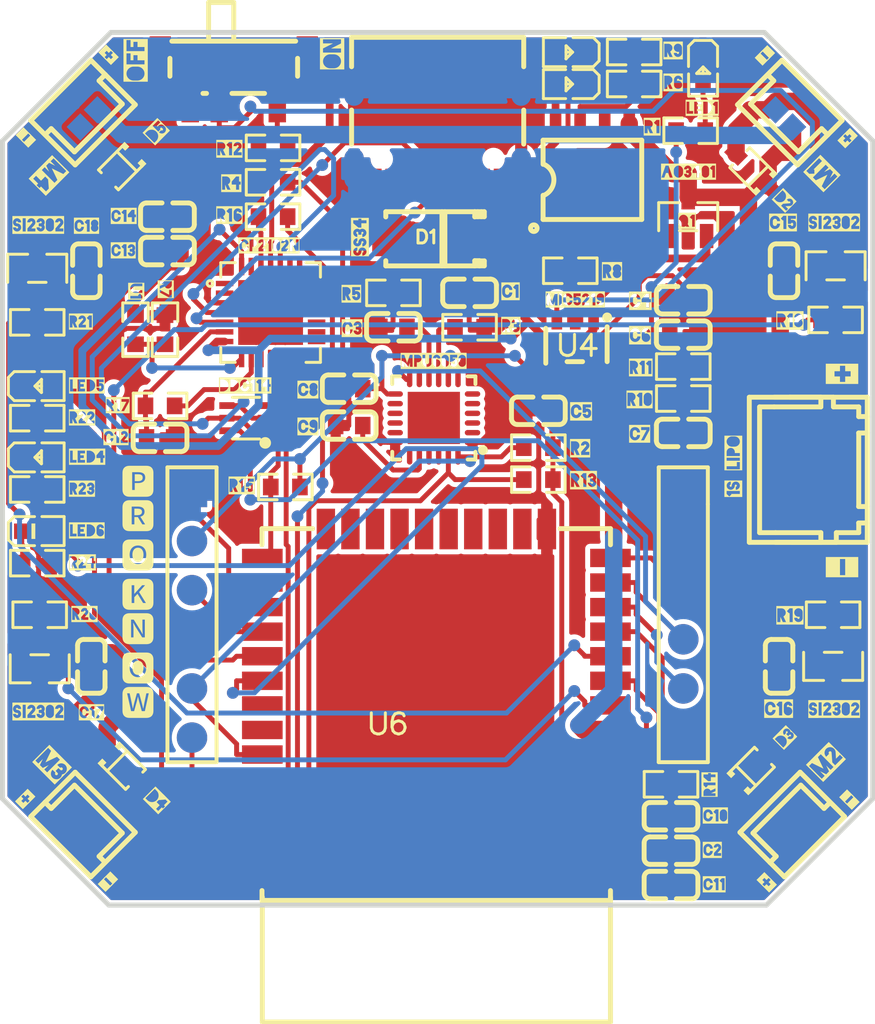
<source format=kicad_pcb>
(kicad_pcb (version 20240928) (generator "gerbview") (generator_version "9.0")
  (layers (0 F.Cu signal) (2 B.Cu signal) (1 F.Mask user) (3 B.Mask user) (5 F.SilkS user) (7 B.SilkS user) (13 F.Paste user) (15 B.Paste user) (25 Edge.Cuts user))
  (gr_line (start 55.98922 -49.00168) (end 21.98877 -49.00168) (layer Edge.Cuts) (stroke (width 0.254)))
  (gr_line (start 21.98877 -49.00168) (end 16.48968 -54.50078) (layer Edge.Cuts) (stroke (width 0.254)))
  (gr_line (start 16.48968 -54.50078) (end 16.48968 -88.50121) (layer Edge.Cuts) (stroke (width 0.254)))
  (gr_line (start 16.48968 -88.50121) (end 22.09545 -94.107) (layer Edge.Cuts) (stroke (width 0.254)))
  (gr_line (start 22.09545 -94.107) (end 55.88254 -94.107) (layer Edge.Cuts) (stroke (width 0.254)))
  (gr_line (start 55.88254 -94.107) (end 61.48831 -88.50121) (layer Edge.Cuts) (stroke (width 0.254)))
  (gr_line (start 61.48831 -88.50121) (end 61.48831 -54.50078) (layer Edge.Cuts) (stroke (width 0.254)))
  (gr_line (start 61.48831 -54.50078) (end 55.98922 -49.00168) (layer Edge.Cuts) (stroke (width 0.254)))
  (gr_poly (pts (xy 38.70198 -77.54874) (xy 38.70198 -77.5462) (xy 37.07637 -77.5462) (xy 37.07637 -77.44206) (xy 37.26434 -77.44206) (xy 37.40912 -77.02296) (xy 37.5539 -77.44206) (xy 38.34637 -77.44206) (xy 38.34688 -77.0575) (xy 38.35044 -77.03718) (xy 38.35908 -77.01838) (xy 38.37686 -76.99248) (xy 38.39108 -76.97825) (xy 38.40734 -76.96708) (xy 38.42765 -76.96149) (xy 38.44798 -76.95946) (xy 38.46779 -76.96149) (xy 38.48608 -76.96708) (xy 38.5191 -76.99248) (xy 38.53027 -77.00873) (xy 38.53942 -77.02803) (xy 38.545 -77.04734) (xy 38.54704 -77.06868) (xy 38.54704 -77.44206) (xy 38.68674 -77.44206) (xy 38.68572 -77.04226) (xy 38.67961 -77.00772) (xy 38.7477 -77.00772) (xy 38.74871 -77.28051) (xy 38.75633 -77.31607) (xy 38.77157 -77.34858) (xy 38.79291 -77.37652) (xy 38.81932 -77.40091) (xy 38.8498 -77.42123) (xy 38.88384 -77.43596) (xy 38.90213 -77.44104) (xy 38.94074 -77.44459) (xy 38.97833 -77.44053) (xy 39.0144 -77.42936) (xy 39.04742 -77.41158) (xy 39.07536 -77.38872) (xy 39.09822 -77.36078) (xy 39.116 -77.32775) (xy 39.12768 -77.29169) (xy 39.13124 -77.25409) (xy 38.99154 -77.25409) (xy 38.98798 -77.27289) (xy 38.97629 -77.28966) (xy 38.96004 -77.30134) (xy 38.94074 -77.3049) (xy 38.91991 -77.30134) (xy 38.90264 -77.28966) (xy 38.89095 -77.2734) (xy 38.8874 -77.25409) (xy 38.8874 -77.19822) (xy 38.93312 -77.20584) (xy 38.95953 -77.20482) (xy 38.99662 -77.1972) (xy 39.03167 -77.18247) (xy 39.06215 -77.16215) (xy 39.08755 -77.13675) (xy 39.10787 -77.10627) (xy 39.1226 -77.07122) (xy 39.12768 -77.05293) (xy 39.13124 -77.01534) (xy 39.13069 -77.00264) (xy 39.18712 -77.00264) (xy 39.18813 -77.27035) (xy 39.19575 -77.30744) (xy 39.21048 -77.34249) (xy 39.2308 -77.37297) (xy 39.2562 -77.39837) (xy 39.28668 -77.41869) (xy 39.32072 -77.43342) (xy 39.33901 -77.4385) (xy 39.37762 -77.44206) (xy 39.99992 -77.44206) (xy 39.99992 -77.29981) (xy 39.76878 -77.29981) (xy 39.76878 -77.24648) (xy 39.79468 -77.25206) (xy 39.82212 -77.25409) (xy 39.86326 -77.25003) (xy 39.90086 -77.23886) (xy 39.93387 -77.22158) (xy 39.96182 -77.20075) (xy 39.98264 -77.17586) (xy 39.99992 -77.14742) (xy 40.00957 -77.11744) (xy 40.01262 -77.089) (xy 40.01196 -77.00264) (xy 40.06596 -77.00264) (xy 40.06697 -77.27035) (xy 40.06951 -77.28915) (xy 40.0812 -77.32522) (xy 40.10101 -77.35824) (xy 40.12437 -77.38618) (xy 40.15232 -77.40903) (xy 40.18534 -77.42681) (xy 40.22039 -77.4385) (xy 40.259 -77.44206) (xy 40.29659 -77.4385) (xy 40.33265 -77.42681) (xy 40.36568 -77.40903) (xy 40.39362 -77.38618) (xy 40.41648 -77.35824) (xy 40.43426 -77.32522) (xy 40.44543 -77.28915) (xy 40.4495 -77.25156) (xy 40.44848 -76.994) (xy 40.44086 -76.95692) (xy 40.42613 -76.92186) (xy 40.40581 -76.89138) (xy 40.38041 -76.86598) (xy 40.34993 -76.84566) (xy 40.31487 -76.83093) (xy 40.29659 -76.82585) (xy 40.259 -76.8223) (xy 40.2214 -76.82636) (xy 40.18534 -76.83753) (xy 40.15232 -76.85531) (xy 40.12437 -76.87818) (xy 40.10101 -76.90561) (xy 40.0812 -76.93659) (xy 40.07002 -76.96962) (xy 40.06596 -77.00264) (xy 40.01196 -77.00264) (xy 40.00855 -76.97622) (xy 39.99737 -76.93914) (xy 39.9796 -76.90612) (xy 39.95674 -76.87818) (xy 39.92727 -76.85531) (xy 39.89578 -76.83753) (xy 39.85971 -76.82585) (xy 39.82212 -76.8223) (xy 39.783 -76.82636) (xy 39.74592 -76.83753) (xy 39.7129 -76.85531) (xy 39.68496 -76.87818) (xy 39.6621 -76.90612) (xy 39.64432 -76.93914) (xy 39.63263 -76.97622) (xy 39.62908 -77.01534) (xy 39.76878 -77.01534) (xy 39.77284 -76.99451) (xy 39.78401 -76.97724) (xy 39.80129 -76.96555) (xy 39.82212 -76.962) (xy 39.84091 -76.96555) (xy 39.85768 -76.97724) (xy 39.87088 -76.99552) (xy 39.87444 -77.00518) (xy 39.87546 -77.06106) (xy 39.8719 -77.07985) (xy 39.86022 -77.09662) (xy 39.84447 -77.10982) (xy 39.8338 -77.11338) (xy 39.81094 -77.11338) (xy 39.80129 -77.11084) (xy 39.78401 -77.09916) (xy 39.77284 -77.0829) (xy 39.76878 -77.06359) (xy 39.62908 -77.06359) (xy 39.62908 -77.44206) (xy 39.39641 -77.44104) (xy 39.41521 -77.4385) (xy 39.45128 -77.42681) (xy 39.48429 -77.40903) (xy 39.51224 -77.38618) (xy 39.5351 -77.35824) (xy 39.55287 -77.32522) (xy 39.56456 -77.28915) (xy 39.56812 -77.25156) (xy 39.5671 -76.994) (xy 39.55948 -76.95692) (xy 39.54475 -76.92186) (xy 39.52443 -76.89138) (xy 39.49903 -76.86598) (xy 39.46855 -76.84566) (xy 39.4335 -76.83093) (xy 39.41521 -76.82585) (xy 39.37762 -76.8223) (xy 39.34002 -76.82636) (xy 39.30396 -76.83753) (xy 39.27195 -76.85531) (xy 39.243 -76.87818) (xy 39.22014 -76.90561) (xy 39.20236 -76.93659) (xy 39.19118 -76.96962) (xy 39.18712 -77.00264) (xy 39.13069 -77.00264) (xy 39.12768 -76.9752) (xy 39.116 -76.93914) (xy 39.09822 -76.90612) (xy 39.07536 -76.87818) (xy 39.04742 -76.85531) (xy 39.0144 -76.83753) (xy 38.97833 -76.82585) (xy 38.94074 -76.8223) (xy 38.90213 -76.82636) (xy 38.86708 -76.83753) (xy 38.83406 -76.85531) (xy 38.80612 -76.87818) (xy 38.78122 -76.90561) (xy 38.76294 -76.93659) (xy 38.75176 -76.97063) (xy 38.7477 -77.00772) (xy 38.67961 -77.00772) (xy 38.66896 -76.97216) (xy 38.64762 -76.93101) (xy 38.61815 -76.89342) (xy 38.60088 -76.87665) (xy 38.58209 -76.86243) (xy 38.53942 -76.84008) (xy 38.51757 -76.83093) (xy 38.47185 -76.82077) (xy 38.42308 -76.82077) (xy 38.39921 -76.82484) (xy 38.354 -76.84008) (xy 38.31285 -76.86243) (xy 38.29354 -76.87665) (xy 38.27526 -76.89342) (xy 38.24579 -76.93101) (xy 38.22446 -76.97216) (xy 38.21125 -77.01838) (xy 38.20668 -77.06614) (xy 38.20668 -77.44206) (xy 37.98163 -77.44104) (xy 38.00043 -77.4385) (xy 38.0365 -77.42681) (xy 38.06951 -77.40903) (xy 38.09746 -77.38618) (xy 38.12235 -77.3562) (xy 38.14064 -77.32268) (xy 38.15181 -77.28762) (xy 38.15587 -77.24902) (xy 38.15181 -77.2099) (xy 38.14064 -77.17281) (xy 38.12235 -77.14081) (xy 38.09746 -77.11186) (xy 38.06951 -77.089) (xy 38.0365 -77.07122) (xy 38.00043 -77.06004) (xy 37.96284 -77.05598) (xy 37.91204 -77.05598) (xy 37.91204 -76.8223) (xy 37.77234 -76.8223) (xy 37.77234 -77.44206) (xy 37.6936 -77.44206) (xy 37.6936 -76.8223) (xy 37.5539 -76.8223) (xy 37.5539 -77.0382) (xy 37.4777 -76.8223) (xy 37.338 -76.8223) (xy 37.26179 -77.04581) (xy 37.26179 -76.8223) (xy 37.1221 -76.8223) (xy 37.1221 -77.44206) (xy 37.07637 -77.44206) (xy 37.07637 -76.708) (xy 40.4876 -76.708) (xy 40.4876 -77.54874)) (fill yes) (layer F.SilkS))
  (gr_poly (pts (xy 17.7292 -59.47156) (xy 17.7292 -59.46902) (xy 17.00275 -59.46902) (xy 17.00275 -59.35472) (xy 17.6911 -59.35472) (xy 17.6911 -59.1439) (xy 17.77238 -59.1439) (xy 17.77593 -59.18606) (xy 17.78762 -59.22518) (xy 17.80793 -59.26124) (xy 17.83334 -59.29376) (xy 17.86382 -59.31916) (xy 17.89938 -59.33948) (xy 17.93951 -59.35116) (xy 17.9832 -59.35472) (xy 18.01723 -59.35218) (xy 18.04924 -59.34456) (xy 18.08073 -59.33186) (xy 18.1102 -59.31408) (xy 18.13407 -59.29172) (xy 18.15592 -59.26582) (xy 18.17166 -59.23686) (xy 18.18386 -59.20486) (xy 18.19148 -59.1759) (xy 18.19402 -59.1439) (xy 18.193 -59.12307) (xy 18.18386 -59.08344) (xy 18.1676 -59.04738) (xy 18.14626 -59.01334) (xy 18.13306 -58.99658) (xy 18.0313 -58.88482) (xy 18.40738 -58.88482) (xy 18.40839 -58.87262) (xy 18.41754 -58.8523) (xy 18.43328 -58.83656) (xy 18.45208 -58.82741) (xy 18.47291 -58.82741) (xy 18.49069 -58.83351) (xy 18.50593 -58.84468) (xy 18.51609 -58.85891) (xy 18.52168 -58.88228) (xy 18.51761 -58.90463) (xy 18.50643 -58.92038) (xy 18.48662 -58.93206) (xy 18.46325 -58.93562) (xy 18.36674 -58.93562) (xy 18.36674 -59.09056) (xy 18.47545 -59.09157) (xy 18.49729 -59.09919) (xy 18.50643 -59.1058) (xy 18.51761 -59.12307) (xy 18.52168 -59.1439) (xy 18.51914 -59.16168) (xy 18.51152 -59.17742) (xy 18.49882 -59.18962) (xy 18.48205 -59.19724) (xy 18.46325 -59.19978) (xy 18.44243 -59.19622) (xy 18.42516 -59.18454) (xy 18.41195 -59.16574) (xy 18.40839 -59.15507) (xy 18.40738 -59.1439) (xy 18.25498 -59.1439) (xy 18.25853 -59.18606) (xy 18.27022 -59.22518) (xy 18.29054 -59.26124) (xy 18.31593 -59.29376) (xy 18.34642 -59.31916) (xy 18.38198 -59.33948) (xy 18.42262 -59.35116) (xy 18.46325 -59.35472) (xy 18.49831 -59.35218) (xy 18.53184 -59.34456) (xy 18.56282 -59.33186) (xy 18.59025 -59.31408) (xy 18.61566 -59.29172) (xy 18.63598 -59.26582) (xy 18.65375 -59.23686) (xy 18.66646 -59.20486) (xy 18.67407 -59.1759) (xy 18.67662 -59.1439) (xy 18.67357 -59.10732) (xy 18.66392 -59.07278) (xy 18.64868 -59.04179) (xy 18.62836 -59.01436) (xy 18.64868 -58.9854) (xy 18.66392 -58.9534) (xy 18.67357 -58.92088) (xy 18.67622 -58.87212) (xy 18.7325 -58.87212) (xy 18.73351 -59.16523) (xy 18.73605 -59.18606) (xy 18.74774 -59.22518) (xy 18.76806 -59.26124) (xy 18.79346 -59.29376) (xy 18.82597 -59.31865) (xy 18.86204 -59.33694) (xy 18.90115 -59.35014) (xy 18.92198 -59.3537) (xy 18.96465 -59.3537) (xy 19.00529 -59.34456) (xy 19.04288 -59.32881) (xy 19.0759 -59.30696) (xy 19.09064 -59.29376) (xy 19.11604 -59.26124) (xy 19.13636 -59.22518) (xy 19.14753 -59.18606) (xy 19.1516 -59.1439) (xy 19.2151 -59.1439) (xy 19.21611 -59.16523) (xy 19.22525 -59.20587) (xy 19.24151 -59.24397) (xy 19.26437 -59.27801) (xy 19.29333 -59.30696) (xy 19.32635 -59.32982) (xy 19.34464 -59.33948) (xy 19.38375 -59.35116) (xy 19.42592 -59.35472) (xy 19.46097 -59.35218) (xy 19.4945 -59.34456) (xy 19.52548 -59.33186) (xy 19.55292 -59.31408) (xy 19.57832 -59.29172) (xy 19.59864 -59.26582) (xy 19.61642 -59.23686) (xy 19.62912 -59.20486) (xy 19.63674 -59.1759) (xy 19.63928 -59.1439) (xy 19.63826 -59.12307) (xy 19.62912 -59.08344) (xy 19.61286 -59.04738) (xy 19.59 -59.01334) (xy 19.42338 -58.8264) (xy 19.63674 -58.8264) (xy 19.63674 -58.674) (xy 19.2278 -58.674) (xy 19.2278 -58.8264) (xy 19.47418 -59.11342) (xy 19.4818 -59.12866) (xy 19.48383 -59.15202) (xy 19.4818 -59.16168) (xy 19.47265 -59.17742) (xy 19.46148 -59.18962) (xy 19.44471 -59.19724) (xy 19.42592 -59.19978) (xy 19.40509 -59.19622) (xy 19.38782 -59.18454) (xy 19.37461 -59.16574) (xy 19.37105 -59.15507) (xy 19.37004 -59.1439) (xy 19.1516 -59.1439) (xy 19.15058 -58.86094) (xy 19.14296 -58.8203) (xy 19.13636 -58.801) (xy 19.11604 -58.76544) (xy 19.09064 -58.73496) (xy 19.06016 -58.70854) (xy 19.0246 -58.68924) (xy 18.98497 -58.67603) (xy 18.96465 -58.67247) (xy 18.92198 -58.67247) (xy 18.88134 -58.68162) (xy 18.84375 -58.69787) (xy 18.81073 -58.71921) (xy 18.78177 -58.74715) (xy 18.75739 -58.78017) (xy 18.74774 -58.79846) (xy 18.73605 -58.83452) (xy 18.7325 -58.87212) (xy 18.67622 -58.87212) (xy 18.67407 -58.8523) (xy 18.66646 -58.82132) (xy 18.65375 -58.78982) (xy 18.63598 -58.76036) (xy 18.61566 -58.73648) (xy 18.59025 -58.71464) (xy 18.56282 -58.69686) (xy 18.53184 -58.68416) (xy 18.49831 -58.6745) (xy 18.46325 -58.67146) (xy 18.42262 -58.67603) (xy 18.38198 -58.68924) (xy 18.34642 -58.70854) (xy 18.31593 -58.73496) (xy 18.29054 -58.76544) (xy 18.27022 -58.801) (xy 18.25853 -58.84214) (xy 18.25498 -58.88482) (xy 18.0313 -58.88482) (xy 17.97812 -58.8264) (xy 18.19148 -58.8264) (xy 18.19148 -58.674) (xy 17.78254 -58.674) (xy 17.78254 -58.8264) (xy 18.03146 -59.11342) (xy 18.03704 -59.12866) (xy 18.03857 -59.15202) (xy 18.03654 -59.16168) (xy 18.02892 -59.17742) (xy 18.01622 -59.18962) (xy 18.00047 -59.19724) (xy 17.9832 -59.19978) (xy 17.96135 -59.19622) (xy 17.94256 -59.18454) (xy 17.92935 -59.16574) (xy 17.92579 -59.15507) (xy 17.92478 -59.1439) (xy 17.6911 -59.1439) (xy 17.6911 -58.67146) (xy 17.53616 -58.67146) (xy 17.53616 -59.35472) (xy 17.00275 -59.35472) (xy 17.00275 -58.88228) (xy 17.18818 -58.88228) (xy 17.18919 -58.87008) (xy 17.19834 -58.84976) (xy 17.21408 -58.83402) (xy 17.2344 -58.82487) (xy 17.25523 -58.82487) (xy 17.272 -58.83097) (xy 17.28673 -58.84214) (xy 17.29689 -58.85637) (xy 17.30248 -58.87821) (xy 17.30146 -58.89345) (xy 17.29232 -58.91225) (xy 17.27657 -58.92698) (xy 17.26742 -58.93206) (xy 17.20291 -58.93968) (xy 17.16278 -58.95086) (xy 17.12722 -58.96914) (xy 17.09674 -58.99404) (xy 17.07134 -59.02452) (xy 17.05102 -59.06008) (xy 17.03781 -59.0997) (xy 17.03425 -59.12002) (xy 17.03374 -59.15761) (xy 17.03882 -59.18962) (xy 17.04898 -59.2201) (xy 17.06422 -59.24905) (xy 17.08353 -59.27699) (xy 17.10639 -59.30087) (xy 17.1328 -59.32119) (xy 17.16176 -59.33643) (xy 17.19478 -59.34659) (xy 17.22882 -59.35167) (xy 17.26793 -59.35116) (xy 17.30857 -59.34354) (xy 17.32788 -59.33694) (xy 17.36343 -59.31662) (xy 17.39392 -59.29122) (xy 17.41932 -59.2587) (xy 17.43964 -59.22264) (xy 17.45081 -59.18352) (xy 17.45488 -59.14136) (xy 17.30248 -59.14136) (xy 17.30146 -59.15253) (xy 17.29232 -59.17285) (xy 17.27657 -59.1886) (xy 17.26742 -59.19368) (xy 17.2466 -59.19724) (xy 17.22729 -59.1947) (xy 17.21104 -59.18708) (xy 17.19834 -59.17488) (xy 17.19072 -59.15914) (xy 17.18818 -59.14136) (xy 17.18919 -59.13069) (xy 17.19834 -59.11138) (xy 17.21408 -59.09665) (xy 17.2344 -59.08903) (xy 17.26793 -59.087) (xy 17.30857 -59.07938) (xy 17.34616 -59.06465) (xy 17.37918 -59.0428) (xy 17.40712 -59.01486) (xy 17.42998 -58.98184) (xy 17.43964 -58.96356) (xy 17.45081 -58.92444) (xy 17.45488 -58.88228) (xy 17.45284 -58.85129) (xy 17.44725 -58.81878) (xy 17.43456 -58.7888) (xy 17.41678 -58.76036) (xy 17.39646 -58.73445) (xy 17.37106 -58.7121) (xy 17.34362 -58.69584) (xy 17.31264 -58.68162) (xy 17.27962 -58.674) (xy 17.2466 -58.67146) (xy 17.20291 -58.67552) (xy 17.16278 -58.6867) (xy 17.12722 -58.70702) (xy 17.09674 -58.73242) (xy 17.06981 -58.7634) (xy 17.05102 -58.801) (xy 17.03781 -58.84062) (xy 17.03425 -58.86094) (xy 17.03324 -58.88228) (xy 17.00275 -58.88228) (xy 17.00275 -58.54446) (xy 17.5133 -58.54446) (xy 17.5133 -58.547) (xy 19.67738 -58.547) (xy 19.67738 -59.47156)) (fill yes) (layer F.SilkS))
  (gr_poly (pts (xy 29.66466 -83.51774) (xy 29.66466 -83.5152) (xy 28.69184 -83.5152) (xy 28.69184 -83.03514) (xy 28.72994 -83.03514) (xy 28.73095 -83.18855) (xy 28.7401 -83.23427) (xy 28.75737 -83.27847) (xy 28.78277 -83.31911) (xy 28.79852 -83.3374) (xy 28.8356 -83.3694) (xy 28.87675 -83.39277) (xy 28.92094 -83.40648) (xy 28.9687 -83.41106) (xy 29.45384 -83.41106) (xy 29.49295 -83.4075) (xy 29.53004 -83.39581) (xy 29.56306 -83.37803) (xy 29.591 -83.35518) (xy 29.61589 -83.3252) (xy 29.63418 -83.29168) (xy 29.64383 -83.25662) (xy 29.64688 -83.21802) (xy 29.70276 -83.21802) (xy 29.70631 -83.25713) (xy 29.718 -83.29422) (xy 29.73578 -83.32724) (xy 29.75864 -83.35518) (xy 29.78658 -83.37803) (xy 29.8196 -83.39581) (xy 29.85668 -83.4075) (xy 29.8958 -83.41106) (xy 29.92628 -83.40852) (xy 29.95676 -83.4009) (xy 29.98419 -83.3887) (xy 30.0101 -83.37296) (xy 30.03194 -83.35314) (xy 30.05074 -83.32978) (xy 30.06648 -83.30488) (xy 30.07578 -83.28406) (xy 30.13202 -83.28406) (xy 30.25394 -83.41106) (xy 30.39364 -83.41106) (xy 30.39364 -82.97164) (xy 30.45968 -82.97164) (xy 30.46069 -83.23935) (xy 30.46323 -83.25815) (xy 30.47492 -83.29422) (xy 30.4932 -83.32724) (xy 30.5181 -83.35518) (xy 30.54553 -83.37803) (xy 30.57652 -83.39581) (xy 30.6136 -83.4075) (xy 30.65272 -83.41106) (xy 30.69031 -83.4075) (xy 30.72638 -83.39581) (xy 30.7594 -83.37803) (xy 30.78734 -83.35518) (xy 30.8102 -83.32724) (xy 30.82798 -83.29422) (xy 30.83763 -83.25815) (xy 30.84068 -83.21802) (xy 30.8991 -83.21802) (xy 30.90265 -83.25713) (xy 30.91434 -83.29422) (xy 30.93212 -83.32724) (xy 30.95498 -83.35518) (xy 30.98393 -83.37803) (xy 31.01594 -83.39581) (xy 31.05302 -83.4075) (xy 31.09214 -83.41106) (xy 31.49092 -83.41106) (xy 31.66364 -83.06562) (xy 31.66364 -83.41106) (xy 31.80334 -83.41106) (xy 31.80334 -82.7913) (xy 31.6611 -82.7913) (xy 31.48584 -83.13674) (xy 31.48584 -82.7913) (xy 31.34614 -82.7913) (xy 31.34614 -83.41106) (xy 31.10839 -83.41055) (xy 31.13887 -83.40547) (xy 31.16783 -83.39531) (xy 31.19475 -83.38159) (xy 31.21863 -83.36381) (xy 31.24047 -83.34197) (xy 31.25673 -83.31809) (xy 31.26943 -83.29117) (xy 31.27959 -83.26221) (xy 31.28467 -83.23325) (xy 31.28416 -83.19922) (xy 31.28162 -83.18093) (xy 31.26994 -83.1469) (xy 31.25165 -83.11489) (xy 31.0896 -82.931) (xy 31.28264 -82.931) (xy 31.28264 -82.7913) (xy 30.90926 -82.7913) (xy 30.90926 -82.931) (xy 31.13532 -83.19262) (xy 31.1409 -83.20582) (xy 31.14243 -83.22665) (xy 31.13735 -83.24291) (xy 31.12871 -83.25561) (xy 31.11601 -83.26577) (xy 31.10077 -83.27085) (xy 31.08248 -83.27034) (xy 31.0647 -83.26272) (xy 31.04896 -83.24799) (xy 31.03981 -83.22919) (xy 31.0388 -83.21802) (xy 30.84068 -83.21802) (xy 30.83966 -82.963) (xy 30.83356 -82.92592) (xy 30.82798 -82.90814) (xy 30.8102 -82.87512) (xy 30.78734 -82.84718) (xy 30.7594 -82.82431) (xy 30.72638 -82.80653) (xy 30.69031 -82.79485) (xy 30.65272 -82.7913) (xy 30.61411 -82.79536) (xy 30.57906 -82.80653) (xy 30.54604 -82.82431) (xy 30.5181 -82.84718) (xy 30.4932 -82.87461) (xy 30.47492 -82.90559) (xy 30.46323 -82.93862) (xy 30.45968 -82.97164) (xy 30.39364 -82.97164) (xy 30.39364 -82.7913) (xy 30.25394 -82.7913) (xy 30.25394 -83.20786) (xy 30.23108 -83.185) (xy 30.13202 -83.28406) (xy 30.07578 -83.28406) (xy 30.08223 -83.26221) (xy 30.08579 -83.23325) (xy 30.08528 -83.19922) (xy 30.08274 -83.18093) (xy 30.07106 -83.1469) (xy 30.05328 -83.11489) (xy 30.03042 -83.08594) (xy 29.89072 -82.931) (xy 30.08376 -82.931) (xy 30.08376 -82.7913) (xy 29.71292 -82.7913) (xy 29.71292 -82.931) (xy 29.93898 -83.19262) (xy 29.94456 -83.20582) (xy 29.94609 -83.22665) (xy 29.94101 -83.24291) (xy 29.93237 -83.25561) (xy 29.91866 -83.26577) (xy 29.90342 -83.27085) (xy 29.88462 -83.27034) (xy 29.87497 -83.2678) (xy 29.8577 -83.25612) (xy 29.84652 -83.23884) (xy 29.84246 -83.21802) (xy 29.64688 -83.21802) (xy 29.64383 -83.1789) (xy 29.63418 -83.14181) (xy 29.61589 -83.10981) (xy 29.591 -83.08086) (xy 29.56306 -83.058) (xy 29.53004 -83.04022) (xy 29.49295 -83.02904) (xy 29.45384 -83.02498) (xy 29.40558 -83.02498) (xy 29.40558 -82.7913) (xy 29.26588 -82.7913) (xy 29.26588 -83.41106) (xy 28.9687 -83.41106) (xy 29.01746 -83.40648) (xy 29.06268 -83.39277) (xy 29.10382 -83.3694) (xy 29.14142 -83.3374) (xy 29.15716 -83.31911) (xy 29.18256 -83.27847) (xy 29.19984 -83.23427) (xy 29.20898 -83.18703) (xy 29.21 -83.16214) (xy 29.0703 -83.16214) (xy 29.06826 -83.18347) (xy 29.06268 -83.20278) (xy 29.05302 -83.22208) (xy 29.03982 -83.23834) (xy 29.02559 -83.25154) (xy 29.00934 -83.2612) (xy 28.98902 -83.26881) (xy 28.9687 -83.27136) (xy 28.94888 -83.26881) (xy 28.91332 -83.25154) (xy 28.89758 -83.23834) (xy 28.8864 -83.22208) (xy 28.87726 -83.20278) (xy 28.87167 -83.18347) (xy 28.86964 -83.16214) (xy 28.87014 -83.02904) (xy 28.8737 -83.0072) (xy 28.88132 -82.98738) (xy 28.89148 -82.97062) (xy 28.9052 -82.9569) (xy 28.9306 -82.93862) (xy 28.94888 -82.93303) (xy 28.9687 -82.931) (xy 28.98902 -82.93303) (xy 29.00934 -82.93862) (xy 29.02559 -82.9503) (xy 29.05302 -82.97875) (xy 29.06268 -82.99703) (xy 29.06826 -83.01786) (xy 29.0703 -83.04022) (xy 29.21 -83.04022) (xy 29.20898 -83.01532) (xy 29.19984 -82.96706) (xy 29.19222 -82.9437) (xy 29.18256 -82.92236) (xy 29.15716 -82.88324) (xy 29.14142 -82.86496) (xy 29.10382 -82.83295) (xy 29.06268 -82.80908) (xy 29.01746 -82.79587) (xy 28.99359 -82.79231) (xy 28.9687 -82.7913) (xy 28.92094 -82.79587) (xy 28.87675 -82.80958) (xy 28.8356 -82.83295) (xy 28.79852 -82.86496) (xy 28.78277 -82.88324) (xy 28.75737 -82.92236) (xy 28.7401 -82.96554) (xy 28.73095 -83.01126) (xy 28.72994 -83.03514) (xy 28.69184 -83.03514) (xy 28.69184 -82.677) (xy 31.84398 -82.677) (xy 31.84398 -83.5152) (xy 31.32074 -83.5152) (xy 31.32074 -83.51774)) (fill yes) (layer F.SilkS))
  (gr_poly (pts (xy 34.50844 -84.52104) (xy 34.50844 -84.24164) (xy 34.62528 -84.24164) (xy 34.62528 -84.39658) (xy 34.88944 -84.39658) (xy 34.88944 -84.4804) (xy 35.04437 -84.4804) (xy 35.04437 -84.39658) (xy 35.30854 -84.39658) (xy 35.30854 -84.24164) (xy 35.04437 -84.24164) (xy 35.04437 -84.01812) (xy 34.88944 -84.01812) (xy 34.62731 -84.24164) (xy 34.50844 -84.24164) (xy 34.50844 -83.74634) (xy 34.62528 -83.74634) (xy 34.62782 -83.78037) (xy 34.63544 -83.81238) (xy 34.64814 -83.84387) (xy 34.66592 -83.87334) (xy 34.68776 -83.8967) (xy 34.71367 -83.91652) (xy 34.74313 -83.9343) (xy 34.77463 -83.947) (xy 34.80409 -83.95462) (xy 34.8361 -83.95716) (xy 34.87267 -83.95411) (xy 34.90722 -83.94446) (xy 34.9382 -83.92972) (xy 34.96513 -83.91144) (xy 34.99459 -83.92972) (xy 35.0266 -83.94446) (xy 35.0586 -83.95411) (xy 35.09467 -83.95716) (xy 35.12718 -83.95462) (xy 35.15817 -83.947) (xy 35.19017 -83.9343) (xy 35.21913 -83.91652) (xy 35.24351 -83.8967) (xy 35.26485 -83.87334) (xy 35.28263 -83.84387) (xy 35.29533 -83.81238) (xy 35.30498 -83.78037) (xy 35.30854 -83.74634) (xy 35.30396 -83.70417) (xy 35.29076 -83.66506) (xy 35.27145 -83.62899) (xy 35.24504 -83.59648) (xy 35.21456 -83.57108) (xy 35.17849 -83.55075) (xy 35.13734 -83.53907) (xy 35.09467 -83.53552) (xy 35.09467 -83.69046) (xy 35.11804 -83.69401) (xy 35.13531 -83.7057) (xy 35.14902 -83.72449) (xy 35.1536 -83.74634) (xy 35.15004 -83.76361) (xy 35.1409 -83.77936) (xy 35.1287 -83.79206) (xy 35.10381 -83.80171) (xy 35.07536 -83.79815) (xy 35.05962 -83.78698) (xy 35.0525 -83.77783) (xy 35.04488 -83.75751) (xy 35.04437 -83.64981) (xy 34.88944 -83.64981) (xy 34.88842 -83.75751) (xy 34.8808 -83.77783) (xy 34.86607 -83.79358) (xy 34.84676 -83.8012) (xy 34.8239 -83.80069) (xy 34.80968 -83.79663) (xy 34.79546 -83.78647) (xy 34.7858 -83.77123) (xy 34.78072 -83.75497) (xy 34.78072 -83.73516) (xy 34.78834 -83.71484) (xy 34.79495 -83.7057) (xy 34.81425 -83.69401) (xy 34.8361 -83.69046) (xy 34.8361 -83.53552) (xy 34.79393 -83.53907) (xy 34.75431 -83.55075) (xy 34.71824 -83.57108) (xy 34.68624 -83.59648) (xy 34.66033 -83.62899) (xy 34.64001 -83.66506) (xy 34.62883 -83.70417) (xy 34.62578 -83.725) (xy 34.62528 -83.74634) (xy 34.50844 -83.74634) (xy 34.50844 -83.49742) (xy 34.51047 -83.49742) (xy 34.51047 -83.25612) (xy 34.62731 -83.25612) (xy 34.63137 -83.29777) (xy 34.63594 -83.31809) (xy 34.6522 -83.3567) (xy 34.67506 -83.39124) (xy 34.70401 -83.41918) (xy 34.73856 -83.44204) (xy 34.75685 -83.4517) (xy 34.79647 -83.46287) (xy 34.83813 -83.46694) (xy 34.83813 -83.31453) (xy 34.81679 -83.30996) (xy 34.79749 -83.29675) (xy 34.78631 -83.27898) (xy 34.78326 -83.26831) (xy 34.78326 -83.24748) (xy 34.78834 -83.23072) (xy 34.798 -83.21598) (xy 34.81222 -83.20582) (xy 34.83559 -83.20024) (xy 34.85946 -83.20379) (xy 34.87674 -83.21548) (xy 34.88791 -83.23427) (xy 34.89096 -83.24494) (xy 34.89248 -83.27745) (xy 34.9001 -83.31809) (xy 34.91534 -83.3567) (xy 34.93719 -83.39124) (xy 34.96462 -83.41918) (xy 34.99764 -83.44204) (xy 35.01644 -83.4517) (xy 35.05555 -83.46287) (xy 35.09772 -83.46694) (xy 35.1287 -83.4649) (xy 35.16122 -83.45931) (xy 35.19068 -83.44662) (xy 35.23284 -83.41918) (xy 35.25723 -83.39632) (xy 35.27602 -83.36991) (xy 35.29837 -83.3247) (xy 35.30549 -83.29117) (xy 35.30854 -83.25612) (xy 35.30447 -83.21395) (xy 35.2999 -83.19414) (xy 35.28364 -83.15655) (xy 35.26078 -83.12353) (xy 35.23234 -83.09457) (xy 35.21608 -83.08187) (xy 35.15918 -83.05495) (xy 35.11854 -83.04631) (xy 35.09772 -83.0453) (xy 35.09772 -83.20024) (xy 35.12058 -83.20379) (xy 35.13785 -83.21548) (xy 35.15156 -83.23427) (xy 35.15563 -83.25612) (xy 35.15258 -83.27491) (xy 35.14344 -83.29168) (xy 35.13124 -83.30285) (xy 35.11499 -83.312) (xy 35.10127 -83.31403) (xy 35.08654 -83.31352) (xy 35.06724 -83.30438) (xy 35.0525 -83.28863) (xy 35.04488 -83.26831) (xy 35.04336 -83.23478) (xy 35.03574 -83.19414) (xy 35.0205 -83.15655) (xy 34.99865 -83.12353) (xy 34.97122 -83.09559) (xy 34.9382 -83.07273) (xy 34.9001 -83.05495) (xy 34.85946 -83.04631) (xy 34.82187 -83.0458) (xy 34.79037 -83.05088) (xy 34.7599 -83.06104) (xy 34.73043 -83.07628) (xy 34.6903 -83.10625) (xy 34.66795 -83.13166) (xy 34.65017 -83.15909) (xy 34.63747 -83.19008) (xy 34.62985 -83.22309) (xy 34.62731 -83.25612) (xy 34.51047 -83.25612) (xy 34.51047 -82.77859) (xy 34.62731 -82.77859) (xy 34.63137 -82.82025) (xy 34.63594 -82.84057) (xy 34.6522 -82.87816) (xy 34.67506 -82.91118) (xy 34.70401 -82.93912) (xy 34.73856 -82.96198) (xy 34.75685 -82.97164) (xy 34.79647 -82.98281) (xy 34.83813 -82.98688) (xy 34.83813 -82.83448) (xy 34.81679 -82.8299) (xy 34.79749 -82.8167) (xy 34.78631 -82.79942) (xy 34.78326 -82.78926) (xy 34.78326 -82.76844) (xy 34.78834 -82.75066) (xy 34.798 -82.73592) (xy 34.81222 -82.72576) (xy 34.83559 -82.72018) (xy 34.8493 -82.72119) (xy 34.86861 -82.72983) (xy 34.88334 -82.74608) (xy 34.89096 -82.7664) (xy 34.89248 -82.79993) (xy 34.9001 -82.84057) (xy 34.91534 -82.87816) (xy 34.93719 -82.91118) (xy 34.96462 -82.93912) (xy 34.99764 -82.96198) (xy 35.01644 -82.97164) (xy 35.05555 -82.98281) (xy 35.09772 -82.98688) (xy 35.1287 -82.98484) (xy 35.16122 -82.97925) (xy 35.19068 -82.96656) (xy 35.23284 -82.93912) (xy 35.25723 -82.91626) (xy 35.27602 -82.88985) (xy 35.29837 -82.84464) (xy 35.30549 -82.81162) (xy 35.30854 -82.77859) (xy 35.30447 -82.73491) (xy 35.2999 -82.71408) (xy 35.28364 -82.67649) (xy 35.26078 -82.64347) (xy 35.23234 -82.61451) (xy 35.21608 -82.60181) (xy 35.15918 -82.57489) (xy 35.11854 -82.56625) (xy 35.09772 -82.56524) (xy 35.09772 -82.72018) (xy 35.1094 -82.72119) (xy 35.12972 -82.72983) (xy 35.14598 -82.74608) (xy 35.15156 -82.75574) (xy 35.15563 -82.77859) (xy 35.15258 -82.79587) (xy 35.14344 -82.81162) (xy 35.13124 -82.82431) (xy 35.11499 -82.83194) (xy 35.10127 -82.83397) (xy 35.08654 -82.83346) (xy 35.06724 -82.82431) (xy 35.0525 -82.80857) (xy 35.04488 -82.78926) (xy 35.04336 -82.75624) (xy 35.03574 -82.71408) (xy 35.0205 -82.67649) (xy 34.99865 -82.64347) (xy 34.97122 -82.61553) (xy 34.9382 -82.59267) (xy 34.9001 -82.57489) (xy 34.85946 -82.56625) (xy 34.82187 -82.56574) (xy 34.79037 -82.57082) (xy 34.7599 -82.58098) (xy 34.73043 -82.59622) (xy 34.6903 -82.6262) (xy 34.66795 -82.65159) (xy 34.65017 -82.67903) (xy 34.63747 -82.71002) (xy 34.62985 -82.74354) (xy 34.62731 -82.77859) (xy 34.51047 -82.77859) (xy 34.51047 -82.53475) (xy 35.43554 -82.53475) (xy 35.43554 -83.52536) (xy 35.43249 -83.52536) (xy 35.43249 -84.52104)) (fill yes) (layer F.SilkS))
  (gr_poly (pts (xy 29.26842 -76.27874) (xy 29.26842 -76.2762) (xy 27.68346 -76.2762) (xy 27.68346 -76.17206) (xy 28.39974 -76.17206) (xy 28.43022 -76.17053) (xy 28.46019 -76.16545) (xy 28.48965 -76.15783) (xy 28.54655 -76.13396) (xy 28.57246 -76.11872) (xy 28.59735 -76.10094) (xy 28.62072 -76.08062) (xy 28.64205 -76.05725) (xy 28.66085 -76.03236) (xy 28.6766 -76.00645) (xy 28.6893 -75.97902) (xy 28.69946 -75.95057) (xy 28.70657 -75.9211) (xy 28.71063 -75.89113) (xy 28.71216 -75.85964) (xy 28.71063 -75.82966) (xy 28.70557 -75.79614) (xy 28.77566 -75.79614) (xy 28.77667 -75.94955) (xy 28.78582 -75.99527) (xy 28.80309 -76.03947) (xy 28.82849 -76.08011) (xy 28.84424 -76.0984) (xy 28.88132 -76.1304) (xy 28.92247 -76.15377) (xy 28.96666 -76.16748) (xy 29.01696 -76.17206) (xy 29.06471 -76.16748) (xy 29.1089 -76.15377) (xy 29.15005 -76.1304) (xy 29.18714 -76.0984) (xy 29.20288 -76.08011) (xy 29.22501 -76.04506) (xy 29.28874 -76.04506) (xy 29.4132 -76.17206) (xy 29.5529 -76.17206) (xy 29.5529 -76.04506) (xy 29.60624 -76.04506) (xy 29.72816 -76.17206) (xy 29.86786 -76.17206) (xy 29.86786 -75.79106) (xy 29.93898 -75.79106) (xy 29.93898 -75.93075) (xy 30.14472 -76.17206) (xy 30.28188 -76.17206) (xy 30.28188 -75.93075) (xy 30.35808 -75.93075) (xy 30.35808 -75.79106) (xy 30.28188 -75.79106) (xy 30.28188 -75.5523) (xy 30.14472 -75.5523) (xy 30.14472 -75.79106) (xy 29.86786 -75.79106) (xy 29.86786 -75.5523) (xy 29.72816 -75.5523) (xy 29.72816 -75.96886) (xy 29.7053 -75.946) (xy 29.60624 -76.04506) (xy 29.5529 -76.04506) (xy 29.5529 -75.5523) (xy 29.4132 -75.5523) (xy 29.4132 -75.96886) (xy 29.3878 -75.946) (xy 29.28874 -76.04506) (xy 29.22501 -76.04506) (xy 29.23794 -76.01712) (xy 29.25114 -75.9719) (xy 29.2547 -75.94803) (xy 29.25572 -75.92314) (xy 29.11602 -75.92314) (xy 29.11398 -75.94447) (xy 29.1084 -75.96378) (xy 29.09874 -75.98308) (xy 29.08554 -75.99934) (xy 29.07131 -76.01254) (xy 29.05506 -76.0222) (xy 29.03474 -76.02981) (xy 29.01442 -76.03236) (xy 28.9946 -76.02981) (xy 28.95904 -76.01254) (xy 28.9433 -75.99934) (xy 28.93161 -75.98308) (xy 28.92298 -75.96378) (xy 28.91739 -75.94447) (xy 28.91536 -75.92314) (xy 28.91586 -75.79004) (xy 28.91942 -75.7682) (xy 28.92704 -75.74838) (xy 28.9372 -75.73162) (xy 28.95092 -75.7179) (xy 28.97632 -75.69962) (xy 28.9946 -75.69403) (xy 29.01442 -75.692) (xy 29.03474 -75.69403) (xy 29.05506 -75.69962) (xy 29.07131 -75.7113) (xy 29.09874 -75.73975) (xy 29.1084 -75.75803) (xy 29.11398 -75.77886) (xy 29.11602 -75.80122) (xy 29.25572 -75.80122) (xy 29.2547 -75.77632) (xy 29.24556 -75.72806) (xy 29.23794 -75.7047) (xy 29.22828 -75.68336) (xy 29.20288 -75.64424) (xy 29.18714 -75.62596) (xy 29.14954 -75.59395) (xy 29.1084 -75.57008) (xy 29.0642 -75.55687) (xy 29.04083 -75.55331) (xy 29.01442 -75.5523) (xy 28.96666 -75.55687) (xy 28.92247 -75.57058) (xy 28.88132 -75.59395) (xy 28.84424 -75.62596) (xy 28.82849 -75.64424) (xy 28.80309 -75.68336) (xy 28.78582 -75.72654) (xy 28.77667 -75.77226) (xy 28.77566 -75.79614) (xy 28.70557 -75.79614) (xy 28.69946 -75.77124) (xy 28.6893 -75.7428) (xy 28.6766 -75.71536) (xy 28.66085 -75.68946) (xy 28.64205 -75.66456) (xy 28.62072 -75.6412) (xy 28.59938 -75.62189) (xy 28.57703 -75.60513) (xy 28.52674 -75.5777) (xy 28.4739 -75.55941) (xy 28.44647 -75.55331) (xy 28.41752 -75.54975) (xy 28.27274 -75.54975) (xy 28.27274 -76.17206) (xy 27.86888 -76.17206) (xy 27.89936 -76.17053) (xy 27.92933 -76.16545) (xy 27.95879 -76.15783) (xy 28.01569 -76.13396) (xy 28.0416 -76.11872) (xy 28.06649 -76.10094) (xy 28.08986 -76.08062) (xy 28.11119 -76.05725) (xy 28.12999 -76.03236) (xy 28.14574 -76.00645) (xy 28.15844 -75.97902) (xy 28.1686 -75.95057) (xy 28.17571 -75.9211) (xy 28.17977 -75.89113) (xy 28.1813 -75.85964) (xy 28.17977 -75.82966) (xy 28.17571 -75.8002) (xy 28.1686 -75.77124) (xy 28.15844 -75.7428) (xy 28.14574 -75.71536) (xy 28.12999 -75.68946) (xy 28.11119 -75.66456) (xy 28.08986 -75.6412) (xy 28.06801 -75.62189) (xy 28.02077 -75.5904) (xy 27.99588 -75.5777) (xy 27.94304 -75.55941) (xy 27.91561 -75.55331) (xy 27.88666 -75.54975) (xy 27.74188 -75.54975) (xy 27.74188 -76.17206) (xy 27.68346 -76.17206) (xy 27.68346 -75.438) (xy 30.39618 -75.438) (xy 30.39618 -76.27874)) (fill yes) (layer F.SilkS))
  (gr_poly (pts (xy 45.96892 -80.72374) (xy 45.96892 -80.7212) (xy 44.56938 -80.7212) (xy 44.56938 -80.61706) (xy 44.75734 -80.61706) (xy 44.90212 -80.19796) (xy 45.0469 -80.61706) (xy 45.40504 -80.61706) (xy 45.40504 -80.24114) (xy 45.4787 -80.24114) (xy 45.47971 -80.39455) (xy 45.48886 -80.44027) (xy 45.50613 -80.48447) (xy 45.53153 -80.52511) (xy 45.54728 -80.5434) (xy 45.58436 -80.5754) (xy 45.62551 -80.59877) (xy 45.6697 -80.61248) (xy 45.72 -80.61706) (xy 46.38294 -80.61706) (xy 46.38294 -80.47481) (xy 46.1518 -80.47481) (xy 46.1518 -80.42148) (xy 46.17669 -80.42706) (xy 46.20514 -80.42909) (xy 46.24628 -80.42503) (xy 46.45406 -80.42402) (xy 46.4571 -80.46313) (xy 46.46676 -80.50022) (xy 46.48504 -80.53324) (xy 46.50994 -80.56118) (xy 46.53788 -80.58403) (xy 46.5709 -80.60181) (xy 46.60595 -80.6135) (xy 46.64456 -80.61706) (xy 46.67605 -80.61452) (xy 46.70552 -80.6069) (xy 46.73396 -80.5947) (xy 46.75886 -80.57896) (xy 46.78222 -80.55914) (xy 46.80204 -80.53578) (xy 46.81728 -80.51088) (xy 46.82507 -80.49006) (xy 46.88078 -80.49006) (xy 47.0027 -80.61706) (xy 47.1424 -80.61706) (xy 47.1424 -80.19034) (xy 47.35068 -80.19034) (xy 47.35423 -80.16951) (xy 47.36592 -80.15224) (xy 47.38319 -80.14055) (xy 47.40402 -80.137) (xy 47.42281 -80.14055) (xy 47.43958 -80.15224) (xy 47.45075 -80.16951) (xy 47.45482 -80.19034) (xy 47.45482 -80.24368) (xy 47.42789 -80.23809) (xy 47.40402 -80.23606) (xy 47.36439 -80.23961) (xy 47.32782 -80.2513) (xy 47.29581 -80.26908) (xy 47.26686 -80.29194) (xy 47.244 -80.32089) (xy 47.22622 -80.3529) (xy 47.21453 -80.38947) (xy 47.21098 -80.42909) (xy 47.21453 -80.4677) (xy 47.22622 -80.50275) (xy 47.244 -80.53578) (xy 47.26686 -80.56372) (xy 47.29581 -80.58658) (xy 47.32782 -80.60436) (xy 47.36439 -80.61604) (xy 47.40402 -80.61959) (xy 47.44161 -80.61553) (xy 47.47768 -80.60436) (xy 47.50917 -80.58861) (xy 47.53864 -80.56625) (xy 47.5615 -80.53882) (xy 47.57928 -80.50784) (xy 47.59045 -80.47177) (xy 47.59452 -80.43418) (xy 47.5935 -80.1624) (xy 47.58588 -80.12836) (xy 47.57115 -80.09534) (xy 47.55083 -80.06638) (xy 47.52441 -80.04098) (xy 47.49241 -80.02066) (xy 47.45837 -80.00593) (xy 47.42281 -79.99831) (xy 47.3842 -79.99831) (xy 47.3461 -80.00593) (xy 47.31054 -80.02066) (xy 47.28006 -80.04098) (xy 47.25466 -80.06638) (xy 47.23434 -80.09686) (xy 47.21961 -80.13242) (xy 47.21453 -80.15122) (xy 47.21098 -80.19034) (xy 47.1424 -80.19034) (xy 47.1424 -79.9973) (xy 47.0027 -79.9973) (xy 47.0027 -80.41386) (xy 46.97984 -80.391) (xy 46.88078 -80.49006) (xy 46.82507 -80.49006) (xy 46.83201 -80.46821) (xy 46.83709 -80.43925) (xy 46.83658 -80.40522) (xy 46.82896 -80.36966) (xy 46.81423 -80.33664) (xy 46.79391 -80.30616) (xy 46.64202 -80.137) (xy 46.83506 -80.137) (xy 46.83506 -79.9973) (xy 46.46168 -79.9973) (xy 46.46168 -80.137) (xy 46.69231 -80.40522) (xy 46.69739 -80.41894) (xy 46.69739 -80.4296) (xy 46.6857 -80.45602) (xy 46.67504 -80.4672) (xy 46.66081 -80.47481) (xy 46.64456 -80.47736) (xy 46.62525 -80.4738) (xy 46.609 -80.46212) (xy 46.59731 -80.44484) (xy 46.59376 -80.42402) (xy 46.25057 -80.42402) (xy 46.28388 -80.41386) (xy 46.3169 -80.39658) (xy 46.34484 -80.37575) (xy 46.36566 -80.35086) (xy 46.38294 -80.32242) (xy 46.39259 -80.29244) (xy 46.39564 -80.264) (xy 46.39462 -80.17052) (xy 46.387 -80.13242) (xy 46.37227 -80.09686) (xy 46.35195 -80.06638) (xy 46.32553 -80.04098) (xy 46.29505 -80.02066) (xy 46.26102 -80.00593) (xy 46.24273 -80.00085) (xy 46.20514 -79.9973) (xy 46.16551 -80.00136) (xy 46.12894 -80.01253) (xy 46.09592 -80.03031) (xy 46.06798 -80.05318) (xy 46.04512 -80.08112) (xy 46.02734 -80.11414) (xy 46.01565 -80.15122) (xy 46.0121 -80.19034) (xy 46.1518 -80.19034) (xy 46.15535 -80.16951) (xy 46.16704 -80.15224) (xy 46.18431 -80.14055) (xy 46.20514 -80.137) (xy 46.22393 -80.14055) (xy 46.2407 -80.15224) (xy 46.2539 -80.17052) (xy 46.25746 -80.18018) (xy 46.25848 -80.23606) (xy 46.25441 -80.25485) (xy 46.24324 -80.27162) (xy 46.22749 -80.28482) (xy 46.21682 -80.28838) (xy 46.19396 -80.28838) (xy 46.18431 -80.28584) (xy 46.16704 -80.27416) (xy 46.15535 -80.2579) (xy 46.1518 -80.23859) (xy 46.0121 -80.23859) (xy 46.0121 -80.61706) (xy 45.72 -80.61706) (xy 45.76775 -80.61248) (xy 45.81194 -80.59877) (xy 45.85309 -80.5754) (xy 45.89018 -80.5434) (xy 45.90592 -80.52511) (xy 45.93132 -80.48447) (xy 45.9486 -80.44027) (xy 45.95774 -80.39303) (xy 45.95876 -80.36814) (xy 45.81906 -80.36814) (xy 45.81702 -80.38947) (xy 45.81144 -80.40878) (xy 45.80178 -80.42808) (xy 45.78858 -80.44434) (xy 45.77435 -80.45754) (xy 45.7581 -80.4672) (xy 45.73778 -80.47481) (xy 45.71746 -80.47736) (xy 45.69764 -80.47481) (xy 45.66208 -80.45754) (xy 45.64634 -80.44434) (xy 45.63465 -80.42808) (xy 45.62602 -80.40878) (xy 45.62043 -80.38947) (xy 45.6184 -80.36814) (xy 45.6189 -80.23504) (xy 45.62246 -80.2132) (xy 45.63008 -80.19338) (xy 45.64024 -80.17662) (xy 45.65396 -80.1629) (xy 45.67936 -80.14462) (xy 45.69764 -80.13903) (xy 45.71746 -80.137) (xy 45.73778 -80.13903) (xy 45.7581 -80.14462) (xy 45.77435 -80.1563) (xy 45.80178 -80.18475) (xy 45.81144 -80.20303) (xy 45.81702 -80.22386) (xy 45.81906 -80.24622) (xy 45.95876 -80.24622) (xy 45.95774 -80.22132) (xy 45.9486 -80.17306) (xy 45.94098 -80.1497) (xy 45.93132 -80.12836) (xy 45.90592 -80.08924) (xy 45.89018 -80.07096) (xy 45.85258 -80.03895) (xy 45.81144 -80.01508) (xy 45.76673 -80.00187) (xy 45.74387 -79.99831) (xy 45.71746 -79.9973) (xy 45.6697 -80.00187) (xy 45.62551 -80.01558) (xy 45.58436 -80.03895) (xy 45.54728 -80.07096) (xy 45.51781 -80.10855) (xy 45.49648 -80.1497) (xy 45.48327 -80.19389) (xy 45.47971 -80.21726) (xy 45.4787 -80.24114) (xy 45.40504 -80.24114) (xy 45.40504 -79.9973) (xy 45.26534 -79.9973) (xy 45.26534 -80.61706) (xy 45.1866 -80.61706) (xy 45.1866 -79.9973) (xy 45.0469 -79.9973) (xy 45.0469 -80.2132) (xy 44.9707 -79.9973) (xy 44.831 -79.9973) (xy 44.7548 -80.22081) (xy 44.7548 -79.9973) (xy 44.6151 -79.9973) (xy 44.6151 -80.61706) (xy 44.56938 -80.61706) (xy 44.56938 -79.883) (xy 47.63516 -79.883) (xy 47.63516 -80.72374)) (fill yes) (layer F.SilkS))
  (gr_poly (pts (xy 51.69662 -87.32774) (xy 51.69662 -87.3252) (xy 50.53838 -87.3252) (xy 50.53838 -86.6013) (xy 50.5587 -86.6013) (xy 50.77206 -87.22106) (xy 50.927 -87.22106) (xy 51.05554 -86.84768) (xy 51.19878 -86.84768) (xy 51.19878 -86.99246) (xy 51.20487 -87.03411) (xy 51.2191 -87.07374) (xy 51.23992 -87.11184) (xy 51.28463 -87.16264) (xy 51.30342 -87.17788) (xy 51.32425 -87.19058) (xy 51.36794 -87.20988) (xy 51.39029 -87.21598) (xy 51.43754 -87.22106) (xy 51.46294 -87.22004) (xy 51.50866 -87.20988) (xy 51.55234 -87.19058) (xy 51.57216 -87.17788) (xy 51.59044 -87.16264) (xy 51.62194 -87.12911) (xy 51.64632 -87.09507) (xy 51.6641 -87.05596) (xy 51.67528 -87.01379) (xy 51.67884 -86.99246) (xy 51.67782 -86.82278) (xy 51.67317 -86.79434) (xy 51.87188 -86.79434) (xy 51.87594 -86.77351) (xy 51.88712 -86.75624) (xy 51.90236 -86.74455) (xy 51.92268 -86.741) (xy 51.93792 -86.74354) (xy 51.95316 -86.75116) (xy 51.96382 -86.76284) (xy 51.97094 -86.77656) (xy 51.97348 -86.7918) (xy 51.96941 -86.81212) (xy 51.95824 -86.82736) (xy 51.94147 -86.83701) (xy 51.92268 -86.84006) (xy 51.83378 -86.84006) (xy 51.83378 -86.97976) (xy 51.93233 -86.98077) (xy 51.95011 -86.98839) (xy 51.96484 -87.00211) (xy 51.96992 -87.01024) (xy 51.97297 -87.03665) (xy 51.96789 -87.05291) (xy 51.95925 -87.06561) (xy 51.94554 -87.07577) (xy 51.9303 -87.08085) (xy 51.91201 -87.08034) (xy 51.90236 -87.0778) (xy 51.88712 -87.06612) (xy 51.87543 -87.04884) (xy 51.87188 -87.02802) (xy 51.72964 -87.02802) (xy 51.7337 -87.06713) (xy 51.74488 -87.10422) (xy 51.76316 -87.13724) (xy 51.78806 -87.16518) (xy 51.816 -87.18804) (xy 51.84902 -87.20582) (xy 51.88407 -87.2175) (xy 51.92268 -87.22106) (xy 51.95316 -87.21852) (xy 51.98364 -87.2109) (xy 52.01208 -87.1987) (xy 52.03698 -87.18296) (xy 52.05831 -87.16314) (xy 52.07762 -87.13978) (xy 52.09336 -87.11488) (xy 52.10556 -87.08644) (xy 52.11114 -87.05799) (xy 52.11318 -87.02802) (xy 52.11064 -86.9955) (xy 52.10302 -86.96452) (xy 52.09032 -86.93607) (xy 52.07254 -86.91118) (xy 52.09032 -86.88527) (xy 52.10302 -86.85784) (xy 52.10808 -86.84006) (xy 52.16906 -86.84006) (xy 52.16906 -86.97976) (xy 52.3748 -87.22106) (xy 52.51196 -87.22106) (xy 52.51196 -86.97976) (xy 52.58816 -86.97976) (xy 52.58816 -86.84006) (xy 52.51196 -86.84006) (xy 52.51196 -86.78164) (xy 52.64404 -86.78164) (xy 52.64505 -87.04935) (xy 52.64759 -87.06815) (xy 52.65928 -87.10422) (xy 52.67706 -87.13724) (xy 52.69992 -87.16518) (xy 52.72786 -87.18804) (xy 52.76088 -87.20582) (xy 52.79593 -87.2175) (xy 52.83454 -87.22106) (xy 52.87213 -87.2175) (xy 52.9082 -87.20582) (xy 52.94122 -87.18804) (xy 52.96916 -87.16518) (xy 52.99202 -87.13724) (xy 53.01357 -87.09406) (xy 53.06568 -87.09406) (xy 53.19014 -87.22106) (xy 53.32984 -87.22106) (xy 53.32984 -86.6013) (xy 53.19014 -86.6013) (xy 53.19014 -87.01786) (xy 53.16474 -86.995) (xy 53.06568 -87.09406) (xy 53.01357 -87.09406) (xy 53.02097 -87.06815) (xy 53.02504 -87.03056) (xy 53.02402 -86.773) (xy 53.02148 -86.7542) (xy 53.0098 -86.71814) (xy 52.99202 -86.68512) (xy 52.96916 -86.65718) (xy 52.94122 -86.63432) (xy 52.9082 -86.61654) (xy 52.87213 -86.60485) (xy 52.83454 -86.6013) (xy 52.79694 -86.60536) (xy 52.76088 -86.61654) (xy 52.72938 -86.63432) (xy 52.69992 -86.65718) (xy 52.67706 -86.68461) (xy 52.65928 -86.7156) (xy 52.64759 -86.74862) (xy 52.64404 -86.78164) (xy 52.51196 -86.78164) (xy 52.51196 -86.6013) (xy 52.3748 -86.6013) (xy 52.3748 -86.84006) (xy 52.10808 -86.84006) (xy 52.11267 -86.81059) (xy 52.11267 -86.7791) (xy 52.10911 -86.75014) (xy 52.09997 -86.7222) (xy 52.08625 -86.69528) (xy 52.06847 -86.67038) (xy 52.04815 -86.64854) (xy 52.02529 -86.63076) (xy 51.99837 -86.61704) (xy 51.9684 -86.60688) (xy 51.93792 -86.6018) (xy 51.90286 -86.60231) (xy 51.86578 -86.60993) (xy 51.83174 -86.62466) (xy 51.80126 -86.64498) (xy 51.77485 -86.67038) (xy 51.75351 -86.70086) (xy 51.73827 -86.73642) (xy 51.73065 -86.77452) (xy 51.72964 -86.79434) (xy 51.67317 -86.79434) (xy 51.66106 -86.7537) (xy 51.63769 -86.71102) (xy 51.60772 -86.67496) (xy 51.57216 -86.64295) (xy 51.53152 -86.61908) (xy 51.50866 -86.60993) (xy 51.46294 -86.59977) (xy 51.41366 -86.59977) (xy 51.39029 -86.60384) (xy 51.3461 -86.61908) (xy 51.30495 -86.64295) (xy 51.26736 -86.67496) (xy 51.25161 -86.69223) (xy 51.22621 -86.73185) (xy 51.20894 -86.77554) (xy 51.19979 -86.82278) (xy 51.19878 -86.84768) (xy 51.05554 -86.84768) (xy 51.14036 -86.6013) (xy 50.9905 -86.6013) (xy 50.90668 -86.84006) (xy 50.79238 -86.84006) (xy 50.70856 -86.6013) (xy 50.53838 -86.6013) (xy 50.53838 -86.487) (xy 53.38064 -86.487) (xy 53.38064 -87.32774)) (fill yes) (layer F.SilkS))
  (gr_poly (pts (xy 58.8772 -84.74456) (xy 58.8772 -84.74202) (xy 58.15076 -84.74202) (xy 58.15076 -84.62772) (xy 58.8391 -84.62772) (xy 58.8391 -84.4169) (xy 58.92038 -84.4169) (xy 58.92393 -84.45855) (xy 58.93562 -84.49818) (xy 58.95594 -84.53424) (xy 58.98134 -84.56676) (xy 59.01182 -84.59216) (xy 59.04738 -84.61248) (xy 59.08751 -84.62365) (xy 59.1312 -84.62772) (xy 59.16523 -84.62518) (xy 59.19724 -84.61756) (xy 59.22873 -84.60486) (xy 59.2582 -84.58708) (xy 59.28207 -84.56472) (xy 59.30392 -84.53882) (xy 59.31966 -84.50935) (xy 59.33186 -84.47786) (xy 59.33948 -84.44839) (xy 59.34202 -84.4169) (xy 59.341 -84.39556) (xy 59.33186 -84.35644) (xy 59.3156 -84.32038) (xy 59.29426 -84.28634) (xy 59.28106 -84.26958) (xy 59.1793 -84.15782) (xy 59.55538 -84.15782) (xy 59.55639 -84.14562) (xy 59.56503 -84.1253) (xy 59.58128 -84.10956) (xy 59.60008 -84.10041) (xy 59.62091 -84.10041) (xy 59.63869 -84.10651) (xy 59.65393 -84.11768) (xy 59.66409 -84.1314) (xy 59.66968 -84.15528) (xy 59.66561 -84.17763) (xy 59.65444 -84.19338) (xy 59.63462 -84.20455) (xy 59.61126 -84.20862) (xy 59.51474 -84.20862) (xy 59.51474 -84.36356) (xy 59.62345 -84.36457) (xy 59.63462 -84.36711) (xy 59.65444 -84.3788) (xy 59.66561 -84.39607) (xy 59.66968 -84.4169) (xy 59.66714 -84.43468) (xy 59.65952 -84.45042) (xy 59.64682 -84.46262) (xy 59.63005 -84.47024) (xy 59.61126 -84.47278) (xy 59.59043 -84.46922) (xy 59.57316 -84.45754) (xy 59.56503 -84.44839) (xy 59.55639 -84.42807) (xy 59.55538 -84.4169) (xy 59.40298 -84.4169) (xy 59.40653 -84.45855) (xy 59.41822 -84.49818) (xy 59.43854 -84.53424) (xy 59.46394 -84.56676) (xy 59.49442 -84.59216) (xy 59.52998 -84.61248) (xy 59.57062 -84.62365) (xy 59.61126 -84.62772) (xy 59.64631 -84.62518) (xy 59.67984 -84.61756) (xy 59.71082 -84.60486) (xy 59.73826 -84.58708) (xy 59.76366 -84.56472) (xy 59.78398 -84.53882) (xy 59.80176 -84.50935) (xy 59.81446 -84.47786) (xy 59.82208 -84.44839) (xy 59.82462 -84.4169) (xy 59.82157 -84.37981) (xy 59.81192 -84.34578) (xy 59.79668 -84.31479) (xy 59.77636 -84.28736) (xy 59.79668 -84.25789) (xy 59.81192 -84.2264) (xy 59.82157 -84.19388) (xy 59.82422 -84.14512) (xy 59.8805 -84.14512) (xy 59.88151 -84.43823) (xy 59.88913 -84.47887) (xy 59.89574 -84.49818) (xy 59.91606 -84.53424) (xy 59.94146 -84.56676) (xy 59.97397 -84.59165) (xy 60.01004 -84.60994) (xy 60.04915 -84.62314) (xy 60.06998 -84.6267) (xy 60.11265 -84.6267) (xy 60.15329 -84.61756) (xy 60.19088 -84.6013) (xy 60.2239 -84.57996) (xy 60.23864 -84.56676) (xy 60.26404 -84.53424) (xy 60.28436 -84.49818) (xy 60.29553 -84.45855) (xy 60.2996 -84.4169) (xy 60.3631 -84.4169) (xy 60.36411 -84.43823) (xy 60.37275 -84.47887) (xy 60.38951 -84.51697) (xy 60.41237 -84.55101) (xy 60.44133 -84.57996) (xy 60.47435 -84.60282) (xy 60.49264 -84.61248) (xy 60.53175 -84.62365) (xy 60.57392 -84.62772) (xy 60.60897 -84.62518) (xy 60.6425 -84.61756) (xy 60.67348 -84.60486) (xy 60.70092 -84.58708) (xy 60.72632 -84.56472) (xy 60.74664 -84.53882) (xy 60.76442 -84.50935) (xy 60.77712 -84.47786) (xy 60.78474 -84.44839) (xy 60.78728 -84.4169) (xy 60.78626 -84.39556) (xy 60.77712 -84.35644) (xy 60.76086 -84.32038) (xy 60.738 -84.28634) (xy 60.57138 -84.0994) (xy 60.78474 -84.0994) (xy 60.78474 -83.947) (xy 60.3758 -83.947) (xy 60.3758 -84.0994) (xy 60.62218 -84.38642) (xy 60.6298 -84.40166) (xy 60.63183 -84.42502) (xy 60.6298 -84.43468) (xy 60.62065 -84.45042) (xy 60.60948 -84.46262) (xy 60.59271 -84.47024) (xy 60.57392 -84.47278) (xy 60.55309 -84.46922) (xy 60.53582 -84.45754) (xy 60.52769 -84.44839) (xy 60.51905 -84.42807) (xy 60.51804 -84.4169) (xy 60.2996 -84.4169) (xy 60.29858 -84.13394) (xy 60.29096 -84.0933) (xy 60.28436 -84.074) (xy 60.26404 -84.03844) (xy 60.23864 -84.00796) (xy 60.20816 -83.98103) (xy 60.1726 -83.96224) (xy 60.13297 -83.94903) (xy 60.11265 -83.94547) (xy 60.06998 -83.94547) (xy 60.02934 -83.95462) (xy 59.99175 -83.97087) (xy 59.95873 -83.99221) (xy 59.92926 -84.02015) (xy 59.90539 -84.05317) (xy 59.89574 -84.07146) (xy 59.88405 -84.10752) (xy 59.8805 -84.14512) (xy 59.82422 -84.14512) (xy 59.82208 -84.1253) (xy 59.81446 -84.09432) (xy 59.80176 -84.06231) (xy 59.78398 -84.03336) (xy 59.76366 -84.00897) (xy 59.73826 -83.98764) (xy 59.71082 -83.96986) (xy 59.67984 -83.95716) (xy 59.64631 -83.9475) (xy 59.61126 -83.94446) (xy 59.57062 -83.94903) (xy 59.52998 -83.96224) (xy 59.49442 -83.98103) (xy 59.46394 -84.00796) (xy 59.43854 -84.03844) (xy 59.41822 -84.074) (xy 59.40653 -84.11514) (xy 59.40298 -84.15782) (xy 59.1793 -84.15782) (xy 59.12612 -84.0994) (xy 59.33948 -84.0994) (xy 59.33948 -83.947) (xy 58.93054 -83.947) (xy 58.93054 -84.0994) (xy 59.17946 -84.38642) (xy 59.18504 -84.40166) (xy 59.18657 -84.42502) (xy 59.18454 -84.43468) (xy 59.17692 -84.45042) (xy 59.16422 -84.46262) (xy 59.14847 -84.47024) (xy 59.1312 -84.47278) (xy 59.10935 -84.46922) (xy 59.09056 -84.45754) (xy 59.08243 -84.44839) (xy 59.07379 -84.42807) (xy 59.07278 -84.4169) (xy 58.8391 -84.4169) (xy 58.8391 -83.94446) (xy 58.68416 -83.94446) (xy 58.68416 -84.62772) (xy 58.15076 -84.62772) (xy 58.15076 -84.15528) (xy 58.33618 -84.15528) (xy 58.33719 -84.14308) (xy 58.34583 -84.12276) (xy 58.36208 -84.10702) (xy 58.3824 -84.09787) (xy 58.40323 -84.09787) (xy 58.41949 -84.10397) (xy 58.43473 -84.11514) (xy 58.44489 -84.12886) (xy 58.44997 -84.15121) (xy 58.44946 -84.16645) (xy 58.44032 -84.18525) (xy 58.42457 -84.19998) (xy 58.40526 -84.2076) (xy 58.37224 -84.20963) (xy 58.33008 -84.21725) (xy 58.29249 -84.23249) (xy 58.25947 -84.25383) (xy 58.23153 -84.28177) (xy 58.20867 -84.31479) (xy 58.19089 -84.35238) (xy 58.18225 -84.39302) (xy 58.18174 -84.43061) (xy 58.18682 -84.46262) (xy 58.19698 -84.4931) (xy 58.21222 -84.52205) (xy 58.23153 -84.54999) (xy 58.25439 -84.57387) (xy 58.2808 -84.59419) (xy 58.30976 -84.60943) (xy 58.34278 -84.61959) (xy 58.37682 -84.62467) (xy 58.41593 -84.62416) (xy 58.45657 -84.61654) (xy 58.47588 -84.60994) (xy 58.51144 -84.58962) (xy 58.54192 -84.56422) (xy 58.56732 -84.5317) (xy 58.58764 -84.49564) (xy 58.59881 -84.45652) (xy 58.60288 -84.41436) (xy 58.45048 -84.41436) (xy 58.44946 -84.42553) (xy 58.44032 -84.44585) (xy 58.42457 -84.4616) (xy 58.41542 -84.46668) (xy 58.3946 -84.47024) (xy 58.37529 -84.4677) (xy 58.35904 -84.46008) (xy 58.34634 -84.44788) (xy 58.33872 -84.43214) (xy 58.33618 -84.41436) (xy 58.33719 -84.40318) (xy 58.34583 -84.38438) (xy 58.36208 -84.36965) (xy 58.3824 -84.36203) (xy 58.41593 -84.36) (xy 58.45657 -84.35238) (xy 58.49416 -84.33714) (xy 58.52718 -84.3158) (xy 58.55512 -84.28786) (xy 58.57798 -84.25484) (xy 58.58764 -84.23656) (xy 58.59881 -84.19693) (xy 58.60288 -84.15528) (xy 58.60084 -84.12429) (xy 58.59526 -84.09178) (xy 58.58256 -84.0618) (xy 58.56478 -84.03336) (xy 58.54446 -84.00745) (xy 58.51906 -83.9851) (xy 58.49162 -83.96884) (xy 58.46064 -83.95462) (xy 58.42762 -83.947) (xy 58.3946 -83.94446) (xy 58.35091 -83.94801) (xy 58.31078 -83.9597) (xy 58.27522 -83.98002) (xy 58.24474 -84.00542) (xy 58.21781 -84.0364) (xy 58.19089 -84.0933) (xy 58.18225 -84.13394) (xy 58.18124 -84.15528) (xy 58.15076 -84.15528) (xy 58.15076 -83.81746) (xy 58.6613 -83.81746) (xy 58.6613 -83.82) (xy 60.82538 -83.82) (xy 60.82538 -84.74456)) (fill yes) (layer F.SilkS))
  (gr_poly (pts (xy 58.8772 -59.59856) (xy 58.8772 -59.59602) (xy 58.15076 -59.59602) (xy 58.15076 -59.48172) (xy 58.8391 -59.48172) (xy 58.8391 -59.2709) (xy 58.92038 -59.2709) (xy 58.92393 -59.31306) (xy 58.93562 -59.35218) (xy 58.95594 -59.38824) (xy 58.98134 -59.42076) (xy 59.01182 -59.44616) (xy 59.04738 -59.46648) (xy 59.08751 -59.47816) (xy 59.1312 -59.48172) (xy 59.16523 -59.47918) (xy 59.19724 -59.47156) (xy 59.22873 -59.45886) (xy 59.2582 -59.44108) (xy 59.28207 -59.41872) (xy 59.30392 -59.39282) (xy 59.31966 -59.36386) (xy 59.33186 -59.33186) (xy 59.33948 -59.3029) (xy 59.34202 -59.2709) (xy 59.341 -59.25007) (xy 59.33186 -59.21044) (xy 59.3156 -59.17438) (xy 59.29426 -59.14034) (xy 59.28106 -59.12358) (xy 59.1793 -59.01182) (xy 59.55538 -59.01182) (xy 59.55639 -58.99962) (xy 59.56503 -58.9793) (xy 59.58128 -58.96356) (xy 59.60008 -58.95441) (xy 59.62091 -58.95441) (xy 59.63869 -58.96051) (xy 59.65393 -58.97168) (xy 59.66409 -58.98591) (xy 59.66968 -59.00928) (xy 59.66561 -59.03163) (xy 59.65444 -59.04738) (xy 59.63462 -59.05906) (xy 59.61126 -59.06262) (xy 59.51474 -59.06262) (xy 59.51474 -59.21756) (xy 59.62345 -59.21857) (xy 59.64478 -59.22619) (xy 59.65444 -59.2328) (xy 59.66561 -59.25007) (xy 59.66968 -59.2709) (xy 59.66714 -59.28868) (xy 59.65952 -59.30442) (xy 59.64682 -59.31662) (xy 59.63005 -59.32424) (xy 59.61126 -59.32678) (xy 59.59043 -59.32322) (xy 59.57316 -59.31154) (xy 59.56503 -59.30239) (xy 59.55639 -59.28207) (xy 59.55538 -59.2709) (xy 59.40298 -59.2709) (xy 59.40653 -59.31306) (xy 59.41822 -59.35218) (xy 59.43854 -59.38824) (xy 59.46394 -59.42076) (xy 59.49442 -59.44616) (xy 59.52998 -59.46648) (xy 59.57062 -59.47816) (xy 59.61126 -59.48172) (xy 59.64631 -59.47918) (xy 59.67984 -59.47156) (xy 59.71082 -59.45886) (xy 59.73826 -59.44108) (xy 59.76366 -59.41872) (xy 59.78398 -59.39282) (xy 59.80176 -59.36386) (xy 59.81446 -59.33186) (xy 59.82208 -59.3029) (xy 59.82462 -59.2709) (xy 59.82157 -59.23432) (xy 59.81192 -59.19978) (xy 59.79668 -59.16879) (xy 59.77636 -59.14136) (xy 59.79668 -59.1124) (xy 59.81192 -59.0804) (xy 59.82157 -59.04788) (xy 59.82422 -58.99912) (xy 59.8805 -58.99912) (xy 59.88151 -59.29223) (xy 59.88405 -59.31306) (xy 59.89574 -59.35218) (xy 59.91606 -59.38824) (xy 59.94146 -59.42076) (xy 59.97397 -59.44565) (xy 60.01004 -59.46394) (xy 60.04915 -59.47714) (xy 60.06998 -59.4807) (xy 60.11265 -59.4807) (xy 60.15329 -59.47156) (xy 60.19088 -59.45581) (xy 60.2239 -59.43396) (xy 60.23864 -59.42076) (xy 60.26404 -59.38824) (xy 60.28436 -59.35218) (xy 60.29553 -59.31306) (xy 60.2996 -59.2709) (xy 60.3631 -59.2709) (xy 60.36411 -59.29223) (xy 60.37275 -59.33287) (xy 60.38951 -59.37097) (xy 60.41237 -59.40501) (xy 60.44133 -59.43396) (xy 60.47435 -59.45682) (xy 60.49264 -59.46648) (xy 60.53175 -59.47816) (xy 60.57392 -59.48172) (xy 60.60897 -59.47918) (xy 60.6425 -59.47156) (xy 60.67348 -59.45886) (xy 60.70092 -59.44108) (xy 60.72632 -59.41872) (xy 60.74664 -59.39282) (xy 60.76442 -59.36386) (xy 60.77712 -59.33186) (xy 60.78474 -59.3029) (xy 60.78728 -59.2709) (xy 60.78626 -59.25007) (xy 60.77712 -59.21044) (xy 60.76086 -59.17438) (xy 60.738 -59.14034) (xy 60.57138 -58.9534) (xy 60.78474 -58.9534) (xy 60.78474 -58.801) (xy 60.3758 -58.801) (xy 60.3758 -58.9534) (xy 60.62218 -59.24042) (xy 60.6298 -59.25566) (xy 60.63183 -59.27902) (xy 60.6298 -59.28868) (xy 60.62065 -59.30442) (xy 60.60948 -59.31662) (xy 60.59271 -59.32424) (xy 60.57392 -59.32678) (xy 60.55309 -59.32322) (xy 60.53582 -59.31154) (xy 60.52769 -59.30239) (xy 60.51905 -59.28207) (xy 60.51804 -59.2709) (xy 60.2996 -59.2709) (xy 60.29858 -58.98794) (xy 60.29096 -58.9473) (xy 60.28436 -58.928) (xy 60.26404 -58.89244) (xy 60.23864 -58.86196) (xy 60.20816 -58.83554) (xy 60.1726 -58.81624) (xy 60.13297 -58.80303) (xy 60.11265 -58.79947) (xy 60.06998 -58.79947) (xy 60.02934 -58.80862) (xy 59.99175 -58.82487) (xy 59.95873 -58.84621) (xy 59.92926 -58.87415) (xy 59.90539 -58.90717) (xy 59.89574 -58.92546) (xy 59.88405 -58.96152) (xy 59.8805 -58.99912) (xy 59.82422 -58.99912) (xy 59.82208 -58.9793) (xy 59.81446 -58.94832) (xy 59.80176 -58.91682) (xy 59.78398 -58.88736) (xy 59.76366 -58.86348) (xy 59.73826 -58.84164) (xy 59.71082 -58.82386) (xy 59.67984 -58.81116) (xy 59.64631 -58.8015) (xy 59.61126 -58.79846) (xy 59.57062 -58.80303) (xy 59.52998 -58.81624) (xy 59.49442 -58.83554) (xy 59.46394 -58.86196) (xy 59.43854 -58.89244) (xy 59.41822 -58.928) (xy 59.40653 -58.96914) (xy 59.40298 -59.01182) (xy 59.1793 -59.01182) (xy 59.12612 -58.9534) (xy 59.33948 -58.9534) (xy 59.33948 -58.801) (xy 58.93054 -58.801) (xy 58.93054 -58.9534) (xy 59.17946 -59.24042) (xy 59.18504 -59.25566) (xy 59.18657 -59.27902) (xy 59.18454 -59.28868) (xy 59.17692 -59.30442) (xy 59.16422 -59.31662) (xy 59.14847 -59.32424) (xy 59.1312 -59.32678) (xy 59.10935 -59.32322) (xy 59.09056 -59.31154) (xy 59.08243 -59.30239) (xy 59.07379 -59.28207) (xy 59.07278 -59.2709) (xy 58.8391 -59.2709) (xy 58.8391 -58.79846) (xy 58.68416 -58.79846) (xy 58.68416 -59.48172) (xy 58.15076 -59.48172) (xy 58.15076 -59.00928) (xy 58.33618 -59.00928) (xy 58.33719 -58.99708) (xy 58.34583 -58.97676) (xy 58.36208 -58.96102) (xy 58.3824 -58.95187) (xy 58.40323 -58.95187) (xy 58.41949 -58.95797) (xy 58.43473 -58.96914) (xy 58.44489 -58.98337) (xy 58.44997 -59.00521) (xy 58.44946 -59.02045) (xy 58.44032 -59.03925) (xy 58.42457 -59.05398) (xy 58.41542 -59.05906) (xy 58.35091 -59.06668) (xy 58.31078 -59.07786) (xy 58.27522 -59.09614) (xy 58.24474 -59.12104) (xy 58.21934 -59.15152) (xy 58.19902 -59.18708) (xy 58.19089 -59.20638) (xy 58.18225 -59.24702) (xy 58.18174 -59.28461) (xy 58.18682 -59.31662) (xy 58.19698 -59.3471) (xy 58.21222 -59.37605) (xy 58.23153 -59.40399) (xy 58.25439 -59.42787) (xy 58.2808 -59.44819) (xy 58.30976 -59.46343) (xy 58.34278 -59.47359) (xy 58.37682 -59.47867) (xy 58.41593 -59.47816) (xy 58.45657 -59.47054) (xy 58.47588 -59.46394) (xy 58.51144 -59.44362) (xy 58.54192 -59.41822) (xy 58.56732 -59.3857) (xy 58.58764 -59.34964) (xy 58.59881 -59.31052) (xy 58.60288 -59.26836) (xy 58.45048 -59.26836) (xy 58.44946 -59.27953) (xy 58.44032 -59.29985) (xy 58.42457 -59.3156) (xy 58.41542 -59.32068) (xy 58.3946 -59.32424) (xy 58.37529 -59.3217) (xy 58.35904 -59.31408) (xy 58.34634 -59.30188) (xy 58.33872 -59.28614) (xy 58.33618 -59.26836) (xy 58.33719 -59.25769) (xy 58.34583 -59.23838) (xy 58.36208 -59.22365) (xy 58.3824 -59.21603) (xy 58.41593 -59.214) (xy 58.45657 -59.20638) (xy 58.49416 -59.19165) (xy 58.52718 -59.1698) (xy 58.55512 -59.14186) (xy 58.57798 -59.10884) (xy 58.58764 -59.09056) (xy 58.59881 -59.05144) (xy 58.60288 -59.00928) (xy 58.60084 -58.97829) (xy 58.59526 -58.94578) (xy 58.58256 -58.9158) (xy 58.56478 -58.88736) (xy 58.54446 -58.86145) (xy 58.51906 -58.8391) (xy 58.49162 -58.82284) (xy 58.46064 -58.80862) (xy 58.42762 -58.801) (xy 58.3946 -58.79846) (xy 58.35091 -58.80252) (xy 58.31078 -58.8137) (xy 58.27522 -58.83402) (xy 58.24474 -58.85942) (xy 58.21781 -58.8904) (xy 58.19089 -58.9473) (xy 58.18225 -58.98794) (xy 58.18124 -59.00928) (xy 58.15076 -59.00928) (xy 58.15076 -58.67146) (xy 58.6613 -58.67146) (xy 58.6613 -58.674) (xy 60.82538 -58.674) (xy 60.82538 -59.59856)) (fill yes) (layer F.SilkS))
  (gr_poly (pts (xy 58.7756 -87.7824) (xy 57.94232 -86.94674) (xy 58.0517 -86.94674) (xy 58.70956 -87.6046) (xy 58.85942 -87.45728) (xy 58.41746 -87.01532) (xy 58.46572 -87.01532) (xy 58.46572 -86.8045) (xy 58.20156 -86.79688) (xy 58.0517 -86.94674) (xy 57.94232 -86.94674) (xy 57.8866 -86.89086) (xy 58.166 -86.61146) (xy 58.39206 -86.61146) (xy 59.04992 -87.26678) (xy 59.19724 -87.11946) (xy 58.96864 -86.88832) (xy 59.27598 -87.03818) (xy 59.42584 -86.89086) (xy 59.2709 -86.57336) (xy 59.50712 -86.80958) (xy 59.65444 -86.65972) (xy 58.99912 -86.00186) (xy 58.84672 -86.15426) (xy 59.13882 -86.75116) (xy 58.53938 -86.4616) (xy 58.38952 -86.61146) (xy 58.166 -86.61146) (xy 58.93562 -85.84184) (xy 59.82462 -86.73338)) (fill yes) (layer F.SilkS))
  (gr_poly (pts (xy 56.0324 -93.4466) (xy 55.59806 -93.01226) (xy 55.68442 -93.01226) (xy 55.7911 -93.11894) (xy 56.11368 -92.79382) (xy 56.00954 -92.68968) (xy 55.68442 -93.01226) (xy 55.59806 -93.01226) (xy 55.37962 -92.79382) (xy 55.78602 -92.38488) (xy 56.4388 -93.0402)) (fill yes) (layer F.SilkS))
  (gr_poly (pts (xy 60.30722 -89.17178) (xy 59.65698 -88.52154) (xy 59.9567 -88.52154) (xy 60.06846 -88.63076) (xy 59.9567 -88.73998) (xy 60.06338 -88.84412) (xy 60.1726 -88.7349) (xy 60.28182 -88.84412) (xy 60.38596 -88.73998) (xy 60.27674 -88.63076) (xy 60.38596 -88.52154) (xy 60.28182 -88.41486) (xy 60.1726 -88.52662) (xy 60.06338 -88.41486) (xy 59.9567 -88.52154) (xy 59.65698 -88.52154) (xy 59.65444 -88.519) (xy 60.06084 -88.1126) (xy 60.71362 -88.76538)) (fill yes) (layer F.SilkS))
  (gr_poly (pts (xy 59.2074 -57.43194) (xy 58.71972 -56.9468) (xy 58.72124 -56.94578) (xy 58.65114 -56.87568) (xy 58.9915 -56.87568) (xy 58.99708 -56.92902) (xy 59.0042 -56.95543) (xy 59.02553 -57.00928) (xy 59.03976 -57.03468) (xy 59.05601 -57.05754) (xy 59.0936 -57.09564) (xy 59.1317 -57.12358) (xy 59.17285 -57.1439) (xy 59.21603 -57.1566) (xy 59.26074 -57.1632) (xy 59.30646 -57.1632) (xy 59.35065 -57.15558) (xy 59.39383 -57.14034) (xy 59.43447 -57.11901) (xy 59.46851 -57.09361) (xy 59.50305 -57.05805) (xy 59.51982 -57.0357) (xy 59.54522 -56.98744) (xy 59.55334 -56.96153) (xy 59.5635 -56.90717) (xy 59.58332 -56.56834) (xy 59.78652 -56.77154) (xy 59.93638 -56.62422) (xy 59.54014 -56.22798) (xy 59.39282 -56.37784) (xy 59.35472 -56.89346) (xy 59.3471 -56.91428) (xy 59.3344 -56.93156) (xy 59.3217 -56.94172) (xy 59.30493 -56.94832) (xy 59.28106 -56.95238) (xy 59.26836 -56.95188) (xy 59.24499 -56.94375) (xy 59.22518 -56.92902) (xy 59.21603 -56.91784) (xy 59.20943 -56.90565) (xy 59.20232 -56.87568) (xy 59.20384 -56.85993) (xy 59.2079 -56.8452) (xy 59.21502 -56.83199) (xy 59.22518 -56.8198) (xy 59.07786 -56.66994) (xy 59.05754 -56.69229) (xy 59.04026 -56.71566) (xy 59.02604 -56.74055) (xy 59.0042 -56.79338) (xy 58.99708 -56.8203) (xy 58.99302 -56.84774) (xy 58.9915 -56.87568) (xy 58.65114 -56.87568) (xy 58.02884 -56.25338) (xy 58.09252 -56.18988) (xy 58.18886 -56.18988) (xy 58.34126 -56.34228) (xy 58.93816 -56.05018) (xy 58.6486 -56.64962) (xy 58.79846 -56.79948) (xy 58.79846 -56.79694) (xy 59.45378 -56.13908) (xy 59.30646 -55.99176) (xy 59.07532 -56.22036) (xy 59.22518 -55.91302) (xy 59.07786 -55.76316) (xy 58.76036 -55.9181) (xy 58.99658 -55.68188) (xy 58.84672 -55.53202) (xy 58.18886 -56.18988) (xy 58.09252 -56.18988) (xy 58.92038 -55.36438) (xy 60.09894 -56.54294)) (fill yes) (layer F.SilkS))
  (gr_poly (pts (xy 60.15482 -54.98338) (xy 59.74588 -54.57698) (xy 59.97026 -54.35346) (xy 60.05068 -54.35346) (xy 60.37326 -54.67858) (xy 60.47994 -54.5719) (xy 60.15482 -54.24932) (xy 60.05068 -54.35346) (xy 59.97026 -54.35346) (xy 60.4012 -53.9242) (xy 60.8076 -54.3306)) (fill yes) (layer F.SilkS))
  (gr_poly (pts (xy 55.88 -50.70856) (xy 55.4736 -50.30216) (xy 55.69458 -50.08118) (xy 55.77586 -50.08118) (xy 55.88762 -50.1904) (xy 55.77586 -50.29962) (xy 55.88254 -50.4063) (xy 55.99176 -50.29454) (xy 56.10098 -50.4063) (xy 56.20512 -50.29962) (xy 56.0959 -50.1904) (xy 56.20512 -50.08118) (xy 56.10098 -49.97704) (xy 55.99176 -50.08626) (xy 55.88254 -49.97704) (xy 55.77586 -50.08118) (xy 55.69458 -50.08118) (xy 56.12638 -49.64938) (xy 56.53278 -50.05578)) (fill yes) (layer F.SilkS))
  (gr_poly (pts (xy 18.91538 -57.28716) (xy 18.09983 -56.46928) (xy 18.19402 -56.46928) (xy 18.85188 -57.12714) (xy 19.00428 -56.97474) (xy 18.71218 -56.37784) (xy 19.31162 -56.6674) (xy 19.46148 -56.51754) (xy 19.45893 -56.51754) (xy 18.80107 -55.86222) (xy 18.65375 -56.00954) (xy 18.88236 -56.23814) (xy 18.57502 -56.09082) (xy 18.42516 -56.23814) (xy 18.5801 -56.55564) (xy 18.34388 -56.31942) (xy 18.19402 -56.46928) (xy 18.09983 -56.46928) (xy 18.02638 -56.39562) (xy 18.63134 -55.7911) (xy 18.99412 -55.7911) (xy 18.9992 -55.84545) (xy 19.00529 -55.87187) (xy 19.01443 -55.89778) (xy 19.04187 -55.94858) (xy 19.05863 -55.97194) (xy 19.07793 -55.9943) (xy 19.2278 -55.84698) (xy 19.21764 -55.83377) (xy 19.21052 -55.82056) (xy 19.20493 -55.7911) (xy 19.20595 -55.77535) (xy 19.21002 -55.76112) (xy 19.21611 -55.74893) (xy 19.2344 -55.72861) (xy 19.25624 -55.71744) (xy 19.28114 -55.71337) (xy 19.30501 -55.71744) (xy 19.32279 -55.72607) (xy 19.34464 -55.7469) (xy 19.35175 -55.76011) (xy 19.35581 -55.77382) (xy 19.35734 -55.78856) (xy 19.3548 -55.80329) (xy 19.3421 -55.83021) (xy 19.23796 -55.93588) (xy 19.38528 -56.0832) (xy 19.49094 -55.97906) (xy 19.50415 -55.97194) (xy 19.51786 -55.96788) (xy 19.54733 -55.96686) (xy 19.56104 -55.97042) (xy 19.57425 -55.97702) (xy 19.60118 -56.00446) (xy 19.60829 -56.02782) (xy 19.6088 -56.05272) (xy 19.60067 -56.07608) (xy 19.58593 -56.0959) (xy 19.57425 -56.10606) (xy 19.56104 -56.11317) (xy 19.54733 -56.11723) (xy 19.5326 -56.11876) (xy 19.51685 -56.11723) (xy 19.50212 -56.11317) (xy 19.48891 -56.10606) (xy 19.47672 -56.0959) (xy 19.32686 -56.24322) (xy 19.34921 -56.26354) (xy 19.37257 -56.28081) (xy 19.39747 -56.29503) (xy 19.4503 -56.31688) (xy 19.47722 -56.32399) (xy 19.50466 -56.32805) (xy 19.5326 -56.32958) (xy 19.58593 -56.32399) (xy 19.61235 -56.31688) (xy 19.6662 -56.29503) (xy 19.69109 -56.28132) (xy 19.71446 -56.26455) (xy 19.7358 -56.24576) (xy 19.76577 -56.2102) (xy 19.78914 -56.16956) (xy 19.80641 -56.12739) (xy 19.81707 -56.0832) (xy 19.81911 -56.03951) (xy 19.81454 -55.9943) (xy 19.80336 -55.94959) (xy 19.7744 -55.88914) (xy 19.749 -55.85358) (xy 19.71497 -55.82005) (xy 19.67585 -55.79211) (xy 19.63267 -55.77179) (xy 19.58848 -55.75909) (xy 19.56562 -55.75554) (xy 19.55647 -55.71032) (xy 19.54022 -55.66664) (xy 19.51634 -55.62549) (xy 19.48434 -55.5879) (xy 19.45182 -55.55996) (xy 19.41575 -55.5371) (xy 19.37257 -55.51779) (xy 19.32939 -55.50662) (xy 19.28368 -55.50306) (xy 19.23796 -55.50662) (xy 19.19478 -55.51576) (xy 19.1516 -55.53202) (xy 19.11197 -55.5564) (xy 19.07539 -55.5879) (xy 19.03984 -55.63158) (xy 19.02561 -55.65597) (xy 19.00478 -55.7088) (xy 18.99818 -55.73572) (xy 18.99462 -55.76316) (xy 18.99412 -55.7911) (xy 18.63134 -55.7911) (xy 18.71624 -55.70626) (xy 18.71472 -55.70474) (xy 19.19224 -55.22976) (xy 20.08378 -56.11876)) (fill yes) (layer F.SilkS))
  (gr_poly (pts (xy 17.79016 -55.01589) (xy 17.16278 -54.38851) (xy 17.46504 -54.38851) (xy 17.57425 -54.49773) (xy 17.46504 -54.60695) (xy 17.56918 -54.71363) (xy 17.67839 -54.60187) (xy 17.78762 -54.71363) (xy 17.8943 -54.60695) (xy 17.78254 -54.49773) (xy 17.8943 -54.38851) (xy 17.78762 -54.28437) (xy 17.67839 -54.39359) (xy 17.56918 -54.28437) (xy 17.46504 -54.38851) (xy 17.16278 -54.38851) (xy 17.13738 -54.36311) (xy 17.54378 -53.95671) (xy 18.19656 -54.60949)) (fill yes) (layer F.SilkS))
  (gr_poly (pts (xy 22.06498 -50.74361) (xy 21.65762 -50.33467) (xy 21.73732 -50.33467) (xy 21.84146 -50.43881) (xy 22.16658 -50.11623) (xy 22.0599 -50.00955) (xy 21.73732 -50.33467) (xy 21.65762 -50.33467) (xy 21.4122 -50.08829) (xy 21.8186 -49.68189) (xy 22.47138 -50.33467)) (fill yes) (layer F.SilkS))
  (gr_poly (pts (xy 19.05762 -87.76462) (xy 18.28324 -86.98992) (xy 18.52422 -86.98992) (xy 18.67154 -87.13724) (xy 18.90268 -86.90864) (xy 18.75282 -87.21598) (xy 18.90014 -87.36584) (xy 19.21764 -87.2109) (xy 18.98142 -87.44712) (xy 19.13128 -87.59444) (xy 19.78914 -86.93912) (xy 19.63674 -86.78672) (xy 19.03984 -87.07882) (xy 19.32939 -86.47938) (xy 19.17954 -86.32952) (xy 19.17954 -86.33206) (xy 18.52422 -86.98992) (xy 18.28324 -86.98992) (xy 17.84096 -86.54542) (xy 18.07972 -86.54542) (xy 18.22704 -86.69274) (xy 18.48357 -86.43874) (xy 18.69948 -86.65464) (xy 18.84934 -86.50732) (xy 18.88489 -86.03742) (xy 18.88743 -86.03488) (xy 18.74012 -85.88756) (xy 18.48357 -86.14156) (xy 18.4023 -86.06282) (xy 18.25498 -86.21014) (xy 18.33625 -86.29142) (xy 18.07972 -86.54542) (xy 17.84096 -86.54542) (xy 18.72996 -85.65642) (xy 19.25828 -86.1822) (xy 19.25726 -86.18372) (xy 19.94916 -86.87562)) (fill yes) (layer F.SilkS))
  (gr_poly (pts (xy 21.85162 -93.47962) (xy 21.44522 -93.07322) (xy 21.68906 -92.82938) (xy 21.77288 -92.82938) (xy 21.8821 -92.9386) (xy 21.77288 -93.04782) (xy 21.87702 -93.15196) (xy 21.98624 -93.04274) (xy 22.09546 -93.15196) (xy 22.20214 -93.04782) (xy 22.09038 -92.9386) (xy 22.20214 -92.82938) (xy 22.09546 -92.7227) (xy 21.98624 -92.83446) (xy 21.87702 -92.7227) (xy 21.77288 -92.82938) (xy 21.68906 -92.82938) (xy 22.098 -92.42044) (xy 22.5044 -92.82684)) (fill yes) (layer F.SilkS))
  (gr_poly (pts (xy 17.5768 -89.2048) (xy 17.17039 -88.7984) (xy 17.4117 -88.5571) (xy 17.49806 -88.5571) (xy 17.82318 -88.87968) (xy 17.92732 -88.77554) (xy 17.60474 -88.45042) (xy 17.49806 -88.5571) (xy 17.4117 -88.5571) (xy 17.82318 -88.14562) (xy 18.23212 -88.55202)) (fill yes) (layer F.SilkS))
  (gr_poly (pts (xy 53.81498 -73.26375) (xy 53.81498 -72.95896) (xy 53.92928 -72.95896) (xy 53.9308 -72.9869) (xy 53.93486 -73.01179) (xy 53.94198 -73.03617) (xy 53.96382 -73.08494) (xy 53.97754 -73.10729) (xy 53.9943 -73.12812) (xy 54.03037 -73.16266) (xy 54.06847 -73.18908) (xy 54.11114 -73.2094) (xy 54.15686 -73.2221) (xy 54.18074 -73.22566) (xy 54.34076 -73.22566) (xy 54.34076 -73.22312) (xy 54.36717 -73.2221) (xy 54.39359 -73.21803) (xy 54.4449 -73.2028) (xy 54.46826 -73.19264) (xy 54.49062 -73.17994) (xy 54.51144 -73.1647) (xy 54.54954 -73.12812) (xy 54.58002 -73.08494) (xy 54.59222 -73.06056) (xy 54.60136 -73.03617) (xy 54.61152 -72.9869) (xy 54.61152 -72.93254) (xy 54.60136 -72.88174) (xy 54.59222 -72.85736) (xy 54.5658 -72.81164) (xy 54.53126 -72.771) (xy 54.49062 -72.7395) (xy 54.4449 -72.71512) (xy 54.39359 -72.70089) (xy 54.34076 -72.6948) (xy 54.18074 -72.6948) (xy 54.134 -72.70343) (xy 54.06847 -72.72985) (xy 54.03037 -72.75525) (xy 53.9943 -72.79081) (xy 53.97754 -72.81164) (xy 53.95214 -72.85736) (xy 53.94198 -72.88174) (xy 53.93486 -72.90663) (xy 53.9308 -72.93254) (xy 53.92928 -72.95896) (xy 53.81498 -72.95896) (xy 53.81498 -72.20966) (xy 53.92928 -72.20966) (xy 53.93029 -72.43927) (xy 53.93944 -72.48144) (xy 53.95569 -72.52004) (xy 53.97855 -72.55306) (xy 54.00751 -72.58202) (xy 54.02326 -72.59472) (xy 54.05882 -72.61352) (xy 54.09895 -72.62672) (xy 54.12028 -72.63028) (xy 54.16397 -72.63028) (xy 54.20461 -72.62114) (xy 54.24271 -72.60488) (xy 54.27675 -72.58202) (xy 54.3057 -72.55306) (xy 54.32704 -72.52004) (xy 54.3433 -72.48144) (xy 54.35244 -72.43927) (xy 54.35346 -72.36459) (xy 54.61254 -72.36459) (xy 54.61254 -72.20966) (xy 53.81498 -72.20966) (xy 53.81498 -72.1233) (xy 54.61254 -72.1233) (xy 54.61254 -71.96836) (xy 53.92928 -71.96836) (xy 53.92928 -72.1233) (xy 53.81498 -72.1233) (xy 53.81498 -71.5264) (xy 53.92928 -71.5264) (xy 53.92928 -71.68134) (xy 54.4576 -71.68134) (xy 54.4576 -71.89978) (xy 54.61254 -71.89978) (xy 54.61254 -71.5264) (xy 53.81498 -71.5264) (xy 53.81498 -71.47306) (xy 54.737 -71.47306) (xy 54.737 -73.26375)) (fill yes) (layer F.SilkS))
  (gr_poly (pts (xy 53.81498 -70.94728) (xy 53.81498 -70.67803) (xy 53.93182 -70.67803) (xy 53.93588 -70.71969) (xy 53.94706 -70.75931) (xy 53.96738 -70.79691) (xy 53.99278 -70.8279) (xy 54.02376 -70.8533) (xy 54.06136 -70.87362) (xy 54.10098 -70.8853) (xy 54.14264 -70.88886) (xy 54.14264 -70.73646) (xy 54.13146 -70.73544) (xy 54.11114 -70.7263) (xy 54.09539 -70.71055) (xy 54.08777 -70.69023) (xy 54.08726 -70.6694) (xy 54.09234 -70.65264) (xy 54.1025 -70.6379) (xy 54.11622 -70.62774) (xy 54.13857 -70.62216) (xy 54.15381 -70.62317) (xy 54.17261 -70.63079) (xy 54.18074 -70.6374) (xy 54.19039 -70.6567) (xy 54.19445 -70.69937) (xy 54.2036 -70.74001) (xy 54.2295 -70.79691) (xy 54.2544 -70.8279) (xy 54.28488 -70.8533) (xy 54.32044 -70.87362) (xy 54.36006 -70.8853) (xy 54.40172 -70.88886) (xy 54.4327 -70.88682) (xy 54.46522 -70.88124) (xy 54.49519 -70.86853) (xy 54.52364 -70.85075) (xy 54.54954 -70.83044) (xy 54.5719 -70.80503) (xy 54.58866 -70.7776) (xy 54.60238 -70.74662) (xy 54.61 -70.71309) (xy 54.61254 -70.67803) (xy 54.60898 -70.63638) (xy 54.5973 -70.59675) (xy 54.57698 -70.5612) (xy 54.55158 -70.53072) (xy 54.52059 -70.50379) (xy 54.483 -70.485) (xy 54.44388 -70.47179) (xy 54.42305 -70.46823) (xy 54.40172 -70.46722) (xy 54.40172 -70.62216) (xy 54.42356 -70.62622) (xy 54.44236 -70.6374) (xy 54.45404 -70.6567) (xy 54.4576 -70.67803) (xy 54.45506 -70.69734) (xy 54.44744 -70.71359) (xy 54.43524 -70.72477) (xy 54.4195 -70.73392) (xy 54.40172 -70.73646) (xy 54.39054 -70.73544) (xy 54.37174 -70.7263) (xy 54.35701 -70.71055) (xy 54.34939 -70.69023) (xy 54.34736 -70.6567) (xy 54.33974 -70.61606) (xy 54.3245 -70.57847) (xy 54.31434 -70.5612) (xy 54.28742 -70.53072) (xy 54.25744 -70.50531) (xy 54.22392 -70.485) (xy 54.1848 -70.47179) (xy 54.16397 -70.46823) (xy 54.12638 -70.46772) (xy 54.09438 -70.4728) (xy 54.06288 -70.48296) (xy 54.03392 -70.4982) (xy 54.007 -70.51751) (xy 53.98312 -70.54037) (xy 53.9628 -70.56678) (xy 53.94756 -70.59574) (xy 53.9374 -70.62876) (xy 53.93232 -70.66178) (xy 53.93182 -70.67803) (xy 53.81498 -70.67803) (xy 53.81498 -70.46468) (xy 53.81244 -70.46468) (xy 53.81244 -70.40625) (xy 54.61254 -70.40625) (xy 54.61254 -70.25131) (xy 54.1528 -70.25131) (xy 54.1782 -70.22592) (xy 54.06898 -70.11924) (xy 53.92928 -70.25131) (xy 53.92928 -70.40625) (xy 53.81244 -70.40625) (xy 53.81244 -70.09384) (xy 54.737 -70.09384) (xy 54.737 -70.94728)) (fill yes) (layer F.SilkS))
  (gr_poly (pts (xy 59.055 -76.98231) (xy 59.055 -76.32446) (xy 59.50712 -76.32446) (xy 59.50712 -76.5937) (xy 59.78906 -76.5937) (xy 59.78906 -76.87564) (xy 60.0583 -76.87564) (xy 60.0583 -76.5937) (xy 60.34024 -76.5937) (xy 60.34024 -76.32446) (xy 60.0583 -76.32446) (xy 60.0583 -76.04252) (xy 59.78906 -76.04252) (xy 59.78906 -76.32446) (xy 59.055 -76.32446) (xy 59.055 -75.93584) (xy 60.73394 -75.93584) (xy 60.73394 -76.98231)) (fill yes) (layer F.SilkS))
  (gr_poly (pts (xy 59.055 -66.9925) (xy 59.055 -66.88836) (xy 60.0583 -66.88836) (xy 60.0583 -66.05524) (xy 59.78906 -66.05524) (xy 59.78906 -66.88836) (xy 59.055 -66.88836) (xy 59.055 -65.94602) (xy 60.73394 -65.94602) (xy 60.73394 -66.9925)) (fill yes) (layer F.SilkS))
  (gr_poly (pts (xy 22.7457 -93.76664) (xy 22.7457 -93.71076) (xy 23.11146 -93.71076) (xy 23.11146 -93.35008) (xy 23.26132 -93.35008) (xy 23.26132 -93.61678) (xy 23.47214 -93.61678) (xy 23.47214 -93.35008) (xy 23.83282 -93.35008) (xy 23.83282 -93.13926) (xy 22.90318 -93.13926) (xy 22.90318 -93.71076) (xy 22.7457 -93.71076) (xy 22.7457 -93.02242) (xy 23.11146 -93.02242) (xy 23.11146 -92.66428) (xy 23.26132 -92.66428) (xy 23.26132 -92.92844) (xy 23.47214 -92.92844) (xy 23.47214 -92.66428) (xy 23.83282 -92.66428) (xy 23.83282 -92.45346) (xy 22.90318 -92.45346) (xy 22.90318 -93.02242) (xy 22.7457 -93.02242) (xy 22.7457 -91.97594) (xy 22.90318 -91.97594) (xy 22.9047 -92.01353) (xy 22.91029 -92.04807) (xy 22.91892 -92.08211) (xy 22.93112 -92.11564) (xy 22.94788 -92.14764) (xy 22.96718 -92.17761) (xy 22.98954 -92.20606) (xy 23.01494 -92.23248) (xy 23.0637 -92.27312) (xy 23.09063 -92.28988) (xy 23.14854 -92.3163) (xy 23.17953 -92.32595) (xy 23.21102 -92.33255) (xy 23.24354 -92.33662) (xy 23.46198 -92.33662) (xy 23.49855 -92.33509) (xy 23.53411 -92.3295) (xy 23.56967 -92.32087) (xy 23.60422 -92.30868) (xy 23.63622 -92.29445) (xy 23.66721 -92.27718) (xy 23.69616 -92.25635) (xy 23.7236 -92.23248) (xy 23.74747 -92.20606) (xy 23.76932 -92.17761) (xy 23.78811 -92.14764) (xy 23.80488 -92.11564) (xy 23.81707 -92.08211) (xy 23.8257 -92.04858) (xy 23.83129 -92.01353) (xy 23.83282 -91.97594) (xy 23.83129 -91.93987) (xy 23.8257 -91.90482) (xy 23.81707 -91.87129) (xy 23.80488 -91.83878) (xy 23.78862 -91.80677) (xy 23.76932 -91.77578) (xy 23.7236 -91.7194) (xy 23.69616 -91.69654) (xy 23.66721 -91.67622) (xy 23.63622 -91.65844) (xy 23.60422 -91.6432) (xy 23.56967 -91.63202) (xy 23.53411 -91.62338) (xy 23.49855 -91.6178) (xy 23.46198 -91.61526) (xy 23.24608 -91.61526) (xy 23.18207 -91.62745) (xy 23.15108 -91.63659) (xy 23.12162 -91.64828) (xy 23.06574 -91.67876) (xy 23.03983 -91.69755) (xy 23.01494 -91.7194) (xy 22.98954 -91.74581) (xy 22.96718 -91.77426) (xy 22.94788 -91.80423) (xy 22.93112 -91.83624) (xy 22.91892 -91.86976) (xy 22.91029 -91.90431) (xy 22.9047 -91.93936) (xy 22.90318 -91.97594) (xy 22.7457 -91.97594) (xy 22.7457 -91.55684) (xy 24.003 -91.55684) (xy 24.003 -93.76664)) (fill yes) (layer F.SilkS))
  (gr_poly (pts (xy 32.90315 -93.80982) (xy 32.90315 -93.74886) (xy 33.99282 -93.74886) (xy 33.99282 -93.5355) (xy 33.47212 -93.27388) (xy 33.99282 -93.27388) (xy 33.99282 -93.06306) (xy 33.06318 -93.06306) (xy 33.06318 -93.27642) (xy 33.58134 -93.53804) (xy 33.06318 -93.53804) (xy 33.06318 -93.74886) (xy 32.90315 -93.74886) (xy 32.90315 -92.61094) (xy 33.06318 -92.61094) (xy 33.0647 -92.64853) (xy 33.07029 -92.68307) (xy 33.07892 -92.71711) (xy 33.09112 -92.75064) (xy 33.10788 -92.78264) (xy 33.12718 -92.81261) (xy 33.14954 -92.84106) (xy 33.17494 -92.86748) (xy 33.2237 -92.90812) (xy 33.25063 -92.92488) (xy 33.30854 -92.9513) (xy 33.33953 -92.96095) (xy 33.37102 -92.96755) (xy 33.40354 -92.97162) (xy 33.62198 -92.97162) (xy 33.65855 -92.97009) (xy 33.69411 -92.9645) (xy 33.72967 -92.95587) (xy 33.76422 -92.94368) (xy 33.79622 -92.92945) (xy 33.82721 -92.91218) (xy 33.85616 -92.89135) (xy 33.8836 -92.86748) (xy 33.90747 -92.84106) (xy 33.92932 -92.81261) (xy 33.94811 -92.78264) (xy 33.96487 -92.75064) (xy 33.97707 -92.71711) (xy 33.9857 -92.68358) (xy 33.99129 -92.64853) (xy 33.99282 -92.61094) (xy 33.99129 -92.57487) (xy 33.9857 -92.53982) (xy 33.97707 -92.50629) (xy 33.96487 -92.47378) (xy 33.94862 -92.44177) (xy 33.92932 -92.41078) (xy 33.8836 -92.3544) (xy 33.85616 -92.33154) (xy 33.82721 -92.31122) (xy 33.79622 -92.29344) (xy 33.76422 -92.2782) (xy 33.72967 -92.26702) (xy 33.69411 -92.25838) (xy 33.65855 -92.2528) (xy 33.62198 -92.25026) (xy 33.40608 -92.25026) (xy 33.34207 -92.26245) (xy 33.31108 -92.27159) (xy 33.28162 -92.28328) (xy 33.22574 -92.31376) (xy 33.19983 -92.33255) (xy 33.17494 -92.3544) (xy 33.14954 -92.38081) (xy 33.12718 -92.40926) (xy 33.10788 -92.43923) (xy 33.09112 -92.47124) (xy 33.07892 -92.50476) (xy 33.07029 -92.53931) (xy 33.0647 -92.57436) (xy 33.06318 -92.61094) (xy 32.90315 -92.61094) (xy 32.90315 -92.19184) (xy 34.163 -92.19184) (xy 34.163 -93.80982)) (fill yes) (layer F.SilkS))
  (gr_poly (pts (xy 23.0505 -71.70674) (xy 22.97125 -71.70064) (xy 22.90064 -71.68235) (xy 22.83968 -71.6534) (xy 22.78888 -71.61275) (xy 22.74824 -71.56196) (xy 22.71928 -71.501) (xy 22.70099 -71.43038) (xy 22.69685 -71.37653) (xy 23.50262 -71.37653) (xy 23.58136 -71.37298) (xy 23.65248 -71.36282) (xy 23.71496 -71.34402) (xy 23.76881 -71.31608) (xy 23.81199 -71.279) (xy 23.84399 -71.23074) (xy 23.8638 -71.1713) (xy 23.87092 -71.09968) (xy 23.8638 -71.03109) (xy 23.84399 -70.97268) (xy 23.81199 -70.92391) (xy 23.76881 -70.88428) (xy 23.71496 -70.8538) (xy 23.65248 -70.83196) (xy 23.58136 -70.81926) (xy 23.50262 -70.8152) (xy 23.3299 -70.8152) (xy 23.3299 -70.45706) (xy 23.19528 -70.45706) (xy 23.19528 -71.37653) (xy 22.69685 -71.37653) (xy 22.6949 -71.35114) (xy 22.6949 -70.46214) (xy 22.70099 -70.38289) (xy 22.71928 -70.31228) (xy 22.74824 -70.25131) (xy 22.78888 -70.20052) (xy 22.83968 -70.15988) (xy 22.90064 -70.13092) (xy 22.97125 -70.11263) (xy 23.0505 -70.10653) (xy 23.9395 -70.10653) (xy 24.01874 -70.11263) (xy 24.08936 -70.13092) (xy 24.15032 -70.15988) (xy 24.20112 -70.20052) (xy 24.24176 -70.25131) (xy 24.27071 -70.31228) (xy 24.289 -70.38289) (xy 24.2951 -70.46214) (xy 24.2951 -71.35114) (xy 24.289 -71.43038) (xy 24.27071 -71.501) (xy 24.24176 -71.56196) (xy 24.20112 -71.61275) (xy 24.15032 -71.6534) (xy 24.08936 -71.68286) (xy 24.01874 -71.70064) (xy 23.9395 -71.70674)) (fill yes) (layer F.SilkS))
  (gr_poly (pts (xy 23.3299 -71.26986) (xy 23.3299 -70.91172) (xy 23.49246 -70.91172) (xy 23.55138 -70.91425) (xy 23.60168 -70.92289) (xy 23.64384 -70.93661) (xy 23.67838 -70.95642) (xy 23.70531 -70.98182) (xy 23.7241 -71.01331) (xy 23.73528 -71.05091) (xy 23.73884 -71.09459) (xy 23.73477 -71.1393) (xy 23.7236 -71.17638) (xy 23.70429 -71.20686) (xy 23.67686 -71.23074) (xy 23.64181 -71.24852) (xy 23.59863 -71.26071) (xy 23.54681 -71.26782) (xy 23.48738 -71.26986)) (fill yes) (layer F.SilkS))
  (gr_poly (pts (xy 23.0505 -69.92874) (xy 22.97125 -69.92264) (xy 22.90064 -69.90435) (xy 22.83968 -69.8754) (xy 22.78888 -69.83475) (xy 22.74824 -69.78396) (xy 22.71928 -69.723) (xy 22.70099 -69.65238) (xy 22.69685 -69.59853) (xy 23.48738 -69.59853) (xy 23.56002 -69.59498) (xy 23.62657 -69.58482) (xy 23.6855 -69.56653) (xy 23.7368 -69.53961) (xy 23.77795 -69.50405) (xy 23.80945 -69.45833) (xy 23.82875 -69.40194) (xy 23.83536 -69.33438) (xy 23.83129 -69.28459) (xy 23.82012 -69.23938) (xy 23.80183 -69.19975) (xy 23.77643 -69.1647) (xy 23.74544 -69.13473) (xy 23.70785 -69.10984) (xy 23.66518 -69.09003) (xy 23.61692 -69.0753) (xy 23.86584 -68.67906) (xy 23.72106 -68.67906) (xy 23.48738 -69.05752) (xy 23.30958 -69.05752) (xy 23.30958 -68.67906) (xy 23.17242 -68.67906) (xy 23.17242 -69.59853) (xy 22.69685 -69.59853) (xy 22.6949 -69.57314) (xy 22.6949 -68.68414) (xy 22.70099 -68.60489) (xy 22.71928 -68.53428) (xy 22.74824 -68.47331) (xy 22.78888 -68.42252) (xy 22.83968 -68.38188) (xy 22.90064 -68.35292) (xy 22.97125 -68.33463) (xy 23.0505 -68.32853) (xy 23.9395 -68.32853) (xy 24.01874 -68.33463) (xy 24.08936 -68.35292) (xy 24.15032 -68.38188) (xy 24.20112 -68.42252) (xy 24.24176 -68.47331) (xy 24.27071 -68.53428) (xy 24.289 -68.60489) (xy 24.2951 -68.68414) (xy 24.2951 -69.57314) (xy 24.289 -69.65238) (xy 24.27071 -69.723) (xy 24.24176 -69.78396) (xy 24.20112 -69.83475) (xy 24.15032 -69.8754) (xy 24.08936 -69.90486) (xy 24.01874 -69.92264) (xy 23.9395 -69.92874)) (fill yes) (layer F.SilkS))
  (gr_poly (pts (xy 23.30958 -69.49186) (xy 23.30958 -69.15403) (xy 23.4696 -69.15403) (xy 23.57272 -69.16521) (xy 23.64689 -69.19823) (xy 23.69108 -69.25259) (xy 23.70582 -69.32675) (xy 23.69058 -69.40296) (xy 23.64486 -69.45426) (xy 23.57069 -69.48271) (xy 23.4696 -69.49186)) (fill yes) (layer F.SilkS))
  (gr_poly (pts (xy 23.0505 -67.89674) (xy 22.97125 -67.89064) (xy 22.90064 -67.87235) (xy 22.83968 -67.8434) (xy 22.78888 -67.80275) (xy 22.74824 -67.75196) (xy 22.71928 -67.691) (xy 22.70099 -67.62038) (xy 22.6949 -67.54114) (xy 22.6949 -67.11188) (xy 23.06574 -67.11188) (xy 23.06929 -67.1835) (xy 23.07996 -67.25005) (xy 23.09723 -67.31152) (xy 23.12111 -67.36689) (xy 23.15057 -67.41718) (xy 23.18613 -67.46087) (xy 23.22677 -67.49846) (xy 23.27198 -67.52996) (xy 23.32177 -67.55434) (xy 23.37612 -67.57212) (xy 23.43353 -67.5833) (xy 23.495 -67.58686) (xy 23.55646 -67.5833) (xy 23.61387 -67.57212) (xy 23.66822 -67.55434) (xy 23.71801 -67.52996) (xy 23.76322 -67.49846) (xy 23.80386 -67.46087) (xy 23.83942 -67.41718) (xy 23.86888 -67.36689) (xy 23.89276 -67.31152) (xy 23.91003 -67.25005) (xy 23.9207 -67.1835) (xy 23.92426 -67.11188) (xy 23.9207 -67.03974) (xy 23.91003 -66.97268) (xy 23.89276 -66.9102) (xy 23.86888 -66.8533) (xy 23.83942 -66.802) (xy 23.80386 -66.75678) (xy 23.76322 -66.71716) (xy 23.71801 -66.68465) (xy 23.66822 -66.65874) (xy 23.61387 -66.63944) (xy 23.55646 -66.62826) (xy 23.495 -66.6242) (xy 23.43353 -66.62826) (xy 23.37612 -66.63944) (xy 23.32177 -66.65874) (xy 23.27198 -66.68465) (xy 23.22677 -66.71716) (xy 23.18613 -66.75678) (xy 23.15057 -66.802) (xy 23.12111 -66.8533) (xy 23.09723 -66.9102) (xy 23.07996 -66.97268) (xy 23.06929 -67.03974) (xy 23.06574 -67.11188) (xy 22.6949 -67.11188) (xy 22.6949 -66.65214) (xy 22.70099 -66.57289) (xy 22.71928 -66.50228) (xy 22.74824 -66.44131) (xy 22.78888 -66.39052) (xy 22.83968 -66.34988) (xy 22.90064 -66.32092) (xy 22.97125 -66.30263) (xy 23.0505 -66.29653) (xy 23.9395 -66.29653) (xy 24.01874 -66.30263) (xy 24.08936 -66.32092) (xy 24.15032 -66.34988) (xy 24.20112 -66.39052) (xy 24.24176 -66.44131) (xy 24.27071 -66.50228) (xy 24.289 -66.57289) (xy 24.2951 -66.65214) (xy 24.2951 -67.54114) (xy 24.289 -67.62038) (xy 24.27071 -67.691) (xy 24.24176 -67.75196) (xy 24.20112 -67.80275) (xy 24.15032 -67.8434) (xy 24.08936 -67.87286) (xy 24.01874 -67.89064) (xy 23.9395 -67.89674)) (fill yes) (layer F.SilkS))
  (gr_poly (pts (xy 23.495 -67.47256) (xy 23.43251 -67.46646) (xy 23.37612 -67.44817) (xy 23.32736 -67.4182) (xy 23.2857 -67.37705) (xy 23.25268 -67.32524) (xy 23.2283 -67.26377) (xy 23.21306 -67.19214) (xy 23.20798 -67.11188) (xy 23.21306 -67.03009) (xy 23.2283 -66.95744) (xy 23.25268 -66.89394) (xy 23.2857 -66.8406) (xy 23.32736 -66.79793) (xy 23.37612 -66.76694) (xy 23.43251 -66.74764) (xy 23.495 -66.74103) (xy 23.55748 -66.74764) (xy 23.61387 -66.76694) (xy 23.66264 -66.79793) (xy 23.70429 -66.8406) (xy 23.73731 -66.89394) (xy 23.7617 -66.95744) (xy 23.77694 -67.03009) (xy 23.78202 -67.11188) (xy 23.77694 -67.19214) (xy 23.7617 -67.26377) (xy 23.73731 -67.32524) (xy 23.70429 -67.37705) (xy 23.66264 -67.4182) (xy 23.61387 -67.44817) (xy 23.55748 -67.46646)) (fill yes) (layer F.SilkS))
  (gr_poly (pts (xy 23.0505 -65.86474) (xy 22.97125 -65.85864) (xy 22.90064 -65.84035) (xy 22.83968 -65.8114) (xy 22.78888 -65.77075) (xy 22.74824 -65.71996) (xy 22.71928 -65.659) (xy 22.70099 -65.58838) (xy 22.69685 -65.53454) (xy 23.3045 -65.53454) (xy 23.3045 -65.0875) (xy 23.30958 -65.0875) (xy 23.71344 -65.53454) (xy 23.8633 -65.53454) (xy 23.55342 -65.18148) (xy 23.90648 -64.61506) (xy 23.75916 -64.61506) (xy 23.47214 -65.09004) (xy 23.3045 -64.91478) (xy 23.3045 -64.61506) (xy 23.16988 -64.61506) (xy 23.16988 -65.53454) (xy 22.69685 -65.53454) (xy 22.6949 -65.50914) (xy 22.6949 -64.62014) (xy 22.70099 -64.54089) (xy 22.71928 -64.47028) (xy 22.74824 -64.40932) (xy 22.78888 -64.35852) (xy 22.83968 -64.31788) (xy 22.90064 -64.28892) (xy 22.97125 -64.27063) (xy 23.0505 -64.26454) (xy 23.9395 -64.26454) (xy 24.01874 -64.27063) (xy 24.08936 -64.28892) (xy 24.15032 -64.31788) (xy 24.20112 -64.35852) (xy 24.24176 -64.40932) (xy 24.27071 -64.47028) (xy 24.289 -64.54089) (xy 24.2951 -64.62014) (xy 24.2951 -65.50914) (xy 24.289 -65.58838) (xy 24.27071 -65.659) (xy 24.24176 -65.71996) (xy 24.20112 -65.77075) (xy 24.15032 -65.8114) (xy 24.08936 -65.84086) (xy 24.01874 -65.85864) (xy 23.9395 -65.86474)) (fill yes) (layer F.SilkS))
  (gr_poly (pts (xy 23.0505 -64.08674) (xy 22.97125 -64.08064) (xy 22.90064 -64.06235) (xy 22.83968 -64.0334) (xy 22.78888 -63.99276) (xy 22.74824 -63.94196) (xy 22.71928 -63.881) (xy 22.70099 -63.81038) (xy 22.69685 -63.75654) (xy 23.27656 -63.75654) (xy 23.62708 -63.1952) (xy 23.73376 -63.0047) (xy 23.74138 -63.0047) (xy 23.73071 -63.151) (xy 23.72614 -63.30696) (xy 23.72614 -63.75654) (xy 23.8506 -63.75654) (xy 23.8506 -62.83706) (xy 23.71344 -62.83706) (xy 23.36292 -63.39586) (xy 23.2537 -63.59144) (xy 23.24608 -63.59144) (xy 23.26233 -63.36842) (xy 23.26386 -63.29426) (xy 23.26386 -62.83706) (xy 23.1394 -62.83706) (xy 23.1394 -63.75654) (xy 22.69685 -63.75654) (xy 22.6949 -63.73114) (xy 22.6949 -62.84214) (xy 22.70099 -62.76289) (xy 22.71928 -62.69228) (xy 22.74824 -62.63132) (xy 22.78888 -62.58052) (xy 22.83968 -62.53988) (xy 22.90064 -62.51092) (xy 22.97125 -62.49263) (xy 23.0505 -62.48654) (xy 23.9395 -62.48654) (xy 24.01874 -62.49263) (xy 24.08936 -62.51092) (xy 24.15032 -62.53988) (xy 24.20112 -62.58052) (xy 24.24176 -62.63132) (xy 24.27071 -62.69228) (xy 24.289 -62.76289) (xy 24.2951 -62.84214) (xy 24.2951 -63.73114) (xy 24.289 -63.81038) (xy 24.27071 -63.881) (xy 24.24176 -63.94196) (xy 24.20112 -63.99276) (xy 24.15032 -64.0334) (xy 24.08936 -64.06286) (xy 24.01874 -64.08064) (xy 23.9395 -64.08674)) (fill yes) (layer F.SilkS))
  (gr_poly (pts (xy 23.0505 -62.05474) (xy 22.97125 -62.04864) (xy 22.90064 -62.03035) (xy 22.83968 -62.0014) (xy 22.78888 -61.96076) (xy 22.74824 -61.90996) (xy 22.71928 -61.849) (xy 22.70099 -61.77838) (xy 22.6949 -61.69914) (xy 22.6949 -61.26988) (xy 23.06574 -61.26988) (xy 23.06929 -61.3415) (xy 23.07996 -61.40805) (xy 23.09723 -61.46952) (xy 23.12111 -61.52489) (xy 23.15057 -61.57518) (xy 23.18613 -61.61887) (xy 23.22677 -61.65646) (xy 23.27198 -61.68796) (xy 23.32177 -61.71234) (xy 23.37612 -61.73012) (xy 23.43353 -61.7413) (xy 23.495 -61.74486) (xy 23.55646 -61.7413) (xy 23.61387 -61.73012) (xy 23.66822 -61.71234) (xy 23.71801 -61.68796) (xy 23.76322 -61.65646) (xy 23.80386 -61.61887) (xy 23.83942 -61.57518) (xy 23.86888 -61.52489) (xy 23.89276 -61.46952) (xy 23.91003 -61.40805) (xy 23.9207 -61.3415) (xy 23.92426 -61.26988) (xy 23.9207 -61.19774) (xy 23.91003 -61.13068) (xy 23.89276 -61.0682) (xy 23.86888 -61.0113) (xy 23.83942 -60.96) (xy 23.80386 -60.91478) (xy 23.76322 -60.87516) (xy 23.71801 -60.84265) (xy 23.66822 -60.81674) (xy 23.61387 -60.79744) (xy 23.55646 -60.78626) (xy 23.495 -60.7822) (xy 23.43353 -60.78626) (xy 23.37612 -60.79744) (xy 23.32177 -60.81674) (xy 23.27198 -60.84265) (xy 23.22677 -60.87516) (xy 23.18613 -60.91478) (xy 23.15057 -60.96) (xy 23.12111 -61.0113) (xy 23.09723 -61.0682) (xy 23.07996 -61.13068) (xy 23.06929 -61.19774) (xy 23.06574 -61.26988) (xy 22.6949 -61.26988) (xy 22.6949 -60.81014) (xy 22.70099 -60.73089) (xy 22.71928 -60.66028) (xy 22.74824 -60.59932) (xy 22.78888 -60.54852) (xy 22.83968 -60.50788) (xy 22.90064 -60.47892) (xy 22.97125 -60.46063) (xy 23.0505 -60.45454) (xy 23.9395 -60.45454) (xy 24.01874 -60.46063) (xy 24.08936 -60.47892) (xy 24.15032 -60.50788) (xy 24.20112 -60.54852) (xy 24.24176 -60.59932) (xy 24.27071 -60.66028) (xy 24.289 -60.73089) (xy 24.2951 -60.81014) (xy 24.2951 -61.69914) (xy 24.289 -61.77838) (xy 24.27071 -61.849) (xy 24.24176 -61.90996) (xy 24.20112 -61.96076) (xy 24.15032 -62.0014) (xy 24.08936 -62.03086) (xy 24.01874 -62.04864) (xy 23.9395 -62.05474)) (fill yes) (layer F.SilkS))
  (gr_poly (pts (xy 23.495 -61.63056) (xy 23.43251 -61.62446) (xy 23.37612 -61.60617) (xy 23.32736 -61.5762) (xy 23.2857 -61.53505) (xy 23.25268 -61.48324) (xy 23.2283 -61.42177) (xy 23.21306 -61.35014) (xy 23.20798 -61.26988) (xy 23.21306 -61.18809) (xy 23.2283 -61.11544) (xy 23.25268 -61.05194) (xy 23.2857 -60.9986) (xy 23.32736 -60.95593) (xy 23.37612 -60.92494) (xy 23.43251 -60.90564) (xy 23.495 -60.89904) (xy 23.55748 -60.90564) (xy 23.61387 -60.92494) (xy 23.66264 -60.95593) (xy 23.70429 -60.9986) (xy 23.73731 -61.05194) (xy 23.7617 -61.11544) (xy 23.77694 -61.18809) (xy 23.78202 -61.26988) (xy 23.77694 -61.35014) (xy 23.7617 -61.42177) (xy 23.73731 -61.48324) (xy 23.70429 -61.53505) (xy 23.66264 -61.5762) (xy 23.61387 -61.60617) (xy 23.55748 -61.62446)) (fill yes) (layer F.SilkS))
  (gr_poly (pts (xy 23.0505 -60.27674) (xy 22.97125 -60.27064) (xy 22.90064 -60.25235) (xy 22.83968 -60.2234) (xy 22.78888 -60.18276) (xy 22.74824 -60.13196) (xy 22.71928 -60.071) (xy 22.70099 -60.00038) (xy 22.69685 -59.94654) (xy 23.06574 -59.94654) (xy 23.16988 -59.45886) (xy 23.2283 -59.16168) (xy 23.23338 -59.16168) (xy 23.3045 -59.45886) (xy 23.43912 -59.94654) (xy 23.5585 -59.94654) (xy 23.69058 -59.45886) (xy 23.76424 -59.16168) (xy 23.77186 -59.16168) (xy 23.82774 -59.45886) (xy 23.92934 -59.94654) (xy 24.0538 -59.94654) (xy 23.8506 -59.02706) (xy 23.69312 -59.02706) (xy 23.5458 -59.56046) (xy 23.49754 -59.77128) (xy 23.49246 -59.77128) (xy 23.4442 -59.56046) (xy 23.29688 -59.02706) (xy 23.14194 -59.02706) (xy 22.93366 -59.94654) (xy 22.69685 -59.94654) (xy 22.6949 -59.92114) (xy 22.6949 -59.03214) (xy 22.70099 -58.95289) (xy 22.71928 -58.88228) (xy 22.74824 -58.82132) (xy 22.78888 -58.77052) (xy 22.83968 -58.72988) (xy 22.90064 -58.70092) (xy 22.97125 -58.68263) (xy 23.0505 -58.67654) (xy 23.9395 -58.67654) (xy 24.01874 -58.68263) (xy 24.08936 -58.70092) (xy 24.15032 -58.72988) (xy 24.20112 -58.77052) (xy 24.24176 -58.82132) (xy 24.27071 -58.88228) (xy 24.289 -58.95289) (xy 24.2951 -59.03214) (xy 24.2951 -59.92114) (xy 24.289 -60.00038) (xy 24.27071 -60.071) (xy 24.24176 -60.13196) (xy 24.20112 -60.18276) (xy 24.15032 -60.2234) (xy 24.08936 -60.25286) (xy 24.01874 -60.27064) (xy 23.9395 -60.27674)) (fill yes) (layer F.SilkS))
  (gr_poly (pts (xy 42.8625 -81.18856) (xy 42.8625 -81.18602) (xy 42.28084 -81.18602) (xy 42.28084 -80.6577) (xy 42.32148 -80.6577) (xy 42.32148 -80.79994) (xy 42.32656 -80.85226) (xy 42.33265 -80.87715) (xy 42.35196 -80.92592) (xy 42.36466 -80.94929) (xy 42.3799 -80.97062) (xy 42.39768 -80.99044) (xy 42.43781 -81.026) (xy 42.48302 -81.0514) (xy 42.53179 -81.06664) (xy 42.58564 -81.07172) (xy 42.63847 -81.06664) (xy 42.68724 -81.0514) (xy 42.73245 -81.026) (xy 42.7736 -80.99044) (xy 42.80509 -80.94929) (xy 42.81485 -80.93202) (xy 42.8879 -80.93202) (xy 43.02252 -81.07172) (xy 43.17492 -81.07172) (xy 43.17492 -80.38846) (xy 43.02252 -80.38846) (xy 43.02252 -80.8482) (xy 42.99712 -80.8228) (xy 42.8879 -80.93202) (xy 42.81485 -80.93202) (xy 42.82948 -80.90153) (xy 42.84472 -80.85124) (xy 42.8498 -80.7974) (xy 42.69486 -80.7974) (xy 42.69282 -80.82178) (xy 42.68724 -80.84312) (xy 42.67657 -80.86394) (xy 42.66438 -80.88122) (xy 42.64761 -80.89696) (xy 42.62882 -80.90916) (xy 42.60799 -80.91474) (xy 42.58564 -80.91678) (xy 42.56328 -80.91474) (xy 42.54246 -80.90916) (xy 42.52315 -80.89696) (xy 42.5069 -80.88122) (xy 42.49369 -80.86394) (xy 42.47642 -80.82178) (xy 42.47388 -80.7974) (xy 42.47438 -80.65058) (xy 42.47946 -80.62772) (xy 42.4881 -80.60588) (xy 42.49978 -80.58708) (xy 42.51502 -80.57083) (xy 42.5328 -80.55813) (xy 42.55262 -80.54898) (xy 42.57446 -80.5439) (xy 42.59681 -80.5439) (xy 42.61866 -80.54898) (xy 42.63847 -80.55813) (xy 42.65625 -80.57083) (xy 42.67047 -80.58708) (xy 42.68216 -80.60588) (xy 42.69079 -80.62772) (xy 42.69486 -80.66278) (xy 42.8498 -80.66278) (xy 42.84472 -80.60893) (xy 42.82948 -80.55864) (xy 42.80509 -80.51241) (xy 42.7736 -80.46974) (xy 42.73296 -80.43621) (xy 42.7106 -80.42249) (xy 42.66285 -80.40116) (xy 42.63745 -80.39404) (xy 42.61205 -80.38998) (xy 42.58564 -80.38846) (xy 42.53179 -80.39353) (xy 42.48302 -80.40878) (xy 42.43781 -80.43418) (xy 42.39768 -80.46974) (xy 42.36618 -80.51139) (xy 42.3418 -80.55609) (xy 42.33265 -80.58048) (xy 42.32656 -80.60537) (xy 42.32148 -80.6577) (xy 42.28084 -80.6577) (xy 42.28084 -80.264) (xy 43.23334 -80.264) (xy 43.23334 -81.18856)) (fill yes) (layer F.SilkS))
  (gr_poly (pts (xy 53.22316 -52.27574) (xy 53.22316 -52.2732) (xy 52.69484 -52.2732) (xy 52.69484 -51.79314) (xy 52.73294 -51.79314) (xy 52.73395 -51.94655) (xy 52.7431 -51.99329) (xy 52.75072 -52.01666) (xy 52.77256 -52.0578) (xy 52.78577 -52.07711) (xy 52.80152 -52.0954) (xy 52.8386 -52.1274) (xy 52.87975 -52.15026) (xy 52.92394 -52.16448) (xy 52.9717 -52.16906) (xy 53.02046 -52.16448) (xy 53.06568 -52.15026) (xy 53.10682 -52.1274) (xy 53.14442 -52.0954) (xy 53.17337 -52.0573) (xy 53.19522 -52.01412) (xy 53.20668 -51.97602) (xy 53.2638 -51.97602) (xy 53.26786 -52.01513) (xy 53.27904 -52.05222) (xy 53.2958 -52.08524) (xy 53.31968 -52.11318) (xy 53.34762 -52.13604) (xy 53.38064 -52.15382) (xy 53.41569 -52.16499) (xy 53.4543 -52.16906) (xy 53.48579 -52.16652) (xy 53.51526 -52.1589) (xy 53.54472 -52.14772) (xy 53.57114 -52.13096) (xy 53.59247 -52.11165) (xy 53.61178 -52.09032) (xy 53.62702 -52.06339) (xy 53.6448 -52.00548) (xy 53.64734 -51.97602) (xy 53.64327 -51.93893) (xy 53.6321 -51.9049) (xy 53.61432 -51.87289) (xy 53.59146 -51.84394) (xy 53.45176 -51.689) (xy 53.6448 -51.689) (xy 53.6448 -51.5493) (xy 53.27396 -51.5493) (xy 53.27396 -51.689) (xy 53.50357 -51.95671) (xy 53.50764 -51.98211) (xy 53.50205 -52.00091) (xy 53.49189 -52.01361) (xy 53.47817 -52.02326) (xy 53.46293 -52.02834) (xy 53.44464 -52.02834) (xy 53.42686 -52.02072) (xy 53.41213 -52.00599) (xy 53.40451 -51.98668) (xy 53.4035 -51.97602) (xy 53.20668 -51.97602) (xy 53.21198 -51.94503) (xy 53.213 -51.92014) (xy 53.0733 -51.92014) (xy 53.07126 -51.94198) (xy 53.06568 -51.96332) (xy 53.05602 -51.98008) (xy 53.02859 -52.01005) (xy 53.01234 -52.02174) (xy 52.99202 -52.02732) (xy 52.9717 -52.02936) (xy 52.95188 -52.02732) (xy 52.9336 -52.02174) (xy 52.90058 -51.99634) (xy 52.88432 -51.97195) (xy 52.8767 -51.95265) (xy 52.87314 -51.93131) (xy 52.87264 -51.79822) (xy 52.87467 -51.77586) (xy 52.88026 -51.75504) (xy 52.89448 -51.72964) (xy 52.9082 -51.7144) (xy 52.92496 -51.7017) (xy 52.94274 -51.69306) (xy 52.96154 -51.6895) (xy 52.98186 -51.6895) (xy 53.00218 -51.69306) (xy 53.02097 -51.7017) (xy 53.03621 -51.7144) (xy 53.06161 -51.74589) (xy 53.06923 -51.7652) (xy 53.0733 -51.79822) (xy 53.213 -51.79822) (xy 53.21198 -51.77332) (xy 53.20284 -51.72608) (xy 53.18556 -51.68188) (xy 53.16016 -51.64124) (xy 53.12613 -51.60568) (xy 53.08701 -51.57774) (xy 53.04383 -51.55895) (xy 53.02046 -51.55336) (xy 52.9717 -51.5493) (xy 52.92394 -51.55387) (xy 52.87975 -51.56758) (xy 52.8386 -51.59044) (xy 52.80152 -51.62296) (xy 52.77256 -51.66004) (xy 52.76037 -51.68036) (xy 52.7431 -51.72354) (xy 52.73395 -51.76926) (xy 52.73294 -51.79314) (xy 52.69484 -51.79314) (xy 52.69484 -51.435) (xy 53.6829 -51.435) (xy 53.6829 -52.27574)) (fill yes) (layer F.SilkS))
  (gr_poly (pts (xy 34.60496 -79.28356) (xy 34.60496 -79.28102) (xy 34.02584 -79.28102) (xy 34.02584 -78.7527) (xy 34.06648 -78.7527) (xy 34.06648 -78.89494) (xy 34.07156 -78.94726) (xy 34.07765 -78.97215) (xy 34.09696 -79.02092) (xy 34.10965 -79.04429) (xy 34.1249 -79.06562) (xy 34.14268 -79.08544) (xy 34.18281 -79.121) (xy 34.22802 -79.1464) (xy 34.27679 -79.16164) (xy 34.33064 -79.16672) (xy 34.38347 -79.16164) (xy 34.43224 -79.1464) (xy 34.47745 -79.121) (xy 34.5186 -79.08544) (xy 34.55009 -79.04429) (xy 34.57448 -78.99653) (xy 34.58972 -78.94624) (xy 34.59479 -78.8924) (xy 34.43986 -78.8924) (xy 34.43782 -78.91678) (xy 34.43224 -78.93812) (xy 34.42157 -78.95894) (xy 34.40937 -78.97622) (xy 34.39261 -78.99196) (xy 34.37382 -79.00416) (xy 34.35299 -79.00974) (xy 34.33064 -79.01178) (xy 34.30828 -79.00974) (xy 34.28746 -79.00416) (xy 34.26815 -78.99196) (xy 34.2519 -78.97622) (xy 34.23869 -78.95894) (xy 34.22142 -78.91678) (xy 34.21887 -78.8924) (xy 34.21938 -78.74558) (xy 34.22446 -78.72272) (xy 34.2331 -78.70088) (xy 34.24478 -78.68208) (xy 34.26002 -78.66583) (xy 34.2778 -78.65313) (xy 34.29762 -78.64398) (xy 34.31946 -78.6389) (xy 34.34181 -78.6389) (xy 34.36365 -78.64398) (xy 34.38347 -78.65313) (xy 34.40125 -78.66583) (xy 34.41547 -78.68208) (xy 34.42715 -78.70088) (xy 34.43579 -78.72272) (xy 34.43986 -78.75778) (xy 34.59479 -78.75778) (xy 34.5879 -78.69681) (xy 34.798 -78.69681) (xy 34.79901 -78.68462) (xy 34.80815 -78.6643) (xy 34.8239 -78.64856) (xy 34.8427 -78.63941) (xy 34.86353 -78.63941) (xy 34.88131 -78.64551) (xy 34.89655 -78.65668) (xy 34.90671 -78.6704) (xy 34.91229 -78.69428) (xy 34.91128 -78.70596) (xy 34.90772 -78.71663) (xy 34.89451 -78.73238) (xy 34.87674 -78.74355) (xy 34.85387 -78.74762) (xy 34.75736 -78.74762) (xy 34.75736 -78.90256) (xy 34.86607 -78.90357) (xy 34.87674 -78.90611) (xy 34.89451 -78.9178) (xy 34.90772 -78.93507) (xy 34.91128 -78.94472) (xy 34.91229 -78.95894) (xy 34.90671 -78.98231) (xy 34.89655 -78.99603) (xy 34.88131 -79.00619) (xy 34.86353 -79.01127) (xy 34.8427 -79.01076) (xy 34.83305 -79.00822) (xy 34.81578 -78.99653) (xy 34.80257 -78.97723) (xy 34.79901 -78.96707) (xy 34.798 -78.9559) (xy 34.64306 -78.9559) (xy 34.64407 -78.97723) (xy 34.65322 -79.01787) (xy 34.66947 -79.05597) (xy 34.69233 -79.09001) (xy 34.72129 -79.11896) (xy 34.75431 -79.14182) (xy 34.7726 -79.15148) (xy 34.81222 -79.16265) (xy 34.85387 -79.16672) (xy 34.88893 -79.16418) (xy 34.92246 -79.15656) (xy 34.95344 -79.14386) (xy 34.98087 -79.12608) (xy 35.00475 -79.10372) (xy 35.0266 -79.07781) (xy 35.04387 -79.04835) (xy 35.06215 -78.98739) (xy 35.0647 -78.9559) (xy 35.06215 -78.91881) (xy 35.05454 -78.88478) (xy 35.03929 -78.85379) (xy 35.01898 -78.82636) (xy 35.03929 -78.79689) (xy 35.05454 -78.7654) (xy 35.06215 -78.73288) (xy 35.0647 -78.69681) (xy 35.06215 -78.6643) (xy 35.05454 -78.63331) (xy 35.04387 -78.60131) (xy 35.0266 -78.57236) (xy 35.00526 -78.54797) (xy 34.96767 -78.51698) (xy 34.93871 -78.50174) (xy 34.90569 -78.49057) (xy 34.87165 -78.48447) (xy 34.83254 -78.48447) (xy 34.7919 -78.49362) (xy 34.75431 -78.50987) (xy 34.73704 -78.52003) (xy 34.70656 -78.54696) (xy 34.67963 -78.57744) (xy 34.66084 -78.613) (xy 34.64763 -78.65414) (xy 34.64306 -78.69681) (xy 34.5879 -78.69681) (xy 34.57448 -78.65364) (xy 34.55009 -78.60741) (xy 34.5186 -78.56474) (xy 34.47796 -78.53121) (xy 34.4556 -78.51749) (xy 34.40785 -78.49616) (xy 34.38245 -78.48904) (xy 34.35705 -78.48498) (xy 34.33064 -78.48346) (xy 34.27679 -78.48853) (xy 34.22802 -78.50378) (xy 34.18281 -78.52918) (xy 34.14268 -78.56474) (xy 34.11118 -78.60639) (xy 34.08679 -78.65109) (xy 34.07765 -78.67548) (xy 34.07156 -78.70037) (xy 34.06648 -78.7527) (xy 34.02584 -78.7527) (xy 34.02584 -78.359) (xy 35.10026 -78.359) (xy 35.10026 -79.28356)) (fill yes) (layer F.SilkS))
  (gr_poly (pts (xy 49.48936 -80.71612) (xy 49.48936 -80.71358) (xy 48.88484 -80.71358) (xy 48.88484 -80.16494) (xy 48.92548 -80.16494) (xy 48.92548 -80.31225) (xy 48.93157 -80.36712) (xy 48.9458 -80.41894) (xy 48.95697 -80.44383) (xy 48.98644 -80.48955) (xy 49.00422 -80.51038) (xy 49.04689 -80.54695) (xy 49.09362 -80.57337) (xy 49.14493 -80.58912) (xy 49.20234 -80.5942) (xy 49.2572 -80.58912) (xy 49.30851 -80.57337) (xy 49.35524 -80.54695) (xy 49.39792 -80.51038) (xy 49.42941 -80.4672) (xy 49.4538 -80.41894) (xy 49.46396 -80.39303) (xy 49.47107 -80.3661) (xy 49.47513 -80.33867) (xy 49.47666 -80.30972) (xy 49.31664 -80.30972) (xy 49.3141 -80.33461) (xy 49.30648 -80.35798) (xy 49.29479 -80.37931) (xy 49.28108 -80.39862) (xy 49.26431 -80.41386) (xy 49.24552 -80.42402) (xy 49.22418 -80.43164) (xy 49.1998 -80.43418) (xy 49.17744 -80.43164) (xy 49.13579 -80.41386) (xy 49.11852 -80.39862) (xy 49.10531 -80.37982) (xy 49.08804 -80.33461) (xy 49.0855 -80.30972) (xy 49.086 -80.15731) (xy 49.09108 -80.13344) (xy 49.09972 -80.11058) (xy 49.1114 -80.09178) (xy 49.12664 -80.07502) (xy 49.14544 -80.0613) (xy 49.16678 -80.05114) (xy 49.18862 -80.04606) (xy 49.21199 -80.04606) (xy 49.23485 -80.05114) (xy 49.25517 -80.0613) (xy 49.27295 -80.07502) (xy 49.28819 -80.09178) (xy 49.30089 -80.11058) (xy 49.31105 -80.13344) (xy 49.31613 -80.15731) (xy 49.31664 -80.17002) (xy 49.47666 -80.17002) (xy 49.47609 -80.15986) (xy 49.53508 -80.15986) (xy 49.53508 -80.31988) (xy 49.76876 -80.5942) (xy 49.76876 -80.59674) (xy 49.92624 -80.59674) (xy 49.92624 -80.31988) (xy 50.01514 -80.31988) (xy 50.01514 -80.15986) (xy 49.92624 -80.15986) (xy 49.92624 -79.88553) (xy 49.76876 -79.88553) (xy 49.76876 -80.15986) (xy 49.47609 -80.15986) (xy 49.47107 -80.11515) (xy 49.46396 -80.08924) (xy 49.44262 -80.03743) (xy 49.41468 -79.99171) (xy 49.39792 -79.9719) (xy 49.37709 -79.95158) (xy 49.35474 -79.9343) (xy 49.33137 -79.92008) (xy 49.28209 -79.89824) (xy 49.25618 -79.89112) (xy 49.22977 -79.88706) (xy 49.1998 -79.88553) (xy 49.14493 -79.89112) (xy 49.09362 -79.90738) (xy 49.04689 -79.9343) (xy 49.00422 -79.9719) (xy 48.97272 -80.01304) (xy 48.94834 -80.0608) (xy 48.93919 -80.08518) (xy 48.92802 -80.1375) (xy 48.92548 -80.16494) (xy 48.88484 -80.16494) (xy 48.88484 -79.756) (xy 50.05578 -79.756) (xy 50.05578 -80.71612)) (fill yes) (layer F.SilkS))
  (gr_poly (pts (xy 46.43882 -75.00112) (xy 46.43882 -74.99858) (xy 45.83684 -74.99858) (xy 45.83684 -74.44994) (xy 45.87748 -74.44994) (xy 45.87748 -74.59725) (xy 45.88357 -74.65212) (xy 45.8978 -74.70394) (xy 45.90897 -74.72883) (xy 45.93844 -74.77455) (xy 45.95622 -74.79538) (xy 45.99889 -74.83195) (xy 46.04562 -74.85837) (xy 46.09693 -74.87412) (xy 46.15434 -74.8792) (xy 46.9138 -74.8792) (xy 46.9138 -74.71918) (xy 46.6471 -74.71918) (xy 46.6471 -74.65568) (xy 46.67605 -74.6633) (xy 46.70806 -74.66584) (xy 46.73295 -74.66482) (xy 46.77867 -74.65568) (xy 46.8188 -74.63942) (xy 46.83709 -74.62977) (xy 46.86808 -74.60488) (xy 46.89297 -74.57592) (xy 46.91126 -74.54392) (xy 46.92243 -74.50886) (xy 46.9265 -74.47534) (xy 46.92548 -74.36916) (xy 46.91634 -74.32598) (xy 46.90872 -74.30516) (xy 46.8884 -74.26909) (xy 46.863 -74.23658) (xy 46.82998 -74.20914) (xy 46.79188 -74.18831) (xy 46.75073 -74.17663) (xy 46.70806 -74.17308) (xy 46.66386 -74.17663) (xy 46.6217 -74.18831) (xy 46.5841 -74.20914) (xy 46.55312 -74.23658) (xy 46.52568 -74.26909) (xy 46.50486 -74.30516) (xy 46.49165 -74.34681) (xy 46.48708 -74.39152) (xy 46.6471 -74.39152) (xy 46.64811 -74.37932) (xy 46.65726 -74.35748) (xy 46.66488 -74.34834) (xy 46.68469 -74.33665) (xy 46.70806 -74.33309) (xy 46.73041 -74.33767) (xy 46.75124 -74.35088) (xy 46.76038 -74.36002) (xy 46.77054 -74.38034) (xy 46.77054 -74.45603) (xy 46.7614 -74.47635) (xy 46.74514 -74.49413) (xy 46.73447 -74.50074) (xy 46.70806 -74.50581) (xy 46.69586 -74.5048) (xy 46.67402 -74.49566) (xy 46.65726 -74.47889) (xy 46.64811 -74.45857) (xy 46.6471 -74.4474) (xy 46.48708 -74.4474) (xy 46.48708 -74.8792) (xy 46.15434 -74.8792) (xy 46.2092 -74.87412) (xy 46.26051 -74.85837) (xy 46.30724 -74.83195) (xy 46.34992 -74.79538) (xy 46.38141 -74.7522) (xy 46.4058 -74.70394) (xy 46.41596 -74.67803) (xy 46.42307 -74.6511) (xy 46.42713 -74.62367) (xy 46.42866 -74.59472) (xy 46.26864 -74.59472) (xy 46.2661 -74.61961) (xy 46.25848 -74.64298) (xy 46.24679 -74.66431) (xy 46.23308 -74.68362) (xy 46.21631 -74.69886) (xy 46.19752 -74.70902) (xy 46.17618 -74.71664) (xy 46.1518 -74.71918) (xy 46.12944 -74.71664) (xy 46.08779 -74.69886) (xy 46.07052 -74.68362) (xy 46.05731 -74.66482) (xy 46.04004 -74.61961) (xy 46.0375 -74.59472) (xy 46.038 -74.44231) (xy 46.04308 -74.41844) (xy 46.05172 -74.39558) (xy 46.0634 -74.37678) (xy 46.07864 -74.36002) (xy 46.09744 -74.3463) (xy 46.11878 -74.33614) (xy 46.14062 -74.33106) (xy 46.16399 -74.33106) (xy 46.18685 -74.33614) (xy 46.20717 -74.3463) (xy 46.22495 -74.36002) (xy 46.24019 -74.37678) (xy 46.25289 -74.39558) (xy 46.26305 -74.41844) (xy 46.26813 -74.44231) (xy 46.26864 -74.45502) (xy 46.42866 -74.45502) (xy 46.42307 -74.40015) (xy 46.41596 -74.37424) (xy 46.39462 -74.32243) (xy 46.36668 -74.27671) (xy 46.34992 -74.2569) (xy 46.32909 -74.23658) (xy 46.30674 -74.2193) (xy 46.28337 -74.20508) (xy 46.23409 -74.18324) (xy 46.20818 -74.17612) (xy 46.18177 -74.17206) (xy 46.1518 -74.17053) (xy 46.09693 -74.17612) (xy 46.04562 -74.19238) (xy 45.99889 -74.2193) (xy 45.95622 -74.2569) (xy 45.92472 -74.29804) (xy 45.90034 -74.3458) (xy 45.89119 -74.37018) (xy 45.88002 -74.4225) (xy 45.87748 -74.44994) (xy 45.83684 -74.44994) (xy 45.83684 -74.041) (xy 46.97222 -74.041) (xy 46.97222 -75.00112)) (fill yes) (layer F.SilkS))
  (gr_poly (pts (xy 48.88484 -78.93761) (xy 48.88484 -78.38897) (xy 48.92548 -78.38897) (xy 48.92548 -78.53375) (xy 48.92751 -78.56169) (xy 48.93208 -78.58861) (xy 48.94834 -78.64043) (xy 48.9585 -78.66532) (xy 48.9712 -78.68869) (xy 48.98644 -78.71104) (xy 49.00422 -78.73187) (xy 49.04689 -78.76895) (xy 49.09362 -78.79486) (xy 49.14442 -78.81061) (xy 49.20234 -78.81569) (xy 49.2572 -78.81061) (xy 49.308 -78.79486) (xy 49.35524 -78.76895) (xy 49.39792 -78.73187) (xy 49.42992 -78.68869) (xy 49.45634 -78.64043) (xy 49.47158 -78.5881) (xy 49.47666 -78.53121) (xy 49.31664 -78.53121) (xy 49.3141 -78.5561) (xy 49.30648 -78.57947) (xy 49.29479 -78.60131) (xy 49.28108 -78.62011) (xy 49.26431 -78.63636) (xy 49.24552 -78.64805) (xy 49.22367 -78.65414) (xy 49.1998 -78.65567) (xy 49.17744 -78.65414) (xy 49.15662 -78.64805) (xy 49.1368 -78.63636) (xy 49.11852 -78.62011) (xy 49.1048 -78.60131) (xy 49.08804 -78.5561) (xy 49.0855 -78.53121) (xy 49.086 -78.37931) (xy 49.09108 -78.35493) (xy 49.09972 -78.33359) (xy 49.1114 -78.31429) (xy 49.12715 -78.29702) (xy 49.14646 -78.2828) (xy 49.16678 -78.27314) (xy 49.18811 -78.26806) (xy 49.21199 -78.26806) (xy 49.23485 -78.27314) (xy 49.25517 -78.2828) (xy 49.27295 -78.29702) (xy 49.28819 -78.31429) (xy 49.30089 -78.33359) (xy 49.31054 -78.35493) (xy 49.31664 -78.39151) (xy 49.47666 -78.39151) (xy 49.47158 -78.33715) (xy 49.46802 -78.32293) (xy 49.54016 -78.32293) (xy 49.54117 -78.63281) (xy 49.54981 -78.67243) (xy 49.56759 -78.71002) (xy 49.59146 -78.74304) (xy 49.62194 -78.77098) (xy 49.6575 -78.79384) (xy 49.69662 -78.81112) (xy 49.71694 -78.8167) (xy 49.76114 -78.82077) (xy 49.80482 -78.8167) (xy 49.82514 -78.81112) (xy 49.86426 -78.79384) (xy 49.8988 -78.77098) (xy 49.92776 -78.74152) (xy 49.95214 -78.70596) (xy 49.96942 -78.66583) (xy 49.97805 -78.62417) (xy 49.97958 -78.60233) (xy 49.81956 -78.60233) (xy 49.81498 -78.62417) (xy 49.80178 -78.64297) (xy 49.79263 -78.65109) (xy 49.77231 -78.65973) (xy 49.74894 -78.65973) (xy 49.73726 -78.65668) (xy 49.7271 -78.65109) (xy 49.70983 -78.63382) (xy 49.70424 -78.62417) (xy 49.70018 -78.60233) (xy 49.70018 -78.53883) (xy 49.76114 -78.54645) (xy 49.8033 -78.54238) (xy 49.86426 -78.52054) (xy 49.8988 -78.49768) (xy 49.92776 -78.4672) (xy 49.95214 -78.43316) (xy 49.96942 -78.39405) (xy 49.975 -78.37271) (xy 49.97958 -78.32801) (xy 49.975 -78.28381) (xy 49.9618 -78.24165) (xy 49.94046 -78.20558) (xy 49.91354 -78.17307) (xy 49.8988 -78.15884) (xy 49.86426 -78.13598) (xy 49.82413 -78.11973) (xy 49.78247 -78.11109) (xy 49.76114 -78.10957) (xy 49.71643 -78.11363) (xy 49.67478 -78.12481) (xy 49.6382 -78.14513) (xy 49.6062 -78.17053) (xy 49.57876 -78.20304) (xy 49.55794 -78.23911) (xy 49.54981 -78.25892) (xy 49.54422 -78.27924) (xy 49.54016 -78.32293) (xy 49.46802 -78.32293) (xy 49.45634 -78.28483) (xy 49.42992 -78.23555) (xy 49.39792 -78.19339) (xy 49.35474 -78.1563) (xy 49.33086 -78.14157) (xy 49.28158 -78.12024) (xy 49.25618 -78.11312) (xy 49.22977 -78.10855) (xy 49.1998 -78.10703) (xy 49.14442 -78.11262) (xy 49.09362 -78.12887) (xy 49.04689 -78.1558) (xy 49.00422 -78.19339) (xy 48.97221 -78.23504) (xy 48.94834 -78.28229) (xy 48.93208 -78.33461) (xy 48.92751 -78.36153) (xy 48.92548 -78.38897) (xy 48.88484 -78.38897) (xy 48.88484 -77.97749) (xy 50.01768 -77.97749) (xy 50.01768 -78.93761)) (fill yes) (layer F.SilkS))
  (gr_poly (pts (xy 49.46904 -73.82256) (xy 49.46904 -73.82002) (xy 48.88484 -73.82002) (xy 48.88484 -73.2917) (xy 48.92548 -73.2917) (xy 48.92548 -73.43394) (xy 48.93056 -73.48626) (xy 48.93665 -73.51115) (xy 48.95596 -73.55992) (xy 48.96866 -73.58329) (xy 48.9839 -73.60462) (xy 49.00168 -73.62444) (xy 49.04181 -73.66) (xy 49.08702 -73.6854) (xy 49.13579 -73.70064) (xy 49.18964 -73.70572) (xy 49.24247 -73.70064) (xy 49.29124 -73.6854) (xy 49.33645 -73.66) (xy 49.3776 -73.62444) (xy 49.40909 -73.58329) (xy 49.43348 -73.53553) (xy 49.44872 -73.48524) (xy 49.4538 -73.4314) (xy 49.29886 -73.4314) (xy 49.29682 -73.45578) (xy 49.29124 -73.47712) (xy 49.28057 -73.49794) (xy 49.26838 -73.51522) (xy 49.25161 -73.53096) (xy 49.23282 -73.54316) (xy 49.21199 -73.54874) (xy 49.18964 -73.55078) (xy 49.16627 -73.54874) (xy 49.14646 -73.54316) (xy 49.12715 -73.53096) (xy 49.1109 -73.51522) (xy 49.09769 -73.49794) (xy 49.08042 -73.45578) (xy 49.07788 -73.4314) (xy 49.07838 -73.28458) (xy 49.08346 -73.26172) (xy 49.0921 -73.23988) (xy 49.10378 -73.22108) (xy 49.11902 -73.20483) (xy 49.1368 -73.19213) (xy 49.1556 -73.18298) (xy 49.17744 -73.1779) (xy 49.20081 -73.1779) (xy 49.22266 -73.18298) (xy 49.24247 -73.19213) (xy 49.26025 -73.20483) (xy 49.27447 -73.22108) (xy 49.28616 -73.23988) (xy 49.29479 -73.26172) (xy 49.29886 -73.29678) (xy 49.4538 -73.29678) (xy 49.44872 -73.24293) (xy 49.43348 -73.19264) (xy 49.40909 -73.14641) (xy 49.3776 -73.10374) (xy 49.33696 -73.07021) (xy 49.3146 -73.05649) (xy 49.26685 -73.03516) (xy 49.24145 -73.02804) (xy 49.21605 -73.02398) (xy 49.18964 -73.02246) (xy 49.5046 -73.02246) (xy 49.78908 -73.55331) (xy 49.50968 -73.55331) (xy 49.50968 -73.70572) (xy 49.94402 -73.70572) (xy 49.94402 -73.55331) (xy 49.65954 -73.02246) (xy 49.18964 -73.02246) (xy 49.13579 -73.02753) (xy 49.08702 -73.04278) (xy 49.04181 -73.06818) (xy 49.00168 -73.10374) (xy 48.97018 -73.14539) (xy 48.9458 -73.19009) (xy 48.93665 -73.21448) (xy 48.93056 -73.23937) (xy 48.92548 -73.2917) (xy 48.88484 -73.2917) (xy 48.88484 -72.898) (xy 49.97704 -72.898) (xy 49.97704 -73.82256)) (fill yes) (layer F.SilkS))
  (gr_poly (pts (xy 32.31642 -76.10805) (xy 32.31642 -76.10551) (xy 31.73984 -76.10551) (xy 31.73984 -75.57973) (xy 31.78048 -75.57973) (xy 31.78149 -75.74584) (xy 31.79165 -75.79664) (xy 31.81096 -75.84592) (xy 31.82366 -75.86878) (xy 31.8389 -75.89012) (xy 31.85668 -75.90993) (xy 31.89681 -75.94549) (xy 31.94151 -75.97089) (xy 31.99079 -75.98613) (xy 32.04464 -75.99121) (xy 32.09747 -75.98613) (xy 32.14624 -75.97089) (xy 32.19145 -75.94549) (xy 32.2326 -75.90993) (xy 32.26409 -75.86878) (xy 32.2773 -75.84592) (xy 32.29711 -75.79664) (xy 32.30372 -75.77124) (xy 32.3088 -75.71689) (xy 32.15386 -75.71689) (xy 32.15182 -75.74127) (xy 32.14624 -75.76261) (xy 32.12947 -75.79258) (xy 32.11525 -75.80934) (xy 32.09747 -75.82306) (xy 32.07715 -75.8322) (xy 32.05581 -75.83576) (xy 32.03346 -75.83576) (xy 32.01162 -75.8322) (xy 31.9913 -75.82306) (xy 31.97352 -75.80934) (xy 31.95878 -75.79258) (xy 31.9471 -75.77378) (xy 31.93846 -75.75245) (xy 31.93338 -75.72959) (xy 31.93288 -75.58227) (xy 31.93542 -75.55839) (xy 31.95269 -75.51572) (xy 31.9659 -75.49845) (xy 31.98215 -75.48321) (xy 32.00146 -75.47305) (xy 32.02228 -75.46543) (xy 32.04464 -75.46289) (xy 32.06699 -75.46543) (xy 32.08782 -75.47305) (xy 32.10661 -75.48321) (xy 32.12338 -75.49845) (xy 32.13557 -75.51572) (xy 32.14624 -75.53655) (xy 32.15182 -75.55839) (xy 32.15386 -75.58227) (xy 32.3088 -75.58227) (xy 32.30372 -75.52994) (xy 32.30087 -75.51877) (xy 32.3596 -75.51877) (xy 32.36315 -75.55839) (xy 32.37484 -75.59243) (xy 32.38957 -75.62392) (xy 32.40786 -75.65085) (xy 32.38957 -75.67828) (xy 32.37484 -75.70927) (xy 32.36315 -75.74381) (xy 32.3596 -75.78039) (xy 32.36061 -75.80274) (xy 32.36925 -75.84338) (xy 32.38703 -75.88046) (xy 32.40989 -75.9145) (xy 32.4231 -75.93025) (xy 32.45358 -75.95514) (xy 32.50844 -75.98156) (xy 32.52927 -75.98714) (xy 32.57296 -75.99121) (xy 32.6136 -75.98714) (xy 32.65424 -75.97343) (xy 32.68979 -75.95514) (xy 32.72028 -75.93025) (xy 32.74567 -75.89824) (xy 32.766 -75.86167) (xy 32.77717 -75.82357) (xy 32.78124 -75.78039) (xy 32.77819 -75.74381) (xy 32.76854 -75.70927) (xy 32.7538 -75.67828) (xy 32.73552 -75.65085) (xy 32.7538 -75.62392) (xy 32.76854 -75.59243) (xy 32.77819 -75.55839) (xy 32.78124 -75.52131) (xy 32.78022 -75.49794) (xy 32.7726 -75.4573) (xy 32.766 -75.43749) (xy 32.74567 -75.40193) (xy 32.72028 -75.37145) (xy 32.68979 -75.34503) (xy 32.65424 -75.32573) (xy 32.6136 -75.31252) (xy 32.57296 -75.30795) (xy 32.52927 -75.31252) (xy 32.48914 -75.32573) (xy 32.45358 -75.34503) (xy 32.4231 -75.37145) (xy 32.3977 -75.40193) (xy 32.37738 -75.43749) (xy 32.36925 -75.4573) (xy 32.36061 -75.49794) (xy 32.3596 -75.51877) (xy 32.30087 -75.51877) (xy 32.28848 -75.47813) (xy 32.26409 -75.4319) (xy 32.2326 -75.38923) (xy 32.19196 -75.3557) (xy 32.14624 -75.33081) (xy 32.12185 -75.32116) (xy 32.07105 -75.30947) (xy 32.04464 -75.30795) (xy 31.99079 -75.31303) (xy 31.94151 -75.32827) (xy 31.89681 -75.35367) (xy 31.85668 -75.38923) (xy 31.82467 -75.43139) (xy 31.8008 -75.47559) (xy 31.79165 -75.50048) (xy 31.78149 -75.5523) (xy 31.78048 -75.57973) (xy 31.73984 -75.57973) (xy 31.73984 -75.18349) (xy 32.82696 -75.18349) (xy 32.82696 -76.10805)) (fill yes) (layer F.SilkS))
  (gr_poly (pts (xy 32.31896 -74.20356) (xy 32.31896 -74.20102) (xy 31.73984 -74.20102) (xy 31.73984 -73.6727) (xy 31.78048 -73.6727) (xy 31.78048 -73.81494) (xy 31.78556 -73.86726) (xy 31.79165 -73.89215) (xy 31.81096 -73.94092) (xy 31.82366 -73.96429) (xy 31.8389 -73.98562) (xy 31.85668 -74.00544) (xy 31.89681 -74.041) (xy 31.94202 -74.0664) (xy 31.99079 -74.08164) (xy 32.04464 -74.08672) (xy 32.09747 -74.08164) (xy 32.14624 -74.0664) (xy 32.19145 -74.041) (xy 32.2326 -74.00544) (xy 32.26409 -73.96429) (xy 32.28848 -73.91653) (xy 32.30372 -73.86624) (xy 32.3088 -73.8124) (xy 32.15386 -73.8124) (xy 32.15182 -73.83678) (xy 32.14624 -73.85812) (xy 32.13557 -73.87894) (xy 32.12338 -73.89622) (xy 32.10661 -73.91196) (xy 32.08782 -73.92416) (xy 32.06699 -73.92974) (xy 32.04464 -73.93178) (xy 32.02228 -73.92974) (xy 32.00146 -73.92416) (xy 31.98215 -73.91196) (xy 31.9659 -73.89622) (xy 31.95269 -73.87894) (xy 31.93542 -73.83678) (xy 31.93288 -73.8124) (xy 31.93338 -73.66558) (xy 31.93846 -73.64272) (xy 31.9471 -73.62088) (xy 31.95878 -73.60208) (xy 31.97402 -73.58583) (xy 31.9918 -73.57313) (xy 32.01162 -73.56398) (xy 32.03346 -73.5589) (xy 32.05581 -73.5589) (xy 32.07766 -73.56398) (xy 32.09747 -73.57313) (xy 32.11525 -73.58583) (xy 32.12947 -73.60208) (xy 32.14116 -73.62088) (xy 32.14979 -73.64272) (xy 32.15386 -73.67778) (xy 32.3088 -73.67778) (xy 32.3019 -73.61681) (xy 32.51453 -73.61681) (xy 32.51555 -73.60462) (xy 32.5247 -73.5843) (xy 32.54044 -73.56856) (xy 32.56076 -73.55941) (xy 32.58413 -73.55941) (xy 32.60445 -73.56856) (xy 32.6202 -73.5843) (xy 32.62782 -73.60462) (xy 32.62884 -73.67778) (xy 32.6009 -73.67016) (xy 32.57296 -73.66762) (xy 32.55162 -73.66863) (xy 32.51098 -73.67778) (xy 32.47288 -73.69403) (xy 32.43884 -73.71537) (xy 32.4231 -73.72858) (xy 32.3977 -73.76109) (xy 32.37738 -73.79716) (xy 32.3662 -73.83627) (xy 32.36214 -73.87844) (xy 32.3662 -73.92212) (xy 32.37738 -73.96225) (xy 32.3977 -73.99781) (xy 32.4231 -74.0283) (xy 32.45561 -74.0537) (xy 32.49168 -74.07402) (xy 32.53079 -74.0857) (xy 32.57296 -74.08925) (xy 32.61512 -74.0857) (xy 32.65424 -74.07402) (xy 32.68979 -74.05573) (xy 32.72028 -74.03084) (xy 32.74669 -74.00036) (xy 32.766 -73.9648) (xy 32.7792 -73.92619) (xy 32.78276 -73.90638) (xy 32.78276 -73.58684) (xy 32.77362 -73.54874) (xy 32.75736 -73.51217) (xy 32.7345 -73.48067) (xy 32.70554 -73.45375) (xy 32.67252 -73.43089) (xy 32.65424 -73.42124) (xy 32.6136 -73.40955) (xy 32.57296 -73.406) (xy 32.53028 -73.40955) (xy 32.48914 -73.42124) (xy 32.45358 -73.44156) (xy 32.4231 -73.46696) (xy 32.3977 -73.49744) (xy 32.37738 -73.533) (xy 32.3662 -73.57414) (xy 32.36214 -73.61681) (xy 32.3019 -73.61681) (xy 32.28848 -73.57364) (xy 32.26409 -73.52741) (xy 32.2326 -73.48474) (xy 32.19196 -73.45121) (xy 32.1696 -73.43749) (xy 32.12185 -73.41616) (xy 32.09645 -73.40904) (xy 32.07105 -73.40498) (xy 32.04464 -73.40346) (xy 31.99079 -73.40853) (xy 31.94202 -73.42378) (xy 31.89681 -73.44918) (xy 31.85668 -73.48474) (xy 31.82518 -73.52639) (xy 31.8008 -73.57109) (xy 31.79165 -73.59548) (xy 31.78556 -73.62037) (xy 31.78048 -73.6727) (xy 31.73984 -73.6727) (xy 31.73984 -73.279) (xy 32.82696 -73.279) (xy 32.82696 -74.20356)) (fill yes) (layer F.SilkS))
  (gr_poly (pts (xy 53.2257 -54.05374) (xy 53.2257 -54.0512) (xy 52.69484 -54.0512) (xy 52.69484 -53.57114) (xy 52.73294 -53.57114) (xy 52.73395 -53.72455) (xy 52.7431 -53.77129) (xy 52.75072 -53.79466) (xy 52.77256 -53.8358) (xy 52.78577 -53.85511) (xy 52.80152 -53.8734) (xy 52.8386 -53.9054) (xy 52.87975 -53.92826) (xy 52.92394 -53.94248) (xy 52.9717 -53.94706) (xy 53.02046 -53.94248) (xy 53.06568 -53.92826) (xy 53.10682 -53.9054) (xy 53.14442 -53.8734) (xy 53.17337 -53.8353) (xy 53.18208 -53.82006) (xy 53.24602 -53.82006) (xy 53.36794 -53.94706) (xy 53.50764 -53.94706) (xy 53.50764 -53.51018) (xy 53.57622 -53.51018) (xy 53.57723 -53.77637) (xy 53.57977 -53.79516) (xy 53.59146 -53.83022) (xy 53.60924 -53.86324) (xy 53.6321 -53.89118) (xy 53.66105 -53.91404) (xy 53.69306 -53.93182) (xy 53.72912 -53.94299) (xy 53.76672 -53.94706) (xy 53.80634 -53.94299) (xy 53.84292 -53.93182) (xy 53.8739 -53.91404) (xy 53.90134 -53.89118) (xy 53.9242 -53.86324) (xy 53.94198 -53.83022) (xy 53.95315 -53.79516) (xy 53.95722 -53.75656) (xy 53.9562 -53.49849) (xy 53.94858 -53.46192) (xy 53.93385 -53.42686) (xy 53.91353 -53.39638) (xy 53.88813 -53.37098) (xy 53.85917 -53.35066) (xy 53.82463 -53.33542) (xy 53.78653 -53.3278) (xy 53.74792 -53.3278) (xy 53.71236 -53.33542) (xy 53.67832 -53.35066) (xy 53.64784 -53.37098) (xy 53.62143 -53.39638) (xy 53.60009 -53.42534) (xy 53.58485 -53.45785) (xy 53.57723 -53.4924) (xy 53.57622 -53.51018) (xy 53.50764 -53.51018) (xy 53.50764 -53.3273) (xy 53.36794 -53.3273) (xy 53.36794 -53.74386) (xy 53.34508 -53.721) (xy 53.24602 -53.82006) (xy 53.18208 -53.82006) (xy 53.19522 -53.79212) (xy 53.20842 -53.7469) (xy 53.21198 -53.72303) (xy 53.213 -53.69814) (xy 53.0733 -53.69814) (xy 53.07126 -53.71998) (xy 53.06568 -53.74132) (xy 53.05602 -53.75808) (xy 53.02859 -53.78805) (xy 53.01234 -53.79974) (xy 52.99202 -53.80532) (xy 52.9717 -53.80736) (xy 52.95188 -53.80532) (xy 52.9336 -53.79974) (xy 52.90058 -53.77434) (xy 52.88432 -53.74995) (xy 52.8767 -53.73065) (xy 52.87314 -53.70931) (xy 52.87264 -53.57622) (xy 52.87467 -53.55386) (xy 52.88026 -53.53304) (xy 52.89448 -53.50764) (xy 52.9082 -53.4924) (xy 52.92496 -53.4797) (xy 52.94274 -53.47106) (xy 52.96154 -53.4675) (xy 52.98186 -53.4675) (xy 53.00218 -53.47106) (xy 53.02097 -53.4797) (xy 53.03621 -53.4924) (xy 53.06161 -53.52389) (xy 53.06923 -53.5432) (xy 53.0733 -53.57622) (xy 53.213 -53.57622) (xy 53.21198 -53.55132) (xy 53.20284 -53.50408) (xy 53.18556 -53.45988) (xy 53.16016 -53.41924) (xy 53.12613 -53.38368) (xy 53.08701 -53.35574) (xy 53.04383 -53.33695) (xy 53.02046 -53.33136) (xy 52.9717 -53.3273) (xy 52.92394 -53.33187) (xy 52.87975 -53.34558) (xy 52.8386 -53.36844) (xy 52.80152 -53.40096) (xy 52.77256 -53.43804) (xy 52.76037 -53.45836) (xy 52.7431 -53.50154) (xy 52.73395 -53.54726) (xy 52.73294 -53.57114) (xy 52.69484 -53.57114) (xy 52.69484 -53.213) (xy 53.99786 -53.213) (xy 53.99786 -54.05374)) (fill yes) (layer F.SilkS))
  (gr_poly (pts (xy 53.2257 -50.49774) (xy 53.2257 -50.4952) (xy 52.69484 -50.4952) (xy 52.69484 -50.01514) (xy 52.73294 -50.01514) (xy 52.73395 -50.16855) (xy 52.7431 -50.21529) (xy 52.75072 -50.23866) (xy 52.77256 -50.2798) (xy 52.78577 -50.29911) (xy 52.80152 -50.3174) (xy 52.8386 -50.3494) (xy 52.87975 -50.37226) (xy 52.92394 -50.38648) (xy 52.9717 -50.39106) (xy 53.02046 -50.38648) (xy 53.06568 -50.37226) (xy 53.10682 -50.3494) (xy 53.14442 -50.3174) (xy 53.17337 -50.2793) (xy 53.18208 -50.26406) (xy 53.24602 -50.26406) (xy 53.36794 -50.39106) (xy 53.50764 -50.39106) (xy 53.50764 -50.26406) (xy 53.56352 -50.26406) (xy 53.68544 -50.39106) (xy 53.82514 -50.39106) (xy 53.82514 -49.7713) (xy 53.68544 -49.7713) (xy 53.68544 -50.18786) (xy 53.66258 -50.165) (xy 53.56352 -50.26406) (xy 53.50764 -50.26406) (xy 53.50764 -49.7713) (xy 53.36794 -49.7713) (xy 53.36794 -50.18786) (xy 53.34508 -50.165) (xy 53.24602 -50.26406) (xy 53.18208 -50.26406) (xy 53.19522 -50.23612) (xy 53.20842 -50.1909) (xy 53.21198 -50.16703) (xy 53.213 -50.14214) (xy 53.0733 -50.14214) (xy 53.07126 -50.16398) (xy 53.06568 -50.18532) (xy 53.05602 -50.20208) (xy 53.02859 -50.23205) (xy 53.01234 -50.24374) (xy 52.99202 -50.24932) (xy 52.9717 -50.25136) (xy 52.95188 -50.24932) (xy 52.9336 -50.24374) (xy 52.90058 -50.21834) (xy 52.88432 -50.19395) (xy 52.8767 -50.17465) (xy 52.87314 -50.15331) (xy 52.87264 -50.02022) (xy 52.87467 -49.99786) (xy 52.88026 -49.97704) (xy 52.89448 -49.95164) (xy 52.9082 -49.9364) (xy 52.92496 -49.9237) (xy 52.94274 -49.91506) (xy 52.96154 -49.9115) (xy 52.98186 -49.9115) (xy 53.00218 -49.91506) (xy 53.02097 -49.9237) (xy 53.03621 -49.9364) (xy 53.06161 -49.96789) (xy 53.06923 -49.9872) (xy 53.0733 -50.02022) (xy 53.213 -50.02022) (xy 53.21198 -49.99532) (xy 53.20284 -49.94808) (xy 53.18556 -49.90388) (xy 53.16016 -49.86324) (xy 53.12613 -49.82768) (xy 53.08701 -49.79974) (xy 53.04383 -49.78095) (xy 53.02046 -49.77536) (xy 52.9717 -49.7713) (xy 52.92394 -49.77587) (xy 52.87975 -49.78958) (xy 52.8386 -49.81244) (xy 52.80152 -49.84496) (xy 52.77256 -49.88204) (xy 52.76037 -49.90236) (xy 52.7431 -49.94554) (xy 52.73395 -49.99126) (xy 52.73294 -50.01514) (xy 52.69484 -50.01514) (xy 52.69484 -49.657) (xy 53.87594 -49.657) (xy 53.87594 -50.49774)) (fill yes) (layer F.SilkS))
  (gr_poly (pts (xy 22.2377 -73.61174) (xy 22.2377 -73.6092) (xy 21.70684 -73.6092) (xy 21.70684 -73.12914) (xy 21.74494 -73.12914) (xy 21.74595 -73.28255) (xy 21.7551 -73.32827) (xy 21.77237 -73.37247) (xy 21.79777 -73.41311) (xy 21.81352 -73.4314) (xy 21.8506 -73.4634) (xy 21.89175 -73.48677) (xy 21.93594 -73.50048) (xy 21.9837 -73.50506) (xy 22.03246 -73.50048) (xy 22.07768 -73.48677) (xy 22.11882 -73.4634) (xy 22.15642 -73.4314) (xy 22.17216 -73.41311) (xy 22.19429 -73.37806) (xy 22.25802 -73.37806) (xy 22.37994 -73.50506) (xy 22.52218 -73.50506) (xy 22.52218 -73.31202) (xy 22.59076 -73.31202) (xy 22.59431 -73.35113) (xy 22.606 -73.38822) (xy 22.62378 -73.42124) (xy 22.64664 -73.44918) (xy 22.67458 -73.47203) (xy 22.7076 -73.48981) (xy 22.74468 -73.5015) (xy 22.7838 -73.50506) (xy 22.81428 -73.50252) (xy 22.84476 -73.4949) (xy 22.87219 -73.4827) (xy 22.8981 -73.46696) (xy 22.91994 -73.44714) (xy 22.93874 -73.42378) (xy 22.95448 -73.39888) (xy 22.96668 -73.37044) (xy 22.97226 -73.34199) (xy 22.9743 -73.31202) (xy 22.97074 -73.27493) (xy 22.95906 -73.2409) (xy 22.94128 -73.20889) (xy 22.91842 -73.17994) (xy 22.77872 -73.025) (xy 22.97176 -73.025) (xy 22.97176 -72.8853) (xy 22.60092 -72.8853) (xy 22.60092 -73.025) (xy 22.82698 -73.28662) (xy 22.83256 -73.29982) (xy 22.83409 -73.32065) (xy 22.82901 -73.33691) (xy 22.82037 -73.34961) (xy 22.80666 -73.35977) (xy 22.79142 -73.36485) (xy 22.77262 -73.36434) (xy 22.76297 -73.3618) (xy 22.7457 -73.35012) (xy 22.73452 -73.33284) (xy 22.73046 -73.31202) (xy 22.52218 -73.31202) (xy 22.52218 -72.8853) (xy 22.37994 -72.8853) (xy 22.37994 -73.30186) (xy 22.35708 -73.279) (xy 22.25802 -73.37806) (xy 22.19429 -73.37806) (xy 22.20722 -73.35012) (xy 22.22042 -73.3049) (xy 22.22398 -73.28103) (xy 22.225 -73.25614) (xy 22.0853 -73.25614) (xy 22.08326 -73.27747) (xy 22.07768 -73.29678) (xy 22.06802 -73.31608) (xy 22.05482 -73.33234) (xy 22.04059 -73.34554) (xy 22.02434 -73.3552) (xy 22.00402 -73.36281) (xy 21.9837 -73.36536) (xy 21.96388 -73.36281) (xy 21.92832 -73.34554) (xy 21.91258 -73.33234) (xy 21.9014 -73.31608) (xy 21.89226 -73.29678) (xy 21.88667 -73.27747) (xy 21.88464 -73.25614) (xy 21.88514 -73.12304) (xy 21.8887 -73.1012) (xy 21.89632 -73.08138) (xy 21.90648 -73.06462) (xy 21.9202 -73.0509) (xy 21.9456 -73.03262) (xy 21.96388 -73.02703) (xy 21.9837 -73.025) (xy 22.00402 -73.02703) (xy 22.02434 -73.03262) (xy 22.04059 -73.0443) (xy 22.06802 -73.07275) (xy 22.07768 -73.09103) (xy 22.08326 -73.11186) (xy 22.0853 -73.13422) (xy 22.225 -73.13422) (xy 22.22398 -73.10932) (xy 22.21484 -73.06106) (xy 22.20722 -73.0377) (xy 22.19756 -73.01636) (xy 22.17216 -72.97724) (xy 22.15642 -72.95896) (xy 22.11882 -72.92695) (xy 22.07768 -72.90308) (xy 22.03246 -72.88987) (xy 22.00859 -72.88631) (xy 21.9837 -72.8853) (xy 21.93594 -72.88987) (xy 21.89175 -72.90358) (xy 21.8506 -72.92695) (xy 21.81352 -72.95896) (xy 21.79777 -72.97724) (xy 21.77237 -73.01636) (xy 21.7551 -73.05954) (xy 21.74595 -73.10526) (xy 21.74494 -73.12914) (xy 21.70684 -73.12914) (xy 21.70684 -72.771) (xy 23.00986 -72.771) (xy 23.00986 -73.61174)) (fill yes) (layer F.SilkS))
  (gr_poly (pts (xy 22.6187 -83.26374) (xy 22.6187 -83.2612) (xy 22.08784 -83.2612) (xy 22.08784 -82.78114) (xy 22.12594 -82.78114) (xy 22.12695 -82.93455) (xy 22.1361 -82.98027) (xy 22.15337 -83.02447) (xy 22.17877 -83.06511) (xy 22.19452 -83.0834) (xy 22.23211 -83.1154) (xy 22.27275 -83.13877) (xy 22.31694 -83.15248) (xy 22.3647 -83.15706) (xy 22.41346 -83.15248) (xy 22.45868 -83.13877) (xy 22.49982 -83.1154) (xy 22.53742 -83.0834) (xy 22.56688 -83.0453) (xy 22.57543 -83.03006) (xy 22.63902 -83.03006) (xy 22.76094 -83.15706) (xy 22.90318 -83.15706) (xy 22.90318 -82.73034) (xy 23.10638 -82.73034) (xy 23.11044 -82.70951) (xy 23.12162 -82.69224) (xy 23.13838 -82.68055) (xy 23.15718 -82.677) (xy 23.17445 -82.67953) (xy 23.1902 -82.68716) (xy 23.20086 -82.69935) (xy 23.21052 -82.72525) (xy 23.20696 -82.74812) (xy 23.19528 -82.76336) (xy 23.178 -82.77301) (xy 23.15718 -82.77606) (xy 23.07082 -82.77606) (xy 23.07082 -82.91575) (xy 23.16835 -82.91677) (xy 23.178 -82.91931) (xy 23.19528 -82.931) (xy 23.20696 -82.94624) (xy 23.21001 -82.97265) (xy 23.20493 -82.98891) (xy 23.19629 -83.00161) (xy 23.18258 -83.01177) (xy 23.16581 -83.01685) (xy 23.14752 -83.01634) (xy 23.12974 -83.00872) (xy 23.11501 -82.99399) (xy 23.10739 -82.97519) (xy 23.10638 -82.96402) (xy 22.96668 -82.96402) (xy 22.97074 -83.00313) (xy 22.98192 -83.04022) (xy 22.9997 -83.07324) (xy 23.02256 -83.10118) (xy 23.0505 -83.12403) (xy 23.08352 -83.14181) (xy 23.11958 -83.15299) (xy 23.15718 -83.15706) (xy 23.18969 -83.15452) (xy 23.22068 -83.1469) (xy 23.24811 -83.1347) (xy 23.27402 -83.11896) (xy 23.29586 -83.09914) (xy 23.31466 -83.07578) (xy 23.3299 -83.05088) (xy 23.34768 -82.99399) (xy 23.35022 -82.96402) (xy 23.34768 -82.9315) (xy 23.34006 -82.90052) (xy 23.32532 -82.87207) (xy 23.30704 -82.84718) (xy 23.32532 -82.82127) (xy 23.34006 -82.79384) (xy 23.34768 -82.76285) (xy 23.35022 -82.73034) (xy 23.34768 -82.70036) (xy 23.34006 -82.67192) (xy 23.3299 -82.64448) (xy 23.31466 -82.61858) (xy 23.29586 -82.59521) (xy 23.27402 -82.5754) (xy 23.24811 -82.55965) (xy 23.22068 -82.54746) (xy 23.18969 -82.53984) (xy 23.15718 -82.5373) (xy 23.11958 -82.54085) (xy 23.08352 -82.55253) (xy 23.0505 -82.57031) (xy 23.02256 -82.59318) (xy 22.9997 -82.62112) (xy 22.98192 -82.65414) (xy 22.97074 -82.69071) (xy 22.96668 -82.73034) (xy 22.90318 -82.73034) (xy 22.90318 -82.5373) (xy 22.76094 -82.5373) (xy 22.76094 -82.95386) (xy 22.73808 -82.931) (xy 22.63902 -83.03006) (xy 22.57543 -83.03006) (xy 22.58822 -83.00212) (xy 22.60142 -82.9569) (xy 22.60498 -82.93303) (xy 22.606 -82.90814) (xy 22.4663 -82.90814) (xy 22.46426 -82.92947) (xy 22.45868 -82.94878) (xy 22.44902 -82.96757) (xy 22.43582 -82.98434) (xy 22.4221 -82.99754) (xy 22.40534 -83.0072) (xy 22.38502 -83.01481) (xy 22.3647 -83.01736) (xy 22.34488 -83.01481) (xy 22.30932 -82.99754) (xy 22.29358 -82.98434) (xy 22.2824 -82.96757) (xy 22.27326 -82.94878) (xy 22.26767 -82.92947) (xy 22.26564 -82.90814) (xy 22.26614 -82.77504) (xy 22.27021 -82.7532) (xy 22.27732 -82.73338) (xy 22.28748 -82.71662) (xy 22.3012 -82.7029) (xy 22.3266 -82.68462) (xy 22.34488 -82.67903) (xy 22.3647 -82.677) (xy 22.38502 -82.67903) (xy 22.40534 -82.68462) (xy 22.4221 -82.69579) (xy 22.44902 -82.72475) (xy 22.45868 -82.74303) (xy 22.46426 -82.76386) (xy 22.4663 -82.78622) (xy 22.606 -82.78622) (xy 22.60142 -82.73643) (xy 22.58822 -82.6897) (xy 22.56688 -82.64855) (xy 22.53742 -82.61096) (xy 22.49982 -82.57895) (xy 22.45868 -82.55508) (xy 22.41346 -82.54187) (xy 22.38959 -82.53831) (xy 22.3647 -82.5373) (xy 22.31694 -82.54187) (xy 22.27275 -82.55558) (xy 22.23211 -82.57895) (xy 22.19452 -82.61096) (xy 22.17877 -82.62924) (xy 22.15337 -82.66836) (xy 22.1361 -82.71154) (xy 22.12695 -82.75726) (xy 22.12594 -82.78114) (xy 22.08784 -82.78114) (xy 22.08784 -82.423) (xy 23.3807 -82.423) (xy 23.3807 -83.26374)) (fill yes) (layer F.SilkS))
  (gr_poly (pts (xy 22.6187 -85.04174) (xy 22.6187 -85.0392) (xy 22.08784 -85.0392) (xy 22.08784 -84.55914) (xy 22.12594 -84.55914) (xy 22.12695 -84.71255) (xy 22.1361 -84.75827) (xy 22.15337 -84.80247) (xy 22.17877 -84.84311) (xy 22.19452 -84.8614) (xy 22.2316 -84.8934) (xy 22.27275 -84.91677) (xy 22.31694 -84.93048) (xy 22.3647 -84.93506) (xy 22.41346 -84.93048) (xy 22.45868 -84.91677) (xy 22.49982 -84.8934) (xy 22.53742 -84.8614) (xy 22.55316 -84.84311) (xy 22.57529 -84.80806) (xy 22.63902 -84.80806) (xy 22.76094 -84.93506) (xy 22.90318 -84.93506) (xy 22.90318 -84.55406) (xy 22.97176 -84.55406) (xy 22.97176 -84.69376) (xy 23.1775 -84.93506) (xy 23.3172 -84.93506) (xy 23.3172 -84.69376) (xy 23.3934 -84.69376) (xy 23.3934 -84.55406) (xy 23.3172 -84.55406) (xy 23.3172 -84.3153) (xy 23.1775 -84.3153) (xy 23.1775 -84.55406) (xy 22.90318 -84.55406) (xy 22.90318 -84.3153) (xy 22.76094 -84.3153) (xy 22.76094 -84.73186) (xy 22.73808 -84.709) (xy 22.63902 -84.80806) (xy 22.57529 -84.80806) (xy 22.58822 -84.78012) (xy 22.60142 -84.7349) (xy 22.60498 -84.71103) (xy 22.606 -84.68614) (xy 22.4663 -84.68614) (xy 22.46426 -84.70747) (xy 22.45868 -84.72678) (xy 22.44902 -84.74557) (xy 22.43582 -84.76234) (xy 22.42159 -84.77554) (xy 22.40534 -84.7852) (xy 22.38502 -84.79282) (xy 22.3647 -84.79536) (xy 22.34488 -84.79282) (xy 22.30932 -84.77554) (xy 22.29358 -84.76234) (xy 22.2824 -84.74557) (xy 22.27326 -84.72678) (xy 22.26767 -84.70747) (xy 22.26564 -84.68614) (xy 22.26614 -84.55304) (xy 22.2697 -84.5312) (xy 22.27732 -84.51138) (xy 22.28748 -84.49462) (xy 22.3012 -84.4809) (xy 22.3266 -84.46262) (xy 22.34488 -84.45703) (xy 22.3647 -84.455) (xy 22.38502 -84.45703) (xy 22.40534 -84.46262) (xy 22.42159 -84.47379) (xy 22.44902 -84.50275) (xy 22.45868 -84.52104) (xy 22.46426 -84.54186) (xy 22.4663 -84.56422) (xy 22.606 -84.56422) (xy 22.60142 -84.51443) (xy 22.58822 -84.4677) (xy 22.57856 -84.44636) (xy 22.55316 -84.40724) (xy 22.53742 -84.38896) (xy 22.49982 -84.35695) (xy 22.45868 -84.33308) (xy 22.41346 -84.31987) (xy 22.38959 -84.31631) (xy 22.3647 -84.3153) (xy 22.31694 -84.31987) (xy 22.27275 -84.33358) (xy 22.2316 -84.35695) (xy 22.19452 -84.38896) (xy 22.17877 -84.40724) (xy 22.15337 -84.44636) (xy 22.1361 -84.48954) (xy 22.12695 -84.53526) (xy 22.12594 -84.55914) (xy 22.08784 -84.55914) (xy 22.08784 -84.201) (xy 23.42896 -84.201) (xy 23.42896 -85.04174)) (fill yes) (layer F.SilkS))
  (gr_poly (pts (xy 56.7055 -84.74456) (xy 56.7055 -84.74202) (xy 56.12384 -84.74202) (xy 56.12384 -84.2137) (xy 56.16448 -84.2137) (xy 56.16448 -84.35594) (xy 56.16956 -84.40826) (xy 56.17565 -84.43315) (xy 56.19496 -84.48192) (xy 56.20766 -84.50529) (xy 56.2229 -84.52662) (xy 56.24068 -84.54644) (xy 56.28081 -84.582) (xy 56.32602 -84.6074) (xy 56.37479 -84.62264) (xy 56.42864 -84.62772) (xy 56.48147 -84.62264) (xy 56.53024 -84.6074) (xy 56.57545 -84.582) (xy 56.6166 -84.54644) (xy 56.64809 -84.50529) (xy 56.65785 -84.48802) (xy 56.7309 -84.48802) (xy 56.86552 -84.62772) (xy 57.01792 -84.62772) (xy 57.01792 -84.62518) (xy 57.50814 -84.62518) (xy 57.50814 -84.47278) (xy 57.2516 -84.47278) (xy 57.2516 -84.41182) (xy 57.28004 -84.4174) (xy 57.31002 -84.41944) (xy 57.35624 -84.41588) (xy 57.39892 -84.4042) (xy 57.43448 -84.38642) (xy 57.46496 -84.36356) (xy 57.48782 -84.3346) (xy 57.5056 -84.3026) (xy 57.51677 -84.26958) (xy 57.52084 -84.23656) (xy 57.51982 -84.13648) (xy 57.51068 -84.09432) (xy 57.49442 -84.05571) (xy 57.47156 -84.02269) (xy 57.4426 -83.99475) (xy 57.40958 -83.97189) (xy 57.3913 -83.96224) (xy 57.35218 -83.95055) (xy 57.31002 -83.947) (xy 57.26734 -83.95055) (xy 57.2262 -83.96224) (xy 57.19064 -83.98256) (xy 57.16016 -84.00796) (xy 57.13476 -84.03844) (xy 57.11444 -84.074) (xy 57.10326 -84.11514) (xy 57.0992 -84.15782) (xy 57.2516 -84.15782) (xy 57.25261 -84.14562) (xy 57.26176 -84.1253) (xy 57.2775 -84.10956) (xy 57.29782 -84.10041) (xy 57.32119 -84.10041) (xy 57.34151 -84.10956) (xy 57.35929 -84.12632) (xy 57.3659 -84.13597) (xy 57.37098 -84.15782) (xy 57.36996 -84.21979) (xy 57.36082 -84.24011) (xy 57.34456 -84.25688) (xy 57.33491 -84.26246) (xy 57.32322 -84.26602) (xy 57.29782 -84.26602) (xy 57.2775 -84.25688) (xy 57.26176 -84.24113) (xy 57.25261 -84.22233) (xy 57.2516 -84.21116) (xy 57.0992 -84.21116) (xy 57.0992 -84.62518) (xy 57.01792 -84.62518) (xy 57.01792 -83.94446) (xy 56.86552 -83.94446) (xy 56.86552 -84.4042) (xy 56.84012 -84.3788) (xy 56.7309 -84.48802) (xy 56.65785 -84.48802) (xy 56.67248 -84.45754) (xy 56.68772 -84.40724) (xy 56.6928 -84.3534) (xy 56.53786 -84.3534) (xy 56.53582 -84.37626) (xy 56.53024 -84.39912) (xy 56.51957 -84.41994) (xy 56.50738 -84.43722) (xy 56.49061 -84.45246) (xy 56.47182 -84.46262) (xy 56.45099 -84.47024) (xy 56.42864 -84.47278) (xy 56.40527 -84.47024) (xy 56.36615 -84.45246) (xy 56.3499 -84.43722) (xy 56.33669 -84.41994) (xy 56.32704 -84.39912) (xy 56.31942 -84.37626) (xy 56.31688 -84.3534) (xy 56.31738 -84.20658) (xy 56.32246 -84.18372) (xy 56.3311 -84.16188) (xy 56.34278 -84.14308) (xy 56.35802 -84.12683) (xy 56.3758 -84.11413) (xy 56.3946 -84.10498) (xy 56.41644 -84.0999) (xy 56.43981 -84.0999) (xy 56.46166 -84.10498) (xy 56.48147 -84.11413) (xy 56.49925 -84.12683) (xy 56.51347 -84.14308) (xy 56.52516 -84.16188) (xy 56.53379 -84.18372) (xy 56.53786 -84.21878) (xy 56.6928 -84.21878) (xy 56.68772 -84.16493) (xy 56.67248 -84.11464) (xy 56.64809 -84.06841) (xy 56.6166 -84.02574) (xy 56.57596 -83.99221) (xy 56.5536 -83.97849) (xy 56.50585 -83.95716) (xy 56.48045 -83.95004) (xy 56.45505 -83.94598) (xy 56.42864 -83.94446) (xy 56.37479 -83.94954) (xy 56.32602 -83.96478) (xy 56.28081 -83.99018) (xy 56.24068 -84.02574) (xy 56.20918 -84.06739) (xy 56.1848 -84.1121) (xy 56.17565 -84.13648) (xy 56.16956 -84.16137) (xy 56.16448 -84.2137) (xy 56.12384 -84.2137) (xy 56.12384 -83.82) (xy 57.56402 -83.82) (xy 57.56402 -84.74456)) (fill yes) (layer F.SilkS))
  (gr_poly (pts (xy 55.86984 -59.63412) (xy 55.86984 -59.08548) (xy 55.91048 -59.08548) (xy 55.91048 -59.23026) (xy 55.91251 -59.25769) (xy 55.92267 -59.31103) (xy 55.9308 -59.33694) (xy 55.95569 -59.3852) (xy 55.98922 -59.42838) (xy 56.03189 -59.46495) (xy 56.07862 -59.49086) (xy 56.12993 -59.50661) (xy 56.18734 -59.5122) (xy 56.2422 -59.50661) (xy 56.293 -59.49086) (xy 56.33872 -59.46495) (xy 56.38038 -59.42838) (xy 56.4139 -59.3852) (xy 56.42412 -59.36742) (xy 56.49976 -59.36742) (xy 56.63946 -59.51474) (xy 56.79948 -59.51474) (xy 56.79948 -59.0169) (xy 56.88584 -59.0169) (xy 56.88685 -59.32881) (xy 56.896 -59.36843) (xy 56.91327 -59.40602) (xy 56.93765 -59.43904) (xy 56.96762 -59.46698) (xy 57.00318 -59.48984) (xy 57.0423 -59.50712) (xy 57.06313 -59.5127) (xy 57.10682 -59.51728) (xy 57.1505 -59.5127) (xy 57.19064 -59.4995) (xy 57.22874 -59.47816) (xy 57.26176 -59.45124) (xy 57.28716 -59.41974) (xy 57.30748 -59.38266) (xy 57.32068 -59.341) (xy 57.32424 -59.32017) (xy 57.32526 -59.29884) (xy 57.16524 -59.29884) (xy 57.16066 -59.32017) (xy 57.14746 -59.33948) (xy 57.12866 -59.35268) (xy 57.10682 -59.35726) (xy 57.08345 -59.35268) (xy 57.06364 -59.33948) (xy 57.05043 -59.32017) (xy 57.04586 -59.29884) (xy 57.04586 -59.23534) (xy 57.09818 -59.24245) (xy 57.12815 -59.24143) (xy 57.14949 -59.23838) (xy 57.19064 -59.22518) (xy 57.22874 -59.20587) (xy 57.26176 -59.17946) (xy 57.28716 -59.14644) (xy 57.30748 -59.10834) (xy 57.32068 -59.0682) (xy 57.32424 -59.04687) (xy 57.32424 -59.00166) (xy 57.3151 -58.95848) (xy 57.29782 -58.91936) (xy 57.27496 -58.88482) (xy 57.24601 -58.85484) (xy 57.21045 -58.83198) (xy 57.17032 -58.81573) (xy 57.14949 -58.81014) (xy 57.10682 -58.80608) (xy 57.08446 -58.80658) (xy 57.04128 -58.8142) (xy 57.02046 -58.82132) (xy 56.98439 -58.84164) (xy 56.95188 -58.86704) (xy 56.92444 -58.89904) (xy 56.90362 -58.93562) (xy 56.89041 -58.97473) (xy 56.88685 -58.99556) (xy 56.88584 -59.0169) (xy 56.79948 -59.0169) (xy 56.79948 -58.80354) (xy 56.63946 -58.80354) (xy 56.63946 -59.28106) (xy 56.61152 -59.25566) (xy 56.49976 -59.36742) (xy 56.42412 -59.36742) (xy 56.44896 -59.31103) (xy 56.45607 -59.2841) (xy 56.46013 -59.25616) (xy 56.46166 -59.22772) (xy 56.30164 -59.22772) (xy 56.2991 -59.2521) (xy 56.29148 -59.27598) (xy 56.2803 -59.29731) (xy 56.25795 -59.32474) (xy 56.23052 -59.34456) (xy 56.20918 -59.35014) (xy 56.1848 -59.35218) (xy 56.16244 -59.35014) (xy 56.14162 -59.34456) (xy 56.12079 -59.33236) (xy 56.10352 -59.31662) (xy 56.09031 -59.29731) (xy 56.08066 -59.27598) (xy 56.07304 -59.2521) (xy 56.0705 -59.22772) (xy 56.071 -59.07532) (xy 56.07608 -59.05093) (xy 56.08472 -59.02858) (xy 56.0964 -59.00928) (xy 56.11164 -58.99302) (xy 56.13044 -58.9788) (xy 56.15178 -58.96914) (xy 56.17362 -58.96406) (xy 56.19699 -58.96406) (xy 56.21985 -58.96914) (xy 56.24017 -58.9788) (xy 56.25795 -58.99302) (xy 56.27319 -59.00928) (xy 56.28589 -59.02858) (xy 56.29605 -59.05093) (xy 56.30113 -59.07532) (xy 56.30164 -59.08802) (xy 56.46166 -59.08802) (xy 56.46013 -59.06008) (xy 56.45607 -59.03315) (xy 56.44896 -59.00674) (xy 56.42762 -58.95543) (xy 56.4139 -58.93155) (xy 56.39816 -58.90971) (xy 56.36056 -58.86958) (xy 56.33923 -58.8523) (xy 56.31586 -58.83757) (xy 56.26709 -58.81624) (xy 56.24118 -58.80912) (xy 56.21477 -58.80455) (xy 56.1848 -58.80354) (xy 56.12993 -58.80862) (xy 56.07862 -58.82487) (xy 56.03189 -58.8518) (xy 55.98922 -58.8899) (xy 55.95772 -58.93104) (xy 55.94451 -58.9539) (xy 55.92419 -59.0042) (xy 55.91302 -59.05754) (xy 55.91048 -59.08548) (xy 55.86984 -59.08548) (xy 55.86984 -58.674) (xy 57.36336 -58.674) (xy 57.36336 -59.63412)) (fill yes) (layer F.SilkS))
  (gr_poly (pts (xy 20.9677 -59.38774) (xy 20.9677 -59.3852) (xy 20.43684 -59.3852) (xy 20.43684 -58.90514) (xy 20.47493 -58.90514) (xy 20.47595 -59.05855) (xy 20.4851 -59.10529) (xy 20.49272 -59.12866) (xy 20.51456 -59.1698) (xy 20.52777 -59.18911) (xy 20.54352 -59.2074) (xy 20.58111 -59.2394) (xy 20.62175 -59.26226) (xy 20.66594 -59.27648) (xy 20.7137 -59.28106) (xy 20.76246 -59.27648) (xy 20.80768 -59.26226) (xy 20.84882 -59.2394) (xy 20.88642 -59.2074) (xy 20.91588 -59.1693) (xy 20.92422 -59.15406) (xy 20.98802 -59.15406) (xy 21.10994 -59.28106) (xy 21.24964 -59.28106) (xy 21.24964 -58.6613) (xy 21.31568 -58.6613) (xy 21.57476 -59.14136) (xy 21.32076 -59.14136) (xy 21.32076 -59.28106) (xy 21.717 -59.28106) (xy 21.717 -59.14136) (xy 21.45792 -58.6613) (xy 21.10994 -58.6613) (xy 21.10994 -59.07786) (xy 21.08708 -59.055) (xy 20.98802 -59.15406) (xy 20.92422 -59.15406) (xy 20.93722 -59.12612) (xy 20.95042 -59.0809) (xy 20.95398 -59.05703) (xy 20.955 -59.03214) (xy 20.8153 -59.03214) (xy 20.81326 -59.05347) (xy 20.80768 -59.07278) (xy 20.79802 -59.09157) (xy 20.7711 -59.12205) (xy 20.75434 -59.13374) (xy 20.73402 -59.13932) (xy 20.7137 -59.14136) (xy 20.69388 -59.13932) (xy 20.6756 -59.13374) (xy 20.64257 -59.10834) (xy 20.6314 -59.09157) (xy 20.62225 -59.07278) (xy 20.61667 -59.05347) (xy 20.61464 -59.03214) (xy 20.61514 -58.89853) (xy 20.61921 -58.8772) (xy 20.62632 -58.85789) (xy 20.64257 -58.83402) (xy 20.65832 -58.81979) (xy 20.6756 -58.80862) (xy 20.69388 -58.80252) (xy 20.7137 -58.801) (xy 20.73402 -58.80252) (xy 20.75434 -58.80862) (xy 20.7711 -58.81979) (xy 20.79802 -58.84976) (xy 20.80768 -58.86704) (xy 20.81326 -58.88786) (xy 20.8153 -58.91022) (xy 20.955 -58.91022) (xy 20.95398 -58.88532) (xy 20.94484 -58.83808) (xy 20.92756 -58.79388) (xy 20.90216 -58.75324) (xy 20.88642 -58.73496) (xy 20.84882 -58.70295) (xy 20.80768 -58.67908) (xy 20.78583 -58.67095) (xy 20.76246 -58.66536) (xy 20.7137 -58.6613) (xy 20.66594 -58.66587) (xy 20.62175 -58.67958) (xy 20.58111 -58.70244) (xy 20.54352 -58.73496) (xy 20.51456 -58.77204) (xy 20.50237 -58.79236) (xy 20.4851 -58.83554) (xy 20.47595 -58.88126) (xy 20.47493 -58.90514) (xy 20.43684 -58.90514) (xy 20.43684 -58.547) (xy 21.74748 -58.547) (xy 21.74748 -59.38774)) (fill yes) (layer F.SilkS))
  (gr_poly (pts (xy 20.7137 -84.53374) (xy 20.7137 -84.5312) (xy 20.18284 -84.5312) (xy 20.18284 -84.05114) (xy 20.22093 -84.05114) (xy 20.22195 -84.20455) (xy 20.2311 -84.25027) (xy 20.24837 -84.29447) (xy 20.27377 -84.33511) (xy 20.28952 -84.3534) (xy 20.3266 -84.3854) (xy 20.36775 -84.40877) (xy 20.41194 -84.42248) (xy 20.4597 -84.42706) (xy 20.50846 -84.42248) (xy 20.55368 -84.40877) (xy 20.59482 -84.3854) (xy 20.63242 -84.3534) (xy 20.64816 -84.33511) (xy 20.67029 -84.30006) (xy 20.73402 -84.30006) (xy 20.85593 -84.42706) (xy 20.99818 -84.42706) (xy 20.99818 -83.9978) (xy 21.06422 -83.9978) (xy 21.06726 -84.03234) (xy 21.07692 -84.06384) (xy 21.08962 -84.09228) (xy 21.1074 -84.11718) (xy 21.08962 -84.14207) (xy 21.07692 -84.17052) (xy 21.06726 -84.2015) (xy 21.06422 -84.23402) (xy 21.06777 -84.27415) (xy 21.07946 -84.31022) (xy 21.09724 -84.34324) (xy 21.1201 -84.37118) (xy 21.14905 -84.39404) (xy 21.18106 -84.41182) (xy 21.21712 -84.4235) (xy 21.25472 -84.42706) (xy 21.29434 -84.4235) (xy 21.33092 -84.41182) (xy 21.36241 -84.39404) (xy 21.39188 -84.37118) (xy 21.41474 -84.34324) (xy 21.43252 -84.31022) (xy 21.4442 -84.27415) (xy 21.44776 -84.23656) (xy 21.44674 -84.21776) (xy 21.44064 -84.18576) (xy 21.42947 -84.15578) (xy 21.41423 -84.12886) (xy 21.40458 -84.11718) (xy 21.42236 -84.09228) (xy 21.43506 -84.06384) (xy 21.44471 -84.03234) (xy 21.44776 -83.9978) (xy 21.44369 -83.9602) (xy 21.43252 -83.92414) (xy 21.41474 -83.89112) (xy 21.39188 -83.86318) (xy 21.36241 -83.84031) (xy 21.33092 -83.82253) (xy 21.29434 -83.81136) (xy 21.25472 -83.8073) (xy 21.21712 -83.81136) (xy 21.18106 -83.82253) (xy 21.14956 -83.84031) (xy 21.1201 -83.86318) (xy 21.09724 -83.89112) (xy 21.07946 -83.92414) (xy 21.06777 -83.9602) (xy 21.06422 -83.9978) (xy 20.99818 -83.9978) (xy 20.99818 -83.8073) (xy 20.85593 -83.8073) (xy 20.85593 -84.22386) (xy 20.83307 -84.201) (xy 20.73402 -84.30006) (xy 20.67029 -84.30006) (xy 20.68322 -84.27212) (xy 20.69642 -84.2269) (xy 20.69998 -84.20303) (xy 20.701 -84.17814) (xy 20.5613 -84.17814) (xy 20.55926 -84.19998) (xy 20.55368 -84.21878) (xy 20.54402 -84.23808) (xy 20.53082 -84.25434) (xy 20.51659 -84.26754) (xy 20.50034 -84.2772) (xy 20.48002 -84.28482) (xy 20.4597 -84.28736) (xy 20.43988 -84.28482) (xy 20.40432 -84.26754) (xy 20.38857 -84.25434) (xy 20.3774 -84.23808) (xy 20.36825 -84.21878) (xy 20.36267 -84.19998) (xy 20.36064 -84.17814) (xy 20.36114 -84.04504) (xy 20.3647 -84.0232) (xy 20.37232 -84.00338) (xy 20.38248 -83.98662) (xy 20.3962 -83.9729) (xy 20.41296 -83.9602) (xy 20.43074 -83.95106) (xy 20.44954 -83.9475) (xy 20.46986 -83.9475) (xy 20.49018 -83.95106) (xy 20.50897 -83.9602) (xy 20.53793 -83.98662) (xy 20.54961 -84.00338) (xy 20.55723 -84.0232) (xy 20.5613 -84.05622) (xy 20.701 -84.05622) (xy 20.69998 -84.03132) (xy 20.69084 -83.98306) (xy 20.68322 -83.9597) (xy 20.67356 -83.93836) (xy 20.64816 -83.89924) (xy 20.63242 -83.88096) (xy 20.59482 -83.84946) (xy 20.55368 -83.82508) (xy 20.50846 -83.81187) (xy 20.48459 -83.80831) (xy 20.4597 -83.8073) (xy 20.41194 -83.81187) (xy 20.36775 -83.82558) (xy 20.3266 -83.84895) (xy 20.28952 -83.88096) (xy 20.27377 -83.89924) (xy 20.24837 -83.93836) (xy 20.2311 -83.98154) (xy 20.22195 -84.02726) (xy 20.22093 -84.05114) (xy 20.18284 -84.05114) (xy 20.18284 -83.693) (xy 21.48586 -83.693) (xy 21.48586 -84.53374)) (fill yes) (layer F.SilkS))
  (gr_poly (pts (xy 21.30806 -76.27874) (xy 21.30806 -76.2762) (xy 19.93138 -76.2762) (xy 19.93138 -76.17206) (xy 21.72208 -76.17206) (xy 21.72208 -76.02981) (xy 21.49094 -76.02981) (xy 21.49094 -75.97648) (xy 21.51481 -75.98206) (xy 21.54174 -75.98409) (xy 21.58492 -75.98003) (xy 21.62302 -75.96886) (xy 21.65604 -75.95158) (xy 21.68398 -75.93075) (xy 21.7048 -75.90586) (xy 21.72208 -75.87742) (xy 21.73173 -75.84744) (xy 21.73478 -75.819) (xy 21.73376 -75.72552) (xy 21.72614 -75.68742) (xy 21.71141 -75.65186) (xy 21.69109 -75.62138) (xy 21.66467 -75.59598) (xy 21.63419 -75.57566) (xy 21.59965 -75.56093) (xy 21.58085 -75.55585) (xy 21.54174 -75.5523) (xy 21.50414 -75.55636) (xy 21.46808 -75.56753) (xy 21.43506 -75.58531) (xy 21.40712 -75.60818) (xy 21.38426 -75.63612) (xy 21.36648 -75.66914) (xy 21.35479 -75.70622) (xy 21.35124 -75.74534) (xy 21.49094 -75.74534) (xy 21.49449 -75.72451) (xy 21.50618 -75.70724) (xy 21.52243 -75.69555) (xy 21.54174 -75.692) (xy 21.56256 -75.69555) (xy 21.57984 -75.70724) (xy 21.59304 -75.72552) (xy 21.5966 -75.73518) (xy 21.59762 -75.79106) (xy 21.59355 -75.80985) (xy 21.57526 -75.83424) (xy 21.55494 -75.84338) (xy 21.53208 -75.84338) (xy 21.52243 -75.84084) (xy 21.50618 -75.82916) (xy 21.49449 -75.8129) (xy 21.49094 -75.79359) (xy 21.35124 -75.79359) (xy 21.35124 -76.17206) (xy 20.97024 -76.17206) (xy 21.00173 -76.17053) (xy 21.0317 -76.16545) (xy 21.06117 -76.15783) (xy 21.11806 -76.13396) (xy 21.14397 -76.11872) (xy 21.16886 -76.10094) (xy 21.19122 -76.08062) (xy 21.21255 -76.05725) (xy 21.23135 -76.03236) (xy 21.2471 -76.00645) (xy 21.2598 -75.97902) (xy 21.26996 -75.95057) (xy 21.27707 -75.9211) (xy 21.28113 -75.89113) (xy 21.28266 -75.85964) (xy 21.28113 -75.82966) (xy 21.27707 -75.8002) (xy 21.26996 -75.77124) (xy 21.2598 -75.7428) (xy 21.2471 -75.71536) (xy 21.23135 -75.68946) (xy 21.21255 -75.66456) (xy 21.19122 -75.6412) (xy 21.16988 -75.62189) (xy 21.14753 -75.60513) (xy 21.09724 -75.5777) (xy 21.0444 -75.55941) (xy 21.01697 -75.55331) (xy 20.98802 -75.54975) (xy 20.84578 -75.54975) (xy 20.84578 -76.17206) (xy 20.75688 -76.17206) (xy 20.75688 -76.03236) (xy 20.51557 -76.03236) (xy 20.51557 -75.93075) (xy 20.69338 -75.93075) (xy 20.69338 -75.79106) (xy 20.51557 -75.79106) (xy 20.51557 -75.692) (xy 20.75688 -75.692) (xy 20.75688 -75.5523) (xy 20.37588 -75.5523) (xy 20.37588 -76.17206) (xy 20.12188 -76.17206) (xy 20.12188 -75.692) (xy 20.32 -75.692) (xy 20.32 -75.5523) (xy 19.98218 -75.5523) (xy 19.98218 -76.17206) (xy 19.93138 -76.17206) (xy 19.93138 -75.438) (xy 21.77542 -75.438) (xy 21.77542 -76.27874)) (fill yes) (layer F.SilkS))
  (gr_poly (pts (xy 21.30806 -72.59574) (xy 21.30806 -72.5932) (xy 19.93138 -72.5932) (xy 19.93138 -72.48906) (xy 20.97024 -72.48906) (xy 21.00173 -72.48753) (xy 21.0317 -72.48245) (xy 21.06117 -72.47483) (xy 21.11806 -72.45096) (xy 21.14397 -72.43572) (xy 21.16886 -72.41794) (xy 21.19122 -72.39762) (xy 21.21255 -72.37425) (xy 21.23135 -72.34936) (xy 21.2471 -72.32345) (xy 21.2598 -72.29602) (xy 21.26996 -72.26757) (xy 21.27707 -72.2381) (xy 21.28113 -72.20813) (xy 21.28266 -72.17664) (xy 21.28113 -72.14666) (xy 21.27482 -72.10806) (xy 21.3487 -72.10806) (xy 21.3487 -72.24775) (xy 21.55444 -72.48906) (xy 21.69414 -72.48906) (xy 21.69414 -72.24775) (xy 21.7678 -72.24775) (xy 21.7678 -72.10806) (xy 21.69414 -72.10806) (xy 21.69414 -71.8693) (xy 21.55444 -71.8693) (xy 21.55444 -72.10806) (xy 21.27482 -72.10806) (xy 21.2598 -72.0598) (xy 21.2471 -72.03236) (xy 21.23135 -72.00646) (xy 21.21255 -71.98156) (xy 21.19122 -71.9582) (xy 21.16988 -71.93889) (xy 21.14753 -71.92213) (xy 21.09724 -71.8947) (xy 21.0444 -71.87641) (xy 21.01697 -71.87031) (xy 20.98802 -71.86675) (xy 20.84578 -71.86675) (xy 20.84578 -72.48906) (xy 20.75688 -72.48906) (xy 20.75688 -72.34936) (xy 20.51557 -72.34936) (xy 20.51557 -72.24775) (xy 20.69338 -72.24775) (xy 20.69338 -72.10806) (xy 20.51557 -72.10806) (xy 20.51557 -72.009) (xy 20.75688 -72.009) (xy 20.75688 -71.8693) (xy 20.37588 -71.8693) (xy 20.37588 -72.48906) (xy 20.12188 -72.48906) (xy 20.12188 -72.009) (xy 20.32 -72.009) (xy 20.32 -71.8693) (xy 19.98218 -71.8693) (xy 19.98218 -72.48906) (xy 19.93138 -72.48906) (xy 19.93138 -71.755) (xy 21.8059 -71.755) (xy 21.8059 -72.59574)) (fill yes) (layer F.SilkS))
  (gr_poly (pts (xy 21.3106 -68.78574) (xy 21.3106 -68.7832) (xy 19.93138 -68.7832) (xy 19.93138 -68.67906) (xy 20.97024 -68.67906) (xy 21.00173 -68.67753) (xy 21.0317 -68.67245) (xy 21.06117 -68.66483) (xy 21.11806 -68.64096) (xy 21.14397 -68.62572) (xy 21.16886 -68.60794) (xy 21.19122 -68.58762) (xy 21.21255 -68.56425) (xy 21.23135 -68.53936) (xy 21.2471 -68.51345) (xy 21.2598 -68.48602) (xy 21.26996 -68.45757) (xy 21.27707 -68.4281) (xy 21.28113 -68.39813) (xy 21.28266 -68.36664) (xy 21.28113 -68.33666) (xy 21.27707 -68.3072) (xy 21.26996 -68.27824) (xy 21.25744 -68.24472) (xy 21.35378 -68.24472) (xy 21.35479 -68.51751) (xy 21.36394 -68.55307) (xy 21.37968 -68.58558) (xy 21.4 -68.61352) (xy 21.42642 -68.63791) (xy 21.4569 -68.65823) (xy 21.49094 -68.67296) (xy 21.50922 -68.67804) (xy 21.54682 -68.68159) (xy 21.58542 -68.67753) (xy 21.62048 -68.66636) (xy 21.6535 -68.64858) (xy 21.68144 -68.62572) (xy 21.7043 -68.59778) (xy 21.72208 -68.56475) (xy 21.73376 -68.52869) (xy 21.73732 -68.49109) (xy 21.60016 -68.49109) (xy 21.59914 -68.50075) (xy 21.59 -68.51853) (xy 21.57425 -68.53326) (xy 21.55647 -68.54088) (xy 21.53564 -68.54088) (xy 21.52599 -68.53834) (xy 21.50872 -68.52666) (xy 21.49906 -68.5104) (xy 21.49602 -68.49109) (xy 21.49602 -68.43522) (xy 21.51888 -68.4403) (xy 21.54682 -68.44284) (xy 21.58441 -68.43877) (xy 21.62048 -68.42759) (xy 21.6535 -68.40981) (xy 21.68144 -68.38696) (xy 21.7043 -68.35902) (xy 21.72208 -68.326) (xy 21.73376 -68.28993) (xy 21.73732 -68.25234) (xy 21.73376 -68.2122) (xy 21.72208 -68.17614) (xy 21.7043 -68.14413) (xy 21.68144 -68.11518) (xy 21.6535 -68.09231) (xy 21.62048 -68.07453) (xy 21.58441 -68.06285) (xy 21.54682 -68.0593) (xy 21.50922 -68.06336) (xy 21.47316 -68.07453) (xy 21.44014 -68.09231) (xy 21.4122 -68.11518) (xy 21.38934 -68.14261) (xy 21.37156 -68.17359) (xy 21.35835 -68.20763) (xy 21.35479 -68.22592) (xy 21.35378 -68.24472) (xy 21.25744 -68.24472) (xy 21.2471 -68.22236) (xy 21.23135 -68.19646) (xy 21.21255 -68.17156) (xy 21.19122 -68.1482) (xy 21.16988 -68.12889) (xy 21.14753 -68.11213) (xy 21.09724 -68.0847) (xy 21.0444 -68.06641) (xy 21.01697 -68.06031) (xy 20.98802 -68.05675) (xy 20.84578 -68.05675) (xy 20.84578 -68.67906) (xy 20.75688 -68.67906) (xy 20.75688 -68.53936) (xy 20.51557 -68.53936) (xy 20.51557 -68.43775) (xy 20.69338 -68.43775) (xy 20.69338 -68.29806) (xy 20.51557 -68.29806) (xy 20.51557 -68.199) (xy 20.75688 -68.199) (xy 20.75688 -68.0593) (xy 20.37588 -68.0593) (xy 20.37588 -68.67906) (xy 20.12188 -68.67906) (xy 20.12188 -68.199) (xy 20.32 -68.199) (xy 20.32 -68.0593) (xy 19.98218 -68.0593) (xy 19.98218 -68.67906) (xy 19.93138 -68.67906) (xy 19.93138 -67.945) (xy 21.77288 -67.945) (xy 21.77288 -68.78574)) (fill yes) (layer F.SilkS))
  (gr_poly (pts (xy 52.00396 -84.78774) (xy 52.00396 -84.7852) (xy 51.42738 -84.7852) (xy 51.42738 -84.30768) (xy 51.45786 -84.30768) (xy 51.45786 -84.45246) (xy 51.46598 -84.49411) (xy 51.48072 -84.53374) (xy 51.50154 -84.57184) (xy 51.54625 -84.62264) (xy 51.56454 -84.63788) (xy 51.58435 -84.65058) (xy 51.62804 -84.66988) (xy 51.6514 -84.67598) (xy 51.69916 -84.68106) (xy 51.72303 -84.68004) (xy 51.77028 -84.66988) (xy 51.81396 -84.65058) (xy 51.83378 -84.63788) (xy 51.85206 -84.62264) (xy 51.88356 -84.58911) (xy 51.90794 -84.55507) (xy 52.02428 -84.55406) (xy 52.1462 -84.68106) (xy 52.2859 -84.68106) (xy 52.2859 -84.0613) (xy 52.1462 -84.0613) (xy 52.1462 -84.47786) (xy 52.12334 -84.455) (xy 52.02428 -84.55406) (xy 51.90846 -84.55406) (xy 51.92572 -84.51596) (xy 51.93588 -84.47379) (xy 51.93792 -84.45246) (xy 51.93792 -84.30768) (xy 51.93639 -84.28024) (xy 51.93233 -84.25383) (xy 51.92522 -84.22792) (xy 51.91506 -84.20354) (xy 51.9938 -84.0613) (xy 51.84394 -84.0613) (xy 51.82362 -84.09686) (xy 51.79415 -84.08111) (xy 51.76266 -84.06892) (xy 51.73167 -84.0613) (xy 51.69916 -84.05876) (xy 51.67528 -84.05977) (xy 51.6514 -84.06384) (xy 51.60518 -84.07908) (xy 51.56454 -84.10295) (xy 51.52898 -84.13496) (xy 51.499 -84.17102) (xy 51.47564 -84.2137) (xy 51.46243 -84.25891) (xy 51.45887 -84.28278) (xy 51.45786 -84.30768) (xy 51.42738 -84.30768) (xy 51.42738 -83.947) (xy 52.33924 -83.947) (xy 52.33924 -84.78774)) (fill yes) (layer F.SilkS))
  (gr_poly (pts (xy 17.7292 -84.61756) (xy 17.7292 -84.61502) (xy 17.00275 -84.61502) (xy 17.00275 -84.50072) (xy 17.6911 -84.50072) (xy 17.6911 -84.2899) (xy 17.77238 -84.2899) (xy 17.77593 -84.33206) (xy 17.78762 -84.37118) (xy 17.80793 -84.40724) (xy 17.83334 -84.43976) (xy 17.86382 -84.46516) (xy 17.89938 -84.48548) (xy 17.93951 -84.49716) (xy 17.9832 -84.50072) (xy 18.01774 -84.49818) (xy 18.04924 -84.49056) (xy 18.08073 -84.47786) (xy 18.1102 -84.46008) (xy 18.13458 -84.43772) (xy 18.15592 -84.41182) (xy 18.17166 -84.38286) (xy 18.18386 -84.35086) (xy 18.19148 -84.3219) (xy 18.19402 -84.2899) (xy 18.193 -84.26856) (xy 18.18386 -84.22944) (xy 18.1676 -84.19338) (xy 18.14626 -84.15934) (xy 18.13306 -84.14258) (xy 18.0313 -84.03082) (xy 18.40738 -84.03082) (xy 18.40839 -84.01862) (xy 18.41754 -83.9983) (xy 18.43328 -83.98256) (xy 18.45208 -83.97341) (xy 18.47291 -83.97341) (xy 18.49069 -83.97951) (xy 18.50593 -83.99068) (xy 18.51609 -84.0044) (xy 18.52168 -84.02828) (xy 18.51812 -84.05063) (xy 18.50643 -84.06638) (xy 18.48662 -84.07806) (xy 18.46325 -84.08162) (xy 18.36674 -84.08162) (xy 18.36674 -84.23656) (xy 18.47545 -84.23757) (xy 18.49729 -84.24519) (xy 18.50643 -84.2518) (xy 18.51812 -84.26907) (xy 18.52168 -84.2899) (xy 18.51914 -84.30768) (xy 18.51152 -84.32342) (xy 18.49882 -84.33562) (xy 18.48205 -84.34324) (xy 18.46325 -84.34578) (xy 18.44243 -84.34222) (xy 18.42516 -84.33054) (xy 18.41195 -84.31174) (xy 18.40839 -84.30107) (xy 18.40738 -84.2899) (xy 18.25498 -84.2899) (xy 18.25904 -84.33206) (xy 18.27022 -84.37118) (xy 18.29054 -84.40724) (xy 18.31593 -84.43976) (xy 18.34642 -84.46516) (xy 18.38198 -84.48548) (xy 18.42262 -84.49716) (xy 18.46325 -84.50072) (xy 18.49831 -84.49818) (xy 18.53184 -84.49056) (xy 18.56282 -84.47786) (xy 18.59025 -84.46008) (xy 18.61566 -84.43772) (xy 18.63598 -84.41182) (xy 18.65375 -84.38286) (xy 18.66646 -84.35086) (xy 18.67407 -84.3219) (xy 18.67662 -84.2899) (xy 18.67357 -84.25332) (xy 18.66392 -84.21878) (xy 18.64868 -84.18779) (xy 18.62836 -84.16036) (xy 18.64868 -84.1314) (xy 18.66392 -84.0994) (xy 18.67357 -84.06688) (xy 18.67622 -84.01812) (xy 18.7325 -84.01812) (xy 18.73351 -84.31123) (xy 18.73605 -84.33206) (xy 18.74774 -84.37118) (xy 18.76806 -84.40724) (xy 18.79346 -84.43976) (xy 18.82597 -84.46465) (xy 18.86204 -84.48294) (xy 18.90115 -84.49614) (xy 18.92198 -84.4997) (xy 18.96465 -84.4997) (xy 19.00529 -84.49056) (xy 19.04288 -84.4743) (xy 19.0759 -84.45296) (xy 19.09064 -84.43976) (xy 19.11604 -84.40724) (xy 19.13636 -84.37118) (xy 19.14804 -84.33206) (xy 19.1516 -84.2899) (xy 19.2151 -84.2899) (xy 19.21611 -84.31123) (xy 19.22525 -84.35187) (xy 19.24151 -84.38997) (xy 19.26437 -84.42401) (xy 19.29333 -84.45296) (xy 19.32635 -84.47582) (xy 19.34464 -84.48548) (xy 19.38426 -84.49716) (xy 19.42592 -84.50072) (xy 19.46097 -84.49818) (xy 19.4945 -84.49056) (xy 19.52548 -84.47786) (xy 19.55292 -84.46008) (xy 19.57832 -84.43772) (xy 19.59864 -84.41182) (xy 19.61642 -84.38286) (xy 19.62912 -84.35086) (xy 19.63674 -84.3219) (xy 19.63928 -84.2899) (xy 19.63826 -84.26856) (xy 19.62912 -84.22944) (xy 19.61286 -84.19338) (xy 19.59 -84.15934) (xy 19.42338 -83.9724) (xy 19.63674 -83.9724) (xy 19.63674 -83.82) (xy 19.2278 -83.82) (xy 19.2278 -83.9724) (xy 19.47418 -84.25942) (xy 19.4818 -84.27466) (xy 19.48383 -84.29802) (xy 19.4818 -84.30768) (xy 19.47265 -84.32342) (xy 19.46148 -84.33562) (xy 19.44522 -84.34324) (xy 19.42592 -84.34578) (xy 19.40509 -84.34222) (xy 19.38782 -84.33054) (xy 19.37461 -84.31174) (xy 19.37105 -84.30107) (xy 19.37004 -84.2899) (xy 19.1516 -84.2899) (xy 19.15058 -84.00694) (xy 19.14296 -83.9663) (xy 19.13636 -83.947) (xy 19.11604 -83.91144) (xy 19.09064 -83.88096) (xy 19.06016 -83.85454) (xy 19.0246 -83.83524) (xy 18.98497 -83.82203) (xy 18.96465 -83.81847) (xy 18.92198 -83.81847) (xy 18.88134 -83.82762) (xy 18.84375 -83.84387) (xy 18.81073 -83.86521) (xy 18.78177 -83.89315) (xy 18.75739 -83.92617) (xy 18.74774 -83.94446) (xy 18.73605 -83.98052) (xy 18.7325 -84.01812) (xy 18.67622 -84.01812) (xy 18.67407 -83.9983) (xy 18.66646 -83.96732) (xy 18.65375 -83.93582) (xy 18.63598 -83.90636) (xy 18.61566 -83.88248) (xy 18.59025 -83.86064) (xy 18.56282 -83.84286) (xy 18.53184 -83.83016) (xy 18.49831 -83.8205) (xy 18.46325 -83.81746) (xy 18.42262 -83.82203) (xy 18.38198 -83.83524) (xy 18.34642 -83.85454) (xy 18.31593 -83.88096) (xy 18.29054 -83.91144) (xy 18.27022 -83.947) (xy 18.25904 -83.98814) (xy 18.25498 -84.03082) (xy 18.0313 -84.03082) (xy 17.97812 -83.9724) (xy 18.19148 -83.9724) (xy 18.19148 -83.82) (xy 17.78254 -83.82) (xy 17.78254 -83.9724) (xy 18.03146 -84.25942) (xy 18.03704 -84.27466) (xy 18.03857 -84.29802) (xy 18.03654 -84.30768) (xy 18.02892 -84.32342) (xy 18.01622 -84.33562) (xy 18.00047 -84.34324) (xy 17.9832 -84.34578) (xy 17.96186 -84.34222) (xy 17.94256 -84.33054) (xy 17.92935 -84.31174) (xy 17.92579 -84.30107) (xy 17.92478 -84.2899) (xy 17.6911 -84.2899) (xy 17.6911 -83.81746) (xy 17.53616 -83.81746) (xy 17.53616 -84.50072) (xy 17.00275 -84.50072) (xy 17.00275 -84.02828) (xy 17.18818 -84.02828) (xy 17.18919 -84.01608) (xy 17.19834 -83.99576) (xy 17.21408 -83.98002) (xy 17.2344 -83.97087) (xy 17.25523 -83.97087) (xy 17.272 -83.97697) (xy 17.28673 -83.98814) (xy 17.29689 -84.00186) (xy 17.30248 -84.02421) (xy 17.30146 -84.03945) (xy 17.29232 -84.05825) (xy 17.27657 -84.07298) (xy 17.26742 -84.07806) (xy 17.20291 -84.08568) (xy 17.16278 -84.09686) (xy 17.12722 -84.11514) (xy 17.09674 -84.14004) (xy 17.07134 -84.17052) (xy 17.05102 -84.20608) (xy 17.03781 -84.2457) (xy 17.03425 -84.26602) (xy 17.03374 -84.30361) (xy 17.03882 -84.33562) (xy 17.04898 -84.3661) (xy 17.06422 -84.39505) (xy 17.08353 -84.42299) (xy 17.10639 -84.44687) (xy 17.1328 -84.46719) (xy 17.16176 -84.48243) (xy 17.19478 -84.49259) (xy 17.22882 -84.49767) (xy 17.26793 -84.49716) (xy 17.28876 -84.49462) (xy 17.32788 -84.48294) (xy 17.36343 -84.46262) (xy 17.39392 -84.43722) (xy 17.41932 -84.4047) (xy 17.43964 -84.36864) (xy 17.45081 -84.32952) (xy 17.45488 -84.28736) (xy 17.30248 -84.28736) (xy 17.30146 -84.29853) (xy 17.29232 -84.31885) (xy 17.27657 -84.3346) (xy 17.26742 -84.33968) (xy 17.2466 -84.34324) (xy 17.2278 -84.3407) (xy 17.21104 -84.33308) (xy 17.19834 -84.32088) (xy 17.19072 -84.30514) (xy 17.18818 -84.28736) (xy 17.18919 -84.27618) (xy 17.19834 -84.25738) (xy 17.21408 -84.24265) (xy 17.2344 -84.23503) (xy 17.28876 -84.23046) (xy 17.32788 -84.21878) (xy 17.36343 -84.20049) (xy 17.39392 -84.1756) (xy 17.41932 -84.14512) (xy 17.43964 -84.10956) (xy 17.45081 -84.07044) (xy 17.45488 -84.02828) (xy 17.45284 -83.99729) (xy 17.44725 -83.96478) (xy 17.43456 -83.9348) (xy 17.41678 -83.90636) (xy 17.39646 -83.88045) (xy 17.37106 -83.85809) (xy 17.34362 -83.84184) (xy 17.31264 -83.82762) (xy 17.27962 -83.82) (xy 17.2466 -83.81746) (xy 17.20291 -83.82152) (xy 17.16278 -83.8327) (xy 17.12722 -83.85302) (xy 17.09674 -83.87842) (xy 17.06981 -83.9094) (xy 17.05102 -83.947) (xy 17.03781 -83.98662) (xy 17.03425 -84.00694) (xy 17.03324 -84.02828) (xy 17.00275 -84.02828) (xy 17.00275 -83.69046) (xy 17.5133 -83.69046) (xy 17.5133 -83.693) (xy 19.67738 -83.693) (xy 19.67738 -84.61756)) (fill yes) (layer F.SilkS))
  (gr_poly (pts (xy 50.14468 -89.69756) (xy 50.14468 -89.69502) (xy 49.64176 -89.69502) (xy 49.64176 -89.58072) (xy 49.91963 -89.5797) (xy 49.96027 -89.57056) (xy 49.99837 -89.5543) (xy 50.03241 -89.53144) (xy 50.06136 -89.50248) (xy 50.08422 -89.46946) (xy 50.09735 -89.44102) (xy 50.16754 -89.44102) (xy 50.30216 -89.58072) (xy 50.4571 -89.58072) (xy 50.4571 -88.89746) (xy 50.30216 -88.89746) (xy 50.30216 -89.3572) (xy 50.27676 -89.3318) (xy 50.16754 -89.44102) (xy 50.09735 -89.44102) (xy 50.10556 -89.41104) (xy 50.10912 -89.36736) (xy 50.10708 -89.33738) (xy 50.1015 -89.30894) (xy 50.09184 -89.2815) (xy 50.07864 -89.2556) (xy 50.06086 -89.23172) (xy 50.04054 -89.21089) (xy 50.01768 -89.19362) (xy 49.99228 -89.1794) (xy 50.12436 -88.89746) (xy 49.96434 -88.89746) (xy 49.84496 -89.15654) (xy 49.84496 -88.89746) (xy 49.69002 -88.89746) (xy 49.69002 -89.58072) (xy 49.64176 -89.58072) (xy 49.64176 -88.773) (xy 50.51298 -88.773) (xy 50.51298 -89.69756)) (fill yes) (layer F.SilkS))
  (gr_poly (pts (xy 46.35246 -73.09612) (xy 46.35246 -73.09358) (xy 45.83176 -73.09358) (xy 45.83176 -72.9742) (xy 46.12081 -72.97318) (xy 46.16297 -72.96403) (xy 46.20209 -72.94778) (xy 46.23765 -72.92492) (xy 46.2534 -72.9107) (xy 46.2788 -72.87768) (xy 46.29912 -72.83958) (xy 46.31232 -72.79792) (xy 46.31678 -72.75575) (xy 46.39564 -72.75575) (xy 46.40021 -72.80046) (xy 46.41342 -72.84212) (xy 46.43424 -72.87818) (xy 46.46168 -72.9107) (xy 46.49266 -72.93813) (xy 46.53026 -72.95896) (xy 46.57191 -72.97216) (xy 46.61662 -72.97674) (xy 46.65167 -72.97369) (xy 46.6852 -72.96403) (xy 46.71872 -72.95134) (xy 46.7487 -72.93356) (xy 46.77257 -72.90968) (xy 46.79442 -72.88275) (xy 46.8122 -72.85278) (xy 46.8249 -72.81925) (xy 46.83252 -72.78827) (xy 46.83506 -72.75575) (xy 46.83404 -72.7334) (xy 46.8249 -72.69276) (xy 46.80864 -72.65568) (xy 46.78578 -72.62012) (xy 46.61154 -72.42809) (xy 46.83252 -72.42809) (xy 46.83252 -72.26808) (xy 46.40834 -72.26808) (xy 46.40834 -72.42809) (xy 46.66742 -72.72528) (xy 46.673 -72.74052) (xy 46.67453 -72.76388) (xy 46.6725 -72.77353) (xy 46.66488 -72.7903) (xy 46.65218 -72.80402) (xy 46.6344 -72.81164) (xy 46.61662 -72.81418) (xy 46.60442 -72.81316) (xy 46.58258 -72.80402) (xy 46.56582 -72.78827) (xy 46.55667 -72.76795) (xy 46.55566 -72.75575) (xy 46.31678 -72.75575) (xy 46.31486 -72.72223) (xy 46.30877 -72.69225) (xy 46.2981 -72.66381) (xy 46.28388 -72.63638) (xy 46.2661 -72.6125) (xy 46.24578 -72.59116) (xy 46.22292 -72.57288) (xy 46.19752 -72.55764) (xy 46.33214 -72.26553) (xy 46.16704 -72.26553) (xy 46.04258 -72.53478) (xy 46.04004 -72.53478) (xy 46.04004 -72.26553) (xy 45.88002 -72.26553) (xy 45.88002 -72.9742) (xy 45.83176 -72.9742) (xy 45.83176 -72.136) (xy 46.8757 -72.136) (xy 46.8757 -73.09612)) (fill yes) (layer F.SilkS))
  (gr_poly (pts (xy 42.77614 -79.41056) (xy 42.77614 -79.40802) (xy 42.27576 -79.40802) (xy 42.27576 -79.29372) (xy 42.55363 -79.2927) (xy 42.59427 -79.28356) (xy 42.63237 -79.2673) (xy 42.66641 -79.24444) (xy 42.69536 -79.21548) (xy 42.71822 -79.18246) (xy 42.72788 -79.16418) (xy 42.73956 -79.12404) (xy 42.74312 -79.08036) (xy 42.74108 -79.05038) (xy 42.7355 -79.02194) (xy 42.72584 -78.9945) (xy 42.71264 -78.96859) (xy 42.69486 -78.94472) (xy 42.67454 -78.92389) (xy 42.65168 -78.90662) (xy 42.62628 -78.8924) (xy 42.6584 -78.82381) (xy 42.96918 -78.82381) (xy 42.97273 -78.80096) (xy 42.98442 -78.78318) (xy 43.00372 -78.76997) (xy 43.01388 -78.76641) (xy 43.03369 -78.76641) (xy 43.05046 -78.77251) (xy 43.06519 -78.78368) (xy 43.07535 -78.7974) (xy 43.08094 -78.82128) (xy 43.07738 -78.84363) (xy 43.0657 -78.85938) (xy 43.04639 -78.87055) (xy 43.02506 -78.87462) (xy 42.92854 -78.87462) (xy 42.92854 -79.02956) (xy 43.03623 -79.03057) (xy 43.05655 -79.03819) (xy 43.0657 -79.0448) (xy 43.07687 -79.06207) (xy 43.08094 -79.0829) (xy 43.0784 -79.10068) (xy 43.07078 -79.11642) (xy 43.05808 -79.12862) (xy 43.04233 -79.13624) (xy 43.02506 -79.13878) (xy 43.00372 -79.13522) (xy 42.98442 -79.12353) (xy 42.97273 -79.10423) (xy 42.96918 -79.0829) (xy 42.81424 -79.0829) (xy 42.81525 -79.10423) (xy 42.8244 -79.14487) (xy 42.84065 -79.18297) (xy 42.86199 -79.21701) (xy 42.8752 -79.23275) (xy 42.90771 -79.25816) (xy 42.94378 -79.27848) (xy 42.9834 -79.28965) (xy 43.02506 -79.29372) (xy 43.05909 -79.29118) (xy 43.0911 -79.28356) (xy 43.12259 -79.27086) (xy 43.15206 -79.25308) (xy 43.17593 -79.23072) (xy 43.19778 -79.20481) (xy 43.21352 -79.17535) (xy 43.22572 -79.14386) (xy 43.23334 -79.11439) (xy 43.23588 -79.0829) (xy 43.23283 -79.04581) (xy 43.22318 -79.01178) (xy 43.20844 -78.98079) (xy 43.19016 -78.95336) (xy 43.20844 -78.92389) (xy 43.22318 -78.8924) (xy 43.23283 -78.85988) (xy 43.23588 -78.82381) (xy 43.23334 -78.7913) (xy 43.22572 -78.76031) (xy 43.21352 -78.72831) (xy 43.19778 -78.69936) (xy 43.17593 -78.67497) (xy 43.15206 -78.65364) (xy 43.12259 -78.63586) (xy 43.0911 -78.62316) (xy 43.05909 -78.6135) (xy 43.02506 -78.61046) (xy 43.00372 -78.61147) (xy 42.96308 -78.62062) (xy 42.92498 -78.63687) (xy 42.89094 -78.65973) (xy 42.86199 -78.68869) (xy 42.84065 -78.72171) (xy 42.8244 -78.76031) (xy 42.81525 -78.80248) (xy 42.81424 -78.82381) (xy 42.6584 -78.82381) (xy 42.75836 -78.61046) (xy 42.59834 -78.61046) (xy 42.47896 -78.86953) (xy 42.47896 -78.61046) (xy 42.32402 -78.61046) (xy 42.32402 -79.29372) (xy 42.27576 -79.29372) (xy 42.27576 -78.486) (xy 43.27144 -78.486) (xy 43.27144 -79.41056)) (fill yes) (layer F.SilkS))
  (gr_poly (pts (xy 28.29814 -86.77656) (xy 28.29814 -86.77402) (xy 27.79776 -86.77402) (xy 27.79776 -86.65972) (xy 28.07563 -86.6587) (xy 28.11627 -86.64956) (xy 28.15437 -86.6333) (xy 28.18841 -86.61044) (xy 28.21736 -86.58148) (xy 28.24022 -86.54846) (xy 28.24988 -86.53018) (xy 28.26156 -86.49004) (xy 28.26512 -86.44636) (xy 28.26308 -86.41638) (xy 28.2575 -86.38794) (xy 28.24784 -86.3605) (xy 28.23464 -86.3346) (xy 28.21686 -86.31072) (xy 28.19654 -86.28989) (xy 28.17368 -86.27262) (xy 28.14828 -86.2584) (xy 28.1566 -86.24062) (xy 28.34386 -86.24062) (xy 28.34386 -86.39556) (xy 28.56738 -86.65718) (xy 28.56738 -86.65972) (xy 28.72232 -86.65972) (xy 28.72232 -86.39556) (xy 28.80614 -86.39556) (xy 28.80614 -86.24062) (xy 28.72232 -86.24062) (xy 28.72232 -85.97646) (xy 28.56738 -85.97646) (xy 28.56738 -86.24062) (xy 28.1566 -86.24062) (xy 28.28036 -85.97646) (xy 28.12034 -85.97646) (xy 28.00096 -86.23554) (xy 28.00096 -85.97646) (xy 27.84602 -85.97646) (xy 27.84602 -86.65972) (xy 27.79776 -86.65972) (xy 27.79776 -85.852) (xy 28.84678 -85.852) (xy 28.84678 -86.77656)) (fill yes) (layer F.SilkS))
  (gr_poly (pts (xy 34.52114 -81.06156) (xy 34.52114 -81.05902) (xy 34.02076 -81.05902) (xy 34.02076 -80.94472) (xy 34.27729 -80.94472) (xy 34.30734 -80.94218) (xy 34.97834 -80.94218) (xy 34.97834 -80.78978) (xy 34.72179 -80.78978) (xy 34.72179 -80.72881) (xy 34.75024 -80.7344) (xy 34.78022 -80.73644) (xy 34.82644 -80.73288) (xy 34.86912 -80.7212) (xy 34.90468 -80.70342) (xy 34.93515 -80.68056) (xy 34.95801 -80.6516) (xy 34.97579 -80.61959) (xy 34.98545 -80.58708) (xy 34.9885 -80.55609) (xy 34.98748 -80.45348) (xy 34.97986 -80.41131) (xy 34.97326 -80.391) (xy 34.95294 -80.35544) (xy 34.92754 -80.32496) (xy 34.89706 -80.29956) (xy 34.8615 -80.27924) (xy 34.82238 -80.26755) (xy 34.78022 -80.264) (xy 34.73653 -80.26755) (xy 34.6964 -80.27924) (xy 34.66084 -80.29956) (xy 34.63036 -80.32496) (xy 34.60496 -80.35544) (xy 34.58464 -80.391) (xy 34.57295 -80.43214) (xy 34.5694 -80.47481) (xy 34.72179 -80.47481) (xy 34.72281 -80.46262) (xy 34.73196 -80.4423) (xy 34.7477 -80.42656) (xy 34.76802 -80.41741) (xy 34.79139 -80.41741) (xy 34.81171 -80.42656) (xy 34.83 -80.44332) (xy 34.8361 -80.45297) (xy 34.84118 -80.47481) (xy 34.84016 -80.53679) (xy 34.83101 -80.55711) (xy 34.81476 -80.57388) (xy 34.80511 -80.57946) (xy 34.79342 -80.58302) (xy 34.76802 -80.58302) (xy 34.7477 -80.57388) (xy 34.73196 -80.55813) (xy 34.72281 -80.53933) (xy 34.72179 -80.52816) (xy 34.5694 -80.52816) (xy 34.5694 -80.94218) (xy 34.30734 -80.94218) (xy 34.33927 -80.93456) (xy 34.37737 -80.9183) (xy 34.41141 -80.89544) (xy 34.44036 -80.86648) (xy 34.46322 -80.83346) (xy 34.47287 -80.81518) (xy 34.48456 -80.77504) (xy 34.48812 -80.73136) (xy 34.48608 -80.70138) (xy 34.4805 -80.67294) (xy 34.47084 -80.6455) (xy 34.45764 -80.61959) (xy 34.43986 -80.59572) (xy 34.41954 -80.57489) (xy 34.39668 -80.55762) (xy 34.37128 -80.5434) (xy 34.50336 -80.26146) (xy 34.34334 -80.26146) (xy 34.22396 -80.52053) (xy 34.22396 -80.26146) (xy 34.06901 -80.26146) (xy 34.06901 -80.94472) (xy 34.02076 -80.94472) (xy 34.02076 -80.137) (xy 35.03422 -80.137) (xy 35.03422 -81.06156)) (fill yes) (layer F.SilkS))
  (gr_poly (pts (xy 51.16068 -91.98356) (xy 51.16068 -91.98102) (xy 50.65776 -91.98102) (xy 50.65776 -91.86672) (xy 50.93563 -91.8657) (xy 50.97627 -91.85656) (xy 51.01437 -91.8403) (xy 51.04841 -91.81744) (xy 51.07736 -91.78848) (xy 51.10022 -91.75546) (xy 51.10988 -91.73718) (xy 51.12156 -91.69704) (xy 51.12512 -91.65336) (xy 51.12308 -91.62338) (xy 51.1175 -91.59494) (xy 51.10784 -91.5675) (xy 51.09464 -91.5416) (xy 51.07686 -91.51772) (xy 51.05654 -91.49689) (xy 51.03368 -91.47962) (xy 51.00828 -91.4654) (xy 51.04397 -91.3892) (xy 51.20894 -91.3892) (xy 51.20995 -91.68841) (xy 51.2191 -91.72651) (xy 51.23637 -91.76207) (xy 51.25923 -91.79407) (xy 51.28818 -91.8215) (xy 51.32222 -91.84436) (xy 51.34102 -91.85402) (xy 51.37962 -91.8657) (xy 51.41976 -91.86926) (xy 51.46344 -91.8657) (xy 51.50358 -91.85402) (xy 51.53914 -91.8337) (xy 51.56962 -91.8083) (xy 51.59502 -91.77731) (xy 51.61534 -91.73972) (xy 51.62702 -91.7006) (xy 51.63058 -91.65844) (xy 51.47818 -91.65844) (xy 51.47716 -91.66961) (xy 51.46802 -91.68993) (xy 51.45227 -91.70568) (xy 51.44262 -91.71076) (xy 51.41976 -91.71432) (xy 51.39791 -91.71076) (xy 51.37912 -91.69908) (xy 51.36743 -91.68028) (xy 51.36388 -91.65844) (xy 51.36388 -91.60002) (xy 51.41214 -91.60764) (xy 51.44109 -91.60662) (xy 51.48173 -91.59748) (xy 51.52034 -91.58122) (xy 51.53863 -91.57106) (xy 51.56962 -91.54414) (xy 51.59502 -91.51366) (xy 51.61534 -91.4781) (xy 51.62702 -91.43847) (xy 51.63058 -91.39682) (xy 51.62956 -91.37396) (xy 51.62194 -91.33332) (xy 51.61534 -91.313) (xy 51.59502 -91.27744) (xy 51.56962 -91.24696) (xy 51.53863 -91.22156) (xy 51.50104 -91.20124) (xy 51.46141 -91.18955) (xy 51.41976 -91.186) (xy 51.37912 -91.18955) (xy 51.33848 -91.20124) (xy 51.30292 -91.21952) (xy 51.27244 -91.24442) (xy 51.24704 -91.2749) (xy 51.22672 -91.31046) (xy 51.21351 -91.34805) (xy 51.20995 -91.36786) (xy 51.20894 -91.3892) (xy 51.04397 -91.3892) (xy 51.14036 -91.18346) (xy 50.98034 -91.18346) (xy 50.86096 -91.44254) (xy 50.86096 -91.18346) (xy 50.70602 -91.18346) (xy 50.70602 -91.86672) (xy 50.65776 -91.86672) (xy 50.65776 -91.059) (xy 51.66868 -91.059) (xy 51.66868 -91.98356)) (fill yes) (layer F.SilkS))
  (gr_poly (pts (xy 24.511 -81.2927) (xy 24.511 -81.24952) (xy 25.24506 -81.24952) (xy 25.24404 -81.04124) (xy 25.2415 -81.02193) (xy 25.22982 -80.98536) (xy 25.21204 -80.95234) (xy 25.18918 -80.9244) (xy 25.1592 -80.90153) (xy 25.10891 -80.87664) (xy 25.07183 -80.86902) (xy 25.02408 -80.87004) (xy 24.99766 -80.87512) (xy 24.97328 -80.88426) (xy 24.95042 -80.89646) (xy 24.92908 -80.91271) (xy 24.91028 -80.931) (xy 24.89504 -80.95183) (xy 24.88184 -80.9752) (xy 24.6253 -80.85581) (xy 24.6253 -81.00059) (xy 24.85898 -81.10981) (xy 24.6253 -81.10981) (xy 24.6253 -81.24952) (xy 24.511 -81.24952) (xy 24.511 -80.80248) (xy 24.6253 -80.80248) (xy 25.10536 -80.54594) (xy 25.10536 -80.7974) (xy 25.24506 -80.7974) (xy 25.24506 -80.4037) (xy 25.10536 -80.4037) (xy 24.6253 -80.66278) (xy 24.6253 -80.80248) (xy 24.511 -80.80248) (xy 24.511 -80.37322) (xy 25.35174 -80.37322) (xy 25.35174 -80.8355) (xy 25.3492 -80.8355) (xy 25.3492 -81.2927)) (fill yes) (layer F.SilkS))
  (gr_poly (pts (xy 48.00092 -82.24012) (xy 48.00092 -82.23758) (xy 47.48276 -82.23758) (xy 47.48276 -82.1182) (xy 47.77181 -82.11718) (xy 47.81397 -82.10803) (xy 47.85309 -82.09178) (xy 47.88865 -82.06892) (xy 47.9044 -82.0547) (xy 47.9298 -82.02168) (xy 47.95012 -81.98358) (xy 47.96332 -81.94192) (xy 47.9679 -81.89722) (xy 47.96586 -81.86623) (xy 47.95977 -81.83625) (xy 47.9491 -81.80781) (xy 47.93488 -81.78038) (xy 47.9171 -81.7565) (xy 47.89678 -81.73516) (xy 47.87392 -81.71688) (xy 47.84852 -81.70164) (xy 47.88246 -81.62798) (xy 48.0441 -81.62798) (xy 48.04511 -81.64931) (xy 48.05121 -81.6864) (xy 48.0568 -81.70418) (xy 48.07407 -81.73618) (xy 48.0949 -81.76514) (xy 48.07407 -81.7946) (xy 48.0568 -81.82609) (xy 48.04714 -81.86216) (xy 48.0441 -81.89975) (xy 48.04867 -81.94446) (xy 48.06188 -81.98612) (xy 48.0827 -82.02218) (xy 48.11014 -82.0547) (xy 48.14112 -82.08111) (xy 48.17872 -82.10042) (xy 48.21885 -82.11362) (xy 48.24018 -82.11718) (xy 48.28489 -82.11718) (xy 48.32807 -82.10803) (xy 48.3682 -82.09178) (xy 48.40274 -82.06892) (xy 48.4317 -82.03895) (xy 48.45608 -82.00491) (xy 48.46574 -81.98612) (xy 48.47742 -81.94446) (xy 48.48098 -81.89975) (xy 48.47793 -81.86216) (xy 48.46828 -81.82609) (xy 48.45304 -81.7946) (xy 48.43272 -81.76514) (xy 48.45304 -81.73618) (xy 48.46828 -81.70418) (xy 48.47793 -81.66811) (xy 48.48098 -81.63052) (xy 48.47996 -81.60664) (xy 48.47234 -81.56448) (xy 48.46574 -81.54416) (xy 48.44491 -81.50606) (xy 48.41748 -81.47303) (xy 48.38649 -81.44764) (xy 48.3489 -81.42731) (xy 48.30673 -81.41411) (xy 48.28489 -81.41055) (xy 48.24018 -81.41055) (xy 48.19802 -81.4197) (xy 48.15941 -81.43697) (xy 48.12487 -81.45983) (xy 48.09591 -81.48878) (xy 48.07153 -81.52434) (xy 48.05426 -81.56448) (xy 48.04511 -81.60664) (xy 48.0441 -81.62798) (xy 47.88246 -81.62798) (xy 47.98314 -81.40953) (xy 47.81804 -81.40953) (xy 47.69358 -81.67878) (xy 47.69104 -81.67878) (xy 47.69104 -81.40953) (xy 47.53102 -81.40953) (xy 47.53102 -82.1182) (xy 47.48276 -82.1182) (xy 47.48276 -81.28) (xy 48.5267 -81.28) (xy 48.5267 -82.24012)) (fill yes) (layer F.SilkS))
  (gr_poly (pts (xy 51.15814 -93.63456) (xy 51.15814 -93.63202) (xy 50.65776 -93.63202) (xy 50.65776 -93.51772) (xy 50.93563 -93.5167) (xy 50.97627 -93.50756) (xy 51.01437 -93.4913) (xy 51.04841 -93.46844) (xy 51.07736 -93.43948) (xy 51.10022 -93.40646) (xy 51.10988 -93.38818) (xy 51.12156 -93.34804) (xy 51.12512 -93.30436) (xy 51.12308 -93.27438) (xy 51.1175 -93.24594) (xy 51.10784 -93.2185) (xy 51.09464 -93.1926) (xy 51.07686 -93.16872) (xy 51.05654 -93.14789) (xy 51.03368 -93.13062) (xy 51.00828 -93.1164) (xy 51.0404 -93.04782) (xy 51.35372 -93.04782) (xy 51.35473 -93.03562) (xy 51.36388 -93.0153) (xy 51.37962 -92.99956) (xy 51.39994 -92.99041) (xy 51.42331 -92.99041) (xy 51.44211 -92.99956) (xy 51.45786 -93.0153) (xy 51.467 -93.03562) (xy 51.46802 -93.10878) (xy 51.43906 -93.10116) (xy 51.41214 -93.09862) (xy 51.38978 -93.09963) (xy 51.34762 -93.10878) (xy 51.31003 -93.12503) (xy 51.27701 -93.14637) (xy 51.26228 -93.15958) (xy 51.23688 -93.19209) (xy 51.21656 -93.22816) (xy 51.20335 -93.26727) (xy 51.19979 -93.2881) (xy 51.19979 -93.33179) (xy 51.20894 -93.37395) (xy 51.22621 -93.41154) (xy 51.24907 -93.44456) (xy 51.27701 -93.4725) (xy 51.31003 -93.49536) (xy 51.32832 -93.50502) (xy 51.36845 -93.5167) (xy 51.41214 -93.52026) (xy 51.45278 -93.5167) (xy 51.49342 -93.50502) (xy 51.52898 -93.48673) (xy 51.55946 -93.46184) (xy 51.58486 -93.43136) (xy 51.60518 -93.3958) (xy 51.61838 -93.35719) (xy 51.62194 -93.33738) (xy 51.62194 -93.01784) (xy 51.6128 -92.97974) (xy 51.59552 -92.94317) (xy 51.57266 -92.91167) (xy 51.54371 -92.88475) (xy 51.50967 -92.86189) (xy 51.49088 -92.85224) (xy 51.45227 -92.84055) (xy 51.41214 -92.837) (xy 51.36845 -92.84055) (xy 51.32832 -92.85224) (xy 51.29276 -92.87256) (xy 51.26228 -92.89796) (xy 51.23586 -92.92844) (xy 51.21656 -92.964) (xy 51.20335 -93.00514) (xy 51.19878 -93.04782) (xy 51.0404 -93.04782) (xy 51.14036 -92.83446) (xy 50.98034 -92.83446) (xy 50.86096 -93.09354) (xy 50.86096 -92.83446) (xy 50.70602 -92.83446) (xy 50.70602 -93.51772) (xy 50.65776 -93.51772) (xy 50.65776 -92.71) (xy 51.66614 -92.71) (xy 51.66614 -93.63456)) (fill yes) (layer F.SilkS))
  (gr_poly (pts (xy 49.25568 -75.60056) (xy 49.25568 -75.59802) (xy 48.75276 -75.59802) (xy 48.75276 -75.48372) (xy 49.03063 -75.4827) (xy 49.07127 -75.47356) (xy 49.10937 -75.4573) (xy 49.14341 -75.43444) (xy 49.17236 -75.40548) (xy 49.19522 -75.37246) (xy 49.20835 -75.34402) (xy 49.27854 -75.34402) (xy 49.41316 -75.48372) (xy 49.5681 -75.48372) (xy 49.5681 -75.00112) (xy 49.64176 -75.00112) (xy 49.64277 -75.29423) (xy 49.65192 -75.33487) (xy 49.66817 -75.37297) (xy 49.69103 -75.40701) (xy 49.71999 -75.43596) (xy 49.75301 -75.4573) (xy 49.7906 -75.47356) (xy 49.83124 -75.4827) (xy 49.87391 -75.4827) (xy 49.91455 -75.47356) (xy 49.95214 -75.4573) (xy 49.98516 -75.43596) (xy 49.9999 -75.42275) (xy 50.0253 -75.39024) (xy 50.04562 -75.35418) (xy 50.05679 -75.31455) (xy 50.06086 -75.2729) (xy 50.05984 -74.98994) (xy 50.05222 -74.9493) (xy 50.04562 -74.93) (xy 50.0253 -74.89444) (xy 49.9999 -74.86396) (xy 49.96942 -74.83703) (xy 49.93386 -74.81824) (xy 49.89423 -74.80503) (xy 49.87391 -74.80147) (xy 49.83124 -74.80147) (xy 49.7906 -74.81062) (xy 49.75301 -74.82687) (xy 49.71999 -74.84821) (xy 49.69103 -74.87615) (xy 49.66817 -74.90917) (xy 49.65192 -74.94524) (xy 49.64277 -74.98232) (xy 49.64176 -75.00112) (xy 49.5681 -75.00112) (xy 49.5681 -74.80046) (xy 49.41316 -74.80046) (xy 49.41316 -75.2602) (xy 49.38776 -75.2348) (xy 49.27854 -75.34402) (xy 49.20835 -75.34402) (xy 49.21656 -75.31404) (xy 49.22012 -75.27036) (xy 49.21808 -75.24038) (xy 49.2125 -75.21194) (xy 49.20284 -75.1845) (xy 49.18964 -75.15859) (xy 49.17186 -75.13472) (xy 49.15154 -75.11389) (xy 49.12868 -75.09662) (xy 49.10328 -75.0824) (xy 49.23536 -74.80046) (xy 49.07534 -74.80046) (xy 48.95596 -75.05953) (xy 48.95596 -74.80046) (xy 48.80102 -74.80046) (xy 48.80102 -75.48372) (xy 48.75276 -75.48372) (xy 48.75276 -74.676) (xy 50.10404 -74.676) (xy 50.10404 -75.60056)) (fill yes) (layer F.SilkS))
  (gr_poly (pts (xy 49.38268 -77.25156) (xy 49.38268 -77.24902) (xy 48.87976 -77.24902) (xy 48.87976 -77.13472) (xy 49.15763 -77.1337) (xy 49.19827 -77.12456) (xy 49.23637 -77.1083) (xy 49.27041 -77.08544) (xy 49.29936 -77.05648) (xy 49.32222 -77.02346) (xy 49.33535 -76.99502) (xy 49.40554 -76.99502) (xy 49.54016 -77.13472) (xy 49.6951 -77.13472) (xy 49.6951 -76.99502) (xy 49.75352 -76.99502) (xy 49.88814 -77.13472) (xy 50.04308 -77.13472) (xy 50.04308 -76.45146) (xy 49.88814 -76.45146) (xy 49.88814 -76.9112) (xy 49.86274 -76.8858) (xy 49.75352 -76.99502) (xy 49.6951 -76.99502) (xy 49.6951 -76.45146) (xy 49.54016 -76.45146) (xy 49.54016 -76.9112) (xy 49.51476 -76.8858) (xy 49.40554 -76.99502) (xy 49.33535 -76.99502) (xy 49.34356 -76.96504) (xy 49.34712 -76.92136) (xy 49.34508 -76.89138) (xy 49.3395 -76.86294) (xy 49.32984 -76.8355) (xy 49.31664 -76.80959) (xy 49.29886 -76.78572) (xy 49.27854 -76.76489) (xy 49.25568 -76.74762) (xy 49.23028 -76.7334) (xy 49.36236 -76.45146) (xy 49.20234 -76.45146) (xy 49.08296 -76.71053) (xy 49.08296 -76.45146) (xy 48.92802 -76.45146) (xy 48.92802 -77.13472) (xy 48.87976 -77.13472) (xy 48.87976 -76.327) (xy 50.09896 -76.327) (xy 50.09896 -77.25156)) (fill yes) (layer F.SilkS))
  (gr_poly (pts (xy 28.04668 -88.55456) (xy 28.04668 -88.55202) (xy 27.54376 -88.55202) (xy 27.54376 -88.43772) (xy 27.82163 -88.4367) (xy 27.86227 -88.42756) (xy 27.90037 -88.4113) (xy 27.93441 -88.38844) (xy 27.96336 -88.35948) (xy 27.98622 -88.32646) (xy 27.99935 -88.29802) (xy 28.06954 -88.29802) (xy 28.20416 -88.43772) (xy 28.3591 -88.43772) (xy 28.3591 -88.2269) (xy 28.4353 -88.2269) (xy 28.43631 -88.24823) (xy 28.44546 -88.28887) (xy 28.46171 -88.32697) (xy 28.48305 -88.36101) (xy 28.49626 -88.37676) (xy 28.52877 -88.40216) (xy 28.56484 -88.42248) (xy 28.60395 -88.43365) (xy 28.64612 -88.43772) (xy 28.68117 -88.43518) (xy 28.7147 -88.42756) (xy 28.74568 -88.41486) (xy 28.77312 -88.39708) (xy 28.7975 -88.37472) (xy 28.81884 -88.34882) (xy 28.83662 -88.31935) (xy 28.84932 -88.28786) (xy 28.8549 -88.25839) (xy 28.85694 -88.2269) (xy 28.85338 -88.18575) (xy 28.8417 -88.14816) (xy 28.82138 -88.1131) (xy 28.79598 -88.07958) (xy 28.64358 -87.9094) (xy 28.85694 -87.9094) (xy 28.85694 -87.757) (xy 28.44546 -87.757) (xy 28.44546 -87.9094) (xy 28.69438 -88.19642) (xy 28.702 -88.21166) (xy 28.70403 -88.23502) (xy 28.702 -88.24468) (xy 28.69234 -88.26042) (xy 28.67914 -88.27262) (xy 28.6644 -88.28024) (xy 28.64612 -88.28278) (xy 28.62427 -88.27922) (xy 28.60548 -88.26754) (xy 28.59379 -88.24823) (xy 28.59024 -88.2269) (xy 28.3591 -88.2269) (xy 28.3591 -87.75446) (xy 28.20416 -87.75446) (xy 28.20416 -88.2142) (xy 28.17876 -88.1888) (xy 28.06954 -88.29802) (xy 27.99935 -88.29802) (xy 28.00756 -88.26804) (xy 28.01112 -88.22436) (xy 28.00908 -88.19438) (xy 28.0035 -88.16594) (xy 27.99384 -88.1385) (xy 27.98064 -88.1126) (xy 27.96286 -88.08872) (xy 27.94254 -88.06789) (xy 27.91968 -88.05062) (xy 27.89428 -88.0364) (xy 28.02636 -87.75446) (xy 27.86634 -87.75446) (xy 27.74696 -88.01354) (xy 27.74696 -87.75446) (xy 27.59202 -87.75446) (xy 27.59202 -88.43772) (xy 27.54376 -88.43772) (xy 27.54376 -87.63) (xy 28.89758 -87.63) (xy 28.89758 -88.55456)) (fill yes) (layer F.SilkS))
  (gr_poly (pts (xy 46.35246 -71.44512) (xy 46.35246 -71.44258) (xy 45.83176 -71.44258) (xy 45.83176 -71.3232) (xy 46.12081 -71.32218) (xy 46.16297 -71.31303) (xy 46.20209 -71.29678) (xy 46.23765 -71.27392) (xy 46.2534 -71.2597) (xy 46.2788 -71.22668) (xy 46.30283 -71.17842) (xy 46.37786 -71.17842) (xy 46.51756 -71.32574) (xy 46.67758 -71.32574) (xy 46.67758 -70.83552) (xy 46.91126 -70.83552) (xy 46.91227 -70.82332) (xy 46.92142 -70.80148) (xy 46.92904 -70.79234) (xy 46.94834 -70.78065) (xy 46.96968 -70.77709) (xy 46.98898 -70.77964) (xy 47.00524 -70.78725) (xy 47.01997 -70.80097) (xy 47.0281 -70.81774) (xy 47.03064 -70.83552) (xy 47.02962 -70.84669) (xy 47.02048 -70.86549) (xy 47.00371 -70.88022) (xy 46.99304 -70.8853) (xy 46.96968 -70.88886) (xy 46.87062 -70.88886) (xy 46.87062 -71.04888) (xy 46.98187 -71.04989) (xy 46.99304 -71.05243) (xy 47.01286 -71.06412) (xy 47.02606 -71.0819) (xy 47.02962 -71.09256) (xy 47.03064 -71.10882) (xy 47.02454 -71.13117) (xy 47.01336 -71.14641) (xy 46.99711 -71.15759) (xy 46.97933 -71.16267) (xy 46.9585 -71.16216) (xy 46.93818 -71.15302) (xy 46.92142 -71.13727) (xy 46.91227 -71.11695) (xy 46.91126 -71.10475) (xy 46.75124 -71.10475) (xy 46.75581 -71.14946) (xy 46.76902 -71.19112) (xy 46.78984 -71.22718) (xy 46.81728 -71.2597) (xy 46.84826 -71.28713) (xy 46.88586 -71.30796) (xy 46.927 -71.32116) (xy 46.96968 -71.32574) (xy 47.00676 -71.32269) (xy 47.0408 -71.31303) (xy 47.07229 -71.30034) (xy 47.10176 -71.28256) (xy 47.12766 -71.25868) (xy 47.15002 -71.23175) (xy 47.1678 -71.20178) (xy 47.1805 -71.16825) (xy 47.18812 -71.13727) (xy 47.19066 -71.10475) (xy 47.18761 -71.06716) (xy 47.17796 -71.03109) (xy 47.16272 -70.9996) (xy 47.1424 -70.97014) (xy 47.16272 -70.94118) (xy 47.17796 -70.90918) (xy 47.18761 -70.87311) (xy 47.19066 -70.83552) (xy 47.18812 -70.8025) (xy 47.1805 -70.76948) (xy 47.1678 -70.73747) (xy 47.15002 -70.70852) (xy 47.12766 -70.68058) (xy 47.10176 -70.65772) (xy 47.07229 -70.63994) (xy 47.0408 -70.62724) (xy 47.00625 -70.61758) (xy 46.96968 -70.61453) (xy 46.927 -70.61911) (xy 46.88586 -70.63231) (xy 46.84826 -70.65314) (xy 46.81728 -70.68058) (xy 46.78984 -70.71309) (xy 46.76902 -70.74916) (xy 46.75581 -70.79081) (xy 46.75124 -70.83552) (xy 46.67758 -70.83552) (xy 46.67758 -70.61453) (xy 46.51756 -70.61453) (xy 46.51756 -71.09206) (xy 46.49216 -71.06666) (xy 46.37786 -71.17842) (xy 46.30283 -71.17842) (xy 46.31232 -71.14692) (xy 46.3169 -71.10222) (xy 46.31486 -71.07123) (xy 46.30877 -71.04125) (xy 46.2981 -71.01281) (xy 46.28388 -70.98538) (xy 46.2661 -70.9615) (xy 46.24578 -70.94016) (xy 46.22292 -70.92188) (xy 46.19752 -70.90664) (xy 46.33214 -70.61453) (xy 46.16704 -70.61453) (xy 46.04258 -70.88378) (xy 46.04004 -70.88378) (xy 46.04004 -70.61453) (xy 45.88002 -70.61453) (xy 45.88002 -71.3232) (xy 45.83176 -71.3232) (xy 45.83176 -70.485) (xy 47.22622 -70.485) (xy 47.22622 -71.44512)) (fill yes) (layer F.SilkS))
  (gr_poly (pts (xy 52.62626 -55.86476) (xy 52.62626 -55.6133) (xy 52.73294 -55.6133) (xy 52.73294 -55.753) (xy 52.9717 -55.753) (xy 52.9717 -55.82666) (xy 53.11394 -55.82666) (xy 53.11394 -55.753) (xy 53.3527 -55.753) (xy 53.3527 -55.6133) (xy 53.11394 -55.6133) (xy 53.11394 -55.40756) (xy 52.9717 -55.40756) (xy 52.73294 -55.6133) (xy 52.62626 -55.6133) (xy 52.62626 -55.33644) (xy 53.3527 -55.33644) (xy 53.3527 -55.19674) (xy 52.93614 -55.19674) (xy 52.959 -55.17388) (xy 52.85994 -55.07482) (xy 52.73294 -55.19674) (xy 52.73294 -55.33644) (xy 52.62626 -55.33644) (xy 52.62626 -55.05196) (xy 52.6288 -55.05196) (xy 52.6288 -54.64048) (xy 52.73294 -54.64048) (xy 52.73395 -54.84825) (xy 52.74157 -54.88635) (xy 52.7563 -54.92089) (xy 52.77662 -54.95137) (xy 52.78882 -54.9656) (xy 52.81777 -54.98846) (xy 52.84978 -55.00624) (xy 52.88686 -55.01792) (xy 52.92598 -55.02148) (xy 52.95341 -55.01995) (xy 52.97932 -55.01436) (xy 53.00421 -55.00573) (xy 53.02758 -54.99354) (xy 53.04891 -54.97728) (xy 53.06771 -54.95848) (xy 53.08346 -54.93766) (xy 53.09616 -54.9148) (xy 53.3527 -55.03418) (xy 53.3527 -54.8894) (xy 53.11902 -54.78018) (xy 53.3527 -54.78018) (xy 53.3527 -54.64048) (xy 52.6288 -54.64048) (xy 52.6288 -54.5973) (xy 53.467 -54.5973) (xy 53.467 -55.86476)) (fill yes) (layer F.SilkS))
  (gr_poly (pts (xy 28.68168 -71.15505) (xy 28.68168 -71.15251) (xy 28.17876 -71.15251) (xy 28.17876 -71.03821) (xy 28.4353 -71.03821) (xy 28.47695 -71.03414) (xy 28.49727 -71.02856) (xy 28.53486 -71.0123) (xy 28.56941 -70.98944) (xy 28.59836 -70.96048) (xy 28.62122 -70.92746) (xy 28.63435 -70.89851) (xy 28.70454 -70.89851) (xy 28.83916 -71.03821) (xy 29.48432 -71.03821) (xy 29.48432 -70.88327) (xy 29.22778 -70.88327) (xy 29.22778 -70.82231) (xy 29.25521 -70.82993) (xy 29.2862 -70.83247) (xy 29.33192 -70.8284) (xy 29.35274 -70.82281) (xy 29.39186 -70.80656) (xy 29.42488 -70.78624) (xy 29.4518 -70.76084) (xy 29.47314 -70.73188) (xy 29.48178 -70.71563) (xy 29.49143 -70.68261) (xy 29.49448 -70.64959) (xy 29.49346 -70.54748) (xy 29.48584 -70.50684) (xy 29.47924 -70.48703) (xy 29.45892 -70.44994) (xy 29.43352 -70.41845) (xy 29.40304 -70.39305) (xy 29.36748 -70.37273) (xy 29.32785 -70.36155) (xy 29.2862 -70.35749) (xy 29.24251 -70.36155) (xy 29.20238 -70.37273) (xy 29.16682 -70.39305) (xy 29.13634 -70.41845) (xy 29.10941 -70.44994) (xy 29.09062 -70.48703) (xy 29.07741 -70.52665) (xy 29.07284 -70.56831) (xy 29.22778 -70.56831) (xy 29.22879 -70.55662) (xy 29.23235 -70.54545) (xy 29.24556 -70.52767) (xy 29.26334 -70.51446) (xy 29.2862 -70.50989) (xy 29.30753 -70.51446) (xy 29.32684 -70.52767) (xy 29.34004 -70.54697) (xy 29.34462 -70.56831) (xy 29.3436 -70.63028) (xy 29.33598 -70.6506) (xy 29.32074 -70.66788) (xy 29.31109 -70.67346) (xy 29.2862 -70.67753) (xy 29.26334 -70.67346) (xy 29.25368 -70.66788) (xy 29.23794 -70.65162) (xy 29.22879 -70.63282) (xy 29.22778 -70.62165) (xy 29.07284 -70.62165) (xy 29.07284 -71.03821) (xy 28.9941 -71.03821) (xy 28.9941 -70.35495) (xy 28.83916 -70.35495) (xy 28.83916 -70.81469) (xy 28.81376 -70.78929) (xy 28.70454 -70.89851) (xy 28.63435 -70.89851) (xy 28.64205 -70.86904) (xy 28.64612 -70.82485) (xy 28.64408 -70.79538) (xy 28.6385 -70.76643) (xy 28.62884 -70.7395) (xy 28.61564 -70.71309) (xy 28.59786 -70.68972) (xy 28.57804 -70.66889) (xy 28.5562 -70.65162) (xy 28.53182 -70.63689) (xy 28.66136 -70.35495) (xy 28.50134 -70.35495) (xy 28.38196 -70.61403) (xy 28.38196 -70.35495) (xy 28.22702 -70.35495) (xy 28.22702 -71.03821) (xy 28.17876 -71.03821) (xy 28.17876 -70.23049) (xy 29.5402 -70.23049) (xy 29.5402 -71.15505)) (fill yes) (layer F.SilkS))
  (gr_poly (pts (xy 28.04668 -85.12556) (xy 28.04668 -85.12302) (xy 27.54376 -85.12302) (xy 27.54376 -85.00872) (xy 27.8003 -85.00872) (xy 27.84195 -85.00414) (xy 27.88158 -84.99094) (xy 27.91764 -84.97163) (xy 27.95016 -84.94522) (xy 27.97556 -84.91474) (xy 27.99588 -84.87918) (xy 27.99926 -84.86902) (xy 28.06954 -84.86902) (xy 28.20416 -85.00872) (xy 28.3591 -85.00872) (xy 28.3591 -84.5312) (xy 28.44292 -84.5312) (xy 28.44393 -84.83041) (xy 28.45308 -84.86851) (xy 28.47035 -84.90508) (xy 28.49321 -84.93658) (xy 28.52216 -84.9635) (xy 28.5562 -84.98636) (xy 28.575 -84.99602) (xy 28.61259 -85.00719) (xy 28.65374 -85.01126) (xy 28.69742 -85.00719) (xy 28.73756 -84.99602) (xy 28.77312 -84.9757) (xy 28.8036 -84.9503) (xy 28.829 -84.91982) (xy 28.84932 -84.88426) (xy 28.86049 -84.8426) (xy 28.86456 -84.80044) (xy 28.71216 -84.80044) (xy 28.71114 -84.81212) (xy 28.70758 -84.8233) (xy 28.69438 -84.84108) (xy 28.67507 -84.85428) (xy 28.65374 -84.85886) (xy 28.63189 -84.85428) (xy 28.6131 -84.84108) (xy 28.60141 -84.8233) (xy 28.59786 -84.80044) (xy 28.59786 -84.74202) (xy 28.65374 -84.74964) (xy 28.69539 -84.74506) (xy 28.73502 -84.73186) (xy 28.77261 -84.71255) (xy 28.8036 -84.68614) (xy 28.829 -84.65566) (xy 28.84932 -84.6201) (xy 28.86049 -84.58047) (xy 28.86456 -84.53882) (xy 28.86049 -84.49614) (xy 28.84932 -84.455) (xy 28.829 -84.41944) (xy 28.8036 -84.38896) (xy 28.77261 -84.36356) (xy 28.73502 -84.34324) (xy 28.69539 -84.33155) (xy 28.65374 -84.328) (xy 28.61157 -84.33155) (xy 28.57246 -84.34324) (xy 28.5369 -84.36152) (xy 28.50642 -84.38642) (xy 28.48102 -84.4169) (xy 28.4607 -84.45246) (xy 28.44749 -84.48954) (xy 28.44393 -84.50986) (xy 28.44292 -84.5312) (xy 28.3591 -84.5312) (xy 28.3591 -84.32546) (xy 28.20416 -84.32546) (xy 28.20416 -84.7852) (xy 28.17876 -84.7598) (xy 28.06954 -84.86902) (xy 27.99926 -84.86902) (xy 28.00705 -84.83904) (xy 28.01112 -84.79536) (xy 28.00908 -84.76538) (xy 28.0035 -84.73694) (xy 27.99384 -84.7095) (xy 27.98064 -84.6836) (xy 27.96286 -84.65972) (xy 27.94304 -84.63889) (xy 27.9212 -84.62162) (xy 27.89682 -84.6074) (xy 28.02636 -84.32546) (xy 27.86634 -84.32546) (xy 27.74696 -84.58454) (xy 27.74696 -84.32546) (xy 27.59202 -84.32546) (xy 27.59202 -85.00872) (xy 27.54376 -85.00872) (xy 27.54376 -84.201) (xy 28.90266 -84.201) (xy 28.90266 -85.12556)) (fill yes) (layer F.SilkS))
  (gr_poly (pts (xy 22.28596 -75.26274) (xy 22.28596 -75.2602) (xy 21.8313 -75.2602) (xy 21.8313 -75.15606) (xy 22.06244 -75.15606) (xy 22.10206 -75.1525) (xy 22.13864 -75.14081) (xy 22.17166 -75.12303) (xy 22.1996 -75.10018) (xy 22.22246 -75.0702) (xy 22.24324 -75.02906) (xy 22.30882 -75.02906) (xy 22.43074 -75.15606) (xy 22.57044 -75.15606) (xy 22.57044 -74.5363) (xy 22.63648 -74.5363) (xy 22.89556 -75.01636) (xy 22.64156 -75.01636) (xy 22.64156 -75.15606) (xy 23.03526 -75.15606) (xy 23.03526 -75.01636) (xy 22.77618 -74.5363) (xy 22.43074 -74.5363) (xy 22.43074 -74.95286) (xy 22.40788 -74.93) (xy 22.30882 -75.02906) (xy 22.24324 -75.02906) (xy 22.25192 -75.00162) (xy 22.25548 -74.96302) (xy 22.25395 -74.93457) (xy 22.24836 -74.90815) (xy 22.23973 -74.88377) (xy 22.22754 -74.86142) (xy 22.21128 -74.84008) (xy 22.19248 -74.82128) (xy 22.17166 -74.80553) (xy 22.1488 -74.79284) (xy 22.26818 -74.5363) (xy 22.1234 -74.5363) (xy 22.01418 -74.76998) (xy 22.01418 -74.5363) (xy 21.87448 -74.5363) (xy 21.87448 -75.15606) (xy 21.8313 -75.15606) (xy 21.8313 -74.422) (xy 23.06574 -74.422) (xy 23.06574 -75.26274)) (fill yes) (layer F.SilkS))
  (gr_poly (pts (xy 57.02046 -79.70012) (xy 57.02046 -79.69758) (xy 56.49976 -79.69758) (xy 56.49976 -79.5782) (xy 56.78881 -79.57718) (xy 56.83097 -79.56803) (xy 56.87009 -79.55178) (xy 56.88838 -79.54162) (xy 56.9214 -79.5147) (xy 56.9468 -79.48168) (xy 56.97083 -79.43342) (xy 57.04586 -79.43342) (xy 57.18556 -79.58074) (xy 57.34558 -79.58074) (xy 57.34558 -79.08798) (xy 57.42178 -79.08798) (xy 57.42533 -79.12811) (xy 57.43702 -79.16418) (xy 57.45226 -79.19618) (xy 57.47258 -79.22514) (xy 57.45226 -79.2546) (xy 57.43702 -79.28609) (xy 57.42533 -79.32216) (xy 57.42178 -79.35975) (xy 57.42635 -79.40446) (xy 57.43956 -79.44612) (xy 57.46038 -79.48218) (xy 57.48782 -79.5147) (xy 57.52033 -79.54162) (xy 57.5564 -79.56042) (xy 57.59805 -79.57362) (xy 57.64276 -79.5782) (xy 57.68543 -79.57362) (xy 57.72658 -79.56042) (xy 57.76417 -79.54162) (xy 57.79516 -79.5147) (xy 57.82259 -79.48218) (xy 57.84342 -79.44612) (xy 57.85662 -79.40446) (xy 57.8612 -79.35975) (xy 57.85713 -79.32216) (xy 57.84596 -79.28609) (xy 57.83072 -79.2546) (xy 57.8104 -79.22514) (xy 57.83072 -79.19618) (xy 57.84596 -79.16418) (xy 57.85713 -79.12811) (xy 57.8612 -79.09052) (xy 57.86018 -79.06664) (xy 57.85104 -79.02448) (xy 57.83376 -78.98434) (xy 57.80938 -78.94878) (xy 57.78042 -78.91983) (xy 57.74588 -78.89697) (xy 57.70626 -78.8797) (xy 57.66409 -78.87055) (xy 57.6204 -78.87055) (xy 57.57722 -78.8797) (xy 57.5564 -78.88731) (xy 57.52033 -78.90764) (xy 57.48782 -78.93303) (xy 57.46038 -78.96606) (xy 57.43956 -79.00416) (xy 57.42635 -79.0453) (xy 57.42178 -79.08798) (xy 57.34558 -79.08798) (xy 57.34558 -78.86953) (xy 57.18556 -78.86953) (xy 57.18556 -79.34706) (xy 57.16016 -79.32166) (xy 57.04586 -79.43342) (xy 56.97083 -79.43342) (xy 56.98032 -79.40192) (xy 56.9849 -79.35722) (xy 56.98286 -79.32623) (xy 56.97677 -79.29625) (xy 56.9661 -79.26781) (xy 56.95188 -79.24038) (xy 56.9341 -79.2165) (xy 56.91378 -79.19516) (xy 56.89092 -79.17688) (xy 56.86552 -79.16164) (xy 57.00014 -78.86953) (xy 56.83504 -78.86953) (xy 56.71058 -79.13878) (xy 56.70804 -79.13878) (xy 56.70804 -78.86953) (xy 56.54802 -78.86953) (xy 56.54802 -79.5782) (xy 56.49976 -79.5782) (xy 56.49976 -78.74) (xy 57.90692 -78.74) (xy 57.90692 -79.70012)) (fill yes) (layer F.SilkS))
  (gr_poly (pts (xy 56.49976 -64.46012) (xy 56.49976 -64.3382) (xy 56.76392 -64.3382) (xy 56.80862 -64.33362) (xy 56.85028 -64.32042) (xy 56.88838 -64.30111) (xy 56.9214 -64.2747) (xy 56.9468 -64.24168) (xy 56.97083 -64.19342) (xy 57.04586 -64.19342) (xy 57.18556 -64.34074) (xy 57.34558 -64.34074) (xy 57.34558 -63.85052) (xy 57.58434 -63.85052) (xy 57.5884 -63.82715) (xy 57.59958 -63.80734) (xy 57.61939 -63.79565) (xy 57.64276 -63.7921) (xy 57.66612 -63.79565) (xy 57.68594 -63.80734) (xy 57.69762 -63.82715) (xy 57.70118 -63.85052) (xy 57.70118 -63.91402) (xy 57.6712 -63.9064) (xy 57.64276 -63.90386) (xy 57.6204 -63.90487) (xy 57.57824 -63.91402) (xy 57.53912 -63.93129) (xy 57.50356 -63.95415) (xy 57.48782 -63.96736) (xy 57.46242 -64.00038) (xy 57.4421 -64.03848) (xy 57.42889 -64.08013) (xy 57.42432 -64.12484) (xy 57.42533 -64.14719) (xy 57.43448 -64.18935) (xy 57.45175 -64.22796) (xy 57.47461 -64.2625) (xy 57.50356 -64.29146) (xy 57.53912 -64.31584) (xy 57.57824 -64.33312) (xy 57.6204 -64.34226) (xy 57.66511 -64.34226) (xy 57.70727 -64.33312) (xy 57.74639 -64.31686) (xy 57.76468 -64.3067) (xy 57.7977 -64.27978) (xy 57.82513 -64.2493) (xy 57.84596 -64.21374) (xy 57.85764 -64.17259) (xy 57.8612 -64.12992) (xy 57.86018 -63.81902) (xy 57.85764 -63.79921) (xy 57.84596 -63.76162) (xy 57.82513 -63.72555) (xy 57.7977 -63.69304) (xy 57.76468 -63.66764) (xy 57.72658 -63.64732) (xy 57.68543 -63.63563) (xy 57.64276 -63.63208) (xy 57.59856 -63.63563) (xy 57.5564 -63.64732) (xy 57.52033 -63.66814) (xy 57.48782 -63.69558) (xy 57.46038 -63.72809) (xy 57.43956 -63.76416) (xy 57.42838 -63.80581) (xy 57.42432 -63.85052) (xy 57.34558 -63.85052) (xy 57.34558 -63.62954) (xy 57.18556 -63.62954) (xy 57.18556 -64.10706) (xy 57.16016 -64.08166) (xy 57.04586 -64.19342) (xy 56.97083 -64.19342) (xy 56.98032 -64.16192) (xy 56.9849 -64.11722) (xy 56.98286 -64.08623) (xy 56.97677 -64.05626) (xy 56.9661 -64.02781) (xy 56.95188 -64.00038) (xy 56.9341 -63.9765) (xy 56.91378 -63.95516) (xy 56.89092 -63.93688) (xy 56.86552 -63.92164) (xy 57.00014 -63.62954) (xy 56.83504 -63.62954) (xy 56.71058 -63.89878) (xy 56.70804 -63.89878) (xy 56.70804 -63.62954) (xy 56.54802 -63.62954) (xy 56.54802 -64.3382) (xy 56.49976 -64.3382) (xy 56.49976 -63.5) (xy 57.90692 -63.5) (xy 57.90692 -64.46012)) (fill yes) (layer F.SilkS))
  (gr_poly (pts (xy 20.50796 -64.46774) (xy 20.50796 -64.4652) (xy 20.0533 -64.4652) (xy 20.0533 -64.36106) (xy 20.28443 -64.36106) (xy 20.32355 -64.3575) (xy 20.36064 -64.34582) (xy 20.39366 -64.32804) (xy 20.4216 -64.30518) (xy 20.44446 -64.2752) (xy 20.46224 -64.24168) (xy 20.47341 -64.20662) (xy 20.47748 -64.16802) (xy 20.54606 -64.16802) (xy 20.54961 -64.20713) (xy 20.5613 -64.24422) (xy 20.57907 -64.27724) (xy 20.60193 -64.30518) (xy 20.63089 -64.32804) (xy 20.66289 -64.34582) (xy 20.69947 -64.3575) (xy 20.7391 -64.36106) (xy 20.77059 -64.35852) (xy 20.80006 -64.3509) (xy 20.8285 -64.3387) (xy 20.85339 -64.32296) (xy 20.87676 -64.30314) (xy 20.89657 -64.27978) (xy 20.91029 -64.25488) (xy 20.92198 -64.22644) (xy 20.9296 -64.19799) (xy 20.93214 -64.16802) (xy 20.92807 -64.13093) (xy 20.91689 -64.0969) (xy 20.89912 -64.06489) (xy 20.87625 -64.03594) (xy 20.7732 -63.92164) (xy 20.98802 -63.92164) (xy 20.98903 -64.18935) (xy 20.99157 -64.20815) (xy 21.00326 -64.24422) (xy 21.02104 -64.27724) (xy 21.0439 -64.30518) (xy 21.07285 -64.32804) (xy 21.10486 -64.34582) (xy 21.14143 -64.3575) (xy 21.18106 -64.36106) (xy 21.21865 -64.3575) (xy 21.25472 -64.34582) (xy 21.28621 -64.32804) (xy 21.31568 -64.30518) (xy 21.33803 -64.27724) (xy 21.35378 -64.24422) (xy 21.36495 -64.20815) (xy 21.36902 -64.17056) (xy 21.368 -63.913) (xy 21.36038 -63.87592) (xy 21.34666 -63.84086) (xy 21.32736 -63.81038) (xy 21.30145 -63.78498) (xy 21.27097 -63.76466) (xy 21.23694 -63.74993) (xy 21.21865 -63.74485) (xy 21.18106 -63.7413) (xy 21.14245 -63.74536) (xy 21.1074 -63.75654) (xy 21.07438 -63.77432) (xy 21.04644 -63.79718) (xy 21.02154 -63.82461) (xy 21.00326 -63.8556) (xy 20.99157 -63.88862) (xy 20.98802 -63.92164) (xy 20.7732 -63.92164) (xy 20.73656 -63.881) (xy 20.9296 -63.881) (xy 20.9296 -63.7413) (xy 20.55622 -63.7413) (xy 20.55622 -63.881) (xy 20.78228 -64.14262) (xy 20.78786 -64.15582) (xy 20.78939 -64.17665) (xy 20.78431 -64.19291) (xy 20.77516 -64.20561) (xy 20.76297 -64.21577) (xy 20.74773 -64.22085) (xy 20.72893 -64.22034) (xy 20.71116 -64.21272) (xy 20.69592 -64.19799) (xy 20.68677 -64.17919) (xy 20.68575 -64.16802) (xy 20.47748 -64.16802) (xy 20.47544 -64.14058) (xy 20.47036 -64.11468) (xy 20.46173 -64.08978) (xy 20.44954 -64.06642) (xy 20.43328 -64.04508) (xy 20.41448 -64.02628) (xy 20.39366 -64.01054) (xy 20.3708 -63.99784) (xy 20.49018 -63.7413) (xy 20.34539 -63.7413) (xy 20.23618 -63.97498) (xy 20.23618 -63.7413) (xy 20.09648 -63.7413) (xy 20.09648 -64.36106) (xy 20.0533 -64.36106) (xy 20.0533 -63.627) (xy 21.40966 -63.627) (xy 21.40966 -64.46774)) (fill yes) (layer F.SilkS))
  (gr_poly (pts (xy 20.38096 -79.58074) (xy 20.38096 -79.5782) (xy 19.9263 -79.5782) (xy 19.9263 -79.47406) (xy 20.15743 -79.47406) (xy 20.19706 -79.4705) (xy 20.23364 -79.45881) (xy 20.26666 -79.44103) (xy 20.2946 -79.41818) (xy 20.31746 -79.38871) (xy 20.33524 -79.35468) (xy 20.34692 -79.32013) (xy 20.35048 -79.28102) (xy 20.41906 -79.28102) (xy 20.42261 -79.32064) (xy 20.4343 -79.35722) (xy 20.45207 -79.39024) (xy 20.47493 -79.41818) (xy 20.5044 -79.44103) (xy 20.53589 -79.45881) (xy 20.57247 -79.4705) (xy 20.6121 -79.47406) (xy 20.64359 -79.47152) (xy 20.67306 -79.4639) (xy 20.7015 -79.45221) (xy 20.72639 -79.43596) (xy 20.74976 -79.41665) (xy 20.76957 -79.39278) (xy 20.78329 -79.36839) (xy 20.79208 -79.34706) (xy 20.84832 -79.34706) (xy 20.97024 -79.47406) (xy 21.10994 -79.47406) (xy 21.10994 -78.8543) (xy 20.97024 -78.8543) (xy 20.97024 -79.27086) (xy 20.94738 -79.248) (xy 20.84832 -79.34706) (xy 20.79208 -79.34706) (xy 20.79955 -79.32572) (xy 20.80463 -79.29625) (xy 20.80412 -79.26273) (xy 20.80158 -79.24444) (xy 20.78989 -79.2099) (xy 20.77161 -79.1784) (xy 20.60956 -78.994) (xy 20.8026 -78.994) (xy 20.8026 -78.8543) (xy 20.42922 -78.8543) (xy 20.42922 -78.994) (xy 20.65528 -79.25562) (xy 20.66086 -79.26933) (xy 20.66239 -79.29016) (xy 20.66036 -79.2988) (xy 20.65324 -79.31302) (xy 20.64257 -79.3242) (xy 20.62886 -79.33181) (xy 20.6121 -79.33436) (xy 20.59279 -79.3308) (xy 20.57654 -79.31912) (xy 20.56333 -79.30235) (xy 20.55977 -79.29219) (xy 20.55875 -79.28102) (xy 20.35048 -79.28102) (xy 20.34895 -79.25308) (xy 20.34336 -79.22666) (xy 20.33473 -79.20228) (xy 20.32254 -79.17942) (xy 20.30628 -79.15808) (xy 20.28748 -79.13979) (xy 20.26666 -79.12404) (xy 20.2438 -79.11084) (xy 20.36318 -78.8543) (xy 20.21839 -78.8543) (xy 20.10918 -79.08798) (xy 20.10918 -78.8543) (xy 19.96948 -78.8543) (xy 19.96948 -79.47406) (xy 19.9263 -79.47406) (xy 19.9263 -78.74) (xy 21.16074 -78.74) (xy 21.16074 -79.58074)) (fill yes) (layer F.SilkS))
  (gr_poly (pts (xy 20.38096 -74.62774) (xy 20.38096 -74.6252) (xy 19.9263 -74.6252) (xy 19.9263 -74.52106) (xy 20.15743 -74.52106) (xy 20.19706 -74.5175) (xy 20.23364 -74.50581) (xy 20.26666 -74.48803) (xy 20.2946 -74.46518) (xy 20.31746 -74.4352) (xy 20.33524 -74.40168) (xy 20.34692 -74.36662) (xy 20.35048 -74.32802) (xy 20.41906 -74.32802) (xy 20.42261 -74.36713) (xy 20.4343 -74.40422) (xy 20.45207 -74.43724) (xy 20.47493 -74.46518) (xy 20.5044 -74.48803) (xy 20.53589 -74.50581) (xy 20.57247 -74.5175) (xy 20.6121 -74.52106) (xy 20.64359 -74.51852) (xy 20.67306 -74.5109) (xy 20.7015 -74.4987) (xy 20.72639 -74.48296) (xy 20.74976 -74.46314) (xy 20.76957 -74.43978) (xy 20.78329 -74.41488) (xy 20.79498 -74.38644) (xy 20.8026 -74.35799) (xy 20.80514 -74.32802) (xy 20.86356 -74.32802) (xy 20.86711 -74.36713) (xy 20.8788 -74.40422) (xy 20.89657 -74.43724) (xy 20.91943 -74.46518) (xy 20.94738 -74.48803) (xy 20.9804 -74.50581) (xy 21.01697 -74.5175) (xy 21.0566 -74.52106) (xy 21.08708 -74.51852) (xy 21.11756 -74.5109) (xy 21.146 -74.4987) (xy 21.1709 -74.48296) (xy 21.19223 -74.46314) (xy 21.21154 -74.43978) (xy 21.22728 -74.41488) (xy 21.23948 -74.38644) (xy 21.24506 -74.35799) (xy 21.2471 -74.32802) (xy 21.24354 -74.29093) (xy 21.23186 -74.2569) (xy 21.21509 -74.22489) (xy 21.05406 -74.041) (xy 21.2471 -74.041) (xy 21.2471 -73.9013) (xy 20.87372 -73.9013) (xy 20.87372 -74.041) (xy 21.09978 -74.30262) (xy 21.10536 -74.31582) (xy 21.10689 -74.33665) (xy 21.10181 -74.35291) (xy 21.09317 -74.36561) (xy 21.07946 -74.37577) (xy 21.06422 -74.38085) (xy 21.04542 -74.38034) (xy 21.03577 -74.3778) (xy 21.0185 -74.36612) (xy 21.00681 -74.34884) (xy 21.00326 -74.32802) (xy 20.80514 -74.32802) (xy 20.80158 -74.29093) (xy 20.78989 -74.2569) (xy 20.77161 -74.22489) (xy 20.60956 -74.041) (xy 20.8026 -74.041) (xy 20.8026 -73.9013) (xy 20.42922 -73.9013) (xy 20.42922 -74.041) (xy 20.65528 -74.30262) (xy 20.66086 -74.31582) (xy 20.66239 -74.33665) (xy 20.65731 -74.35291) (xy 20.64867 -74.36561) (xy 20.63597 -74.37577) (xy 20.62073 -74.38085) (xy 20.60244 -74.38034) (xy 20.59279 -74.3778) (xy 20.57654 -74.36612) (xy 20.56333 -74.34884) (xy 20.55977 -74.33919) (xy 20.55875 -74.32802) (xy 20.35048 -74.32802) (xy 20.34895 -74.29957) (xy 20.34336 -74.27315) (xy 20.33473 -74.24877) (xy 20.32254 -74.22642) (xy 20.30628 -74.20508) (xy 20.28748 -74.18628) (xy 20.26666 -74.17053) (xy 20.2438 -74.15784) (xy 20.36318 -73.9013) (xy 20.21839 -73.9013) (xy 20.10918 -74.13498) (xy 20.10918 -73.9013) (xy 19.96948 -73.9013) (xy 19.96948 -74.52106) (xy 19.9263 -74.52106) (xy 19.9263 -73.787) (xy 21.2852 -73.787) (xy 21.2852 -74.62774)) (fill yes) (layer F.SilkS))
  (gr_poly (pts (xy 20.38096 -70.94474) (xy 20.38096 -70.9422) (xy 19.9263 -70.9422) (xy 19.9263 -70.83806) (xy 20.15743 -70.83806) (xy 20.19706 -70.8345) (xy 20.23364 -70.82281) (xy 20.26666 -70.80503) (xy 20.2946 -70.78218) (xy 20.31746 -70.7522) (xy 20.33524 -70.71868) (xy 20.34692 -70.68362) (xy 20.35048 -70.64502) (xy 20.41906 -70.64502) (xy 20.42261 -70.68413) (xy 20.4343 -70.72122) (xy 20.45207 -70.75424) (xy 20.47493 -70.78218) (xy 20.5044 -70.80503) (xy 20.53589 -70.82281) (xy 20.57247 -70.8345) (xy 20.6121 -70.83806) (xy 20.64359 -70.83552) (xy 20.67306 -70.8279) (xy 20.7015 -70.8157) (xy 20.72639 -70.79996) (xy 20.74976 -70.78014) (xy 20.76957 -70.75678) (xy 20.78329 -70.73188) (xy 20.79498 -70.70344) (xy 20.8026 -70.67499) (xy 20.80514 -70.64502) (xy 20.80158 -70.60793) (xy 20.78989 -70.5739) (xy 20.77161 -70.54189) (xy 20.65677 -70.41134) (xy 20.99818 -70.41134) (xy 21.00173 -70.39051) (xy 21.01342 -70.37324) (xy 21.03018 -70.36155) (xy 21.04898 -70.358) (xy 21.06625 -70.36053) (xy 21.082 -70.36816) (xy 21.09266 -70.38035) (xy 21.10232 -70.40625) (xy 21.09876 -70.42912) (xy 21.08708 -70.44436) (xy 21.0698 -70.45401) (xy 21.04898 -70.45706) (xy 20.96262 -70.45706) (xy 20.96262 -70.59675) (xy 21.06015 -70.59777) (xy 21.07895 -70.60539) (xy 21.09368 -70.61911) (xy 21.09876 -70.62724) (xy 21.10181 -70.65365) (xy 21.09673 -70.66991) (xy 21.08809 -70.68261) (xy 21.07438 -70.69277) (xy 21.05761 -70.69785) (xy 21.03932 -70.69734) (xy 21.02154 -70.68972) (xy 21.00681 -70.67499) (xy 21.00173 -70.66584) (xy 20.99818 -70.64502) (xy 20.85848 -70.64502) (xy 20.86254 -70.68413) (xy 20.87372 -70.72122) (xy 20.8915 -70.75424) (xy 20.91436 -70.78218) (xy 20.9423 -70.80503) (xy 20.97532 -70.82281) (xy 21.01138 -70.8345) (xy 21.04898 -70.83806) (xy 21.08149 -70.83552) (xy 21.11248 -70.8279) (xy 21.13991 -70.8157) (xy 21.16582 -70.79996) (xy 21.18715 -70.78014) (xy 21.20646 -70.75678) (xy 21.2217 -70.73188) (xy 21.23948 -70.67499) (xy 21.24202 -70.64502) (xy 21.23948 -70.6125) (xy 21.23186 -70.58152) (xy 21.21712 -70.55307) (xy 21.19884 -70.52818) (xy 21.21712 -70.50227) (xy 21.23186 -70.47484) (xy 21.23948 -70.44385) (xy 21.24202 -70.41134) (xy 21.23948 -70.38136) (xy 21.23186 -70.35292) (xy 21.2217 -70.32548) (xy 21.20646 -70.29958) (xy 21.18715 -70.27621) (xy 21.16582 -70.2564) (xy 21.13991 -70.24065) (xy 21.11248 -70.22846) (xy 21.08149 -70.22084) (xy 21.04898 -70.2183) (xy 21.01138 -70.22236) (xy 20.97532 -70.23353) (xy 20.9423 -70.25131) (xy 20.91436 -70.27418) (xy 20.8915 -70.30212) (xy 20.87372 -70.33514) (xy 20.86254 -70.37222) (xy 20.85848 -70.41134) (xy 20.65677 -70.41134) (xy 20.60956 -70.358) (xy 20.8026 -70.358) (xy 20.8026 -70.2183) (xy 20.42922 -70.2183) (xy 20.42922 -70.358) (xy 20.65528 -70.61962) (xy 20.66086 -70.63282) (xy 20.66239 -70.65365) (xy 20.65731 -70.66991) (xy 20.64867 -70.68261) (xy 20.63597 -70.69277) (xy 20.62073 -70.69785) (xy 20.60244 -70.69734) (xy 20.59279 -70.6948) (xy 20.57654 -70.68312) (xy 20.56333 -70.66584) (xy 20.55977 -70.65619) (xy 20.55875 -70.64502) (xy 20.35048 -70.64502) (xy 20.34895 -70.61657) (xy 20.34336 -70.59015) (xy 20.33473 -70.56577) (xy 20.32254 -70.54342) (xy 20.30628 -70.52208) (xy 20.28748 -70.50328) (xy 20.26666 -70.48753) (xy 20.2438 -70.47484) (xy 20.36318 -70.2183) (xy 20.21839 -70.2183) (xy 20.10918 -70.45198) (xy 20.10918 -70.2183) (xy 19.96948 -70.2183) (xy 19.96948 -70.83806) (xy 19.9263 -70.83806) (xy 19.9263 -70.104) (xy 21.27504 -70.104) (xy 21.27504 -70.94474)) (fill yes) (layer F.SilkS))
  (gr_poly (pts (xy 20.38096 -67.13474) (xy 20.38096 -67.1322) (xy 19.9263 -67.1322) (xy 19.9263 -67.02806) (xy 20.15743 -67.02806) (xy 20.19706 -67.0245) (xy 20.23364 -67.01281) (xy 20.26666 -66.99503) (xy 20.2946 -66.97218) (xy 20.31746 -66.9422) (xy 20.33524 -66.90868) (xy 20.34692 -66.87362) (xy 20.35048 -66.83502) (xy 20.41906 -66.83502) (xy 20.42261 -66.87413) (xy 20.4343 -66.91122) (xy 20.45207 -66.94424) (xy 20.47493 -66.97218) (xy 20.5044 -66.99503) (xy 20.53589 -67.01281) (xy 20.57247 -67.0245) (xy 20.6121 -67.02806) (xy 20.64359 -67.02552) (xy 20.67306 -67.0179) (xy 20.7015 -67.0057) (xy 20.72639 -66.98996) (xy 20.74976 -66.97014) (xy 20.76957 -66.94678) (xy 20.78329 -66.92188) (xy 20.79498 -66.89344) (xy 20.8026 -66.86499) (xy 20.80514 -66.83502) (xy 20.80158 -66.79793) (xy 20.78989 -66.7639) (xy 20.77161 -66.73189) (xy 20.69725 -66.64706) (xy 20.8661 -66.64706) (xy 20.8661 -66.78675) (xy 21.0693 -67.02806) (xy 21.209 -67.02806) (xy 21.209 -66.78675) (xy 21.2852 -66.78675) (xy 21.2852 -66.64706) (xy 21.209 -66.64706) (xy 21.209 -66.4083) (xy 21.0693 -66.4083) (xy 21.0693 -66.64706) (xy 20.69725 -66.64706) (xy 20.60956 -66.548) (xy 20.8026 -66.548) (xy 20.8026 -66.4083) (xy 20.42922 -66.4083) (xy 20.42922 -66.548) (xy 20.65528 -66.80962) (xy 20.66086 -66.82282) (xy 20.66239 -66.84365) (xy 20.65731 -66.85991) (xy 20.64867 -66.87261) (xy 20.63597 -66.88277) (xy 20.62073 -66.88785) (xy 20.60244 -66.88734) (xy 20.59279 -66.8848) (xy 20.57654 -66.87312) (xy 20.56333 -66.85584) (xy 20.55977 -66.84619) (xy 20.55875 -66.83502) (xy 20.35048 -66.83502) (xy 20.34895 -66.80758) (xy 20.34336 -66.78168) (xy 20.33473 -66.75678) (xy 20.32254 -66.73342) (xy 20.30628 -66.71208) (xy 20.28748 -66.69328) (xy 20.26666 -66.67753) (xy 20.2438 -66.66484) (xy 20.36318 -66.4083) (xy 20.21839 -66.4083) (xy 20.10918 -66.64198) (xy 20.10918 -66.4083) (xy 19.96948 -66.4083) (xy 19.96948 -67.02806) (xy 19.9263 -67.02806) (xy 19.9263 -66.294) (xy 21.32076 -66.294) (xy 21.32076 -67.13474)) (fill yes) (layer F.SilkS))
  (gr_poly (pts (xy 22.987 -81.1657) (xy 22.987 -80.8863) (xy 23.09876 -80.8863) (xy 23.10384 -80.93506) (xy 23.11908 -80.97977) (xy 23.14143 -81.02142) (xy 23.15565 -81.04073) (xy 23.1907 -81.07425) (xy 23.23033 -81.09966) (xy 23.25116 -81.10981) (xy 23.29738 -81.1215) (xy 23.34514 -81.12709) (xy 23.72106 -81.12709) (xy 23.72106 -80.9879) (xy 23.3365 -80.98739) (xy 23.31618 -80.98332) (xy 23.29738 -80.97469) (xy 23.2796 -80.96351) (xy 23.26436 -80.9503) (xy 23.25166 -80.93405) (xy 23.24303 -80.91525) (xy 23.23896 -80.89595) (xy 23.23896 -80.87614) (xy 23.24303 -80.85683) (xy 23.25166 -80.83803) (xy 23.26436 -80.82178) (xy 23.2796 -80.80908) (xy 23.29738 -80.79892) (xy 23.31618 -80.7913) (xy 23.3365 -80.78724) (xy 23.72106 -80.78724) (xy 23.72106 -80.64449) (xy 23.34514 -80.64449) (xy 23.29738 -80.65109) (xy 23.25116 -80.66531) (xy 23.21001 -80.68665) (xy 23.17242 -80.71612) (xy 23.15565 -80.73288) (xy 23.12924 -80.77098) (xy 23.11044 -80.81518) (xy 23.10384 -80.83854) (xy 23.09876 -80.8863) (xy 22.987 -80.8863) (xy 22.987 -80.34781) (xy 23.1013 -80.34781) (xy 23.1013 -80.48701) (xy 23.51786 -80.48701) (xy 23.495 -80.51038) (xy 23.59202 -80.6069) (xy 23.59609 -80.6069) (xy 23.72106 -80.48701) (xy 23.72106 -80.34781) (xy 22.987 -80.34781) (xy 22.987 -80.29448) (xy 23.82774 -80.29448) (xy 23.82774 -80.6323) (xy 23.8252 -80.6323) (xy 23.8252 -81.1657)) (fill yes) (layer F.SilkS))
  (gr_poly (pts (xy 53.1876 -90.62974) (xy 53.1876 -90.6272) (xy 51.80838 -90.6272) (xy 51.80838 -90.52306) (xy 52.84724 -90.52306) (xy 52.87873 -90.52153) (xy 52.9087 -90.51645) (xy 52.93817 -90.50883) (xy 52.99506 -90.48496) (xy 53.02097 -90.46972) (xy 53.04586 -90.45194) (xy 53.06822 -90.43162) (xy 53.09876 -90.39606) (xy 53.20792 -90.39606) (xy 53.32984 -90.52306) (xy 53.47208 -90.52306) (xy 53.47208 -89.9033) (xy 53.32984 -89.9033) (xy 53.32984 -90.31986) (xy 53.30698 -90.297) (xy 53.20792 -90.39606) (xy 53.09876 -90.39606) (xy 53.1241 -90.35745) (xy 53.1368 -90.33002) (xy 53.14696 -90.30157) (xy 53.15407 -90.2721) (xy 53.15813 -90.24213) (xy 53.15966 -90.21064) (xy 53.15813 -90.18066) (xy 53.15407 -90.1512) (xy 53.14696 -90.12224) (xy 53.1368 -90.0938) (xy 53.1241 -90.06636) (xy 53.10835 -90.04046) (xy 53.08955 -90.01556) (xy 53.06822 -89.9922) (xy 53.04688 -89.97289) (xy 53.02453 -89.95613) (xy 52.97424 -89.9287) (xy 52.9214 -89.91041) (xy 52.89397 -89.90431) (xy 52.86502 -89.90076) (xy 52.72278 -89.90076) (xy 52.72278 -90.52306) (xy 52.63388 -90.52306) (xy 52.63388 -90.38336) (xy 52.39258 -90.38336) (xy 52.39258 -90.28176) (xy 52.57038 -90.28176) (xy 52.57038 -90.14206) (xy 52.39258 -90.14206) (xy 52.39258 -90.043) (xy 52.63388 -90.043) (xy 52.63388 -89.9033) (xy 52.25288 -89.9033) (xy 52.25288 -90.52306) (xy 51.99888 -90.52306) (xy 51.99888 -90.043) (xy 52.197 -90.043) (xy 52.197 -89.9033) (xy 51.85664 -89.9033) (xy 51.85664 -90.52306) (xy 51.80838 -90.52306) (xy 51.80838 -89.789) (xy 53.52288 -89.789) (xy 53.52288 -90.62974)) (fill yes) (layer F.SilkS))
  (gr_poly (pts (xy 56.85282 -86.06536) (xy 56.2991 -85.51164) (xy 56.38038 -85.51164) (xy 56.8198 -85.94852) (xy 56.92902 -85.83726) (xy 56.9473 -85.81339) (xy 56.96356 -85.78748) (xy 56.97728 -85.76056) (xy 56.98744 -85.73109) (xy 56.99455 -85.70061) (xy 56.99861 -85.67013) (xy 57.00014 -85.63864) (xy 56.99861 -85.60714) (xy 56.99455 -85.57717) (xy 56.98744 -85.5477) (xy 56.97728 -85.51926) (xy 56.96458 -85.49233) (xy 56.94934 -85.46642) (xy 56.93156 -85.44255) (xy 56.91124 -85.4202) (xy 56.88787 -85.39886) (xy 56.86298 -85.38006) (xy 56.83707 -85.36432) (xy 56.80964 -85.35162) (xy 56.78119 -85.34146) (xy 56.75172 -85.33434) (xy 56.72175 -85.33028) (xy 56.6613 -85.32977) (xy 56.60542 -85.34044) (xy 56.5785 -85.34908) (xy 56.55259 -85.36025) (xy 56.50433 -85.38972) (xy 56.48198 -85.4075) (xy 56.46928 -85.42274) (xy 56.38038 -85.51164) (xy 56.2991 -85.51164) (xy 56.25846 -85.471) (xy 56.58319 -85.14842) (xy 56.74614 -85.14842) (xy 56.8452 -85.24748) (xy 57.19521 -85.2744) (xy 57.20791 -85.281) (xy 57.21604 -85.28812) (xy 57.2262 -85.31402) (xy 57.2262 -85.3313) (xy 57.22162 -85.34603) (xy 57.2135 -85.35924) (xy 57.19622 -85.37092) (xy 57.1754 -85.37448) (xy 57.15609 -85.37041) (xy 57.13984 -85.35924) (xy 57.04078 -85.4583) (xy 57.07075 -85.48319) (xy 57.10428 -85.50148) (xy 57.13984 -85.51113) (xy 57.1754 -85.51418) (xy 57.21299 -85.51113) (xy 57.24906 -85.50148) (xy 57.28258 -85.48319) (xy 57.31256 -85.4583) (xy 57.33288 -85.43442) (xy 57.34812 -85.4075) (xy 57.36031 -85.37956) (xy 57.3659 -85.35162) (xy 57.36844 -85.32114) (xy 57.3659 -85.29066) (xy 57.35828 -85.26068) (xy 57.34558 -85.23224) (xy 57.33084 -85.20785) (xy 57.31256 -85.18652) (xy 57.28309 -85.16213) (xy 57.2516 -85.14588) (xy 57.21553 -85.13622) (xy 56.96966 -85.12048) (xy 57.10682 -84.98586) (xy 57.00776 -84.8868) (xy 56.74614 -85.14842) (xy 56.58319 -85.14842) (xy 56.95442 -84.77758) (xy 57.54878 -85.37194) (xy 57.22366 -85.69706) (xy 57.22112 -85.69452)) (fill yes) (layer F.SilkS))
  (gr_poly (pts (xy 56.98744 -58.30316) (xy 56.66994 -57.98566) (xy 56.67248 -57.98312) (xy 56.62388 -57.93486) (xy 56.84774 -57.93486) (xy 56.8518 -57.97042) (xy 56.86298 -58.00598) (xy 56.87923 -58.0395) (xy 56.90362 -58.06948) (xy 56.928 -58.0903) (xy 56.95442 -58.10758) (xy 56.98286 -58.11824) (xy 57.01284 -58.12536) (xy 57.04128 -58.12586) (xy 57.07126 -58.12282) (xy 57.10123 -58.1152) (xy 57.12968 -58.1025) (xy 57.15406 -58.08776) (xy 57.1754 -58.06948) (xy 57.19775 -58.04458) (xy 57.2135 -58.01614) (xy 57.22366 -57.98718) (xy 57.22874 -57.95518) (xy 57.26074 -57.9501) (xy 57.2897 -57.93994) (xy 57.31713 -57.9247) (xy 57.34304 -57.90438) (xy 57.36132 -57.88101) (xy 57.37606 -57.85612) (xy 57.38876 -57.82767) (xy 57.39638 -57.7977) (xy 57.39892 -57.76925) (xy 57.39434 -57.72404) (xy 57.3852 -57.69508) (xy 57.37148 -57.66714) (xy 57.3537 -57.64174) (xy 57.32881 -57.61786) (xy 57.29681 -57.59754) (xy 57.26176 -57.58281) (xy 57.2262 -57.57672) (xy 57.18962 -57.57773) (xy 57.15254 -57.58383) (xy 57.13476 -57.58942) (xy 57.10123 -57.6077) (xy 57.07126 -57.6326) (xy 57.17032 -57.73166) (xy 57.18708 -57.71997) (xy 57.20588 -57.71642) (xy 57.2267 -57.71997) (xy 57.24398 -57.73166) (xy 57.2521 -57.74385) (xy 57.2582 -57.76823) (xy 57.25718 -57.785) (xy 57.2455 -57.80125) (xy 57.23585 -57.80938) (xy 57.21807 -57.817) (xy 57.20842 -57.81802) (xy 57.18911 -57.81243) (xy 57.17286 -57.80024) (xy 57.1119 -57.73928) (xy 57.01284 -57.83834) (xy 57.0804 -57.90742) (xy 57.08954 -57.9252) (xy 57.09158 -57.93486) (xy 57.08802 -57.95365) (xy 57.07176 -57.9755) (xy 57.06364 -57.98058) (xy 57.0484 -57.98566) (xy 57.03316 -57.98566) (xy 57.0169 -57.98058) (xy 57.00268 -57.97042) (xy 56.9915 -57.95365) (xy 56.98744 -57.93486) (xy 56.98845 -57.92368) (xy 56.9976 -57.90488) (xy 57.00522 -57.89676) (xy 56.90616 -57.7977) (xy 56.89193 -57.81192) (xy 56.8706 -57.84392) (xy 56.85637 -57.87898) (xy 56.85129 -57.89726) (xy 56.84774 -57.93486) (xy 56.62388 -57.93486) (xy 56.30164 -57.61482) (xy 56.33466 -57.5818) (xy 56.41848 -57.5818) (xy 56.52973 -57.69102) (xy 56.5536 -57.7093) (xy 56.57951 -57.72556) (xy 56.60644 -57.73928) (xy 56.6359 -57.74944) (xy 56.66638 -57.75655) (xy 56.69686 -57.76061) (xy 56.72836 -57.76214) (xy 56.75833 -57.76061) (xy 56.78779 -57.75655) (xy 56.81675 -57.74944) (xy 56.8452 -57.73928) (xy 56.87263 -57.72658) (xy 56.89854 -57.71134) (xy 56.92343 -57.69356) (xy 56.9468 -57.67324) (xy 56.96813 -57.64987) (xy 56.98693 -57.62498) (xy 57.00268 -57.59907) (xy 57.01538 -57.57164) (xy 57.02554 -57.54319) (xy 57.03265 -57.51372) (xy 57.03671 -57.48375) (xy 57.03722 -57.4233) (xy 57.02655 -57.36742) (xy 57.01792 -57.3405) (xy 56.9915 -57.2897) (xy 56.95696 -57.24398) (xy 56.85536 -57.14238) (xy 56.41848 -57.5818) (xy 56.33466 -57.5818) (xy 56.896 -57.02046) (xy 57.5818 -57.7088)) (fill yes) (layer F.SilkS))
  (gr_poly (pts (xy 24.39924 -55.13578) (xy 23.78964 -54.52618) (xy 23.88108 -54.52618) (xy 24.36368 -55.00878) (xy 24.4602 -54.91226) (xy 24.48306 -54.88635) (xy 24.50338 -54.85892) (xy 24.52116 -54.83047) (xy 24.5364 -54.8005) (xy 24.54757 -54.76849) (xy 24.56027 -54.70245) (xy 24.56129 -54.63438) (xy 24.55672 -54.60136) (xy 24.54859 -54.56834) (xy 24.5364 -54.53634) (xy 24.52217 -54.50687) (xy 24.50541 -54.47842) (xy 24.4856 -54.45201) (xy 24.46274 -54.42712) (xy 24.43784 -54.40426) (xy 24.41143 -54.38444) (xy 24.38298 -54.36768) (xy 24.35352 -54.35346) (xy 24.32151 -54.34126) (xy 24.289 -54.33263) (xy 24.25547 -54.32704) (xy 24.22144 -54.32552) (xy 24.18892 -54.32806) (xy 24.15743 -54.33314) (xy 24.12644 -54.34076) (xy 24.06954 -54.3626) (xy 24.04313 -54.37682) (xy 24.01722 -54.3941) (xy 23.99284 -54.41442) (xy 23.88108 -54.52618) (xy 23.78964 -54.52618) (xy 23.74646 -54.483) (xy 24.257 -53.975) (xy 24.43226 -53.975) (xy 24.62022 -54.16296) (xy 24.4602 -54.32298) (xy 24.56942 -54.42966) (xy 24.9174 -54.4576) (xy 25.02408 -54.35092) (xy 24.83612 -54.16296) (xy 24.89708 -54.10454) (xy 24.78786 -53.99532) (xy 24.72944 -54.05374) (xy 24.54148 -53.86832) (xy 24.43226 -53.975) (xy 24.257 -53.975) (xy 24.54148 -53.69052) (xy 25.19426 -54.3433) (xy 24.80818 -54.73192) (xy 24.80665 -54.73039)) (fill yes) (layer F.SilkS))
  (gr_poly (pts (xy 24.4983 -89.68486) (xy 24.08712 -89.27338) (xy 24.25192 -89.27338) (xy 24.54148 -89.56294) (xy 24.6507 -89.45372) (xy 24.47036 -89.27338) (xy 24.511 -89.2302) (xy 24.52624 -89.25458) (xy 24.54656 -89.27592) (xy 24.58262 -89.3069) (xy 24.62022 -89.32926) (xy 24.65832 -89.34094) (xy 24.69642 -89.3445) (xy 24.7335 -89.34246) (xy 24.75077 -89.3384) (xy 24.78328 -89.32468) (xy 24.81122 -89.3069) (xy 24.88184 -89.24036) (xy 24.90825 -89.20581) (xy 24.92756 -89.16924) (xy 24.93873 -89.13063) (xy 24.9428 -89.0905) (xy 24.93924 -89.05036) (xy 24.92756 -89.01176) (xy 24.90825 -88.97366) (xy 24.88184 -88.94064) (xy 24.84882 -88.91371) (xy 24.81072 -88.89492) (xy 24.77211 -88.88323) (xy 24.73198 -88.87968) (xy 24.69184 -88.88323) (xy 24.65324 -88.89492) (xy 24.61615 -88.91371) (xy 24.58212 -88.94064) (xy 24.69134 -89.04986) (xy 24.71013 -89.03665) (xy 24.7208 -89.03309) (xy 24.74315 -89.03309) (xy 24.76347 -89.04224) (xy 24.78024 -89.059) (xy 24.78938 -89.08084) (xy 24.78938 -89.10523) (xy 24.78684 -89.1159) (xy 24.77516 -89.13368) (xy 24.73045 -89.17686) (xy 24.71013 -89.186) (xy 24.68778 -89.186) (xy 24.66594 -89.17533) (xy 24.64816 -89.15857) (xy 24.63901 -89.13977) (xy 24.63901 -89.1164) (xy 24.64816 -89.09608) (xy 24.65578 -89.08796) (xy 24.54656 -88.97874) (xy 24.25192 -89.27338) (xy 24.08712 -89.27338) (xy 23.73122 -88.91524) (xy 23.76678 -88.87968) (xy 23.85822 -88.87968) (xy 23.95474 -88.9762) (xy 23.98064 -88.99906) (xy 24.00808 -89.01938) (xy 24.03652 -89.03716) (xy 24.0665 -89.0524) (xy 24.0985 -89.06357) (xy 24.16454 -89.07627) (xy 24.23261 -89.07729) (xy 24.26563 -89.07272) (xy 24.29865 -89.06459) (xy 24.33066 -89.0524) (xy 24.36012 -89.03817) (xy 24.38857 -89.02141) (xy 24.41498 -89.0016) (xy 24.43988 -88.97874) (xy 24.46274 -88.95384) (xy 24.48255 -88.92743) (xy 24.49931 -88.89898) (xy 24.51354 -88.86952) (xy 24.52573 -88.83751) (xy 24.53436 -88.805) (xy 24.53995 -88.77147) (xy 24.54148 -88.73744) (xy 24.53894 -88.70492) (xy 24.53386 -88.67343) (xy 24.52624 -88.64244) (xy 24.51608 -88.61298) (xy 24.48864 -88.5576) (xy 24.47188 -88.53271) (xy 24.45258 -88.50884) (xy 24.34082 -88.39708) (xy 23.85822 -88.87968) (xy 23.76678 -88.87968) (xy 24.384 -88.26246) (xy 25.15108 -89.03208)) (fill yes) (layer F.SilkS))
  (gr_line (start 37.97302 -83.89112) (end 37.97302 -83.2231) (layer F.SilkS) (stroke (width 0.1524)))
  (gr_line (start 37.97302 -83.89112) (end 38.19654 -83.89112) (layer F.SilkS) (stroke (width 0.1524)))
  (gr_line (start 38.19654 -83.89112) (end 38.29052 -83.8581) (layer F.SilkS) (stroke (width 0.1524)))
  (gr_line (start 38.29052 -83.8581) (end 38.35402 -83.7946) (layer F.SilkS) (stroke (width 0.1524)))
  (gr_line (start 38.35402 -83.7946) (end 38.38704 -83.7311) (layer F.SilkS) (stroke (width 0.1524)))
  (gr_line (start 38.38704 -83.7311) (end 38.41752 -83.63712) (layer F.SilkS) (stroke (width 0.1524)))
  (gr_line (start 38.41752 -83.63712) (end 38.41752 -83.4771) (layer F.SilkS) (stroke (width 0.1524)))
  (gr_line (start 38.41752 -83.4771) (end 38.38704 -83.38312) (layer F.SilkS) (stroke (width 0.1524)))
  (gr_line (start 38.38704 -83.38312) (end 38.35402 -83.31962) (layer F.SilkS) (stroke (width 0.1524)))
  (gr_line (start 38.35402 -83.31962) (end 38.29052 -83.25358) (layer F.SilkS) (stroke (width 0.1524)))
  (gr_line (start 38.29052 -83.25358) (end 38.19654 -83.2231) (layer F.SilkS) (stroke (width 0.1524)))
  (gr_line (start 38.19654 -83.2231) (end 37.97302 -83.2231) (layer F.SilkS) (stroke (width 0.1524)))
  (gr_line (start 38.62834 -83.76412) (end 38.69184 -83.7946) (layer F.SilkS) (stroke (width 0.1524)))
  (gr_line (start 38.69184 -83.7946) (end 38.78836 -83.89112) (layer F.SilkS) (stroke (width 0.1524)))
  (gr_line (start 38.78836 -83.89112) (end 38.78836 -83.2231) (layer F.SilkS) (stroke (width 0.1524)))
  (gr_line (start 45.33892 -78.496) (end 45.33892 -77.71622) (layer F.SilkS) (stroke (width 0.1524)))
  (gr_line (start 45.33892 -77.71622) (end 45.38972 -77.56128) (layer F.SilkS) (stroke (width 0.1524)))
  (gr_line (start 45.38972 -77.56128) (end 45.49386 -77.45714) (layer F.SilkS) (stroke (width 0.1524)))
  (gr_line (start 45.49386 -77.45714) (end 45.65134 -77.40634) (layer F.SilkS) (stroke (width 0.1524)))
  (gr_line (start 45.65134 -77.40634) (end 45.75548 -77.40634) (layer F.SilkS) (stroke (width 0.1524)))
  (gr_line (start 45.75548 -77.40634) (end 45.91042 -77.45714) (layer F.SilkS) (stroke (width 0.1524)))
  (gr_line (start 45.91042 -77.45714) (end 46.01456 -77.56128) (layer F.SilkS) (stroke (width 0.1524)))
  (gr_line (start 46.01456 -77.56128) (end 46.06536 -77.71622) (layer F.SilkS) (stroke (width 0.1524)))
  (gr_line (start 46.06536 -77.71622) (end 46.06536 -78.496) (layer F.SilkS) (stroke (width 0.1524)))
  (gr_line (start 46.92896 -78.496) (end 46.40826 -77.76956) (layer F.SilkS) (stroke (width 0.1524)))
  (gr_line (start 46.40826 -77.76956) (end 47.18804 -77.76956) (layer F.SilkS) (stroke (width 0.1524)))
  (gr_line (start 46.92896 -78.496) (end 46.92896 -77.40634) (layer F.SilkS) (stroke (width 0.1524)))
  (gr_line (start 35.55992 -58.9379) (end 35.55992 -58.15812) (layer F.SilkS) (stroke (width 0.1524)))
  (gr_line (start 35.55992 -58.15812) (end 35.61072 -58.00318) (layer F.SilkS) (stroke (width 0.1524)))
  (gr_line (start 35.61072 -58.00318) (end 35.71486 -57.89904) (layer F.SilkS) (stroke (width 0.1524)))
  (gr_line (start 35.71486 -57.89904) (end 35.87234 -57.84824) (layer F.SilkS) (stroke (width 0.1524)))
  (gr_line (start 35.87234 -57.84824) (end 35.97648 -57.84824) (layer F.SilkS) (stroke (width 0.1524)))
  (gr_line (start 35.97648 -57.84824) (end 36.13142 -57.89904) (layer F.SilkS) (stroke (width 0.1524)))
  (gr_line (start 36.13142 -57.89904) (end 36.23556 -58.00318) (layer F.SilkS) (stroke (width 0.1524)))
  (gr_line (start 36.23556 -58.00318) (end 36.28636 -58.15812) (layer F.SilkS) (stroke (width 0.1524)))
  (gr_line (start 36.28636 -58.15812) (end 36.28636 -58.9379) (layer F.SilkS) (stroke (width 0.1524)))
  (gr_line (start 37.2541 -58.78296) (end 37.20076 -58.8871) (layer F.SilkS) (stroke (width 0.1524)))
  (gr_line (start 37.20076 -58.8871) (end 37.04582 -58.9379) (layer F.SilkS) (stroke (width 0.1524)))
  (gr_line (start 37.04582 -58.9379) (end 36.94168 -58.9379) (layer F.SilkS) (stroke (width 0.1524)))
  (gr_line (start 36.94168 -58.9379) (end 36.78674 -58.8871) (layer F.SilkS) (stroke (width 0.1524)))
  (gr_line (start 36.78674 -58.8871) (end 36.6826 -58.72962) (layer F.SilkS) (stroke (width 0.1524)))
  (gr_line (start 36.6826 -58.72962) (end 36.62926 -58.47054) (layer F.SilkS) (stroke (width 0.1524)))
  (gr_line (start 36.62926 -58.47054) (end 36.62926 -58.21146) (layer F.SilkS) (stroke (width 0.1524)))
  (gr_line (start 36.62926 -58.21146) (end 36.6826 -58.00318) (layer F.SilkS) (stroke (width 0.1524)))
  (gr_line (start 36.6826 -58.00318) (end 36.78674 -57.89904) (layer F.SilkS) (stroke (width 0.1524)))
  (gr_line (start 36.78674 -57.89904) (end 36.94168 -57.84824) (layer F.SilkS) (stroke (width 0.1524)))
  (gr_line (start 36.94168 -57.84824) (end 36.99502 -57.84824) (layer F.SilkS) (stroke (width 0.1524)))
  (gr_line (start 36.99502 -57.84824) (end 37.14996 -57.89904) (layer F.SilkS) (stroke (width 0.1524)))
  (gr_line (start 37.14996 -57.89904) (end 37.2541 -58.00318) (layer F.SilkS) (stroke (width 0.1524)))
  (gr_line (start 37.2541 -58.00318) (end 37.3049 -58.15812) (layer F.SilkS) (stroke (width 0.1524)))
  (gr_line (start 37.3049 -58.15812) (end 37.3049 -58.21146) (layer F.SilkS) (stroke (width 0.1524)))
  (gr_line (start 37.3049 -58.21146) (end 37.2541 -58.3664) (layer F.SilkS) (stroke (width 0.1524)))
  (gr_line (start 37.2541 -58.3664) (end 37.14996 -58.47054) (layer F.SilkS) (stroke (width 0.1524)))
  (gr_line (start 37.14996 -58.47054) (end 36.99502 -58.52134) (layer F.SilkS) (stroke (width 0.1524)))
  (gr_line (start 36.99502 -58.52134) (end 36.94168 -58.52134) (layer F.SilkS) (stroke (width 0.1524)))
  (gr_line (start 36.94168 -58.52134) (end 36.78674 -58.47054) (layer F.SilkS) (stroke (width 0.1524)))
  (gr_line (start 36.78674 -58.47054) (end 36.6826 -58.3664) (layer F.SilkS) (stroke (width 0.1524)))
  (gr_line (start 36.6826 -58.3664) (end 36.62926 -58.21146) (layer F.SilkS) (stroke (width 0.1524)))
  (gr_poly (pts (xy 17.98828 -68.72579) (xy 17.98828 -67.92569) (xy 18.18792 -67.92569) (xy 18.18792 -68.72579)) (fill yes) (layer F.SilkS))
  (gr_poly (pts (xy 41.33087 -72.771) (xy 41.30801 -72.76998) (xy 41.26331 -72.76134) (xy 41.22064 -72.74509) (xy 41.18203 -72.72172) (xy 41.148 -72.69175) (xy 41.11955 -72.65619) (xy 41.09821 -72.61606) (xy 41.09008 -72.59472) (xy 41.08043 -72.55052) (xy 41.0784 -72.5048) (xy 41.0845 -72.4601) (xy 41.09872 -72.41692) (xy 41.12006 -72.37679) (xy 41.1485 -72.34123) (xy 41.18305 -72.31125) (xy 41.22216 -72.28789) (xy 41.26433 -72.27214) (xy 41.30954 -72.26401) (xy 41.35475 -72.26401) (xy 41.39946 -72.27214) (xy 41.44213 -72.28789) (xy 41.48124 -72.31125) (xy 41.51528 -72.34123) (xy 41.54373 -72.37679) (xy 41.56557 -72.41692) (xy 41.57979 -72.4601) (xy 41.58589 -72.5048) (xy 41.58386 -72.55052) (xy 41.5737 -72.59472) (xy 41.56608 -72.61606) (xy 41.54474 -72.65619) (xy 41.51629 -72.69175) (xy 41.48226 -72.72172) (xy 41.44314 -72.74509) (xy 41.40098 -72.76134) (xy 41.35628 -72.76998)) (fill yes) (layer F.SilkS))
  (gr_poly (pts (xy 55.47461 -86.12886) (xy 55.22569 -85.87943) (xy 55.44108 -85.66404) (xy 55.69 -85.91296)) (fill yes) (layer F.SilkS))
  (gr_poly (pts (xy 56.36006 -87.0143) (xy 56.11114 -86.76487) (xy 56.32653 -86.54948) (xy 56.57596 -86.79891)) (fill yes) (layer F.SilkS))
  (gr_poly (pts (xy 54.12943 -56.0263) (xy 53.91404 -55.81091) (xy 54.16296 -55.56148) (xy 54.37886 -55.77687)) (fill yes) (layer F.SilkS))
  (gr_poly (pts (xy 55.01487 -55.14086) (xy 54.79948 -54.92496) (xy 55.04891 -54.67604) (xy 55.2643 -54.89143)) (fill yes) (layer F.SilkS))
  (gr_poly (pts (xy 22.53691 -57.46496) (xy 22.28748 -57.21553) (xy 22.50338 -57.00014) (xy 22.7523 -57.24906)) (fill yes) (layer F.SilkS))
  (gr_poly (pts (xy 21.65096 -56.579) (xy 21.40204 -56.33008) (xy 21.61743 -56.11469) (xy 21.86686 -56.36361)) (fill yes) (layer F.SilkS))
  (gr_poly (pts (xy 23.68753 -87.567) (xy 23.47214 -87.35161) (xy 23.72156 -87.10218) (xy 23.93696 -87.31808)) (fill yes) (layer F.SilkS))
  (gr_poly (pts (xy 22.80208 -88.45296) (xy 22.58669 -88.23706) (xy 22.83561 -87.98814) (xy 23.051 -88.20353)) (fill yes) (layer F.SilkS))
  (gr_line (start 40.92011 -81.35442) (end 41.72008 -81.35442) (layer F.SilkS) (stroke (width 0.254)))
  (gr_line (start 40.35966 -81.35487) (end 39.55968 -81.35487) (layer F.SilkS) (stroke (width 0.254)))
  (gr_line (start 40.92011 -79.93473) (end 41.72008 -79.93473) (layer F.SilkS) (stroke (width 0.254)))
  (gr_line (start 40.35966 -79.93522) (end 39.55968 -79.93522) (layer F.SilkS) (stroke (width 0.254)))
  (gr_line (start 42.02983 -81.04459) (end 42.02983 -80.24454) (layer F.SilkS) (stroke (width 0.254)))
  (gr_line (start 39.2499 -80.24507) (end 39.2499 -81.0451) (layer F.SilkS) (stroke (width 0.254)))
  (gr_line (start 51.33408 -52.52547) (end 52.13405 -52.52547) (layer F.SilkS) (stroke (width 0.254)))
  (gr_line (start 50.77363 -52.52593) (end 49.97366 -52.52593) (layer F.SilkS) (stroke (width 0.254)))
  (gr_line (start 51.33408 -51.10579) (end 52.13405 -51.10579) (layer F.SilkS) (stroke (width 0.254)))
  (gr_line (start 50.77363 -51.10627) (end 49.97366 -51.10627) (layer F.SilkS) (stroke (width 0.254)))
  (gr_line (start 52.44381 -52.21564) (end 52.44381 -51.41559) (layer F.SilkS) (stroke (width 0.254)))
  (gr_line (start 49.66388 -51.41612) (end 49.66388 -52.21615) (layer F.SilkS) (stroke (width 0.254)))
  (gr_line (start 36.42273 -78.15727) (end 35.62276 -78.15727) (layer F.SilkS) (stroke (width 0.254)))
  (gr_line (start 36.98318 -78.15681) (end 37.78316 -78.15681) (layer F.SilkS) (stroke (width 0.254)))
  (gr_line (start 36.42273 -79.57695) (end 35.62276 -79.57695) (layer F.SilkS) (stroke (width 0.254)))
  (gr_line (start 36.98318 -79.57647) (end 37.78316 -79.57647) (layer F.SilkS) (stroke (width 0.254)))
  (gr_line (start 35.31301 -78.4671) (end 35.31301 -79.26715) (layer F.SilkS) (stroke (width 0.254)))
  (gr_line (start 38.09293 -79.26661) (end 38.09293 -78.46659) (layer F.SilkS) (stroke (width 0.254)))
  (gr_line (start 51.96908 -80.97342) (end 52.76905 -80.97342) (layer F.SilkS) (stroke (width 0.254)))
  (gr_line (start 51.40863 -80.97387) (end 50.60866 -80.97387) (layer F.SilkS) (stroke (width 0.254)))
  (gr_line (start 51.96908 -79.55373) (end 52.76905 -79.55373) (layer F.SilkS) (stroke (width 0.254)))
  (gr_line (start 51.40863 -79.55422) (end 50.60866 -79.55422) (layer F.SilkS) (stroke (width 0.254)))
  (gr_line (start 53.07881 -80.66359) (end 53.07881 -79.86354) (layer F.SilkS) (stroke (width 0.254)))
  (gr_line (start 50.29888 -79.86407) (end 50.29888 -80.6641) (layer F.SilkS) (stroke (width 0.254)))
  (gr_line (start 43.91573 -73.83927) (end 43.11576 -73.83927) (layer F.SilkS) (stroke (width 0.254)))
  (gr_line (start 44.47618 -73.83881) (end 45.27616 -73.83881) (layer F.SilkS) (stroke (width 0.254)))
  (gr_line (start 43.91573 -75.25895) (end 43.11576 -75.25895) (layer F.SilkS) (stroke (width 0.254)))
  (gr_line (start 44.47618 -75.25847) (end 45.27616 -75.25847) (layer F.SilkS) (stroke (width 0.254)))
  (gr_line (start 42.80601 -74.1491) (end 42.80601 -74.94915) (layer F.SilkS) (stroke (width 0.254)))
  (gr_line (start 45.58593 -74.94861) (end 45.58593 -74.14859) (layer F.SilkS) (stroke (width 0.254)))
  (gr_line (start 51.40871 -77.77627) (end 50.60873 -77.77627) (layer F.SilkS) (stroke (width 0.254)))
  (gr_line (start 51.96916 -77.77581) (end 52.76913 -77.77581) (layer F.SilkS) (stroke (width 0.254)))
  (gr_line (start 51.40871 -79.19595) (end 50.60873 -79.19595) (layer F.SilkS) (stroke (width 0.254)))
  (gr_line (start 51.96916 -79.19547) (end 52.76913 -79.19547) (layer F.SilkS) (stroke (width 0.254)))
  (gr_line (start 50.29898 -78.0861) (end 50.29898 -78.88615) (layer F.SilkS) (stroke (width 0.254)))
  (gr_line (start 53.07891 -78.88561) (end 53.07891 -78.08559) (layer F.SilkS) (stroke (width 0.254)))
  (gr_line (start 51.96908 -74.11542) (end 52.76905 -74.11542) (layer F.SilkS) (stroke (width 0.254)))
  (gr_line (start 51.40863 -74.11587) (end 50.60866 -74.11587) (layer F.SilkS) (stroke (width 0.254)))
  (gr_line (start 51.96908 -72.69573) (end 52.76905 -72.69573) (layer F.SilkS) (stroke (width 0.254)))
  (gr_line (start 51.40863 -72.69622) (end 50.60866 -72.69622) (layer F.SilkS) (stroke (width 0.254)))
  (gr_line (start 53.07881 -73.80559) (end 53.07881 -73.00554) (layer F.SilkS) (stroke (width 0.254)))
  (gr_line (start 50.29888 -73.00607) (end 50.29888 -73.8061) (layer F.SilkS) (stroke (width 0.254)))
  (gr_line (start 34.69711 -76.40142) (end 35.49708 -76.40142) (layer F.SilkS) (stroke (width 0.254)))
  (gr_line (start 34.13666 -76.40187) (end 33.33668 -76.40187) (layer F.SilkS) (stroke (width 0.254)))
  (gr_line (start 34.69711 -74.98173) (end 35.49708 -74.98173) (layer F.SilkS) (stroke (width 0.254)))
  (gr_line (start 34.13666 -74.98222) (end 33.33668 -74.98222) (layer F.SilkS) (stroke (width 0.254)))
  (gr_line (start 35.80683 -76.09159) (end 35.80683 -75.29154) (layer F.SilkS) (stroke (width 0.254)))
  (gr_line (start 33.0269 -75.29207) (end 33.0269 -76.0921) (layer F.SilkS) (stroke (width 0.254)))
  (gr_line (start 34.69711 -74.49642) (end 35.49708 -74.49642) (layer F.SilkS) (stroke (width 0.254)))
  (gr_line (start 34.13666 -74.49687) (end 33.33668 -74.49687) (layer F.SilkS) (stroke (width 0.254)))
  (gr_line (start 34.69711 -73.07673) (end 35.49708 -73.07673) (layer F.SilkS) (stroke (width 0.254)))
  (gr_line (start 34.13666 -73.07722) (end 33.33668 -73.07722) (layer F.SilkS) (stroke (width 0.254)))
  (gr_line (start 35.80683 -74.18659) (end 35.80683 -73.38654) (layer F.SilkS) (stroke (width 0.254)))
  (gr_line (start 33.0269 -73.38707) (end 33.0269 -74.1871) (layer F.SilkS) (stroke (width 0.254)))
  (gr_line (start 51.33408 -54.30347) (end 52.13405 -54.30347) (layer F.SilkS) (stroke (width 0.254)))
  (gr_line (start 50.77363 -54.30393) (end 49.97366 -54.30393) (layer F.SilkS) (stroke (width 0.254)))
  (gr_line (start 51.33408 -52.88379) (end 52.13405 -52.88379) (layer F.SilkS) (stroke (width 0.254)))
  (gr_line (start 50.77363 -52.88427) (end 49.97366 -52.88427) (layer F.SilkS) (stroke (width 0.254)))
  (gr_line (start 52.44381 -53.99364) (end 52.44381 -53.19359) (layer F.SilkS) (stroke (width 0.254)))
  (gr_line (start 49.66388 -53.19412) (end 49.66388 -53.99415) (layer F.SilkS) (stroke (width 0.254)))
  (gr_line (start 50.77371 -49.32832) (end 49.97373 -49.32832) (layer F.SilkS) (stroke (width 0.254)))
  (gr_line (start 51.33416 -49.32786) (end 52.13413 -49.32786) (layer F.SilkS) (stroke (width 0.254)))
  (gr_line (start 50.77371 -50.748) (end 49.97373 -50.748) (layer F.SilkS) (stroke (width 0.254)))
  (gr_line (start 51.33416 -50.74752) (end 52.13413 -50.74752) (layer F.SilkS) (stroke (width 0.254)))
  (gr_line (start 49.66398 -49.63815) (end 49.66398 -50.4382) (layer F.SilkS) (stroke (width 0.254)))
  (gr_line (start 52.44391 -50.43766) (end 52.44391 -49.63764) (layer F.SilkS) (stroke (width 0.254)))
  (gr_line (start 24.91813 -73.86142) (end 25.7181 -73.86142) (layer F.SilkS) (stroke (width 0.254)))
  (gr_line (start 24.35768 -73.86187) (end 23.55771 -73.86187) (layer F.SilkS) (stroke (width 0.254)))
  (gr_line (start 24.91813 -72.44173) (end 25.7181 -72.44173) (layer F.SilkS) (stroke (width 0.254)))
  (gr_line (start 24.35768 -72.44222) (end 23.55771 -72.44222) (layer F.SilkS) (stroke (width 0.254)))
  (gr_line (start 26.02786 -73.55159) (end 26.02786 -72.75154) (layer F.SilkS) (stroke (width 0.254)))
  (gr_line (start 23.24793 -72.75207) (end 23.24793 -73.5521) (layer F.SilkS) (stroke (width 0.254)))
  (gr_line (start 24.73876 -82.09424) (end 23.93878 -82.09424) (layer F.SilkS) (stroke (width 0.254)))
  (gr_line (start 25.29921 -82.09379) (end 26.09918 -82.09379) (layer F.SilkS) (stroke (width 0.254)))
  (gr_line (start 24.73876 -83.51393) (end 23.93878 -83.51393) (layer F.SilkS) (stroke (width 0.254)))
  (gr_line (start 25.29921 -83.51344) (end 26.09918 -83.51344) (layer F.SilkS) (stroke (width 0.254)))
  (gr_line (start 23.62903 -82.40407) (end 23.62903 -83.20412) (layer F.SilkS) (stroke (width 0.254)))
  (gr_line (start 26.40896 -83.20359) (end 26.40896 -82.40356) (layer F.SilkS) (stroke (width 0.254)))
  (gr_line (start 25.29913 -85.29139) (end 26.0991 -85.29139) (layer F.SilkS) (stroke (width 0.254)))
  (gr_line (start 24.73868 -85.29185) (end 23.93871 -85.29185) (layer F.SilkS) (stroke (width 0.254)))
  (gr_line (start 25.29913 -83.87171) (end 26.0991 -83.87171) (layer F.SilkS) (stroke (width 0.254)))
  (gr_line (start 24.73868 -83.87219) (end 23.93871 -83.87219) (layer F.SilkS) (stroke (width 0.254)))
  (gr_line (start 26.40886 -84.98156) (end 26.40886 -84.18151) (layer F.SilkS) (stroke (width 0.254)))
  (gr_line (start 23.62893 -84.18205) (end 23.62893 -84.98207) (layer F.SilkS) (stroke (width 0.254)))
  (gr_line (start 56.18632 -82.06803) (end 56.18632 -82.868) (layer F.SilkS) (stroke (width 0.254)))
  (gr_line (start 56.18586 -81.50758) (end 56.18586 -80.70761) (layer F.SilkS) (stroke (width 0.254)))
  (gr_line (start 57.606 -82.06803) (end 57.606 -82.868) (layer F.SilkS) (stroke (width 0.254)))
  (gr_line (start 57.60552 -81.50758) (end 57.60552 -80.70761) (layer F.SilkS) (stroke (width 0.254)))
  (gr_line (start 56.49615 -83.17776) (end 57.2962 -83.17776) (layer F.SilkS) (stroke (width 0.254)))
  (gr_line (start 57.29566 -80.39783) (end 56.49564 -80.39783) (layer F.SilkS) (stroke (width 0.254)))
  (gr_line (start 57.35147 -61.06068) (end 57.35147 -60.26071) (layer F.SilkS) (stroke (width 0.254)))
  (gr_line (start 57.35193 -61.62113) (end 57.35193 -62.4211) (layer F.SilkS) (stroke (width 0.254)))
  (gr_line (start 55.93179 -61.06068) (end 55.93179 -60.26071) (layer F.SilkS) (stroke (width 0.254)))
  (gr_line (start 55.93227 -61.62113) (end 55.93227 -62.4211) (layer F.SilkS) (stroke (width 0.254)))
  (gr_line (start 57.04164 -59.95095) (end 56.24159 -59.95095) (layer F.SilkS) (stroke (width 0.254)))
  (gr_line (start 56.24212 -62.73088) (end 57.04215 -62.73088) (layer F.SilkS) (stroke (width 0.254)))
  (gr_line (start 21.79149 -61.06068) (end 21.79149 -60.26071) (layer F.SilkS) (stroke (width 0.254)))
  (gr_line (start 21.79195 -61.62113) (end 21.79195 -62.4211) (layer F.SilkS) (stroke (width 0.254)))
  (gr_line (start 20.37181 -61.06068) (end 20.37181 -60.26071) (layer F.SilkS) (stroke (width 0.254)))
  (gr_line (start 20.37229 -61.62113) (end 20.37229 -62.4211) (layer F.SilkS) (stroke (width 0.254)))
  (gr_line (start 21.48166 -59.95095) (end 20.68161 -59.95095) (layer F.SilkS) (stroke (width 0.254)))
  (gr_line (start 20.68215 -62.73088) (end 21.48217 -62.73088) (layer F.SilkS) (stroke (width 0.254)))
  (gr_line (start 20.1184 -82.06803) (end 20.1184 -82.868) (layer F.SilkS) (stroke (width 0.254)))
  (gr_line (start 20.11794 -81.50758) (end 20.11794 -80.70761) (layer F.SilkS) (stroke (width 0.254)))
  (gr_line (start 21.53808 -82.06803) (end 21.53808 -82.868) (layer F.SilkS) (stroke (width 0.254)))
  (gr_line (start 21.53759 -81.50758) (end 21.53759 -80.70761) (layer F.SilkS) (stroke (width 0.254)))
  (gr_line (start 20.42822 -83.17776) (end 21.22827 -83.17776) (layer F.SilkS) (stroke (width 0.254)))
  (gr_line (start 21.22774 -80.39783) (end 20.42772 -80.39783) (layer F.SilkS) (stroke (width 0.254)))
  (gr_line (start 39.36354 -84.83866) (end 39.36354 -82.03872) (layer F.SilkS) (stroke (width 0.254)))
  (gr_line (start 39.21114 -82.03872) (end 39.21114 -84.83866) (layer F.SilkS) (stroke (width 0.254)))
  (gr_line (start 41.24802 -84.83866) (end 41.24802 -84.58182) (layer F.SilkS) (stroke (width 0.254)))
  (gr_line (start 41.06176 -84.83866) (end 41.06176 -84.58182) (layer F.SilkS) (stroke (width 0.254)))
  (gr_line (start 40.90791 -84.83866) (end 41.40192 -84.83866) (layer F.SilkS) (stroke (width 0.254)))
  (gr_line (start 41.40192 -84.83866) (end 41.40192 -84.58182) (layer F.SilkS) (stroke (width 0.254)))
  (gr_line (start 41.40192 -84.58182) (end 40.90791 -84.58182) (layer F.SilkS) (stroke (width 0.254)))
  (gr_line (start 40.90791 -84.56985) (end 40.90791 -84.83866) (layer F.SilkS) (stroke (width 0.254)))
  (gr_line (start 41.14792 -82.29582) (end 41.40192 -82.29582) (layer F.SilkS) (stroke (width 0.254)))
  (gr_line (start 41.40192 -82.29582) (end 41.40192 -82.04182) (layer F.SilkS) (stroke (width 0.254)))
  (gr_line (start 41.40192 -82.04182) (end 41.14792 -82.04182) (layer F.SilkS) (stroke (width 0.254)))
  (gr_line (start 40.90791 -82.30755) (end 41.14792 -82.30755) (layer F.SilkS) (stroke (width 0.254)))
  (gr_line (start 41.14792 -82.04182) (end 41.14792 -82.29582) (layer F.SilkS) (stroke (width 0.254)))
  (gr_line (start 41.14792 -82.04182) (end 40.90791 -82.04182) (layer F.SilkS) (stroke (width 0.254)))
  (gr_line (start 40.90791 -84.83866) (end 36.30795 -84.83866) (layer F.SilkS) (stroke (width 0.254)))
  (gr_line (start 40.90791 -82.03872) (end 36.30795 -82.03872) (layer F.SilkS) (stroke (width 0.254)))
  (gr_line (start 40.90791 -82.03872) (end 40.90791 -82.30755) (layer F.SilkS) (stroke (width 0.254)))
  (gr_line (start 36.30795 -82.03872) (end 36.30795 -82.30755) (layer F.SilkS) (stroke (width 0.254)))
  (gr_line (start 36.30795 -84.56985) (end 36.30795 -84.83866) (layer F.SilkS) (stroke (width 0.254)))
  (gr_line (start 27.55889 -69.72287) (end 27.55889 -71.62787) (layer F.SilkS) (stroke (width 0.2032)))
  (gr_line (start 27.55889 -71.62787) (end 25.01889 -71.62787) (layer F.SilkS) (stroke (width 0.2032)))
  (gr_line (start 25.01889 -71.62787) (end 25.01889 -56.38787) (layer F.SilkS) (stroke (width 0.2032)))
  (gr_line (start 25.01889 -56.38787) (end 27.55889 -56.38787) (layer F.SilkS) (stroke (width 0.2032)))
  (gr_line (start 27.55889 -56.38787) (end 27.55889 -69.72287) (layer F.SilkS) (stroke (width 0.203)))
  (gr_line (start 52.95889 -69.72287) (end 52.95889 -71.62787) (layer F.SilkS) (stroke (width 0.2032)))
  (gr_line (start 52.95889 -71.62787) (end 50.41889 -71.62787) (layer F.SilkS) (stroke (width 0.2032)))
  (gr_line (start 50.41889 -71.62787) (end 50.41889 -56.38787) (layer F.SilkS) (stroke (width 0.2032)))
  (gr_line (start 50.41889 -56.38787) (end 52.95889 -56.38787) (layer F.SilkS) (stroke (width 0.2032)))
  (gr_line (start 52.95889 -56.38787) (end 52.95889 -69.72287) (layer F.SilkS) (stroke (width 0.203)))
  (gr_line (start 18.50839 -75.49532) (end 18.49843 -75.49532) (layer F.SilkS) (stroke (width 0.15)))
  (gr_line (start 18.49843 -75.49532) (end 18.16839 -75.82537) (layer F.SilkS) (stroke (width 0.15)))
  (gr_line (start 18.50839 -76.17536) (end 18.50839 -76.16537) (layer F.SilkS) (stroke (width 0.15)))
  (gr_line (start 18.50839 -76.16537) (end 18.16839 -75.82537) (layer F.SilkS) (stroke (width 0.15)))
  (gr_line (start 18.50839 -76.17536) (end 18.50839 -75.49532) (layer F.SilkS) (stroke (width 0.15)))
  (gr_line (start 18.52843 -76.57543) (end 19.67844 -76.57543) (layer F.SilkS) (stroke (width 0.15)))
  (gr_line (start 18.52843 -75.07531) (end 19.67844 -75.07531) (layer F.SilkS) (stroke (width 0.15)))
  (gr_line (start 19.67844 -76.57533) (end 19.67844 -75.0954) (layer F.SilkS) (stroke (width 0.15)))
  (gr_line (start 18.14842 -75.073) (end 17.09831 -75.073) (layer F.SilkS) (stroke (width 0.15)))
  (gr_line (start 16.79836 -75.47307) (end 16.79836 -75.37305) (layer F.SilkS) (stroke (width 0.15)))
  (gr_line (start 16.79836 -75.37305) (end 17.09831 -75.073) (layer F.SilkS) (stroke (width 0.15)))
  (gr_line (start 16.79836 -76.17302) (end 16.79836 -75.47307) (layer F.SilkS) (stroke (width 0.15)))
  (gr_line (start 16.79836 -76.17302) (end 16.79836 -76.27317) (layer F.SilkS) (stroke (width 0.15)))
  (gr_line (start 16.79836 -76.27317) (end 17.09831 -76.57312) (layer F.SilkS) (stroke (width 0.15)))
  (gr_line (start 18.14842 -76.57312) (end 17.09831 -76.57312) (layer F.SilkS) (stroke (width 0.15)))
  (gr_line (start 18.50839 -75.82537) (end 18.16839 -75.82537) (layer F.SilkS) (stroke (width 0.15)))
  (gr_line (start 18.50837 -71.81235) (end 18.49846 -71.81235) (layer F.SilkS) (stroke (width 0.15)))
  (gr_line (start 18.49846 -71.81235) (end 18.16836 -72.14237) (layer F.SilkS) (stroke (width 0.15)))
  (gr_line (start 18.50837 -72.49238) (end 18.50837 -72.48237) (layer F.SilkS) (stroke (width 0.15)))
  (gr_line (start 18.50837 -72.48237) (end 18.16836 -72.14237) (layer F.SilkS) (stroke (width 0.15)))
  (gr_line (start 18.50837 -72.49238) (end 18.50837 -71.81235) (layer F.SilkS) (stroke (width 0.15)))
  (gr_line (start 18.52841 -72.89241) (end 19.67847 -72.89241) (layer F.SilkS) (stroke (width 0.15)))
  (gr_line (start 18.52841 -71.39228) (end 19.67847 -71.39228) (layer F.SilkS) (stroke (width 0.15)))
  (gr_line (start 19.67847 -72.89236) (end 19.67847 -71.41237) (layer F.SilkS) (stroke (width 0.15)))
  (gr_line (start 18.1484 -71.39) (end 17.09828 -71.39) (layer F.SilkS) (stroke (width 0.15)))
  (gr_line (start 16.79834 -71.7901) (end 16.79834 -71.69007) (layer F.SilkS) (stroke (width 0.15)))
  (gr_line (start 16.79834 -71.69007) (end 17.09828 -71.39) (layer F.SilkS) (stroke (width 0.15)))
  (gr_line (start 16.79834 -72.49002) (end 16.79834 -71.7901) (layer F.SilkS) (stroke (width 0.15)))
  (gr_line (start 16.79834 -72.49002) (end 16.79834 -72.59017) (layer F.SilkS) (stroke (width 0.15)))
  (gr_line (start 16.79834 -72.59017) (end 17.09828 -72.89012) (layer F.SilkS) (stroke (width 0.15)))
  (gr_line (start 18.1484 -72.89012) (end 17.09828 -72.89012) (layer F.SilkS) (stroke (width 0.15)))
  (gr_line (start 18.50837 -72.14237) (end 18.16836 -72.14237) (layer F.SilkS) (stroke (width 0.15)))
  (gr_line (start 18.52841 -69.08243) (end 19.67847 -69.08243) (layer F.SilkS) (stroke (width 0.15)))
  (gr_line (start 18.52841 -67.58231) (end 19.67847 -67.58231) (layer F.SilkS) (stroke (width 0.15)))
  (gr_line (start 19.67847 -69.08238) (end 19.67847 -67.6024) (layer F.SilkS) (stroke (width 0.15)))
  (gr_line (start 18.1484 -67.58002) (end 17.09828 -67.58002) (layer F.SilkS) (stroke (width 0.15)))
  (gr_line (start 16.79834 -67.98012) (end 16.79834 -67.8801) (layer F.SilkS) (stroke (width 0.15)))
  (gr_line (start 16.79834 -67.8801) (end 17.09828 -67.58002) (layer F.SilkS) (stroke (width 0.15)))
  (gr_line (start 16.79834 -68.68005) (end 16.79834 -67.98012) (layer F.SilkS) (stroke (width 0.15)))
  (gr_line (start 16.79834 -68.68005) (end 16.79834 -68.7802) (layer F.SilkS) (stroke (width 0.15)))
  (gr_line (start 16.79834 -68.7802) (end 17.09828 -69.08015) (layer F.SilkS) (stroke (width 0.15)))
  (gr_line (start 18.1484 -69.08015) (end 17.09828 -69.08015) (layer F.SilkS) (stroke (width 0.15)))
  (gr_line (start 53.4691 -83.85561) (end 53.4691 -85.30803) (layer F.SilkS) (stroke (width 0.1524)))
  (gr_line (start 53.4691 -85.30803) (end 52.43748 -85.30803) (layer F.SilkS) (stroke (width 0.1524)))
  (gr_line (start 50.41668 -83.85561) (end 50.41668 -85.30803) (layer F.SilkS) (stroke (width 0.1524)))
  (gr_line (start 50.41668 -85.30803) (end 51.4483 -85.30803) (layer F.SilkS) (stroke (width 0.1524)))
  (gr_line (start 52.39829 -83.85561) (end 51.4875 -83.85561) (layer F.SilkS) (stroke (width 0.1524)))
  (gr_line (start 29.78414 -75.24404) (end 28.38175 -75.24404) (layer F.SilkS) (stroke (width 0.1524)))
  (gr_line (start 29.78414 -73.09164) (end 28.38175 -73.09164) (layer F.SilkS) (stroke (width 0.1524)))
  (gr_line (start 61.08908 -81.31563) (end 61.08908 -82.76805) (layer F.SilkS) (stroke (width 0.1524)))
  (gr_line (start 61.08908 -82.76805) (end 60.05746 -82.76805) (layer F.SilkS) (stroke (width 0.1524)))
  (gr_line (start 58.03666 -81.31563) (end 58.03666 -82.76805) (layer F.SilkS) (stroke (width 0.1524)))
  (gr_line (start 58.03666 -82.76805) (end 59.06828 -82.76805) (layer F.SilkS) (stroke (width 0.1524)))
  (gr_line (start 60.01826 -81.31563) (end 59.10747 -81.31563) (layer F.SilkS) (stroke (width 0.1524)))
  (gr_line (start 57.90966 -62.06708) (end 57.90966 -60.61466) (layer F.SilkS) (stroke (width 0.1524)))
  (gr_line (start 57.90966 -60.61466) (end 58.94128 -60.61466) (layer F.SilkS) (stroke (width 0.1524)))
  (gr_line (start 60.96208 -62.06708) (end 60.96208 -60.61466) (layer F.SilkS) (stroke (width 0.1524)))
  (gr_line (start 60.96208 -60.61466) (end 59.93046 -60.61466) (layer F.SilkS) (stroke (width 0.1524)))
  (gr_line (start 58.98047 -62.06708) (end 59.89126 -62.06708) (layer F.SilkS) (stroke (width 0.1524)))
  (gr_line (start 16.88876 -61.94008) (end 16.88876 -60.48766) (layer F.SilkS) (stroke (width 0.1524)))
  (gr_line (start 16.88876 -60.48766) (end 17.92038 -60.48766) (layer F.SilkS) (stroke (width 0.1524)))
  (gr_line (start 19.94118 -61.94008) (end 19.94118 -60.48766) (layer F.SilkS) (stroke (width 0.1524)))
  (gr_line (start 19.94118 -60.48766) (end 18.90956 -60.48766) (layer F.SilkS) (stroke (width 0.1524)))
  (gr_line (start 17.95957 -61.94008) (end 18.87037 -61.94008) (layer F.SilkS) (stroke (width 0.1524)))
  (gr_line (start 19.81418 -81.18863) (end 19.81418 -82.64105) (layer F.SilkS) (stroke (width 0.1524)))
  (gr_line (start 19.81418 -82.64105) (end 18.78256 -82.64105) (layer F.SilkS) (stroke (width 0.1524)))
  (gr_line (start 16.76176 -81.18863) (end 16.76176 -82.64105) (layer F.SilkS) (stroke (width 0.1524)))
  (gr_line (start 16.76176 -82.64105) (end 17.79338 -82.64105) (layer F.SilkS) (stroke (width 0.1524)))
  (gr_line (start 18.74337 -81.18863) (end 17.83257 -81.18863) (layer F.SilkS) (stroke (width 0.1524)))
  (gr_line (start 52.49611 -88.36621) (end 53.45498 -88.36621) (layer F.SilkS) (stroke (width 0.1524)))
  (gr_line (start 53.45498 -88.36621) (end 53.45498 -89.68742) (layer F.SilkS) (stroke (width 0.1524)))
  (gr_line (start 53.45498 -89.68742) (end 52.49611 -89.68742) (layer F.SilkS) (stroke (width 0.1524)))
  (gr_line (start 51.64368 -88.36621) (end 50.68481 -88.36621) (layer F.SilkS) (stroke (width 0.1524)))
  (gr_line (start 50.68481 -88.36621) (end 50.68481 -89.68742) (layer F.SilkS) (stroke (width 0.1524)))
  (gr_line (start 50.68481 -89.68742) (end 51.64368 -89.68742) (layer F.SilkS) (stroke (width 0.1524)))
  (gr_line (start 44.62213 -71.98324) (end 45.58101 -71.98324) (layer F.SilkS) (stroke (width 0.1524)))
  (gr_line (start 45.58101 -71.98324) (end 45.58101 -73.30445) (layer F.SilkS) (stroke (width 0.1524)))
  (gr_line (start 45.58101 -73.30445) (end 44.62213 -73.30445) (layer F.SilkS) (stroke (width 0.1524)))
  (gr_line (start 43.76971 -71.98324) (end 42.81083 -71.98324) (layer F.SilkS) (stroke (width 0.1524)))
  (gr_line (start 42.81083 -71.98324) (end 42.81083 -73.30445) (layer F.SilkS) (stroke (width 0.1524)))
  (gr_line (start 42.81083 -73.30445) (end 43.76971 -73.30445) (layer F.SilkS) (stroke (width 0.1524)))
  (gr_line (start 40.21371 -79.52745) (end 39.25483 -79.52745) (layer F.SilkS) (stroke (width 0.1524)))
  (gr_line (start 39.25483 -79.52745) (end 39.25483 -78.20624) (layer F.SilkS) (stroke (width 0.1524)))
  (gr_line (start 39.25483 -78.20624) (end 40.21371 -78.20624) (layer F.SilkS) (stroke (width 0.1524)))
  (gr_line (start 41.06613 -79.52745) (end 42.02501 -79.52745) (layer F.SilkS) (stroke (width 0.1524)))
  (gr_line (start 42.02501 -79.52745) (end 42.02501 -78.20624) (layer F.SilkS) (stroke (width 0.1524)))
  (gr_line (start 42.02501 -78.20624) (end 41.06613 -78.20624) (layer F.SilkS) (stroke (width 0.1524)))
  (gr_line (start 30.90621 -85.69939) (end 31.86508 -85.69939) (layer F.SilkS) (stroke (width 0.1524)))
  (gr_line (start 31.86508 -85.69939) (end 31.86508 -87.0206) (layer F.SilkS) (stroke (width 0.1524)))
  (gr_line (start 31.86508 -87.0206) (end 30.90621 -87.0206) (layer F.SilkS) (stroke (width 0.1524)))
  (gr_line (start 30.05378 -85.69939) (end 29.09491 -85.69939) (layer F.SilkS) (stroke (width 0.1524)))
  (gr_line (start 29.09491 -85.69939) (end 29.09491 -87.0206) (layer F.SilkS) (stroke (width 0.1524)))
  (gr_line (start 29.09491 -87.0206) (end 30.05378 -87.0206) (layer F.SilkS) (stroke (width 0.1524)))
  (gr_line (start 36.27671 -81.30545) (end 35.31783 -81.30545) (layer F.SilkS) (stroke (width 0.1524)))
  (gr_line (start 35.31783 -81.30545) (end 35.31783 -79.98424) (layer F.SilkS) (stroke (width 0.1524)))
  (gr_line (start 35.31783 -79.98424) (end 36.27671 -79.98424) (layer F.SilkS) (stroke (width 0.1524)))
  (gr_line (start 37.12913 -81.30545) (end 38.08801 -81.30545) (layer F.SilkS) (stroke (width 0.1524)))
  (gr_line (start 38.08801 -81.30545) (end 38.08801 -79.98424) (layer F.SilkS) (stroke (width 0.1524)))
  (gr_line (start 38.08801 -79.98424) (end 37.12913 -79.98424) (layer F.SilkS) (stroke (width 0.1524)))
  (gr_line (start 48.72278 -92.1006) (end 47.76391 -92.1006) (layer F.SilkS) (stroke (width 0.1524)))
  (gr_line (start 47.76391 -92.1006) (end 47.76391 -90.77939) (layer F.SilkS) (stroke (width 0.1524)))
  (gr_line (start 47.76391 -90.77939) (end 48.72278 -90.77939) (layer F.SilkS) (stroke (width 0.1524)))
  (gr_line (start 49.57521 -92.1006) (end 50.53408 -92.1006) (layer F.SilkS) (stroke (width 0.1524)))
  (gr_line (start 50.53408 -92.1006) (end 50.53408 -90.77939) (layer F.SilkS) (stroke (width 0.1524)))
  (gr_line (start 50.53408 -90.77939) (end 49.57521 -90.77939) (layer F.SilkS) (stroke (width 0.1524)))
  (gr_line (start 24.23134 -78.31363) (end 24.23134 -77.35476) (layer F.SilkS) (stroke (width 0.1524)))
  (gr_line (start 24.23134 -77.35476) (end 25.55255 -77.35476) (layer F.SilkS) (stroke (width 0.1524)))
  (gr_line (start 25.55255 -77.35476) (end 25.55255 -78.31363) (layer F.SilkS) (stroke (width 0.1524)))
  (gr_line (start 24.23134 -79.16605) (end 24.23134 -80.12493) (layer F.SilkS) (stroke (width 0.1524)))
  (gr_line (start 24.23134 -80.12493) (end 25.55255 -80.12493) (layer F.SilkS) (stroke (width 0.1524)))
  (gr_line (start 25.55255 -80.12493) (end 25.55255 -79.16605) (layer F.SilkS) (stroke (width 0.1524)))
  (gr_line (start 46.27311 -81.12724) (end 47.23198 -81.12724) (layer F.SilkS) (stroke (width 0.1524)))
  (gr_line (start 47.23198 -81.12724) (end 47.23198 -82.44845) (layer F.SilkS) (stroke (width 0.1524)))
  (gr_line (start 47.23198 -82.44845) (end 46.27311 -82.44845) (layer F.SilkS) (stroke (width 0.1524)))
  (gr_line (start 45.42068 -81.12724) (end 44.46181 -81.12724) (layer F.SilkS) (stroke (width 0.1524)))
  (gr_line (start 44.46181 -81.12724) (end 44.46181 -82.44845) (layer F.SilkS) (stroke (width 0.1524)))
  (gr_line (start 44.46181 -82.44845) (end 45.42068 -82.44845) (layer F.SilkS) (stroke (width 0.1524)))
  (gr_line (start 48.72278 -93.7516) (end 47.76391 -93.7516) (layer F.SilkS) (stroke (width 0.1524)))
  (gr_line (start 47.76391 -93.7516) (end 47.76391 -92.43039) (layer F.SilkS) (stroke (width 0.1524)))
  (gr_line (start 47.76391 -92.43039) (end 48.72278 -92.43039) (layer F.SilkS) (stroke (width 0.1524)))
  (gr_line (start 49.57521 -93.7516) (end 50.53408 -93.7516) (layer F.SilkS) (stroke (width 0.1524)))
  (gr_line (start 50.53408 -93.7516) (end 50.53408 -92.43039) (layer F.SilkS) (stroke (width 0.1524)))
  (gr_line (start 50.53408 -92.43039) (end 49.57521 -92.43039) (layer F.SilkS) (stroke (width 0.1524)))
  (gr_line (start 51.26268 -75.84445) (end 50.30381 -75.84445) (layer F.SilkS) (stroke (width 0.1524)))
  (gr_line (start 50.30381 -75.84445) (end 50.30381 -74.52324) (layer F.SilkS) (stroke (width 0.1524)))
  (gr_line (start 50.30381 -74.52324) (end 51.26268 -74.52324) (layer F.SilkS) (stroke (width 0.1524)))
  (gr_line (start 52.11511 -75.84445) (end 53.07398 -75.84445) (layer F.SilkS) (stroke (width 0.1524)))
  (gr_line (start 53.07398 -75.84445) (end 53.07398 -74.52324) (layer F.SilkS) (stroke (width 0.1524)))
  (gr_line (start 53.07398 -74.52324) (end 52.11511 -74.52324) (layer F.SilkS) (stroke (width 0.1524)))
  (gr_line (start 52.11511 -76.17424) (end 53.07398 -76.17424) (layer F.SilkS) (stroke (width 0.1524)))
  (gr_line (start 53.07398 -76.17424) (end 53.07398 -77.49545) (layer F.SilkS) (stroke (width 0.1524)))
  (gr_line (start 53.07398 -77.49545) (end 52.11511 -77.49545) (layer F.SilkS) (stroke (width 0.1524)))
  (gr_line (start 51.26268 -76.17424) (end 50.30381 -76.17424) (layer F.SilkS) (stroke (width 0.1524)))
  (gr_line (start 50.30381 -76.17424) (end 50.30381 -77.49545) (layer F.SilkS) (stroke (width 0.1524)))
  (gr_line (start 50.30381 -77.49545) (end 51.26268 -77.49545) (layer F.SilkS) (stroke (width 0.1524)))
  (gr_line (start 30.05378 -88.7986) (end 29.09491 -88.7986) (layer F.SilkS) (stroke (width 0.1524)))
  (gr_line (start 29.09491 -88.7986) (end 29.09491 -87.47739) (layer F.SilkS) (stroke (width 0.1524)))
  (gr_line (start 29.09491 -87.47739) (end 30.05378 -87.47739) (layer F.SilkS) (stroke (width 0.1524)))
  (gr_line (start 30.90621 -88.7986) (end 31.86508 -88.7986) (layer F.SilkS) (stroke (width 0.1524)))
  (gr_line (start 31.86508 -88.7986) (end 31.86508 -87.47739) (layer F.SilkS) (stroke (width 0.1524)))
  (gr_line (start 31.86508 -87.47739) (end 30.90621 -87.47739) (layer F.SilkS) (stroke (width 0.1524)))
  (gr_line (start 44.62213 -70.33224) (end 45.58101 -70.33224) (layer F.SilkS) (stroke (width 0.1524)))
  (gr_line (start 45.58101 -70.33224) (end 45.58101 -71.65345) (layer F.SilkS) (stroke (width 0.1524)))
  (gr_line (start 45.58101 -71.65345) (end 44.62213 -71.65345) (layer F.SilkS) (stroke (width 0.1524)))
  (gr_line (start 43.76971 -70.33224) (end 42.81083 -70.33224) (layer F.SilkS) (stroke (width 0.1524)))
  (gr_line (start 42.81083 -70.33224) (end 42.81083 -71.65345) (layer F.SilkS) (stroke (width 0.1524)))
  (gr_line (start 42.81083 -71.65345) (end 43.76971 -71.65345) (layer F.SilkS) (stroke (width 0.1524)))
  (gr_line (start 51.48011 -54.58429) (end 52.43898 -54.58429) (layer F.SilkS) (stroke (width 0.1524)))
  (gr_line (start 52.43898 -54.58429) (end 52.43898 -55.9055) (layer F.SilkS) (stroke (width 0.1524)))
  (gr_line (start 52.43898 -55.9055) (end 51.48011 -55.9055) (layer F.SilkS) (stroke (width 0.1524)))
  (gr_line (start 50.62768 -54.58429) (end 49.66881 -54.58429) (layer F.SilkS) (stroke (width 0.1524)))
  (gr_line (start 49.66881 -54.58429) (end 49.66881 -55.9055) (layer F.SilkS) (stroke (width 0.1524)))
  (gr_line (start 49.66881 -55.9055) (end 50.62768 -55.9055) (layer F.SilkS) (stroke (width 0.1524)))
  (gr_line (start 30.68873 -71.27245) (end 29.72986 -71.27245) (layer F.SilkS) (stroke (width 0.1524)))
  (gr_line (start 29.72986 -71.27245) (end 29.72986 -69.95124) (layer F.SilkS) (stroke (width 0.1524)))
  (gr_line (start 29.72986 -69.95124) (end 30.68873 -69.95124) (layer F.SilkS) (stroke (width 0.1524)))
  (gr_line (start 31.54116 -71.27245) (end 32.50003 -71.27245) (layer F.SilkS) (stroke (width 0.1524)))
  (gr_line (start 32.50003 -71.27245) (end 32.50003 -69.95124) (layer F.SilkS) (stroke (width 0.1524)))
  (gr_line (start 32.50003 -69.95124) (end 31.54116 -69.95124) (layer F.SilkS) (stroke (width 0.1524)))
  (gr_line (start 30.90621 -83.92139) (end 31.86508 -83.92139) (layer F.SilkS) (stroke (width 0.1524)))
  (gr_line (start 31.86508 -83.92139) (end 31.86508 -85.2426) (layer F.SilkS) (stroke (width 0.1524)))
  (gr_line (start 31.86508 -85.2426) (end 30.90621 -85.2426) (layer F.SilkS) (stroke (width 0.1524)))
  (gr_line (start 30.05378 -83.92139) (end 29.09491 -83.92139) (layer F.SilkS) (stroke (width 0.1524)))
  (gr_line (start 29.09491 -83.92139) (end 29.09491 -85.2426) (layer F.SilkS) (stroke (width 0.1524)))
  (gr_line (start 29.09491 -85.2426) (end 30.05378 -85.2426) (layer F.SilkS) (stroke (width 0.1524)))
  (gr_line (start 24.21173 -75.46345) (end 23.25286 -75.46345) (layer F.SilkS) (stroke (width 0.1524)))
  (gr_line (start 23.25286 -75.46345) (end 23.25286 -74.14224) (layer F.SilkS) (stroke (width 0.1524)))
  (gr_line (start 23.25286 -74.14224) (end 24.21173 -74.14224) (layer F.SilkS) (stroke (width 0.1524)))
  (gr_line (start 25.06416 -75.46345) (end 26.02303 -75.46345) (layer F.SilkS) (stroke (width 0.1524)))
  (gr_line (start 26.02303 -75.46345) (end 26.02303 -74.14224) (layer F.SilkS) (stroke (width 0.1524)))
  (gr_line (start 26.02303 -74.14224) (end 25.06416 -74.14224) (layer F.SilkS) (stroke (width 0.1524)))
  (gr_line (start 59.13666 -79.90845) (end 58.17778 -79.90845) (layer F.SilkS) (stroke (width 0.1524)))
  (gr_line (start 58.17778 -79.90845) (end 58.17778 -78.58724) (layer F.SilkS) (stroke (width 0.1524)))
  (gr_line (start 58.17778 -78.58724) (end 59.13666 -78.58724) (layer F.SilkS) (stroke (width 0.1524)))
  (gr_line (start 59.98908 -79.90845) (end 60.94796 -79.90845) (layer F.SilkS) (stroke (width 0.1524)))
  (gr_line (start 60.94796 -79.90845) (end 60.94796 -78.58724) (layer F.SilkS) (stroke (width 0.1524)))
  (gr_line (start 60.94796 -78.58724) (end 59.98908 -78.58724) (layer F.SilkS) (stroke (width 0.1524)))
  (gr_line (start 59.86208 -63.34726) (end 60.82096 -63.34726) (layer F.SilkS) (stroke (width 0.1524)))
  (gr_line (start 60.82096 -63.34726) (end 60.82096 -64.66847) (layer F.SilkS) (stroke (width 0.1524)))
  (gr_line (start 60.82096 -64.66847) (end 59.86208 -64.66847) (layer F.SilkS) (stroke (width 0.1524)))
  (gr_line (start 59.00966 -63.34726) (end 58.05078 -63.34726) (layer F.SilkS) (stroke (width 0.1524)))
  (gr_line (start 58.05078 -63.34726) (end 58.05078 -64.66847) (layer F.SilkS) (stroke (width 0.1524)))
  (gr_line (start 58.05078 -64.66847) (end 59.00966 -64.66847) (layer F.SilkS) (stroke (width 0.1524)))
  (gr_line (start 18.84118 -63.34726) (end 19.80006 -63.34726) (layer F.SilkS) (stroke (width 0.1524)))
  (gr_line (start 19.80006 -63.34726) (end 19.80006 -64.66847) (layer F.SilkS) (stroke (width 0.1524)))
  (gr_line (start 19.80006 -64.66847) (end 18.84118 -64.66847) (layer F.SilkS) (stroke (width 0.1524)))
  (gr_line (start 17.98876 -63.34726) (end 17.02988 -63.34726) (layer F.SilkS) (stroke (width 0.1524)))
  (gr_line (start 17.02988 -63.34726) (end 17.02988 -64.66847) (layer F.SilkS) (stroke (width 0.1524)))
  (gr_line (start 17.02988 -64.66847) (end 17.98876 -64.66847) (layer F.SilkS) (stroke (width 0.1524)))
  (gr_line (start 17.86176 -79.78145) (end 16.90288 -79.78145) (layer F.SilkS) (stroke (width 0.1524)))
  (gr_line (start 16.90288 -79.78145) (end 16.90288 -78.46024) (layer F.SilkS) (stroke (width 0.1524)))
  (gr_line (start 16.90288 -78.46024) (end 17.86176 -78.46024) (layer F.SilkS) (stroke (width 0.1524)))
  (gr_line (start 18.71418 -79.78145) (end 19.67306 -79.78145) (layer F.SilkS) (stroke (width 0.1524)))
  (gr_line (start 19.67306 -79.78145) (end 19.67306 -78.46024) (layer F.SilkS) (stroke (width 0.1524)))
  (gr_line (start 19.67306 -78.46024) (end 18.71418 -78.46024) (layer F.SilkS) (stroke (width 0.1524)))
  (gr_line (start 18.71418 -73.50724) (end 19.67306 -73.50724) (layer F.SilkS) (stroke (width 0.1524)))
  (gr_line (start 19.67306 -73.50724) (end 19.67306 -74.82845) (layer F.SilkS) (stroke (width 0.1524)))
  (gr_line (start 19.67306 -74.82845) (end 18.71418 -74.82845) (layer F.SilkS) (stroke (width 0.1524)))
  (gr_line (start 17.86176 -73.50724) (end 16.90288 -73.50724) (layer F.SilkS) (stroke (width 0.1524)))
  (gr_line (start 16.90288 -73.50724) (end 16.90288 -74.82845) (layer F.SilkS) (stroke (width 0.1524)))
  (gr_line (start 16.90288 -74.82845) (end 17.86176 -74.82845) (layer F.SilkS) (stroke (width 0.1524)))
  (gr_line (start 18.71418 -69.82426) (end 19.67306 -69.82426) (layer F.SilkS) (stroke (width 0.1524)))
  (gr_line (start 19.67306 -69.82426) (end 19.67306 -71.14547) (layer F.SilkS) (stroke (width 0.1524)))
  (gr_line (start 19.67306 -71.14547) (end 18.71418 -71.14547) (layer F.SilkS) (stroke (width 0.1524)))
  (gr_line (start 17.86176 -69.82426) (end 16.90288 -69.82426) (layer F.SilkS) (stroke (width 0.1524)))
  (gr_line (start 16.90288 -69.82426) (end 16.90288 -71.14547) (layer F.SilkS) (stroke (width 0.1524)))
  (gr_line (start 16.90288 -71.14547) (end 17.86176 -71.14547) (layer F.SilkS) (stroke (width 0.1524)))
  (gr_line (start 18.71418 -66.01426) (end 19.67306 -66.01426) (layer F.SilkS) (stroke (width 0.1524)))
  (gr_line (start 19.67306 -66.01426) (end 19.67306 -67.33547) (layer F.SilkS) (stroke (width 0.1524)))
  (gr_line (start 19.67306 -67.33547) (end 18.71418 -67.33547) (layer F.SilkS) (stroke (width 0.1524)))
  (gr_line (start 17.86176 -66.01426) (end 16.90288 -66.01426) (layer F.SilkS) (stroke (width 0.1524)))
  (gr_line (start 16.90288 -66.01426) (end 16.90288 -67.33547) (layer F.SilkS) (stroke (width 0.1524)))
  (gr_line (start 16.90288 -67.33547) (end 17.86176 -67.33547) (layer F.SilkS) (stroke (width 0.1524)))
  (gr_line (start 22.70734 -78.31363) (end 22.70734 -77.35476) (layer F.SilkS) (stroke (width 0.1524)))
  (gr_line (start 22.70734 -77.35476) (end 24.02855 -77.35476) (layer F.SilkS) (stroke (width 0.1524)))
  (gr_line (start 24.02855 -77.35476) (end 24.02855 -78.31363) (layer F.SilkS) (stroke (width 0.1524)))
  (gr_line (start 22.70734 -79.16605) (end 22.70734 -80.12493) (layer F.SilkS) (stroke (width 0.1524)))
  (gr_line (start 22.70734 -80.12493) (end 24.02855 -80.12493) (layer F.SilkS) (stroke (width 0.1524)))
  (gr_line (start 24.02855 -80.12493) (end 24.02855 -79.16605) (layer F.SilkS) (stroke (width 0.1524)))
  (gr_line (start 44.44009 -88.53703) (end 49.54015 -88.53703) (layer F.SilkS) (stroke (width 0.254)))
  (gr_line (start 49.5399 -88.53703) (end 49.5399 -84.43696) (layer F.SilkS) (stroke (width 0.254)))
  (gr_line (start 49.5399 -84.43696) (end 44.43984 -84.43696) (layer F.SilkS) (stroke (width 0.254)))
  (gr_line (start 44.44009 -87.2871) (end 44.44009 -88.53703) (layer F.SilkS) (stroke (width 0.254)))
  (gr_line (start 44.44009 -85.68689) (end 44.44009 -84.43696) (layer F.SilkS) (stroke (width 0.254)))
  (gr_line (start 32.18345 -82.20504) (end 32.92914 -82.20504) (layer F.SilkS) (stroke (width 0.1524)))
  (gr_line (start 32.92914 -82.20504) (end 32.92914 -81.45934) (layer F.SilkS) (stroke (width 0.1524)))
  (gr_line (start 32.18345 -77.05265) (end 32.92914 -77.05265) (layer F.SilkS) (stroke (width 0.1524)))
  (gr_line (start 32.92914 -77.05265) (end 32.92914 -77.79834) (layer F.SilkS) (stroke (width 0.1524)))
  (gr_line (start 28.52244 -82.20504) (end 27.77675 -82.20504) (layer F.SilkS) (stroke (width 0.1524)))
  (gr_line (start 27.77675 -82.20504) (end 27.77675 -81.45934) (layer F.SilkS) (stroke (width 0.1524)))
  (gr_line (start 28.52244 -77.05265) (end 27.77675 -77.05265) (layer F.SilkS) (stroke (width 0.1524)))
  (gr_line (start 27.77675 -77.05265) (end 27.77675 -77.79834) (layer F.SilkS) (stroke (width 0.1524)))
  (gr_line (start 46.48182 -77.08892) (end 45.68182 -77.08892) (layer F.SilkS) (stroke (width 0.254)))
  (gr_line (start 47.75182 -77.08892) (end 47.75182 -78.88886) (layer F.SilkS) (stroke (width 0.254)))
  (gr_line (start 44.57913 -77.00812) (end 44.57913 -78.80807) (layer F.SilkS) (stroke (width 0.254)))
  (gr_line (start 40.54205 -76.33053) (end 40.94215 -76.33053) (layer F.SilkS) (stroke (width 0.2)))
  (gr_line (start 40.94215 -76.33053) (end 40.94215 -75.9305) (layer F.SilkS) (stroke (width 0.2)))
  (gr_line (start 40.94215 -72.43036) (end 40.94215 -72.03038) (layer F.SilkS) (stroke (width 0.2)))
  (gr_line (start 40.94215 -72.03038) (end 40.54205 -72.03038) (layer F.SilkS) (stroke (width 0.2)))
  (gr_line (start 37.04198 -72.03038) (end 36.64188 -72.03038) (layer F.SilkS) (stroke (width 0.2)))
  (gr_line (start 36.64188 -72.03038) (end 36.64188 -72.43036) (layer F.SilkS) (stroke (width 0.2)))
  (gr_line (start 37.04198 -76.33053) (end 36.64188 -76.33053) (layer F.SilkS) (stroke (width 0.2)))
  (gr_line (start 36.64188 -76.33053) (end 36.64188 -75.9305) (layer F.SilkS) (stroke (width 0.2)))
  (gr_line (start 29.92434 -42.95947) (end 29.92434 -49.42537) (layer F.SilkS) (stroke (width 0.254)))
  (gr_line (start 47.92436 -42.95947) (end 47.92436 -49.40945) (layer F.SilkS) (stroke (width 0.254)))
  (gr_line (start 29.92434 -42.95947) (end 47.92436 -42.95947) (layer F.SilkS) (stroke (width 0.254)))
  (gr_line (start 29.92434 -49.24343) (end 47.92436 -49.24343) (layer F.SilkS) (stroke (width 0.254)))
  (gr_line (start 29.90735 -49.7523) (end 29.90735 -49.24343) (layer F.SilkS) (stroke (width 0.254)))
  (gr_line (start 32.5282 -68.45945) (end 29.90735 -68.45945) (layer F.SilkS) (stroke (width 0.254)))
  (gr_line (start 29.90735 -68.45945) (end 29.90735 -67.62465) (layer F.SilkS) (stroke (width 0.254)))
  (gr_line (start 47.92436 -67.62465) (end 47.92436 -68.45945) (layer F.SilkS) (stroke (width 0.254)))
  (gr_line (start 47.92436 -68.45945) (end 45.32048 -68.45945) (layer F.SilkS) (stroke (width 0.254)))
  (gr_line (start 47.92436 -49.24343) (end 47.92436 -49.7523) (layer F.SilkS) (stroke (width 0.254)))
  (gr_line (start 34.53897 -90.09301) (end 34.53897 -88.33208) (layer F.SilkS) (stroke (width 0.254)))
  (gr_line (start 43.43895 -92.33192) (end 43.43895 -93.84997) (layer F.SilkS) (stroke (width 0.254)))
  (gr_line (start 43.43895 -93.84997) (end 34.53897 -93.84997) (layer F.SilkS) (stroke (width 0.254)))
  (gr_line (start 34.53897 -93.84997) (end 34.53897 -92.33192) (layer F.SilkS) (stroke (width 0.254)))
  (gr_line (start 43.43895 -88.33208) (end 43.43895 -90.09301) (layer F.SilkS) (stroke (width 0.254)))
  (gr_line (start 45.6265 -91.76331) (end 45.6364 -91.76331) (layer F.SilkS) (stroke (width 0.15)))
  (gr_line (start 45.6364 -91.76331) (end 45.9665 -91.43329) (layer F.SilkS) (stroke (width 0.15)))
  (gr_line (start 45.6265 -91.08328) (end 45.6265 -91.09329) (layer F.SilkS) (stroke (width 0.15)))
  (gr_line (start 45.6265 -91.09329) (end 45.9665 -91.43329) (layer F.SilkS) (stroke (width 0.15)))
  (gr_line (start 45.6265 -91.08328) (end 45.6265 -91.76331) (layer F.SilkS) (stroke (width 0.15)))
  (gr_line (start 45.60646 -90.68325) (end 44.4564 -90.68325) (layer F.SilkS) (stroke (width 0.15)))
  (gr_line (start 45.60646 -92.18338) (end 44.4564 -92.18338) (layer F.SilkS) (stroke (width 0.15)))
  (gr_line (start 44.4564 -90.6833) (end 44.4564 -92.16329) (layer F.SilkS) (stroke (width 0.15)))
  (gr_line (start 45.98647 -92.18566) (end 47.03658 -92.18566) (layer F.SilkS) (stroke (width 0.15)))
  (gr_line (start 47.33653 -91.78556) (end 47.33653 -91.88559) (layer F.SilkS) (stroke (width 0.15)))
  (gr_line (start 47.33653 -91.88559) (end 47.03658 -92.18566) (layer F.SilkS) (stroke (width 0.15)))
  (gr_line (start 47.33653 -91.08564) (end 47.33653 -91.78556) (layer F.SilkS) (stroke (width 0.15)))
  (gr_line (start 47.33653 -91.08564) (end 47.33653 -90.98549) (layer F.SilkS) (stroke (width 0.15)))
  (gr_line (start 47.33653 -90.98549) (end 47.03658 -90.68554) (layer F.SilkS) (stroke (width 0.15)))
  (gr_line (start 45.98647 -90.68554) (end 47.03658 -90.68554) (layer F.SilkS) (stroke (width 0.15)))
  (gr_line (start 45.6265 -91.43329) (end 45.9665 -91.43329) (layer F.SilkS) (stroke (width 0.15)))
  (gr_line (start 45.62647 -93.41434) (end 45.63643 -93.41434) (layer F.SilkS) (stroke (width 0.15)))
  (gr_line (start 45.63643 -93.41434) (end 45.96648 -93.08429) (layer F.SilkS) (stroke (width 0.15)))
  (gr_line (start 45.62647 -92.7343) (end 45.62647 -92.74429) (layer F.SilkS) (stroke (width 0.15)))
  (gr_line (start 45.62647 -92.74429) (end 45.96648 -93.08429) (layer F.SilkS) (stroke (width 0.15)))
  (gr_line (start 45.62647 -92.7343) (end 45.62647 -93.41434) (layer F.SilkS) (stroke (width 0.15)))
  (gr_line (start 45.60643 -92.33423) (end 44.45642 -92.33423) (layer F.SilkS) (stroke (width 0.15)))
  (gr_line (start 45.60643 -93.83435) (end 44.45642 -93.83435) (layer F.SilkS) (stroke (width 0.15)))
  (gr_line (start 44.45642 -92.33433) (end 44.45642 -93.81426) (layer F.SilkS) (stroke (width 0.15)))
  (gr_line (start 45.98644 -93.83666) (end 47.03655 -93.83666) (layer F.SilkS) (stroke (width 0.15)))
  (gr_line (start 47.3365 -93.43659) (end 47.3365 -93.53661) (layer F.SilkS) (stroke (width 0.15)))
  (gr_line (start 47.3365 -93.53661) (end 47.03655 -93.83666) (layer F.SilkS) (stroke (width 0.15)))
  (gr_line (start 47.3365 -92.73664) (end 47.3365 -93.43659) (layer F.SilkS) (stroke (width 0.15)))
  (gr_line (start 47.3365 -92.73664) (end 47.3365 -92.63649) (layer F.SilkS) (stroke (width 0.15)))
  (gr_line (start 47.3365 -92.63649) (end 47.03655 -92.33654) (layer F.SilkS) (stroke (width 0.15)))
  (gr_line (start 45.98644 -92.33654) (end 47.03655 -92.33654) (layer F.SilkS) (stroke (width 0.15)))
  (gr_line (start 45.62647 -93.08429) (end 45.96648 -93.08429) (layer F.SilkS) (stroke (width 0.15)))
  (gr_line (start 61.20096 -75.251) (end 61.20096 -67.75099) (layer F.SilkS) (stroke (width 0.254)))
  (gr_line (start 61.20096 -67.75099) (end 55.10095 -67.75102) (layer F.SilkS) (stroke (width 0.254)))
  (gr_line (start 61.20096 -75.251) (end 55.10098 -75.251) (layer F.SilkS) (stroke (width 0.254)))
  (gr_line (start 55.101 -75.251) (end 55.101 -67.75099) (layer F.SilkS) (stroke (width 0.254)))
  (gr_line (start 56.45658 -67.75069) (end 58.801 -67.75069) (layer F.SilkS) (stroke (width 0.254)))
  (gr_line (start 58.801 -67.75069) (end 58.801 -68.25106) (layer F.SilkS) (stroke (width 0.254)))
  (gr_line (start 58.801 -68.25106) (end 56.45658 -68.25106) (layer F.SilkS) (stroke (width 0.254)))
  (gr_line (start 56.45658 -68.25106) (end 55.63361 -68.25106) (layer F.SilkS) (stroke (width 0.254)))
  (gr_line (start 55.63361 -68.25106) (end 55.63361 -74.75093) (layer F.SilkS) (stroke (width 0.254)))
  (gr_line (start 55.63361 -74.75093) (end 56.38545 -74.75093) (layer F.SilkS) (stroke (width 0.254)))
  (gr_line (start 56.38545 -74.75093) (end 58.801 -74.75093) (layer F.SilkS) (stroke (width 0.254)))
  (gr_line (start 58.801 -74.75093) (end 58.801 -75.2513) (layer F.SilkS) (stroke (width 0.254)))
  (gr_line (start 58.801 -75.2513) (end 56.38545 -75.2513) (layer F.SilkS) (stroke (width 0.254)))
  (gr_line (start 57.19825 -75.2513) (end 57.19825 -75.2513) (layer F.SilkS) (stroke (width 0.254)))
  (gr_line (start 57.19825 -75.2513) (end 59.44943 -75.251) (layer F.SilkS) (stroke (width 0.254)))
  (gr_line (start 59.44943 -75.251) (end 59.45124 -74.75093) (layer F.SilkS) (stroke (width 0.254)))
  (gr_line (start 59.45124 -74.75093) (end 60.75934 -74.75093) (layer F.SilkS) (stroke (width 0.254)))
  (gr_line (start 60.75934 -74.75093) (end 60.75934 -74.25054) (layer F.SilkS) (stroke (width 0.254)))
  (gr_line (start 60.75934 -74.25054) (end 60.75934 -74.25054) (layer F.SilkS) (stroke (width 0.254)))
  (gr_line (start 60.75934 -74.25054) (end 61.20891 -74.25054) (layer F.SilkS) (stroke (width 0.254)))
  (gr_line (start 61.20891 -74.25054) (end 61.20891 -74.25054) (layer F.SilkS) (stroke (width 0.254)))
  (gr_line (start 60.75934 -68.25106) (end 60.75934 -68.75145) (layer F.SilkS) (stroke (width 0.254)))
  (gr_line (start 60.75928 -69.60097) (end 60.75928 -73.4013) (layer F.SilkS) (stroke (width 0.254)))
  (gr_line (start 61.20099 -73.40099) (end 60.75095 -73.40099) (layer F.SilkS) (stroke (width 0.254)))
  (gr_line (start 60.75095 -68.75104) (end 61.1998 -68.75104) (layer F.SilkS) (stroke (width 0.254)))
  (gr_line (start 61.20099 -69.60067) (end 60.75095 -69.60067) (layer F.SilkS) (stroke (width 0.254)))
  (gr_line (start 57.29986 -67.75069) (end 59.60109 -67.75069) (layer F.SilkS) (stroke (width 0.254)))
  (gr_line (start 59.60109 -67.75069) (end 59.60109 -68.25106) (layer F.SilkS) (stroke (width 0.254)))
  (gr_line (start 60.75934 -68.25106) (end 59.60109 -68.25106) (layer F.SilkS) (stroke (width 0.254)))
  (gr_line (start 52.38137 -91.9814) (end 52.38137 -91.99135) (layer F.SilkS) (stroke (width 0.15)))
  (gr_line (start 52.38137 -91.99135) (end 52.71142 -92.3214) (layer F.SilkS) (stroke (width 0.15)))
  (gr_line (start 53.06141 -91.9814) (end 53.05143 -91.9814) (layer F.SilkS) (stroke (width 0.15)))
  (gr_line (start 53.05143 -91.9814) (end 52.71142 -92.3214) (layer F.SilkS) (stroke (width 0.15)))
  (gr_line (start 53.06141 -91.9814) (end 52.38137 -91.9814) (layer F.SilkS) (stroke (width 0.15)))
  (gr_line (start 53.46148 -91.96136) (end 53.46148 -90.81135) (layer F.SilkS) (stroke (width 0.15)))
  (gr_line (start 51.96136 -91.96136) (end 51.96136 -90.81135) (layer F.SilkS) (stroke (width 0.15)))
  (gr_line (start 53.46138 -90.81135) (end 51.98145 -90.81135) (layer F.SilkS) (stroke (width 0.15)))
  (gr_line (start 51.95905 -92.34136) (end 51.95905 -93.39148) (layer F.SilkS) (stroke (width 0.15)))
  (gr_line (start 52.35912 -93.69143) (end 52.2591 -93.69143) (layer F.SilkS) (stroke (width 0.15)))
  (gr_line (start 52.2591 -93.69143) (end 51.95905 -93.39148) (layer F.SilkS) (stroke (width 0.15)))
  (gr_line (start 53.05907 -93.69143) (end 52.35912 -93.69143) (layer F.SilkS) (stroke (width 0.15)))
  (gr_line (start 53.05907 -93.69143) (end 53.15922 -93.69143) (layer F.SilkS) (stroke (width 0.15)))
  (gr_line (start 53.15922 -93.69143) (end 53.45917 -93.39148) (layer F.SilkS) (stroke (width 0.15)))
  (gr_line (start 53.45917 -92.34136) (end 53.45917 -93.39148) (layer F.SilkS) (stroke (width 0.15)))
  (gr_line (start 52.71142 -91.9814) (end 52.71142 -92.3214) (layer F.SilkS) (stroke (width 0.15)))
  (gr_line (start 55.16364 -90.40444) (end 57.63844 -87.92982) (layer F.SilkS) (stroke (width 0.254)))
  (gr_line (start 59.15868 -88.81356) (end 59.90112 -89.556) (layer F.SilkS) (stroke (width 0.254)))
  (gr_line (start 59.90112 -89.556) (end 56.78995 -92.6672) (layer F.SilkS) (stroke (width 0.254)))
  (gr_line (start 56.78995 -92.6672) (end 54.49183 -90.36911) (layer F.SilkS) (stroke (width 0.254)))
  (gr_line (start 54.49183 -90.36911) (end 57.60311 -87.25783) (layer F.SilkS) (stroke (width 0.254)))
  (gr_line (start 57.60311 -87.25783) (end 59.15875 -88.81348) (layer F.SilkS) (stroke (width 0.254)))
  (gr_line (start 56.36569 -91.60654) (end 56.05525 -91.91698) (layer F.SilkS) (stroke (width 0.254)))
  (gr_line (start 57.63841 -87.92966) (end 58.84049 -89.13174) (layer F.SilkS) (stroke (width 0.254)))
  (gr_line (start 58.84049 -89.13174) (end 59.15868 -88.81356) (layer F.SilkS) (stroke (width 0.254)))
  (gr_line (start 56.36572 -91.60652) (end 55.16364 -90.40444) (layer F.SilkS) (stroke (width 0.254)))
  (gr_line (start 57.76534 -55.19925) (end 55.29069 -52.72443) (layer F.SilkS) (stroke (width 0.254)))
  (gr_line (start 56.17446 -51.20419) (end 56.9169 -50.46177) (layer F.SilkS) (stroke (width 0.254)))
  (gr_line (start 56.9169 -50.46177) (end 60.02809 -53.57294) (layer F.SilkS) (stroke (width 0.254)))
  (gr_line (start 60.02809 -53.57294) (end 57.73 -55.87105) (layer F.SilkS) (stroke (width 0.254)))
  (gr_line (start 57.73 -55.87105) (end 54.61873 -52.75978) (layer F.SilkS) (stroke (width 0.254)))
  (gr_line (start 54.61873 -52.75978) (end 56.17441 -51.20416) (layer F.SilkS) (stroke (width 0.254)))
  (gr_line (start 58.96744 -53.99719) (end 59.27788 -54.30766) (layer F.SilkS) (stroke (width 0.254)))
  (gr_line (start 55.29056 -52.72448) (end 56.49267 -51.5224) (layer F.SilkS) (stroke (width 0.254)))
  (gr_line (start 56.49267 -51.5224) (end 56.17446 -51.20419) (layer F.SilkS) (stroke (width 0.254)))
  (gr_line (start 58.96742 -53.99717) (end 57.76534 -55.19925) (layer F.SilkS) (stroke (width 0.254)))
  (gr_line (start 22.68735 -52.72455) (end 20.21255 -55.19917) (layer F.SilkS) (stroke (width 0.254)))
  (gr_line (start 18.69231 -54.31543) (end 17.94987 -53.57299) (layer F.SilkS) (stroke (width 0.254)))
  (gr_line (start 17.94987 -53.57299) (end 21.06104 -50.46179) (layer F.SilkS) (stroke (width 0.254)))
  (gr_line (start 21.06104 -50.46179) (end 23.35916 -52.75988) (layer F.SilkS) (stroke (width 0.254)))
  (gr_line (start 23.35916 -52.75988) (end 20.24788 -55.87116) (layer F.SilkS) (stroke (width 0.254)))
  (gr_line (start 20.24788 -55.87116) (end 18.69224 -54.31551) (layer F.SilkS) (stroke (width 0.254)))
  (gr_line (start 21.4853 -51.52245) (end 21.79574 -51.21201) (layer F.SilkS) (stroke (width 0.254)))
  (gr_line (start 20.21258 -55.19933) (end 19.0105 -53.99725) (layer F.SilkS) (stroke (width 0.254)))
  (gr_line (start 19.0105 -53.99725) (end 18.69231 -54.31543) (layer F.SilkS) (stroke (width 0.254)))
  (gr_line (start 21.48527 -51.52247) (end 22.68735 -52.72455) (layer F.SilkS) (stroke (width 0.254)))
  (gr_line (start 20.21255 -87.92964) (end 22.68717 -90.40444) (layer F.SilkS) (stroke (width 0.254)))
  (gr_line (start 21.80343 -91.92468) (end 21.06099 -92.66712) (layer F.SilkS) (stroke (width 0.254)))
  (gr_line (start 21.06099 -92.66712) (end 17.94979 -89.55595) (layer F.SilkS) (stroke (width 0.254)))
  (gr_line (start 17.94979 -89.55595) (end 20.24788 -87.25783) (layer F.SilkS) (stroke (width 0.254)))
  (gr_line (start 20.24788 -87.25783) (end 23.35916 -90.36911) (layer F.SilkS) (stroke (width 0.254)))
  (gr_line (start 23.35916 -90.36911) (end 21.80351 -91.92475) (layer F.SilkS) (stroke (width 0.254)))
  (gr_line (start 19.01045 -89.13169) (end 18.70001 -88.82126) (layer F.SilkS) (stroke (width 0.254)))
  (gr_line (start 22.68733 -90.40441) (end 21.48525 -91.60649) (layer F.SilkS) (stroke (width 0.254)))
  (gr_line (start 21.48525 -91.60649) (end 21.80343 -91.92468) (layer F.SilkS) (stroke (width 0.254)))
  (gr_line (start 19.01047 -89.13172) (end 20.21255 -87.92964) (layer F.SilkS) (stroke (width 0.254)))
  (gr_line (start 28.44807 -95.65345) (end 28.44807 -93.65348) (layer F.SilkS) (stroke (width 0.254)))
  (gr_line (start 27.14802 -95.65345) (end 28.44807 -95.65345) (layer F.SilkS) (stroke (width 0.254)))
  (gr_line (start 27.14802 -93.65348) (end 27.14802 -95.65345) (layer F.SilkS) (stroke (width 0.254)))
  (gr_line (start 28.35615 -90.95351) (end 30.03989 -90.95351) (layer F.SilkS) (stroke (width 0.254)))
  (gr_line (start 26.85615 -90.95351) (end 27.03995 -90.95351) (layer F.SilkS) (stroke (width 0.254)))
  (gr_line (start 25.24805 -93.65348) (end 31.64804 -93.65348) (layer F.SilkS) (stroke (width 0.254)))
  (gr_line (start 31.74806 -92.76542) (end 31.74806 -91.84157) (layer F.SilkS) (stroke (width 0.254)))
  (gr_line (start 25.14803 -92.76542) (end 25.14803 -91.84157) (layer F.SilkS) (stroke (width 0.254)))
  (gr_line (start 55.12112 -88.14559) (end 54.9753 -87.99977) (layer F.SilkS) (stroke (width 0.152)))
  (gr_line (start 54.09412 -87.11859) (end 54.23286 -87.25733) (layer F.SilkS) (stroke (width 0.152)))
  (gr_line (start 55.33329 -85.87943) (end 54.09412 -87.11859) (layer F.SilkS) (stroke (width 0.1524)))
  (gr_line (start 56.36028 -86.90643) (end 55.12112 -88.14559) (layer F.SilkS) (stroke (width 0.1524)))
  (gr_line (start 55.04728 -86.16541) (end 56.07431 -87.19243) (layer F.SilkS) (stroke (width 0.1524)))
  (gr_line (start 56.39567 -56.13067) (end 56.24987 -56.27646) (layer F.SilkS) (stroke (width 0.152)))
  (gr_line (start 55.36867 -57.15767) (end 55.5074 -57.01893) (layer F.SilkS) (stroke (width 0.152)))
  (gr_line (start 54.1295 -55.9185) (end 55.36867 -57.15767) (layer F.SilkS) (stroke (width 0.1524)))
  (gr_line (start 55.1565 -54.8915) (end 56.39567 -56.13067) (layer F.SilkS) (stroke (width 0.1524)))
  (gr_line (start 54.41548 -56.20451) (end 55.44251 -55.17746) (layer F.SilkS) (stroke (width 0.1524)))
  (gr_line (start 22.85672 -54.98312) (end 23.00254 -55.12894) (layer F.SilkS) (stroke (width 0.152)))
  (gr_line (start 23.88372 -56.01012) (end 23.74498 -55.87138) (layer F.SilkS) (stroke (width 0.152)))
  (gr_line (start 22.64455 -57.24928) (end 23.88372 -56.01012) (layer F.SilkS) (stroke (width 0.1524)))
  (gr_line (start 21.61755 -56.22229) (end 22.85672 -54.98312) (layer F.SilkS) (stroke (width 0.1524)))
  (gr_line (start 22.93056 -56.9633) (end 21.90353 -55.93628) (layer F.SilkS) (stroke (width 0.1524)))
  (gr_line (start 21.45517 -86.99804) (end 21.60097 -86.85222) (layer F.SilkS) (stroke (width 0.152)))
  (gr_line (start 22.48217 -85.97104) (end 22.34344 -86.10978) (layer F.SilkS) (stroke (width 0.152)))
  (gr_line (start 23.72133 -87.21021) (end 22.48217 -85.97104) (layer F.SilkS) (stroke (width 0.1524)))
  (gr_line (start 22.69434 -88.23721) (end 21.45517 -86.99804) (layer F.SilkS) (stroke (width 0.1524)))
  (gr_line (start 23.43538 -86.92421) (end 22.40833 -87.95123) (layer F.SilkS) (stroke (width 0.1524)))
  (gr_arc (start 39.24991 -80.24508) (mid 39.34065 -80.02598) (end 39.55974 -79.93522) (layer F.SilkS) (stroke (width 0.254)))
  (gr_arc (start 39.55974 -81.35488) (mid 39.34066 -81.26413) (end 39.24991 -81.04505) (layer F.SilkS) (stroke (width 0.254)))
  (gr_arc (start 42.02984 -81.04459) (mid 41.9391 -81.26367) (end 41.72003 -81.35442) (layer F.SilkS) (stroke (width 0.254)))
  (gr_arc (start 41.72003 -79.93474) (mid 41.93912 -80.02551) (end 42.02984 -80.24462) (layer F.SilkS) (stroke (width 0.254)))
  (gr_arc (start 49.66388 -51.41613) (mid 49.75462 -51.19703) (end 49.97371 -51.10627) (layer F.SilkS) (stroke (width 0.254)))
  (gr_arc (start 49.97371 -52.52593) (mid 49.75463 -52.43518) (end 49.66388 -52.2161) (layer F.SilkS) (stroke (width 0.254)))
  (gr_arc (start 52.44381 -52.21564) (mid 52.35307 -52.43471) (end 52.13401 -52.52547) (layer F.SilkS) (stroke (width 0.254)))
  (gr_arc (start 52.13401 -51.10579) (mid 52.35309 -51.19657) (end 52.44381 -51.41567) (layer F.SilkS) (stroke (width 0.254)))
  (gr_arc (start 38.09294 -79.26662) (mid 38.0022 -79.48572) (end 37.78311 -79.57647) (layer F.SilkS) (stroke (width 0.254)))
  (gr_arc (start 37.78311 -78.15682) (mid 38.00219 -78.24757) (end 38.09294 -78.46665) (layer F.SilkS) (stroke (width 0.254)))
  (gr_arc (start 35.31301 -78.4671) (mid 35.40375 -78.24803) (end 35.62281 -78.15727) (layer F.SilkS) (stroke (width 0.254)))
  (gr_arc (start 35.62281 -79.57696) (mid 35.40373 -79.48618) (end 35.31301 -79.26708) (layer F.SilkS) (stroke (width 0.254)))
  (gr_arc (start 50.29888 -79.86408) (mid 50.38962 -79.64498) (end 50.60871 -79.55422) (layer F.SilkS) (stroke (width 0.254)))
  (gr_arc (start 50.60871 -80.97388) (mid 50.38963 -80.88313) (end 50.29888 -80.66405) (layer F.SilkS) (stroke (width 0.254)))
  (gr_arc (start 53.07881 -80.66359) (mid 52.98807 -80.88266) (end 52.76901 -80.97342) (layer F.SilkS) (stroke (width 0.254)))
  (gr_arc (start 52.76901 -79.55374) (mid 52.98809 -79.64452) (end 53.07881 -79.86362) (layer F.SilkS) (stroke (width 0.254)))
  (gr_arc (start 45.58594 -74.94862) (mid 45.4952 -75.16772) (end 45.27611 -75.25847) (layer F.SilkS) (stroke (width 0.254)))
  (gr_arc (start 45.27611 -73.83882) (mid 45.49519 -73.92957) (end 45.58594 -74.14865) (layer F.SilkS) (stroke (width 0.254)))
  (gr_arc (start 42.80601 -74.1491) (mid 42.89675 -73.93003) (end 43.11581 -73.83927) (layer F.SilkS) (stroke (width 0.254)))
  (gr_arc (start 43.11581 -75.25896) (mid 42.89673 -75.16818) (end 42.80601 -74.94908) (layer F.SilkS) (stroke (width 0.254)))
  (gr_arc (start 53.07891 -78.88562) (mid 52.98817 -79.10472) (end 52.76908 -79.19547) (layer F.SilkS) (stroke (width 0.254)))
  (gr_arc (start 52.76908 -77.77582) (mid 52.98816 -77.86657) (end 53.07891 -78.08565) (layer F.SilkS) (stroke (width 0.254)))
  (gr_arc (start 50.29899 -78.0861) (mid 50.38973 -77.86703) (end 50.60879 -77.77627) (layer F.SilkS) (stroke (width 0.254)))
  (gr_arc (start 50.60879 -79.19596) (mid 50.3897 -79.10519) (end 50.29899 -78.88608) (layer F.SilkS) (stroke (width 0.254)))
  (gr_arc (start 50.29888 -73.00608) (mid 50.38962 -72.78698) (end 50.60871 -72.69622) (layer F.SilkS) (stroke (width 0.254)))
  (gr_arc (start 50.60871 -74.11588) (mid 50.38963 -74.02513) (end 50.29888 -73.80605) (layer F.SilkS) (stroke (width 0.254)))
  (gr_arc (start 53.07881 -73.80559) (mid 52.98807 -74.02466) (end 52.76901 -74.11542) (layer F.SilkS) (stroke (width 0.254)))
  (gr_arc (start 52.76901 -72.69574) (mid 52.98809 -72.78652) (end 53.07881 -73.00562) (layer F.SilkS) (stroke (width 0.254)))
  (gr_arc (start 33.02691 -75.29208) (mid 33.11765 -75.07298) (end 33.33674 -74.98222) (layer F.SilkS) (stroke (width 0.254)))
  (gr_arc (start 33.33674 -76.40188) (mid 33.11766 -76.31113) (end 33.02691 -76.09205) (layer F.SilkS) (stroke (width 0.254)))
  (gr_arc (start 35.80684 -76.09159) (mid 35.7161 -76.31067) (end 35.49703 -76.40142) (layer F.SilkS) (stroke (width 0.254)))
  (gr_arc (start 35.49703 -74.98174) (mid 35.71612 -75.07251) (end 35.80684 -75.29162) (layer F.SilkS) (stroke (width 0.254)))
  (gr_arc (start 33.02691 -73.38708) (mid 33.11765 -73.16798) (end 33.33674 -73.07722) (layer F.SilkS) (stroke (width 0.254)))
  (gr_arc (start 33.33674 -74.49688) (mid 33.11766 -74.40613) (end 33.02691 -74.18705) (layer F.SilkS) (stroke (width 0.254)))
  (gr_arc (start 35.80684 -74.18659) (mid 35.7161 -74.40567) (end 35.49703 -74.49642) (layer F.SilkS) (stroke (width 0.254)))
  (gr_arc (start 35.49703 -73.07674) (mid 35.71612 -73.16751) (end 35.80684 -73.38662) (layer F.SilkS) (stroke (width 0.254)))
  (gr_arc (start 49.66388 -53.19413) (mid 49.75462 -52.97503) (end 49.97371 -52.88427) (layer F.SilkS) (stroke (width 0.254)))
  (gr_arc (start 49.97371 -54.30393) (mid 49.75463 -54.21318) (end 49.66388 -53.9941) (layer F.SilkS) (stroke (width 0.254)))
  (gr_arc (start 52.44381 -53.99364) (mid 52.35307 -54.21271) (end 52.13401 -54.30347) (layer F.SilkS) (stroke (width 0.254)))
  (gr_arc (start 52.13401 -52.88379) (mid 52.35309 -52.97457) (end 52.44381 -53.19367) (layer F.SilkS) (stroke (width 0.254)))
  (gr_arc (start 52.44391 -50.43767) (mid 52.35317 -50.65677) (end 52.13408 -50.74752) (layer F.SilkS) (stroke (width 0.254)))
  (gr_arc (start 52.13408 -49.32787) (mid 52.35316 -49.41862) (end 52.44391 -49.6377) (layer F.SilkS) (stroke (width 0.254)))
  (gr_arc (start 49.66399 -49.63815) (mid 49.75473 -49.41908) (end 49.97379 -49.32832) (layer F.SilkS) (stroke (width 0.254)))
  (gr_arc (start 49.97379 -50.74801) (mid 49.7547 -50.65724) (end 49.66399 -50.43813) (layer F.SilkS) (stroke (width 0.254)))
  (gr_arc (start 23.24793 -72.75208) (mid 23.33867 -72.53298) (end 23.55776 -72.44222) (layer F.SilkS) (stroke (width 0.254)))
  (gr_arc (start 23.55776 -73.86188) (mid 23.33868 -73.77113) (end 23.24793 -73.55205) (layer F.SilkS) (stroke (width 0.254)))
  (gr_arc (start 26.02786 -73.55159) (mid 25.93712 -73.77066) (end 25.71806 -73.86142) (layer F.SilkS) (stroke (width 0.254)))
  (gr_arc (start 25.71806 -72.44174) (mid 25.93714 -72.53252) (end 26.02786 -72.75162) (layer F.SilkS) (stroke (width 0.254)))
  (gr_arc (start 26.40896 -83.20359) (mid 26.31822 -83.42269) (end 26.09913 -83.51345) (layer F.SilkS) (stroke (width 0.254)))
  (gr_arc (start 26.09913 -82.09379) (mid 26.31822 -82.18453) (end 26.40896 -82.40362) (layer F.SilkS) (stroke (width 0.254)))
  (gr_arc (start 23.62904 -82.40408) (mid 23.71978 -82.18501) (end 23.93884 -82.09425) (layer F.SilkS) (stroke (width 0.254)))
  (gr_arc (start 23.93884 -83.51393) (mid 23.71975 -83.42316) (end 23.62904 -83.20405) (layer F.SilkS) (stroke (width 0.254)))
  (gr_arc (start 23.62893 -84.18205) (mid 23.71967 -83.96295) (end 23.93876 -83.8722) (layer F.SilkS) (stroke (width 0.254)))
  (gr_arc (start 23.93876 -85.29185) (mid 23.71968 -85.2011) (end 23.62893 -84.98202) (layer F.SilkS) (stroke (width 0.254)))
  (gr_arc (start 26.40886 -84.98157) (mid 26.31812 -85.20064) (end 26.09906 -85.2914) (layer F.SilkS) (stroke (width 0.254)))
  (gr_arc (start 26.09906 -83.87171) (mid 26.31814 -83.96249) (end 26.40886 -84.18159) (layer F.SilkS) (stroke (width 0.254)))
  (gr_arc (start 57.29567 -80.39783) (mid 57.51477 -80.48857) (end 57.60552 -80.70766) (layer F.SilkS) (stroke (width 0.254)))
  (gr_arc (start 56.18587 -80.70766) (mid 56.27662 -80.48858) (end 56.4957 -80.39783) (layer F.SilkS) (stroke (width 0.254)))
  (gr_arc (start 56.49615 -83.17776) (mid 56.27708 -83.08702) (end 56.18632 -82.86796) (layer F.SilkS) (stroke (width 0.254)))
  (gr_arc (start 57.60601 -82.86796) (mid 57.51523 -83.08704) (end 57.29613 -83.17776) (layer F.SilkS) (stroke (width 0.254)))
  (gr_arc (start 56.24213 -62.73089) (mid 56.02303 -62.64015) (end 55.93227 -62.42106) (layer F.SilkS) (stroke (width 0.254)))
  (gr_arc (start 57.35193 -62.42106) (mid 57.26118 -62.64014) (end 57.0421 -62.73089) (layer F.SilkS) (stroke (width 0.254)))
  (gr_arc (start 57.04164 -59.95096) (mid 57.26071 -60.0417) (end 57.35147 -60.26076) (layer F.SilkS) (stroke (width 0.254)))
  (gr_arc (start 55.93179 -60.26076) (mid 56.02257 -60.04168) (end 56.24167 -59.95096) (layer F.SilkS) (stroke (width 0.254)))
  (gr_arc (start 20.68215 -62.73089) (mid 20.46305 -62.64015) (end 20.3723 -62.42106) (layer F.SilkS) (stroke (width 0.254)))
  (gr_arc (start 21.79196 -62.42106) (mid 21.70121 -62.64014) (end 21.48213 -62.73089) (layer F.SilkS) (stroke (width 0.254)))
  (gr_arc (start 21.48167 -59.95096) (mid 21.70074 -60.0417) (end 21.7915 -60.26076) (layer F.SilkS) (stroke (width 0.254)))
  (gr_arc (start 20.37182 -60.26076) (mid 20.4626 -60.04168) (end 20.6817 -59.95096) (layer F.SilkS) (stroke (width 0.254)))
  (gr_arc (start 21.22775 -80.39783) (mid 21.44685 -80.48857) (end 21.5376 -80.70766) (layer F.SilkS) (stroke (width 0.254)))
  (gr_arc (start 20.11794 -80.70766) (mid 20.20869 -80.48858) (end 20.42777 -80.39783) (layer F.SilkS) (stroke (width 0.254)))
  (gr_arc (start 20.42823 -83.17776) (mid 20.20916 -83.08702) (end 20.1184 -82.86796) (layer F.SilkS) (stroke (width 0.254)))
  (gr_arc (start 21.53808 -82.86796) (mid 21.4473 -83.08704) (end 21.2282 -83.17776) (layer F.SilkS) (stroke (width 0.254)))
  (gr_arc (start 44.49013 -85.6869) (mid 44.99859 -86.487) (end 44.49013 -87.2871) (layer F.SilkS) (stroke (width 0.254)))
  (gr_circle (center 30.07538 -72.89038) (end 30.22549 -72.89038) (layer F.SilkS) (stroke (width 0.3)))
  (gr_circle (center 43.96003 -83.98688) (end 44.13021 -83.98688) (layer F.SilkS) (stroke (width 0.254)))
  (gr_circle (center 27.22296 -81.12862) (end 27.29789 -81.12862) (layer F.SilkS) (stroke (width 0.15)))
  (gr_circle (center 47.75175 -79.37475) (end 47.87875 -79.37475) (layer F.SilkS) (stroke (width 0.254)))
  (gr_poly (pts (xy 22.13813 -49.26076) (xy 22.09952 -49.26838) (xy 22.0665 -49.29073) (xy 16.77873 -54.5785) (xy 16.75638 -54.61152) (xy 16.74875 -54.65013) (xy 16.74875 -68.78167) (xy 16.75688 -68.8218) (xy 16.78025 -68.85533) (xy 16.8148 -68.87667) (xy 16.85543 -68.88327) (xy 16.89506 -68.87311) (xy 16.92706 -68.84822) (xy 16.96262 -68.80656) (xy 16.98091 -68.77608) (xy 16.98752 -68.74052) (xy 16.98752 -67.58838) (xy 16.99564 -67.50812) (xy 17.01749 -67.43598) (xy 17.05305 -67.36943) (xy 17.10385 -67.30695) (xy 25.72715 -58.68416) (xy 25.75102 -58.64656) (xy 25.7561 -58.60237) (xy 25.74239 -58.5602) (xy 25.7114 -58.52769) (xy 25.65196 -58.48807) (xy 25.54884 -58.39764) (xy 25.45892 -58.29503) (xy 25.38272 -58.18124) (xy 25.32227 -58.0583) (xy 25.27808 -57.92876) (xy 25.25166 -57.79465) (xy 25.24252 -57.658) (xy 25.25166 -57.52134) (xy 25.27808 -57.38723) (xy 25.32227 -57.25769) (xy 25.38272 -57.13476) (xy 25.43759 -57.05246) (xy 25.45384 -57.01182) (xy 25.4513 -56.96864) (xy 25.43048 -56.93003) (xy 25.39593 -56.90362) (xy 25.35326 -56.89447) (xy 23.79421 -56.89447) (xy 23.75509 -56.90209) (xy 23.72207 -56.92444) (xy 20.48764 -60.15888) (xy 20.46732 -60.18784) (xy 20.45817 -60.22187) (xy 20.45106 -60.30214) (xy 20.42566 -60.39713) (xy 20.384 -60.48603) (xy 20.32762 -60.5668) (xy 20.25853 -60.6364) (xy 20.17775 -60.69228) (xy 20.08886 -60.73394) (xy 19.99386 -60.75934) (xy 19.89582 -60.76797) (xy 19.79828 -60.75934) (xy 19.70328 -60.73394) (xy 19.61438 -60.69228) (xy 19.53361 -60.6364) (xy 19.46402 -60.5668) (xy 19.40763 -60.48603) (xy 19.36648 -60.39713) (xy 19.34108 -60.30214) (xy 19.33244 -60.20409) (xy 19.34108 -60.10656) (xy 19.36648 -60.01156) (xy 19.40763 -59.92266) (xy 19.46402 -59.84189) (xy 19.53361 -59.77229) (xy 19.61438 -59.71641) (xy 19.70328 -59.67476) (xy 19.79828 -59.64936) (xy 19.87854 -59.64224) (xy 19.91258 -59.6331) (xy 19.94154 -59.61278) (xy 23.31567 -56.23915) (xy 23.37765 -56.18784) (xy 23.4442 -56.15228) (xy 23.51684 -56.13044) (xy 23.5971 -56.12231) (xy 42.48861 -56.12231) (xy 42.56887 -56.13044) (xy 42.64101 -56.15228) (xy 42.70806 -56.18784) (xy 42.77004 -56.23915) (xy 46.00803 -59.47664) (xy 46.03699 -59.49696) (xy 46.07102 -59.5061) (xy 46.15129 -59.51321) (xy 46.25441 -59.54064) (xy 46.29861 -59.54268) (xy 46.33925 -59.52591) (xy 46.36871 -59.4934) (xy 46.38192 -59.45124) (xy 46.37633 -59.40806) (xy 46.35296 -59.37097) (xy 45.78654 -58.80455) (xy 45.71187 -58.71718) (xy 45.65345 -58.62218) (xy 45.61128 -58.51956) (xy 45.58487 -58.41136) (xy 45.57623 -58.30011) (xy 45.58487 -58.18936) (xy 45.61128 -58.08116) (xy 45.65345 -57.97854) (xy 45.71187 -57.88355) (xy 45.784 -57.79922) (xy 45.86833 -57.72708) (xy 45.96333 -57.66866) (xy 46.06594 -57.6265) (xy 46.17415 -57.60008) (xy 46.28489 -57.59145) (xy 46.39614 -57.60008) (xy 46.50435 -57.6265) (xy 46.60696 -57.66866) (xy 46.70196 -57.72708) (xy 46.78934 -57.80176) (xy 48.58867 -59.6011) (xy 48.66386 -59.68898) (xy 48.72177 -59.78398) (xy 48.74818 -59.84697) (xy 48.77003 -59.87999) (xy 48.80305 -59.90183) (xy 48.84166 -59.90996) (xy 48.88077 -59.90183) (xy 48.91379 -59.87999) (xy 48.93564 -59.84697) (xy 48.94326 -59.80836) (xy 48.94326 -59.15863) (xy 48.95138 -59.07836) (xy 48.97323 -59.00623) (xy 49.00879 -58.93968) (xy 49.0601 -58.8772) (xy 49.19218 -58.74512) (xy 49.2125 -58.71616) (xy 49.22164 -58.68212) (xy 49.22875 -58.60186) (xy 49.25415 -58.50686) (xy 49.2953 -58.41796) (xy 49.35169 -58.33719) (xy 49.42128 -58.2676) (xy 49.50206 -58.21172) (xy 49.59096 -58.17006) (xy 49.68595 -58.14466) (xy 49.78349 -58.13602) (xy 49.88153 -58.14466) (xy 49.97653 -58.17006) (xy 50.06543 -58.21172) (xy 50.1462 -58.2676) (xy 50.21529 -58.33719) (xy 50.27168 -58.41796) (xy 50.31333 -58.50686) (xy 50.33873 -58.60186) (xy 50.34737 -58.6994) (xy 50.33873 -58.79744) (xy 50.31333 -58.89244) (xy 50.27168 -58.98134) (xy 50.21529 -59.06211) (xy 50.1462 -59.1317) (xy 50.06543 -59.18758) (xy 49.97653 -59.22924) (xy 49.88153 -59.25464) (xy 49.80838 -59.26124) (xy 49.77231 -59.2714) (xy 49.74234 -59.29376) (xy 49.72253 -59.32576) (xy 49.71542 -59.36234) (xy 49.71542 -62.52362) (xy 49.72354 -62.56223) (xy 49.74539 -62.59525) (xy 49.77841 -62.6176) (xy 49.81702 -62.62522) (xy 49.85613 -62.6176) (xy 49.88915 -62.59525) (xy 49.90236 -62.58204) (xy 49.92471 -62.54902) (xy 49.93233 -62.5099) (xy 49.93233 -61.57366) (xy 49.94046 -61.4934) (xy 49.9623 -61.42126) (xy 49.99786 -61.3542) (xy 50.04866 -61.29223) (xy 50.68265 -60.65824) (xy 50.70398 -60.62726) (xy 50.71262 -60.59068) (xy 50.70703 -60.5536) (xy 50.67808 -60.46876) (xy 50.65166 -60.33465) (xy 50.64252 -60.198) (xy 50.65166 -60.06134) (xy 50.67808 -59.92723) (xy 50.72227 -59.79769) (xy 50.78272 -59.67476) (xy 50.85892 -59.56096) (xy 50.94884 -59.45784) (xy 51.05196 -59.36792) (xy 51.16576 -59.29172) (xy 51.28869 -59.23127) (xy 51.41823 -59.18708) (xy 51.55234 -59.16066) (xy 51.689 -59.15152) (xy 51.82565 -59.16066) (xy 51.95976 -59.18708) (xy 52.0893 -59.23127) (xy 52.21224 -59.29172) (xy 52.32603 -59.36792) (xy 52.42864 -59.45784) (xy 52.51907 -59.56096) (xy 52.59476 -59.67476) (xy 52.65572 -59.79769) (xy 52.69941 -59.92723) (xy 52.72633 -60.06134) (xy 52.73497 -60.198) (xy 52.72633 -60.33465) (xy 52.69941 -60.46876) (xy 52.65572 -60.5983) (xy 52.59476 -60.72124) (xy 52.51907 -60.83503) (xy 52.42864 -60.93764) (xy 52.32603 -61.02807) (xy 52.21224 -61.10376) (xy 52.0893 -61.16472) (xy 51.95976 -61.20841) (xy 51.82565 -61.23533) (xy 51.689 -61.24397) (xy 51.55234 -61.23533) (xy 51.41823 -61.20841) (xy 51.3334 -61.17996) (xy 51.29631 -61.17437) (xy 51.25974 -61.18301) (xy 51.22875 -61.20384) (xy 50.73446 -61.69863) (xy 50.71211 -61.73165) (xy 50.70449 -61.77076) (xy 50.70449 -62.00698) (xy 50.71262 -62.04712) (xy 50.73599 -62.08064) (xy 50.77053 -62.10198) (xy 50.81066 -62.10858) (xy 50.84978 -62.09842) (xy 50.88229 -62.07404) (xy 50.94884 -61.99784) (xy 51.05196 -61.90792) (xy 51.16576 -61.83172) (xy 51.28869 -61.77127) (xy 51.41823 -61.72708) (xy 51.55234 -61.70066) (xy 51.689 -61.69152) (xy 51.82565 -61.70066) (xy 51.95976 -61.72708) (xy 52.0893 -61.77127) (xy 52.21224 -61.83172) (xy 52.32603 -61.90792) (xy 52.42864 -61.99784) (xy 52.51907 -62.10096) (xy 52.59476 -62.21476) (xy 52.65572 -62.33769) (xy 52.69941 -62.46723) (xy 52.72633 -62.60134) (xy 52.73497 -62.738) (xy 52.72633 -62.87465) (xy 52.69941 -63.00876) (xy 52.65572 -63.1383) (xy 52.59476 -63.26124) (xy 52.51907 -63.37503) (xy 52.42864 -63.47764) (xy 52.32603 -63.56807) (xy 52.21224 -63.64376) (xy 52.0893 -63.70472) (xy 51.95976 -63.74841) (xy 51.82565 -63.77533) (xy 51.689 -63.78397) (xy 51.55234 -63.77533) (xy 51.41823 -63.74841) (xy 51.3334 -63.71996) (xy 51.29631 -63.71437) (xy 51.25974 -63.72301) (xy 51.22875 -63.74384) (xy 50.15331 -64.81978) (xy 50.13147 -64.8528) (xy 50.12334 -64.89141) (xy 50.12334 -68.05117) (xy 50.11572 -68.13143) (xy 50.09388 -68.20357) (xy 50.05832 -68.27062) (xy 50.00701 -68.3326) (xy 41.50817 -76.83144) (xy 41.48632 -76.86446) (xy 41.4787 -76.90307) (xy 41.48632 -76.94218) (xy 41.50817 -76.9752) (xy 41.54119 -76.99705) (xy 41.5803 -77.00467) (xy 42.53382 -77.00467) (xy 42.57294 -76.99705) (xy 42.60596 -76.9752) (xy 42.6217 -76.95895) (xy 42.70248 -76.90307) (xy 42.79138 -76.86141) (xy 42.88637 -76.83601) (xy 42.98391 -76.82738) (xy 43.08195 -76.83601) (xy 43.17695 -76.86141) (xy 43.26585 -76.90307) (xy 43.34662 -76.95895) (xy 43.41571 -77.02854) (xy 43.4721 -77.10931) (xy 43.51375 -77.19822) (xy 43.53915 -77.29321) (xy 43.54779 -77.39075) (xy 43.53915 -77.48879) (xy 43.51375 -77.58379) (xy 43.4721 -77.67269) (xy 43.41571 -77.75346) (xy 43.34662 -77.82306) (xy 43.28668 -77.86471) (xy 43.26178 -77.8896) (xy 43.24705 -77.92161) (xy 43.244 -77.95666) (xy 43.25315 -77.9907) (xy 43.29836 -78.08772) (xy 43.32376 -78.18272) (xy 43.3324 -78.28025) (xy 43.32376 -78.3783) (xy 43.29684 -78.47838) (xy 43.29379 -78.51546) (xy 43.30446 -78.55102) (xy 43.32681 -78.58048) (xy 43.3583 -78.59979) (xy 43.39488 -78.60639) (xy 57.46496 -78.60639) (xy 57.50356 -78.59877) (xy 57.53658 -78.57642) (xy 57.55284 -78.56067) (xy 57.6331 -78.50428) (xy 57.722 -78.46263) (xy 57.817 -78.43723) (xy 57.91504 -78.42859) (xy 58.01309 -78.43723) (xy 58.10758 -78.46263) (xy 58.19698 -78.50428) (xy 58.27725 -78.56067) (xy 58.34684 -78.63027) (xy 58.40323 -78.71053) (xy 58.44489 -78.79943) (xy 58.47029 -78.89443) (xy 58.47892 -78.99247) (xy 58.47029 -79.09052) (xy 58.44489 -79.18551) (xy 58.40323 -79.27441) (xy 58.34684 -79.35468) (xy 58.27725 -79.42427) (xy 58.19698 -79.48066) (xy 58.10758 -79.52231) (xy 58.01309 -79.54772) (xy 57.91504 -79.55635) (xy 57.817 -79.54772) (xy 57.722 -79.52231) (xy 57.6331 -79.48066) (xy 57.55284 -79.42427) (xy 57.53658 -79.40852) (xy 57.50356 -79.38617) (xy 57.46496 -79.37855) (xy 27.36291 -79.37855) (xy 27.32379 -79.38617) (xy 27.29077 -79.40852) (xy 27.26893 -79.44103) (xy 27.26131 -79.48015) (xy 27.26893 -79.51927) (xy 27.29077 -79.55178) (xy 29.76321 -82.02422) (xy 29.79623 -82.04606) (xy 29.83484 -82.05368) (xy 35.4523 -82.05368) (xy 35.53256 -82.06181) (xy 35.6047 -82.08365) (xy 35.67125 -82.11921) (xy 35.73373 -82.17052) (xy 37.76319 -84.19998) (xy 37.79215 -84.2203) (xy 37.82618 -84.22944) (xy 37.90645 -84.23656) (xy 38.00144 -84.26196) (xy 38.09034 -84.30361) (xy 38.17112 -84.35949) (xy 38.2402 -84.42909) (xy 38.29659 -84.50986) (xy 38.33825 -84.59876) (xy 38.36365 -84.69376) (xy 38.37228 -84.79129) (xy 38.36365 -84.88934) (xy 38.33825 -84.98433) (xy 38.29659 -85.07323) (xy 38.2402 -85.154) (xy 38.17112 -85.2236) (xy 38.09034 -85.27948) (xy 38.00144 -85.32114) (xy 37.90645 -85.34654) (xy 37.8084 -85.35517) (xy 37.71087 -85.34654) (xy 37.61587 -85.32114) (xy 37.52697 -85.27948) (xy 37.4462 -85.2236) (xy 37.3766 -85.154) (xy 37.32022 -85.07323) (xy 37.27907 -84.98433) (xy 37.25367 -84.88934) (xy 37.24656 -84.80907) (xy 37.23741 -84.77504) (xy 37.21709 -84.74608) (xy 35.32682 -82.85581) (xy 35.2938 -82.83397) (xy 35.2552 -82.82584) (xy 31.61588 -82.82584) (xy 31.57524 -82.83448) (xy 31.54121 -82.85886) (xy 31.51987 -82.89493) (xy 31.51479 -82.93658) (xy 31.5214 -83.00872) (xy 31.53054 -83.04275) (xy 31.55035 -83.07171) (xy 33.87902 -85.40038) (xy 33.93033 -85.46236) (xy 33.96589 -85.52942) (xy 33.98774 -85.60155) (xy 33.99586 -85.68182) (xy 33.99586 -85.87181) (xy 34.00348 -85.91042) (xy 34.02482 -85.94293) (xy 34.05682 -85.96528) (xy 34.09492 -85.97341) (xy 34.13353 -85.9668) (xy 34.16655 -85.94648) (xy 34.19601 -85.91905) (xy 34.28949 -85.85555) (xy 34.35553 -85.82355) (xy 34.35553 -86.47379) (xy 34.09746 -86.47379) (xy 34.05835 -86.48192) (xy 34.02584 -86.50376) (xy 34.00348 -86.53678) (xy 33.99586 -86.57539) (xy 33.99586 -87.54922) (xy 34.00348 -87.58834) (xy 34.02584 -87.62136) (xy 34.05835 -87.6432) (xy 34.09746 -87.65082) (xy 34.35553 -87.65082) (xy 34.35553 -88.01252) (xy 34.36315 -88.05113) (xy 34.38499 -88.08415) (xy 34.41801 -88.10599) (xy 34.45713 -88.11412) (xy 34.8808 -88.11412) (xy 34.91992 -88.10599) (xy 34.95243 -88.08415) (xy 34.97478 -88.05113) (xy 34.9824 -88.01252) (xy 34.9824 -87.65082) (xy 35.41572 -87.65082) (xy 35.45484 -87.6432) (xy 35.48786 -87.62136) (xy 35.5097 -87.58834) (xy 35.51732 -87.54922) (xy 35.51732 -87.51265) (xy 35.53409 -87.4146) (xy 35.56711 -87.32164) (xy 35.61537 -87.23528) (xy 35.67734 -87.15806) (xy 35.75202 -87.09253) (xy 35.83635 -87.04072) (xy 35.92829 -87.00363) (xy 36.02482 -86.9828) (xy 36.12387 -86.97874) (xy 36.22192 -86.99144) (xy 36.31641 -87.0204) (xy 36.4048 -87.0651) (xy 36.48456 -87.12352) (xy 36.55314 -87.19515) (xy 36.60851 -87.27744) (xy 36.64915 -87.36736) (xy 36.67404 -87.46337) (xy 36.68268 -87.56192) (xy 36.67404 -87.66048) (xy 36.64915 -87.75649) (xy 36.60851 -87.8464) (xy 36.55314 -87.9287) (xy 36.54044 -87.94191) (xy 36.5191 -87.97493) (xy 36.51199 -88.01404) (xy 36.52012 -88.05214) (xy 36.54247 -88.08466) (xy 36.57498 -88.1065) (xy 36.61359 -88.11412) (xy 41.3644 -88.11412) (xy 41.402 -88.10701) (xy 41.434 -88.08669) (xy 41.45635 -88.05621) (xy 41.466 -88.01963) (xy 41.46143 -87.98204) (xy 41.44365 -87.94851) (xy 41.39539 -87.88857) (xy 41.34713 -87.80221) (xy 41.31411 -87.70924) (xy 41.29735 -87.6112) (xy 41.29735 -87.51265) (xy 41.31411 -87.4146) (xy 41.34713 -87.32164) (xy 41.39539 -87.23528) (xy 41.45737 -87.15806) (xy 41.53204 -87.09253) (xy 41.61637 -87.04072) (xy 41.70832 -87.00363) (xy 41.80484 -86.9828) (xy 41.9039 -86.97874) (xy 42.00194 -86.99144) (xy 42.09643 -87.0204) (xy 42.18482 -87.0651) (xy 42.26458 -87.12352) (xy 42.33316 -87.19515) (xy 42.38853 -87.27744) (xy 42.42917 -87.36736) (xy 42.45457 -87.46337) (xy 42.46219 -87.55786) (xy 42.47235 -87.59444) (xy 42.4947 -87.62441) (xy 42.52671 -87.64422) (xy 42.56379 -87.65082) (xy 42.99559 -87.65082) (xy 42.99559 -88.01252) (xy 43.00321 -88.05113) (xy 43.02506 -88.08415) (xy 43.05808 -88.10599) (xy 43.09719 -88.11412) (xy 43.52086 -88.11412) (xy 43.55998 -88.10599) (xy 43.59249 -88.08415) (xy 43.61484 -88.05113) (xy 43.62246 -88.01252) (xy 43.62246 -87.65082) (xy 44.06493 -87.65082) (xy 44.05934 -87.7255) (xy 44.03394 -87.83624) (xy 43.9928 -87.94191) (xy 43.98111 -87.96172) (xy 43.9679 -88.00185) (xy 43.97248 -88.04351) (xy 43.99381 -88.08008) (xy 44.02785 -88.10498) (xy 44.069 -88.11412) (xy 50.66233 -88.11412) (xy 50.70348 -88.10548) (xy 50.73751 -88.0811) (xy 50.75885 -88.04503) (xy 50.76393 -88.00338) (xy 50.7558 -87.91397) (xy 50.76444 -87.81643) (xy 50.78984 -87.72144) (xy 50.83149 -87.63254) (xy 50.88788 -87.55176) (xy 50.90363 -87.53602) (xy 50.92598 -87.503) (xy 50.9336 -87.46388) (xy 50.9336 -82.42147) (xy 50.92598 -82.38286) (xy 50.90363 -82.34984) (xy 50.09083 -81.53653) (xy 50.06187 -81.51672) (xy 50.02784 -81.50758) (xy 49.94757 -81.50047) (xy 49.85258 -81.47507) (xy 49.76368 -81.43341) (xy 49.6829 -81.37702) (xy 49.61331 -81.30743) (xy 49.55692 -81.22716) (xy 49.51577 -81.13826) (xy 49.49037 -81.04327) (xy 49.48174 -80.94522) (xy 49.49037 -80.84718) (xy 49.5046 -80.79333) (xy 49.50764 -80.75675) (xy 49.49698 -80.7212) (xy 49.47462 -80.69173) (xy 49.44313 -80.67243) (xy 49.40655 -80.66531) (xy 45.60062 -80.66531) (xy 45.56201 -80.67344) (xy 45.52899 -80.69529) (xy 45.51273 -80.71154) (xy 45.43247 -80.76742) (xy 45.34306 -80.80908) (xy 45.24857 -80.83448) (xy 45.15053 -80.84312) (xy 45.05248 -80.83448) (xy 44.95749 -80.80908) (xy 44.86859 -80.76742) (xy 44.78832 -80.71154) (xy 44.71873 -80.64195) (xy 44.66234 -80.56118) (xy 44.62068 -80.47228) (xy 44.59528 -80.37728) (xy 44.58665 -80.27924) (xy 44.59528 -80.1817) (xy 44.62068 -80.0867) (xy 44.66234 -79.9978) (xy 44.71873 -79.91703) (xy 44.78832 -79.84744) (xy 44.86859 -79.79156) (xy 44.95749 -79.7499) (xy 45.05248 -79.7245) (xy 45.15053 -79.71586) (xy 45.24857 -79.7245) (xy 45.34306 -79.7499) (xy 45.43247 -79.79156) (xy 45.51273 -79.84744) (xy 45.52899 -79.86369) (xy 45.56201 -79.88553) (xy 45.60062 -79.89316) (xy 50.2031 -79.89316) (xy 50.28336 -79.90128) (xy 50.3555 -79.92313) (xy 50.42255 -79.95869) (xy 50.48453 -80.01) (xy 58.63234 -88.15781) (xy 58.68365 -88.22029) (xy 58.71921 -88.28684) (xy 58.74105 -88.35898) (xy 58.74918 -88.43924) (xy 58.74918 -89.46337) (xy 58.74105 -89.54363) (xy 58.71921 -89.61577) (xy 58.68365 -89.68232) (xy 58.63234 -89.7448) (xy 57.00318 -91.37396) (xy 56.9407 -91.42526) (xy 56.87415 -91.46082) (xy 56.80202 -91.48267) (xy 56.72175 -91.4908) (xy 51.20944 -91.4908) (xy 51.12918 -91.48267) (xy 51.05654 -91.46082) (xy 50.98999 -91.42526) (xy 50.92801 -91.37396) (xy 50.00091 -90.44736) (xy 49.96789 -90.42552) (xy 49.92928 -90.41739) (xy 44.11624 -90.41739) (xy 44.07763 -90.42501) (xy 44.04461 -90.44686) (xy 44.02277 -90.47937) (xy 44.01464 -90.51798) (xy 44.02124 -90.55658) (xy 44.03394 -90.58859) (xy 44.05934 -90.69882) (xy 43.62246 -90.69882) (xy 43.62246 -90.51899) (xy 43.61484 -90.48038) (xy 43.593 -90.44736) (xy 43.55998 -90.42552) (xy 43.52086 -90.41739) (xy 43.09719 -90.41739) (xy 43.05808 -90.42552) (xy 43.02556 -90.44736) (xy 43.00321 -90.48038) (xy 42.99559 -90.51899) (xy 42.99559 -90.69882) (xy 42.55871 -90.69882) (xy 42.58411 -90.58859) (xy 42.59681 -90.55658) (xy 42.60392 -90.51798) (xy 42.5958 -90.47937) (xy 42.57344 -90.44686) (xy 42.54093 -90.42501) (xy 42.50232 -90.41739) (xy 35.47618 -90.41739) (xy 35.43757 -90.42501) (xy 35.40455 -90.44686) (xy 35.3827 -90.47937) (xy 35.37458 -90.51798) (xy 35.38118 -90.55658) (xy 35.39388 -90.58859) (xy 35.41928 -90.69882) (xy 34.9824 -90.69882) (xy 34.9824 -90.51899) (xy 34.97478 -90.48038) (xy 34.95294 -90.44736) (xy 34.91992 -90.42552) (xy 34.8808 -90.41739) (xy 34.45713 -90.41739) (xy 34.41801 -90.42552) (xy 34.3855 -90.44736) (xy 34.36315 -90.48038) (xy 34.35553 -90.51899) (xy 34.35553 -90.69882) (xy 33.91865 -90.69882) (xy 33.94405 -90.58859) (xy 33.95675 -90.55658) (xy 33.96386 -90.51798) (xy 33.95573 -90.47937) (xy 33.93338 -90.44686) (xy 33.90036 -90.42501) (xy 33.86226 -90.41739) (xy 29.9278 -90.41739) (xy 29.89021 -90.42501) (xy 29.8582 -90.44533) (xy 29.83585 -90.47632) (xy 29.79775 -90.55811) (xy 29.74136 -90.63837) (xy 29.67177 -90.70797) (xy 29.5915 -90.76436) (xy 29.5021 -90.80601) (xy 29.40761 -90.83141) (xy 29.30956 -90.84005) (xy 29.21152 -90.83141) (xy 29.11652 -90.80601) (xy 29.02762 -90.76436) (xy 28.94736 -90.70797) (xy 28.87776 -90.63837) (xy 28.82138 -90.55811) (xy 28.77972 -90.46921) (xy 28.75432 -90.37421) (xy 28.74568 -90.27617) (xy 28.75432 -90.17812) (xy 28.77972 -90.08313) (xy 28.82138 -89.99423) (xy 28.87776 -89.91396) (xy 28.94736 -89.84437) (xy 29.02762 -89.78798) (xy 29.11652 -89.74632) (xy 29.17139 -89.7321) (xy 29.20847 -89.7133) (xy 29.23489 -89.6813) (xy 29.24606 -89.64117) (xy 29.24098 -89.60002) (xy 29.21965 -89.56446) (xy 29.18561 -89.54058) (xy 29.14497 -89.53195) (xy 23.01341 -89.53195) (xy 22.9748 -89.54008) (xy 22.94178 -89.56192) (xy 22.37892 -90.12478) (xy 22.36165 -90.14764) (xy 22.34793 -90.1893) (xy 22.32304 -90.24162) (xy 22.28342 -90.29141) (xy 21.58441 -90.99042) (xy 21.53462 -91.03004) (xy 21.4823 -91.05493) (xy 21.42591 -91.06763) (xy 21.368 -91.06763) (xy 21.31161 -91.05493) (xy 21.25929 -91.03004) (xy 21.21001 -90.99042) (xy 20.511 -90.29141) (xy 20.47087 -90.24162) (xy 20.45563 -90.20911) (xy 20.43582 -90.18117) (xy 20.40788 -90.16187) (xy 20.37537 -90.14612) (xy 20.32558 -90.1065) (xy 19.62657 -89.40749) (xy 19.58695 -89.3577) (xy 19.56206 -89.30538) (xy 19.54936 -89.24899) (xy 19.54936 -89.19108) (xy 19.56206 -89.13469) (xy 19.58695 -89.08237) (xy 19.62657 -89.03258) (xy 20.32558 -88.33358) (xy 20.37537 -88.29395) (xy 20.42769 -88.26906) (xy 20.48408 -88.25636) (xy 20.54199 -88.25636) (xy 20.59838 -88.26906) (xy 20.6507 -88.29395) (xy 20.70049 -88.33358) (xy 21.36038 -88.99398) (xy 21.3934 -89.01582) (xy 21.43252 -89.02395) (xy 21.47112 -89.01582) (xy 21.50414 -88.99398) (xy 22.17369 -88.32443) (xy 22.26106 -88.24976) (xy 22.35606 -88.19134) (xy 22.45868 -88.14917) (xy 22.56688 -88.12276) (xy 22.68169 -88.11412) (xy 32.17011 -88.11412) (xy 32.20923 -88.10599) (xy 32.24174 -88.08415) (xy 32.26409 -88.05113) (xy 32.27171 -88.01252) (xy 32.26409 -87.9734) (xy 32.24174 -87.94038) (xy 28.40075 -84.0994) (xy 28.36875 -84.07755) (xy 28.33065 -84.06942) (xy 28.29255 -84.07654) (xy 28.25953 -84.09686) (xy 28.23667 -84.12835) (xy 28.20162 -84.20354) (xy 28.14523 -84.2838) (xy 28.07614 -84.3534) (xy 27.99537 -84.40978) (xy 27.90647 -84.45144) (xy 27.81147 -84.47684) (xy 27.71343 -84.48548) (xy 27.61589 -84.47684) (xy 27.5209 -84.45144) (xy 27.432 -84.40978) (xy 27.35122 -84.3534) (xy 27.28163 -84.2838) (xy 27.22524 -84.20354) (xy 27.18409 -84.11464) (xy 27.15869 -84.01964) (xy 27.15158 -83.93887) (xy 27.14244 -83.90483) (xy 27.12212 -83.87588) (xy 23.97302 -80.72729) (xy 23.93594 -80.70342) (xy 23.89225 -80.69783) (xy 23.8506 -80.71103) (xy 23.81808 -80.7405) (xy 23.7998 -80.76692) (xy 23.7302 -80.83651) (xy 23.64994 -80.89239) (xy 23.56053 -80.93405) (xy 23.46604 -80.95945) (xy 23.368 -80.96808) (xy 23.26995 -80.95945) (xy 23.17496 -80.93405) (xy 23.08606 -80.89239) (xy 23.00579 -80.83651) (xy 22.9362 -80.76692) (xy 22.87981 -80.68614) (xy 22.83815 -80.59724) (xy 22.81834 -80.52358) (xy 22.80818 -80.4992) (xy 22.79243 -80.47786) (xy 20.27986 -77.96479) (xy 20.22652 -77.89468) (xy 20.18893 -77.81899) (xy 20.16556 -77.7372) (xy 20.15743 -77.6483) (xy 20.15794 -74.75423) (xy 20.17014 -74.66685) (xy 20.19706 -74.58659) (xy 20.23821 -74.51242) (xy 20.2951 -74.44384) (xy 22.34844 -72.39152) (xy 22.41854 -72.33818) (xy 22.49424 -72.30059) (xy 22.57602 -72.27773) (xy 22.66492 -72.26909) (xy 27.65145 -72.2696) (xy 27.73883 -72.28179) (xy 27.81909 -72.30872) (xy 27.89326 -72.34986) (xy 27.96184 -72.40727) (xy 30.07258 -74.51852) (xy 30.12592 -74.58862) (xy 30.16351 -74.66431) (xy 30.18637 -74.7461) (xy 30.19501 -74.835) (xy 30.19501 -77.44764) (xy 30.20263 -77.48625) (xy 30.22447 -77.51927) (xy 30.49676 -77.79156) (xy 30.52978 -77.81391) (xy 30.5689 -77.82153) (xy 35.52901 -77.82153) (xy 35.56914 -77.8134) (xy 35.60216 -77.79054) (xy 35.624 -77.756) (xy 35.63061 -77.71638) (xy 35.62146 -77.67675) (xy 35.57778 -77.58379) (xy 35.55237 -77.48879) (xy 35.54374 -77.39075) (xy 35.55237 -77.29321) (xy 35.57778 -77.19822) (xy 35.61943 -77.10931) (xy 35.67582 -77.02854) (xy 35.69157 -77.0128) (xy 35.71392 -76.97978) (xy 35.72154 -76.94066) (xy 35.72154 -76.50073) (xy 35.71392 -76.46212) (xy 35.69157 -76.4291) (xy 31.91357 -72.6506) (xy 31.88462 -72.63079) (xy 31.85058 -72.62164) (xy 31.77032 -72.61453) (xy 31.67532 -72.58913) (xy 31.58642 -72.54748) (xy 31.50565 -72.49109) (xy 31.4899 -72.47534) (xy 31.45688 -72.45299) (xy 31.41776 -72.44537) (xy 30.53537 -72.44537) (xy 30.4551 -72.43724) (xy 30.38246 -72.4154) (xy 30.31591 -72.37984) (xy 30.25394 -72.32853) (xy 27.5087 -69.5838) (xy 27.47568 -69.56196) (xy 27.43708 -69.55383) (xy 27.39796 -69.56196) (xy 27.36494 -69.5838) (xy 27.3431 -69.61682) (xy 27.33548 -69.65543) (xy 27.33548 -69.9008) (xy 26.7462 -69.9008) (xy 26.7462 -69.31152) (xy 26.99105 -69.31152) (xy 27.03017 -69.3039) (xy 27.06268 -69.28154) (xy 27.08503 -69.24852) (xy 27.09265 -69.20992) (xy 27.08503 -69.1708) (xy 27.06268 -69.13778) (xy 26.74924 -68.82384) (xy 26.71826 -68.80301) (xy 26.68168 -68.79437) (xy 26.6446 -68.79945) (xy 26.55976 -68.82841) (xy 26.42565 -68.85533) (xy 26.289 -68.86397) (xy 26.15234 -68.85533) (xy 26.01823 -68.82841) (xy 25.88869 -68.78472) (xy 25.76576 -68.72376) (xy 25.65196 -68.64807) (xy 25.54884 -68.55764) (xy 25.45892 -68.45503) (xy 25.38272 -68.34124) (xy 25.32227 -68.2183) (xy 25.27808 -68.08876) (xy 25.25166 -67.95465) (xy 25.24252 -67.818) (xy 25.25166 -67.68134) (xy 25.27808 -67.54723) (xy 25.32227 -67.41769) (xy 25.38272 -67.29475) (xy 25.45892 -67.18096) (xy 25.5275 -67.10273) (xy 25.54681 -67.06971) (xy 25.5524 -67.03161) (xy 25.54325 -66.99402) (xy 25.5209 -66.96252) (xy 25.4889 -66.9417) (xy 25.4508 -66.93408) (xy 20.83866 -66.93408) (xy 20.79955 -66.9422) (xy 20.76653 -66.96405) (xy 20.75078 -66.9803) (xy 20.67001 -67.03618) (xy 20.58111 -67.07784) (xy 20.48611 -67.10324) (xy 20.38807 -67.11188) (xy 20.29053 -67.10324) (xy 20.19554 -67.07784) (xy 20.10664 -67.03618) (xy 20.02586 -66.9803) (xy 19.95627 -66.91071) (xy 19.89988 -66.82994) (xy 19.85873 -66.74103) (xy 19.83333 -66.64604) (xy 19.8247 -66.548) (xy 19.83333 -66.45046) (xy 19.85873 -66.35546) (xy 19.89988 -66.26656) (xy 19.95627 -66.18579) (xy 20.02586 -66.1162) (xy 20.10664 -66.06031) (xy 20.19554 -66.01866) (xy 20.29053 -65.99326) (xy 20.38807 -65.98462) (xy 20.48611 -65.99326) (xy 20.58111 -66.01866) (xy 20.67001 -66.06031) (xy 20.75078 -66.1162) (xy 20.76653 -66.13245) (xy 20.79955 -66.1543) (xy 20.83866 -66.16192) (xy 25.4513 -66.16192) (xy 25.4894 -66.1548) (xy 25.52192 -66.13398) (xy 25.54427 -66.10248) (xy 25.5529 -66.06489) (xy 25.54732 -66.02679) (xy 25.52801 -65.99377) (xy 25.45892 -65.91503) (xy 25.38272 -65.80124) (xy 25.32227 -65.6783) (xy 25.27808 -65.54876) (xy 25.25166 -65.41465) (xy 25.24252 -65.278) (xy 25.25166 -65.14134) (xy 25.27808 -65.00723) (xy 25.32227 -64.87769) (xy 25.38272 -64.75476) (xy 25.45892 -64.64096) (xy 25.54884 -64.53784) (xy 25.65196 -64.44792) (xy 25.76576 -64.37172) (xy 25.88869 -64.31127) (xy 26.01823 -64.26708) (xy 26.15234 -64.24066) (xy 26.289 -64.23152) (xy 26.42565 -64.24066) (xy 26.55976 -64.26708) (xy 26.6893 -64.31127) (xy 26.81224 -64.37172) (xy 26.92603 -64.44792) (xy 27.02864 -64.53784) (xy 27.11907 -64.64096) (xy 27.19476 -64.75476) (xy 27.25572 -64.87769) (xy 27.29941 -65.00723) (xy 27.32633 -65.14134) (xy 27.33497 -65.278) (xy 27.32633 -65.41465) (xy 27.29941 -65.54876) (xy 27.25572 -65.6783) (xy 27.19476 -65.80124) (xy 27.11907 -65.91503) (xy 27.04998 -65.99377) (xy 27.03017 -66.02679) (xy 27.02458 -66.06489) (xy 27.03372 -66.10248) (xy 27.05608 -66.13398) (xy 27.08859 -66.1548) (xy 27.12618 -66.16192) (xy 31.3182 -66.16192) (xy 31.39846 -66.17004) (xy 31.46501 -66.19036) (xy 31.5092 -66.19341) (xy 31.55086 -66.17766) (xy 31.58134 -66.14515) (xy 31.59556 -66.10299) (xy 31.58998 -66.05879) (xy 31.5661 -66.0212) (xy 26.74924 -61.20384) (xy 26.71826 -61.18301) (xy 26.68168 -61.17437) (xy 26.6446 -61.17945) (xy 26.55976 -61.20841) (xy 26.42565 -61.23533) (xy 26.289 -61.24397) (xy 26.15234 -61.23533) (xy 26.01823 -61.20841) (xy 25.88869 -61.16472) (xy 25.76576 -61.10376) (xy 25.65196 -61.02807) (xy 25.54884 -60.93764) (xy 25.45892 -60.83503) (xy 25.38272 -60.72124) (xy 25.32227 -60.5983) (xy 25.27808 -60.46876) (xy 25.27503 -60.45149) (xy 25.25725 -60.41186) (xy 25.22474 -60.38291) (xy 25.18308 -60.37021) (xy 25.1399 -60.3763) (xy 25.10332 -60.39967) (xy 17.78965 -67.71386) (xy 17.7673 -67.74688) (xy 17.75968 -67.78548) (xy 17.75968 -68.74052) (xy 17.7673 -68.77913) (xy 17.78965 -68.81215) (xy 17.80539 -68.82841) (xy 17.86178 -68.90867) (xy 17.90344 -68.99757) (xy 17.92884 -69.09257) (xy 17.93748 -69.19061) (xy 17.92884 -69.28866) (xy 17.90344 -69.38365) (xy 17.86178 -69.47255) (xy 17.80539 -69.55281) (xy 17.7358 -69.62241) (xy 17.65554 -69.6788) (xy 17.56613 -69.72046) (xy 17.47164 -69.74586) (xy 17.3736 -69.75449) (xy 17.27555 -69.74586) (xy 17.18056 -69.72046) (xy 17.09166 -69.6788) (xy 17.01139 -69.62241) (xy 16.90268 -69.51218) (xy 16.86204 -69.49846) (xy 16.81988 -69.50252) (xy 16.78279 -69.52386) (xy 16.7579 -69.5579) (xy 16.74875 -69.59955) (xy 16.74875 -88.35186) (xy 16.75638 -88.39047) (xy 16.77873 -88.42349) (xy 22.17318 -93.81794) (xy 22.2062 -93.8403) (xy 22.24481 -93.84792) (xy 55.73318 -93.84792) (xy 55.77179 -93.8403) (xy 55.80481 -93.81794) (xy 61.19926 -88.42349) (xy 61.22162 -88.39047) (xy 61.22924 -88.35186) (xy 61.22924 -54.65013) (xy 61.22162 -54.61152) (xy 61.19926 -54.5785) (xy 55.91149 -49.29073) (xy 55.87847 -49.26838) (xy 55.83986 -49.26076)) (fill yes) (layer B.Cu))
  (gr_poly (pts (xy 56.55208 -52.06085) (xy 56.60999 -52.06085) (xy 56.66638 -52.07406) (xy 56.7182 -52.09895) (xy 56.76798 -52.13858) (xy 57.46699 -52.83758) (xy 57.50661 -52.88737) (xy 57.52236 -52.91988) (xy 57.54217 -52.94731) (xy 57.5696 -52.96712) (xy 57.60212 -52.98287) (xy 57.6519 -53.0225) (xy 58.35091 -53.7215) (xy 58.39053 -53.77129) (xy 58.41593 -53.82361) (xy 58.42863 -53.88) (xy 58.42863 -53.93791) (xy 58.41593 -53.9943) (xy 58.39053 -54.04612) (xy 58.35091 -54.0959) (xy 57.6519 -54.79491) (xy 57.60212 -54.83453) (xy 57.5503 -54.85993) (xy 57.49391 -54.87263) (xy 57.436 -54.87263) (xy 57.37961 -54.85993) (xy 57.32729 -54.83453) (xy 57.2775 -54.79491) (xy 56.5785 -54.0959) (xy 56.53887 -54.04612) (xy 56.52312 -54.01411) (xy 56.50382 -53.98617) (xy 56.47588 -53.96636) (xy 56.44337 -53.95112) (xy 56.39358 -53.91099) (xy 56.24626 -53.76367) (xy 56.21324 -53.74182) (xy 56.17464 -53.7342) (xy 55.6072 -53.7342) (xy 55.56859 -53.74182) (xy 55.53557 -53.76367) (xy 54.46014 -54.83961) (xy 54.37225 -54.91429) (xy 54.27726 -54.97271) (xy 54.17464 -55.01487) (xy 54.06644 -55.04129) (xy 53.95163 -55.04992) (xy 20.9489 -55.04992) (xy 20.83409 -55.04129) (xy 20.72589 -55.01487) (xy 20.62327 -54.97271) (xy 20.52828 -54.91429) (xy 20.47697 -54.87416) (xy 20.42769 -54.85993) (xy 20.37537 -54.83504) (xy 20.32558 -54.79542) (xy 19.62657 -54.09641) (xy 19.58695 -54.04662) (xy 19.56206 -53.9943) (xy 19.54936 -53.93791) (xy 19.54936 -53.88) (xy 19.56206 -53.82361) (xy 19.58695 -53.77129) (xy 19.62657 -53.72201) (xy 20.32558 -53.023) (xy 20.37537 -52.98287) (xy 20.40788 -52.96763) (xy 20.43582 -52.94782) (xy 20.45512 -52.91988) (xy 20.47087 -52.88737) (xy 20.5105 -52.83758) (xy 21.2095 -52.13858) (xy 21.25929 -52.09895) (xy 21.31161 -52.07406) (xy 21.368 -52.06136) (xy 21.42591 -52.06136) (xy 21.4823 -52.07406) (xy 21.53462 -52.09895) (xy 21.58441 -52.13858) (xy 22.28342 -52.83758) (xy 22.32304 -52.88737) (xy 22.34793 -52.93969) (xy 22.36063 -52.99608) (xy 22.36063 -53.05399) (xy 22.34793 -53.11038) (xy 22.32304 -53.1627) (xy 22.28342 -53.21249) (xy 22.03704 -53.45836) (xy 22.01519 -53.49138) (xy 22.00706 -53.5305) (xy 22.01519 -53.5691) (xy 22.03704 -53.60212) (xy 22.07006 -53.62397) (xy 22.10866 -53.6321) (xy 53.6199 -53.6321) (xy 53.65851 -53.62397) (xy 53.69153 -53.60212) (xy 54.76748 -52.52669) (xy 54.85485 -52.4515) (xy 54.94985 -52.39359) (xy 55.05246 -52.35092) (xy 55.16067 -52.32501) (xy 55.27548 -52.31587) (xy 56.17413 -52.31587) (xy 56.21324 -52.30825) (xy 56.24626 -52.2864) (xy 56.39358 -52.13858) (xy 56.44337 -52.09895) (xy 56.49569 -52.07406)) (fill yes) (layer B.Cu))
  (gr_poly (pts (xy 51.689 -56.61152) (xy 51.82565 -56.62066) (xy 51.95976 -56.64708) (xy 52.0893 -56.69127) (xy 52.21224 -56.75172) (xy 52.32603 -56.82792) (xy 52.42864 -56.91784) (xy 52.51907 -57.02096) (xy 52.59476 -57.13476) (xy 52.65572 -57.25769) (xy 52.69941 -57.38723) (xy 52.72633 -57.52134) (xy 52.73497 -57.658) (xy 52.72633 -57.79465) (xy 52.69941 -57.92876) (xy 52.65572 -58.0583) (xy 52.59476 -58.18124) (xy 52.51907 -58.29503) (xy 52.42864 -58.39764) (xy 52.32603 -58.48807) (xy 52.21224 -58.56376) (xy 52.0893 -58.62472) (xy 51.95976 -58.66841) (xy 51.82565 -58.69533) (xy 51.689 -58.70397) (xy 51.55234 -58.69533) (xy 51.41823 -58.66841) (xy 51.28869 -58.62472) (xy 51.16576 -58.56376) (xy 51.05196 -58.48807) (xy 50.94884 -58.39764) (xy 50.85892 -58.29503) (xy 50.78272 -58.18124) (xy 50.72227 -58.0583) (xy 50.67808 -57.92876) (xy 50.65166 -57.79465) (xy 50.64252 -57.658) (xy 50.65166 -57.52134) (xy 50.67808 -57.38723) (xy 50.72227 -57.25769) (xy 50.78272 -57.13476) (xy 50.85892 -57.02096) (xy 50.94884 -56.91784) (xy 51.05196 -56.82792) (xy 51.16576 -56.75172) (xy 51.28869 -56.69127) (xy 51.41823 -56.64708) (xy 51.55234 -56.62066)) (fill yes) (layer B.Cu))
  (gr_poly (pts (xy 26.289 -61.69152) (xy 26.42565 -61.70066) (xy 26.55976 -61.72708) (xy 26.6893 -61.77127) (xy 26.81224 -61.83172) (xy 26.92603 -61.90792) (xy 27.02864 -61.99784) (xy 27.11907 -62.10096) (xy 27.19476 -62.21476) (xy 27.25572 -62.33769) (xy 27.29941 -62.46723) (xy 27.32633 -62.60134) (xy 27.33497 -62.738) (xy 27.32633 -62.87465) (xy 27.29941 -63.00876) (xy 27.25572 -63.1383) (xy 27.19476 -63.26124) (xy 27.11907 -63.37503) (xy 27.02864 -63.47764) (xy 26.92603 -63.56807) (xy 26.81224 -63.64376) (xy 26.6893 -63.70472) (xy 26.55976 -63.74841) (xy 26.42565 -63.77533) (xy 26.289 -63.78397) (xy 26.15234 -63.77533) (xy 26.01823 -63.74841) (xy 25.88869 -63.70472) (xy 25.76576 -63.64376) (xy 25.65196 -63.56807) (xy 25.54884 -63.47764) (xy 25.45892 -63.37503) (xy 25.38272 -63.26124) (xy 25.32227 -63.1383) (xy 25.27808 -63.00876) (xy 25.25166 -62.87465) (xy 25.24252 -62.738) (xy 25.25166 -62.60134) (xy 25.27808 -62.46723) (xy 25.32227 -62.33769) (xy 25.38272 -62.21476) (xy 25.45892 -62.10096) (xy 25.54884 -61.99784) (xy 25.65196 -61.90792) (xy 25.76576 -61.83172) (xy 25.88869 -61.77127) (xy 26.01823 -61.72708) (xy 26.15234 -61.70066)) (fill yes) (layer B.Cu))
  (gr_poly (pts (xy 51.689 -64.23152) (xy 51.82565 -64.24066) (xy 51.95976 -64.26708) (xy 52.0893 -64.31127) (xy 52.21224 -64.37172) (xy 52.32603 -64.44792) (xy 52.42864 -64.53784) (xy 52.51907 -64.64096) (xy 52.59476 -64.75476) (xy 52.65572 -64.87769) (xy 52.69941 -65.00723) (xy 52.72633 -65.14134) (xy 52.73497 -65.278) (xy 52.72633 -65.41465) (xy 52.69941 -65.54876) (xy 52.65572 -65.6783) (xy 52.59476 -65.80124) (xy 52.51907 -65.91503) (xy 52.42864 -66.01764) (xy 52.32603 -66.10807) (xy 52.21224 -66.18376) (xy 52.0893 -66.24472) (xy 51.95976 -66.28841) (xy 51.82565 -66.31533) (xy 51.689 -66.32397) (xy 51.55234 -66.31533) (xy 51.41823 -66.28841) (xy 51.28869 -66.24472) (xy 51.16576 -66.18376) (xy 51.05196 -66.10807) (xy 50.94884 -66.01764) (xy 50.85892 -65.91503) (xy 50.78272 -65.80124) (xy 50.72227 -65.6783) (xy 50.67808 -65.54876) (xy 50.65166 -65.41465) (xy 50.64252 -65.278) (xy 50.65166 -65.14134) (xy 50.67808 -65.00723) (xy 50.72227 -64.87769) (xy 50.78272 -64.75476) (xy 50.85892 -64.64096) (xy 50.94884 -64.53784) (xy 51.05196 -64.44792) (xy 51.16576 -64.37172) (xy 51.28869 -64.31127) (xy 51.41823 -64.26708) (xy 51.55234 -64.24066)) (fill yes) (layer B.Cu))
  (gr_poly (pts (xy 51.689 -66.77152) (xy 51.82565 -66.78066) (xy 51.95976 -66.80708) (xy 52.0893 -66.85127) (xy 52.21224 -66.91172) (xy 52.32603 -66.98792) (xy 52.42864 -67.07784) (xy 52.51907 -67.18096) (xy 52.59476 -67.29475) (xy 52.65572 -67.41769) (xy 52.69941 -67.54723) (xy 52.72633 -67.68134) (xy 52.73548 -67.82612) (xy 52.74411 -67.86118) (xy 52.76494 -67.89115) (xy 56.86856 -71.99477) (xy 56.90158 -72.01662) (xy 56.94019 -72.02424) (xy 56.97931 -72.01662) (xy 57.01233 -71.99477) (xy 57.03417 -71.96175) (xy 57.04179 -71.92264) (xy 57.04179 -71.85659) (xy 57.0489 -71.7936) (xy 57.06821 -71.73874) (xy 57.0992 -71.68997) (xy 57.13984 -71.64882) (xy 57.18911 -71.61784) (xy 57.24956 -71.59701) (xy 57.28512 -71.57567) (xy 57.309 -71.54164) (xy 57.31764 -71.501) (xy 57.309 -71.46036) (xy 57.28512 -71.42632) (xy 57.24956 -71.40498) (xy 57.18911 -71.38416) (xy 57.13984 -71.35317) (xy 57.0992 -71.31202) (xy 57.06821 -71.26325) (xy 57.0489 -71.20839) (xy 57.04179 -71.1454) (xy 57.04179 -70.7644) (xy 57.98769 -70.7644) (xy 57.98769 -71.49033) (xy 57.99531 -71.52894) (xy 58.01715 -71.56196) (xy 58.05017 -71.58431) (xy 58.08929 -71.59193) (xy 59.5127 -71.59193) (xy 59.55182 -71.58431) (xy 59.58484 -71.56196) (xy 59.60668 -71.52894) (xy 59.6143 -71.49033) (xy 59.6143 -70.7644) (xy 60.5602 -70.7644) (xy 60.5602 -71.1454) (xy 60.55309 -71.20839) (xy 60.53378 -71.26325) (xy 60.5028 -71.31202) (xy 60.46216 -71.35317) (xy 60.41288 -71.38416) (xy 60.35243 -71.40498) (xy 60.31687 -71.42632) (xy 60.29299 -71.46036) (xy 60.28436 -71.501) (xy 60.29299 -71.54164) (xy 60.31687 -71.57567) (xy 60.35243 -71.59701) (xy 60.41288 -71.61784) (xy 60.46216 -71.64882) (xy 60.5028 -71.68997) (xy 60.53378 -71.73874) (xy 60.55309 -71.7936) (xy 60.5602 -71.85659) (xy 60.5602 -73.64526) (xy 60.55309 -73.70825) (xy 60.53378 -73.76312) (xy 60.5028 -73.81189) (xy 60.46216 -73.85303) (xy 60.41288 -73.88402) (xy 60.35852 -73.90282) (xy 60.29553 -73.90993) (xy 57.30646 -73.90993) (xy 57.24347 -73.90282) (xy 57.18911 -73.88402) (xy 57.13984 -73.85303) (xy 57.0992 -73.81189) (xy 57.06821 -73.76312) (xy 57.0489 -73.70825) (xy 57.04179 -73.64526) (xy 57.04179 -73.56144) (xy 57.03417 -73.52284) (xy 57.01233 -73.48981) (xy 56.97931 -73.46797) (xy 56.94019 -73.45984) (xy 56.62574 -73.45984) (xy 56.51093 -73.45121) (xy 56.40273 -73.42479) (xy 56.30011 -73.38263) (xy 56.20512 -73.32421) (xy 56.11774 -73.24953) (xy 52.79847 -69.93026) (xy 52.76545 -69.90842) (xy 52.72684 -69.9008) (xy 52.1462 -69.9008) (xy 52.1462 -69.32015) (xy 52.13858 -69.28103) (xy 52.11622 -69.24802) (xy 51.76215 -68.89394) (xy 51.73218 -68.87311) (xy 51.69712 -68.86448) (xy 51.55234 -68.85533) (xy 51.41823 -68.82841) (xy 51.28869 -68.78472) (xy 51.16576 -68.72376) (xy 51.05196 -68.64807) (xy 50.94884 -68.55764) (xy 50.85892 -68.45503) (xy 50.78272 -68.34124) (xy 50.72227 -68.2183) (xy 50.67808 -68.08876) (xy 50.65166 -67.95465) (xy 50.64252 -67.818) (xy 50.65166 -67.68134) (xy 50.67808 -67.54723) (xy 50.72227 -67.41769) (xy 50.78272 -67.29475) (xy 50.85892 -67.18096) (xy 50.94884 -67.07784) (xy 51.05196 -66.98792) (xy 51.16576 -66.91172) (xy 51.28869 -66.85127) (xy 51.41823 -66.80708) (xy 51.55234 -66.78066)) (fill yes) (layer B.Cu))
  (gr_poly (pts (xy 59.6143 -69.09206) (xy 60.29553 -69.09206) (xy 60.35852 -69.09917) (xy 60.41288 -69.11797) (xy 60.46216 -69.14896) (xy 60.5028 -69.1901) (xy 60.53378 -69.23887) (xy 60.55309 -69.29374) (xy 60.5602 -69.35673) (xy 60.5602 -69.73773) (xy 59.6143 -69.73773)) (fill yes) (layer B.Cu))
  (gr_poly (pts (xy 57.30646 -69.09206) (xy 57.98769 -69.09206) (xy 57.98769 -69.73773) (xy 57.04179 -69.73773) (xy 57.04179 -69.35673) (xy 57.0489 -69.29374) (xy 57.06821 -69.23887) (xy 57.0992 -69.1901) (xy 57.13984 -69.14896) (xy 57.18911 -69.11797) (xy 57.24347 -69.09917)) (fill yes) (layer B.Cu))
  (gr_poly (pts (xy 50.90718 -69.31152) (xy 51.2318 -69.31152) (xy 51.2318 -69.9008) (xy 50.64252 -69.9008) (xy 50.64252 -69.57618) (xy 50.64963 -69.51319) (xy 50.66842 -69.45833) (xy 50.69941 -69.40956) (xy 50.74056 -69.36841) (xy 50.78933 -69.33742) (xy 50.84419 -69.31863)) (fill yes) (layer B.Cu))
  (gr_poly (pts (xy 25.50718 -69.31152) (xy 25.8318 -69.31152) (xy 25.8318 -69.9008) (xy 25.24252 -69.9008) (xy 25.24252 -69.57618) (xy 25.24963 -69.51319) (xy 25.26842 -69.45833) (xy 25.29941 -69.40956) (xy 25.34056 -69.36841) (xy 25.38933 -69.33742) (xy 25.44419 -69.31863)) (fill yes) (layer B.Cu))
  (gr_poly (pts (xy 20.45411 -70.43877) (xy 20.55215 -70.4474) (xy 20.64664 -70.4728) (xy 20.73605 -70.51446) (xy 20.81631 -70.57085) (xy 20.83257 -70.58659) (xy 20.86559 -70.60895) (xy 20.9042 -70.61657) (xy 21.5519 -70.61657) (xy 21.5905 -70.60895) (xy 21.62352 -70.58659) (xy 21.63978 -70.57085) (xy 21.72004 -70.51446) (xy 21.80894 -70.4728) (xy 21.90394 -70.4474) (xy 22.00198 -70.43877) (xy 22.10003 -70.4474) (xy 22.19452 -70.4728) (xy 22.28392 -70.51446) (xy 22.36419 -70.57085) (xy 22.43378 -70.64044) (xy 22.49017 -70.72071) (xy 22.53183 -70.80961) (xy 22.55723 -70.9046) (xy 22.56586 -71.00265) (xy 22.55723 -71.10069) (xy 22.53183 -71.19569) (xy 22.49017 -71.28459) (xy 22.43378 -71.36485) (xy 22.36419 -71.43445) (xy 22.28392 -71.49084) (xy 22.19452 -71.53249) (xy 22.10003 -71.55789) (xy 22.00198 -71.56653) (xy 21.90394 -71.55789) (xy 21.80894 -71.53249) (xy 21.72004 -71.49084) (xy 21.63978 -71.43445) (xy 21.62352 -71.4187) (xy 21.5905 -71.39635) (xy 21.5519 -71.38873) (xy 20.9042 -71.38873) (xy 20.86559 -71.39635) (xy 20.83257 -71.4187) (xy 20.81631 -71.43445) (xy 20.73605 -71.49084) (xy 20.64664 -71.53249) (xy 20.55215 -71.55789) (xy 20.45411 -71.56653) (xy 20.35606 -71.55789) (xy 20.26107 -71.53249) (xy 20.17217 -71.49084) (xy 20.0919 -71.43445) (xy 20.02231 -71.36485) (xy 19.96592 -71.28459) (xy 19.92426 -71.19569) (xy 19.89886 -71.10069) (xy 19.89023 -71.00265) (xy 19.89886 -70.9046) (xy 19.92426 -70.80961) (xy 19.96592 -70.72071) (xy 20.02231 -70.64044) (xy 20.0919 -70.57085) (xy 20.17217 -70.51446) (xy 20.26107 -70.4728) (xy 20.35606 -70.4474)) (fill yes) (layer B.Cu))
  (gr_poly (pts (xy 25.24252 -70.8152) (xy 25.8318 -70.8152) (xy 25.8318 -71.40448) (xy 25.50718 -71.40448) (xy 25.44419 -71.39736) (xy 25.38933 -71.37806) (xy 25.34056 -71.34707) (xy 25.29941 -71.30643) (xy 25.26842 -71.25716) (xy 25.24963 -71.2028) (xy 25.24252 -71.13981)) (fill yes) (layer B.Cu))
  (gr_poly (pts (xy 52.1462 -70.8152) (xy 52.73548 -70.8152) (xy 52.73548 -71.13981) (xy 52.72836 -71.2028) (xy 52.70906 -71.25716) (xy 52.67858 -71.30643) (xy 52.63743 -71.34707) (xy 52.58866 -71.37806) (xy 52.5338 -71.39736) (xy 52.47081 -71.40448) (xy 52.1462 -71.40448)) (fill yes) (layer B.Cu))
  (gr_poly (pts (xy 26.7462 -70.8152) (xy 27.33548 -70.8152) (xy 27.33548 -71.13981) (xy 27.32836 -71.2028) (xy 27.30906 -71.25716) (xy 27.27858 -71.30643) (xy 27.23743 -71.34707) (xy 27.18866 -71.37806) (xy 27.1338 -71.39736) (xy 27.07081 -71.40448) (xy 26.7462 -71.40448)) (fill yes) (layer B.Cu))
  (gr_poly (pts (xy 50.64252 -70.8152) (xy 51.2318 -70.8152) (xy 51.2318 -71.40448) (xy 50.90718 -71.40448) (xy 50.84419 -71.39736) (xy 50.78933 -71.37806) (xy 50.74056 -71.34707) (xy 50.69941 -71.30643) (xy 50.66842 -71.25716) (xy 50.64963 -71.2028) (xy 50.64252 -71.13981)) (fill yes) (layer B.Cu))
  (gr_poly (pts (xy 50.16195 -82.99754) (xy 50.25999 -83.00618) (xy 50.35499 -83.03158) (xy 50.44389 -83.07324) (xy 50.52466 -83.12912) (xy 50.59375 -83.19871) (xy 50.65014 -83.27948) (xy 50.69179 -83.36838) (xy 50.71719 -83.46338) (xy 50.72583 -83.56092) (xy 50.71719 -83.65896) (xy 50.69179 -83.75396) (xy 50.65014 -83.84286) (xy 50.59375 -83.92363) (xy 50.52466 -83.99322) (xy 50.44389 -84.0491) (xy 50.35499 -84.09076) (xy 50.28133 -84.11057) (xy 50.25694 -84.12073) (xy 50.23561 -84.13699) (xy 49.3969 -84.97519) (xy 49.32629 -85.02853) (xy 49.2506 -85.06612) (xy 49.16932 -85.08898) (xy 49.08042 -85.09762) (xy 42.66641 -85.09762) (xy 42.63593 -85.10219) (xy 42.59275 -85.12657) (xy 42.50385 -85.16823) (xy 42.40885 -85.19363) (xy 42.31081 -85.20226) (xy 42.21327 -85.19363) (xy 42.11828 -85.16823) (xy 42.02938 -85.12657) (xy 41.9486 -85.07018) (xy 41.87901 -85.00059) (xy 41.82262 -84.92032) (xy 41.78147 -84.83142) (xy 41.75607 -84.73643) (xy 41.74744 -84.63838) (xy 41.75607 -84.54034) (xy 41.78147 -84.44534) (xy 41.82262 -84.35644) (xy 41.87901 -84.27618) (xy 41.9486 -84.20658) (xy 42.02938 -84.1502) (xy 42.11828 -84.10854) (xy 42.21327 -84.08314) (xy 42.31081 -84.0745) (xy 42.40885 -84.08314) (xy 42.50385 -84.10854) (xy 42.59275 -84.1502) (xy 42.63593 -84.17458) (xy 42.66641 -84.17915) (xy 48.85283 -84.17915) (xy 48.89144 -84.17153) (xy 48.92446 -84.14969) (xy 49.58638 -83.48776) (xy 49.60264 -83.46643) (xy 49.6128 -83.44204) (xy 49.63261 -83.36838) (xy 49.67376 -83.27948) (xy 49.73015 -83.19871) (xy 49.79974 -83.12912) (xy 49.88052 -83.07324) (xy 49.96942 -83.03158) (xy 50.06441 -83.00618)) (fill yes) (layer B.Cu))
  (gr_poly (pts (xy 43.62246 -85.82355) (xy 43.6885 -85.85555) (xy 43.78198 -85.91956) (xy 43.86529 -85.99627) (xy 43.9359 -86.08517) (xy 43.9928 -86.18321) (xy 44.03394 -86.28888) (xy 44.05934 -86.39962) (xy 44.06493 -86.4743) (xy 43.62246 -86.4743)) (fill yes) (layer B.Cu))
  (gr_poly (pts (xy 34.9824 -85.82355) (xy 35.04844 -85.85555) (xy 35.14191 -85.91905) (xy 35.22522 -85.99627) (xy 35.29584 -86.08517) (xy 35.35273 -86.18321) (xy 35.39388 -86.28888) (xy 35.41928 -86.39962) (xy 35.42487 -86.47379) (xy 34.9824 -86.47379)) (fill yes) (layer B.Cu))
  (gr_poly (pts (xy 42.99559 -85.82355) (xy 42.99559 -86.4743) (xy 42.55312 -86.4743) (xy 42.55871 -86.39962) (xy 42.58411 -86.28888) (xy 42.62526 -86.18321) (xy 42.68216 -86.08517) (xy 42.75277 -85.99627) (xy 42.83608 -85.91956) (xy 42.92955 -85.85555)) (fill yes) (layer B.Cu))
  (gr_poly (pts (xy 29.94812 -91.61983) (xy 30.0548 -91.62796) (xy 30.15945 -91.65336) (xy 30.25851 -91.694) (xy 30.34995 -91.75038) (xy 30.43174 -91.81998) (xy 30.50133 -91.90126) (xy 30.55721 -91.99321) (xy 30.59836 -92.09227) (xy 30.62325 -92.19641) (xy 30.63189 -92.3036) (xy 30.62325 -92.41028) (xy 30.59836 -92.51492) (xy 30.55721 -92.61398) (xy 30.50133 -92.70542) (xy 30.43174 -92.7867) (xy 30.34995 -92.85681) (xy 30.25851 -92.91269) (xy 30.15945 -92.95384) (xy 30.0548 -92.97873) (xy 29.94812 -92.98736) (xy 29.84093 -92.97873) (xy 29.73679 -92.95384) (xy 29.63773 -92.91269) (xy 29.54629 -92.85681) (xy 29.4645 -92.7867) (xy 29.39491 -92.70542) (xy 29.33903 -92.61398) (xy 29.29788 -92.51492) (xy 29.27248 -92.41028) (xy 29.26435 -92.3036) (xy 29.27248 -92.19641) (xy 29.29788 -92.09227) (xy 29.33903 -91.99321) (xy 29.39491 -91.90126) (xy 29.4645 -91.81998) (xy 29.54629 -91.75038) (xy 29.63773 -91.694) (xy 29.73679 -91.65336) (xy 29.84093 -91.62796)) (fill yes) (layer B.Cu))
  (gr_poly (pts (xy 26.94787 -91.61983) (xy 27.05506 -91.62796) (xy 27.1592 -91.65336) (xy 27.25826 -91.694) (xy 27.35021 -91.75038) (xy 27.43149 -91.81998) (xy 27.50108 -91.90126) (xy 27.55747 -91.99321) (xy 27.59862 -92.09227) (xy 27.62351 -92.19641) (xy 27.63164 -92.3036) (xy 27.62351 -92.41028) (xy 27.59862 -92.51492) (xy 27.55747 -92.61398) (xy 27.50108 -92.70542) (xy 27.43149 -92.7867) (xy 27.35021 -92.85681) (xy 27.25826 -92.91269) (xy 27.1592 -92.95384) (xy 27.05506 -92.97873) (xy 26.94787 -92.98736) (xy 26.84119 -92.97873) (xy 26.73654 -92.95384) (xy 26.63748 -92.91269) (xy 26.54604 -92.85681) (xy 26.46476 -92.7867) (xy 26.39466 -92.70542) (xy 26.33878 -92.61398) (xy 26.29763 -92.51492) (xy 26.27274 -92.41028) (xy 26.2641 -92.3036) (xy 26.27274 -92.19641) (xy 26.29763 -92.09227) (xy 26.33878 -91.99321) (xy 26.39466 -91.90126) (xy 26.46476 -91.81998) (xy 26.54604 -91.75038) (xy 26.63748 -91.694) (xy 26.73654 -91.65336) (xy 26.84119 -91.62796)) (fill yes) (layer B.Cu))
  (gr_poly (pts (xy 34.9824 -91.726) (xy 35.41928 -91.726) (xy 35.39388 -91.83624) (xy 35.35273 -91.94139) (xy 35.29584 -92.03994) (xy 35.22522 -92.12834) (xy 35.14191 -92.20555) (xy 35.04844 -92.26956) (xy 34.9824 -92.30106)) (fill yes) (layer B.Cu))
  (gr_poly (pts (xy 42.55871 -91.726) (xy 42.99559 -91.726) (xy 42.99559 -92.30106) (xy 42.92955 -92.26956) (xy 42.83608 -92.20555) (xy 42.75277 -92.12834) (xy 42.68216 -92.03994) (xy 42.62526 -91.94139) (xy 42.58411 -91.83624)) (fill yes) (layer B.Cu))
  (gr_poly (pts (xy 33.91865 -91.726) (xy 34.35553 -91.726) (xy 34.35553 -92.30106) (xy 34.28949 -92.26956) (xy 34.19601 -92.20555) (xy 34.1127 -92.12834) (xy 34.04209 -92.03994) (xy 33.9852 -91.94139) (xy 33.94405 -91.83624)) (fill yes) (layer B.Cu))
  (gr_poly (pts (xy 43.62246 -91.726) (xy 44.05934 -91.726) (xy 44.03394 -91.83624) (xy 43.9928 -91.94139) (xy 43.9359 -92.03994) (xy 43.86529 -92.12834) (xy 43.78198 -92.20555) (xy 43.6885 -92.26956) (xy 43.62246 -92.30106)) (fill yes) (layer B.Cu))
  (segment (start 50.04534 -80.94522) (end 51.31965 -82.21954) (width 0.254) (layer B.Cu) (net 0))
  (segment (start 51.31965 -82.21954) (end 51.31965 -87.91422) (width 0.254) (layer B.Cu) (net 0))
  (segment (start 26.28897 -67.818) (end 30.53026 -72.05929) (width 0.254) (layer B.Cu) (net 0))
  (segment (start 30.53026 -72.05929) (end 31.86808 -72.05929) (width 0.254) (layer B.Cu) (net 0))
  (segment (start 36.10759 -77.391) (end 36.10759 -76.2988) (width 0.254) (layer B.Cu) (net 0))
  (segment (start 36.10759 -76.2988) (end 31.86808 -72.05929) (width 0.254) (layer B.Cu) (net 0))
  (segment (start 39.64353 -77.391) (end 36.10759 -77.391) (width 0.254) (layer B.Cu) (net 0))
  (segment (start 39.64353 -77.391) (end 42.98414 -77.391) (width 0.254) (layer B.Cu) (net 0))
  (segment (start 49.78372 -58.69965) (end 49.32956 -59.1538) (width 0.254) (layer B.Cu) (net 0))
  (segment (start 49.32956 -59.1538) (end 49.32956 -67.85381) (width 0.254) (layer B.Cu) (net 0))
  (segment (start 49.32956 -67.85381) (end 44.18352 -72.99985) (width 0.254) (layer B.Cu) (net 0))
  (segment (start 44.18352 -72.99985) (end 34.37963 -72.99985) (width 0.254) (layer B.Cu) (net 0))
  (segment (start 34.37963 -72.99985) (end 31.33544 -69.95566) (width 0.254) (layer B.Cu) (net 0))
  (segment (start 31.33544 -69.95566) (end 29.30268 -69.95566) (width 0.254) (layer B.Cu) (net 0))
  (segment (start 26.28897 -60.198) (end 38.04003 -71.94905) (width 0.254) (layer B.Cu) (net 0))
  (segment (start 38.04003 -71.94905) (end 40.66639 -71.94905) (width 0.254) (layer B.Cu) (net 0))
  (segment (start 51.68897 -62.738) (end 49.73749 -64.68948) (width 0.254) (layer B.Cu) (net 0))
  (segment (start 49.73749 -64.68948) (end 49.73749 -68.05625) (width 0.254) (layer B.Cu) (net 0))
  (segment (start 49.73749 -68.05625) (end 41.18683 -76.6069) (width 0.254) (layer B.Cu) (net 0))
  (segment (start 41.18683 -76.6069) (end 36.9397 -76.6069) (width 0.254) (layer B.Cu) (net 0))
  (segment (start 22.00196 -71.00265) (end 20.45408 -71.00265) (width 0.254) (layer B.Cu) (net 0))
  (segment (start 22.24732 -75.61554) (end 25.37533 -78.74355) (width 0.254) (layer B.Cu) (net 0))
  (segment (start 25.37533 -78.74355) (end 26.76497 -78.74355) (width 0.254) (layer B.Cu) (net 0))
  (segment (start 26.76497 -78.74355) (end 27.01389 -78.99247) (width 0.254) (layer B.Cu) (net 0))
  (segment (start 27.01389 -78.99247) (end 57.91502 -78.99247) (width 0.254) (layer B.Cu) (net 0))
  (segment (start 46.05347 -62.43167) (end 42.5498 -58.928) (width 0.254) (layer B.Cu) (net 0))
  (segment (start 42.5498 -58.928) (end 26.02913 -58.928) (width 0.254) (layer B.Cu) (net 0))
  (segment (start 26.02913 -58.928) (end 17.37357 -67.58355) (width 0.254) (layer B.Cu) (net 0))
  (segment (start 17.37357 -67.58355) (end 17.37357 -69.19061) (width 0.254) (layer B.Cu) (net 0))
  (segment (start 42.68315 -86.83802) (end 34.89347 -86.83802) (width 0.254) (layer B.Cu) (net 0))
  (segment (start 34.89347 -86.83802) (end 34.66894 -87.06256) (width 0.254) (layer B.Cu) (net 0))
  (segment (start 42.68315 -86.83802) (end 43.17489 -86.83802) (width 0.254) (layer B.Cu) (net 0))
  (segment (start 43.17489 -86.83802) (end 44.54293 -85.46998) (width 0.254) (layer B.Cu) (net 0))
  (segment (start 43.309 -87.06256) (end 43.08447 -86.83802) (width 0.254) (layer B.Cu) (net 0))
  (segment (start 43.08447 -86.83802) (end 42.68315 -86.83802) (width 0.254) (layer B.Cu) (net 0))
  (segment (start 43.309 -91.21241) (end 34.66894 -91.21241) (width 0.254) (layer B.Cu) (net 0))
  (segment (start 30.95901 -83.02599) (end 33.60976 -85.67674) (width 0.254) (layer B.Cu) (net 0))
  (segment (start 33.60976 -85.67674) (end 33.60976 -87.58783) (width 0.254) (layer B.Cu) (net 0))
  (segment (start 33.60976 -87.58783) (end 33.14646 -88.05113) (width 0.254) (layer B.Cu) (net 0))
  (segment (start 33.14646 -88.05113) (end 32.89856 -88.05113) (width 0.254) (layer B.Cu) (net 0))
  (segment (start 32.89856 -88.05113) (end 21.60597 -76.75854) (width 0.254) (layer B.Cu) (net 0))
  (segment (start 21.60597 -76.75854) (end 21.60597 -75.32039) (width 0.254) (layer B.Cu) (net 0))
  (segment (start 21.60597 -75.32039) (end 23.05098 -73.87539) (width 0.254) (layer B.Cu) (net 0))
  (segment (start 23.05098 -73.87539) (end 26.83812 -73.87539) (width 0.254) (layer B.Cu) (net 0))
  (segment (start 46.05347 -60.0682) (end 42.49366 -56.50839) (width 0.254) (layer B.Cu) (net 0))
  (segment (start 42.49366 -56.50839) (end 23.592 -56.50839) (width 0.254) (layer B.Cu) (net 0))
  (segment (start 23.592 -56.50839) (end 19.89604 -60.20435) (width 0.254) (layer B.Cu) (net 0))
  (segment (start 29.73575 -77.6798) (end 29.73575 -74.83017) (width 0.4) (layer B.Cu) (net 0))
  (segment (start 29.73575 -74.83017) (end 27.6339 -72.72832) (width 0.4) (layer B.Cu) (net 0))
  (segment (start 27.6339 -72.72832) (end 22.66007 -72.72832) (width 0.4) (layer B.Cu) (net 0))
  (segment (start 22.66007 -72.72832) (end 20.61664 -74.77175) (width 0.4) (layer B.Cu) (net 0))
  (segment (start 20.61664 -74.77175) (end 20.61664 -77.65313) (width 0.4) (layer B.Cu) (net 0))
  (segment (start 20.61664 -77.65313) (end 23.36797 -80.40446) (width 0.4) (layer B.Cu) (net 0))
  (segment (start 42.76849 -78.28051) (end 30.33646 -78.28051) (width 0.4) (layer B.Cu) (net 0))
  (segment (start 30.33646 -78.28051) (end 29.73575 -77.6798) (width 0.4) (layer B.Cu) (net 0))
  (segment (start 27.13708 -77.6798) (end 29.73575 -77.6798) (width 0.4) (layer B.Cu) (net 0))
  (segment (start 33.02378 -87.25027) (end 26.36263 -80.58912) (width 0.254) (layer B.Cu) (net 0))
  (segment (start 28.95648 -75.00797) (end 27.20489 -73.25639) (width 0.254) (layer B.Cu) (net 0))
  (segment (start 27.20489 -73.25639) (end 22.97757 -73.25639) (width 0.254) (layer B.Cu) (net 0))
  (segment (start 22.97757 -73.25639) (end 21.13226 -75.1017) (width 0.254) (layer B.Cu) (net 0))
  (segment (start 21.13226 -75.1017) (end 21.13226 -77.3402) (width 0.254) (layer B.Cu) (net 0))
  (segment (start 21.13226 -77.3402) (end 27.71366 -83.9216) (width 0.254) (layer B.Cu) (net 0))
  (segment (start 46.28512 -58.30036) (end 48.0903 -60.10554) (width 0.9) (layer B.Cu) (net 0))
  (segment (start 48.0903 -60.10554) (end 48.0903 -68.02221) (width 0.9) (layer B.Cu) (net 0))
  (segment (start 37.80863 -84.79154) (end 35.4571 -82.44001) (width 0.254) (layer B.Cu) (net 0))
  (segment (start 35.4571 -82.44001) (end 29.63288 -82.44001) (width 0.254) (layer B.Cu) (net 0))
  (segment (start 29.63288 -82.44001) (end 26.52214 -79.32928) (width 0.254) (layer B.Cu) (net 0))
  (segment (start 50.31839 -62.96025) (end 50.31839 -61.56858) (width 0.254) (layer B.Cu) (net 0))
  (segment (start 50.31839 -61.56858) (end 51.68897 -60.198) (width 0.254) (layer B.Cu) (net 0))
  (segment (start 28.39819 -59.9699) (end 29.51629 -59.9699) (width 0.254) (layer B.Cu) (net 0))
  (segment (start 29.51629 -59.9699) (end 41.277 -71.73061) (width 0.254) (layer B.Cu) (net 0))
  (segment (start 41.277 -71.73061) (end 41.277 -72.30465) (width 0.254) (layer B.Cu) (net 0))
  (segment (start 41.277 -72.30465) (end 40.98973 -72.59193) (width 0.254) (layer B.Cu) (net 0))
  (segment (start 40.98973 -72.59193) (end 37.36667 -72.59193) (width 0.254) (layer B.Cu) (net 0))
  (segment (start 37.36667 -72.59193) (end 31.323 -66.54825) (width 0.254) (layer B.Cu) (net 0))
  (segment (start 31.323 -66.54825) (end 20.3883 -66.54825) (width 0.254) (layer B.Cu) (net 0))
  (segment (start 24.22446 -76.76438) (end 28.24629 -76.76438) (width 0.254) (layer B.Cu) (net 0))
  (segment (start 42.31104 -84.63838) (end 49.08496 -84.63838) (width 0.4) (layer B.Cu) (net 0))
  (segment (start 49.08496 -84.63838) (end 50.16218 -83.56117) (width 0.4) (layer B.Cu) (net 0))
  (segment (start 29.30954 -90.27617) (end 29.55414 -90.03156) (width 0.254) (layer B.Cu) (net 0))
  (segment (start 29.55414 -90.03156) (end 50.13119 -90.03156) (width 0.254) (layer B.Cu) (net 0))
  (segment (start 50.13119 -90.03156) (end 51.20434 -91.10471) (width 0.254) (layer B.Cu) (net 0))
  (segment (start 51.20434 -91.10471) (end 56.72655 -91.10471) (width 0.254) (layer B.Cu) (net 0))
  (segment (start 56.72655 -91.10471) (end 58.36307 -89.46819) (width 0.254) (layer B.Cu) (net 0))
  (segment (start 58.36307 -89.46819) (end 58.36307 -88.43441) (width 0.254) (layer B.Cu) (net 0))
  (segment (start 58.36307 -88.43441) (end 50.20815 -80.27949) (width 0.254) (layer B.Cu) (net 0))
  (segment (start 50.20815 -80.27949) (end 45.1505 -80.27949) (width 0.254) (layer B.Cu) (net 0))
  (segment (start 57.33793 -89.22004) (end 56.90003 -88.78214) (width 0.9) (layer B.Cu) (net 0))
  (segment (start 56.90003 -88.78214) (end 51.73723 -88.78214) (width 0.9) (layer B.Cu) (net 0))
  (segment (start 51.73723 -88.78214) (end 51.69634 -88.82303) (width 0.9) (layer B.Cu) (net 0))
  (segment (start 51.69634 -88.82303) (end 22.67785 -88.82303) (width 0.9) (layer B.Cu) (net 0))
  (segment (start 22.67785 -88.82303) (end 21.39693 -90.10395) (width 0.9) (layer B.Cu) (net 0))
  (segment (start 56.58101 -53.02504) (end 55.27164 -53.02504) (width 0.9) (layer B.Cu) (net 0))
  (segment (start 55.27164 -53.02504) (end 53.95567 -54.34101) (width 0.9) (layer B.Cu) (net 0))
  (segment (start 53.95567 -54.34101) (end 20.94506 -54.34101) (width 0.9) (layer B.Cu) (net 0))
  (segment (start 20.94506 -54.34101) (end 20.51301 -53.90895) (width 0.9) (layer B.Cu) (net 0))
  (segment (start 58.80097 -72.75093) (end 56.6219 -72.75093) (width 0.9) (layer B.Cu) (net 0))
  (segment (start 56.6219 -72.75093) (end 51.68897 -67.818) (width 0.9) (layer B.Cu) (net 0))
  (segment (start 31.7426 -69.0946) (end 33.03597 -70.38797) (width 0.254) (layer B.Cu) (net 0))
  (segment (start 33.03597 -70.38797) (end 33.03597 -70.8058) (width 0.254) (layer B.Cu) (net 0))
  (segment (start 33.03597 -70.8058) (end 33.03623 -70.8058) (width 0.254) (layer B.Cu) (net 0))
  (gr_circle (center 26.289 -57.65774) (end 27.0764 -57.65774) (fill yes) (layer B.Cu))
  (gr_circle (center 26.289 -60.19774) (end 27.0764 -60.19774) (fill yes) (layer B.Cu))
  (gr_circle (center 26.289 -62.73774) (end 27.0764 -62.73774) (fill yes) (layer B.Cu))
  (gr_circle (center 26.289 -65.27774) (end 27.0764 -65.27774) (fill yes) (layer B.Cu))
  (gr_circle (center 26.289 -67.81774) (end 27.0764 -67.81774) (fill yes) (layer B.Cu))
  (gr_poly (pts (xy 27.0764 -71.14514) (xy 25.5016 -71.14514) (xy 25.5016 -69.57034) (xy 27.0764 -69.57034)) (fill yes) (layer B.Cu))
  (gr_circle (center 51.689 -57.65774) (end 52.4764 -57.65774) (fill yes) (layer B.Cu))
  (gr_circle (center 51.689 -60.19774) (end 52.4764 -60.19774) (fill yes) (layer B.Cu))
  (gr_circle (center 51.689 -62.73774) (end 52.4764 -62.73774) (fill yes) (layer B.Cu))
  (gr_circle (center 51.689 -65.27774) (end 52.4764 -65.27774) (fill yes) (layer B.Cu))
  (gr_circle (center 51.689 -67.81774) (end 52.4764 -67.81774) (fill yes) (layer B.Cu))
  (gr_poly (pts (xy 52.4764 -71.14514) (xy 50.9016 -71.14514) (xy 50.9016 -69.57034) (xy 52.4764 -69.57034)) (fill yes) (layer B.Cu))
  (gr_poly (pts (xy 34.71797 -90.31482) (xy 34.76651 -90.32202) (xy 34.8141 -90.33394) (xy 34.8603 -90.35047) (xy 34.90466 -90.37145) (xy 34.94675 -90.39668) (xy 34.98616 -90.4259) (xy 35.02251 -90.45886) (xy 35.05547 -90.49521) (xy 35.08469 -90.53462) (xy 35.10992 -90.57671) (xy 35.1309 -90.62107) (xy 35.14743 -90.66727) (xy 35.15935 -90.71486) (xy 35.16655 -90.7634) (xy 35.16896 -90.81241) (xy 35.16896 -91.21241) (xy 35.16896 -91.61241) (xy 35.16655 -91.66142) (xy 35.15935 -91.70996) (xy 35.14743 -91.75755) (xy 35.1309 -91.80375) (xy 35.10992 -91.84811) (xy 35.08469 -91.8902) (xy 35.05547 -91.92961) (xy 35.02251 -91.96596) (xy 34.98616 -91.99892) (xy 34.94675 -92.02814) (xy 34.90466 -92.05337) (xy 34.8603 -92.07435) (xy 34.8141 -92.09088) (xy 34.76651 -92.1028) (xy 34.71797 -92.11) (xy 34.66896 -92.11241) (xy 34.61995 -92.11) (xy 34.57141 -92.1028) (xy 34.52382 -92.09088) (xy 34.47762 -92.07435) (xy 34.43326 -92.05337) (xy 34.39117 -92.02814) (xy 34.35176 -91.99892) (xy 34.31541 -91.96596) (xy 34.28245 -91.92961) (xy 34.25323 -91.8902) (xy 34.228 -91.84811) (xy 34.20702 -91.80375) (xy 34.19049 -91.75755) (xy 34.17857 -91.70996) (xy 34.17137 -91.66142) (xy 34.16896 -91.61241) (xy 34.16896 -90.81241) (xy 34.17137 -90.7634) (xy 34.17857 -90.71486) (xy 34.19049 -90.66727) (xy 34.20702 -90.62107) (xy 34.228 -90.57671) (xy 34.25323 -90.53462) (xy 34.28245 -90.49521) (xy 34.31541 -90.45886) (xy 34.35176 -90.4259) (xy 34.39117 -90.39668) (xy 34.43326 -90.37145) (xy 34.47762 -90.35047) (xy 34.52382 -90.33394) (xy 34.57141 -90.32202) (xy 34.61995 -90.31482) (xy 34.66896 -90.31241)) (fill yes) (layer B.Cu))
  (gr_poly (pts (xy 43.35804 -90.31482) (xy 43.40658 -90.32202) (xy 43.45417 -90.33394) (xy 43.50037 -90.35047) (xy 43.54473 -90.37145) (xy 43.58682 -90.39668) (xy 43.62623 -90.4259) (xy 43.66258 -90.45886) (xy 43.69554 -90.49521) (xy 43.72476 -90.53462) (xy 43.74999 -90.57671) (xy 43.77097 -90.62107) (xy 43.7875 -90.66727) (xy 43.79942 -90.71486) (xy 43.80662 -90.7634) (xy 43.80903 -90.81241) (xy 43.80903 -91.21241) (xy 43.80903 -91.61241) (xy 43.80662 -91.66142) (xy 43.79942 -91.70996) (xy 43.7875 -91.75755) (xy 43.77097 -91.80375) (xy 43.74999 -91.84811) (xy 43.72476 -91.8902) (xy 43.69554 -91.92961) (xy 43.66258 -91.96596) (xy 43.62623 -91.99892) (xy 43.58682 -92.02814) (xy 43.54473 -92.05337) (xy 43.50037 -92.07435) (xy 43.45417 -92.09088) (xy 43.40658 -92.1028) (xy 43.35804 -92.11) (xy 43.30903 -92.11241) (xy 43.26002 -92.11) (xy 43.21148 -92.1028) (xy 43.16389 -92.09088) (xy 43.11769 -92.07435) (xy 43.07333 -92.05337) (xy 43.03124 -92.02814) (xy 42.99183 -91.99892) (xy 42.95548 -91.96596) (xy 42.92252 -91.92961) (xy 42.8933 -91.8902) (xy 42.86807 -91.84811) (xy 42.84709 -91.80375) (xy 42.83056 -91.75755) (xy 42.81864 -91.70996) (xy 42.81144 -91.66142) (xy 42.80903 -91.61241) (xy 42.80903 -90.81241) (xy 42.81144 -90.7634) (xy 42.81864 -90.71486) (xy 42.83056 -90.66727) (xy 42.84709 -90.62107) (xy 42.86807 -90.57671) (xy 42.8933 -90.53462) (xy 42.92252 -90.49521) (xy 42.95548 -90.45886) (xy 42.99183 -90.4259) (xy 43.03124 -90.39668) (xy 43.07333 -90.37145) (xy 43.11769 -90.35047) (xy 43.16389 -90.33394) (xy 43.21148 -90.32202) (xy 43.26002 -90.31482) (xy 43.30903 -90.31241)) (fill yes) (layer B.Cu))
  (gr_poly (pts (xy 34.71797 -86.01497) (xy 34.76651 -86.02217) (xy 34.8141 -86.03409) (xy 34.8603 -86.05062) (xy 34.90466 -86.0716) (xy 34.94675 -86.09683) (xy 34.98616 -86.12605) (xy 35.02251 -86.15901) (xy 35.05547 -86.19536) (xy 35.08469 -86.23477) (xy 35.10992 -86.27686) (xy 35.1309 -86.32122) (xy 35.14743 -86.36742) (xy 35.15935 -86.41501) (xy 35.16655 -86.46355) (xy 35.16896 -86.51256) (xy 35.16896 -87.06256) (xy 35.16896 -87.61256) (xy 35.16655 -87.66157) (xy 35.15935 -87.71011) (xy 35.14743 -87.7577) (xy 35.1309 -87.8039) (xy 35.10992 -87.84826) (xy 35.08469 -87.89035) (xy 35.05547 -87.92976) (xy 35.02251 -87.96611) (xy 34.98616 -87.99907) (xy 34.94675 -88.02829) (xy 34.90466 -88.05352) (xy 34.8603 -88.0745) (xy 34.8141 -88.09103) (xy 34.76651 -88.10295) (xy 34.71797 -88.11015) (xy 34.66896 -88.11256) (xy 34.61995 -88.11015) (xy 34.57141 -88.10295) (xy 34.52382 -88.09103) (xy 34.47762 -88.0745) (xy 34.43326 -88.05352) (xy 34.39117 -88.02829) (xy 34.35176 -87.99907) (xy 34.31541 -87.96611) (xy 34.28245 -87.92976) (xy 34.25323 -87.89035) (xy 34.228 -87.84826) (xy 34.20702 -87.8039) (xy 34.19049 -87.7577) (xy 34.17857 -87.71011) (xy 34.17137 -87.66157) (xy 34.16896 -87.61256) (xy 34.16896 -86.51256) (xy 34.17137 -86.46355) (xy 34.17857 -86.41501) (xy 34.19049 -86.36742) (xy 34.20702 -86.32122) (xy 34.228 -86.27686) (xy 34.25323 -86.23477) (xy 34.28245 -86.19536) (xy 34.31541 -86.15901) (xy 34.35176 -86.12605) (xy 34.39117 -86.09683) (xy 34.43326 -86.0716) (xy 34.47762 -86.05062) (xy 34.52382 -86.03409) (xy 34.57141 -86.02217) (xy 34.61995 -86.01497) (xy 34.66896 -86.01256)) (fill yes) (layer B.Cu))
  (gr_poly (pts (xy 43.35804 -86.01497) (xy 43.40658 -86.02217) (xy 43.45417 -86.03409) (xy 43.50037 -86.05062) (xy 43.54473 -86.0716) (xy 43.58682 -86.09683) (xy 43.62623 -86.12605) (xy 43.66258 -86.15901) (xy 43.69554 -86.19536) (xy 43.72476 -86.23477) (xy 43.74999 -86.27686) (xy 43.77097 -86.32122) (xy 43.7875 -86.36742) (xy 43.79942 -86.41501) (xy 43.80662 -86.46355) (xy 43.80903 -86.51256) (xy 43.80903 -87.06256) (xy 43.80903 -87.61256) (xy 43.80662 -87.66157) (xy 43.79942 -87.71011) (xy 43.7875 -87.7577) (xy 43.77097 -87.8039) (xy 43.74999 -87.84826) (xy 43.72476 -87.89035) (xy 43.69554 -87.92976) (xy 43.66258 -87.96611) (xy 43.62623 -87.99907) (xy 43.58682 -88.02829) (xy 43.54473 -88.05352) (xy 43.50037 -88.0745) (xy 43.45417 -88.09103) (xy 43.40658 -88.10295) (xy 43.35804 -88.11015) (xy 43.30903 -88.11256) (xy 43.26002 -88.11015) (xy 43.21148 -88.10295) (xy 43.16389 -88.09103) (xy 43.11769 -88.0745) (xy 43.07333 -88.05352) (xy 43.03124 -88.02829) (xy 42.99183 -87.99907) (xy 42.95548 -87.96611) (xy 42.92252 -87.92976) (xy 42.8933 -87.89035) (xy 42.86807 -87.84826) (xy 42.84709 -87.8039) (xy 42.83056 -87.7577) (xy 42.81864 -87.71011) (xy 42.81144 -87.66157) (xy 42.80903 -87.61256) (xy 42.80903 -86.51256) (xy 42.81144 -86.46355) (xy 42.81864 -86.41501) (xy 42.83056 -86.36742) (xy 42.84709 -86.32122) (xy 42.86807 -86.27686) (xy 42.8933 -86.23477) (xy 42.92252 -86.19536) (xy 42.95548 -86.15901) (xy 42.99183 -86.12605) (xy 43.03124 -86.09683) (xy 43.07333 -86.0716) (xy 43.11769 -86.05062) (xy 43.16389 -86.03409) (xy 43.21148 -86.02217) (xy 43.26002 -86.01497) (xy 43.30903 -86.01256)) (fill yes) (layer B.Cu))
  (gr_poly (pts (xy 60.301 -73.65093) (xy 57.301 -73.65093) (xy 57.301 -71.85093) (xy 60.301 -71.85093)) (fill yes) (layer B.Cu))
  (gr_poly (pts (xy 60.301 -71.15106) (xy 57.301 -71.15106) (xy 57.301 -69.35106) (xy 60.301 -69.35106)) (fill yes) (layer B.Cu))
  (gr_poly (pts (xy 57.16115 -90.10396) (xy 56.45404 -90.81107) (xy 55.74693 -90.10396) (xy 56.45404 -89.39685)) (fill yes) (layer B.Cu))
  (gr_poly (pts (xy 58.04504 -89.21995) (xy 57.33793 -89.92706) (xy 56.63082 -89.21995) (xy 57.33793 -88.51284)) (fill yes) (layer B.Cu))
  (gr_poly (pts (xy 58.17196 -53.90885) (xy 57.46485 -54.61596) (xy 56.75774 -53.90885) (xy 57.46485 -53.20174)) (fill yes) (layer B.Cu))
  (gr_poly (pts (xy 57.28795 -53.02496) (xy 56.58084 -53.73207) (xy 55.87373 -53.02496) (xy 56.58084 -52.31785)) (fill yes) (layer B.Cu))
  (gr_poly (pts (xy 22.10406 -53.02504) (xy 21.39695 -53.73215) (xy 20.68984 -53.02504) (xy 21.39695 -52.31793)) (fill yes) (layer B.Cu))
  (gr_poly (pts (xy 21.22017 -53.90904) (xy 20.51306 -54.61615) (xy 19.80595 -53.90904) (xy 20.51306 -53.20193)) (fill yes) (layer B.Cu))
  (gr_poly (pts (xy 21.22014 -89.22004) (xy 20.51303 -89.92715) (xy 19.80592 -89.22004) (xy 20.51303 -88.51293)) (fill yes) (layer B.Cu))
  (gr_poly (pts (xy 22.10415 -90.10393) (xy 21.39704 -90.81104) (xy 20.68993 -90.10393) (xy 21.39704 -89.39682)) (fill yes) (layer B.Cu))
  (gr_circle (center 51.31968 -87.91422) (end 51.62468 -87.91422) (fill yes) (layer B.Cu))
  (gr_circle (center 50.04536 -80.94522) (end 50.35036 -80.94522) (fill yes) (layer B.Cu))
  (gr_circle (center 42.98416 -77.391) (end 43.28916 -77.391) (fill yes) (layer B.Cu))
  (gr_circle (center 39.64355 -77.391) (end 39.94855 -77.391) (fill yes) (layer B.Cu))
  (gr_circle (center 36.10762 -77.391) (end 36.41262 -77.391) (fill yes) (layer B.Cu))
  (gr_circle (center 31.86811 -72.05929) (end 32.17311 -72.05929) (fill yes) (layer B.Cu))
  (gr_circle (center 29.3027 -69.95566) (end 29.6077 -69.95566) (fill yes) (layer B.Cu))
  (gr_circle (center 49.78374 -58.69965) (end 50.08874 -58.69965) (fill yes) (layer B.Cu))
  (gr_circle (center 40.66641 -71.94905) (end 40.97141 -71.94905) (fill yes) (layer B.Cu))
  (gr_circle (center 36.93972 -76.6069) (end 37.24472 -76.6069) (fill yes) (layer B.Cu))
  (gr_circle (center 20.45411 -71.00265) (end 20.75911 -71.00265) (fill yes) (layer B.Cu))
  (gr_circle (center 22.00198 -71.00265) (end 22.30698 -71.00265) (fill yes) (layer B.Cu))
  (gr_circle (center 57.91504 -78.99247) (end 58.22004 -78.99247) (fill yes) (layer B.Cu))
  (gr_circle (center 22.24735 -75.61554) (end 22.55235 -75.61554) (fill yes) (layer B.Cu))
  (gr_circle (center 17.3736 -69.19061) (end 17.6786 -69.19061) (fill yes) (layer B.Cu))
  (gr_circle (center 46.0535 -62.43167) (end 46.3585 -62.43167) (fill yes) (layer B.Cu))
  (gr_circle (center 44.54296 -85.46998) (end 44.84796 -85.46998) (fill yes) (layer B.Cu))
  (gr_circle (center 26.83814 -73.87539) (end 27.14314 -73.87539) (fill yes) (layer B.Cu))
  (gr_circle (center 30.95904 -83.02599) (end 31.26404 -83.02599) (fill yes) (layer B.Cu))
  (gr_circle (center 19.89607 -60.20435) (end 20.20107 -60.20435) (fill yes) (layer B.Cu))
  (gr_circle (center 46.0535 -60.0682) (end 46.3585 -60.0682) (fill yes) (layer B.Cu))
  (gr_circle (center 23.368 -80.40446) (end 23.673 -80.40446) (fill yes) (layer B.Cu))
  (gr_circle (center 42.76852 -78.28051) (end 43.07352 -78.28051) (fill yes) (layer B.Cu))
  (gr_circle (center 27.1371 -77.6798) (end 27.4421 -77.6798) (fill yes) (layer B.Cu))
  (gr_circle (center 26.36265 -80.58912) (end 26.66765 -80.58912) (fill yes) (layer B.Cu))
  (gr_circle (center 33.02381 -87.25027) (end 33.32881 -87.25027) (fill yes) (layer B.Cu))
  (gr_circle (center 27.71368 -83.9216) (end 28.01868 -83.9216) (fill yes) (layer B.Cu))
  (gr_circle (center 28.9565 -75.00797) (end 29.2615 -75.00797) (fill yes) (layer B.Cu))
  (gr_circle (center 48.09032 -68.02221) (end 48.39532 -68.02221) (fill yes) (layer B.Cu))
  (gr_circle (center 46.28515 -58.30036) (end 46.59015 -58.30036) (fill yes) (layer B.Cu))
  (gr_circle (center 26.52217 -79.32928) (end 26.82717 -79.32928) (fill yes) (layer B.Cu))
  (gr_circle (center 37.80866 -84.79154) (end 38.11366 -84.79154) (fill yes) (layer B.Cu))
  (gr_circle (center 50.31841 -62.96025) (end 50.62341 -62.96025) (fill yes) (layer B.Cu))
  (gr_circle (center 28.39821 -59.9699) (end 28.70321 -59.9699) (fill yes) (layer B.Cu))
  (gr_circle (center 20.38832 -66.54825) (end 20.69332 -66.54825) (fill yes) (layer B.Cu))
  (gr_circle (center 28.24632 -76.76438) (end 28.55132 -76.76438) (fill yes) (layer B.Cu))
  (gr_circle (center 24.22448 -76.76438) (end 24.52948 -76.76438) (fill yes) (layer B.Cu))
  (gr_circle (center 50.1622 -83.56117) (end 50.4672 -83.56117) (fill yes) (layer B.Cu))
  (gr_circle (center 42.31106 -84.63838) (end 42.61606 -84.63838) (fill yes) (layer B.Cu))
  (gr_circle (center 45.15053 -80.27949) (end 45.45553 -80.27949) (fill yes) (layer B.Cu))
  (gr_circle (center 29.30956 -90.27617) (end 29.61456 -90.27617) (fill yes) (layer B.Cu))
  (gr_circle (center 31.74263 -69.0946) (end 32.04763 -69.0946) (fill yes) (layer B.Cu))
  (gr_circle (center 33.03625 -70.8058) (end 33.34125 -70.8058) (fill yes) (layer B.Cu))
  (gr_poly (pts (xy 42.84827 -84.91321) (xy 42.80662 -84.92642) (xy 42.7741 -84.95588) (xy 42.74261 -85.00059) (xy 42.67352 -85.07018) (xy 42.59275 -85.12657) (xy 42.50385 -85.16823) (xy 42.43019 -85.18804) (xy 42.4058 -85.1982) (xy 42.38447 -85.21395) (xy 42.0055 -85.59342) (xy 41.98315 -85.62644) (xy 41.97553 -85.66505) (xy 41.97553 -86.16848) (xy 41.95521 -86.20099) (xy 41.9481 -86.23808) (xy 41.9481 -86.73693) (xy 41.95521 -86.77402) (xy 41.97553 -86.80653) (xy 41.97553 -86.90813) (xy 41.98467 -86.94978) (xy 42.01007 -86.98433) (xy 42.04716 -87.00516) (xy 42.09643 -87.0204) (xy 42.18482 -87.0651) (xy 42.2407 -87.10574) (xy 42.28134 -87.12403) (xy 42.32554 -87.1225) (xy 42.34688 -87.11234) (xy 42.34688 -87.18397) (xy 42.35094 -87.21394) (xy 42.36415 -87.24087) (xy 42.38853 -87.27744) (xy 42.42917 -87.36736) (xy 42.45457 -87.46337) (xy 42.46219 -87.55786) (xy 42.47235 -87.59444) (xy 42.4947 -87.62441) (xy 42.52671 -87.64422) (xy 42.56379 -87.65082) (xy 42.99559 -87.65082) (xy 42.99559 -88.30157) (xy 42.92955 -88.26957) (xy 42.83608 -88.20556) (xy 42.75277 -88.12885) (xy 42.68216 -88.03995) (xy 42.62526 -87.94191) (xy 42.5831 -87.83472) (xy 42.56227 -87.8017) (xy 42.52976 -87.77884) (xy 42.49115 -87.7702) (xy 42.45254 -87.77681) (xy 42.41901 -87.79764) (xy 42.39615 -87.83015) (xy 42.38853 -87.8464) (xy 42.33316 -87.9287) (xy 42.26458 -88.00033) (xy 42.18482 -88.05875) (xy 42.09643 -88.10345) (xy 42.00194 -88.13241) (xy 41.9039 -88.14511) (xy 41.80484 -88.14104) (xy 41.70832 -88.12022) (xy 41.61637 -88.08313) (xy 41.53204 -88.03132) (xy 41.45737 -87.96578) (xy 41.39539 -87.88857) (xy 41.34713 -87.80221) (xy 41.31411 -87.70924) (xy 41.29735 -87.6112) (xy 41.29735 -87.51265) (xy 41.30954 -87.44051) (xy 41.30751 -87.39682) (xy 41.28719 -87.35771) (xy 41.25264 -87.33129) (xy 41.20946 -87.32164) (xy 41.09465 -87.32164) (xy 41.03166 -87.31453) (xy 40.98899 -87.30589) (xy 40.94632 -87.31453) (xy 40.88333 -87.32164) (xy 40.59478 -87.32164) (xy 40.53128 -87.31453) (xy 40.48912 -87.30589) (xy 40.44645 -87.31453) (xy 40.38346 -87.32164) (xy 40.09491 -87.32164) (xy 40.03141 -87.31453) (xy 39.98925 -87.30589) (xy 39.94658 -87.31453) (xy 39.88308 -87.32164) (xy 39.71848 -87.32164) (xy 39.68191 -87.32824) (xy 39.65041 -87.34806) (xy 39.62806 -87.37752) (xy 39.59504 -87.48928) (xy 39.55948 -87.55583) (xy 39.51173 -87.61425) (xy 39.45128 -87.66403) (xy 39.38473 -87.69959) (xy 39.31259 -87.72144) (xy 39.23233 -87.72956) (xy 38.43934 -87.72956) (xy 38.40022 -87.73718) (xy 38.3672 -87.75954) (xy 37.46195 -88.66479) (xy 37.39946 -88.7161) (xy 37.33292 -88.75166) (xy 37.26078 -88.7735) (xy 37.18051 -88.78112) (xy 34.17366 -88.78112) (xy 34.0934 -88.7735) (xy 33.96945 -88.73439) (xy 33.92678 -88.74099) (xy 33.89071 -88.76538) (xy 33.86785 -88.80195) (xy 33.86226 -88.84513) (xy 33.86683 -88.89085) (xy 33.86683 -90.31478) (xy 33.87496 -90.35542) (xy 33.89934 -90.38894) (xy 33.9349 -90.41028) (xy 33.97605 -90.41587) (xy 34.01568 -90.40418) (xy 34.04768 -90.37777) (xy 34.1127 -90.29649) (xy 34.19601 -90.21927) (xy 34.28949 -90.15526) (xy 34.35553 -90.12326) (xy 34.35553 -90.69882) (xy 33.96843 -90.69882) (xy 33.92932 -90.70644) (xy 33.89629 -90.7288) (xy 33.87445 -90.76182) (xy 33.86683 -90.80042) (xy 33.86683 -91.50096) (xy 33.87445 -91.54007) (xy 33.89629 -91.57309) (xy 34.01974 -91.69603) (xy 34.05276 -91.71787) (xy 34.09137 -91.726) (xy 34.35553 -91.726) (xy 34.35553 -91.99016) (xy 34.36315 -92.02877) (xy 34.3855 -92.06179) (xy 34.92195 -92.59874) (xy 34.95497 -92.62059) (xy 34.99408 -92.62821) (xy 44.32503 -92.62821) (xy 44.35856 -92.62262) (xy 44.38853 -92.60636) (xy 44.41088 -92.58096) (xy 44.44542 -92.5261) (xy 44.48606 -92.48546) (xy 44.54093 -92.45092) (xy 44.56633 -92.42806) (xy 44.58309 -92.39808) (xy 44.58868 -92.36456) (xy 44.58817 -92.15831) (xy 44.58258 -92.12478) (xy 44.56633 -92.09532) (xy 44.54093 -92.07246) (xy 44.48606 -92.03842) (xy 44.44542 -91.99727) (xy 44.41444 -91.9485) (xy 44.39564 -91.89364) (xy 44.38853 -91.83065) (xy 44.38853 -91.04223) (xy 44.39564 -90.97873) (xy 44.41444 -90.92438) (xy 44.44542 -90.8751) (xy 44.48606 -90.83446) (xy 44.54093 -90.79992) (xy 44.56582 -90.77756) (xy 44.58258 -90.7481) (xy 44.58817 -90.71508) (xy 44.58868 -90.6658) (xy 44.60087 -90.57843) (xy 44.62119 -90.5129) (xy 44.62576 -90.48292) (xy 44.62576 -90.24162) (xy 44.61814 -90.20251) (xy 44.5963 -90.16949) (xy 44.58309 -90.15628) (xy 44.5521 -90.10751) (xy 44.5328 -90.05265) (xy 44.52569 -89.98966) (xy 44.52569 -88.80094) (xy 44.5328 -88.73794) (xy 44.56988 -88.64447) (xy 44.57141 -88.61044) (xy 44.56226 -88.57792) (xy 44.54245 -88.54998) (xy 44.23765 -88.24468) (xy 44.18482 -88.17457) (xy 44.14723 -88.09888) (xy 44.13199 -88.04554) (xy 44.1137 -88.00998) (xy 44.08424 -87.98458) (xy 44.04664 -87.97239) (xy 44.00753 -87.97493) (xy 43.97197 -87.99271) (xy 43.94606 -88.02217) (xy 43.9359 -88.03995) (xy 43.86529 -88.12885) (xy 43.78198 -88.20556) (xy 43.6885 -88.26957) (xy 43.62246 -88.30157) (xy 43.62246 -87.65082) (xy 44.01413 -87.65082) (xy 44.05274 -87.6432) (xy 44.08576 -87.62136) (xy 44.10811 -87.58834) (xy 44.11573 -87.54922) (xy 44.11573 -86.6653) (xy 44.10811 -86.6267) (xy 44.08576 -86.59368) (xy 43.99635 -86.50376) (xy 43.96333 -86.48192) (xy 43.92422 -86.4743) (xy 43.62246 -86.4743) (xy 43.62246 -86.17204) (xy 43.61484 -86.13394) (xy 43.59351 -86.10092) (xy 43.54728 -86.05418) (xy 43.49445 -85.98408) (xy 43.45686 -85.90838) (xy 43.43349 -85.8271) (xy 43.42536 -85.7382) (xy 43.42536 -85.48065) (xy 43.41774 -85.44204) (xy 43.39539 -85.40902) (xy 42.92904 -84.94268) (xy 42.89196 -84.9188)) (fill yes) (layer F.Cu))
  (gr_poly (pts (xy 42.40276 -85.65337) (xy 42.48353 -85.65337) (xy 42.54652 -85.66048) (xy 42.60138 -85.67978) (xy 42.65015 -85.71026) (xy 42.6913 -85.75141) (xy 42.72178 -85.80018) (xy 42.73346 -85.83422) (xy 42.75226 -85.86622) (xy 42.78071 -85.88959) (xy 42.81576 -85.90127) (xy 42.85284 -85.89975) (xy 42.88688 -85.88451) (xy 42.92955 -85.85555) (xy 42.99559 -85.82355) (xy 42.99559 -86.4743) (xy 42.9514 -86.4743) (xy 42.9514 -86.23808) (xy 42.94378 -86.19947) (xy 42.92142 -86.16645) (xy 42.8884 -86.1441) (xy 42.8498 -86.13648) (xy 42.40276 -86.13648)) (fill yes) (layer F.Cu))
  (gr_poly (pts (xy 34.9824 -90.12326) (xy 35.04844 -90.15526) (xy 35.14191 -90.21927) (xy 35.22522 -90.29649) (xy 35.29584 -90.38488) (xy 35.35273 -90.48292) (xy 35.39388 -90.58859) (xy 35.41928 -90.69882) (xy 34.9824 -90.69882)) (fill yes) (layer F.Cu))
  (gr_poly (pts (xy 42.99559 -90.12377) (xy 42.99559 -90.69882) (xy 42.55871 -90.69882) (xy 42.58411 -90.58859) (xy 42.62526 -90.48343) (xy 42.68216 -90.38488) (xy 42.75277 -90.29649) (xy 42.83608 -90.21927) (xy 42.92955 -90.15526)) (fill yes) (layer F.Cu))
  (gr_poly (pts (xy 43.62246 -90.12377) (xy 43.6885 -90.15526) (xy 43.78198 -90.21927) (xy 43.86529 -90.29649) (xy 43.9359 -90.38488) (xy 43.9928 -90.48343) (xy 44.03394 -90.58859) (xy 44.05934 -90.69882) (xy 43.62246 -90.69882)) (fill yes) (layer F.Cu))
  (gr_poly (pts (xy 42.55871 -91.726) (xy 42.99559 -91.726) (xy 42.99559 -92.30106) (xy 42.92955 -92.26956) (xy 42.83608 -92.20555) (xy 42.75277 -92.12834) (xy 42.68216 -92.03994) (xy 42.62526 -91.94139) (xy 42.58411 -91.83624)) (fill yes) (layer F.Cu))
  (gr_poly (pts (xy 43.62246 -91.726) (xy 44.05934 -91.726) (xy 44.03394 -91.83624) (xy 43.9928 -91.94139) (xy 43.9359 -92.03994) (xy 43.86529 -92.12834) (xy 43.78198 -92.20555) (xy 43.6885 -92.26956) (xy 43.62246 -92.30106)) (fill yes) (layer F.Cu))
  (gr_poly (pts (xy 34.9824 -91.726) (xy 35.41928 -91.726) (xy 35.39388 -91.83624) (xy 35.35273 -91.94139) (xy 35.29584 -92.03994) (xy 35.22522 -92.12834) (xy 35.14191 -92.20555) (xy 35.04844 -92.26956) (xy 34.9824 -92.30106)) (fill yes) (layer F.Cu))
  (gr_poly (pts (xy 24.13 -78.43012) (xy 24.08936 -78.43875) (xy 24.05532 -78.46263) (xy 24.00198 -78.55102) (xy 23.96083 -78.59166) (xy 23.91206 -78.62265) (xy 23.8511 -78.64398) (xy 23.81554 -78.66532) (xy 23.79167 -78.69936) (xy 23.78354 -78.74) (xy 23.79167 -78.78064) (xy 23.81554 -78.81416) (xy 23.8511 -78.8355) (xy 23.91206 -78.85684) (xy 23.96083 -78.88782) (xy 24.00198 -78.92846) (xy 24.05532 -79.01686) (xy 24.08936 -79.04073) (xy 24.13 -79.04937) (xy 24.17064 -79.04073) (xy 24.20467 -79.01686) (xy 24.25801 -78.92846) (xy 24.29865 -78.88782) (xy 24.34793 -78.85684) (xy 24.40838 -78.8355) (xy 24.44394 -78.81416) (xy 24.46832 -78.78064) (xy 24.47645 -78.74) (xy 24.46832 -78.69936) (xy 24.44394 -78.66532) (xy 24.40838 -78.64398) (xy 24.34793 -78.62265) (xy 24.29865 -78.59166) (xy 24.25801 -78.55102) (xy 24.20467 -78.46263) (xy 24.17064 -78.43875)) (fill yes) (layer F.Cu))
  (gr_poly (pts (xy 29.60319 -77.94345) (xy 29.54223 -77.95666) (xy 29.50667 -77.96733) (xy 29.47771 -77.99019) (xy 29.45841 -78.02168) (xy 29.4518 -78.05775) (xy 29.4518 -78.7278) (xy 28.78175 -78.7278) (xy 28.74568 -78.73441) (xy 28.71419 -78.75371) (xy 28.69133 -78.78267) (xy 28.67304 -78.84515) (xy 28.66745 -78.87868) (xy 28.68015 -78.93151) (xy 28.68726 -78.9945) (xy 28.68726 -79.26324) (xy 28.68015 -79.32623) (xy 28.66745 -79.37906) (xy 28.68015 -79.43138) (xy 28.68726 -79.49438) (xy 28.68726 -79.76311) (xy 28.68015 -79.82661) (xy 28.66085 -79.88096) (xy 28.62986 -79.92973) (xy 28.58922 -79.97088) (xy 28.53994 -80.00187) (xy 28.48559 -80.02066) (xy 28.4226 -80.02778) (xy 28.38297 -80.04098) (xy 28.35148 -80.06943) (xy 28.33471 -80.10804) (xy 28.33471 -80.1497) (xy 28.35148 -80.1883) (xy 28.38297 -80.21675) (xy 28.4226 -80.22996) (xy 28.48559 -80.23707) (xy 28.53994 -80.25587) (xy 28.58922 -80.28686) (xy 28.62986 -80.3275) (xy 28.66085 -80.37677) (xy 28.69133 -80.47481) (xy 28.71419 -80.50377) (xy 28.74568 -80.52308) (xy 28.78175 -80.52968) (xy 29.4518 -80.52968) (xy 29.4518 -81.19973) (xy 29.45841 -81.23631) (xy 29.47771 -81.2678) (xy 29.50667 -81.29016) (xy 29.56915 -81.30844) (xy 29.60319 -81.31403) (xy 29.65551 -81.30184) (xy 29.7185 -81.29473) (xy 29.98724 -81.29473) (xy 30.05023 -81.30184) (xy 30.10306 -81.31403) (xy 30.15538 -81.30184) (xy 30.21888 -81.29473) (xy 30.48711 -81.29473) (xy 30.55061 -81.30184) (xy 30.60293 -81.31403) (xy 30.65526 -81.30184) (xy 30.71876 -81.29473) (xy 30.98749 -81.29473) (xy 31.05048 -81.30184) (xy 31.1028 -81.31403) (xy 31.16376 -81.30082) (xy 31.19882 -81.29016) (xy 31.22828 -81.2678) (xy 31.24708 -81.23631) (xy 31.25419 -81.19973) (xy 31.25419 -80.52968) (xy 31.92424 -80.52968) (xy 31.96031 -80.52308) (xy 31.9918 -80.50377) (xy 32.01416 -80.47481) (xy 32.03244 -80.41233) (xy 32.03854 -80.3788) (xy 32.02584 -80.32648) (xy 32.01873 -80.26298) (xy 32.01873 -79.99475) (xy 32.02584 -79.93125) (xy 32.03854 -79.87893) (xy 32.02584 -79.82661) (xy 32.01873 -79.76311) (xy 32.01873 -79.49438) (xy 32.02584 -79.43138) (xy 32.03854 -79.37906) (xy 32.02584 -79.32623) (xy 32.01873 -79.26324) (xy 32.01873 -78.9945) (xy 32.02584 -78.93151) (xy 32.03854 -78.87868) (xy 32.02482 -78.81823) (xy 32.01416 -78.78267) (xy 31.9918 -78.75371) (xy 31.96031 -78.73441) (xy 31.92424 -78.7278) (xy 31.25419 -78.7278) (xy 31.25419 -78.05775) (xy 31.24708 -78.02168) (xy 31.22828 -77.99019) (xy 31.19882 -77.96733) (xy 31.13633 -77.94904) (xy 31.1028 -77.94345) (xy 31.05048 -77.95564) (xy 30.98749 -77.96275) (xy 30.71876 -77.96275) (xy 30.65526 -77.95564) (xy 30.60293 -77.94345) (xy 30.55061 -77.95564) (xy 30.48711 -77.96275) (xy 30.21888 -77.96275) (xy 30.15538 -77.95564) (xy 30.10306 -77.94345) (xy 30.05023 -77.95564) (xy 29.98724 -77.96275) (xy 29.7185 -77.96275) (xy 29.65551 -77.95564) (xy 29.63672 -77.94904)) (fill yes) (layer F.Cu))
  (gr_poly (pts (xy 41.1358 -71.37857) (xy 41.09669 -71.3867) (xy 41.06367 -71.40854) (xy 41.04182 -71.44156) (xy 41.0342 -71.48017) (xy 41.04182 -71.51928) (xy 41.06367 -71.5523) (xy 41.09821 -71.58685) (xy 41.1546 -71.66711) (xy 41.18051 -71.7235) (xy 41.20286 -71.75398) (xy 41.23537 -71.77481) (xy 41.27296 -71.78192) (xy 42.27982 -71.78192) (xy 42.36008 -71.79005) (xy 42.43222 -71.81189) (xy 42.49877 -71.84745) (xy 42.56125 -71.89876) (xy 42.70349 -72.041) (xy 42.73651 -72.06284) (xy 42.77512 -72.07046) (xy 42.81424 -72.06284) (xy 42.84726 -72.041) (xy 42.87824 -72.01001) (xy 42.92752 -71.97902) (xy 42.98188 -71.95972) (xy 43.04538 -71.95261) (xy 43.8404 -71.95261) (xy 43.90339 -71.95972) (xy 43.95825 -71.97902) (xy 44.00702 -72.01001) (xy 44.04817 -72.05065) (xy 44.07865 -72.09993) (xy 44.09998 -72.16038) (xy 44.12132 -72.19594) (xy 44.15536 -72.21981) (xy 44.196 -72.22845) (xy 44.23664 -72.21981) (xy 44.27016 -72.19594) (xy 44.29201 -72.16038) (xy 44.31284 -72.09993) (xy 44.34382 -72.05065) (xy 44.38497 -72.01001) (xy 44.43374 -71.97902) (xy 44.49521 -71.95769) (xy 44.53077 -71.93584) (xy 44.55464 -71.90231) (xy 44.56328 -71.86168) (xy 44.56328 -71.77531) (xy 44.55464 -71.73468) (xy 44.53077 -71.70064) (xy 44.49521 -71.6793) (xy 44.43374 -71.65746) (xy 44.38497 -71.62698) (xy 44.34382 -71.58583) (xy 44.31284 -71.53706) (xy 44.29201 -71.4761) (xy 44.27016 -71.44054) (xy 44.23664 -71.41667) (xy 44.196 -71.40803) (xy 44.15536 -71.41667) (xy 44.12132 -71.44054) (xy 44.09998 -71.4761) (xy 44.07865 -71.53706) (xy 44.04817 -71.58583) (xy 44.00702 -71.62698) (xy 43.95825 -71.65746) (xy 43.90339 -71.67676) (xy 43.8404 -71.68388) (xy 43.04538 -71.68388) (xy 42.98188 -71.67676) (xy 42.92752 -71.65746) (xy 42.87824 -71.62698) (xy 42.8376 -71.58583) (xy 42.80662 -71.53706) (xy 42.78731 -71.4822) (xy 42.77512 -71.43394) (xy 42.75277 -71.40448) (xy 42.72127 -71.38568) (xy 42.6852 -71.37857)) (fill yes) (layer F.Cu))
  (gr_poly (pts (xy 33.55238 -70.28484) (xy 33.5092 -70.2945) (xy 33.47415 -70.32091) (xy 33.45383 -70.36003) (xy 33.4523 -70.40422) (xy 33.46907 -70.44486) (xy 33.52444 -70.52411) (xy 33.5661 -70.61301) (xy 33.5915 -70.70801) (xy 33.60013 -70.80554) (xy 33.5915 -70.90359) (xy 33.5661 -70.99858) (xy 33.52444 -71.08748) (xy 33.46805 -71.16825) (xy 33.4523 -71.184) (xy 33.42995 -71.21702) (xy 33.42233 -71.25614) (xy 33.42233 -72.97623) (xy 33.43046 -73.01585) (xy 33.45332 -73.04938) (xy 33.45332 -73.5269) (xy 33.43046 -73.55992) (xy 33.42233 -73.60005) (xy 33.42233 -73.97394) (xy 33.43046 -74.01356) (xy 33.45332 -74.04709) (xy 33.45332 -74.5241) (xy 33.43046 -74.55763) (xy 33.42233 -74.59776) (xy 33.42233 -74.88123) (xy 33.43046 -74.92085) (xy 33.45332 -74.95438) (xy 33.45332 -75.4319) (xy 33.43046 -75.46492) (xy 33.42233 -75.50505) (xy 33.42233 -75.87894) (xy 33.43046 -75.91856) (xy 33.45332 -75.95209) (xy 33.45332 -76.22082) (xy 33.46145 -76.25943) (xy 33.48329 -76.29245) (xy 34.34638 -77.15554) (xy 34.39769 -77.21803) (xy 34.43325 -77.28458) (xy 34.4551 -77.35671) (xy 34.46272 -77.43698) (xy 34.46272 -84.19388) (xy 34.4551 -84.27415) (xy 34.43325 -84.34628) (xy 34.39769 -84.41283) (xy 34.34638 -84.47532) (xy 32.19196 -86.62924) (xy 32.12998 -86.68054) (xy 32.06292 -86.7161) (xy 32.02686 -86.72728) (xy 31.98926 -86.7476) (xy 31.96386 -86.78164) (xy 31.95472 -86.82329) (xy 31.96285 -86.86444) (xy 31.98723 -86.89949) (xy 32.02381 -86.92083) (xy 32.05886 -86.93251) (xy 32.13252 -86.97366) (xy 32.20161 -87.03106) (xy 32.31337 -87.14282) (xy 32.34893 -87.16568) (xy 32.39058 -87.17229) (xy 32.43122 -87.16162) (xy 32.46424 -87.1352) (xy 32.48355 -87.0971) (xy 32.49422 -87.05748) (xy 32.53536 -86.96858) (xy 32.59175 -86.88781) (xy 32.66135 -86.81821) (xy 32.74212 -86.76233) (xy 32.83102 -86.72068) (xy 32.92601 -86.69528) (xy 33.02355 -86.68664) (xy 33.1216 -86.69528) (xy 33.21659 -86.72068) (xy 33.30549 -86.76233) (xy 33.38626 -86.81821) (xy 33.45535 -86.88781) (xy 33.51174 -86.96858) (xy 33.5534 -87.05748) (xy 33.57879 -87.15248) (xy 33.58591 -87.23274) (xy 33.59505 -87.26678) (xy 33.61537 -87.29573) (xy 33.941 -87.62136) (xy 33.97351 -87.6432) (xy 34.01263 -87.65082) (xy 34.35553 -87.65082) (xy 34.35553 -87.90736) (xy 34.36315 -87.94648) (xy 34.38499 -87.9795) (xy 34.41801 -88.00134) (xy 34.45713 -88.00896) (xy 34.8808 -88.00896) (xy 34.91992 -88.00134) (xy 34.95243 -87.9795) (xy 34.97478 -87.94648) (xy 34.9824 -87.90736) (xy 34.9824 -87.65082) (xy 35.41572 -87.65082) (xy 35.45484 -87.6432) (xy 35.48786 -87.62136) (xy 35.5097 -87.58834) (xy 35.51732 -87.54922) (xy 35.51732 -87.51265) (xy 35.53409 -87.4146) (xy 35.56711 -87.32164) (xy 35.61842 -87.22969) (xy 35.62807 -87.20582) (xy 35.63112 -87.18042) (xy 35.63112 -87.11387) (xy 35.66972 -87.12454) (xy 35.70935 -87.11946) (xy 35.83584 -87.04072) (xy 35.93846 -87.00008) (xy 35.97198 -86.97823) (xy 35.99484 -86.94521) (xy 36.00246 -86.90559) (xy 36.00246 -86.80653) (xy 36.02278 -86.77402) (xy 36.0299 -86.73693) (xy 36.0299 -86.23808) (xy 36.02278 -86.20099) (xy 36.00246 -86.16848) (xy 36.00246 -85.65337) (xy 36.02837 -85.65337) (xy 36.06698 -85.64575) (xy 36.1 -85.6239) (xy 36.12235 -85.59088) (xy 36.12997 -85.55177) (xy 36.12997 -84.71458) (xy 36.1254 -84.66683) (xy 36.10406 -84.63076) (xy 36.07003 -84.60638) (xy 36.02939 -84.59774) (xy 35.61384 -84.59774) (xy 35.55034 -84.59063) (xy 35.49599 -84.57133) (xy 35.44671 -84.54085) (xy 35.40607 -84.4997) (xy 35.37508 -84.45093) (xy 35.35578 -84.39607) (xy 35.34867 -84.33308) (xy 35.34867 -82.54441) (xy 35.35578 -82.48142) (xy 35.37508 -82.42655) (xy 35.40607 -82.37778) (xy 35.44671 -82.33664) (xy 35.49599 -82.30565) (xy 35.55034 -82.28685) (xy 35.61384 -82.27974) (xy 35.90594 -82.27974) (xy 35.94455 -82.27212) (xy 35.97757 -82.24977) (xy 35.99992 -82.21675) (xy 36.00754 -82.17814) (xy 35.99992 -82.13902) (xy 35.97757 -82.106) (xy 35.61283 -81.74075) (xy 35.55949 -81.67014) (xy 35.5219 -81.59445) (xy 35.49853 -81.51215) (xy 35.49091 -81.44814) (xy 35.4904 -81.39988) (xy 35.48481 -81.36686) (xy 35.46805 -81.3374) (xy 35.44315 -81.31505) (xy 35.38524 -81.27898) (xy 35.3446 -81.23783) (xy 35.31362 -81.18906) (xy 35.29431 -81.1342) (xy 35.2872 -81.07121) (xy 35.2872 -80.21878) (xy 35.29431 -80.15528) (xy 35.31362 -80.10093) (xy 35.3446 -80.05165) (xy 35.38524 -80.01101) (xy 35.43452 -79.98002) (xy 35.48887 -79.96072) (xy 35.55237 -79.95361) (xy 36.3474 -79.95361) (xy 36.41039 -79.96072) (xy 36.46525 -79.98002) (xy 36.51402 -80.01101) (xy 36.55517 -80.05165) (xy 36.58565 -80.10093) (xy 36.60698 -80.16138) (xy 36.62832 -80.19694) (xy 36.66236 -80.22081) (xy 36.703 -80.22945) (xy 36.74364 -80.22081) (xy 36.77716 -80.19694) (xy 36.79901 -80.16138) (xy 36.81984 -80.10093) (xy 36.85082 -80.05165) (xy 36.89197 -80.01101) (xy 36.94074 -79.98002) (xy 36.9956 -79.96072) (xy 37.0586 -79.95361) (xy 37.19118 -79.95361) (xy 37.19118 -80.36509) (xy 36.71366 -80.36509) (xy 36.67455 -80.37322) (xy 36.64153 -80.39506) (xy 36.61968 -80.42808) (xy 36.61206 -80.46669) (xy 36.61206 -80.8228) (xy 36.61968 -80.8614) (xy 36.64153 -80.89442) (xy 36.67455 -80.91678) (xy 36.71366 -80.9244) (xy 37.19118 -80.9244) (xy 37.19118 -81.33588) (xy 37.0586 -81.33588) (xy 36.9956 -81.32876) (xy 36.94074 -81.30946) (xy 36.89197 -81.27898) (xy 36.85082 -81.23783) (xy 36.81984 -81.18906) (xy 36.79901 -81.1281) (xy 36.77716 -81.09254) (xy 36.74364 -81.06867) (xy 36.703 -81.06003) (xy 36.66236 -81.06867) (xy 36.62832 -81.09254) (xy 36.60698 -81.1281) (xy 36.58565 -81.18906) (xy 36.53129 -81.27238) (xy 36.52367 -81.31149) (xy 36.53129 -81.35061) (xy 36.55314 -81.38312) (xy 36.9448 -81.7753) (xy 36.99814 -81.84591) (xy 37.03574 -81.9216) (xy 37.0591 -82.0039) (xy 37.06672 -82.0674) (xy 37.06723 -82.17865) (xy 37.07485 -82.21725) (xy 37.0972 -82.25028) (xy 37.12972 -82.27212) (xy 37.16883 -82.27974) (xy 37.60215 -82.27974) (xy 37.66565 -82.28685) (xy 37.72001 -82.30565) (xy 37.76929 -82.33664) (xy 37.80993 -82.37778) (xy 37.84092 -82.42655) (xy 37.85971 -82.48142) (xy 37.86682 -82.54441) (xy 37.86682 -83.52485) (xy 37.87495 -83.56346) (xy 37.89679 -83.59648) (xy 37.92982 -83.61883) (xy 37.96842 -83.62645) (xy 38.31996 -83.62696) (xy 38.40734 -83.63915) (xy 38.4876 -83.66607) (xy 38.56126 -83.70722) (xy 38.63035 -83.76412) (xy 39.13682 -84.2711) (xy 39.16984 -84.29294) (xy 39.20896 -84.30056) (xy 39.24706 -84.30056) (xy 39.28618 -84.29294) (xy 39.3192 -84.2711) (xy 39.34104 -84.23808) (xy 39.34866 -84.19896) (xy 39.34866 -82.54441) (xy 39.35577 -82.48142) (xy 39.37508 -82.42655) (xy 39.40606 -82.37778) (xy 39.4467 -82.33664) (xy 39.49598 -82.30565) (xy 39.55034 -82.28685) (xy 39.61384 -82.27974) (xy 40.831 -82.27974) (xy 40.87012 -82.27212) (xy 40.90314 -82.24977) (xy 40.92498 -82.21675) (xy 40.9326 -82.17814) (xy 40.9326 -81.67878) (xy 40.92295 -81.63509) (xy 40.91178 -81.61121) (xy 40.89857 -81.5726) (xy 40.88892 -81.53146) (xy 40.88333 -81.49031) (xy 40.88079 -81.41411) (xy 40.87469 -81.3821) (xy 40.85793 -81.35315) (xy 40.83354 -81.3313) (xy 40.77868 -81.29676) (xy 40.73753 -81.25612) (xy 40.72585 -81.23732) (xy 40.69791 -81.20786) (xy 40.66032 -81.1916) (xy 40.61968 -81.1916) (xy 40.58208 -81.20786) (xy 40.55414 -81.23732) (xy 40.54195 -81.25612) (xy 40.50131 -81.29676) (xy 40.45204 -81.32775) (xy 40.39768 -81.34705) (xy 40.33418 -81.35416) (xy 40.20362 -81.35416) (xy 40.20362 -80.93354) (xy 40.57904 -80.93354) (xy 40.61815 -80.92541) (xy 40.65117 -80.90357) (xy 40.67301 -80.87055) (xy 40.68064 -80.83194) (xy 40.68064 -80.45805) (xy 40.67301 -80.41894) (xy 40.65117 -80.38592) (xy 40.61815 -80.36407) (xy 40.57904 -80.35645) (xy 40.20362 -80.35645) (xy 40.20362 -79.93583) (xy 40.33418 -79.93583) (xy 40.39768 -79.94294) (xy 40.45204 -79.96224) (xy 40.50131 -79.99272) (xy 40.54195 -80.03387) (xy 40.55414 -80.05267) (xy 40.58208 -80.08213) (xy 40.61968 -80.09788) (xy 40.66032 -80.09788) (xy 40.69791 -80.08213) (xy 40.72585 -80.05267) (xy 40.73753 -80.03387) (xy 40.77868 -79.99272) (xy 40.82745 -79.96224) (xy 40.88231 -79.94294) (xy 40.9453 -79.93583) (xy 41.73423 -79.93583) (xy 41.79722 -79.94294) (xy 41.85208 -79.96224) (xy 41.90085 -79.99272) (xy 41.942 -80.03387) (xy 41.95775 -80.05927) (xy 41.98264 -80.0862) (xy 42.01464 -80.10245) (xy 42.05071 -80.10652) (xy 42.08576 -80.09788) (xy 42.11574 -80.07705) (xy 42.94378 -79.24901) (xy 42.96613 -79.21599) (xy 42.97375 -79.17688) (xy 42.96613 -79.13827) (xy 42.94378 -79.10525) (xy 42.69486 -78.85633) (xy 42.67403 -78.84007) (xy 42.64964 -78.82991) (xy 42.57548 -78.8101) (xy 42.48658 -78.76844) (xy 42.40631 -78.71256) (xy 42.33672 -78.64297) (xy 42.28033 -78.5622) (xy 42.24934 -78.49565) (xy 42.22597 -78.46415) (xy 42.19295 -78.44332) (xy 42.15434 -78.43672) (xy 42.11624 -78.44536) (xy 42.08424 -78.46771) (xy 42.0629 -78.50022) (xy 42.05528 -78.53832) (xy 42.05528 -78.58709) (xy 41.65803 -78.58709) (xy 41.65803 -78.17561) (xy 41.79062 -78.17561) (xy 41.85412 -78.18272) (xy 41.90847 -78.20202) (xy 41.95775 -78.23301) (xy 41.99839 -78.27365) (xy 42.01922 -78.30667) (xy 42.04817 -78.33664) (xy 42.08729 -78.3529) (xy 42.12894 -78.35138) (xy 42.16704 -78.33359) (xy 42.19448 -78.30159) (xy 42.20667 -78.26146) (xy 42.21327 -78.18272) (xy 42.23867 -78.08772) (xy 42.28033 -77.99882) (xy 42.33672 -77.91805) (xy 42.40631 -77.84846) (xy 42.46575 -77.8068) (xy 42.49064 -77.78191) (xy 42.50588 -77.7499) (xy 42.50893 -77.71485) (xy 42.49978 -77.68081) (xy 42.45457 -77.58379) (xy 42.42917 -77.48879) (xy 42.42054 -77.39075) (xy 42.42917 -77.29321) (xy 42.45457 -77.19822) (xy 42.49572 -77.10931) (xy 42.55211 -77.02854) (xy 42.6217 -76.95895) (xy 42.70248 -76.90307) (xy 42.79138 -76.86141) (xy 42.88637 -76.83601) (xy 42.96664 -76.8289) (xy 43.00067 -76.81975) (xy 43.02963 -76.79944) (xy 44.42764 -75.40142) (xy 44.45 -75.36738) (xy 44.45762 -75.32725) (xy 44.44847 -75.28763) (xy 44.4246 -75.25461) (xy 44.38345 -75.23175) (xy 44.33468 -75.20076) (xy 44.29353 -75.16012) (xy 44.28185 -75.14132) (xy 44.25391 -75.11186) (xy 44.21632 -75.0956) (xy 44.17568 -75.0956) (xy 44.13808 -75.11186) (xy 44.11014 -75.14132) (xy 44.09795 -75.16012) (xy 44.05731 -75.20076) (xy 44.00804 -75.23175) (xy 43.95368 -75.25105) (xy 43.89018 -75.25816) (xy 43.75962 -75.25816) (xy 43.75962 -74.83754) (xy 44.13504 -74.83754) (xy 44.17415 -74.82941) (xy 44.20717 -74.80757) (xy 44.22902 -74.77455) (xy 44.23664 -74.73594) (xy 44.23664 -74.36205) (xy 44.22902 -74.32294) (xy 44.20717 -74.28992) (xy 44.17415 -74.26807) (xy 44.13504 -74.26045) (xy 43.75962 -74.26045) (xy 43.75962 -73.83983) (xy 43.89018 -73.83983) (xy 43.95368 -73.84694) (xy 44.00804 -73.86624) (xy 44.05731 -73.89672) (xy 44.09795 -73.93787) (xy 44.11014 -73.95667) (xy 44.13808 -73.98613) (xy 44.17568 -74.00188) (xy 44.21632 -74.00188) (xy 44.25391 -73.98613) (xy 44.28185 -73.95667) (xy 44.29353 -73.93787) (xy 44.33468 -73.89672) (xy 44.38345 -73.86624) (xy 44.44187 -73.84542) (xy 44.47743 -73.82408) (xy 44.5013 -73.79055) (xy 44.50994 -73.74991) (xy 44.50994 -73.40803) (xy 44.50181 -73.36891) (xy 44.47946 -73.33589) (xy 44.38497 -73.27798) (xy 44.34382 -73.23683) (xy 44.31284 -73.18806) (xy 44.29201 -73.1271) (xy 44.27016 -73.09154) (xy 44.23664 -73.06767) (xy 44.196 -73.05903) (xy 44.15536 -73.06767) (xy 44.12132 -73.09154) (xy 44.09998 -73.1271) (xy 44.07865 -73.18806) (xy 44.04817 -73.23683) (xy 44.00702 -73.27798) (xy 43.95825 -73.30846) (xy 43.90339 -73.32776) (xy 43.8404 -73.33488) (xy 43.04538 -73.33488) (xy 42.98188 -73.32776) (xy 42.92752 -73.30846) (xy 42.87824 -73.27798) (xy 42.8376 -73.23683) (xy 42.80662 -73.18806) (xy 42.78731 -73.1332) (xy 42.77563 -73.07935) (xy 42.75531 -73.05141) (xy 42.72737 -73.03211) (xy 42.6852 -73.02195) (xy 42.61256 -73.0001) (xy 42.54601 -72.96454) (xy 42.48404 -72.91324) (xy 42.15434 -72.58405) (xy 42.12132 -72.5617) (xy 42.08272 -72.55408) (xy 41.47667 -72.55408) (xy 41.43603 -72.56272) (xy 41.402 -72.58659) (xy 41.38066 -72.62215) (xy 41.37507 -72.66381) (xy 41.38676 -72.70343) (xy 41.42028 -72.76592) (xy 41.42587 -72.78471) (xy 41.05554 -72.78471) (xy 41.05554 -72.65568) (xy 41.04792 -72.61656) (xy 41.02557 -72.58405) (xy 40.99255 -72.5617) (xy 40.95394 -72.55408) (xy 40.62984 -72.55408) (xy 40.59123 -72.5617) (xy 40.55821 -72.58405) (xy 40.53636 -72.61656) (xy 40.52824 -72.65568) (xy 40.52824 -72.78471) (xy 40.50284 -72.78471) (xy 40.46372 -72.79284) (xy 40.4307 -72.81468) (xy 40.40886 -72.8477) (xy 40.40124 -72.88631) (xy 40.40124 -72.92035) (xy 40.40987 -72.9615) (xy 40.43426 -72.99553) (xy 40.47083 -73.01687) (xy 40.51249 -73.02144) (xy 40.53687 -73.0189) (xy 41.0469 -73.0189) (xy 41.12971 -73.02703) (xy 41.19676 -73.04735) (xy 41.22623 -73.05192) (xy 41.42587 -73.05192) (xy 41.42028 -73.07072) (xy 41.39387 -73.1205) (xy 41.3832 -73.15149) (xy 41.3832 -73.18502) (xy 41.39387 -73.216) (xy 41.42028 -73.26579) (xy 41.44314 -73.34046) (xy 41.45076 -73.41819) (xy 41.44314 -73.49591) (xy 41.42028 -73.57059) (xy 41.39387 -73.62037) (xy 41.3832 -73.65187) (xy 41.3832 -73.68489) (xy 41.39387 -73.71638) (xy 41.42028 -73.76566) (xy 41.44314 -73.84084) (xy 41.45076 -73.91857) (xy 41.44314 -73.99629) (xy 41.42028 -74.07097) (xy 41.39387 -74.12024) (xy 41.3832 -74.15174) (xy 41.3832 -74.18476) (xy 41.39387 -74.21625) (xy 41.42028 -74.26553) (xy 41.44314 -74.34021) (xy 41.45076 -74.41793) (xy 41.44314 -74.49566) (xy 41.42028 -74.57084) (xy 41.39387 -74.62012) (xy 41.3832 -74.65161) (xy 41.3832 -74.68463) (xy 41.39387 -74.71613) (xy 41.42028 -74.76591) (xy 41.44314 -74.84059) (xy 41.45076 -74.91831) (xy 41.44314 -74.99603) (xy 41.42028 -75.07071) (xy 41.39387 -75.1205) (xy 41.3832 -75.15148) (xy 41.3832 -75.18501) (xy 41.39387 -75.216) (xy 41.42028 -75.26578) (xy 41.44314 -75.34046) (xy 41.45076 -75.41818) (xy 41.44314 -75.49591) (xy 41.42028 -75.57058) (xy 41.3832 -75.63967) (xy 41.33392 -75.70012) (xy 41.27347 -75.7494) (xy 41.20438 -75.78648) (xy 41.12971 -75.80884) (xy 41.0469 -75.81696) (xy 40.54246 -75.81696) (xy 40.50334 -75.82509) (xy 40.47032 -75.84694) (xy 40.44848 -75.87996) (xy 40.44086 -75.91856) (xy 40.44086 -76.42301) (xy 40.43273 -76.50581) (xy 40.40987 -76.58049) (xy 40.37329 -76.64958) (xy 40.32351 -76.70952) (xy 40.26306 -76.7593) (xy 40.19397 -76.79639) (xy 40.11929 -76.81874) (xy 40.06545 -76.83144) (xy 40.03548 -76.85481) (xy 40.01617 -76.88732) (xy 40.01058 -76.92491) (xy 40.01871 -76.962) (xy 40.04005 -76.99349) (xy 40.0751 -77.02854) (xy 40.13149 -77.10931) (xy 40.17314 -77.19822) (xy 40.19854 -77.29321) (xy 40.20718 -77.39075) (xy 40.19854 -77.48879) (xy 40.17314 -77.58379) (xy 40.13149 -77.67269) (xy 40.0751 -77.75346) (xy 40.00601 -77.82306) (xy 39.92524 -77.87894) (xy 39.83634 -77.92059) (xy 39.74134 -77.94599) (xy 39.6433 -77.95463) (xy 39.53814 -77.94548) (xy 39.497 -77.95056) (xy 39.46093 -77.9719) (xy 39.43654 -78.00594) (xy 39.42791 -78.04658) (xy 39.42791 -78.07401) (xy 39.43553 -78.11312) (xy 39.45788 -78.14614) (xy 39.49039 -78.16799) (xy 39.52951 -78.17561) (xy 40.2844 -78.17561) (xy 40.34739 -78.18272) (xy 40.40225 -78.20202) (xy 40.45102 -78.23301) (xy 40.49217 -78.27365) (xy 40.52265 -78.32293) (xy 40.54398 -78.38338) (xy 40.56532 -78.41894) (xy 40.59936 -78.44281) (xy 40.64 -78.45145) (xy 40.68064 -78.44281) (xy 40.71416 -78.41894) (xy 40.73601 -78.38338) (xy 40.75684 -78.32293) (xy 40.78782 -78.27365) (xy 40.82897 -78.23301) (xy 40.87774 -78.20202) (xy 40.9326 -78.18272) (xy 40.9956 -78.17561) (xy 41.12818 -78.17561) (xy 41.12818 -78.58709) (xy 40.65066 -78.58709) (xy 40.61155 -78.59522) (xy 40.57853 -78.61706) (xy 40.55668 -78.65008) (xy 40.54906 -78.68869) (xy 40.54906 -79.0448) (xy 40.55668 -79.0834) (xy 40.57853 -79.11642) (xy 40.61155 -79.13878) (xy 40.65066 -79.1464) (xy 41.12818 -79.1464) (xy 41.12818 -79.55788) (xy 40.9956 -79.55788) (xy 40.9326 -79.55076) (xy 40.87774 -79.53146) (xy 40.82897 -79.50098) (xy 40.78782 -79.45983) (xy 40.75684 -79.41106) (xy 40.73601 -79.3501) (xy 40.71416 -79.31454) (xy 40.68064 -79.29067) (xy 40.64 -79.28203) (xy 40.59936 -79.29067) (xy 40.56532 -79.31454) (xy 40.54398 -79.3501) (xy 40.52265 -79.41106) (xy 40.49217 -79.45983) (xy 40.45102 -79.50098) (xy 40.40225 -79.53146) (xy 40.34739 -79.55076) (xy 40.2844 -79.55788) (xy 39.48937 -79.55788) (xy 39.42587 -79.55076) (xy 39.37152 -79.53146) (xy 39.32224 -79.50098) (xy 39.2816 -79.45983) (xy 39.25062 -79.41106) (xy 39.23131 -79.3562) (xy 39.21963 -79.30235) (xy 39.19931 -79.27441) (xy 39.17137 -79.25511) (xy 39.1292 -79.24495) (xy 39.05656 -79.2231) (xy 38.99001 -79.18754) (xy 38.92804 -79.13624) (xy 38.77208 -78.98079) (xy 38.72687 -78.92542) (xy 38.69436 -78.89951) (xy 38.65372 -78.88833) (xy 38.61206 -78.89544) (xy 38.5765 -78.9183) (xy 38.35857 -79.13624) (xy 38.29659 -79.18754) (xy 38.22954 -79.2231) (xy 38.11676 -79.2546) (xy 38.08882 -79.27441) (xy 38.0685 -79.30235) (xy 38.05936 -79.33537) (xy 38.05478 -79.37449) (xy 38.03548 -79.42884) (xy 38.005 -79.47812) (xy 37.96385 -79.51876) (xy 37.91508 -79.54975) (xy 37.86022 -79.56905) (xy 37.79723 -79.57616) (xy 37.0083 -79.57616) (xy 36.94531 -79.56905) (xy 36.89045 -79.54975) (xy 36.84168 -79.51876) (xy 36.80053 -79.47812) (xy 36.78885 -79.45932) (xy 36.76091 -79.42986) (xy 36.72332 -79.4136) (xy 36.68268 -79.4136) (xy 36.64508 -79.42986) (xy 36.61714 -79.45932) (xy 36.60495 -79.47812) (xy 36.56431 -79.51876) (xy 36.51504 -79.54975) (xy 36.46068 -79.56905) (xy 36.39718 -79.57616) (xy 36.26662 -79.57616) (xy 36.26662 -79.15554) (xy 36.64204 -79.15554) (xy 36.68115 -79.14741) (xy 36.71417 -79.12557) (xy 36.73601 -79.09255) (xy 36.74364 -79.05394) (xy 36.74364 -78.68005) (xy 36.73601 -78.64094) (xy 36.71417 -78.60792) (xy 36.68115 -78.58607) (xy 36.64204 -78.57845) (xy 36.26662 -78.57845) (xy 36.26662 -78.15783) (xy 36.39718 -78.15783) (xy 36.46068 -78.16494) (xy 36.51504 -78.18424) (xy 36.56431 -78.21472) (xy 36.60495 -78.25587) (xy 36.61714 -78.27467) (xy 36.64508 -78.30413) (xy 36.68268 -78.31988) (xy 36.72332 -78.31988) (xy 36.76091 -78.30413) (xy 36.78885 -78.27467) (xy 36.80053 -78.25587) (xy 36.84168 -78.21472) (xy 36.89045 -78.18424) (xy 36.94531 -78.16494) (xy 37.0083 -78.15783) (xy 37.79723 -78.15783) (xy 37.86022 -78.16494) (xy 37.91508 -78.18424) (xy 37.96385 -78.21472) (xy 37.98265 -78.23301) (xy 38.01516 -78.25536) (xy 38.05428 -78.26298) (xy 38.09288 -78.25536) (xy 38.1259 -78.23301) (xy 38.14826 -78.2005) (xy 38.15587 -78.16138) (xy 38.15587 -76.53731) (xy 38.15079 -76.50581) (xy 38.14267 -76.42504) (xy 38.12997 -76.3844) (xy 38.10152 -76.3529) (xy 38.06291 -76.33563) (xy 38.02075 -76.33563) (xy 37.98163 -76.3529) (xy 37.95369 -76.3844) (xy 37.94048 -76.42504) (xy 37.93286 -76.50581) (xy 37.91254 -76.57236) (xy 37.90797 -76.60182) (xy 37.90797 -76.80198) (xy 37.88918 -76.79639) (xy 37.8399 -76.76997) (xy 37.8084 -76.7593) (xy 37.77538 -76.7593) (xy 37.74389 -76.76997) (xy 37.6941 -76.79639) (xy 37.61943 -76.81925) (xy 37.4909 -76.82992) (xy 37.45484 -76.85074) (xy 37.37152 -76.96911) (xy 37.30193 -77.0387) (xy 37.22166 -77.09509) (xy 37.13226 -77.13675) (xy 37.03777 -77.16215) (xy 36.93972 -77.17078) (xy 36.84168 -77.16215) (xy 36.78123 -77.14589) (xy 36.73906 -77.14335) (xy 36.69944 -77.15859) (xy 36.66947 -77.18856) (xy 36.65423 -77.22819) (xy 36.65677 -77.27035) (xy 36.66286 -77.29321) (xy 36.6715 -77.39075) (xy 36.66286 -77.48879) (xy 36.63746 -77.58379) (xy 36.59581 -77.67269) (xy 36.53942 -77.75346) (xy 36.46982 -77.82306) (xy 36.38956 -77.87894) (xy 36.30015 -77.92059) (xy 36.20566 -77.94599) (xy 36.10203 -77.95412) (xy 36.00958 -77.94599) (xy 35.91458 -77.92059) (xy 35.82568 -77.87894) (xy 35.74542 -77.82306) (xy 35.67582 -77.75346) (xy 35.61943 -77.67269) (xy 35.57778 -77.58379) (xy 35.55237 -77.48879) (xy 35.54374 -77.39075) (xy 35.55237 -77.29321) (xy 35.57778 -77.19822) (xy 35.61943 -77.10931) (xy 35.67582 -77.02854) (xy 35.69157 -77.0128) (xy 35.71392 -76.97978) (xy 35.72154 -76.94066) (xy 35.72154 -76.48549) (xy 35.71443 -76.4479) (xy 35.6936 -76.41539) (xy 35.6621 -76.39303) (xy 35.62451 -76.38389) (xy 35.57422 -76.39405) (xy 35.51123 -76.40116) (xy 34.7223 -76.40116) (xy 34.65931 -76.39405) (xy 34.60445 -76.37475) (xy 34.55568 -76.34376) (xy 34.51453 -76.30312) (xy 34.50285 -76.28432) (xy 34.47491 -76.25486) (xy 34.43732 -76.2386) (xy 34.39668 -76.2386) (xy 34.35908 -76.25486) (xy 34.33114 -76.28432) (xy 34.31895 -76.30312) (xy 34.27831 -76.34376) (xy 34.22904 -76.37475) (xy 34.17468 -76.39405) (xy 34.11118 -76.40116) (xy 33.98062 -76.40116) (xy 33.98062 -75.98054) (xy 34.35604 -75.98054) (xy 34.39515 -75.97241) (xy 34.42817 -75.95057) (xy 34.45001 -75.91755) (xy 34.45764 -75.87894) (xy 34.45764 -75.50505) (xy 34.45001 -75.46594) (xy 34.42817 -75.43292) (xy 34.39515 -75.41107) (xy 34.35604 -75.40345) (xy 33.98062 -75.40345) (xy 33.98062 -74.98283) (xy 34.11118 -74.98283) (xy 34.17468 -74.98994) (xy 34.22904 -75.00924) (xy 34.27831 -75.03972) (xy 34.31895 -75.08087) (xy 34.33114 -75.09967) (xy 34.35908 -75.12913) (xy 34.39668 -75.14488) (xy 34.43732 -75.14488) (xy 34.47491 -75.12913) (xy 34.50285 -75.09967) (xy 34.51453 -75.08087) (xy 34.55568 -75.03972) (xy 34.60445 -75.00924) (xy 34.65931 -74.98994) (xy 34.7223 -74.98283) (xy 35.51123 -74.98283) (xy 35.57422 -74.98994) (xy 35.62908 -75.00924) (xy 35.67785 -75.03972) (xy 35.719 -75.08087) (xy 35.74948 -75.12964) (xy 35.76878 -75.1845) (xy 35.77234 -75.21549) (xy 35.78301 -75.25054) (xy 35.80536 -75.28001) (xy 35.83686 -75.2988) (xy 35.87343 -75.30541) (xy 35.90544 -75.30541) (xy 35.94455 -75.29779) (xy 35.97757 -75.27594) (xy 36.10508 -75.14844) (xy 36.11829 -75.13726) (xy 36.14369 -75.10678) (xy 36.15486 -75.06868) (xy 36.15131 -75.02956) (xy 36.14115 -74.99603) (xy 36.13353 -74.91831) (xy 36.14115 -74.84059) (xy 36.1635 -74.76591) (xy 36.19042 -74.71613) (xy 36.20109 -74.68463) (xy 36.20109 -74.65161) (xy 36.19042 -74.62012) (xy 36.1635 -74.57084) (xy 36.14115 -74.49566) (xy 36.13353 -74.41793) (xy 36.14115 -74.34021) (xy 36.1635 -74.26553) (xy 36.18992 -74.21625) (xy 36.20058 -74.18476) (xy 36.20058 -74.15174) (xy 36.18992 -74.12024) (xy 36.1635 -74.07097) (xy 36.14115 -73.99629) (xy 36.13353 -73.91857) (xy 36.14115 -73.84084) (xy 36.1635 -73.76566) (xy 36.19042 -73.71638) (xy 36.20109 -73.68489) (xy 36.20109 -73.65187) (xy 36.19042 -73.62037) (xy 36.1635 -73.57059) (xy 36.14115 -73.49591) (xy 36.13353 -73.41819) (xy 36.14115 -73.34046) (xy 36.1635 -73.26579) (xy 36.18788 -73.22007) (xy 36.19855 -73.18857) (xy 36.19855 -73.15555) (xy 36.18788 -73.12406) (xy 36.1635 -73.07884) (xy 36.15791 -73.05954) (xy 36.33571 -73.05954) (xy 36.36619 -73.05497) (xy 36.45458 -73.02703) (xy 36.53688 -73.0189) (xy 37.04691 -73.0189) (xy 37.07129 -73.02144) (xy 37.11295 -73.01687) (xy 37.14953 -72.99553) (xy 37.17442 -72.9615) (xy 37.18306 -72.92035) (xy 37.18306 -72.89444) (xy 37.17493 -72.85532) (xy 37.15308 -72.8223) (xy 37.12006 -72.80046) (xy 37.08146 -72.79284) (xy 37.05555 -72.79284) (xy 37.05555 -72.52614) (xy 37.08958 -72.51446) (xy 37.11803 -72.4921) (xy 37.13632 -72.46112) (xy 37.14292 -72.42556) (xy 37.14292 -71.97445) (xy 37.13479 -71.93584) (xy 37.11295 -71.90282) (xy 37.07993 -71.88098) (xy 37.04132 -71.87285) (xy 36.88943 -71.87285) (xy 36.85082 -71.88098) (xy 36.8178 -71.90282) (xy 36.35501 -72.36561) (xy 36.33114 -72.4027) (xy 36.32555 -72.44638) (xy 36.33927 -72.48855) (xy 36.36924 -72.52106) (xy 36.40988 -72.53782) (xy 36.52824 -72.52817) (xy 36.52824 -72.79284) (xy 36.14064 -72.79284) (xy 36.12134 -72.75575) (xy 36.08832 -72.72985) (xy 36.04768 -72.71969) (xy 36.00653 -72.72629) (xy 35.97148 -72.74915) (xy 35.70376 -73.01687) (xy 35.68141 -73.04989) (xy 35.67379 -73.0885) (xy 35.68141 -73.12761) (xy 35.70376 -73.16063) (xy 35.719 -73.17587) (xy 35.74948 -73.22464) (xy 35.76878 -73.2795) (xy 35.7759 -73.3425) (xy 35.7759 -74.23099) (xy 35.76878 -74.29449) (xy 35.74948 -74.34884) (xy 35.719 -74.39812) (xy 35.67785 -74.43876) (xy 35.62908 -74.46975) (xy 35.57422 -74.48905) (xy 35.51123 -74.49616) (xy 34.7223 -74.49616) (xy 34.65931 -74.48905) (xy 34.60445 -74.46975) (xy 34.55568 -74.43876) (xy 34.51453 -74.39812) (xy 34.50285 -74.37932) (xy 34.47491 -74.34986) (xy 34.43732 -74.3336) (xy 34.39668 -74.3336) (xy 34.35908 -74.34986) (xy 34.33114 -74.37932) (xy 34.31895 -74.39812) (xy 34.27831 -74.43876) (xy 34.22904 -74.46975) (xy 34.17468 -74.48905) (xy 34.11118 -74.49616) (xy 33.98062 -74.49616) (xy 33.98062 -74.07554) (xy 34.35604 -74.07554) (xy 34.39515 -74.06741) (xy 34.42817 -74.04557) (xy 34.45001 -74.01255) (xy 34.45764 -73.97394) (xy 34.45764 -73.60005) (xy 34.45001 -73.56094) (xy 34.42817 -73.52792) (xy 34.39515 -73.50607) (xy 34.35604 -73.49845) (xy 33.98062 -73.49845) (xy 33.98062 -73.07783) (xy 34.11118 -73.07783) (xy 34.17468 -73.08494) (xy 34.22904 -73.10424) (xy 34.27831 -73.13472) (xy 34.31895 -73.17587) (xy 34.33114 -73.19467) (xy 34.35908 -73.22413) (xy 34.39668 -73.23988) (xy 34.43732 -73.23988) (xy 34.47491 -73.22413) (xy 34.50285 -73.19467) (xy 34.51453 -73.17587) (xy 34.55568 -73.13472) (xy 34.60445 -73.10424) (xy 34.66998 -73.08138) (xy 34.703 -73.06208) (xy 34.72687 -73.03211) (xy 34.73907 -72.98232) (xy 34.76091 -72.91019) (xy 34.79647 -72.84313) (xy 34.84727 -72.78116) (xy 36.4109 -71.21753) (xy 36.47338 -71.16622) (xy 36.53993 -71.13066) (xy 36.61206 -71.10882) (xy 36.69233 -71.10069) (xy 37.96284 -71.10069) (xy 38.0431 -71.10882) (xy 38.11524 -71.13066) (xy 38.18229 -71.16622) (xy 38.24427 -71.21753) (xy 38.31132 -71.28459) (xy 38.36263 -71.34656) (xy 38.39819 -71.41362) (xy 38.40632 -71.44054) (xy 38.42207 -71.47153) (xy 38.44696 -71.49541) (xy 38.47896 -71.50963) (xy 38.51351 -71.51217) (xy 38.54196 -71.50963) (xy 38.61968 -71.51725) (xy 38.69436 -71.5396) (xy 38.74363 -71.56602) (xy 38.77513 -71.57669) (xy 38.80815 -71.57669) (xy 38.83964 -71.56602) (xy 38.88892 -71.5396) (xy 38.96055 -71.51776) (xy 38.99712 -71.49795) (xy 39.02252 -71.46493) (xy 39.03268 -71.4248) (xy 39.02608 -71.38365) (xy 39.00322 -71.3491) (xy 37.96893 -70.31481) (xy 37.93591 -70.29246) (xy 37.89679 -70.28484)) (fill yes) (layer F.Cu))
  (gr_poly (pts (xy 43.10176 -73.83983) (xy 43.23232 -73.83983) (xy 43.23232 -74.26045) (xy 42.8371 -74.26045) (xy 42.8371 -74.1045) (xy 42.84421 -74.0415) (xy 42.863 -73.98664) (xy 42.89399 -73.93787) (xy 42.93514 -73.89672) (xy 42.98391 -73.86624) (xy 43.03826 -73.84694)) (fill yes) (layer F.Cu))
  (gr_poly (pts (xy 42.8371 -74.83754) (xy 43.23232 -74.83754) (xy 43.23232 -75.25816) (xy 43.10176 -75.25816) (xy 43.03826 -75.25105) (xy 42.98391 -75.23175) (xy 42.93514 -75.20076) (xy 42.89399 -75.16012) (xy 42.863 -75.11084) (xy 42.84421 -75.05649) (xy 42.8371 -74.99299)) (fill yes) (layer F.Cu))
  (gr_poly (pts (xy 35.60876 -78.15783) (xy 35.73932 -78.15783) (xy 35.73932 -78.57845) (xy 35.3441 -78.57845) (xy 35.3441 -78.4225) (xy 35.35121 -78.3595) (xy 35.37 -78.30464) (xy 35.40099 -78.25587) (xy 35.44214 -78.21472) (xy 35.49091 -78.18424) (xy 35.54526 -78.16494)) (fill yes) (layer F.Cu))
  (gr_poly (pts (xy 41.65803 -79.1464) (xy 42.05528 -79.1464) (xy 42.05528 -79.29321) (xy 42.04817 -79.3562) (xy 42.02938 -79.41106) (xy 41.99839 -79.45983) (xy 41.95775 -79.50098) (xy 41.90847 -79.53146) (xy 41.85412 -79.55076) (xy 41.79062 -79.55788) (xy 41.65803 -79.55788)) (fill yes) (layer F.Cu))
  (gr_poly (pts (xy 35.3441 -79.15554) (xy 35.73932 -79.15554) (xy 35.73932 -79.57616) (xy 35.60876 -79.57616) (xy 35.54526 -79.56905) (xy 35.49091 -79.54975) (xy 35.44214 -79.51876) (xy 35.40099 -79.47812) (xy 35.37 -79.42884) (xy 35.35121 -79.37449) (xy 35.3441 -79.31099)) (fill yes) (layer F.Cu))
  (gr_poly (pts (xy 39.54576 -79.93583) (xy 39.67632 -79.93583) (xy 39.67632 -80.35645) (xy 39.2811 -80.35645) (xy 39.2811 -80.2005) (xy 39.28821 -80.1375) (xy 39.307 -80.08264) (xy 39.33799 -80.03387) (xy 39.37914 -79.99272) (xy 39.42791 -79.96224) (xy 39.48226 -79.94294)) (fill yes) (layer F.Cu))
  (gr_poly (pts (xy 37.72103 -79.95361) (xy 37.85362 -79.95361) (xy 37.91712 -79.96072) (xy 37.97147 -79.98002) (xy 38.02075 -80.01101) (xy 38.06139 -80.05165) (xy 38.09237 -80.10093) (xy 38.11117 -80.15528) (xy 38.11828 -80.21878) (xy 38.11828 -80.36509) (xy 37.72103 -80.36509)) (fill yes) (layer F.Cu))
  (gr_poly (pts (xy 37.72103 -80.9244) (xy 38.11828 -80.9244) (xy 38.11828 -81.07121) (xy 38.11117 -81.1342) (xy 38.09237 -81.18906) (xy 38.06139 -81.23783) (xy 38.02075 -81.27898) (xy 37.97147 -81.30946) (xy 37.91712 -81.32876) (xy 37.85362 -81.33588) (xy 37.72103 -81.33588)) (fill yes) (layer F.Cu))
  (gr_poly (pts (xy 39.2811 -80.93354) (xy 39.67632 -80.93354) (xy 39.67632 -81.35416) (xy 39.54576 -81.35416) (xy 39.48226 -81.34705) (xy 39.42791 -81.32775) (xy 39.37914 -81.29676) (xy 39.33799 -81.25612) (xy 39.307 -81.20684) (xy 39.28821 -81.15249) (xy 39.2811 -81.08899)) (fill yes) (layer F.Cu))
  (gr_poly (pts (xy 35.49497 -85.65337) (xy 35.57574 -85.65337) (xy 35.57574 -86.13648) (xy 35.1282 -86.13648) (xy 35.08959 -86.1441) (xy 35.05657 -86.16645) (xy 35.03472 -86.19947) (xy 35.0266 -86.23808) (xy 35.0266 -86.47379) (xy 34.9824 -86.47379) (xy 34.9824 -85.82355) (xy 35.04844 -85.85555) (xy 35.09111 -85.88451) (xy 35.12515 -85.89975) (xy 35.16223 -85.90127) (xy 35.19728 -85.88959) (xy 35.22573 -85.86622) (xy 35.24453 -85.83422) (xy 35.25621 -85.80018) (xy 35.2872 -85.75141) (xy 35.32784 -85.71026) (xy 35.37712 -85.67978) (xy 35.43147 -85.66048)) (fill yes) (layer F.Cu))
  (gr_poly (pts (xy 34.35553 -85.82355) (xy 34.35553 -86.47379) (xy 33.91306 -86.47379) (xy 33.91865 -86.39962) (xy 33.94405 -86.28888) (xy 33.9852 -86.18321) (xy 34.04209 -86.08517) (xy 34.1127 -85.99627) (xy 34.19601 -85.91905) (xy 34.28949 -85.85555)) (fill yes) (layer F.Cu))
  (gr_poly (pts (xy 28.62122 -67.56653) (xy 28.58414 -67.57212) (xy 28.55112 -67.59092) (xy 28.52775 -67.62038) (xy 28.50794 -67.65696) (xy 28.45663 -67.71944) (xy 27.03474 -69.14134) (xy 27.0134 -69.17283) (xy 27.00528 -69.20941) (xy 27.01086 -69.247) (xy 27.02966 -69.27951) (xy 27.05912 -69.30288) (xy 27.09519 -69.31406) (xy 27.1338 -69.31863) (xy 27.18866 -69.33742) (xy 27.23743 -69.36841) (xy 27.27858 -69.40956) (xy 27.30906 -69.45833) (xy 27.32836 -69.51319) (xy 27.33548 -69.57618) (xy 27.33548 -69.9008) (xy 26.7462 -69.9008) (xy 26.7462 -69.65086) (xy 26.73756 -69.60971) (xy 26.71368 -69.57618) (xy 26.67762 -69.55485) (xy 26.63647 -69.54926) (xy 26.59684 -69.56094) (xy 26.54554 -69.58838) (xy 26.4734 -69.61022) (xy 26.39314 -69.61784) (xy 25.9334 -69.61784) (xy 25.89428 -69.62597) (xy 25.86126 -69.64781) (xy 25.83942 -69.68083) (xy 25.8318 -69.71944) (xy 25.8318 -69.9008) (xy 25.14142 -69.9008) (xy 25.10282 -69.90842) (xy 25.0698 -69.93026) (xy 22.6634 -72.33716) (xy 22.64105 -72.37018) (xy 22.63343 -72.40879) (xy 22.63343 -75.1652) (xy 22.64105 -75.20431) (xy 22.6634 -75.23734) (xy 22.67915 -75.25308) (xy 22.73554 -75.33386) (xy 22.77719 -75.42275) (xy 22.80259 -75.51775) (xy 22.81123 -75.61529) (xy 22.80259 -75.71333) (xy 22.77719 -75.80833) (xy 22.73554 -75.89723) (xy 22.67915 -75.978) (xy 22.60955 -76.04759) (xy 22.52929 -76.10348) (xy 22.43988 -76.14513) (xy 22.34539 -76.17053) (xy 22.24735 -76.17917) (xy 22.1493 -76.17053) (xy 22.05431 -76.14513) (xy 21.96541 -76.10348) (xy 21.88514 -76.04759) (xy 21.81555 -75.978) (xy 21.75916 -75.89723) (xy 21.7175 -75.80833) (xy 21.6921 -75.71333) (xy 21.68347 -75.61529) (xy 21.6921 -75.51775) (xy 21.7175 -75.42275) (xy 21.75916 -75.33386) (xy 21.81555 -75.25308) (xy 21.8313 -75.23734) (xy 21.85365 -75.20431) (xy 21.86127 -75.1652) (xy 21.86127 -72.21169) (xy 21.8694 -72.13142) (xy 21.89124 -72.05929) (xy 21.9268 -71.99274) (xy 21.9776 -71.93025) (xy 22.17724 -71.73112) (xy 22.1996 -71.69658) (xy 22.20671 -71.65644) (xy 22.19706 -71.61631) (xy 22.17267 -71.58329) (xy 22.13711 -71.56297) (xy 22.09647 -71.55789) (xy 22.00198 -71.56653) (xy 21.90394 -71.55789) (xy 21.80894 -71.53249) (xy 21.77643 -71.51725) (xy 21.73732 -71.5076) (xy 21.69718 -71.5142) (xy 21.66315 -71.53605) (xy 21.64029 -71.56958) (xy 21.63216 -71.6092) (xy 21.63216 -73.31913) (xy 21.62403 -73.39939) (xy 21.60219 -73.47153) (xy 21.56663 -73.53808) (xy 21.51532 -73.60056) (xy 19.77542 -75.34097) (xy 19.75713 -75.36535) (xy 19.74697 -75.3938) (xy 19.74646 -76.21676) (xy 19.73935 -76.27975) (xy 19.72056 -76.33462) (xy 19.68957 -76.38338) (xy 19.64842 -76.42453) (xy 19.59965 -76.45501) (xy 19.54479 -76.47431) (xy 19.4818 -76.48143) (xy 18.69338 -76.48143) (xy 18.62988 -76.47431) (xy 18.57552 -76.45501) (xy 18.52625 -76.42453) (xy 18.48561 -76.38338) (xy 18.45462 -76.33462) (xy 18.43532 -76.27975) (xy 18.4282 -76.21676) (xy 18.4282 -75.42784) (xy 18.43532 -75.36484) (xy 18.45462 -75.31049) (xy 18.48561 -75.26121) (xy 18.52625 -75.22057) (xy 18.57552 -75.18958) (xy 18.64055 -75.16672) (xy 18.67357 -75.14742) (xy 18.69693 -75.11745) (xy 18.70913 -75.06766) (xy 18.733 -74.98994) (xy 18.73605 -74.94574) (xy 18.7203 -74.90459) (xy 18.68881 -74.87361) (xy 18.64715 -74.85938) (xy 18.5806 -74.85176) (xy 18.52574 -74.83246) (xy 18.47697 -74.80198) (xy 18.43582 -74.76083) (xy 18.40534 -74.71206) (xy 18.38401 -74.6511) (xy 18.36267 -74.61554) (xy 18.32864 -74.59167) (xy 18.288 -74.58303) (xy 18.24736 -74.59167) (xy 18.21332 -74.61554) (xy 18.19198 -74.6511) (xy 18.17065 -74.71206) (xy 18.14017 -74.76083) (xy 18.09902 -74.80198) (xy 18.05025 -74.83246) (xy 17.98878 -74.8543) (xy 17.95322 -74.87564) (xy 17.92935 -74.90917) (xy 17.92071 -74.94981) (xy 17.92071 -75.0824) (xy 17.92935 -75.12303) (xy 17.95322 -75.15707) (xy 18.00047 -75.18247) (xy 18.04974 -75.21346) (xy 18.09038 -75.2541) (xy 18.12137 -75.30338) (xy 18.14068 -75.35773) (xy 18.14779 -75.42123) (xy 18.14779 -76.20965) (xy 18.14068 -76.27264) (xy 18.12137 -76.3275) (xy 18.09038 -76.37627) (xy 18.04974 -76.41742) (xy 18.00047 -76.44841) (xy 17.94611 -76.4672) (xy 17.88261 -76.47431) (xy 17.29486 -76.47431) (xy 17.25625 -76.48194) (xy 17.22323 -76.50429) (xy 17.20138 -76.53731) (xy 17.19325 -76.57592) (xy 17.19325 -78.32801) (xy 17.20138 -78.36712) (xy 17.22323 -78.40014) (xy 17.25625 -78.42199) (xy 17.29486 -78.42961) (xy 17.93239 -78.42961) (xy 17.99539 -78.43672) (xy 18.05025 -78.45602) (xy 18.09902 -78.48701) (xy 18.14017 -78.52765) (xy 18.17065 -78.57693) (xy 18.19198 -78.63738) (xy 18.21332 -78.67294) (xy 18.24736 -78.69681) (xy 18.288 -78.70545) (xy 18.32864 -78.69681) (xy 18.36267 -78.67294) (xy 18.38401 -78.63738) (xy 18.40534 -78.57693) (xy 18.43582 -78.52765) (xy 18.47697 -78.48701) (xy 18.52574 -78.45602) (xy 18.5806 -78.43672) (xy 18.6436 -78.42961) (xy 18.77618 -78.42961) (xy 18.77618 -78.84109) (xy 18.29866 -78.84109) (xy 18.25955 -78.84922) (xy 18.22704 -78.87106) (xy 18.20468 -78.90408) (xy 18.19706 -78.94269) (xy 18.19706 -79.2988) (xy 18.20468 -79.3374) (xy 18.22704 -79.37042) (xy 18.25955 -79.39278) (xy 18.29866 -79.4004) (xy 18.77618 -79.4004) (xy 18.77618 -79.81188) (xy 18.6436 -79.81188) (xy 18.5806 -79.80476) (xy 18.52574 -79.78546) (xy 18.47697 -79.75498) (xy 18.43582 -79.71383) (xy 18.40534 -79.66506) (xy 18.38401 -79.6041) (xy 18.36267 -79.56854) (xy 18.32864 -79.54467) (xy 18.288 -79.53603) (xy 18.24736 -79.54467) (xy 18.21332 -79.56854) (xy 18.19198 -79.6041) (xy 18.17065 -79.66506) (xy 18.14017 -79.71383) (xy 18.09902 -79.75498) (xy 18.05025 -79.78546) (xy 17.98472 -79.80883) (xy 17.95525 -79.82508) (xy 17.93239 -79.84998) (xy 17.91462 -79.90078) (xy 17.89074 -79.97952) (xy 17.87398 -80.01101) (xy 17.86229 -80.05114) (xy 17.86788 -80.0928) (xy 17.92071 -80.17764) (xy 17.94002 -80.2325) (xy 17.94713 -80.29549) (xy 17.94713 -81.534) (xy 17.94002 -81.5975) (xy 17.92071 -81.65185) (xy 17.89023 -81.70113) (xy 17.84908 -81.74177) (xy 17.80032 -81.77275) (xy 17.74545 -81.79206) (xy 17.68246 -81.79917) (xy 16.99361 -81.79917) (xy 16.93062 -81.79206) (xy 16.88388 -81.7758) (xy 16.84578 -81.77022) (xy 16.80819 -81.77885) (xy 16.7767 -81.8012) (xy 16.75587 -81.83372) (xy 16.74875 -81.87131) (xy 16.74875 -88.35186) (xy 16.75638 -88.39047) (xy 16.77873 -88.42349) (xy 22.17318 -93.81794) (xy 22.2062 -93.8403) (xy 22.24481 -93.84792) (xy 23.73731 -93.84792) (xy 23.77643 -93.8403) (xy 23.80945 -93.81794) (xy 23.83129 -93.78543) (xy 23.83891 -93.74632) (xy 23.83891 -92.97924) (xy 23.84602 -92.91574) (xy 23.86533 -92.86138) (xy 23.89581 -92.81261) (xy 23.93696 -92.77146) (xy 23.98572 -92.74048) (xy 24.04059 -92.72168) (xy 24.10358 -92.71457) (xy 25.19222 -92.71457) (xy 25.25572 -92.72168) (xy 25.31008 -92.74048) (xy 25.35936 -92.77146) (xy 25.4 -92.81261) (xy 25.43098 -92.86138) (xy 25.44978 -92.91574) (xy 25.45689 -92.97924) (xy 25.45689 -93.74632) (xy 25.46502 -93.78543) (xy 25.48686 -93.81794) (xy 25.51988 -93.8403) (xy 25.55849 -93.84792) (xy 31.3375 -93.84792) (xy 31.37611 -93.8403) (xy 31.40913 -93.81794) (xy 31.43148 -93.78543) (xy 31.4391 -93.74632) (xy 31.4391 -92.97924) (xy 31.44621 -92.91574) (xy 31.46501 -92.86138) (xy 31.496 -92.81261) (xy 31.53714 -92.77146) (xy 31.58591 -92.74048) (xy 31.64078 -92.72168) (xy 31.70377 -92.71457) (xy 32.79241 -92.71457) (xy 32.8554 -92.72168) (xy 32.91027 -92.74048) (xy 32.95904 -92.77146) (xy 33.00018 -92.81261) (xy 33.03066 -92.86138) (xy 33.04997 -92.91574) (xy 33.05708 -92.97924) (xy 33.05708 -93.74632) (xy 33.0647 -93.78543) (xy 33.08705 -93.81794) (xy 33.12007 -93.8403) (xy 33.15868 -93.84792) (xy 44.3997 -93.84792) (xy 44.43831 -93.8403) (xy 44.47133 -93.81794) (xy 44.49368 -93.78543) (xy 44.5013 -93.74632) (xy 44.49368 -93.7072) (xy 44.47133 -93.67469) (xy 44.44542 -93.64827) (xy 44.41139 -93.59392) (xy 44.38853 -93.56852) (xy 44.35856 -93.55226) (xy 44.32503 -93.54667) (xy 34.74415 -93.54616) (xy 34.65677 -93.53397) (xy 34.57651 -93.50705) (xy 34.50234 -93.4659) (xy 34.43376 -93.4085) (xy 33.07079 -92.04502) (xy 33.01746 -91.97492) (xy 32.99561 -91.93072) (xy 32.97377 -91.90126) (xy 32.94278 -91.88196) (xy 32.90722 -91.87434) (xy 32.8554 -91.88551) (xy 32.7919 -91.89262) (xy 31.70326 -91.89262) (xy 31.64027 -91.88551) (xy 31.5854 -91.86621) (xy 31.53664 -91.83573) (xy 31.49549 -91.79458) (xy 31.46501 -91.74581) (xy 31.45434 -91.71482) (xy 31.43605 -91.68333) (xy 31.40811 -91.65996) (xy 31.37408 -91.64777) (xy 31.33801 -91.64878) (xy 31.30397 -91.6625) (xy 31.26028 -91.68993) (xy 31.20542 -91.70924) (xy 31.14243 -91.71635) (xy 30.56331 -91.71635) (xy 30.52572 -91.72346) (xy 30.4932 -91.74429) (xy 30.47085 -91.77528) (xy 30.46171 -91.81236) (xy 30.4673 -91.85046) (xy 30.48609 -91.88399) (xy 30.50133 -91.90126) (xy 30.55721 -91.99321) (xy 30.59836 -92.09227) (xy 30.62325 -92.19641) (xy 30.63189 -92.3036) (xy 30.62325 -92.41028) (xy 30.59836 -92.51492) (xy 30.55721 -92.61398) (xy 30.50133 -92.70542) (xy 30.43174 -92.7867) (xy 30.34995 -92.85681) (xy 30.25851 -92.91269) (xy 30.15945 -92.95384) (xy 30.0548 -92.97873) (xy 29.94812 -92.98736) (xy 29.84093 -92.97873) (xy 29.73679 -92.95384) (xy 29.63773 -92.91269) (xy 29.54629 -92.85681) (xy 29.4645 -92.7867) (xy 29.39491 -92.70542) (xy 29.33903 -92.61398) (xy 29.29788 -92.51492) (xy 29.27248 -92.41028) (xy 29.26435 -92.3036) (xy 29.27248 -92.19641) (xy 29.29788 -92.09227) (xy 29.33903 -91.99321) (xy 29.39491 -91.90126) (xy 29.4645 -91.81998) (xy 29.54629 -91.75038) (xy 29.63773 -91.694) (xy 29.73679 -91.65336) (xy 29.84093 -91.62796) (xy 29.9024 -91.62338) (xy 29.94152 -91.61221) (xy 29.97301 -91.58681) (xy 29.99181 -91.55074) (xy 29.99536 -91.51061) (xy 29.98876 -91.45117) (xy 29.98876 -90.60637) (xy 29.98012 -90.56471) (xy 29.95472 -90.53017) (xy 29.91764 -90.50934) (xy 29.87497 -90.50528) (xy 29.83484 -90.5195) (xy 29.80385 -90.54846) (xy 29.74136 -90.63888) (xy 29.67177 -90.70797) (xy 29.5915 -90.76436) (xy 29.5021 -90.80601) (xy 29.40761 -90.83141) (xy 29.30956 -90.84005) (xy 29.21152 -90.83141) (xy 29.11652 -90.80601) (xy 29.02762 -90.76436) (xy 28.94736 -90.70797) (xy 28.87776 -90.63837) (xy 28.82138 -90.55811) (xy 28.77972 -90.46921) (xy 28.75432 -90.37421) (xy 28.74568 -90.27617) (xy 28.75432 -90.17812) (xy 28.77921 -90.08567) (xy 28.78226 -90.05062) (xy 28.77312 -90.01658) (xy 28.7528 -89.98762) (xy 28.58058 -89.8149) (xy 28.54756 -89.79306) (xy 28.50845 -89.78544) (xy 28.46984 -89.79306) (xy 28.43682 -89.8149) (xy 28.41498 -89.84792) (xy 28.40685 -89.88704) (xy 28.40685 -91.45117) (xy 28.39974 -91.51467) (xy 28.38094 -91.56903) (xy 28.34995 -91.6183) (xy 28.30931 -91.65894) (xy 28.26004 -91.68993) (xy 28.20568 -91.70924) (xy 28.14218 -91.71635) (xy 27.56357 -91.71635) (xy 27.52547 -91.72346) (xy 27.49346 -91.74429) (xy 27.47111 -91.77528) (xy 27.46197 -91.81236) (xy 27.46705 -91.85046) (xy 27.48584 -91.88399) (xy 27.50108 -91.90126) (xy 27.55747 -91.99321) (xy 27.59862 -92.09227) (xy 27.62351 -92.19641) (xy 27.63164 -92.3036) (xy 27.62351 -92.41028) (xy 27.59862 -92.51492) (xy 27.55747 -92.61398) (xy 27.50108 -92.70542) (xy 27.43149 -92.7867) (xy 27.35021 -92.85681) (xy 27.25826 -92.91269) (xy 27.1592 -92.95384) (xy 27.05506 -92.97873) (xy 26.94787 -92.98736) (xy 26.84119 -92.97873) (xy 26.73654 -92.95384) (xy 26.63748 -92.91269) (xy 26.54604 -92.85681) (xy 26.46476 -92.7867) (xy 26.39466 -92.70542) (xy 26.33878 -92.61398) (xy 26.29763 -92.51492) (xy 26.27274 -92.41028) (xy 26.2641 -92.3036) (xy 26.27274 -92.19641) (xy 26.29763 -92.09227) (xy 26.33878 -91.99321) (xy 26.39466 -91.90126) (xy 26.4099 -91.88399) (xy 26.4292 -91.85046) (xy 26.43428 -91.81236) (xy 26.42514 -91.77528) (xy 26.40279 -91.74429) (xy 26.37028 -91.72346) (xy 26.33268 -91.71635) (xy 25.75407 -91.71635) (xy 25.69057 -91.70924) (xy 25.63622 -91.68993) (xy 25.59151 -91.66199) (xy 25.55798 -91.64878) (xy 25.52192 -91.64777) (xy 25.48737 -91.65996) (xy 25.45943 -91.68282) (xy 25.44165 -91.71432) (xy 25.43098 -91.74581) (xy 25.4 -91.79458) (xy 25.35936 -91.83573) (xy 25.31008 -91.86621) (xy 25.25572 -91.88551) (xy 25.19222 -91.89262) (xy 24.10358 -91.89262) (xy 24.04059 -91.88551) (xy 23.98572 -91.86621) (xy 23.93696 -91.83573) (xy 23.89581 -91.79458) (xy 23.86533 -91.74581) (xy 23.84602 -91.69095) (xy 23.83891 -91.62796) (xy 23.83891 -90.70898) (xy 23.84602 -90.64599) (xy 23.86533 -90.59113) (xy 23.89581 -90.54236) (xy 23.93696 -90.50121) (xy 23.98572 -90.47073) (xy 24.04059 -90.45143) (xy 24.10358 -90.44432) (xy 25.19222 -90.44432) (xy 25.25572 -90.45143) (xy 25.31008 -90.47073) (xy 25.33345 -90.48546) (xy 25.37409 -90.5002) (xy 25.41676 -90.49664) (xy 25.45435 -90.47581) (xy 25.48026 -90.44127) (xy 25.4894 -90.3991) (xy 25.4894 -89.46286) (xy 25.49652 -89.39936) (xy 25.51531 -89.345) (xy 25.5463 -89.29573) (xy 25.58694 -89.25509) (xy 25.63622 -89.2241) (xy 25.69057 -89.2053) (xy 25.75407 -89.19819) (xy 26.64256 -89.19819) (xy 26.70556 -89.2053) (xy 26.76042 -89.2241) (xy 26.80919 -89.25509) (xy 26.85034 -89.29573) (xy 26.86202 -89.31452) (xy 26.89047 -89.34399) (xy 26.92755 -89.36024) (xy 26.9687 -89.36024) (xy 27.00578 -89.34399) (xy 27.03423 -89.31452) (xy 27.04592 -89.29573) (xy 27.08706 -89.25509) (xy 27.13583 -89.2241) (xy 27.1907 -89.2053) (xy 27.2293 -89.20073) (xy 27.26232 -89.19108) (xy 27.29026 -89.17127) (xy 27.31008 -89.14282) (xy 27.31973 -89.10269) (xy 27.34157 -89.03055) (xy 27.37713 -88.9635) (xy 27.42539 -88.90508) (xy 27.48381 -88.85732) (xy 27.55036 -88.82176) (xy 27.6225 -88.79992) (xy 27.70276 -88.79179) (xy 28.48457 -88.79179) (xy 28.56484 -88.79992) (xy 28.63697 -88.82176) (xy 28.70352 -88.85732) (xy 28.766 -88.90863) (xy 29.5788 -89.72143) (xy 29.63011 -89.78341) (xy 29.64535 -89.81236) (xy 29.66313 -89.83675) (xy 29.74136 -89.91396) (xy 29.80385 -90.00388) (xy 29.83484 -90.03284) (xy 29.87497 -90.04706) (xy 29.91764 -90.043) (xy 29.95472 -90.02217) (xy 29.98012 -89.98762) (xy 29.98876 -89.94597) (xy 29.98876 -89.46286) (xy 29.99587 -89.39936) (xy 30.01518 -89.345) (xy 30.04616 -89.29573) (xy 30.0868 -89.25509) (xy 30.13608 -89.2241) (xy 30.19044 -89.2053) (xy 30.22955 -89.20073) (xy 30.26257 -89.19108) (xy 30.29051 -89.17127) (xy 30.31032 -89.14282) (xy 30.31998 -89.10269) (xy 30.34182 -89.03055) (xy 30.37738 -88.9635) (xy 30.39821 -88.9386) (xy 30.417 -88.90254) (xy 30.42056 -88.8624) (xy 30.41091 -88.83294) (xy 30.4419 -88.84107) (xy 30.48304 -88.83446) (xy 30.5186 -88.8116) (xy 30.56534 -88.76487) (xy 30.58668 -88.73388) (xy 30.5948 -88.6968) (xy 30.58922 -88.65971) (xy 30.57601 -88.62161) (xy 30.55467 -88.58605) (xy 30.52064 -88.56167) (xy 30.48 -88.55354) (xy 30.43936 -88.56167) (xy 30.40532 -88.58605) (xy 30.38398 -88.62161) (xy 30.34639 -88.72524) (xy 30.34893 -88.7669) (xy 30.35655 -88.78163) (xy 30.34436 -88.77554) (xy 30.30372 -88.77401) (xy 30.26562 -88.78824) (xy 30.24225 -88.80297) (xy 30.18739 -88.82176) (xy 30.1244 -88.82888) (xy 29.32938 -88.82888) (xy 29.26588 -88.82176) (xy 29.21152 -88.80297) (xy 29.16224 -88.77198) (xy 29.1216 -88.73134) (xy 29.09062 -88.68206) (xy 29.07131 -88.62771) (xy 29.0642 -88.56421) (xy 29.0642 -87.71178) (xy 29.07131 -87.64828) (xy 29.09062 -87.59393) (xy 29.1216 -87.54465) (xy 29.16224 -87.50401) (xy 29.21152 -87.47302) (xy 29.26588 -87.45423) (xy 29.32938 -87.44712) (xy 29.72612 -87.44712) (xy 29.76524 -87.43899) (xy 29.79826 -87.41714) (xy 29.99079 -87.22461) (xy 30.01264 -87.19159) (xy 30.02076 -87.15248) (xy 30.01264 -87.11387) (xy 29.99079 -87.08085) (xy 29.95777 -87.059) (xy 29.91916 -87.05088) (xy 29.32938 -87.05088) (xy 29.26588 -87.04376) (xy 29.21152 -87.02497) (xy 29.16224 -86.99398) (xy 29.1216 -86.95334) (xy 29.09062 -86.90406) (xy 29.07131 -86.84971) (xy 29.0642 -86.78621) (xy 29.0642 -85.93378) (xy 29.07131 -85.87028) (xy 29.09062 -85.81593) (xy 29.1216 -85.76665) (xy 29.16224 -85.72601) (xy 29.21152 -85.69502) (xy 29.26588 -85.67623) (xy 29.32938 -85.66912) (xy 29.92323 -85.66912) (xy 29.96184 -85.66099) (xy 29.99486 -85.63914) (xy 30.01721 -85.60612) (xy 30.02483 -85.56752) (xy 30.02483 -85.37448) (xy 30.01721 -85.33587) (xy 29.99486 -85.30285) (xy 29.96184 -85.281) (xy 29.92323 -85.27288) (xy 29.32938 -85.27288) (xy 29.26588 -85.26576) (xy 29.21152 -85.24697) (xy 29.16224 -85.21598) (xy 29.1216 -85.17534) (xy 29.09062 -85.12606) (xy 29.07131 -85.07171) (xy 29.0642 -85.00821) (xy 29.0642 -84.15578) (xy 29.07131 -84.09228) (xy 29.09062 -84.03793) (xy 29.1216 -83.98865) (xy 29.16224 -83.94801) (xy 29.21152 -83.91702) (xy 29.27705 -83.89416) (xy 29.30652 -83.87791) (xy 29.32938 -83.85251) (xy 29.37052 -83.72348) (xy 29.40608 -83.65642) (xy 29.44418 -83.6107) (xy 29.46095 -83.58022) (xy 29.46704 -83.54618) (xy 29.46704 -82.81974) (xy 29.45942 -82.78063) (xy 29.43707 -82.74761) (xy 29.40405 -82.72576) (xy 29.36544 -82.71814) (xy 29.337 -82.71814) (xy 29.30042 -82.72475) (xy 29.26892 -82.74405) (xy 29.24657 -82.77402) (xy 29.2359 -82.80958) (xy 29.23133 -82.85734) (xy 29.20949 -82.92947) (xy 29.17393 -82.99653) (xy 29.12262 -83.0585) (xy 28.30525 -83.87588) (xy 28.28493 -83.90483) (xy 28.27578 -83.93887) (xy 28.26867 -84.01964) (xy 28.24327 -84.11464) (xy 28.20162 -84.20354) (xy 28.14523 -84.2838) (xy 28.07614 -84.3534) (xy 27.99537 -84.40978) (xy 27.90647 -84.45144) (xy 27.81147 -84.47684) (xy 27.71343 -84.48548) (xy 27.61589 -84.47684) (xy 27.5209 -84.45144) (xy 27.432 -84.40978) (xy 27.35122 -84.3534) (xy 27.28163 -84.2838) (xy 27.22524 -84.20354) (xy 27.18409 -84.11464) (xy 27.15869 -84.01964) (xy 27.15006 -83.9216) (xy 27.15869 -83.82355) (xy 27.18409 -83.72856) (xy 27.22524 -83.63966) (xy 27.28163 -83.55939) (xy 27.35122 -83.4898) (xy 27.432 -83.43341) (xy 27.5209 -83.39175) (xy 27.61589 -83.36635) (xy 27.69616 -83.35924) (xy 27.73019 -83.35009) (xy 27.75915 -83.33028) (xy 28.43733 -82.6521) (xy 28.4612 -82.614) (xy 28.46628 -82.5693) (xy 28.45409 -82.45348) (xy 28.45409 -81.6295) (xy 28.44596 -81.59089) (xy 28.42412 -81.55787) (xy 28.3911 -81.53552) (xy 28.35249 -81.5279) (xy 27.52852 -81.5279) (xy 27.46552 -81.52079) (xy 27.41066 -81.50148) (xy 27.36189 -81.471) (xy 27.32074 -81.42986) (xy 27.29026 -81.38109) (xy 27.27096 -81.32622) (xy 27.26385 -81.26323) (xy 27.26385 -80.9945) (xy 27.27096 -80.93151) (xy 27.28315 -80.87868) (xy 27.27096 -80.82635) (xy 27.26385 -80.76336) (xy 27.26385 -80.49463) (xy 27.27096 -80.43113) (xy 27.28315 -80.3788) (xy 27.27096 -80.32648) (xy 27.26385 -80.26247) (xy 27.37561 -80.26247) (xy 27.40914 -80.25688) (xy 27.46552 -80.23707) (xy 27.52801 -80.22996) (xy 27.56814 -80.21675) (xy 27.59913 -80.1883) (xy 27.6164 -80.1497) (xy 27.6164 -80.10804) (xy 27.59913 -80.06943) (xy 27.56814 -80.04098) (xy 27.52801 -80.02778) (xy 27.43098 -80.01457) (xy 27.25318 -80.01457) (xy 27.21457 -80.0227) (xy 27.18155 -80.04454) (xy 27.13685 -80.08874) (xy 27.11856 -80.11668) (xy 27.09062 -80.13547) (xy 26.92044 -80.30565) (xy 26.90012 -80.3341) (xy 26.89098 -80.36864) (xy 26.89402 -80.4037) (xy 26.9179 -80.49107) (xy 26.92654 -80.58912) (xy 26.9179 -80.68716) (xy 26.8925 -80.78216) (xy 26.85084 -80.87106) (xy 26.79446 -80.95132) (xy 26.72486 -81.02092) (xy 26.6446 -81.0773) (xy 26.55519 -81.11896) (xy 26.4607 -81.14436) (xy 26.36266 -81.153) (xy 26.26461 -81.14436) (xy 26.16962 -81.11896) (xy 26.08072 -81.0773) (xy 26.00045 -81.02092) (xy 25.93086 -80.95132) (xy 25.87447 -80.87106) (xy 25.83281 -80.78216) (xy 25.80741 -80.68716) (xy 25.79878 -80.58912) (xy 25.80741 -80.49107) (xy 25.83281 -80.39608) (xy 25.87447 -80.30718) (xy 25.93086 -80.22691) (xy 26.01874 -80.14106) (xy 26.04211 -80.10296) (xy 26.09291 -80.04098) (xy 26.19959 -79.9343) (xy 26.22296 -79.89722) (xy 26.22905 -79.85353) (xy 26.21584 -79.81188) (xy 26.18587 -79.77936) (xy 26.15996 -79.76108) (xy 26.09037 -79.69148) (xy 26.03398 -79.61122) (xy 25.99232 -79.52231) (xy 25.96692 -79.42732) (xy 25.95829 -79.32928) (xy 25.96692 -79.23123) (xy 25.99232 -79.13624) (xy 26.03398 -79.04734) (xy 26.09037 -78.96707) (xy 26.15996 -78.89748) (xy 26.24023 -78.84109) (xy 26.32913 -78.79943) (xy 26.42412 -78.77403) (xy 26.52217 -78.7654) (xy 26.56128 -78.76895) (xy 26.59938 -78.76489) (xy 26.61767 -78.75981) (xy 26.65374 -78.73949) (xy 26.67914 -78.70647) (xy 26.6893 -78.66634) (xy 26.6827 -78.62519) (xy 26.65984 -78.59064) (xy 25.75661 -77.68742) (xy 25.72359 -77.66507) (xy 25.68448 -77.65745) (xy 25.64587 -77.66507) (xy 25.61285 -77.68742) (xy 25.591 -77.71993) (xy 25.58288 -77.75905) (xy 25.58288 -78.38389) (xy 25.57576 -78.44739) (xy 25.55697 -78.50174) (xy 25.52598 -78.55102) (xy 25.48483 -78.59166) (xy 25.43606 -78.62265) (xy 25.3751 -78.64398) (xy 25.33954 -78.66532) (xy 25.31567 -78.69936) (xy 25.30754 -78.74) (xy 25.31567 -78.78064) (xy 25.33954 -78.81416) (xy 25.3751 -78.8355) (xy 25.43606 -78.85684) (xy 25.48483 -78.88782) (xy 25.52598 -78.92846) (xy 25.55697 -78.97774) (xy 25.57576 -79.03209) (xy 25.58288 -79.09559) (xy 25.58288 -79.22818) (xy 25.1714 -79.22818) (xy 25.1714 -78.75066) (xy 25.16378 -78.71155) (xy 25.14193 -78.67853) (xy 25.10891 -78.65668) (xy 25.0698 -78.64906) (xy 24.7142 -78.64906) (xy 24.67508 -78.65668) (xy 24.64206 -78.67853) (xy 24.62022 -78.71155) (xy 24.6126 -78.75066) (xy 24.6126 -79.22818) (xy 24.16048 -79.22818) (xy 24.12187 -79.2358) (xy 24.08885 -79.25765) (xy 24.067 -79.29067) (xy 24.05888 -79.32978) (xy 24.05888 -79.65643) (xy 24.067 -79.69554) (xy 24.08885 -79.72856) (xy 24.12187 -79.75041) (xy 24.16048 -79.75803) (xy 24.6126 -79.75803) (xy 24.6126 -80.15528) (xy 24.46578 -80.15528) (xy 24.40228 -80.14817) (xy 24.34793 -80.12938) (xy 24.29865 -80.09839) (xy 24.25801 -80.05724) (xy 24.20467 -79.96936) (xy 24.17064 -79.94548) (xy 24.13 -79.93684) (xy 24.08936 -79.94548) (xy 24.05532 -79.96936) (xy 24.00198 -80.05724) (xy 23.98572 -80.0735) (xy 23.96388 -80.10652) (xy 23.95626 -80.14512) (xy 23.96388 -80.18424) (xy 23.98572 -80.21726) (xy 25.28163 -81.51266) (xy 25.31465 -81.53501) (xy 25.35326 -81.54263) (xy 25.71648 -81.54263) (xy 25.76118 -81.54466) (xy 25.80335 -81.55025) (xy 25.8445 -81.56041) (xy 25.88463 -81.57362) (xy 25.92374 -81.59089) (xy 25.96083 -81.61121) (xy 25.99537 -81.63509) (xy 26.02839 -81.66252) (xy 26.05836 -81.69249) (xy 26.08529 -81.725) (xy 26.10916 -81.76006) (xy 26.12999 -81.79714) (xy 26.14676 -81.83575) (xy 26.16047 -81.87588) (xy 26.17012 -81.91703) (xy 26.17571 -81.95818) (xy 26.17825 -82.03438) (xy 26.18435 -82.06689) (xy 26.20111 -82.09584) (xy 26.2255 -82.11769) (xy 26.27985 -82.15172) (xy 26.321 -82.19287) (xy 26.35148 -82.24164) (xy 26.37078 -82.2965) (xy 26.3779 -82.3595) (xy 26.3779 -83.24799) (xy 26.37078 -83.31149) (xy 26.35148 -83.36584) (xy 26.321 -83.41512) (xy 26.27985 -83.45576) (xy 26.2255 -83.4898) (xy 26.2001 -83.51266) (xy 26.18384 -83.54263) (xy 26.17825 -83.57616) (xy 26.17825 -83.80984) (xy 26.18384 -83.84336) (xy 26.2001 -83.87283) (xy 26.2255 -83.89569) (xy 26.27985 -83.92972) (xy 26.321 -83.97087) (xy 26.35148 -84.01964) (xy 26.37078 -84.0745) (xy 26.3779 -84.1375) (xy 26.3779 -85.02599) (xy 26.37078 -85.08949) (xy 26.35148 -85.14384) (xy 26.321 -85.19312) (xy 26.27985 -85.23376) (xy 26.23108 -85.26475) (xy 26.17622 -85.28354) (xy 26.11323 -85.29066) (xy 25.3243 -85.29066) (xy 25.26131 -85.28354) (xy 25.20696 -85.26475) (xy 25.15768 -85.23376) (xy 25.11704 -85.19312) (xy 25.10485 -85.17432) (xy 25.07691 -85.14486) (xy 25.03932 -85.1286) (xy 24.99868 -85.1286) (xy 24.96108 -85.14486) (xy 24.93314 -85.17432) (xy 24.92095 -85.19312) (xy 24.88031 -85.23376) (xy 24.83104 -85.26475) (xy 24.77668 -85.28354) (xy 24.71318 -85.29066) (xy 24.58262 -85.29066) (xy 24.58262 -84.87054) (xy 24.95804 -84.87054) (xy 24.99715 -84.86241) (xy 25.03017 -84.84057) (xy 25.05202 -84.80755) (xy 25.05964 -84.76894) (xy 25.05964 -84.39505) (xy 25.05202 -84.35594) (xy 25.03017 -84.32292) (xy 24.99715 -84.30107) (xy 24.95804 -84.29345) (xy 24.58262 -84.29345) (xy 24.58262 -83.87283) (xy 24.71318 -83.87283) (xy 24.77668 -83.87994) (xy 24.83104 -83.89874) (xy 24.88031 -83.92972) (xy 24.92095 -83.97087) (xy 24.93314 -83.98967) (xy 24.96108 -84.01913) (xy 24.99868 -84.03488) (xy 25.03932 -84.03488) (xy 25.07691 -84.01913) (xy 25.10485 -83.98967) (xy 25.11704 -83.97087) (xy 25.15768 -83.92972) (xy 25.21254 -83.89518) (xy 25.23794 -83.87283) (xy 25.2542 -83.84286) (xy 25.25979 -83.80933) (xy 25.25979 -83.57616) (xy 25.2542 -83.54263) (xy 25.23794 -83.51266) (xy 25.21254 -83.4903) (xy 25.15768 -83.45576) (xy 25.11704 -83.41512) (xy 25.10485 -83.39632) (xy 25.07691 -83.36686) (xy 25.03932 -83.3506) (xy 24.99868 -83.3506) (xy 24.96108 -83.36686) (xy 24.93314 -83.39632) (xy 24.92095 -83.41512) (xy 24.88031 -83.45576) (xy 24.83104 -83.48675) (xy 24.77668 -83.50554) (xy 24.71318 -83.51266) (xy 24.58262 -83.51266) (xy 24.58262 -83.09254) (xy 24.95804 -83.09254) (xy 24.99715 -83.08441) (xy 25.03017 -83.06257) (xy 25.05202 -83.02955) (xy 25.05964 -82.99094) (xy 25.05964 -82.61705) (xy 25.05202 -82.57794) (xy 25.03017 -82.54492) (xy 24.99715 -82.52307) (xy 24.95804 -82.51545) (xy 24.58262 -82.51545) (xy 24.58262 -82.15426) (xy 24.575 -82.11566) (xy 24.55265 -82.08264) (xy 23.46604 -80.99602) (xy 23.42896 -80.97215) (xy 23.38578 -80.96656) (xy 23.368 -80.96808) (xy 23.26995 -80.95945) (xy 23.17496 -80.93405) (xy 23.08606 -80.89239) (xy 23.00579 -80.83651) (xy 22.9362 -80.76692) (xy 22.87981 -80.68614) (xy 22.83815 -80.59724) (xy 22.81275 -80.50225) (xy 22.80412 -80.4042) (xy 22.81275 -80.30667) (xy 22.83561 -80.22132) (xy 22.83764 -80.17865) (xy 22.8224 -80.13903) (xy 22.79142 -80.10906) (xy 22.77465 -80.09839) (xy 22.73401 -80.05724) (xy 22.70302 -80.00847) (xy 22.68423 -79.95361) (xy 22.67712 -79.89062) (xy 22.67712 -79.09559) (xy 22.68423 -79.03209) (xy 22.70302 -78.97774) (xy 22.73401 -78.92846) (xy 22.77465 -78.88782) (xy 22.82393 -78.85684) (xy 22.88438 -78.8355) (xy 22.91994 -78.81416) (xy 22.94432 -78.78064) (xy 22.95245 -78.74) (xy 22.94432 -78.69936) (xy 22.91994 -78.66532) (xy 22.88438 -78.64398) (xy 22.82393 -78.62265) (xy 22.77465 -78.59166) (xy 22.73401 -78.55102) (xy 22.70302 -78.50174) (xy 22.68423 -78.44739) (xy 22.67712 -78.38389) (xy 22.67712 -77.58887) (xy 22.68423 -77.52588) (xy 22.70302 -77.47101) (xy 22.73401 -77.42224) (xy 22.77465 -77.38109) (xy 22.82393 -77.35062) (xy 22.87828 -77.33131) (xy 22.94178 -77.3242) (xy 23.7368 -77.3242) (xy 23.77541 -77.31658) (xy 23.80843 -77.29474) (xy 23.83078 -77.26172) (xy 23.8384 -77.21447) (xy 23.83078 -77.17586) (xy 23.80843 -77.14284) (xy 23.79268 -77.12659) (xy 23.7363 -77.04632) (xy 23.69464 -76.95742) (xy 23.66924 -76.86243) (xy 23.6606 -76.76438) (xy 23.66924 -76.66634) (xy 23.69464 -76.57134) (xy 23.7363 -76.48244) (xy 23.79268 -76.40218) (xy 23.86228 -76.33258) (xy 23.94254 -76.2762) (xy 24.03144 -76.23454) (xy 24.07666 -76.22286) (xy 24.11425 -76.20355) (xy 24.14066 -76.17053) (xy 24.15184 -76.12989) (xy 24.14524 -76.08824) (xy 24.12187 -76.05268) (xy 23.99893 -75.92974) (xy 23.96591 -75.9079) (xy 23.9273 -75.89977) (xy 23.88971 -75.89977) (xy 23.80945 -75.89215) (xy 23.7368 -75.8703) (xy 23.67026 -75.83474) (xy 23.61184 -75.78648) (xy 23.56408 -75.72806) (xy 23.52852 -75.66152) (xy 23.50668 -75.58938) (xy 23.49449 -75.5401) (xy 23.4701 -75.50962) (xy 23.43708 -75.49083) (xy 23.36901 -75.46746) (xy 23.32024 -75.43698) (xy 23.2796 -75.39583) (xy 23.24862 -75.34706) (xy 23.22931 -75.2922) (xy 23.2222 -75.22921) (xy 23.2222 -74.37678) (xy 23.22931 -74.31328) (xy 23.24862 -74.25893) (xy 23.2796 -74.20965) (xy 23.32024 -74.16901) (xy 23.36952 -74.13802) (xy 23.43454 -74.11516) (xy 23.4635 -74.09942) (xy 23.48534 -74.07605) (xy 23.49906 -74.04658) (xy 23.5209 -73.96886) (xy 23.52395 -73.93076) (xy 23.51328 -73.89418) (xy 23.48941 -73.86472) (xy 23.45639 -73.84542) (xy 23.42591 -73.83475) (xy 23.37714 -73.80376) (xy 23.33599 -73.76312) (xy 23.305 -73.71384) (xy 23.28621 -73.65949) (xy 23.2791 -73.59599) (xy 23.2791 -72.7075) (xy 23.28621 -72.6445) (xy 23.305 -72.58964) (xy 23.33599 -72.54087) (xy 23.37714 -72.49972) (xy 23.42591 -72.46924) (xy 23.48077 -72.44994) (xy 23.54376 -72.44283) (xy 24.33218 -72.44283) (xy 24.39568 -72.44994) (xy 24.45004 -72.46924) (xy 24.49931 -72.49972) (xy 24.53995 -72.54087) (xy 24.55214 -72.55967) (xy 24.58008 -72.58913) (xy 24.61768 -72.60488) (xy 24.65832 -72.60488) (xy 24.69591 -72.58913) (xy 24.72385 -72.55967) (xy 24.73604 -72.54087) (xy 24.77668 -72.49972) (xy 24.82596 -72.46924) (xy 24.88031 -72.44994) (xy 24.9433 -72.44283) (xy 25.07437 -72.44283) (xy 25.07437 -72.86345) (xy 24.69896 -72.86345) (xy 24.65984 -72.87107) (xy 24.62682 -72.89292) (xy 24.60498 -72.92594) (xy 24.59736 -72.96505) (xy 24.59736 -73.33894) (xy 24.60498 -73.37755) (xy 24.62682 -73.41057) (xy 24.65984 -73.43241) (xy 24.69896 -73.44054) (xy 25.07437 -73.44054) (xy 25.07437 -73.86116) (xy 24.9433 -73.86116) (xy 24.88031 -73.85405) (xy 24.82596 -73.83475) (xy 24.77668 -73.80376) (xy 24.73604 -73.76312) (xy 24.72385 -73.74432) (xy 24.69591 -73.71486) (xy 24.65832 -73.6986) (xy 24.61768 -73.6986) (xy 24.58008 -73.71486) (xy 24.55214 -73.74432) (xy 24.53995 -73.76312) (xy 24.49931 -73.80376) (xy 24.45004 -73.83475) (xy 24.39212 -73.85507) (xy 24.35656 -73.8764) (xy 24.33269 -73.91044) (xy 24.32405 -73.95108) (xy 24.32405 -74.03795) (xy 24.33167 -74.07706) (xy 24.35402 -74.11008) (xy 24.44902 -74.16901) (xy 24.49017 -74.20965) (xy 24.52065 -74.25893) (xy 24.54198 -74.31938) (xy 24.56332 -74.35494) (xy 24.59736 -74.37881) (xy 24.638 -74.38745) (xy 24.67864 -74.37881) (xy 24.71267 -74.35494) (xy 24.73401 -74.31938) (xy 24.75534 -74.25893) (xy 24.78582 -74.20965) (xy 24.82697 -74.16901) (xy 24.87574 -74.13802) (xy 24.9306 -74.11872) (xy 24.9936 -74.11161) (xy 25.78862 -74.11161) (xy 25.85212 -74.11872) (xy 25.90647 -74.13802) (xy 25.95575 -74.16901) (xy 25.99639 -74.20965) (xy 26.02738 -74.25893) (xy 26.04617 -74.31328) (xy 26.05836 -74.36713) (xy 26.07818 -74.39507) (xy 26.10662 -74.41438) (xy 26.14879 -74.42453) (xy 26.22092 -74.44638) (xy 26.28798 -74.48194) (xy 26.34996 -74.53325) (xy 27.04541 -75.22819) (xy 27.07843 -75.25054) (xy 27.11704 -75.25816) (xy 27.38272 -75.25816) (xy 27.42387 -75.24953) (xy 27.45841 -75.22413) (xy 27.47924 -75.18755) (xy 27.4833 -75.14539) (xy 27.45079 -75.05039) (xy 27.44368 -74.9874) (xy 27.44368 -74.65517) (xy 27.43606 -74.61656) (xy 27.41422 -74.58354) (xy 27.3812 -74.5617) (xy 27.34208 -74.55357) (xy 27.13532 -74.55357) (xy 27.05506 -74.54595) (xy 26.98292 -74.5241) (xy 26.91638 -74.48854) (xy 26.88285 -74.4606) (xy 26.85643 -74.44536) (xy 26.82697 -74.43825) (xy 26.7401 -74.43063) (xy 26.6451 -74.40523) (xy 26.5562 -74.36358) (xy 26.47594 -74.30719) (xy 26.40634 -74.23759) (xy 26.34996 -74.15733) (xy 26.3083 -74.06843) (xy 26.2829 -73.97343) (xy 26.27426 -73.87539) (xy 26.2829 -73.77734) (xy 26.3083 -73.68235) (xy 26.34996 -73.59345) (xy 26.40634 -73.51318) (xy 26.47594 -73.44359) (xy 26.5562 -73.3872) (xy 26.6451 -73.34554) (xy 26.7401 -73.32014) (xy 26.83814 -73.31151) (xy 26.93619 -73.32014) (xy 27.03068 -73.34554) (xy 27.12008 -73.3872) (xy 27.20035 -73.44359) (xy 27.27045 -73.51369) (xy 27.30347 -73.53553) (xy 27.34208 -73.54316) (xy 27.3812 -73.53553) (xy 27.41422 -73.51369) (xy 27.43606 -73.48067) (xy 27.44368 -73.44156) (xy 27.44368 -73.34859) (xy 27.45079 -73.28509) (xy 27.4701 -73.23074) (xy 27.50108 -73.18146) (xy 27.54172 -73.14082) (xy 27.591 -73.10983) (xy 27.64536 -73.09103) (xy 27.70886 -73.08392) (xy 28.47746 -73.08392) (xy 28.54045 -73.09103) (xy 28.59379 -73.10221) (xy 28.63037 -73.09358) (xy 28.66136 -73.07224) (xy 28.88691 -72.8472) (xy 28.90875 -72.81418) (xy 28.91637 -72.77506) (xy 28.91637 -70.40575) (xy 28.90875 -70.36714) (xy 28.88691 -70.33412) (xy 28.87065 -70.31786) (xy 28.81426 -70.2376) (xy 28.77312 -70.1487) (xy 28.74772 -70.0537) (xy 28.73908 -69.95566) (xy 28.74772 -69.85762) (xy 28.77312 -69.76262) (xy 28.81426 -69.67372) (xy 28.87065 -69.59346) (xy 28.94025 -69.52386) (xy 29.02102 -69.46747) (xy 29.10992 -69.42581) (xy 29.20492 -69.40042) (xy 29.30245 -69.39178) (xy 29.4005 -69.40042) (xy 29.49549 -69.42581) (xy 29.58439 -69.46747) (xy 29.66516 -69.52386) (xy 29.73425 -69.59346) (xy 29.79064 -69.67372) (xy 29.82163 -69.70268) (xy 29.86227 -69.71639) (xy 29.90443 -69.71233) (xy 29.94152 -69.69099) (xy 29.96641 -69.65696) (xy 29.97555 -69.6153) (xy 29.97555 -67.77888) (xy 29.96793 -67.74027) (xy 29.94558 -67.70725) (xy 29.91256 -67.68541) (xy 29.87395 -67.67728) (xy 28.8803 -67.67728) (xy 28.8168 -67.67017) (xy 28.76245 -67.65137) (xy 28.71317 -67.62038) (xy 28.6893 -67.59651) (xy 28.6578 -67.57517)) (fill yes) (layer F.Cu))
  (gr_poly (pts (xy 26.7462 -70.8152) (xy 27.33548 -70.8152) (xy 27.33548 -71.13981) (xy 27.32836 -71.2028) (xy 27.30906 -71.25716) (xy 27.27858 -71.30643) (xy 27.23743 -71.34707) (xy 27.18866 -71.37806) (xy 27.1338 -71.39736) (xy 27.07081 -71.40448) (xy 26.7462 -71.40448)) (fill yes) (layer F.Cu))
  (gr_poly (pts (xy 25.24252 -70.8152) (xy 25.8318 -70.8152) (xy 25.8318 -71.40448) (xy 25.50718 -71.40448) (xy 25.44419 -71.39736) (xy 25.38933 -71.37806) (xy 25.34056 -71.34707) (xy 25.29941 -71.30643) (xy 25.26842 -71.25716) (xy 25.24963 -71.2028) (xy 25.24252 -71.13981)) (fill yes) (layer F.Cu))
  (gr_poly (pts (xy 25.60116 -72.44283) (xy 25.73223 -72.44283) (xy 25.79522 -72.44994) (xy 25.85008 -72.46924) (xy 25.89885 -72.49972) (xy 25.94 -72.54087) (xy 25.97048 -72.58964) (xy 25.98978 -72.6445) (xy 25.9969 -72.7075) (xy 25.9969 -72.86345) (xy 25.60116 -72.86345)) (fill yes) (layer F.Cu))
  (gr_poly (pts (xy 25.60116 -73.44054) (xy 25.9969 -73.44054) (xy 25.9969 -73.59599) (xy 25.98978 -73.65949) (xy 25.97048 -73.71384) (xy 25.94 -73.76312) (xy 25.89885 -73.80376) (xy 25.85008 -73.83475) (xy 25.79522 -73.85405) (xy 25.73223 -73.86116) (xy 25.60116 -73.86116)) (fill yes) (layer F.Cu))
  (gr_poly (pts (xy 19.30654 -78.42961) (xy 19.43862 -78.42961) (xy 19.50212 -78.43672) (xy 19.55647 -78.45602) (xy 19.60575 -78.48701) (xy 19.64639 -78.52765) (xy 19.67738 -78.57693) (xy 19.69617 -78.63128) (xy 19.70328 -78.69478) (xy 19.70328 -78.84109) (xy 19.30654 -78.84109)) (fill yes) (layer F.Cu))
  (gr_poly (pts (xy 19.30654 -79.4004) (xy 19.70328 -79.4004) (xy 19.70328 -79.54721) (xy 19.69617 -79.6102) (xy 19.67738 -79.66506) (xy 19.64639 -79.71383) (xy 19.60575 -79.75498) (xy 19.55647 -79.78546) (xy 19.50212 -79.80476) (xy 19.43862 -79.81188) (xy 19.30654 -79.81188)) (fill yes) (layer F.Cu))
  (gr_poly (pts (xy 25.1714 -79.75803) (xy 25.58288 -79.75803) (xy 25.58288 -79.89062) (xy 25.57576 -79.95361) (xy 25.55697 -80.00847) (xy 25.52598 -80.05724) (xy 25.48483 -80.09839) (xy 25.43606 -80.12938) (xy 25.38171 -80.14817) (xy 25.31821 -80.15528) (xy 25.1714 -80.15528)) (fill yes) (layer F.Cu))
  (gr_poly (pts (xy 18.89353 -80.03082) (xy 18.9997 -80.03082) (xy 18.9997 -80.53882) (xy 18.62886 -80.53882) (xy 18.62886 -80.29549) (xy 18.63598 -80.2325) (xy 18.65528 -80.17764) (xy 18.68576 -80.12887) (xy 18.72691 -80.08772) (xy 18.77568 -80.05724) (xy 18.83054 -80.03794)) (fill yes) (layer F.Cu))
  (gr_poly (pts (xy 19.47672 -80.03082) (xy 19.58238 -80.03082) (xy 19.64537 -80.03794) (xy 19.70024 -80.05724) (xy 19.749 -80.08772) (xy 19.79015 -80.12887) (xy 19.82063 -80.17764) (xy 19.83993 -80.2325) (xy 19.84705 -80.29549) (xy 19.84705 -80.53882) (xy 19.47672 -80.53882)) (fill yes) (layer F.Cu))
  (gr_poly (pts (xy 20.83206 -80.3788) (xy 21.87651 -80.3788) (xy 21.99132 -80.38795) (xy 22.09952 -80.41386) (xy 22.20214 -80.45653) (xy 22.29713 -80.51444) (xy 22.38451 -80.58962) (xy 22.83053 -81.03514) (xy 22.90521 -81.12302) (xy 22.96363 -81.21802) (xy 23.00579 -81.32064) (xy 23.0317 -81.42884) (xy 23.04084 -81.54365) (xy 23.04084 -84.22386) (xy 23.04897 -84.26297) (xy 23.07082 -84.29599) (xy 23.61539 -84.84057) (xy 23.64841 -84.86241) (xy 23.68702 -84.87054) (xy 24.05583 -84.87054) (xy 24.05583 -85.29523) (xy 24.06345 -85.33384) (xy 24.10917 -85.44407) (xy 24.13508 -85.55228) (xy 24.14422 -85.66708) (xy 24.14422 -87.72093) (xy 24.15184 -87.76004) (xy 24.17368 -87.79306) (xy 24.23312 -87.85199) (xy 24.27274 -87.90178) (xy 24.29764 -87.9541) (xy 24.31034 -88.01049) (xy 24.31034 -88.0684) (xy 24.29764 -88.12479) (xy 24.27274 -88.1766) (xy 24.23312 -88.22639) (xy 24.17368 -88.28582) (xy 24.15184 -88.31834) (xy 24.14422 -88.35745) (xy 24.14422 -89.16822) (xy 24.13508 -89.28303) (xy 24.10917 -89.39123) (xy 24.0665 -89.49385) (xy 24.00858 -89.58884) (xy 23.93645 -89.67317) (xy 23.85161 -89.74531) (xy 23.75662 -89.80373) (xy 23.654 -89.84589) (xy 23.5458 -89.87231) (xy 23.43099 -89.88094) (xy 22.66442 -89.88094) (xy 22.62581 -89.88907) (xy 22.59279 -89.91092) (xy 22.37892 -90.12478) (xy 22.36165 -90.14764) (xy 22.34793 -90.1893) (xy 22.32304 -90.24162) (xy 22.28342 -90.29141) (xy 21.58441 -90.99042) (xy 21.53462 -91.03004) (xy 21.4823 -91.05493) (xy 21.42591 -91.06763) (xy 21.368 -91.06763) (xy 21.31161 -91.05493) (xy 21.25929 -91.03004) (xy 21.21001 -90.99042) (xy 20.511 -90.29141) (xy 20.47087 -90.24162) (xy 20.45563 -90.20911) (xy 20.43582 -90.18117) (xy 20.40788 -90.16187) (xy 20.37537 -90.14612) (xy 20.32558 -90.1065) (xy 19.62657 -89.40749) (xy 19.58695 -89.3577) (xy 19.56206 -89.30538) (xy 19.54936 -89.24899) (xy 19.54936 -89.19108) (xy 19.56206 -89.13469) (xy 19.58695 -89.08237) (xy 19.62657 -89.03258) (xy 19.7744 -88.88526) (xy 19.79625 -88.85224) (xy 19.80387 -88.81364) (xy 19.80387 -87.91448) (xy 19.81301 -87.79967) (xy 19.83892 -87.69146) (xy 19.88159 -87.58885) (xy 19.9395 -87.49385) (xy 20.01164 -87.40952) (xy 20.09648 -87.33739) (xy 20.19147 -87.27897) (xy 20.29409 -87.2368) (xy 20.40229 -87.21039) (xy 20.5171 -87.20175) (xy 20.82698 -87.20175) (xy 20.8661 -87.19362) (xy 20.89912 -87.17178) (xy 20.92096 -87.13876) (xy 20.92858 -87.10015) (xy 20.92096 -87.06104) (xy 20.89912 -87.02802) (xy 20.32965 -86.45855) (xy 20.25446 -86.37117) (xy 20.19655 -86.27618) (xy 20.15388 -86.17356) (xy 20.12797 -86.06536) (xy 20.11883 -85.95055) (xy 20.11883 -84.95284) (xy 20.11121 -84.91372) (xy 20.08936 -84.8807) (xy 20.05634 -84.85886) (xy 20.01723 -84.85124) (xy 18.29206 -84.85124) (xy 18.17725 -84.84209) (xy 18.06905 -84.81618) (xy 17.96643 -84.77351) (xy 17.87143 -84.7156) (xy 17.7866 -84.64346) (xy 17.71446 -84.55863) (xy 17.65655 -84.46363) (xy 17.61388 -84.36102) (xy 17.58797 -84.25281) (xy 17.57883 -84.138) (xy 17.57883 -82.9188) (xy 17.58797 -82.804) (xy 17.61388 -82.69579) (xy 17.65655 -82.59318) (xy 17.67484 -82.55508) (xy 17.6789 -82.52764) (xy 17.6789 -82.29549) (xy 17.68602 -82.2325) (xy 17.70532 -82.17763) (xy 17.7358 -82.12886) (xy 17.77695 -82.08772) (xy 17.82572 -82.05673) (xy 17.88058 -82.03793) (xy 17.94357 -82.03082) (xy 18.63242 -82.03082) (xy 18.69541 -82.03793) (xy 18.75028 -82.05673) (xy 18.79904 -82.08772) (xy 18.84019 -82.12886) (xy 18.87067 -82.17763) (xy 18.88998 -82.2325) (xy 18.89709 -82.29549) (xy 18.89709 -82.52764) (xy 18.90064 -82.55508) (xy 18.91944 -82.59318) (xy 18.96211 -82.69579) (xy 18.98802 -82.804) (xy 18.99716 -82.9188) (xy 18.99716 -83.3313) (xy 19.00478 -83.37042) (xy 19.02663 -83.40344) (xy 19.05965 -83.42528) (xy 19.09876 -83.4329) (xy 20.01723 -83.4329) (xy 20.05634 -83.42528) (xy 20.08936 -83.40344) (xy 20.11121 -83.37042) (xy 20.11883 -83.3313) (xy 20.11883 -82.0933) (xy 20.12594 -82.03031) (xy 20.14524 -81.97545) (xy 20.17572 -81.92668) (xy 20.21687 -81.88553) (xy 20.23567 -81.87385) (xy 20.26513 -81.84591) (xy 20.28088 -81.80831) (xy 20.28088 -81.76768) (xy 20.26513 -81.73008) (xy 20.23567 -81.70164) (xy 20.21687 -81.68995) (xy 20.17572 -81.64931) (xy 20.14524 -81.60003) (xy 20.12594 -81.54568) (xy 20.11883 -81.48218) (xy 20.11883 -80.69376) (xy 20.12594 -80.63026) (xy 20.14524 -80.57591) (xy 20.17572 -80.52663) (xy 20.21687 -80.48599) (xy 20.26564 -80.455) (xy 20.3205 -80.43621) (xy 20.3835 -80.42909) (xy 20.55266 -80.42909) (xy 20.59127 -80.42097) (xy 20.60905 -80.41386) (xy 20.71725 -80.38795)) (fill yes) (layer F.Cu))
  (gr_poly (pts (xy 18.62886 -81.29066) (xy 18.9997 -81.29066) (xy 18.9997 -81.79917) (xy 18.89353 -81.79917) (xy 18.83054 -81.79206) (xy 18.77568 -81.77275) (xy 18.72691 -81.74177) (xy 18.68576 -81.70113) (xy 18.65528 -81.65185) (xy 18.63598 -81.5975) (xy 18.62886 -81.534)) (fill yes) (layer F.Cu))
  (gr_poly (pts (xy 19.47672 -81.29066) (xy 19.84705 -81.29066) (xy 19.84705 -81.534) (xy 19.83993 -81.5975) (xy 19.82063 -81.65185) (xy 19.79015 -81.70113) (xy 19.749 -81.74177) (xy 19.70024 -81.77275) (xy 19.64537 -81.79206) (xy 19.58238 -81.79917) (xy 19.47672 -81.79917)) (fill yes) (layer F.Cu))
  (gr_poly (pts (xy 23.92476 -82.09483) (xy 24.05532 -82.09483) (xy 24.05532 -82.51545) (xy 23.6601 -82.51545) (xy 23.6601 -82.3595) (xy 23.66721 -82.2965) (xy 23.686 -82.24164) (xy 23.71699 -82.19287) (xy 23.75814 -82.15172) (xy 23.80691 -82.12074) (xy 23.86177 -82.10194)) (fill yes) (layer F.Cu))
  (gr_poly (pts (xy 23.6601 -83.09254) (xy 24.05532 -83.09254) (xy 24.05532 -83.51266) (xy 23.92476 -83.51266) (xy 23.86177 -83.50554) (xy 23.80691 -83.48675) (xy 23.75814 -83.45576) (xy 23.71699 -83.41512) (xy 23.686 -83.36584) (xy 23.66721 -83.31149) (xy 23.6601 -83.24799)) (fill yes) (layer F.Cu))
  (gr_poly (pts (xy 23.92476 -83.87283) (xy 24.05532 -83.87283) (xy 24.05532 -84.29345) (xy 23.6601 -84.29345) (xy 23.6601 -84.1375) (xy 23.66721 -84.0745) (xy 23.686 -84.01964) (xy 23.71699 -83.97087) (xy 23.75814 -83.92972) (xy 23.80691 -83.89874) (xy 23.86177 -83.87994)) (fill yes) (layer F.Cu))
  (gr_poly (pts (xy 20.7518 -67.00113) (xy 20.71217 -67.0118) (xy 20.67966 -67.03771) (xy 20.65782 -67.06463) (xy 19.80285 -67.91959) (xy 19.78355 -67.93534) (xy 19.75612 -67.9704) (xy 19.74646 -68.01408) (xy 19.74646 -68.72376) (xy 19.73935 -68.78675) (xy 19.72056 -68.84162) (xy 19.68957 -68.89038) (xy 19.64842 -68.93153) (xy 19.59965 -68.96201) (xy 19.54479 -68.98131) (xy 19.4818 -68.98843) (xy 18.69338 -68.98843) (xy 18.62988 -68.98131) (xy 18.57552 -68.96201) (xy 18.52625 -68.93153) (xy 18.48561 -68.89038) (xy 18.45462 -68.84162) (xy 18.43532 -68.78675) (xy 18.4282 -68.72376) (xy 18.4282 -67.93534) (xy 18.43532 -67.87184) (xy 18.45462 -67.81749) (xy 18.48561 -67.76821) (xy 18.52625 -67.72757) (xy 18.57552 -67.69658) (xy 18.64055 -67.67372) (xy 18.67357 -67.65442) (xy 18.69693 -67.62445) (xy 18.70913 -67.57466) (xy 18.733 -67.49694) (xy 18.73605 -67.45274) (xy 18.7203 -67.41159) (xy 18.68881 -67.38061) (xy 18.64715 -67.36638) (xy 18.5806 -67.35876) (xy 18.52574 -67.33997) (xy 18.47697 -67.30898) (xy 18.43582 -67.26783) (xy 18.40534 -67.21906) (xy 18.38401 -67.1581) (xy 18.36267 -67.12254) (xy 18.32864 -67.09867) (xy 18.288 -67.09003) (xy 18.24736 -67.09867) (xy 18.21332 -67.12254) (xy 18.19198 -67.1581) (xy 18.17065 -67.21906) (xy 18.14017 -67.26783) (xy 18.09902 -67.30898) (xy 18.05025 -67.33997) (xy 17.98878 -67.3613) (xy 17.95322 -67.38264) (xy 17.92935 -67.41617) (xy 17.92071 -67.45681) (xy 17.92071 -67.5894) (xy 17.92935 -67.63003) (xy 17.95322 -67.66407) (xy 18.00047 -67.68947) (xy 18.04974 -67.72046) (xy 18.09038 -67.7611) (xy 18.12137 -67.81038) (xy 18.14068 -67.86473) (xy 18.14779 -67.92823) (xy 18.14779 -68.71665) (xy 18.14068 -68.78015) (xy 18.12137 -68.8345) (xy 18.09038 -68.88327) (xy 18.04974 -68.92442) (xy 18.00047 -68.95541) (xy 17.95729 -68.97776) (xy 17.93392 -69.00722) (xy 17.92274 -69.04329) (xy 17.93748 -69.19061) (xy 17.92884 -69.28866) (xy 17.90344 -69.38365) (xy 17.86178 -69.47255) (xy 17.80539 -69.55281) (xy 17.73783 -69.62038) (xy 17.71599 -69.6534) (xy 17.70837 -69.69201) (xy 17.71599 -69.73112) (xy 17.73783 -69.76414) (xy 17.77085 -69.78599) (xy 17.80997 -69.79361) (xy 17.93239 -69.79361) (xy 17.99539 -69.80072) (xy 18.05025 -69.82002) (xy 18.09902 -69.85101) (xy 18.14017 -69.89165) (xy 18.17065 -69.94093) (xy 18.19198 -70.00138) (xy 18.21332 -70.03694) (xy 18.24736 -70.06081) (xy 18.288 -70.06945) (xy 18.32864 -70.06081) (xy 18.36267 -70.03694) (xy 18.38401 -70.00138) (xy 18.40534 -69.94093) (xy 18.43582 -69.89165) (xy 18.47697 -69.85101) (xy 18.52574 -69.82002) (xy 18.5806 -69.80072) (xy 18.6436 -69.79361) (xy 18.77618 -69.79361) (xy 18.77618 -70.20559) (xy 18.29866 -70.20559) (xy 18.25955 -70.21322) (xy 18.22704 -70.23506) (xy 18.20468 -70.26808) (xy 18.19706 -70.3072) (xy 18.19706 -70.6628) (xy 18.20468 -70.7014) (xy 18.22704 -70.73442) (xy 18.25955 -70.75678) (xy 18.29866 -70.7644) (xy 18.77618 -70.7644) (xy 18.77618 -71.17588) (xy 18.6436 -71.17588) (xy 18.5806 -71.16876) (xy 18.52574 -71.14997) (xy 18.47697 -71.11898) (xy 18.43582 -71.07783) (xy 18.40534 -71.02906) (xy 18.38401 -70.9681) (xy 18.36267 -70.93254) (xy 18.32864 -70.90867) (xy 18.288 -70.90003) (xy 18.24736 -70.90867) (xy 18.21332 -70.93254) (xy 18.19198 -70.9681) (xy 18.17065 -71.02906) (xy 18.14017 -71.07783) (xy 18.09902 -71.11898) (xy 18.05025 -71.14997) (xy 17.98878 -71.1713) (xy 17.95322 -71.19264) (xy 17.92935 -71.22617) (xy 17.92071 -71.26681) (xy 17.92071 -71.3994) (xy 17.92935 -71.44003) (xy 17.95322 -71.47407) (xy 18.00047 -71.49947) (xy 18.04974 -71.53046) (xy 18.09038 -71.5711) (xy 18.12137 -71.62038) (xy 18.14068 -71.67473) (xy 18.14779 -71.73823) (xy 18.14779 -72.52665) (xy 18.14068 -72.58964) (xy 18.12137 -72.6445) (xy 18.09038 -72.69327) (xy 18.04974 -72.73442) (xy 18.00047 -72.76541) (xy 17.94611 -72.7842) (xy 17.88261 -72.79131) (xy 17.29486 -72.79131) (xy 17.25625 -72.79894) (xy 17.22323 -72.82129) (xy 17.20138 -72.85431) (xy 17.19325 -72.89292) (xy 17.19325 -73.37501) (xy 17.20138 -73.41412) (xy 17.22323 -73.44714) (xy 17.25625 -73.46899) (xy 17.29486 -73.47661) (xy 17.93239 -73.47661) (xy 17.99539 -73.48372) (xy 18.05025 -73.50302) (xy 18.09902 -73.53401) (xy 18.14017 -73.57465) (xy 18.17065 -73.62393) (xy 18.19198 -73.68438) (xy 18.21332 -73.71994) (xy 18.24736 -73.74381) (xy 18.288 -73.75245) (xy 18.32864 -73.74381) (xy 18.36267 -73.71994) (xy 18.38401 -73.68438) (xy 18.40534 -73.62393) (xy 18.43582 -73.57465) (xy 18.47697 -73.53401) (xy 18.52574 -73.50302) (xy 18.5806 -73.48372) (xy 18.6436 -73.47661) (xy 18.77618 -73.47661) (xy 18.77618 -73.88809) (xy 18.29866 -73.88809) (xy 18.25955 -73.89622) (xy 18.22704 -73.91806) (xy 18.20468 -73.95108) (xy 18.19706 -73.98969) (xy 18.19706 -74.3458) (xy 18.20468 -74.3844) (xy 18.22704 -74.41742) (xy 18.25955 -74.43978) (xy 18.29866 -74.4474) (xy 18.77618 -74.4474) (xy 18.77618 -74.70495) (xy 18.78482 -74.74559) (xy 18.8087 -74.77963) (xy 18.84425 -74.80096) (xy 18.88591 -74.80604) (xy 18.92554 -74.79436) (xy 18.93976 -74.78674) (xy 19.01189 -74.7649) (xy 19.09216 -74.75677) (xy 19.20493 -74.75677) (xy 19.24354 -74.74915) (xy 19.27656 -74.7273) (xy 19.29841 -74.69428) (xy 19.30654 -74.65517) (xy 19.30654 -74.4474) (xy 19.53463 -74.4474) (xy 19.57324 -74.43978) (xy 19.60625 -74.41742) (xy 20.83003 -73.19365) (xy 20.85238 -73.16063) (xy 20.86 -73.12202) (xy 20.86 -71.83729) (xy 20.85238 -71.79818) (xy 20.83003 -71.76516) (xy 20.79701 -71.74331) (xy 20.7584 -71.73569) (xy 20.71928 -71.74331) (xy 20.68677 -71.76516) (xy 20.04314 -72.40879) (xy 19.98065 -72.4601) (xy 19.9141 -72.49566) (xy 19.84197 -72.5175) (xy 19.79218 -72.5297) (xy 19.76221 -72.55306) (xy 19.74291 -72.58608) (xy 19.72056 -72.65162) (xy 19.68957 -72.70038) (xy 19.64842 -72.74153) (xy 19.59965 -72.77201) (xy 19.54479 -72.79131) (xy 19.4818 -72.79843) (xy 18.69338 -72.79843) (xy 18.62988 -72.79131) (xy 18.57552 -72.77201) (xy 18.52625 -72.74153) (xy 18.48561 -72.70038) (xy 18.45462 -72.65162) (xy 18.43532 -72.59675) (xy 18.4282 -72.53376) (xy 18.4282 -71.74484) (xy 18.43532 -71.68184) (xy 18.45462 -71.62749) (xy 18.48561 -71.57821) (xy 18.52625 -71.53757) (xy 18.57552 -71.50658) (xy 18.62988 -71.48728) (xy 18.69338 -71.48017) (xy 19.4818 -71.48017) (xy 19.54479 -71.48728) (xy 19.59965 -71.50658) (xy 19.64842 -71.53757) (xy 19.66366 -71.5523) (xy 19.69668 -71.57466) (xy 19.73529 -71.58228) (xy 19.7744 -71.57466) (xy 19.80742 -71.5523) (xy 19.95068 -71.40905) (xy 19.97354 -71.3745) (xy 19.98014 -71.33386) (xy 19.971 -71.29424) (xy 19.92426 -71.19518) (xy 19.89886 -71.10069) (xy 19.89074 -71.00671) (xy 19.88007 -70.96912) (xy 19.86076 -70.94524) (xy 19.88464 -70.92594) (xy 19.90343 -70.88886) (xy 19.92426 -70.80961) (xy 19.96592 -70.72071) (xy 20.02231 -70.64044) (xy 20.0919 -70.57085) (xy 20.17217 -70.51446) (xy 20.26107 -70.4728) (xy 20.35606 -70.4474) (xy 20.45411 -70.43877) (xy 20.55215 -70.4474) (xy 20.64664 -70.4728) (xy 20.71522 -70.50481) (xy 20.75484 -70.51446) (xy 20.79498 -70.50786) (xy 20.82901 -70.48601) (xy 20.85187 -70.45248) (xy 20.86 -70.41286) (xy 20.86 -67.10222) (xy 20.85136 -67.06209) (xy 20.828 -67.02806) (xy 20.79243 -67.00672)) (fill yes) (layer F.Cu))
  (gr_poly (pts (xy 19.30654 -69.79361) (xy 19.43862 -69.79361) (xy 19.50212 -69.80072) (xy 19.55647 -69.82002) (xy 19.60575 -69.85101) (xy 19.64639 -69.89165) (xy 19.67738 -69.94093) (xy 19.69617 -69.99528) (xy 19.70328 -70.05878) (xy 19.70328 -70.20559) (xy 19.30654 -70.20559)) (fill yes) (layer F.Cu))
  (gr_poly (pts (xy 19.30654 -70.7644) (xy 19.70328 -70.7644) (xy 19.70328 -70.86244) (xy 19.71192 -70.90308) (xy 19.73325 -70.93305) (xy 19.71344 -70.94829) (xy 19.69363 -70.98233) (xy 19.67738 -71.02906) (xy 19.64639 -71.07783) (xy 19.60575 -71.11898) (xy 19.55647 -71.14997) (xy 19.50212 -71.16876) (xy 19.43862 -71.17588) (xy 19.30654 -71.17588)) (fill yes) (layer F.Cu))
  (gr_poly (pts (xy 19.30654 -73.47661) (xy 19.43862 -73.47661) (xy 19.50212 -73.48372) (xy 19.55647 -73.50302) (xy 19.60575 -73.53401) (xy 19.64639 -73.57465) (xy 19.67738 -73.62393) (xy 19.69617 -73.67828) (xy 19.70328 -73.74178) (xy 19.70328 -73.88809) (xy 19.30654 -73.88809)) (fill yes) (layer F.Cu))
  (gr_poly (pts (xy 46.514 -62.80759) (xy 46.47488 -62.81521) (xy 46.44186 -62.83706) (xy 46.41596 -62.86347) (xy 46.33518 -62.91986) (xy 46.24628 -62.96152) (xy 46.15129 -62.98692) (xy 46.05324 -62.99555) (xy 45.95571 -62.98692) (xy 45.92015 -62.97726) (xy 45.88357 -62.97422) (xy 45.84801 -62.98488) (xy 45.81855 -63.00724) (xy 45.79924 -63.03924) (xy 45.79213 -63.07531) (xy 45.79213 -69.81952) (xy 45.78451 -69.89978) (xy 45.76267 -69.97192) (xy 45.72711 -70.03897) (xy 45.6758 -70.10095) (xy 45.53762 -70.23912) (xy 45.51578 -70.27214) (xy 45.50765 -70.31126) (xy 45.51578 -70.34987) (xy 45.53762 -70.38289) (xy 45.55439 -70.39965) (xy 45.58538 -70.44893) (xy 45.60417 -70.50328) (xy 45.61128 -70.56678) (xy 45.61128 -71.41921) (xy 45.60417 -71.4822) (xy 45.58538 -71.53706) (xy 45.55439 -71.58583) (xy 45.51375 -71.62698) (xy 45.46447 -71.65746) (xy 45.40351 -71.6793) (xy 45.36795 -71.70064) (xy 45.34408 -71.73417) (xy 45.33544 -71.77481) (xy 45.33544 -71.86168) (xy 45.34408 -71.90231) (xy 45.36795 -71.93635) (xy 45.40351 -71.95769) (xy 45.46447 -71.97902) (xy 45.51375 -72.01001) (xy 45.55439 -72.05065) (xy 45.58538 -72.09993) (xy 45.60417 -72.15428) (xy 45.61128 -72.21778) (xy 45.61128 -73.07021) (xy 45.60417 -73.1332) (xy 45.58538 -73.18806) (xy 45.55439 -73.23683) (xy 45.51375 -73.27798) (xy 45.46447 -73.30846) (xy 45.39894 -73.33183) (xy 45.36897 -73.34808) (xy 45.34662 -73.37399) (xy 45.30547 -73.50252) (xy 45.28515 -73.54722) (xy 45.2821 -73.57211) (xy 45.2821 -73.74991) (xy 45.29074 -73.79055) (xy 45.31461 -73.82459) (xy 45.35017 -73.84592) (xy 45.40808 -73.86624) (xy 45.45685 -73.89672) (xy 45.498 -73.93787) (xy 45.52848 -73.98664) (xy 45.54778 -74.0415) (xy 45.55236 -74.08011) (xy 45.5615 -74.11313) (xy 45.58182 -74.14107) (xy 45.60976 -74.16088) (xy 45.6504 -74.17053) (xy 45.72254 -74.19238) (xy 45.78959 -74.22794) (xy 45.85157 -74.27925) (xy 47.10176 -75.52944) (xy 47.12157 -75.54468) (xy 47.14392 -75.55484) (xy 47.19828 -75.57109) (xy 47.26533 -75.60665) (xy 47.32375 -75.65491) (xy 47.3715 -75.71333) (xy 47.40706 -75.77988) (xy 47.43094 -75.85913) (xy 47.45177 -75.89621) (xy 47.48631 -75.92212) (xy 47.52848 -75.93075) (xy 47.60722 -75.93075) (xy 47.68748 -75.93888) (xy 47.75962 -75.96073) (xy 47.82616 -75.99629) (xy 47.88865 -76.04759) (xy 49.98415 -78.14309) (xy 50.02022 -78.16646) (xy 50.06238 -78.17256) (xy 50.10353 -78.16088) (xy 50.16246 -78.12938) (xy 50.27472 -78.09788) (xy 50.30317 -78.07807) (xy 50.32298 -78.05013) (xy 50.33264 -78.01711) (xy 50.33721 -77.9785) (xy 50.356 -77.92364) (xy 50.38699 -77.87487) (xy 50.42763 -77.83372) (xy 50.47691 -77.80324) (xy 50.53126 -77.78394) (xy 50.59476 -77.77683) (xy 51.38318 -77.77683) (xy 51.44668 -77.78394) (xy 51.50104 -77.80324) (xy 51.55031 -77.83372) (xy 51.59095 -77.87487) (xy 51.60264 -77.89367) (xy 51.63108 -77.92313) (xy 51.66868 -77.93888) (xy 51.70932 -77.93888) (xy 51.74691 -77.92313) (xy 51.77485 -77.89367) (xy 51.78653 -77.87487) (xy 51.82768 -77.83372) (xy 51.87645 -77.80324) (xy 51.93131 -77.78394) (xy 51.9943 -77.77683) (xy 52.12537 -77.77683) (xy 52.12537 -78.19745) (xy 51.74945 -78.19745) (xy 51.71084 -78.20507) (xy 51.67782 -78.22692) (xy 51.65598 -78.25994) (xy 51.64785 -78.29905) (xy 51.64785 -78.67294) (xy 51.65598 -78.71155) (xy 51.67782 -78.74457) (xy 51.71084 -78.76641) (xy 51.74945 -78.77454) (xy 52.12537 -78.77454) (xy 52.12537 -79.19516) (xy 51.9943 -79.19516) (xy 51.93131 -79.18805) (xy 51.87645 -79.16875) (xy 51.82768 -79.13776) (xy 51.78653 -79.09712) (xy 51.77485 -79.07832) (xy 51.74691 -79.04886) (xy 51.70932 -79.0326) (xy 51.66868 -79.0326) (xy 51.63108 -79.04886) (xy 51.60264 -79.07832) (xy 51.59095 -79.09712) (xy 51.55031 -79.13776) (xy 51.50104 -79.16875) (xy 51.44668 -79.18805) (xy 51.38318 -79.19516) (xy 50.59476 -79.19516) (xy 50.54447 -79.18907) (xy 50.50231 -79.19364) (xy 50.46522 -79.21447) (xy 50.44033 -79.2485) (xy 50.43119 -79.29016) (xy 50.43119 -79.45932) (xy 50.44033 -79.50098) (xy 50.46522 -79.53502) (xy 50.50231 -79.55635) (xy 50.54447 -79.56042) (xy 50.59476 -79.55483) (xy 50.72532 -79.55483) (xy 50.72532 -79.97545) (xy 50.53279 -79.97545) (xy 50.49418 -79.98307) (xy 50.46116 -80.00492) (xy 50.43932 -80.03794) (xy 50.43119 -80.07705) (xy 50.43119 -80.45094) (xy 50.43932 -80.48955) (xy 50.46116 -80.52257) (xy 50.49418 -80.54441) (xy 50.53279 -80.55254) (xy 50.72532 -80.55254) (xy 50.72532 -81.04327) (xy 50.73345 -81.08238) (xy 50.75529 -81.1149) (xy 50.78831 -81.13725) (xy 50.82692 -81.14487) (xy 50.91988 -81.14487) (xy 50.95849 -81.13725) (xy 50.99151 -81.1149) (xy 51.22265 -80.88375) (xy 51.245 -80.85124) (xy 51.25262 -80.81213) (xy 51.25262 -80.55254) (xy 51.51221 -80.55254) (xy 51.55133 -80.54441) (xy 51.58435 -80.52257) (xy 51.70017 -80.40674) (xy 51.72202 -80.37372) (xy 51.72964 -80.33512) (xy 51.72964 -80.07705) (xy 51.72202 -80.03794) (xy 51.70017 -80.00492) (xy 51.66715 -79.98307) (xy 51.62804 -79.97545) (xy 51.25262 -79.97545) (xy 51.25262 -79.55483) (xy 51.38318 -79.55483) (xy 51.44668 -79.56194) (xy 51.50104 -79.58124) (xy 51.55031 -79.61172) (xy 51.59095 -79.65287) (xy 51.60264 -79.67167) (xy 51.63108 -79.70113) (xy 51.66868 -79.71688) (xy 51.70932 -79.71688) (xy 51.74691 -79.70113) (xy 51.77485 -79.67167) (xy 51.78653 -79.65287) (xy 51.82768 -79.61172) (xy 51.87645 -79.58124) (xy 51.93131 -79.56194) (xy 51.9943 -79.55483) (xy 52.78323 -79.55483) (xy 52.84622 -79.56194) (xy 52.90108 -79.58124) (xy 52.94985 -79.61172) (xy 52.991 -79.65287) (xy 53.02148 -79.70164) (xy 53.04078 -79.7565) (xy 53.0479 -79.8195) (xy 53.0479 -80.70799) (xy 53.04078 -80.77149) (xy 53.02148 -80.82584) (xy 52.991 -80.87512) (xy 52.94985 -80.91576) (xy 52.90108 -80.94675) (xy 52.84622 -80.96605) (xy 52.78323 -80.97316) (xy 52.26812 -80.97316) (xy 52.229 -80.98078) (xy 52.19598 -81.00263) (xy 51.40756 -81.79104) (xy 51.38572 -81.82406) (xy 51.3781 -81.86267) (xy 51.38572 -81.90179) (xy 51.40756 -81.93481) (xy 51.44058 -81.95665) (xy 51.4797 -81.96427) (xy 52.72938 -81.96478) (xy 52.81676 -81.97697) (xy 52.89702 -82.0039) (xy 52.97068 -82.04504) (xy 53.03977 -82.10245) (xy 53.22976 -82.29295) (xy 53.2831 -82.36356) (xy 53.32069 -82.43925) (xy 53.34406 -82.52155) (xy 53.35168 -82.58505) (xy 53.35219 -82.66684) (xy 53.35778 -82.69986) (xy 53.37454 -82.72932) (xy 53.404 -82.75472) (xy 53.44515 -82.79587) (xy 53.47563 -82.84464) (xy 53.49494 -82.8995) (xy 53.50205 -82.96249) (xy 53.50205 -84.201) (xy 53.49494 -84.2645) (xy 53.47563 -84.31885) (xy 53.44515 -84.36813) (xy 53.404 -84.40877) (xy 53.35524 -84.43976) (xy 53.30037 -84.45906) (xy 53.23738 -84.46617) (xy 52.54853 -84.46617) (xy 52.48554 -84.45906) (xy 52.43068 -84.43976) (xy 52.38191 -84.40877) (xy 52.34076 -84.36813) (xy 52.31028 -84.31885) (xy 52.29098 -84.2645) (xy 52.28386 -84.201) (xy 52.28386 -82.98434) (xy 52.27624 -82.94522) (xy 52.25389 -82.9122) (xy 52.22087 -82.89036) (xy 52.18226 -82.88274) (xy 51.70373 -82.88274) (xy 51.66461 -82.89036) (xy 51.63159 -82.9122) (xy 51.60975 -82.94522) (xy 51.60213 -82.98434) (xy 51.60213 -84.201) (xy 51.59502 -84.2645) (xy 51.57571 -84.31885) (xy 51.54472 -84.36813) (xy 51.50408 -84.40877) (xy 51.45481 -84.43976) (xy 51.40045 -84.45906) (xy 51.33695 -84.46617) (xy 50.64861 -84.46617) (xy 50.58562 -84.45906) (xy 50.53076 -84.43976) (xy 50.48199 -84.40877) (xy 50.44084 -84.36813) (xy 50.40985 -84.31885) (xy 50.39106 -84.2645) (xy 50.38394 -84.20404) (xy 50.37226 -84.16645) (xy 50.34737 -84.13648) (xy 50.31232 -84.11819) (xy 50.27371 -84.11413) (xy 50.16195 -84.1248) (xy 50.06441 -84.11616) (xy 49.96942 -84.09076) (xy 49.88052 -84.0491) (xy 49.79974 -83.99322) (xy 49.73015 -83.92363) (xy 49.67376 -83.84286) (xy 49.64785 -83.78698) (xy 49.62499 -83.75497) (xy 49.59146 -83.73465) (xy 49.55336 -83.72805) (xy 49.51526 -83.73668) (xy 49.48275 -83.75853) (xy 49.46142 -83.79155) (xy 49.4543 -83.82965) (xy 49.4543 -84.17306) (xy 49.44719 -84.23605) (xy 49.42789 -84.29091) (xy 49.3969 -84.33968) (xy 49.35626 -84.38083) (xy 49.30698 -84.41131) (xy 49.25263 -84.43061) (xy 49.18913 -84.43772) (xy 48.60086 -84.43772) (xy 48.53736 -84.43061) (xy 48.48301 -84.41131) (xy 48.43373 -84.38083) (xy 48.39309 -84.33968) (xy 48.3621 -84.29091) (xy 48.35601 -84.27313) (xy 48.33467 -84.23757) (xy 48.30064 -84.21319) (xy 48.26 -84.20506) (xy 48.21936 -84.21319) (xy 48.18532 -84.23757) (xy 48.16398 -84.27313) (xy 48.15789 -84.29091) (xy 48.1269 -84.33968) (xy 48.08626 -84.38083) (xy 48.03698 -84.41131) (xy 47.98263 -84.43061) (xy 47.91913 -84.43772) (xy 47.83836 -84.43772) (xy 47.83836 -83.94242) (xy 48.23409 -83.94242) (xy 48.2732 -83.9343) (xy 48.30622 -83.91245) (xy 48.32807 -83.87943) (xy 48.33569 -83.84082) (xy 48.33569 -83.31657) (xy 48.32807 -83.27796) (xy 48.30622 -83.24494) (xy 48.2732 -83.22309) (xy 48.23409 -83.21497) (xy 47.83836 -83.21497) (xy 47.83836 -82.71967) (xy 47.91913 -82.71967) (xy 47.98263 -82.72678) (xy 48.03698 -82.74608) (xy 48.08626 -82.77656) (xy 48.1269 -82.81771) (xy 48.15789 -82.86648) (xy 48.16398 -82.88426) (xy 48.18532 -82.91982) (xy 48.21936 -82.9442) (xy 48.26 -82.95233) (xy 48.30064 -82.9442) (xy 48.33467 -82.91982) (xy 48.35601 -82.88426) (xy 48.3621 -82.86648) (xy 48.39309 -82.81771) (xy 48.4063 -82.8045) (xy 48.42814 -82.77148) (xy 48.43576 -82.73237) (xy 48.43576 -82.17763) (xy 48.42814 -82.13902) (xy 48.4063 -82.106) (xy 46.71415 -80.41335) (xy 46.66081 -80.34274) (xy 46.62322 -80.26704) (xy 46.60036 -80.18627) (xy 46.59172 -80.08061) (xy 46.58207 -80.04505) (xy 46.56023 -80.01508) (xy 46.52924 -79.99526) (xy 46.49317 -79.98764) (xy 46.4566 -79.99323) (xy 46.43323 -80.00136) (xy 46.37024 -80.00847) (xy 46.30166 -80.00847) (xy 46.30166 -79.56296) (xy 46.41545 -79.56296) (xy 46.45406 -79.55483) (xy 46.48708 -79.53298) (xy 46.50892 -79.49996) (xy 46.51705 -79.46136) (xy 46.51705 -79.03718) (xy 46.50892 -78.99857) (xy 46.48708 -78.96555) (xy 46.45406 -78.9437) (xy 46.41545 -78.93558) (xy 46.29962 -78.93558) (xy 46.28692 -78.90357) (xy 46.26457 -78.87766) (xy 46.23409 -78.86039) (xy 46.20006 -78.8548) (xy 46.00143 -78.8548) (xy 45.96739 -78.86039) (xy 45.93742 -78.87766) (xy 45.91456 -78.90357) (xy 45.90186 -78.93558) (xy 45.78654 -78.93558) (xy 45.74743 -78.9437) (xy 45.71492 -78.96555) (xy 45.69256 -78.99857) (xy 45.68494 -79.03718) (xy 45.68494 -79.46136) (xy 45.69256 -79.49996) (xy 45.71492 -79.53298) (xy 45.74743 -79.55483) (xy 45.78654 -79.56296) (xy 45.89983 -79.56296) (xy 45.89983 -80.00847) (xy 45.83176 -80.00847) (xy 45.80178 -80.00492) (xy 45.76267 -80.00847) (xy 45.72762 -80.02625) (xy 45.70222 -80.05572) (xy 45.69002 -80.09331) (xy 45.69256 -80.13242) (xy 45.70577 -80.1817) (xy 45.71441 -80.27924) (xy 45.70577 -80.37728) (xy 45.68037 -80.47228) (xy 45.63872 -80.56118) (xy 45.58233 -80.64195) (xy 45.51273 -80.71154) (xy 45.43247 -80.76742) (xy 45.34306 -80.80908) (xy 45.24857 -80.83448) (xy 45.15053 -80.84312) (xy 45.05248 -80.83448) (xy 44.95749 -80.80908) (xy 44.86859 -80.76742) (xy 44.78832 -80.71154) (xy 44.71873 -80.64195) (xy 44.66234 -80.56118) (xy 44.62068 -80.47228) (xy 44.59528 -80.37728) (xy 44.58665 -80.27924) (xy 44.59528 -80.1817) (xy 44.62068 -80.0867) (xy 44.6659 -79.98968) (xy 44.67504 -79.95869) (xy 44.67352 -79.92668) (xy 44.66234 -79.89671) (xy 44.64354 -79.86369) (xy 44.62373 -79.8068) (xy 44.61662 -79.7438) (xy 44.61662 -79.11998) (xy 44.609 -79.08086) (xy 44.58716 -79.04784) (xy 44.55414 -79.026) (xy 44.51502 -79.01838) (xy 44.47641 -79.026) (xy 44.44339 -79.04784) (xy 41.88053 -81.6107) (xy 41.85869 -81.64372) (xy 41.85107 -81.68233) (xy 41.85107 -82.43824) (xy 41.8597 -82.48142) (xy 41.86682 -82.54441) (xy 41.86682 -82.87816) (xy 41.87494 -82.91677) (xy 41.89679 -82.94979) (xy 41.9293 -82.97164) (xy 41.96791 -82.97976) (xy 42.09338 -82.98027) (xy 42.17974 -82.99246) (xy 42.26001 -83.01939) (xy 42.33367 -83.06053) (xy 42.40276 -83.11743) (xy 44.22089 -84.93658) (xy 44.27423 -85.00719) (xy 44.31182 -85.08288) (xy 44.33519 -85.16416) (xy 44.34332 -85.25306) (xy 44.34332 -85.51062) (xy 44.35094 -85.54923) (xy 44.37329 -85.58225) (xy 44.91126 -86.12124) (xy 44.9646 -86.19185) (xy 45.00219 -86.26754) (xy 45.02556 -86.34882) (xy 45.03369 -86.43772) (xy 45.03369 -87.04884) (xy 45.04131 -87.08796) (xy 45.06366 -87.12098) (xy 45.09668 -87.14282) (xy 45.13529 -87.15044) (xy 46.1015 -87.15044) (xy 46.1015 -88.02674) (xy 46.10912 -88.06586) (xy 46.13148 -88.09837) (xy 46.16399 -88.12072) (xy 46.2031 -88.12834) (xy 47.61839 -88.12834) (xy 47.69866 -88.13647) (xy 47.77079 -88.15832) (xy 47.83734 -88.19388) (xy 47.89576 -88.24163) (xy 47.94554 -88.30208) (xy 47.9811 -88.36863) (xy 48.00295 -88.44076) (xy 48.00854 -88.49817) (xy 48.01616 -88.52814) (xy 48.03241 -88.55405) (xy 48.05578 -88.57437) (xy 48.08626 -88.59316) (xy 48.1269 -88.63431) (xy 48.13909 -88.65362) (xy 48.16754 -88.68308) (xy 48.20564 -88.69934) (xy 48.24628 -88.69883) (xy 48.28387 -88.68257) (xy 48.31181 -88.6526) (xy 48.32146 -88.63685) (xy 48.39665 -88.54948) (xy 48.85842 -88.0872) (xy 48.88026 -88.05519) (xy 48.88839 -88.01709) (xy 48.88179 -87.97848) (xy 48.86096 -87.94597) (xy 48.82946 -87.92311) (xy 48.79187 -87.91397) (xy 48.75326 -87.91956) (xy 48.69738 -87.93886) (xy 48.63439 -87.94597) (xy 47.87849 -87.94597) (xy 47.87849 -87.15044) (xy 48.89906 -87.15044) (xy 48.89906 -87.6813) (xy 48.89195 -87.7443) (xy 48.87264 -87.80018) (xy 48.86706 -87.83878) (xy 48.8762 -87.87638) (xy 48.89906 -87.90787) (xy 48.93157 -87.9287) (xy 48.97018 -87.9353) (xy 49.00777 -87.92718) (xy 49.04028 -87.90584) (xy 50.6354 -86.31072) (xy 50.72278 -86.23554) (xy 50.81778 -86.17762) (xy 50.92039 -86.13495) (xy 51.0286 -86.10904) (xy 51.14036 -86.10041) (xy 51.17642 -86.09025) (xy 51.2069 -86.0679) (xy 51.22672 -86.03589) (xy 51.23383 -85.99881) (xy 51.23383 -85.5858) (xy 51.24297 -85.471) (xy 51.26888 -85.36279) (xy 51.31155 -85.26018) (xy 51.32984 -85.22258) (xy 51.3339 -85.19464) (xy 51.3339 -84.96249) (xy 51.34102 -84.8995) (xy 51.35981 -84.84463) (xy 51.3908 -84.79586) (xy 51.43195 -84.75472) (xy 51.48072 -84.72373) (xy 51.53558 -84.70493) (xy 51.59857 -84.69782) (xy 52.28742 -84.69782) (xy 52.35041 -84.70493) (xy 52.40528 -84.72373) (xy 52.45404 -84.75472) (xy 52.49519 -84.79586) (xy 52.51348 -84.82533) (xy 52.53634 -84.85073) (xy 52.5658 -84.86698) (xy 52.59933 -84.87257) (xy 54.24678 -84.87257) (xy 54.28538 -84.86495) (xy 54.3184 -84.84311) (xy 54.34025 -84.81009) (xy 54.34838 -84.77097) (xy 54.34838 -81.87842) (xy 54.35701 -81.76361) (xy 54.38343 -81.65541) (xy 54.42559 -81.55279) (xy 54.48401 -81.4578) (xy 54.55869 -81.36991) (xy 55.33948 -80.58962) (xy 55.42686 -80.51444) (xy 55.52186 -80.45653) (xy 55.62447 -80.41386) (xy 55.73268 -80.38795) (xy 55.84748 -80.3788) (xy 55.98922 -80.3788) (xy 56.03087 -80.36966) (xy 56.06542 -80.34426) (xy 56.08624 -80.30718) (xy 56.0898 -80.2645) (xy 56.07608 -80.22437) (xy 56.06745 -80.21015) (xy 56.02478 -80.10753) (xy 55.99887 -79.99933) (xy 55.98972 -79.88452) (xy 55.98972 -77.64525) (xy 55.9821 -77.60665) (xy 55.96026 -77.57363) (xy 55.92724 -77.55178) (xy 55.88812 -77.54366) (xy 52.44642 -77.54366) (xy 52.33162 -77.53502) (xy 52.28234 -77.52588) (xy 52.0446 -77.52588) (xy 51.9816 -77.51876) (xy 51.92674 -77.49946) (xy 51.87797 -77.46898) (xy 51.83682 -77.42783) (xy 51.80584 -77.37906) (xy 51.78501 -77.3181) (xy 51.76316 -77.28254) (xy 51.72964 -77.25867) (xy 51.689 -77.25003) (xy 51.64836 -77.25867) (xy 51.61432 -77.28254) (xy 51.59298 -77.3181) (xy 51.57165 -77.37906) (xy 51.54117 -77.42783) (xy 51.50002 -77.46898) (xy 51.45125 -77.49946) (xy 51.39639 -77.51876) (xy 51.3334 -77.52588) (xy 51.09565 -77.52588) (xy 51.04688 -77.53502) (xy 50.93563 -77.54366) (xy 50.82489 -77.53502) (xy 50.77612 -77.52588) (xy 50.53838 -77.52588) (xy 50.47488 -77.51876) (xy 50.42052 -77.49946) (xy 50.37124 -77.46898) (xy 50.3306 -77.42783) (xy 50.29962 -77.37906) (xy 50.28031 -77.3242) (xy 50.2732 -77.26121) (xy 50.2732 -77.1017) (xy 50.23561 -76.94574) (xy 50.22697 -76.83093) (xy 50.22697 -75.99425) (xy 50.21884 -75.95565) (xy 50.197 -75.92263) (xy 50.16398 -75.90078) (xy 50.12537 -75.89266) (xy 49.93436 -75.89266) (xy 49.81956 -75.88402) (xy 49.71135 -75.8576) (xy 49.60874 -75.81544) (xy 49.51374 -75.75702) (xy 49.42586 -75.68234) (xy 47.59198 -73.84796) (xy 47.51679 -73.76058) (xy 47.45888 -73.66558) (xy 47.41621 -73.56297) (xy 47.3903 -73.45476) (xy 47.38116 -73.33996) (xy 47.38116 -68.02628) (xy 47.3903 -67.91147) (xy 47.41621 -67.80275) (xy 47.41824 -67.76669) (xy 47.40706 -67.73164) (xy 47.38471 -67.70319) (xy 47.35322 -67.68439) (xy 47.31766 -67.67779) (xy 46.88027 -67.67779) (xy 46.81728 -67.67068) (xy 46.76241 -67.65137) (xy 46.71364 -67.62038) (xy 46.6725 -67.57974) (xy 46.64151 -67.53047) (xy 46.62271 -67.47611) (xy 46.6156 -67.41261) (xy 46.6156 -66.47434) (xy 46.62271 -66.41134) (xy 46.6471 -66.34327) (xy 46.65319 -66.30873) (xy 46.6471 -66.27418) (xy 46.62271 -66.2056) (xy 46.6156 -66.14261) (xy 46.6156 -65.20434) (xy 46.62271 -65.14134) (xy 46.6471 -65.07327) (xy 46.65319 -65.03873) (xy 46.6471 -65.00418) (xy 46.62271 -64.9356) (xy 46.6156 -64.87261) (xy 46.6156 -63.93434) (xy 46.62271 -63.87134) (xy 46.6471 -63.80327) (xy 46.65319 -63.76873) (xy 46.6471 -63.73418) (xy 46.62271 -63.6656) (xy 46.6156 -63.60261) (xy 46.6156 -62.90919) (xy 46.60798 -62.87008) (xy 46.58563 -62.83706) (xy 46.55261 -62.81521)) (fill yes) (layer F.Cu))
  (gr_poly (pts (xy 52.65216 -77.77683) (xy 52.78323 -77.77683) (xy 52.84622 -77.78394) (xy 52.90108 -77.80324) (xy 52.94985 -77.83372) (xy 52.991 -77.87487) (xy 53.02148 -77.92364) (xy 53.04078 -77.9785) (xy 53.0479 -78.0415) (xy 53.0479 -78.19745) (xy 52.65216 -78.19745)) (fill yes) (layer F.Cu))
  (gr_poly (pts (xy 52.65216 -78.77454) (xy 53.0479 -78.77454) (xy 53.0479 -78.92999) (xy 53.04078 -78.99349) (xy 53.02148 -79.04784) (xy 52.991 -79.09712) (xy 52.94985 -79.13776) (xy 52.90108 -79.16875) (xy 52.84622 -79.18805) (xy 52.78323 -79.19516) (xy 52.65216 -79.19516)) (fill yes) (layer F.Cu))
  (gr_poly (pts (xy 44.69638 -81.09661) (xy 44.82846 -81.09661) (xy 44.82846 -81.50809) (xy 44.4312 -81.50809) (xy 44.4312 -81.36178) (xy 44.43831 -81.29828) (xy 44.45762 -81.24393) (xy 44.4886 -81.19465) (xy 44.52924 -81.15401) (xy 44.57852 -81.12302) (xy 44.63288 -81.10372)) (fill yes) (layer F.Cu))
  (gr_poly (pts (xy 45.35881 -81.09661) (xy 45.4914 -81.09661) (xy 45.55439 -81.10372) (xy 45.60925 -81.12302) (xy 45.65802 -81.15401) (xy 45.69917 -81.19465) (xy 45.72965 -81.24393) (xy 45.75098 -81.30438) (xy 45.77232 -81.33994) (xy 45.80636 -81.36381) (xy 45.847 -81.37245) (xy 45.88764 -81.36381) (xy 45.92116 -81.33994) (xy 45.94301 -81.30438) (xy 45.96384 -81.24393) (xy 45.99482 -81.19465) (xy 46.03597 -81.15401) (xy 46.08474 -81.12302) (xy 46.1396 -81.10372) (xy 46.2026 -81.09661) (xy 46.99762 -81.09661) (xy 47.06112 -81.10372) (xy 47.11547 -81.12302) (xy 47.16475 -81.15401) (xy 47.20539 -81.19465) (xy 47.23638 -81.24393) (xy 47.25517 -81.29828) (xy 47.26228 -81.36178) (xy 47.26228 -82.21421) (xy 47.25517 -82.2772) (xy 47.23638 -82.33206) (xy 47.20539 -82.38083) (xy 47.16475 -82.42198) (xy 47.11547 -82.45246) (xy 47.04994 -82.47583) (xy 47.01997 -82.49208) (xy 46.99711 -82.51799) (xy 46.95647 -82.64652) (xy 46.92091 -82.71306) (xy 46.89398 -82.74608) (xy 46.8762 -82.77809) (xy 46.87112 -82.81466) (xy 46.87925 -82.85073) (xy 46.89652 -82.89086) (xy 46.91989 -82.92439) (xy 46.95393 -82.94573) (xy 46.99355 -82.95233) (xy 47.03267 -82.94319) (xy 47.06518 -82.91931) (xy 47.08601 -82.88426) (xy 47.0921 -82.86648) (xy 47.12309 -82.81771) (xy 47.16373 -82.77656) (xy 47.21301 -82.74608) (xy 47.26736 -82.72678) (xy 47.33086 -82.71967) (xy 47.41164 -82.71967) (xy 47.41164 -83.21497) (xy 47.0159 -83.21497) (xy 46.97679 -83.22309) (xy 46.94377 -83.24494) (xy 46.92192 -83.27796) (xy 46.9143 -83.31657) (xy 46.9143 -83.84082) (xy 46.92192 -83.87943) (xy 46.94377 -83.91245) (xy 46.97679 -83.9343) (xy 47.0159 -83.94242) (xy 47.41164 -83.94242) (xy 47.41164 -84.43772) (xy 47.33086 -84.43772) (xy 47.26736 -84.43061) (xy 47.21301 -84.41131) (xy 47.16373 -84.38083) (xy 47.12309 -84.33968) (xy 47.0921 -84.29091) (xy 47.08601 -84.27313) (xy 47.06467 -84.23757) (xy 47.03064 -84.21319) (xy 46.99 -84.20506) (xy 46.94936 -84.21319) (xy 46.91532 -84.23757) (xy 46.89398 -84.27313) (xy 46.88789 -84.29091) (xy 46.8569 -84.33968) (xy 46.81626 -84.38083) (xy 46.76698 -84.41131) (xy 46.71263 -84.43061) (xy 46.64913 -84.43772) (xy 46.06086 -84.43772) (xy 45.99736 -84.43061) (xy 45.94301 -84.41131) (xy 45.89373 -84.38083) (xy 45.85309 -84.33968) (xy 45.8221 -84.29091) (xy 45.81601 -84.27313) (xy 45.79467 -84.23757) (xy 45.76064 -84.21319) (xy 45.72 -84.20506) (xy 45.67936 -84.21319) (xy 45.64532 -84.23757) (xy 45.62398 -84.27313) (xy 45.61789 -84.29091) (xy 45.5869 -84.33968) (xy 45.54626 -84.38083) (xy 45.49698 -84.41131) (xy 45.44263 -84.43061) (xy 45.37913 -84.43772) (xy 45.29836 -84.43772) (xy 45.29836 -83.94242) (xy 45.69409 -83.94242) (xy 45.7332 -83.9343) (xy 45.76622 -83.91245) (xy 45.78807 -83.87943) (xy 45.79569 -83.84082) (xy 45.79569 -83.31657) (xy 45.78807 -83.27796) (xy 45.76622 -83.24494) (xy 45.7332 -83.22309) (xy 45.69409 -83.21497) (xy 45.29836 -83.21497) (xy 45.29836 -82.71967) (xy 45.37913 -82.71967) (xy 45.44263 -82.72678) (xy 45.49698 -82.74608) (xy 45.54626 -82.77656) (xy 45.5869 -82.81771) (xy 45.61789 -82.86648) (xy 45.62398 -82.88426) (xy 45.64532 -82.91982) (xy 45.67936 -82.9442) (xy 45.72 -82.95233) (xy 45.76064 -82.9442) (xy 45.79467 -82.91982) (xy 45.81601 -82.88426) (xy 45.8221 -82.86648) (xy 45.85309 -82.81771) (xy 45.89373 -82.77656) (xy 45.92421 -82.75777) (xy 45.94758 -82.73745) (xy 45.96333 -82.71154) (xy 45.97095 -82.68157) (xy 45.97704 -82.62416) (xy 45.99889 -82.55203) (xy 46.02124 -82.50936) (xy 46.03343 -82.46821) (xy 46.02683 -82.42604) (xy 45.99482 -82.38083) (xy 45.96384 -82.33206) (xy 45.94301 -82.2711) (xy 45.92116 -82.23554) (xy 45.88764 -82.21167) (xy 45.847 -82.20303) (xy 45.80636 -82.21167) (xy 45.77232 -82.23554) (xy 45.75098 -82.2711) (xy 45.72965 -82.33206) (xy 45.69917 -82.38083) (xy 45.65802 -82.42198) (xy 45.60925 -82.45246) (xy 45.55439 -82.47176) (xy 45.4914 -82.47888) (xy 45.35881 -82.47888) (xy 45.35881 -82.0674) (xy 45.83633 -82.0674) (xy 45.87494 -82.05978) (xy 45.90796 -82.03742) (xy 45.93031 -82.0044) (xy 45.93793 -81.9658) (xy 45.93793 -81.60969) (xy 45.93031 -81.57108) (xy 45.90796 -81.53806) (xy 45.87494 -81.51622) (xy 45.83633 -81.50809) (xy 45.35881 -81.50809)) (fill yes) (layer F.Cu))
  (gr_poly (pts (xy 44.4312 -82.0674) (xy 44.82846 -82.0674) (xy 44.82846 -82.47888) (xy 44.69638 -82.47888) (xy 44.63288 -82.47176) (xy 44.57852 -82.45246) (xy 44.52924 -82.42198) (xy 44.4886 -82.38083) (xy 44.45762 -82.33206) (xy 44.43831 -82.2772) (xy 44.4312 -82.21421)) (fill yes) (layer F.Cu))
  (gr_poly (pts (xy 44.79086 -82.71967) (xy 44.87164 -82.71967) (xy 44.87164 -83.21497) (xy 44.52569 -83.21497) (xy 44.52569 -82.98434) (xy 44.5328 -82.92134) (xy 44.5521 -82.86648) (xy 44.58309 -82.81771) (xy 44.62373 -82.77656) (xy 44.67301 -82.74608) (xy 44.72736 -82.72678)) (fill yes) (layer F.Cu))
  (gr_poly (pts (xy 44.52569 -83.94242) (xy 44.87164 -83.94242) (xy 44.87164 -84.43772) (xy 44.79086 -84.43772) (xy 44.72736 -84.43061) (xy 44.67301 -84.41131) (xy 44.62373 -84.38083) (xy 44.58309 -84.33968) (xy 44.5521 -84.29091) (xy 44.5328 -84.23605) (xy 44.52569 -84.17306)) (fill yes) (layer F.Cu))
  (gr_poly (pts (xy 47.87849 -85.02802) (xy 48.63439 -85.02802) (xy 48.69738 -85.03513) (xy 48.75225 -85.05393) (xy 48.80102 -85.08492) (xy 48.84216 -85.12606) (xy 48.87264 -85.17483) (xy 48.89195 -85.2297) (xy 48.89906 -85.29269) (xy 48.89906 -85.82355) (xy 47.87849 -85.82355)) (fill yes) (layer F.Cu))
  (gr_poly (pts (xy 45.3456 -85.02802) (xy 46.1015 -85.02802) (xy 46.1015 -85.82355) (xy 45.08093 -85.82355) (xy 45.08093 -85.29269) (xy 45.08804 -85.2297) (xy 45.10735 -85.17483) (xy 45.13783 -85.12606) (xy 45.17898 -85.08492) (xy 45.22774 -85.05393) (xy 45.28261 -85.03513)) (fill yes) (layer F.Cu))
  (gr_poly (pts (xy 22.13813 -49.26076) (xy 22.09952 -49.26838) (xy 22.0665 -49.29073) (xy 16.77873 -54.5785) (xy 16.75638 -54.61152) (xy 16.74875 -54.65013) (xy 16.74875 -61.34658) (xy 16.75638 -61.38519) (xy 16.77873 -61.41821) (xy 16.81124 -61.44056) (xy 16.85036 -61.44818) (xy 16.88947 -61.44056) (xy 16.92198 -61.41821) (xy 16.95399 -61.38672) (xy 17.00275 -61.35573) (xy 17.05762 -61.33693) (xy 17.12061 -61.32982) (xy 17.22628 -61.32982) (xy 17.22628 -61.83782) (xy 16.85036 -61.83782) (xy 16.81124 -61.84544) (xy 16.77873 -61.86779) (xy 16.75638 -61.9003) (xy 16.74875 -61.93942) (xy 16.74875 -62.48806) (xy 16.75638 -62.52718) (xy 16.77873 -62.5602) (xy 16.81124 -62.58204) (xy 16.85036 -62.58966) (xy 17.22628 -62.58966) (xy 17.22628 -63.09766) (xy 17.12061 -63.09766) (xy 17.05762 -63.09055) (xy 17.00275 -63.07175) (xy 16.95399 -63.04076) (xy 16.92198 -63.00927) (xy 16.88947 -62.98742) (xy 16.85036 -62.9793) (xy 16.81124 -62.98742) (xy 16.77873 -63.00927) (xy 16.75638 -63.04229) (xy 16.74875 -63.0809) (xy 16.74875 -66.01714) (xy 16.75638 -66.05625) (xy 16.77873 -66.08876) (xy 16.81124 -66.11112) (xy 16.85036 -66.11874) (xy 16.88947 -66.11112) (xy 16.92198 -66.08876) (xy 16.97024 -66.04101) (xy 17.01952 -66.01002) (xy 17.07388 -65.99072) (xy 17.13738 -65.98361) (xy 17.93239 -65.98361) (xy 17.99539 -65.99072) (xy 18.05025 -66.01002) (xy 18.09902 -66.04101) (xy 18.14017 -66.08165) (xy 18.17065 -66.13093) (xy 18.19198 -66.19138) (xy 18.21332 -66.22694) (xy 18.24736 -66.25081) (xy 18.288 -66.25945) (xy 18.32864 -66.25081) (xy 18.36267 -66.22694) (xy 18.38401 -66.19138) (xy 18.40534 -66.13093) (xy 18.43582 -66.08165) (xy 18.47697 -66.04101) (xy 18.52574 -66.01002) (xy 18.5806 -65.99072) (xy 18.6436 -65.98361) (xy 18.77618 -65.98361) (xy 18.77618 -66.39559) (xy 18.29866 -66.39559) (xy 18.25955 -66.40322) (xy 18.22704 -66.42506) (xy 18.20468 -66.45808) (xy 18.19706 -66.4972) (xy 18.19706 -66.8528) (xy 18.20468 -66.8914) (xy 18.22704 -66.92442) (xy 18.25955 -66.94678) (xy 18.29866 -66.9544) (xy 18.77618 -66.9544) (xy 18.77618 -67.21195) (xy 18.78482 -67.25259) (xy 18.8087 -67.28663) (xy 18.84425 -67.30796) (xy 18.88591 -67.31304) (xy 18.92554 -67.30136) (xy 18.93976 -67.29374) (xy 19.01189 -67.2719) (xy 19.09216 -67.26377) (xy 19.20493 -67.26377) (xy 19.24354 -67.25615) (xy 19.27656 -67.2343) (xy 19.29841 -67.20128) (xy 19.30654 -67.16217) (xy 19.30654 -66.9544) (xy 19.6342 -66.9544) (xy 19.6728 -66.94678) (xy 19.70582 -66.92442) (xy 19.82368 -66.80708) (xy 19.844 -66.77812) (xy 19.85314 -66.74408) (xy 19.8501 -66.70903) (xy 19.83333 -66.64604) (xy 19.8247 -66.548) (xy 19.82825 -66.50583) (xy 19.82317 -66.46418) (xy 19.80184 -66.42811) (xy 19.7678 -66.40372) (xy 19.72716 -66.39559) (xy 19.30654 -66.39559) (xy 19.30654 -65.98361) (xy 19.43862 -65.98361) (xy 19.50212 -65.99072) (xy 19.55647 -66.01002) (xy 19.60575 -66.04101) (xy 19.64639 -66.08165) (xy 19.67738 -66.13093) (xy 19.69617 -66.18528) (xy 19.70278 -66.2437) (xy 19.717 -66.28485) (xy 19.74697 -66.31635) (xy 19.78761 -66.3326) (xy 19.83079 -66.33006) (xy 19.8694 -66.30974) (xy 19.95627 -66.18579) (xy 20.02586 -66.1162) (xy 20.10664 -66.06031) (xy 20.19554 -66.01866) (xy 20.29053 -65.99326) (xy 20.38807 -65.98462) (xy 20.48611 -65.99326) (xy 20.58111 -66.01866) (xy 20.67001 -66.06031) (xy 20.69998 -66.08114) (xy 20.74062 -66.09791) (xy 20.78482 -66.09588) (xy 20.82393 -66.07556) (xy 20.85035 -66.04101) (xy 20.86 -65.99783) (xy 20.86 -64.1096) (xy 20.86813 -64.02933) (xy 20.88997 -63.9572) (xy 20.92553 -63.89014) (xy 20.97633 -63.82816) (xy 21.88108 -62.92342) (xy 21.90343 -62.8904) (xy 21.91105 -62.85128) (xy 21.90343 -62.81267) (xy 21.88108 -62.77965) (xy 21.84857 -62.75781) (xy 21.80945 -62.74968) (xy 21.08606 -62.74968) (xy 20.97125 -62.74104) (xy 20.86305 -62.71463) (xy 20.84527 -62.70752) (xy 20.80666 -62.6999) (xy 20.6375 -62.6999) (xy 20.5745 -62.69278) (xy 20.51964 -62.67348) (xy 20.47087 -62.643) (xy 20.42972 -62.60185) (xy 20.39924 -62.55308) (xy 20.37994 -62.49822) (xy 20.37283 -62.43523) (xy 20.37283 -61.6463) (xy 20.37994 -61.58331) (xy 20.39924 -61.52845) (xy 20.42972 -61.47968) (xy 20.47087 -61.43853) (xy 20.48967 -61.42685) (xy 20.51913 -61.39891) (xy 20.53488 -61.36132) (xy 20.53488 -61.32068) (xy 20.51913 -61.28308) (xy 20.48967 -61.25464) (xy 20.47087 -61.24295) (xy 20.42972 -61.20231) (xy 20.39924 -61.15304) (xy 20.37994 -61.09868) (xy 20.37689 -61.06972) (xy 20.3647 -61.03213) (xy 20.3393 -61.00165) (xy 20.30475 -60.98336) (xy 20.26513 -60.97981) (xy 20.22754 -60.99149) (xy 20.19706 -61.01638) (xy 20.16556 -61.05499) (xy 19.9263 -61.29426) (xy 19.90699 -61.3222) (xy 19.89734 -61.35471) (xy 19.89937 -61.38875) (xy 19.91207 -61.42024) (xy 19.94763 -61.47663) (xy 19.96693 -61.5315) (xy 19.97405 -61.59449) (xy 19.97405 -62.83299) (xy 19.96693 -62.89649) (xy 19.94763 -62.95085) (xy 19.91715 -63.00012) (xy 19.876 -63.04076) (xy 19.82724 -63.07175) (xy 19.7805 -63.09563) (xy 19.75713 -63.1256) (xy 19.74596 -63.16218) (xy 19.74342 -63.19266) (xy 19.71548 -63.27952) (xy 19.7109 -63.3161) (xy 19.72005 -63.35166) (xy 19.74088 -63.38214) (xy 19.77339 -63.41465) (xy 19.80438 -63.46393) (xy 19.82317 -63.51828) (xy 19.83028 -63.58178) (xy 19.83028 -64.43421) (xy 19.82317 -64.4972) (xy 19.80438 -64.55206) (xy 19.77339 -64.60083) (xy 19.73275 -64.64198) (xy 19.68347 -64.67297) (xy 19.62912 -64.69176) (xy 19.56562 -64.69888) (xy 18.7706 -64.69888) (xy 18.7076 -64.69176) (xy 18.65274 -64.67297) (xy 18.60397 -64.64198) (xy 18.56282 -64.60083) (xy 18.53234 -64.55206) (xy 18.51101 -64.4911) (xy 18.48967 -64.45554) (xy 18.45564 -64.43167) (xy 18.415 -64.42303) (xy 18.37436 -64.43167) (xy 18.34032 -64.45554) (xy 18.31898 -64.4911) (xy 18.29765 -64.55206) (xy 18.26717 -64.60083) (xy 18.22602 -64.64198) (xy 18.17725 -64.67297) (xy 18.12239 -64.69176) (xy 18.05939 -64.69888) (xy 17.92681 -64.69888) (xy 17.92681 -64.2874) (xy 18.40433 -64.2874) (xy 18.44293 -64.27978) (xy 18.47596 -64.25742) (xy 18.49831 -64.2244) (xy 18.50593 -64.1858) (xy 18.50593 -63.8302) (xy 18.49831 -63.79108) (xy 18.47596 -63.75806) (xy 18.44293 -63.73622) (xy 18.40433 -63.7286) (xy 17.92681 -63.7286) (xy 17.92681 -63.31661) (xy 18.05939 -63.31661) (xy 18.12239 -63.32372) (xy 18.17725 -63.34302) (xy 18.22602 -63.37401) (xy 18.26717 -63.41465) (xy 18.29765 -63.46393) (xy 18.31898 -63.52438) (xy 18.34032 -63.55994) (xy 18.37436 -63.58382) (xy 18.415 -63.59245) (xy 18.45564 -63.58382) (xy 18.48967 -63.55994) (xy 18.51101 -63.52438) (xy 18.53234 -63.46393) (xy 18.56282 -63.41465) (xy 18.60397 -63.37401) (xy 18.65274 -63.34302) (xy 18.71827 -63.32016) (xy 18.74774 -63.30391) (xy 18.7706 -63.27851) (xy 18.78838 -63.22822) (xy 18.81225 -63.14948) (xy 18.82902 -63.11798) (xy 18.8407 -63.07734) (xy 18.83511 -63.03568) (xy 18.78228 -62.95085) (xy 18.76298 -62.89649) (xy 18.75586 -62.83299) (xy 18.75586 -61.59449) (xy 18.76298 -61.5315) (xy 18.78228 -61.47663) (xy 18.81276 -61.42786) (xy 18.85391 -61.38672) (xy 18.90268 -61.35573) (xy 18.94941 -61.33236) (xy 18.97278 -61.30188) (xy 18.98396 -61.2653) (xy 18.987 -61.23432) (xy 18.99716 -61.20079) (xy 19.00021 -61.15659) (xy 18.98446 -61.11544) (xy 18.95246 -61.08446) (xy 18.9103 -61.07023) (xy 18.8661 -61.07582) (xy 18.82241 -61.09106) (xy 18.75942 -61.09817) (xy 18.07057 -61.09817) (xy 18.00758 -61.09106) (xy 17.95272 -61.07176) (xy 17.90395 -61.04077) (xy 17.8628 -61.00013) (xy 17.83232 -60.95085) (xy 17.81302 -60.8965) (xy 17.8059 -60.833) (xy 17.8059 -60.60084) (xy 17.80184 -60.57341) (xy 17.78355 -60.53582) (xy 17.74088 -60.4332) (xy 17.71497 -60.325) (xy 17.70583 -60.21019) (xy 17.70583 -58.99048) (xy 17.71497 -58.87567) (xy 17.74088 -58.76747) (xy 17.78355 -58.66485) (xy 17.84146 -58.56986) (xy 17.9136 -58.48553) (xy 17.99843 -58.41339) (xy 18.09343 -58.35497) (xy 18.19605 -58.31281) (xy 18.30425 -58.28639) (xy 18.33422 -58.28436) (xy 18.37029 -58.2742) (xy 18.40077 -58.25185) (xy 18.42058 -58.21984) (xy 18.4277 -58.18276) (xy 18.4277 -53.72811) (xy 18.43684 -53.6133) (xy 18.46275 -53.5051) (xy 18.50542 -53.40248) (xy 18.56333 -53.30748) (xy 18.63852 -53.22011) (xy 19.7805 -52.07812) (xy 19.86788 -52.00294) (xy 19.96287 -51.94503) (xy 20.06549 -51.90236) (xy 20.17369 -51.87645) (xy 20.2885 -51.8673) (xy 21.45233 -51.8673) (xy 21.56714 -51.87645) (xy 21.67534 -51.90236) (xy 21.77796 -51.94503) (xy 21.87295 -52.00294) (xy 21.96084 -52.07812) (xy 22.16912 -52.2864) (xy 22.20163 -52.30825) (xy 22.24074 -52.31587) (xy 22.70252 -52.31587) (xy 22.81732 -52.32501) (xy 22.92553 -52.35092) (xy 23.02814 -52.39359) (xy 23.12314 -52.4515) (xy 23.20747 -52.52364) (xy 23.2796 -52.60848) (xy 23.33802 -52.70347) (xy 23.38019 -52.80609) (xy 23.40305 -52.90108) (xy 23.41321 -52.92699) (xy 23.42997 -52.94884) (xy 24.0604 -53.57926) (xy 24.13558 -53.66715) (xy 24.1935 -53.76214) (xy 24.23617 -53.86476) (xy 24.26208 -53.97296) (xy 24.27122 -54.08777) (xy 24.27122 -54.89803) (xy 24.27884 -54.93715) (xy 24.30068 -54.97017) (xy 24.36012 -55.0291) (xy 24.39974 -55.07888) (xy 24.42667 -55.13476) (xy 24.44953 -55.16575) (xy 24.48255 -55.18607) (xy 24.52065 -55.19267) (xy 24.55824 -55.18454) (xy 24.59024 -55.1627) (xy 28.31896 -51.43398) (xy 28.38094 -51.38267) (xy 28.44749 -51.34711) (xy 28.55722 -51.31562) (xy 28.58566 -51.29631) (xy 28.60548 -51.26837) (xy 28.61513 -51.23535) (xy 28.62224 -51.17134) (xy 28.64713 -51.10276) (xy 28.65323 -51.06822) (xy 28.64713 -51.03368) (xy 28.62224 -50.9656) (xy 28.61513 -50.90261) (xy 28.61513 -50.73446) (xy 29.33598 -50.73446) (xy 29.33598 -50.86756) (xy 29.3436 -50.90668) (xy 29.36544 -50.9397) (xy 29.39846 -50.96154) (xy 29.43758 -50.96916) (xy 30.41142 -50.96916) (xy 30.45002 -50.96154) (xy 30.48304 -50.9397) (xy 30.50489 -50.90668) (xy 30.51302 -50.86756) (xy 30.51302 -50.73446) (xy 31.23336 -50.73446) (xy 31.23336 -50.90261) (xy 31.22625 -50.9656) (xy 31.20136 -51.03368) (xy 31.19577 -51.06822) (xy 31.20136 -51.10276) (xy 31.22625 -51.17134) (xy 31.23336 -51.23434) (xy 31.23336 -52.17261) (xy 31.22625 -52.2356) (xy 31.20136 -52.30368) (xy 31.19577 -52.33822) (xy 31.20136 -52.37276) (xy 31.22625 -52.44134) (xy 31.23336 -52.50535) (xy 31.24301 -52.53837) (xy 31.26333 -52.56631) (xy 31.29127 -52.58562) (xy 31.401 -52.61711) (xy 31.46806 -52.65267) (xy 31.53003 -52.70398) (xy 32.59988 -53.77383) (xy 32.65119 -53.83631) (xy 32.68675 -53.90286) (xy 32.70859 -53.975) (xy 32.71672 -54.05526) (xy 32.71672 -67.02755) (xy 32.72434 -67.06666) (xy 32.74669 -67.09968) (xy 32.7792 -67.12153) (xy 32.81832 -67.12915) (xy 33.67836 -67.12915) (xy 33.74136 -67.13626) (xy 33.80994 -67.16115) (xy 33.84448 -67.16725) (xy 33.87902 -67.16115) (xy 33.9471 -67.13626) (xy 34.01009 -67.12915) (xy 34.94836 -67.12915) (xy 35.01136 -67.13626) (xy 35.07994 -67.16115) (xy 35.11448 -67.16725) (xy 35.14902 -67.16115) (xy 35.2171 -67.13626) (xy 35.28009 -67.12915) (xy 36.21836 -67.12915) (xy 36.28136 -67.13626) (xy 36.34994 -67.16115) (xy 36.38448 -67.16725) (xy 36.41902 -67.16115) (xy 36.4871 -67.13626) (xy 36.55009 -67.12915) (xy 37.48836 -67.12915) (xy 37.55136 -67.13626) (xy 37.61994 -67.16115) (xy 37.65448 -67.16725) (xy 37.68902 -67.16115) (xy 37.7571 -67.13626) (xy 37.82009 -67.12915) (xy 38.75836 -67.12915) (xy 38.82136 -67.13626) (xy 38.88994 -67.16115) (xy 38.92448 -67.16725) (xy 38.95902 -67.16115) (xy 39.0271 -67.13626) (xy 39.09009 -67.12915) (xy 40.02836 -67.12915) (xy 40.09136 -67.13626) (xy 40.15994 -67.16115) (xy 40.19448 -67.16725) (xy 40.22902 -67.16115) (xy 40.2971 -67.13626) (xy 40.36009 -67.12915) (xy 41.29836 -67.12915) (xy 41.36136 -67.13626) (xy 41.42994 -67.16115) (xy 41.46448 -67.16725) (xy 41.49902 -67.16115) (xy 41.5671 -67.13626) (xy 41.63009 -67.12915) (xy 42.56836 -67.12915) (xy 42.63136 -67.13626) (xy 42.69994 -67.16115) (xy 42.73448 -67.16725) (xy 42.76902 -67.16115) (xy 42.8371 -67.13626) (xy 42.90009 -67.12915) (xy 43.83836 -67.12915) (xy 43.90136 -67.13626) (xy 43.96994 -67.16115) (xy 44.00448 -67.16725) (xy 44.03902 -67.16115) (xy 44.1071 -67.13626) (xy 44.17009 -67.12915) (xy 44.33824 -67.12915) (xy 44.33824 -67.85) (xy 44.20514 -67.85) (xy 44.16602 -67.85762) (xy 44.133 -67.87946) (xy 44.11116 -67.91248) (xy 44.10354 -67.9516) (xy 44.10354 -68.92544) (xy 44.11116 -68.96404) (xy 44.133 -68.99706) (xy 44.16602 -69.01942) (xy 44.20514 -69.02703) (xy 44.33824 -69.02703) (xy 44.33824 -69.74738) (xy 44.17009 -69.74738) (xy 44.1071 -69.74027) (xy 44.03902 -69.71588) (xy 44.00448 -69.70979) (xy 43.96994 -69.71588) (xy 43.90136 -69.74027) (xy 43.83836 -69.74738) (xy 42.90009 -69.74738) (xy 42.8371 -69.74027) (xy 42.76902 -69.71588) (xy 42.73448 -69.70979) (xy 42.69994 -69.71588) (xy 42.63136 -69.74027) (xy 42.56836 -69.74738) (xy 41.63009 -69.74738) (xy 41.5671 -69.74027) (xy 41.49902 -69.71588) (xy 41.46448 -69.70979) (xy 41.42994 -69.71588) (xy 41.36136 -69.74027) (xy 41.29836 -69.74738) (xy 40.36009 -69.74738) (xy 40.2971 -69.74027) (xy 40.22902 -69.71588) (xy 40.19448 -69.70979) (xy 40.15994 -69.71588) (xy 40.09136 -69.74027) (xy 40.02836 -69.74738) (xy 39.09009 -69.74738) (xy 39.0271 -69.74027) (xy 38.95902 -69.71588) (xy 38.92448 -69.70979) (xy 38.88994 -69.71588) (xy 38.82136 -69.74027) (xy 38.75836 -69.74738) (xy 38.73906 -69.74738) (xy 38.69994 -69.755) (xy 38.66692 -69.77735) (xy 38.64508 -69.81037) (xy 38.63746 -69.84898) (xy 38.64508 -69.88809) (xy 38.66692 -69.92112) (xy 39.47007 -70.72375) (xy 39.50106 -70.74509) (xy 39.53713 -70.75373) (xy 39.57421 -70.74814) (xy 39.60672 -70.73036) (xy 39.67683 -70.67194) (xy 39.74337 -70.63638) (xy 39.81551 -70.61453) (xy 39.89578 -70.60641) (xy 42.6852 -70.60641) (xy 42.72127 -70.5998) (xy 42.75277 -70.58101) (xy 42.77512 -70.55154) (xy 42.78731 -70.50328) (xy 42.80662 -70.44893) (xy 42.8376 -70.39965) (xy 42.87824 -70.35901) (xy 42.92752 -70.32802) (xy 42.98188 -70.30872) (xy 43.04538 -70.30161) (xy 43.8404 -70.30161) (xy 43.90339 -70.30872) (xy 43.95825 -70.32802) (xy 44.00702 -70.35901) (xy 44.04817 -70.39965) (xy 44.07865 -70.44893) (xy 44.09998 -70.50938) (xy 44.12132 -70.54494) (xy 44.15536 -70.56881) (xy 44.196 -70.57745) (xy 44.23664 -70.56881) (xy 44.27016 -70.54494) (xy 44.29201 -70.50938) (xy 44.31284 -70.44893) (xy 44.34382 -70.39965) (xy 44.38497 -70.35901) (xy 44.43374 -70.32802) (xy 44.49927 -70.30516) (xy 44.52874 -70.28891) (xy 44.5516 -70.26351) (xy 44.56938 -70.21271) (xy 44.59325 -70.13397) (xy 44.62881 -70.06742) (xy 44.67961 -70.00494) (xy 44.91075 -69.7743) (xy 44.9326 -69.74128) (xy 44.94022 -69.70268) (xy 44.94022 -69.0245) (xy 44.97222 -69.0118) (xy 44.99762 -68.98894) (xy 45.01438 -68.95896) (xy 45.01997 -68.92544) (xy 45.01997 -67.9516) (xy 45.01438 -67.91756) (xy 44.99762 -67.88759) (xy 44.97222 -67.86524) (xy 44.94022 -67.85203) (xy 44.94022 -67.12712) (xy 44.97222 -67.11391) (xy 44.99762 -67.09156) (xy 45.01438 -67.06158) (xy 45.01997 -67.02755) (xy 45.01997 -52.89753) (xy 45.0281 -52.81726) (xy 45.04994 -52.74513) (xy 45.0855 -52.67807) (xy 45.13681 -52.6161) (xy 46.31893 -51.43398) (xy 46.3809 -51.38267) (xy 46.44745 -51.34711) (xy 46.55769 -51.31562) (xy 46.58563 -51.29631) (xy 46.60595 -51.26837) (xy 46.6156 -51.23535) (xy 46.62271 -51.17134) (xy 46.6471 -51.10327) (xy 46.65319 -51.06873) (xy 46.6471 -51.03418) (xy 46.62271 -50.9656) (xy 46.6156 -50.90261) (xy 46.6156 -50.73446) (xy 47.33594 -50.73446) (xy 47.33594 -50.86807) (xy 47.34356 -50.90668) (xy 47.36592 -50.9397) (xy 47.39894 -50.96154) (xy 47.43754 -50.96967) (xy 48.41138 -50.96967) (xy 48.4505 -50.96154) (xy 48.48352 -50.9397) (xy 48.50536 -50.90668) (xy 48.51298 -50.86807) (xy 48.51298 -50.73446) (xy 49.23383 -50.73446) (xy 49.23383 -50.90261) (xy 49.22672 -50.9656) (xy 49.20183 -51.03418) (xy 49.19573 -51.06873) (xy 49.20183 -51.10327) (xy 49.22672 -51.17134) (xy 49.23282 -51.22722) (xy 49.24348 -51.26228) (xy 49.26584 -51.29174) (xy 49.29733 -51.31054) (xy 49.33391 -51.31714) (xy 49.55743 -51.31714) (xy 49.61483 -51.32324) (xy 49.65903 -51.31765) (xy 49.69662 -51.29326) (xy 49.75199 -51.20487) (xy 49.79263 -51.16372) (xy 49.84191 -51.13324) (xy 49.89626 -51.11394) (xy 49.94351 -51.10886) (xy 49.9811 -51.09667) (xy 50.01107 -51.07127) (xy 50.02936 -51.03672) (xy 50.03342 -50.99761) (xy 50.02174 -50.96002) (xy 49.99786 -50.9148) (xy 49.97602 -50.84267) (xy 49.96383 -50.79288) (xy 49.93995 -50.76291) (xy 49.90693 -50.74361) (xy 49.84191 -50.72075) (xy 49.79263 -50.68976) (xy 49.75199 -50.64912) (xy 49.721 -50.59984) (xy 49.70221 -50.54549) (xy 49.6951 -50.48199) (xy 49.6951 -49.5935) (xy 49.70221 -49.5305) (xy 49.721 -49.47564) (xy 49.76672 -49.40147) (xy 49.77434 -49.36236) (xy 49.76672 -49.32324) (xy 49.74437 -49.29073) (xy 49.71135 -49.26838) (xy 49.67274 -49.26076)) (fill yes) (layer F.Cu))
  (gr_poly (pts (xy 30.51302 -49.69916) (xy 30.96869 -49.69916) (xy 31.03168 -49.70627) (xy 31.08655 -49.72558) (xy 31.13532 -49.75656) (xy 31.17646 -49.7972) (xy 31.20745 -49.84648) (xy 31.22625 -49.90084) (xy 31.23336 -49.96434) (xy 31.23336 -50.13248) (xy 30.51302 -50.13248)) (fill yes) (layer F.Cu))
  (gr_poly (pts (xy 28.8803 -49.69916) (xy 29.33598 -49.69916) (xy 29.33598 -50.13248) (xy 28.61513 -50.13248) (xy 28.61513 -49.96434) (xy 28.62224 -49.90084) (xy 28.64154 -49.84648) (xy 28.67253 -49.7972) (xy 28.71317 -49.75656) (xy 28.76245 -49.72558) (xy 28.8168 -49.70627)) (fill yes) (layer F.Cu))
  (gr_poly (pts (xy 46.88027 -49.69967) (xy 47.33594 -49.69967) (xy 47.33594 -50.13248) (xy 46.6156 -50.13248) (xy 46.6156 -49.96434) (xy 46.62271 -49.90084) (xy 46.64151 -49.84648) (xy 46.6725 -49.7972) (xy 46.71364 -49.75656) (xy 46.76241 -49.72558) (xy 46.81728 -49.70678)) (fill yes) (layer F.Cu))
  (gr_poly (pts (xy 48.51298 -49.69967) (xy 48.96866 -49.69967) (xy 49.03216 -49.70678) (xy 49.08651 -49.72558) (xy 49.13579 -49.75656) (xy 49.17643 -49.7972) (xy 49.20742 -49.84648) (xy 49.22672 -49.90084) (xy 49.23383 -49.96434) (xy 49.23383 -50.13248) (xy 48.51298 -50.13248)) (fill yes) (layer F.Cu))
  (gr_poly (pts (xy 42.11269 -56.00547) (xy 42.26864 -56.00547) (xy 42.33164 -56.01258) (xy 42.3865 -56.03189) (xy 42.43527 -56.06237) (xy 42.47642 -56.10352) (xy 42.5074 -56.15228) (xy 42.5262 -56.20715) (xy 42.53331 -56.27014) (xy 42.53331 -56.4261) (xy 42.11269 -56.4261)) (fill yes) (layer F.Cu))
  (gr_poly (pts (xy 38.58006 -56.00547) (xy 38.73601 -56.00547) (xy 38.73601 -56.4261) (xy 38.31539 -56.4261) (xy 38.31539 -56.27014) (xy 38.3225 -56.20715) (xy 38.3418 -56.15228) (xy 38.37228 -56.10352) (xy 38.41343 -56.06237) (xy 38.4622 -56.03189) (xy 38.51706 -56.01258)) (fill yes) (layer F.Cu))
  (gr_poly (pts (xy 40.71315 -56.00547) (xy 40.8686 -56.00547) (xy 40.9321 -56.01258) (xy 40.98645 -56.03189) (xy 41.03573 -56.06237) (xy 41.05249 -56.07964) (xy 41.08551 -56.10148) (xy 41.12463 -56.1091) (xy 41.16324 -56.10148) (xy 41.19626 -56.07964) (xy 41.21302 -56.06237) (xy 41.26229 -56.03189) (xy 41.31665 -56.01258) (xy 41.38015 -56.00547) (xy 41.5356 -56.00547) (xy 41.5356 -56.4261) (xy 40.71315 -56.4261)) (fill yes) (layer F.Cu))
  (gr_poly (pts (xy 39.3131 -56.00547) (xy 39.46855 -56.00547) (xy 39.53205 -56.01258) (xy 39.5864 -56.03189) (xy 39.63568 -56.06237) (xy 39.65244 -56.07964) (xy 39.68546 -56.10148) (xy 39.72458 -56.1091) (xy 39.76319 -56.10148) (xy 39.79621 -56.07964) (xy 39.81348 -56.06237) (xy 39.86225 -56.03189) (xy 39.91711 -56.01258) (xy 39.9801 -56.00547) (xy 40.13606 -56.00547) (xy 40.13606 -56.4261) (xy 39.3131 -56.4261)) (fill yes) (layer F.Cu))
  (gr_poly (pts (xy 38.31539 -57.00318) (xy 38.73601 -57.00318) (xy 38.73601 -57.82614) (xy 38.31539 -57.82614) (xy 38.31539 -57.67019) (xy 38.3225 -57.60669) (xy 38.3418 -57.55233) (xy 38.37228 -57.50306) (xy 38.38905 -57.48629) (xy 38.4114 -57.45327) (xy 38.41902 -57.41466) (xy 38.4114 -57.37555) (xy 38.38905 -57.34253) (xy 38.37228 -57.32576) (xy 38.3418 -57.27649) (xy 38.3225 -57.22213) (xy 38.31539 -57.15863)) (fill yes) (layer F.Cu))
  (gr_poly (pts (xy 42.11269 -57.00318) (xy 42.53331 -57.00318) (xy 42.53331 -57.15863) (xy 42.5262 -57.22213) (xy 42.5074 -57.27649) (xy 42.47642 -57.32576) (xy 42.45965 -57.34253) (xy 42.4373 -57.37555) (xy 42.42968 -57.41466) (xy 42.4373 -57.45327) (xy 42.45965 -57.48629) (xy 42.47642 -57.50306) (xy 42.5074 -57.55233) (xy 42.5262 -57.60669) (xy 42.53331 -57.67019) (xy 42.53331 -57.82614) (xy 42.11269 -57.82614)) (fill yes) (layer F.Cu))
  (gr_poly (pts (xy 40.71315 -57.00318) (xy 41.5356 -57.00318) (xy 41.5356 -57.82614) (xy 40.71315 -57.82614)) (fill yes) (layer F.Cu))
  (gr_poly (pts (xy 39.3131 -57.00318) (xy 40.13606 -57.00318) (xy 40.13606 -57.82614) (xy 39.3131 -57.82614)) (fill yes) (layer F.Cu))
  (gr_poly (pts (xy 42.11269 -58.40272) (xy 42.53331 -58.40272) (xy 42.53331 -58.55868) (xy 42.5262 -58.62167) (xy 42.5074 -58.67654) (xy 42.47642 -58.7253) (xy 42.45914 -58.74258) (xy 42.4373 -58.7756) (xy 42.42968 -58.8142) (xy 42.4373 -58.85332) (xy 42.45914 -58.88634) (xy 42.47642 -58.90361) (xy 42.5074 -58.95238) (xy 42.5262 -59.00724) (xy 42.53331 -59.07024) (xy 42.53331 -59.22619) (xy 42.11269 -59.22619)) (fill yes) (layer F.Cu))
  (gr_poly (pts (xy 38.31539 -58.40272) (xy 38.73601 -58.40272) (xy 38.73601 -59.22619) (xy 38.31539 -59.22619) (xy 38.31539 -59.07024) (xy 38.3225 -59.00724) (xy 38.3418 -58.95238) (xy 38.37228 -58.90361) (xy 38.38956 -58.88634) (xy 38.4114 -58.85332) (xy 38.41902 -58.81471) (xy 38.4114 -58.7756) (xy 38.38956 -58.74258) (xy 38.37228 -58.7253) (xy 38.3418 -58.67654) (xy 38.3225 -58.62167) (xy 38.31539 -58.55868)) (fill yes) (layer F.Cu))
  (gr_poly (pts (xy 41.5356 -58.40272) (xy 41.5356 -59.22619) (xy 40.71315 -59.22619) (xy 40.71315 -58.40323)) (fill yes) (layer F.Cu))
  (gr_poly (pts (xy 39.3131 -58.40272) (xy 40.13606 -58.40323) (xy 40.13606 -59.22619) (xy 39.3131 -59.22619)) (fill yes) (layer F.Cu))
  (gr_poly (pts (xy 38.31539 -59.80277) (xy 38.73601 -59.80277) (xy 38.73601 -60.2234) (xy 38.58006 -60.2234) (xy 38.51706 -60.21628) (xy 38.4622 -60.19749) (xy 38.41343 -60.1665) (xy 38.37228 -60.12586) (xy 38.3418 -60.07658) (xy 38.3225 -60.02223) (xy 38.31539 -59.95873)) (fill yes) (layer F.Cu))
  (gr_poly (pts (xy 42.11269 -59.80277) (xy 42.53331 -59.80277) (xy 42.53331 -59.95873) (xy 42.5262 -60.02223) (xy 42.5074 -60.07658) (xy 42.47642 -60.12586) (xy 42.43527 -60.1665) (xy 42.3865 -60.19749) (xy 42.33164 -60.21628) (xy 42.26864 -60.2234) (xy 42.11269 -60.2234)) (fill yes) (layer F.Cu))
  (gr_poly (pts (xy 40.71315 -59.80277) (xy 41.5356 -59.80277) (xy 41.5356 -60.2234) (xy 41.38015 -60.2234) (xy 41.31665 -60.21628) (xy 41.26229 -60.19749) (xy 41.21302 -60.1665) (xy 41.19626 -60.14974) (xy 41.16324 -60.12738) (xy 41.12463 -60.11976) (xy 41.08551 -60.12738) (xy 41.05249 -60.14974) (xy 41.03573 -60.1665) (xy 40.98645 -60.19749) (xy 40.9321 -60.21628) (xy 40.8686 -60.2234) (xy 40.71315 -60.2234)) (fill yes) (layer F.Cu))
  (gr_poly (pts (xy 39.3131 -59.80277) (xy 40.13606 -59.80277) (xy 40.13606 -60.2234) (xy 39.9801 -60.2234) (xy 39.91711 -60.21628) (xy 39.86225 -60.19749) (xy 39.81348 -60.1665) (xy 39.79621 -60.14974) (xy 39.76319 -60.12738) (xy 39.72458 -60.11976) (xy 39.68546 -60.12738) (xy 39.65244 -60.14974) (xy 39.63568 -60.1665) (xy 39.5864 -60.19749) (xy 39.53205 -60.21628) (xy 39.46855 -60.2234) (xy 39.3131 -60.2234)) (fill yes) (layer F.Cu))
  (gr_poly (pts (xy 17.70329 -61.32982) (xy 17.80946 -61.32982) (xy 17.87245 -61.33693) (xy 17.92732 -61.35573) (xy 17.97608 -61.38672) (xy 18.01723 -61.42786) (xy 18.04771 -61.47663) (xy 18.06702 -61.5315) (xy 18.07413 -61.59449) (xy 18.07413 -61.83782) (xy 17.70329 -61.83782)) (fill yes) (layer F.Cu))
  (gr_poly (pts (xy 17.70329 -62.58966) (xy 18.07413 -62.58966) (xy 18.07413 -62.83299) (xy 18.06702 -62.89649) (xy 18.04771 -62.95085) (xy 18.01723 -63.00012) (xy 17.97608 -63.04076) (xy 17.92732 -63.07175) (xy 17.87245 -63.09055) (xy 17.80946 -63.09766) (xy 17.70329 -63.09766)) (fill yes) (layer F.Cu))
  (gr_poly (pts (xy 17.26438 -63.31661) (xy 17.39646 -63.31661) (xy 17.39646 -63.7286) (xy 16.9992 -63.7286) (xy 16.9992 -63.58178) (xy 17.00631 -63.51828) (xy 17.02562 -63.46393) (xy 17.0566 -63.41465) (xy 17.09724 -63.37401) (xy 17.14652 -63.34302) (xy 17.20088 -63.32372)) (fill yes) (layer F.Cu))
  (gr_poly (pts (xy 16.9992 -64.2874) (xy 17.39646 -64.2874) (xy 17.39646 -64.69888) (xy 17.26438 -64.69888) (xy 17.20088 -64.69176) (xy 17.14652 -64.67297) (xy 17.09724 -64.64198) (xy 17.0566 -64.60083) (xy 17.02562 -64.55206) (xy 17.00631 -64.4972) (xy 16.9992 -64.43421)) (fill yes) (layer F.Cu))
  (gr_poly (pts (xy 51.59197 -49.26076) (xy 51.55285 -49.26838) (xy 51.51983 -49.29073) (xy 51.49799 -49.32324) (xy 51.49037 -49.36236) (xy 51.49037 -49.74945) (xy 51.11445 -49.74945) (xy 51.07584 -49.75707) (xy 51.04282 -49.77892) (xy 51.02098 -49.81194) (xy 51.01285 -49.85105) (xy 51.01285 -50.22494) (xy 51.02098 -50.26355) (xy 51.04282 -50.29657) (xy 51.07584 -50.31841) (xy 51.11445 -50.32654) (xy 51.49037 -50.32654) (xy 51.49037 -50.74716) (xy 51.3593 -50.74716) (xy 51.29631 -50.74005) (xy 51.24145 -50.72075) (xy 51.19268 -50.68976) (xy 51.15153 -50.64912) (xy 51.13985 -50.63032) (xy 51.11191 -50.60086) (xy 51.07432 -50.5846) (xy 51.03368 -50.5846) (xy 50.99608 -50.60086) (xy 50.96764 -50.63032) (xy 50.94071 -50.66436) (xy 50.91887 -50.69738) (xy 50.91074 -50.73599) (xy 50.91887 -50.7751) (xy 50.94071 -50.80812) (xy 50.96306 -50.83048) (xy 51.01437 -50.89245) (xy 51.04993 -50.95951) (xy 51.07178 -51.03164) (xy 51.07482 -51.06416) (xy 51.08702 -51.10327) (xy 51.11394 -51.13477) (xy 51.15052 -51.15255) (xy 51.19166 -51.15458) (xy 51.24145 -51.13324) (xy 51.29631 -51.11394) (xy 51.3593 -51.10683) (xy 51.49037 -51.10683) (xy 51.49037 -51.52796) (xy 51.45278 -51.54015) (xy 51.4228 -51.56555) (xy 51.40452 -51.6001) (xy 51.40096 -51.63921) (xy 51.41264 -51.6768) (xy 51.42941 -51.7083) (xy 51.45125 -51.78044) (xy 51.45887 -51.8607) (xy 51.45887 -52.00294) (xy 51.467 -52.04256) (xy 51.49037 -52.07609) (xy 51.49037 -52.5531) (xy 51.467 -52.58663) (xy 51.45887 -52.62676) (xy 51.45887 -52.78323) (xy 51.467 -52.82285) (xy 51.49037 -52.85638) (xy 51.49037 -53.3339) (xy 51.467 -53.36743) (xy 51.45887 -53.40705) (xy 51.45887 -53.78094) (xy 51.467 -53.82056) (xy 51.49037 -53.85409) (xy 51.49037 -54.3311) (xy 51.467 -54.36463) (xy 51.45887 -54.40476) (xy 51.45887 -54.45201) (xy 51.467 -54.49112) (xy 51.48884 -54.52414) (xy 51.52186 -54.54599) (xy 51.56047 -54.55361) (xy 52.20462 -54.55361) (xy 52.26812 -54.56072) (xy 52.32247 -54.58002) (xy 52.37175 -54.61101) (xy 52.41239 -54.65165) (xy 52.44338 -54.70093) (xy 52.46217 -54.75528) (xy 52.46928 -54.81878) (xy 52.46928 -55.22112) (xy 52.47741 -55.26024) (xy 52.49926 -55.29275) (xy 52.53228 -55.3151) (xy 52.57088 -55.32272) (xy 52.61 -55.3151) (xy 52.64302 -55.29275) (xy 56.2422 -51.69357) (xy 56.30468 -51.64226) (xy 56.37123 -51.6067) (xy 56.44337 -51.58486) (xy 56.52363 -51.57673) (xy 56.69991 -51.57673) (xy 56.78017 -51.58486) (xy 56.85231 -51.6067) (xy 56.91936 -51.64226) (xy 56.98134 -51.69357) (xy 60.6552 -55.36742) (xy 60.7065 -55.42991) (xy 60.74206 -55.49646) (xy 60.76391 -55.56859) (xy 60.77204 -55.64886) (xy 60.77204 -61.38418) (xy 60.78067 -61.42482) (xy 60.80455 -61.45885) (xy 60.84824 -61.48273) (xy 60.897 -61.51372) (xy 60.93815 -61.55486) (xy 60.96863 -61.60363) (xy 60.98794 -61.6585) (xy 60.99505 -61.72149) (xy 60.99505 -62.95999) (xy 60.98794 -63.02349) (xy 60.96863 -63.07785) (xy 60.93815 -63.12712) (xy 60.897 -63.16776) (xy 60.84824 -63.19875) (xy 60.8015 -63.22263) (xy 60.77813 -63.2526) (xy 60.76696 -63.28918) (xy 60.76289 -63.33032) (xy 60.76797 -63.37249) (xy 60.82538 -63.46393) (xy 60.84417 -63.51828) (xy 60.85128 -63.58178) (xy 60.85128 -64.43421) (xy 60.84417 -64.4972) (xy 60.82538 -64.55206) (xy 60.79439 -64.60083) (xy 60.75324 -64.64198) (xy 60.70447 -64.67297) (xy 60.64961 -64.69176) (xy 60.58662 -64.69888) (xy 59.7916 -64.69888) (xy 59.7286 -64.69176) (xy 59.67374 -64.67297) (xy 59.62497 -64.64198) (xy 59.58382 -64.60083) (xy 59.55284 -64.55206) (xy 59.53201 -64.4911) (xy 59.51016 -64.45554) (xy 59.47664 -64.43167) (xy 59.436 -64.42303) (xy 59.39536 -64.43167) (xy 59.36132 -64.45554) (xy 59.33998 -64.4911) (xy 59.31865 -64.55206) (xy 59.28817 -64.60083) (xy 59.24702 -64.64198) (xy 59.19825 -64.67297) (xy 59.14339 -64.69176) (xy 59.0804 -64.69888) (xy 58.94781 -64.69888) (xy 58.94781 -64.2874) (xy 59.42533 -64.2874) (xy 59.46394 -64.27978) (xy 59.49696 -64.25742) (xy 59.51931 -64.2244) (xy 59.52693 -64.1858) (xy 59.52693 -63.8302) (xy 59.51931 -63.79108) (xy 59.49696 -63.75806) (xy 59.46394 -63.73622) (xy 59.42533 -63.7286) (xy 58.94781 -63.7286) (xy 58.94781 -63.21501) (xy 58.94019 -63.1764) (xy 58.91784 -63.14338) (xy 58.88482 -63.12154) (xy 58.84621 -63.11341) (xy 58.72429 -63.11341) (xy 58.72429 -62.71666) (xy 59.09513 -62.71666) (xy 59.09513 -62.95999) (xy 59.08802 -63.02349) (xy 59.06871 -63.07785) (xy 59.03772 -63.12712) (xy 59.02096 -63.14389) (xy 58.99962 -63.17538) (xy 58.99099 -63.21196) (xy 58.99658 -63.24955) (xy 59.01537 -63.28206) (xy 59.04534 -63.30594) (xy 59.08141 -63.31712) (xy 59.14339 -63.32372) (xy 59.19825 -63.34302) (xy 59.24702 -63.37401) (xy 59.28817 -63.41465) (xy 59.31865 -63.46393) (xy 59.33998 -63.52438) (xy 59.36132 -63.55994) (xy 59.39536 -63.58382) (xy 59.436 -63.59245) (xy 59.47664 -63.58382) (xy 59.51016 -63.55994) (xy 59.53201 -63.52438) (xy 59.55284 -63.46393) (xy 59.58382 -63.41465) (xy 59.62497 -63.37401) (xy 59.67374 -63.34302) (xy 59.7286 -63.32372) (xy 59.78042 -63.31204) (xy 59.80836 -63.29222) (xy 59.82766 -63.26378) (xy 59.84341 -63.23025) (xy 59.85256 -63.19774) (xy 59.85052 -63.16421) (xy 59.83782 -63.13322) (xy 59.80328 -63.07785) (xy 59.78398 -63.02349) (xy 59.77686 -62.95999) (xy 59.77686 -61.72149) (xy 59.78398 -61.6585) (xy 59.80328 -61.60363) (xy 59.83376 -61.55486) (xy 59.87491 -61.51372) (xy 59.96736 -61.45885) (xy 59.99124 -61.42482) (xy 59.99988 -61.38418) (xy 59.99988 -61.30645) (xy 59.99276 -61.26835) (xy 59.97194 -61.23635) (xy 59.94044 -61.214) (xy 59.90285 -61.20485) (xy 59.86475 -61.21044) (xy 59.84341 -61.21806) (xy 59.77991 -61.22517) (xy 59.09157 -61.22517) (xy 59.02858 -61.21806) (xy 58.97372 -61.19876) (xy 58.92495 -61.16777) (xy 58.8838 -61.12713) (xy 58.86551 -61.09766) (xy 58.84265 -61.07226) (xy 58.81268 -61.05601) (xy 58.77915 -61.04991) (xy 58.32957 -61.04991) (xy 58.29096 -61.05804) (xy 58.25794 -61.07988) (xy 58.19851 -61.13932) (xy 58.11113 -61.214) (xy 58.00801 -61.27699) (xy 57.97956 -61.3034) (xy 57.97346 -61.3161) (xy 57.96127 -61.31153) (xy 57.92114 -61.31306) (xy 57.80532 -61.341) (xy 57.69051 -61.34963) (xy 57.39638 -61.34963) (xy 57.35421 -61.35878) (xy 57.31967 -61.38468) (xy 57.29884 -61.42228) (xy 57.29528 -61.46495) (xy 57.31002 -61.50559) (xy 57.32475 -61.52845) (xy 57.34405 -61.58331) (xy 57.35116 -61.6463) (xy 57.35116 -62.43523) (xy 57.34405 -62.49822) (xy 57.32475 -62.55308) (xy 57.29376 -62.60185) (xy 57.25312 -62.643) (xy 57.20384 -62.67348) (xy 57.14949 -62.69278) (xy 57.08599 -62.6999) (xy 56.92648 -62.6999) (xy 56.88787 -62.70752) (xy 56.85485 -62.72936) (xy 56.833 -62.76238) (xy 56.82488 -62.8015) (xy 56.82488 -63.38722) (xy 56.81573 -63.50203) (xy 56.78982 -63.61023) (xy 56.74766 -63.71285) (xy 56.68924 -63.80784) (xy 56.61456 -63.89522) (xy 52.76494 -67.74484) (xy 52.7431 -67.77736) (xy 52.73548 -67.81901) (xy 52.7431 -67.85813) (xy 52.76494 -67.89115) (xy 53.57876 -68.70496) (xy 53.65394 -68.79285) (xy 53.71185 -68.88784) (xy 53.75452 -68.99046) (xy 53.78043 -69.09866) (xy 53.78958 -69.21347) (xy 53.78958 -72.71054) (xy 53.78043 -72.82535) (xy 53.75452 -72.93356) (xy 53.71185 -73.03617) (xy 53.65394 -73.13117) (xy 53.57876 -73.21854) (xy 53.07787 -73.71994) (xy 53.05552 -73.75296) (xy 53.0479 -73.79157) (xy 53.0479 -73.84999) (xy 53.04078 -73.91349) (xy 53.02148 -73.96784) (xy 52.991 -74.01712) (xy 52.94985 -74.05776) (xy 52.90108 -74.08875) (xy 52.84622 -74.10805) (xy 52.78323 -74.11516) (xy 51.9943 -74.11516) (xy 51.93131 -74.10805) (xy 51.87645 -74.08875) (xy 51.82768 -74.05776) (xy 51.78653 -74.01712) (xy 51.77485 -73.99832) (xy 51.74691 -73.96886) (xy 51.70932 -73.9526) (xy 51.66868 -73.9526) (xy 51.63108 -73.96886) (xy 51.60264 -73.99832) (xy 51.59095 -74.01712) (xy 51.55031 -74.05776) (xy 51.50104 -74.08875) (xy 51.44668 -74.10805) (xy 51.38318 -74.11516) (xy 51.25262 -74.11516) (xy 51.25262 -73.69454) (xy 51.60264 -73.69454) (xy 51.6387 -73.68794) (xy 51.66969 -73.66914) (xy 51.69255 -73.64018) (xy 51.70373 -73.60564) (xy 51.7017 -73.56906) (xy 51.689 -73.51674) (xy 51.68036 -73.40549) (xy 51.689 -73.29474) (xy 51.7017 -73.24242) (xy 51.70373 -73.20635) (xy 51.69255 -73.1713) (xy 51.66969 -73.14285) (xy 51.6387 -73.12406) (xy 51.60264 -73.11745) (xy 51.25262 -73.11745) (xy 51.25262 -72.69683) (xy 51.38318 -72.69683) (xy 51.44668 -72.70394) (xy 51.50104 -72.72324) (xy 51.55031 -72.75372) (xy 51.59095 -72.79487) (xy 51.60264 -72.81367) (xy 51.63108 -72.84313) (xy 51.66868 -72.85888) (xy 51.70932 -72.85888) (xy 51.74691 -72.84313) (xy 51.77485 -72.81367) (xy 51.78653 -72.79487) (xy 51.82768 -72.75372) (xy 51.87645 -72.72324) (xy 51.93131 -72.70394) (xy 51.9943 -72.69683) (xy 52.05323 -72.69683) (xy 52.09184 -72.68921) (xy 52.12486 -72.66686) (xy 52.34178 -72.45045) (xy 52.36362 -72.41743) (xy 52.37124 -72.37831) (xy 52.37124 -71.50608) (xy 52.36362 -71.46696) (xy 52.34178 -71.43394) (xy 52.30876 -71.41209) (xy 52.26964 -71.40448) (xy 52.1462 -71.40448) (xy 52.1462 -70.8152) (xy 52.26964 -70.8152) (xy 52.30876 -70.80758) (xy 52.34178 -70.78522) (xy 52.36362 -70.7522) (xy 52.37124 -70.71359) (xy 52.37124 -70.0024) (xy 52.36362 -69.96328) (xy 52.34178 -69.93026) (xy 52.30876 -69.90842) (xy 52.26964 -69.9008) (xy 52.1462 -69.9008) (xy 52.1462 -69.32015) (xy 52.13858 -69.28103) (xy 52.11622 -69.24802) (xy 51.76215 -68.89394) (xy 51.73218 -68.87311) (xy 51.69712 -68.86448) (xy 51.55234 -68.85533) (xy 51.41823 -68.82841) (xy 51.28869 -68.78472) (xy 51.16576 -68.72376) (xy 51.05196 -68.64807) (xy 50.94884 -68.55764) (xy 50.85892 -68.45503) (xy 50.78272 -68.34124) (xy 50.72227 -68.2183) (xy 50.67808 -68.08876) (xy 50.65166 -67.95465) (xy 50.64252 -67.818) (xy 50.65166 -67.68134) (xy 50.67808 -67.54723) (xy 50.72227 -67.41769) (xy 50.78272 -67.29475) (xy 50.85892 -67.18096) (xy 50.94884 -67.07784) (xy 51.05196 -66.98792) (xy 51.16576 -66.91172) (xy 51.28869 -66.85127) (xy 51.41823 -66.80708) (xy 51.55234 -66.78066) (xy 51.69712 -66.77152) (xy 51.73268 -66.76237) (xy 51.76266 -66.74154) (xy 52.04256 -66.46164) (xy 52.06593 -66.42557) (xy 52.07203 -66.3834) (xy 52.06034 -66.34225) (xy 52.0324 -66.30924) (xy 51.9938 -66.29095) (xy 51.95062 -66.29044) (xy 51.82565 -66.31533) (xy 51.689 -66.32397) (xy 51.55234 -66.31533) (xy 51.41823 -66.28841) (xy 51.3334 -66.25996) (xy 51.29631 -66.25437) (xy 51.25974 -66.26301) (xy 51.22875 -66.28384) (xy 50.30012 -67.21297) (xy 50.23764 -67.26428) (xy 50.17109 -67.29984) (xy 50.09896 -67.32168) (xy 50.01869 -67.3293) (xy 49.33391 -67.3293) (xy 49.29733 -67.33641) (xy 49.26634 -67.35521) (xy 49.24348 -67.38467) (xy 49.23282 -67.41972) (xy 49.22672 -67.47611) (xy 49.20742 -67.53047) (xy 49.17643 -67.57974) (xy 49.13579 -67.62038) (xy 49.08651 -67.65137) (xy 49.03216 -67.67068) (xy 48.96866 -67.67779) (xy 48.86299 -67.67779) (xy 48.82743 -67.68439) (xy 48.79594 -67.70319) (xy 48.77308 -67.73164) (xy 48.76241 -67.76669) (xy 48.76444 -67.80275) (xy 48.79035 -67.91147) (xy 48.79949 -68.02628) (xy 48.79949 -73.00772) (xy 48.80711 -73.04684) (xy 48.82896 -73.07986) (xy 50.19446 -74.44486) (xy 50.22697 -74.4667) (xy 50.26609 -74.47483) (xy 50.93157 -74.47483) (xy 51.04638 -74.48346) (xy 51.09616 -74.49261) (xy 51.3334 -74.49261) (xy 51.39639 -74.49972) (xy 51.45125 -74.51902) (xy 51.50002 -74.55001) (xy 51.54117 -74.59065) (xy 51.57165 -74.63993) (xy 51.59298 -74.70038) (xy 51.61432 -74.73594) (xy 51.64836 -74.75981) (xy 51.689 -74.76845) (xy 51.72964 -74.75981) (xy 51.76316 -74.73594) (xy 51.78501 -74.70038) (xy 51.80584 -74.63993) (xy 51.83682 -74.59065) (xy 51.87797 -74.55001) (xy 51.92674 -74.51902) (xy 51.9816 -74.49972) (xy 52.0446 -74.49261) (xy 52.17718 -74.49261) (xy 52.17718 -74.90409) (xy 51.72405 -74.90409) (xy 51.68798 -74.91069) (xy 51.65699 -74.92949) (xy 51.63413 -74.95844) (xy 51.62346 -74.99299) (xy 51.6255 -75.02956) (xy 51.63566 -75.07274) (xy 51.6448 -75.18755) (xy 51.6448 -75.3618) (xy 51.65242 -75.4004) (xy 51.67426 -75.43342) (xy 51.70728 -75.45578) (xy 51.7464 -75.4634) (xy 52.17718 -75.4634) (xy 52.17718 -75.87488) (xy 52.0446 -75.87488) (xy 51.9816 -75.86776) (xy 51.92674 -75.84846) (xy 51.87797 -75.81798) (xy 51.80228 -75.73924) (xy 51.76164 -75.724) (xy 51.71846 -75.72654) (xy 51.68036 -75.74737) (xy 51.65394 -75.78191) (xy 51.6448 -75.82408) (xy 51.6448 -76.19441) (xy 51.65394 -76.23657) (xy 51.68036 -76.27162) (xy 51.71846 -76.29194) (xy 51.76164 -76.29499) (xy 51.80228 -76.27924) (xy 51.87797 -76.20101) (xy 51.92674 -76.17002) (xy 51.9816 -76.15072) (xy 52.0446 -76.14361) (xy 52.28183 -76.14361) (xy 52.33162 -76.13446) (xy 52.44642 -76.12583) (xy 55.88812 -76.12583) (xy 55.92724 -76.1177) (xy 55.96026 -76.09586) (xy 55.9821 -76.06284) (xy 55.98972 -76.02423) (xy 55.98972 -72.75474) (xy 55.99887 -72.63993) (xy 56.02478 -72.53173) (xy 56.06745 -72.42911) (xy 56.12536 -72.33412) (xy 56.1975 -72.24979) (xy 56.28233 -72.17765) (xy 56.37733 -72.11923) (xy 56.47994 -72.07707) (xy 56.58815 -72.05065) (xy 56.70296 -72.04202) (xy 56.94019 -72.04202) (xy 56.97931 -72.03389) (xy 57.01233 -72.01204) (xy 57.03417 -71.97902) (xy 57.04179 -71.94042) (xy 57.04179 -71.85659) (xy 57.0489 -71.7936) (xy 57.06821 -71.73874) (xy 57.0992 -71.68997) (xy 57.13984 -71.64882) (xy 57.18911 -71.61784) (xy 57.24956 -71.59701) (xy 57.28512 -71.57567) (xy 57.309 -71.54164) (xy 57.31764 -71.501) (xy 57.309 -71.46036) (xy 57.28512 -71.42632) (xy 57.24956 -71.40498) (xy 57.18911 -71.38416) (xy 57.13984 -71.35317) (xy 57.0992 -71.31202) (xy 57.06821 -71.26325) (xy 57.0489 -71.20839) (xy 57.04179 -71.1454) (xy 57.04179 -70.7644) (xy 57.98769 -70.7644) (xy 57.98769 -71.49033) (xy 57.99531 -71.52894) (xy 58.01715 -71.56196) (xy 58.05017 -71.58431) (xy 58.08929 -71.59193) (xy 59.5127 -71.59193) (xy 59.55182 -71.58431) (xy 59.58484 -71.56196) (xy 59.60668 -71.52894) (xy 59.6143 -71.49033) (xy 59.6143 -70.7644) (xy 60.5602 -70.7644) (xy 60.5602 -71.1454) (xy 60.55309 -71.20839) (xy 60.53378 -71.26325) (xy 60.5028 -71.31202) (xy 60.46216 -71.35317) (xy 60.41288 -71.38416) (xy 60.35243 -71.40498) (xy 60.31687 -71.42632) (xy 60.29299 -71.46036) (xy 60.28436 -71.501) (xy 60.29299 -71.54164) (xy 60.31687 -71.57567) (xy 60.35243 -71.59701) (xy 60.41288 -71.61784) (xy 60.46216 -71.64882) (xy 60.5028 -71.68997) (xy 60.53378 -71.73874) (xy 60.55309 -71.7936) (xy 60.5602 -71.85659) (xy 60.5602 -73.64526) (xy 60.55309 -73.70825) (xy 60.53378 -73.76312) (xy 60.5028 -73.81189) (xy 60.46216 -73.85303) (xy 60.41288 -73.88402) (xy 60.35852 -73.90282) (xy 60.29553 -73.90993) (xy 57.50966 -73.90993) (xy 57.47054 -73.91755) (xy 57.43752 -73.9399) (xy 57.41568 -73.97292) (xy 57.40806 -74.01153) (xy 57.40806 -78.46669) (xy 57.41771 -78.50987) (xy 57.44413 -78.54442) (xy 57.48324 -78.56474) (xy 57.52744 -78.56677) (xy 57.56757 -78.55) (xy 57.6331 -78.50428) (xy 57.722 -78.46263) (xy 57.817 -78.43723) (xy 57.91504 -78.42859) (xy 58.01309 -78.43723) (xy 58.10758 -78.46263) (xy 58.19698 -78.50428) (xy 58.2615 -78.5495) (xy 58.29554 -78.56524) (xy 58.33313 -78.56728) (xy 58.41288 -78.55661) (xy 59.2074 -78.55661) (xy 59.27039 -78.56372) (xy 59.32525 -78.58302) (xy 59.37402 -78.61401) (xy 59.41517 -78.65465) (xy 59.44565 -78.70393) (xy 59.46698 -78.76438) (xy 59.48832 -78.79994) (xy 59.52236 -78.82381) (xy 59.563 -78.83245) (xy 59.60364 -78.82381) (xy 59.63716 -78.79994) (xy 59.65901 -78.76438) (xy 59.67984 -78.70393) (xy 59.71082 -78.65465) (xy 59.75197 -78.61401) (xy 59.80074 -78.58302) (xy 59.8556 -78.56372) (xy 59.9186 -78.55661) (xy 60.05118 -78.55661) (xy 60.05118 -78.96809) (xy 59.57366 -78.96809) (xy 59.53455 -78.97622) (xy 59.50153 -78.99806) (xy 59.47968 -79.03108) (xy 59.47206 -79.06969) (xy 59.47206 -79.4258) (xy 59.47968 -79.4644) (xy 59.50153 -79.49742) (xy 59.53455 -79.51978) (xy 59.57366 -79.5274) (xy 60.05118 -79.5274) (xy 60.05118 -79.93888) (xy 59.9186 -79.93888) (xy 59.8556 -79.93176) (xy 59.80074 -79.91246) (xy 59.75197 -79.88198) (xy 59.71082 -79.84083) (xy 59.67984 -79.79206) (xy 59.65901 -79.7311) (xy 59.63716 -79.69554) (xy 59.60364 -79.67167) (xy 59.563 -79.66303) (xy 59.52236 -79.67167) (xy 59.48832 -79.69554) (xy 59.46698 -79.7311) (xy 59.44565 -79.79206) (xy 59.41517 -79.84083) (xy 59.37402 -79.88198) (xy 59.32525 -79.91246) (xy 59.25972 -79.93583) (xy 59.22975 -79.95208) (xy 59.2074 -79.97748) (xy 59.18962 -80.02778) (xy 59.16574 -80.10652) (xy 59.14898 -80.13801) (xy 59.13729 -80.17814) (xy 59.14288 -80.2198) (xy 59.19571 -80.30464) (xy 59.21502 -80.3595) (xy 59.22213 -80.42249) (xy 59.22213 -81.661) (xy 59.21502 -81.7245) (xy 59.19571 -81.77885) (xy 59.16472 -81.82813) (xy 59.12408 -81.86877) (xy 59.07481 -81.89975) (xy 59.02045 -81.91906) (xy 58.95695 -81.92617) (xy 58.26861 -81.92617) (xy 58.20511 -81.91906) (xy 58.15076 -81.89975) (xy 58.10148 -81.86877) (xy 58.06084 -81.82813) (xy 58.02985 -81.77885) (xy 58.01106 -81.7245) (xy 58.00394 -81.661) (xy 58.00394 -80.42249) (xy 58.01106 -80.3595) (xy 58.02985 -80.30464) (xy 58.06084 -80.25587) (xy 58.10148 -80.21472) (xy 58.15076 -80.18424) (xy 58.19749 -80.16036) (xy 58.22086 -80.12988) (xy 58.23204 -80.09331) (xy 58.23458 -80.06334) (xy 58.26201 -79.97647) (xy 58.26658 -79.93989) (xy 58.25794 -79.90433) (xy 58.23712 -79.87385) (xy 58.2041 -79.84083) (xy 58.17362 -79.79206) (xy 58.15431 -79.7372) (xy 58.14263 -79.68335) (xy 58.12231 -79.65541) (xy 58.09437 -79.63611) (xy 58.0522 -79.62595) (xy 57.97956 -79.6041) (xy 57.90438 -79.56346) (xy 57.86577 -79.55229) (xy 57.81751 -79.54772) (xy 57.722 -79.52231) (xy 57.6331 -79.48066) (xy 57.56757 -79.43494) (xy 57.52744 -79.41818) (xy 57.48324 -79.42021) (xy 57.44413 -79.44053) (xy 57.41771 -79.47507) (xy 57.40806 -79.51825) (xy 57.40806 -79.55991) (xy 57.41416 -79.59496) (xy 57.43244 -79.62544) (xy 57.46953 -79.66913) (xy 57.52744 -79.76412) (xy 57.57011 -79.86674) (xy 57.59602 -79.97494) (xy 57.60516 -80.08975) (xy 57.60516 -81.48218) (xy 57.59805 -81.54568) (xy 57.57875 -81.60003) (xy 57.54776 -81.64931) (xy 57.50712 -81.68995) (xy 57.48832 -81.70164) (xy 57.45886 -81.73008) (xy 57.4426 -81.76768) (xy 57.4426 -81.80831) (xy 57.45886 -81.84591) (xy 57.48832 -81.87385) (xy 57.50712 -81.88553) (xy 57.54776 -81.92668) (xy 57.57875 -81.97545) (xy 57.59805 -82.03031) (xy 57.60516 -82.0933) (xy 57.60516 -83.15452) (xy 57.61278 -83.19363) (xy 57.63463 -83.22614) (xy 57.9252 -83.51672) (xy 57.95822 -83.53856) (xy 57.99683 -83.54669) (xy 58.36513 -83.54669) (xy 58.40425 -83.53856) (xy 58.43727 -83.51672) (xy 58.82436 -83.12962) (xy 58.84621 -83.09711) (xy 58.85383 -83.0458) (xy 58.86297 -82.931) (xy 58.88888 -82.82279) (xy 58.93155 -82.72018) (xy 58.94984 -82.68258) (xy 58.9539 -82.65464) (xy 58.9539 -82.42249) (xy 58.96102 -82.3595) (xy 58.97981 -82.30463) (xy 59.0108 -82.25586) (xy 59.05195 -82.21472) (xy 59.10072 -82.18373) (xy 59.15558 -82.16493) (xy 59.21857 -82.15782) (xy 59.90691 -82.15782) (xy 59.97041 -82.16493) (xy 60.02477 -82.18373) (xy 60.07404 -82.21472) (xy 60.11468 -82.25586) (xy 60.14567 -82.30463) (xy 60.16498 -82.3595) (xy 60.17209 -82.42249) (xy 60.17209 -82.65464) (xy 60.17564 -82.68208) (xy 60.19444 -82.72018) (xy 60.23711 -82.82279) (xy 60.26302 -82.931) (xy 60.27216 -83.0458) (xy 60.27216 -83.38972) (xy 60.26302 -83.50453) (xy 60.23711 -83.61273) (xy 60.19444 -83.71535) (xy 60.13653 -83.81034) (xy 60.06134 -83.89823) (xy 59.44006 -84.51951) (xy 59.41822 -84.55253) (xy 59.41009 -84.59165) (xy 59.41009 -89.42781) (xy 59.40094 -89.54262) (xy 59.37504 -89.65082) (xy 59.33287 -89.75344) (xy 59.27445 -89.84843) (xy 59.19978 -89.93632) (xy 58.09742 -91.03868) (xy 58.00953 -91.11335) (xy 57.91454 -91.17177) (xy 57.81192 -91.21394) (xy 57.70372 -91.24035) (xy 57.58891 -91.24899) (xy 56.48604 -91.24899) (xy 56.37123 -91.24035) (xy 56.26303 -91.21394) (xy 56.16041 -91.17177) (xy 56.06542 -91.11335) (xy 55.97753 -91.03868) (xy 55.78195 -90.84259) (xy 55.74893 -90.82074) (xy 55.70982 -90.81312) (xy 55.14848 -90.81312) (xy 55.03367 -90.80398) (xy 54.92546 -90.77807) (xy 54.82285 -90.7354) (xy 54.72785 -90.67749) (xy 54.64352 -90.60535) (xy 54.57139 -90.52052) (xy 54.51297 -90.42552) (xy 54.4708 -90.3229) (xy 54.44439 -90.2147) (xy 54.43575 -90.10243) (xy 54.42661 -90.06789) (xy 54.40629 -90.03842) (xy 53.91708 -89.54922) (xy 53.84241 -89.46184) (xy 53.78399 -89.36685) (xy 53.74182 -89.26423) (xy 53.71541 -89.15603) (xy 53.70677 -89.04122) (xy 53.70677 -88.23045) (xy 53.69864 -88.19134) (xy 53.6768 -88.15832) (xy 53.61787 -88.09939) (xy 53.57825 -88.0496) (xy 53.55285 -87.99779) (xy 53.54015 -87.9414) (xy 53.54015 -87.88349) (xy 53.55285 -87.8271) (xy 53.57825 -87.77478) (xy 53.61787 -87.72499) (xy 53.72963 -87.61323) (xy 53.75198 -87.58021) (xy 53.78399 -87.50249) (xy 53.84241 -87.40749) (xy 53.91454 -87.32266) (xy 53.99887 -87.25052) (xy 54.09387 -87.19261) (xy 54.17159 -87.1601) (xy 54.20461 -87.13825) (xy 54.31688 -87.02598) (xy 54.36666 -86.98636) (xy 54.41899 -86.96147) (xy 54.47538 -86.94826) (xy 54.53329 -86.94826) (xy 54.58968 -86.96147) (xy 54.64149 -86.98636) (xy 54.69128 -87.02598) (xy 55.19724 -87.53195) (xy 55.23128 -87.5543) (xy 55.27192 -87.56192) (xy 55.31154 -87.55227) (xy 55.34456 -87.5284) (xy 55.36539 -87.49284) (xy 55.37047 -87.4522) (xy 55.36488 -87.3826) (xy 55.36488 -86.93708) (xy 55.35726 -86.89797) (xy 55.33542 -86.86546) (xy 54.79034 -86.32037) (xy 54.75732 -86.29853) (xy 54.71871 -86.29091) (xy 52.75376 -86.29091) (xy 52.71465 -86.29853) (xy 52.68163 -86.32037) (xy 52.65978 -86.35339) (xy 52.65216 -86.39251) (xy 52.65216 -86.805) (xy 52.64302 -86.91981) (xy 52.61711 -87.02802) (xy 52.57444 -87.13063) (xy 52.51653 -87.22563) (xy 52.44439 -87.31046) (xy 52.35956 -87.3826) (xy 52.26456 -87.44051) (xy 52.16194 -87.48318) (xy 52.05374 -87.50909) (xy 51.93893 -87.51824) (xy 51.91404 -87.51824) (xy 51.87442 -87.52636) (xy 51.84089 -87.54922) (xy 51.81904 -87.58326) (xy 51.81244 -87.62339) (xy 51.82209 -87.66251) (xy 51.84952 -87.72144) (xy 51.87492 -87.81643) (xy 51.88356 -87.91397) (xy 51.87492 -88.01201) (xy 51.84952 -88.10701) (xy 51.80787 -88.19591) (xy 51.79568 -88.21318) (xy 51.77942 -88.25077) (xy 51.77942 -88.29141) (xy 51.79568 -88.32951) (xy 51.82514 -88.35745) (xy 51.88102 -88.39301) (xy 51.92217 -88.43365) (xy 51.95265 -88.48293) (xy 51.97398 -88.54338) (xy 51.99532 -88.57894) (xy 52.02936 -88.60282) (xy 52.07 -88.61145) (xy 52.11064 -88.60282) (xy 52.14416 -88.57894) (xy 52.16601 -88.54338) (xy 52.18684 -88.48293) (xy 52.21782 -88.43365) (xy 52.25897 -88.39301) (xy 52.30774 -88.36202) (xy 52.3626 -88.34272) (xy 52.4256 -88.33561) (xy 53.22062 -88.33561) (xy 53.28412 -88.34272) (xy 53.33847 -88.36202) (xy 53.38775 -88.39301) (xy 53.42839 -88.43365) (xy 53.45938 -88.48293) (xy 53.47817 -88.53728) (xy 53.48528 -88.60028) (xy 53.48528 -89.45321) (xy 53.47817 -89.5162) (xy 53.45938 -89.57106) (xy 53.42839 -89.61983) (xy 53.38775 -89.66098) (xy 53.33847 -89.69146) (xy 53.27751 -89.7128) (xy 53.24195 -89.73464) (xy 53.21808 -89.76817) (xy 53.20944 -89.80881) (xy 53.20944 -90.60332) (xy 53.2008 -90.6907) (xy 53.20385 -90.72778) (xy 53.22062 -90.76131) (xy 53.24805 -90.78671) (xy 53.26938 -90.80042) (xy 53.31053 -90.84106) (xy 53.34152 -90.89034) (xy 53.36032 -90.9447) (xy 53.36743 -91.0082) (xy 53.36743 -91.79661) (xy 53.36032 -91.8596) (xy 53.34152 -91.91447) (xy 53.31053 -91.96324) (xy 53.26938 -92.00438) (xy 53.22062 -92.03537) (xy 53.16575 -92.05417) (xy 53.10276 -92.06128) (xy 52.31434 -92.06128) (xy 52.25084 -92.05417) (xy 52.19649 -92.03537) (xy 52.14721 -92.00438) (xy 52.10657 -91.96324) (xy 52.07558 -91.91447) (xy 52.05628 -91.8596) (xy 52.04917 -91.79661) (xy 52.04917 -91.0082) (xy 52.05628 -90.9447) (xy 52.07558 -90.89034) (xy 52.10657 -90.84106) (xy 52.14721 -90.80042) (xy 52.19649 -90.76944) (xy 52.26151 -90.74658) (xy 52.29453 -90.72727) (xy 52.31841 -90.6973) (xy 52.3306 -90.64802) (xy 52.35244 -90.57589) (xy 52.388 -90.50883) (xy 52.41442 -90.47683) (xy 52.43118 -90.44686) (xy 52.43728 -90.41231) (xy 52.43728 -89.80932) (xy 52.42864 -89.76868) (xy 52.40477 -89.73464) (xy 52.36921 -89.7133) (xy 52.30774 -89.69146) (xy 52.25897 -89.66098) (xy 52.21782 -89.61983) (xy 52.18684 -89.57106) (xy 52.16601 -89.5101) (xy 52.14416 -89.47454) (xy 52.11064 -89.45067) (xy 52.07 -89.44203) (xy 52.02936 -89.45067) (xy 51.99532 -89.47454) (xy 51.97398 -89.5101) (xy 51.95265 -89.57106) (xy 51.92217 -89.61983) (xy 51.88102 -89.66098) (xy 51.83225 -89.69146) (xy 51.77739 -89.71076) (xy 51.7144 -89.71788) (xy 50.91938 -89.71788) (xy 50.85588 -89.71076) (xy 50.80152 -89.69146) (xy 50.75224 -89.66098) (xy 50.7116 -89.61983) (xy 50.68062 -89.57106) (xy 50.66131 -89.5162) (xy 50.6542 -89.45321) (xy 50.6542 -88.60028) (xy 50.6603 -88.54694) (xy 50.65674 -88.50579) (xy 50.63642 -88.46921) (xy 50.6034 -88.44432) (xy 50.56327 -88.43416) (xy 50.52212 -88.44127) (xy 50.48758 -88.46362) (xy 49.63363 -89.31757) (xy 49.61331 -89.34704) (xy 49.60416 -89.38209) (xy 49.59502 -89.50655) (xy 49.56911 -89.61424) (xy 49.52644 -89.71686) (xy 49.46904 -89.81084) (xy 49.45786 -89.83624) (xy 49.4543 -89.86367) (xy 49.4543 -89.98966) (xy 49.44719 -90.05265) (xy 49.42789 -90.10751) (xy 49.3969 -90.15628) (xy 49.3527 -90.20098) (xy 49.33035 -90.234) (xy 49.32273 -90.27261) (xy 49.33035 -90.31173) (xy 49.3527 -90.34475) (xy 49.48936 -90.4814) (xy 49.54066 -90.54338) (xy 49.57622 -90.61043) (xy 49.59604 -90.67698) (xy 49.61737 -90.71406) (xy 49.65141 -90.73997) (xy 49.69357 -90.74912) (xy 50.29962 -90.74912) (xy 50.36312 -90.75623) (xy 50.41747 -90.77502) (xy 50.46675 -90.80601) (xy 50.50739 -90.84665) (xy 50.53838 -90.89593) (xy 50.55768 -90.95028) (xy 50.56479 -91.01378) (xy 50.56479 -91.86621) (xy 50.55768 -91.92971) (xy 50.53838 -91.98406) (xy 50.50739 -92.03334) (xy 50.46675 -92.07398) (xy 50.41747 -92.10497) (xy 50.36312 -92.12376) (xy 50.29962 -92.13088) (xy 49.67376 -92.13088) (xy 49.63668 -92.13799) (xy 49.60467 -92.15831) (xy 49.58232 -92.18828) (xy 49.57216 -92.22486) (xy 49.57622 -92.26194) (xy 49.59604 -92.32798) (xy 49.61737 -92.36506) (xy 49.65141 -92.39097) (xy 49.69357 -92.40012) (xy 50.29962 -92.40012) (xy 50.36312 -92.40723) (xy 50.41747 -92.42602) (xy 50.46675 -92.45701) (xy 50.50739 -92.49765) (xy 50.53838 -92.54693) (xy 50.55768 -92.60128) (xy 50.56479 -92.66478) (xy 50.56479 -93.51721) (xy 50.55768 -93.58071) (xy 50.53838 -93.63506) (xy 50.50231 -93.69247) (xy 50.48758 -93.7326) (xy 50.49113 -93.77578) (xy 50.51196 -93.81337) (xy 50.5465 -93.83877) (xy 50.58867 -93.84792) (xy 52.20208 -93.84792) (xy 52.2417 -93.83979) (xy 52.27523 -93.81693) (xy 52.29707 -93.78289) (xy 52.30368 -93.74327) (xy 52.29453 -93.70364) (xy 52.27066 -93.67113) (xy 52.2356 -93.6503) (xy 52.18938 -93.63405) (xy 52.1401 -93.60357) (xy 52.09946 -93.56242) (xy 52.06847 -93.51365) (xy 52.04968 -93.45879) (xy 52.04256 -93.3958) (xy 52.04256 -93.26473) (xy 52.43779 -93.26473) (xy 52.43779 -93.74632) (xy 52.44541 -93.78543) (xy 52.46776 -93.81794) (xy 52.50078 -93.8403) (xy 52.53939 -93.84792) (xy 52.86349 -93.84792) (xy 52.9021 -93.8403) (xy 52.93512 -93.81794) (xy 52.95696 -93.78543) (xy 52.96509 -93.74632) (xy 52.96509 -93.26473) (xy 53.36032 -93.26473) (xy 53.36032 -93.3958) (xy 53.3532 -93.45879) (xy 53.33441 -93.51365) (xy 53.30342 -93.56242) (xy 53.26278 -93.60357) (xy 53.2135 -93.63405) (xy 53.16677 -93.6503) (xy 53.13222 -93.67113) (xy 53.10835 -93.70364) (xy 53.0992 -93.74327) (xy 53.10581 -93.78289) (xy 53.12765 -93.81693) (xy 53.16067 -93.83979) (xy 53.2003 -93.84792) (xy 55.73318 -93.84792) (xy 55.77179 -93.8403) (xy 55.80481 -93.81794) (xy 61.19926 -88.42349) (xy 61.22162 -88.39047) (xy 61.22924 -88.35186) (xy 61.22924 -81.9089) (xy 61.22162 -81.87029) (xy 61.19926 -81.83727) (xy 61.16675 -81.81492) (xy 61.12764 -81.8073) (xy 61.08852 -81.81492) (xy 61.05601 -81.83727) (xy 61.024 -81.86877) (xy 60.97524 -81.89975) (xy 60.92037 -81.91906) (xy 60.85738 -81.92617) (xy 60.75121 -81.92617) (xy 60.75121 -81.41766) (xy 61.12764 -81.41766) (xy 61.16675 -81.41004) (xy 61.19926 -81.3882) (xy 61.22162 -81.35518) (xy 61.22924 -81.31606) (xy 61.22924 -80.76742) (xy 61.22162 -80.72881) (xy 61.19926 -80.6958) (xy 61.16675 -80.67344) (xy 61.12764 -80.66582) (xy 60.75121 -80.66582) (xy 60.75121 -80.15782) (xy 60.85738 -80.15782) (xy 60.92037 -80.16494) (xy 60.97524 -80.18424) (xy 61.024 -80.21472) (xy 61.05601 -80.24672) (xy 61.08852 -80.26857) (xy 61.12764 -80.27619) (xy 61.16675 -80.26857) (xy 61.19926 -80.24672) (xy 61.22162 -80.2137) (xy 61.22924 -80.17459) (xy 61.22924 -54.65013) (xy 61.22162 -54.61152) (xy 61.19926 -54.5785) (xy 55.91149 -49.29073) (xy 55.87847 -49.26838) (xy 55.83986 -49.26076) (xy 52.43525 -49.26076) (xy 52.39308 -49.2699) (xy 52.35854 -49.29581) (xy 52.33771 -49.3334) (xy 52.33466 -49.37607) (xy 52.3494 -49.41671) (xy 52.38648 -49.47564) (xy 52.40578 -49.5305) (xy 52.4129 -49.5935) (xy 52.4129 -49.74945) (xy 52.01716 -49.74945) (xy 52.01716 -49.36236) (xy 52.00954 -49.32324) (xy 51.9877 -49.29073) (xy 51.95468 -49.26838) (xy 51.91556 -49.26076)) (fill yes) (layer F.Cu))
  (gr_poly (pts (xy 52.01716 -50.32654) (xy 52.4129 -50.32654) (xy 52.4129 -50.48199) (xy 52.40578 -50.54549) (xy 52.38648 -50.59984) (xy 52.356 -50.64912) (xy 52.31485 -50.68976) (xy 52.26608 -50.72075) (xy 52.21122 -50.74005) (xy 52.14823 -50.74716) (xy 52.01716 -50.74716)) (fill yes) (layer F.Cu))
  (gr_poly (pts (xy 52.01716 -51.10683) (xy 52.14823 -51.10683) (xy 52.21122 -51.11394) (xy 52.26608 -51.13324) (xy 52.31485 -51.16372) (xy 52.356 -51.20487) (xy 52.38648 -51.25364) (xy 52.40578 -51.3085) (xy 52.4129 -51.3715) (xy 52.4129 -51.52745) (xy 52.01716 -51.52745)) (fill yes) (layer F.Cu))
  (gr_poly (pts (xy 52.01716 -52.10454) (xy 52.4129 -52.10454) (xy 52.4129 -52.25999) (xy 52.40578 -52.32349) (xy 52.38648 -52.37784) (xy 52.356 -52.42712) (xy 52.31485 -52.46776) (xy 52.26608 -52.49875) (xy 52.21122 -52.51805) (xy 52.14823 -52.52516) (xy 52.01716 -52.52516)) (fill yes) (layer F.Cu))
  (gr_poly (pts (xy 52.01716 -52.88483) (xy 52.14823 -52.88483) (xy 52.21122 -52.89194) (xy 52.26608 -52.91124) (xy 52.31485 -52.94172) (xy 52.356 -52.98287) (xy 52.38648 -53.03164) (xy 52.40578 -53.0865) (xy 52.4129 -53.1495) (xy 52.4129 -53.30545) (xy 52.01716 -53.30545)) (fill yes) (layer F.Cu))
  (gr_poly (pts (xy 52.01716 -53.88254) (xy 52.4129 -53.88254) (xy 52.4129 -54.03799) (xy 52.40578 -54.10149) (xy 52.38648 -54.15584) (xy 52.356 -54.20512) (xy 52.31485 -54.24576) (xy 52.26608 -54.27675) (xy 52.21122 -54.29605) (xy 52.14823 -54.30316) (xy 52.01716 -54.30316)) (fill yes) (layer F.Cu))
  (gr_poly (pts (xy 58.14161 -61.45682) (xy 58.24728 -61.45682) (xy 58.24728 -61.96482) (xy 57.87694 -61.96482) (xy 57.87694 -61.72149) (xy 57.88406 -61.6585) (xy 57.90285 -61.60363) (xy 57.93384 -61.55486) (xy 57.9755 -61.51321) (xy 58.00039 -61.49695) (xy 58.02934 -61.4685) (xy 58.03341 -61.46139) (xy 58.07252 -61.46444)) (fill yes) (layer F.Cu))
  (gr_poly (pts (xy 58.72429 -61.45682) (xy 58.82995 -61.45682) (xy 58.89345 -61.46393) (xy 58.94781 -61.48273) (xy 58.99708 -61.51372) (xy 59.03772 -61.55486) (xy 59.06871 -61.60363) (xy 59.08802 -61.6585) (xy 59.09513 -61.72149) (xy 59.09513 -61.96482) (xy 58.72429 -61.96482)) (fill yes) (layer F.Cu))
  (gr_poly (pts (xy 57.87694 -62.71666) (xy 58.24728 -62.71666) (xy 58.24728 -63.32626) (xy 58.2549 -63.36538) (xy 58.27725 -63.3984) (xy 58.31027 -63.42024) (xy 58.34888 -63.42786) (xy 58.41746 -63.42786) (xy 58.41746 -63.7286) (xy 58.0202 -63.7286) (xy 58.0202 -63.58178) (xy 58.02731 -63.51828) (xy 58.04662 -63.46393) (xy 58.0771 -63.41465) (xy 58.1091 -63.38316) (xy 58.13145 -63.34912) (xy 58.13907 -63.30899) (xy 58.12993 -63.26886) (xy 58.10605 -63.23584) (xy 58.071 -63.21501) (xy 58.02376 -63.19875) (xy 57.97448 -63.16776) (xy 57.93384 -63.12712) (xy 57.90285 -63.07785) (xy 57.88406 -63.02349) (xy 57.87694 -62.95999)) (fill yes) (layer F.Cu))
  (gr_poly (pts (xy 58.0202 -64.2874) (xy 58.41746 -64.2874) (xy 58.41746 -64.69888) (xy 58.28487 -64.69888) (xy 58.22188 -64.69176) (xy 58.16701 -64.67297) (xy 58.11824 -64.64198) (xy 58.0771 -64.60083) (xy 58.04662 -64.55206) (xy 58.02731 -64.4972) (xy 58.0202 -64.43421)) (fill yes) (layer F.Cu))
  (gr_poly (pts (xy 57.30646 -69.09206) (xy 57.98769 -69.09206) (xy 57.98769 -69.73773) (xy 57.04179 -69.73773) (xy 57.04179 -69.35673) (xy 57.0489 -69.29374) (xy 57.06821 -69.23887) (xy 57.0992 -69.1901) (xy 57.13984 -69.14896) (xy 57.18911 -69.11797) (xy 57.24347 -69.09917)) (fill yes) (layer F.Cu))
  (gr_poly (pts (xy 59.6143 -69.09206) (xy 60.29553 -69.09206) (xy 60.35852 -69.09917) (xy 60.41288 -69.11797) (xy 60.46216 -69.14896) (xy 60.5028 -69.1901) (xy 60.53378 -69.23887) (xy 60.55309 -69.29374) (xy 60.5602 -69.35673) (xy 60.5602 -69.73773) (xy 59.6143 -69.73773)) (fill yes) (layer F.Cu))
  (gr_poly (pts (xy 50.90718 -69.31152) (xy 51.2318 -69.31152) (xy 51.2318 -69.9008) (xy 50.64252 -69.9008) (xy 50.64252 -69.57618) (xy 50.64963 -69.51319) (xy 50.66842 -69.45833) (xy 50.69941 -69.40956) (xy 50.74056 -69.36841) (xy 50.78933 -69.33742) (xy 50.84419 -69.31863)) (fill yes) (layer F.Cu))
  (gr_poly (pts (xy 50.64252 -70.8152) (xy 51.2318 -70.8152) (xy 51.2318 -71.40448) (xy 50.90718 -71.40448) (xy 50.84419 -71.39736) (xy 50.78933 -71.37806) (xy 50.74056 -71.34707) (xy 50.69941 -71.30643) (xy 50.66842 -71.25716) (xy 50.64963 -71.2028) (xy 50.64252 -71.13981)) (fill yes) (layer F.Cu))
  (gr_poly (pts (xy 50.59476 -72.69683) (xy 50.72532 -72.69683) (xy 50.72532 -73.11745) (xy 50.3301 -73.11745) (xy 50.3301 -72.9615) (xy 50.33721 -72.8985) (xy 50.356 -72.84364) (xy 50.38699 -72.79487) (xy 50.42763 -72.75372) (xy 50.47691 -72.72324) (xy 50.53126 -72.70394)) (fill yes) (layer F.Cu))
  (gr_poly (pts (xy 50.3301 -73.69454) (xy 50.72532 -73.69454) (xy 50.72532 -74.11516) (xy 50.59476 -74.11516) (xy 50.53126 -74.10805) (xy 50.47691 -74.08875) (xy 50.42763 -74.05776) (xy 50.38699 -74.01712) (xy 50.356 -73.96784) (xy 50.33721 -73.91349) (xy 50.3301 -73.84999)) (fill yes) (layer F.Cu))
  (gr_poly (pts (xy 52.70703 -74.49261) (xy 52.83962 -74.49261) (xy 52.90312 -74.49972) (xy 52.95747 -74.51902) (xy 53.00675 -74.55001) (xy 53.04739 -74.59065) (xy 53.07838 -74.63993) (xy 53.09717 -74.69428) (xy 53.10428 -74.75778) (xy 53.10428 -74.90409) (xy 52.70703 -74.90409)) (fill yes) (layer F.Cu))
  (gr_poly (pts (xy 52.70703 -75.4634) (xy 53.10428 -75.4634) (xy 53.10428 -75.61021) (xy 53.09717 -75.6732) (xy 53.07838 -75.72806) (xy 53.04739 -75.77683) (xy 53.00675 -75.81798) (xy 52.95747 -75.84846) (xy 52.90312 -75.86776) (xy 52.83962 -75.87488) (xy 52.70703 -75.87488)) (fill yes) (layer F.Cu))
  (gr_poly (pts (xy 60.58103 -78.55661) (xy 60.71362 -78.55661) (xy 60.77661 -78.56372) (xy 60.83147 -78.58302) (xy 60.88024 -78.61401) (xy 60.92139 -78.65465) (xy 60.95238 -78.70393) (xy 60.97117 -78.75828) (xy 60.97828 -78.82178) (xy 60.97828 -78.96809) (xy 60.58103 -78.96809)) (fill yes) (layer F.Cu))
  (gr_poly (pts (xy 60.58103 -79.5274) (xy 60.97828 -79.5274) (xy 60.97828 -79.67421) (xy 60.97117 -79.7372) (xy 60.95238 -79.79206) (xy 60.92139 -79.84083) (xy 60.88024 -79.88198) (xy 60.83147 -79.91246) (xy 60.77661 -79.93176) (xy 60.71362 -79.93888) (xy 60.58103 -79.93888)) (fill yes) (layer F.Cu))
  (gr_poly (pts (xy 60.16853 -80.15782) (xy 60.2742 -80.15782) (xy 60.2742 -80.66582) (xy 59.90386 -80.66582) (xy 59.90386 -80.42249) (xy 59.91098 -80.3595) (xy 59.93028 -80.30464) (xy 59.96076 -80.25587) (xy 60.00191 -80.21472) (xy 60.05068 -80.18424) (xy 60.10554 -80.16494)) (fill yes) (layer F.Cu))
  (gr_poly (pts (xy 59.90386 -81.41766) (xy 60.2742 -81.41766) (xy 60.2742 -81.92617) (xy 60.16853 -81.92617) (xy 60.10554 -81.91906) (xy 60.05068 -81.89975) (xy 60.00191 -81.86877) (xy 59.96076 -81.82813) (xy 59.93028 -81.77885) (xy 59.91098 -81.7245) (xy 59.90386 -81.661)) (fill yes) (layer F.Cu))
  (gr_poly (pts (xy 52.30723 -92.3422) (xy 52.43779 -92.3422) (xy 52.43779 -92.73794) (xy 52.04256 -92.73794) (xy 52.04256 -92.60687) (xy 52.04968 -92.54388) (xy 52.06847 -92.48902) (xy 52.09946 -92.44025) (xy 52.1401 -92.3991) (xy 52.18938 -92.36862) (xy 52.24373 -92.34932)) (fill yes) (layer F.Cu))
  (gr_poly (pts (xy 52.96509 -92.3422) (xy 53.09565 -92.3422) (xy 53.15915 -92.34932) (xy 53.2135 -92.36862) (xy 53.26278 -92.3991) (xy 53.30342 -92.44025) (xy 53.33441 -92.48902) (xy 53.3532 -92.54388) (xy 53.36032 -92.60687) (xy 53.36032 -92.73794) (xy 52.96509 -92.73794)) (fill yes) (layer F.Cu))
  (segment (start 50.04534 -78.75041) (end 50.04534 -80.94522) (width 0.254) (layer F.Cu) (net 0))
  (segment (start 50.41084 -78.48574) (end 50.31 -78.48574) (width 0.254) (layer F.Cu) (net 0))
  (segment (start 50.31 -78.48574) (end 50.04534 -78.75041) (width 0.254) (layer F.Cu) (net 0))
  (segment (start 47.05093 -76.31709) (end 47.61202 -76.31709) (width 0.254) (layer F.Cu) (net 0))
  (segment (start 47.61202 -76.31709) (end 50.04534 -78.75041) (width 0.254) (layer F.Cu) (net 0))
  (segment (start 51.31686 -89.02674) (end 51.31686 -88.31554) (width 0.254) (layer F.Cu) (net 0))
  (segment (start 51.31965 -87.91422) (end 51.31965 -88.31275) (width 0.254) (layer F.Cu) (net 0))
  (segment (start 51.31965 -88.31275) (end 51.31686 -88.31554) (width 0.254) (layer F.Cu) (net 0))
  (segment (start 50.98895 -78.48574) (end 50.41084 -78.48574) (width 0.254) (layer F.Cu) (net 0))
  (segment (start 44.89599 -74.54874) (end 44.89599 -75.47914) (width 0.254) (layer F.Cu) (net 0))
  (segment (start 44.89599 -75.47914) (end 42.98414 -77.391) (width 0.254) (layer F.Cu) (net 0))
  (segment (start 44.94933 -73.35494) (end 44.89599 -73.40828) (width 0.254) (layer F.Cu) (net 0))
  (segment (start 44.89599 -73.40828) (end 44.89599 -74.54874) (width 0.254) (layer F.Cu) (net 0))
  (segment (start 36.10759 -75.69174) (end 36.10759 -77.391) (width 0.254) (layer F.Cu) (net 0))
  (segment (start 36.79187 -75.41793) (end 36.38141 -75.41793) (width 0.254) (layer F.Cu) (net 0))
  (segment (start 36.38141 -75.41793) (end 36.10759 -75.69174) (width 0.254) (layer F.Cu) (net 0))
  (segment (start 36.10759 -75.69174) (end 35.79619 -75.69174) (width 0.254) (layer F.Cu) (net 0))
  (segment (start 39.54193 -76.16799) (end 39.54193 -77.2894) (width 0.254) (layer F.Cu) (net 0))
  (segment (start 39.54193 -77.2894) (end 39.64353 -77.391) (width 0.254) (layer F.Cu) (net 0))
  (segment (start 31.86808 -72.05929) (end 31.86808 -70.61174) (width 0.254) (layer F.Cu) (net 0))
  (segment (start 35.11699 -75.69174) (end 35.79619 -75.69174) (width 0.254) (layer F.Cu) (net 0))
  (segment (start 50.35395 -50.038) (end 50.35395 -50.76723) (width 0.254) (layer F.Cu) (net 0))
  (segment (start 50.69354 -51.816) (end 50.69354 -51.10683) (width 0.254) (layer F.Cu) (net 0))
  (segment (start 50.69354 -51.10683) (end 50.35395 -50.76723) (width 0.254) (layer F.Cu) (net 0))
  (segment (start 50.69354 -51.816) (end 51.03314 -51.816) (width 0.254) (layer F.Cu) (net 0))
  (segment (start 50.35395 -51.816) (end 50.69354 -51.816) (width 0.254) (layer F.Cu) (net 0))
  (segment (start 44.94933 -70.99274) (end 44.94933 -70.28154) (width 0.254) (layer F.Cu) (net 0))
  (segment (start 44.94933 -70.28154) (end 45.40628 -69.8246) (width 0.254) (layer F.Cu) (net 0))
  (segment (start 45.40628 -69.8246) (end 45.40628 -52.89245) (width 0.254) (layer F.Cu) (net 0))
  (segment (start 45.40628 -52.89245) (end 46.59525 -51.70347) (width 0.254) (layer F.Cu) (net 0))
  (segment (start 44.94933 -72.64374) (end 44.94933 -70.99274) (width 0.254) (layer F.Cu) (net 0))
  (segment (start 47.92444 -51.70347) (end 46.59525 -51.70347) (width 0.254) (layer F.Cu) (net 0))
  (segment (start 49.67475 -51.816) (end 49.56223 -51.70347) (width 0.254) (layer F.Cu) (net 0))
  (segment (start 49.56223 -51.70347) (end 47.92444 -51.70347) (width 0.254) (layer F.Cu) (net 0))
  (segment (start 47.05093 -76.31709) (end 47.05093 -75.92745) (width 0.254) (layer F.Cu) (net 0))
  (segment (start 47.05093 -76.70647) (end 47.05093 -76.31709) (width 0.254) (layer F.Cu) (net 0))
  (segment (start 44.94933 -72.64374) (end 44.94933 -73.35494) (width 0.254) (layer F.Cu) (net 0))
  (segment (start 51.80733 -55.245) (end 51.12484 -55.245) (width 0.254) (layer F.Cu) (net 0))
  (segment (start 51.12484 -55.245) (end 51.07302 -55.19318) (width 0.254) (layer F.Cu) (net 0))
  (segment (start 51.07302 -55.19318) (end 51.07302 -51.85587) (width 0.254) (layer F.Cu) (net 0))
  (segment (start 51.07302 -51.85587) (end 51.03314 -51.816) (width 0.254) (layer F.Cu) (net 0))
  (segment (start 44.89599 -74.54874) (end 45.57519 -74.54874) (width 0.254) (layer F.Cu) (net 0))
  (segment (start 47.05093 -75.92745) (end 46.9539 -75.92745) (width 0.254) (layer F.Cu) (net 0))
  (segment (start 46.9539 -75.92745) (end 45.57519 -74.54874) (width 0.254) (layer F.Cu) (net 0))
  (segment (start 50.35395 -51.816) (end 49.67475 -51.816) (width 0.254) (layer F.Cu) (net 0))
  (segment (start 28.76217 -73.51776) (end 29.30268 -72.97724) (width 0.254) (layer F.Cu) (net 0))
  (segment (start 29.30268 -72.97724) (end 29.30268 -69.95566) (width 0.254) (layer F.Cu) (net 0))
  (segment (start 50.30086 -55.245) (end 50.30086 -55.9562) (width 0.254) (layer F.Cu) (net 0))
  (segment (start 50.30086 -55.9562) (end 49.78372 -56.47334) (width 0.254) (layer F.Cu) (net 0))
  (segment (start 49.78372 -56.47334) (end 49.78372 -58.69965) (width 0.254) (layer F.Cu) (net 0))
  (segment (start 28.09288 -73.51776) (end 28.76217 -73.51776) (width 0.254) (layer F.Cu) (net 0))
  (segment (start 50.35395 -54.32323) (end 50.30086 -54.37631) (width 0.254) (layer F.Cu) (net 0))
  (segment (start 50.30086 -54.37631) (end 50.30086 -55.245) (width 0.254) (layer F.Cu) (net 0))
  (segment (start 48.48832 -52.97347) (end 47.92444 -52.97347) (width 0.254) (layer F.Cu) (net 0))
  (segment (start 48.48832 -52.97347) (end 49.25362 -52.97347) (width 0.254) (layer F.Cu) (net 0))
  (segment (start 50.35395 -53.594) (end 50.35395 -54.32323) (width 0.254) (layer F.Cu) (net 0))
  (segment (start 50.35395 -53.594) (end 49.67475 -53.594) (width 0.254) (layer F.Cu) (net 0))
  (segment (start 49.25362 -52.97347) (end 49.25362 -53.17286) (width 0.254) (layer F.Cu) (net 0))
  (segment (start 49.25362 -53.17286) (end 49.67475 -53.594) (width 0.254) (layer F.Cu) (net 0))
  (segment (start 40.66639 -71.94905) (end 40.26075 -71.94905) (width 0.254) (layer F.Cu) (net 0))
  (segment (start 40.26075 -71.94905) (end 40.0418 -72.168) (width 0.254) (layer F.Cu) (net 0))
  (segment (start 42.76036 -72.64374) (end 42.28462 -72.168) (width 0.254) (layer F.Cu) (net 0))
  (segment (start 42.28462 -72.168) (end 40.0418 -72.168) (width 0.254) (layer F.Cu) (net 0))
  (segment (start 43.44286 -72.64374) (end 42.76036 -72.64374) (width 0.254) (layer F.Cu) (net 0))
  (segment (start 29.92447 -56.78347) (end 28.59529 -56.78347) (width 0.254) (layer F.Cu) (net 0))
  (segment (start 28.59529 -56.78347) (end 28.59529 -57.33186) (width 0.254) (layer F.Cu) (net 0))
  (segment (start 28.59529 -57.33186) (end 26.28897 -59.63818) (width 0.254) (layer F.Cu) (net 0))
  (segment (start 26.28897 -59.63818) (end 26.28897 -60.198) (width 0.254) (layer F.Cu) (net 0))
  (segment (start 37.54193 -76.16799) (end 37.37861 -76.16799) (width 0.254) (layer F.Cu) (net 0))
  (segment (start 37.37861 -76.16799) (end 36.9397 -76.6069) (width 0.254) (layer F.Cu) (net 0))
  (segment (start 48.58915 -65.67347) (end 47.92444 -65.67347) (width 0.254) (layer F.Cu) (net 0))
  (segment (start 48.58915 -65.67347) (end 49.25362 -65.67347) (width 0.254) (layer F.Cu) (net 0))
  (segment (start 49.25362 -65.67347) (end 49.25362 -65.17335) (width 0.254) (layer F.Cu) (net 0))
  (segment (start 49.25362 -65.17335) (end 51.68897 -62.738) (width 0.254) (layer F.Cu) (net 0))
  (segment (start 29.92447 -61.86347) (end 28.59529 -61.86347) (width 0.254) (layer F.Cu) (net 0))
  (segment (start 19.7665 -72.1393) (end 20.45408 -71.45172) (width 0.254) (layer F.Cu) (net 0))
  (segment (start 20.45408 -71.45172) (end 20.45408 -71.00265) (width 0.254) (layer F.Cu) (net 0))
  (segment (start 19.08731 -72.1393) (end 19.7665 -72.1393) (width 0.254) (layer F.Cu) (net 0))
  (segment (start 28.59529 -61.86347) (end 28.39793 -61.66612) (width 0.254) (layer F.Cu) (net 0))
  (segment (start 28.39793 -61.66612) (end 25.82466 -61.66612) (width 0.254) (layer F.Cu) (net 0))
  (segment (start 25.82466 -61.66612) (end 22.00196 -65.48881) (width 0.254) (layer F.Cu) (net 0))
  (segment (start 22.00196 -65.48881) (end 22.00196 -71.00265) (width 0.254) (layer F.Cu) (net 0))
  (segment (start 28.59529 -65.67347) (end 28.18737 -66.0814) (width 0.254) (layer F.Cu) (net 0))
  (segment (start 28.18737 -66.0814) (end 28.18737 -67.44284) (width 0.254) (layer F.Cu) (net 0))
  (segment (start 28.18737 -67.44284) (end 26.39819 -69.23201) (width 0.254) (layer F.Cu) (net 0))
  (segment (start 26.39819 -69.23201) (end 25.22217 -69.23201) (width 0.254) (layer F.Cu) (net 0))
  (segment (start 25.22217 -69.23201) (end 22.24732 -72.20686) (width 0.254) (layer F.Cu) (net 0))
  (segment (start 22.24732 -72.20686) (end 22.24732 -75.61554) (width 0.254) (layer F.Cu) (net 0))
  (segment (start 58.12736 -79.24774) (end 57.91502 -79.0354) (width 0.254) (layer F.Cu) (net 0))
  (segment (start 57.91502 -79.0354) (end 57.91502 -78.99247) (width 0.254) (layer F.Cu) (net 0))
  (segment (start 29.92447 -65.67347) (end 28.59529 -65.67347) (width 0.254) (layer F.Cu) (net 0))
  (segment (start 58.80961 -79.24774) (end 58.12736 -79.24774) (width 0.254) (layer F.Cu) (net 0))
  (segment (start 58.80961 -79.60334) (end 58.80961 -79.24774) (width 0.254) (layer F.Cu) (net 0))
  (segment (start 58.80961 -79.60334) (end 58.80961 -79.95894) (width 0.254) (layer F.Cu) (net 0))
  (segment (start 58.61301 -81.04174) (end 58.61301 -80.13776) (width 0.254) (layer F.Cu) (net 0))
  (segment (start 58.80961 -79.95894) (end 58.63079 -80.13776) (width 0.254) (layer F.Cu) (net 0))
  (segment (start 58.63079 -80.13776) (end 58.61301 -80.13776) (width 0.254) (layer F.Cu) (net 0))
  (segment (start 47.92444 -61.86347) (end 46.59525 -61.86347) (width 0.254) (layer F.Cu) (net 0))
  (segment (start 16.85236 -79.12074) (end 16.8074 -79.07578) (width 0.254) (layer F.Cu) (net 0))
  (segment (start 16.8074 -79.07578) (end 16.8074 -69.75678) (width 0.254) (layer F.Cu) (net 0))
  (segment (start 16.8074 -69.75678) (end 17.37357 -69.19061) (width 0.254) (layer F.Cu) (net 0))
  (segment (start 17.53461 -79.12074) (end 16.85236 -79.12074) (width 0.254) (layer F.Cu) (net 0))
  (segment (start 46.59525 -61.86347) (end 46.59525 -61.88989) (width 0.254) (layer F.Cu) (net 0))
  (segment (start 46.59525 -61.88989) (end 46.05347 -62.43167) (width 0.254) (layer F.Cu) (net 0))
  (segment (start 17.53461 -79.2231) (end 17.53461 -79.12074) (width 0.254) (layer F.Cu) (net 0))
  (segment (start 17.53461 -79.2231) (end 17.53461 -79.83194) (width 0.254) (layer F.Cu) (net 0))
  (segment (start 17.33801 -80.91474) (end 17.33801 -80.01076) (width 0.254) (layer F.Cu) (net 0))
  (segment (start 17.53461 -79.83194) (end 17.51683 -79.83194) (width 0.254) (layer F.Cu) (net 0))
  (segment (start 17.51683 -79.83194) (end 17.33801 -80.01076) (width 0.254) (layer F.Cu) (net 0))
  (segment (start 17.66186 -64.008) (end 17.66186 -63.29679) (width 0.254) (layer F.Cu) (net 0))
  (segment (start 17.46501 -62.21399) (end 17.46501 -63.11798) (width 0.254) (layer F.Cu) (net 0))
  (segment (start 17.46501 -63.11798) (end 17.64383 -63.29679) (width 0.254) (layer F.Cu) (net 0))
  (segment (start 17.64383 -63.29679) (end 17.66186 -63.29679) (width 0.254) (layer F.Cu) (net 0))
  (segment (start 17.46501 -62.21399) (end 17.46501 -54.24322) (width 0.254) (layer F.Cu) (net 0))
  (segment (start 17.46501 -54.24322) (end 21.27476 -50.43347) (width 0.254) (layer F.Cu) (net 0))
  (segment (start 21.27476 -50.43347) (end 29.92447 -50.43347) (width 0.254) (layer F.Cu) (net 0))
  (segment (start 24.31895 -82.07451) (end 24.20973 -82.07451) (width 0.254) (layer F.Cu) (net 0))
  (segment (start 24.20973 -82.07451) (end 22.6207 -80.48548) (width 0.254) (layer F.Cu) (net 0))
  (segment (start 22.6207 -80.48548) (end 22.6207 -80.28559) (width 0.254) (layer F.Cu) (net 0))
  (segment (start 24.99814 -84.58174) (end 24.99814 -85.26094) (width 0.254) (layer F.Cu) (net 0))
  (segment (start 24.99814 -85.26094) (end 25.04996 -85.31275) (width 0.254) (layer F.Cu) (net 0))
  (segment (start 25.04996 -85.31275) (end 26.33037 -85.31275) (width 0.254) (layer F.Cu) (net 0))
  (segment (start 26.33037 -85.31275) (end 27.12793 -84.51519) (width 0.254) (layer F.Cu) (net 0))
  (segment (start 27.12793 -84.51519) (end 27.12793 -80.24469) (width 0.254) (layer F.Cu) (net 0))
  (segment (start 27.12793 -80.24469) (end 27.24401 -80.12861) (width 0.254) (layer F.Cu) (net 0))
  (segment (start 35.24399 -86.4875) (end 35.78908 -86.4875) (width 0.254) (layer F.Cu) (net 0))
  (segment (start 34.66894 -87.06256) (end 35.24399 -86.4875) (width 0.254) (layer F.Cu) (net 0))
  (segment (start 35.324 -78.86674) (end 35.24399 -78.94675) (width 0.254) (layer F.Cu) (net 0))
  (segment (start 35.24399 -78.94675) (end 35.24399 -86.4875) (width 0.254) (layer F.Cu) (net 0))
  (segment (start 34.39614 -75.69174) (end 34.39614 -77.05852) (width 0.254) (layer F.Cu) (net 0))
  (segment (start 34.39614 -77.05852) (end 35.324 -77.98638) (width 0.254) (layer F.Cu) (net 0))
  (segment (start 35.324 -77.98638) (end 35.324 -78.86674) (width 0.254) (layer F.Cu) (net 0))
  (segment (start 24.31895 -84.58174) (end 24.99814 -84.58174) (width 0.254) (layer F.Cu) (net 0))
  (segment (start 27.97553 -80.12861) (end 27.24401 -80.12861) (width 0.254) (layer F.Cu) (net 0))
  (segment (start 30.35297 -79.62874) (end 29.8531 -80.12861) (width 0.254) (layer F.Cu) (net 0))
  (segment (start 29.8531 -80.12861) (end 27.97553 -80.12861) (width 0.254) (layer F.Cu) (net 0))
  (segment (start 41.13019 -78.86674) (end 41.13019 -76.23555) (width 0.254) (layer F.Cu) (net 0))
  (segment (start 41.13019 -76.23555) (end 42.817 -74.54874) (width 0.254) (layer F.Cu) (net 0))
  (segment (start 24.9984 -72.71512) (end 26.28897 -71.42454) (width 0.254) (layer F.Cu) (net 0))
  (segment (start 44.54293 -85.46998) (end 45.08497 -84.92794) (width 0.254) (layer F.Cu) (net 0))
  (segment (start 45.08497 -84.92794) (end 45.08497 -84.45779) (width 0.254) (layer F.Cu) (net 0))
  (segment (start 34.57877 -74.51775) (end 35.63744 -74.51775) (width 0.254) (layer F.Cu) (net 0))
  (segment (start 35.63744 -74.51775) (end 35.91582 -74.23937) (width 0.254) (layer F.Cu) (net 0))
  (segment (start 35.91582 -74.23937) (end 35.91582 -73.40371) (width 0.254) (layer F.Cu) (net 0))
  (segment (start 35.91582 -73.40371) (end 36.3936 -72.92594) (width 0.254) (layer F.Cu) (net 0))
  (segment (start 36.3936 -72.92594) (end 36.79187 -72.92594) (width 0.254) (layer F.Cu) (net 0))
  (segment (start 34.39614 -73.78674) (end 34.39614 -74.33513) (width 0.254) (layer F.Cu) (net 0))
  (segment (start 34.39614 -74.33513) (end 34.57877 -74.51775) (width 0.254) (layer F.Cu) (net 0))
  (segment (start 34.39614 -75.69174) (end 34.39614 -74.70038) (width 0.254) (layer F.Cu) (net 0))
  (segment (start 34.39614 -74.70038) (end 34.57877 -74.51775) (width 0.254) (layer F.Cu) (net 0))
  (segment (start 41.13019 -78.86674) (end 40.71084 -78.86674) (width 0.254) (layer F.Cu) (net 0))
  (segment (start 41.39308 -78.86674) (end 41.13019 -78.86674) (width 0.254) (layer F.Cu) (net 0))
  (segment (start 22.65499 -78.80934) (end 22.65499 -76.19034) (width 0.254) (layer F.Cu) (net 0))
  (segment (start 22.65499 -76.19034) (end 23.00145 -75.84389) (width 0.254) (layer F.Cu) (net 0))
  (segment (start 23.00145 -75.84389) (end 23.00145 -72.82942) (width 0.254) (layer F.Cu) (net 0))
  (segment (start 23.00145 -72.82942) (end 23.46119 -72.36968) (width 0.254) (layer F.Cu) (net 0))
  (segment (start 23.46119 -72.36968) (end 24.65296 -72.36968) (width 0.254) (layer F.Cu) (net 0))
  (segment (start 24.65296 -72.36968) (end 24.9984 -72.71512) (width 0.254) (layer F.Cu) (net 0))
  (segment (start 18.35884 -74.16774) (end 18.35884 -79.12074) (width 0.254) (layer F.Cu) (net 0))
  (segment (start 24.31895 -82.80374) (end 24.31895 -84.58174) (width 0.254) (layer F.Cu) (net 0))
  (segment (start 36.20056 -78.86674) (end 36.20056 -78.39176) (width 0.254) (layer F.Cu) (net 0))
  (segment (start 36.20056 -78.39176) (end 38.0418 -76.55052) (width 0.254) (layer F.Cu) (net 0))
  (segment (start 38.0418 -76.55052) (end 38.0418 -76.16799) (width 0.254) (layer F.Cu) (net 0))
  (segment (start 40.79186 -72.91806) (end 41.18632 -72.91806) (width 0.254) (layer F.Cu) (net 0))
  (segment (start 41.18632 -72.91806) (end 42.817 -74.54874) (width 0.254) (layer F.Cu) (net 0))
  (segment (start 58.68286 -64.008) (end 59.3651 -64.008) (width 0.254) (layer F.Cu) (net 0))
  (segment (start 51.75399 -50.76317) (end 56.25183 -50.76317) (width 0.254) (layer F.Cu) (net 0))
  (segment (start 56.25183 -50.76317) (end 61.01687 -55.5282) (width 0.254) (layer F.Cu) (net 0))
  (segment (start 61.01687 -55.5282) (end 61.01687 -64.45377) (width 0.254) (layer F.Cu) (net 0))
  (segment (start 61.01687 -64.45377) (end 60.74966 -64.72097) (width 0.254) (layer F.Cu) (net 0))
  (segment (start 60.74966 -64.72097) (end 59.39584 -64.72097) (width 0.254) (layer F.Cu) (net 0))
  (segment (start 59.39584 -64.72097) (end 59.3651 -64.69024) (width 0.254) (layer F.Cu) (net 0))
  (segment (start 59.3651 -64.69024) (end 59.3651 -64.008) (width 0.254) (layer F.Cu) (net 0))
  (segment (start 51.75399 -50.76317) (end 51.75399 -51.816) (width 0.254) (layer F.Cu) (net 0))
  (segment (start 51.75399 -50.038) (end 51.75399 -50.76317) (width 0.254) (layer F.Cu) (net 0))
  (segment (start 41.82437 -59.51448) (end 42.55361 -59.51448) (width 0.254) (layer F.Cu) (net 0))
  (segment (start 44.63945 -68.43852) (end 44.63945 -61.60033) (width 0.254) (layer F.Cu) (net 0))
  (segment (start 44.63945 -61.60033) (end 42.55361 -59.51448) (width 0.254) (layer F.Cu) (net 0))
  (segment (start 44.63945 -69.10298) (end 44.63945 -68.43852) (width 0.254) (layer F.Cu) (net 0))
  (segment (start 44.63945 -69.10298) (end 44.63945 -69.76745) (width 0.254) (layer F.Cu) (net 0))
  (segment (start 47.25997 -50.43347) (end 47.92444 -50.43347) (width 0.254) (layer F.Cu) (net 0))
  (segment (start 47.25997 -50.43347) (end 46.59525 -50.43347) (width 0.254) (layer F.Cu) (net 0))
  (segment (start 33.71695 -73.78674) (end 34.39614 -73.78674) (width 0.254) (layer F.Cu) (net 0))
  (segment (start 24.9984 -73.15174) (end 24.9984 -72.71512) (width 0.254) (layer F.Cu) (net 0))
  (segment (start 22.65499 -78.80934) (end 22.6207 -78.84363) (width 0.254) (layer F.Cu) (net 0))
  (segment (start 22.6207 -78.84363) (end 22.6207 -80.28559) (width 0.254) (layer F.Cu) (net 0))
  (segment (start 24.89197 -78.81086) (end 24.89045 -78.80934) (width 0.254) (layer F.Cu) (net 0))
  (segment (start 24.89045 -78.80934) (end 22.65499 -78.80934) (width 0.254) (layer F.Cu) (net 0))
  (segment (start 26.28897 -70.358) (end 26.28897 -71.42454) (width 0.254) (layer F.Cu) (net 0))
  (segment (start 25.33799 -73.15174) (end 24.9984 -73.15174) (width 0.254) (layer F.Cu) (net 0))
  (segment (start 39.02453 -59.51448) (end 39.02453 -58.11443) (width 0.254) (layer F.Cu) (net 0))
  (segment (start 41.82437 -56.71438) (end 41.82437 -55.20436) (width 0.254) (layer F.Cu) (net 0))
  (segment (start 41.82437 -55.20436) (end 46.59525 -50.43347) (width 0.254) (layer F.Cu) (net 0))
  (segment (start 41.82437 -57.44362) (end 41.82437 -56.71438) (width 0.254) (layer F.Cu) (net 0))
  (segment (start 52.70141 -93.00133) (end 56.33742 -93.00133) (width 0.254) (layer F.Cu) (net 0))
  (segment (start 56.33742 -93.00133) (end 60.51293 -88.82583) (width 0.254) (layer F.Cu) (net 0))
  (segment (start 60.51293 -88.82583) (end 60.51293 -81.04174) (width 0.254) (layer F.Cu) (net 0))
  (segment (start 52.38899 -78.85048) (end 53.64528 -80.10677) (width 0.254) (layer F.Cu) (net 0))
  (segment (start 53.64528 -80.10677) (end 53.64528 -84.23706) (width 0.254) (layer F.Cu) (net 0))
  (segment (start 53.64528 -84.23706) (end 53.31228 -84.57006) (width 0.254) (layer F.Cu) (net 0))
  (segment (start 53.31228 -84.57006) (end 47.73724 -84.57006) (width 0.254) (layer F.Cu) (net 0))
  (segment (start 47.73724 -84.57006) (end 47.62497 -84.45779) (width 0.254) (layer F.Cu) (net 0))
  (segment (start 52.38899 -78.85048) (end 52.38899 -79.21497) (width 0.254) (layer F.Cu) (net 0))
  (segment (start 52.38899 -78.48574) (end 52.38899 -78.85048) (width 0.254) (layer F.Cu) (net 0))
  (segment (start 39.93995 -80.64474) (end 37.45608 -80.64474) (width 0.254) (layer F.Cu) (net 0))
  (segment (start 40.27954 -80.64474) (end 39.93995 -80.64474) (width 0.254) (layer F.Cu) (net 0))
  (segment (start 40.27954 -80.64474) (end 40.61914 -80.64474) (width 0.254) (layer F.Cu) (net 0))
  (segment (start 36.20056 -78.86674) (end 36.68214 -78.86674) (width 0.254) (layer F.Cu) (net 0))
  (segment (start 36.00295 -78.86674) (end 36.20056 -78.86674) (width 0.254) (layer F.Cu) (net 0))
  (segment (start 43.1566 -74.54874) (end 44.21578 -73.48956) (width 0.254) (layer F.Cu) (net 0))
  (segment (start 44.21578 -73.48956) (end 44.21578 -70.19112) (width 0.254) (layer F.Cu) (net 0))
  (segment (start 44.21578 -70.19112) (end 44.63945 -69.76745) (width 0.254) (layer F.Cu) (net 0))
  (segment (start 43.1566 -74.54874) (end 42.817 -74.54874) (width 0.254) (layer F.Cu) (net 0))
  (segment (start 43.49595 -74.54874) (end 43.1566 -74.54874) (width 0.254) (layer F.Cu) (net 0))
  (segment (start 52.38899 -78.48574) (end 51.7098 -78.48574) (width 0.254) (layer F.Cu) (net 0))
  (segment (start 51.75984 -75.18374) (end 51.7098 -75.23378) (width 0.254) (layer F.Cu) (net 0))
  (segment (start 51.7098 -75.23378) (end 51.7098 -78.48574) (width 0.254) (layer F.Cu) (net 0))
  (segment (start 51.83578 -75.18374) (end 51.75984 -75.18374) (width 0.254) (layer F.Cu) (net 0))
  (segment (start 52.44208 -75.18374) (end 51.83578 -75.18374) (width 0.254) (layer F.Cu) (net 0))
  (segment (start 33.71695 -75.69174) (end 34.39614 -75.69174) (width 0.254) (layer F.Cu) (net 0))
  (segment (start 51.75399 -53.594) (end 51.75399 -51.816) (width 0.254) (layer F.Cu) (net 0))
  (segment (start 24.89197 -79.49311) (end 24.89197 -78.81086) (width 0.254) (layer F.Cu) (net 0))
  (segment (start 58.80097 -70.25106) (end 60.58024 -70.25106) (width 0.254) (layer F.Cu) (net 0))
  (segment (start 60.31608 -79.60334) (end 60.58202 -79.3374) (width 0.254) (layer F.Cu) (net 0))
  (segment (start 60.58202 -79.3374) (end 60.58202 -70.25284) (width 0.254) (layer F.Cu) (net 0))
  (segment (start 60.58202 -70.25284) (end 60.58024 -70.25106) (width 0.254) (layer F.Cu) (net 0))
  (segment (start 60.31608 -79.60334) (end 60.31608 -79.95894) (width 0.254) (layer F.Cu) (net 0))
  (segment (start 60.31608 -79.24774) (end 60.31608 -79.60334) (width 0.254) (layer F.Cu) (net 0))
  (segment (start 52.44208 -75.18374) (end 53.12458 -75.18374) (width 0.254) (layer F.Cu) (net 0))
  (segment (start 57.91146 -70.25106) (end 53.12458 -75.03795) (width 0.254) (layer F.Cu) (net 0))
  (segment (start 53.12458 -75.03795) (end 53.12458 -75.18374) (width 0.254) (layer F.Cu) (net 0))
  (segment (start 57.91146 -70.25106) (end 57.02195 -70.25106) (width 0.254) (layer F.Cu) (net 0))
  (segment (start 58.80097 -70.25106) (end 57.91146 -70.25106) (width 0.254) (layer F.Cu) (net 0))
  (segment (start 19.23793 -80.28559) (end 22.6207 -80.28559) (width 0.254) (layer F.Cu) (net 0))
  (segment (start 19.23793 -80.28559) (end 19.23793 -80.01076) (width 0.254) (layer F.Cu) (net 0))
  (segment (start 19.23793 -80.91474) (end 19.23793 -80.28559) (width 0.254) (layer F.Cu) (net 0))
  (segment (start 19.04108 -79.12074) (end 18.35884 -79.12074) (width 0.254) (layer F.Cu) (net 0))
  (segment (start 19.04108 -79.47634) (end 19.04108 -79.12074) (width 0.254) (layer F.Cu) (net 0))
  (segment (start 19.04108 -79.47634) (end 19.04108 -79.83194) (width 0.254) (layer F.Cu) (net 0))
  (segment (start 40.71084 -78.86674) (end 40.61914 -78.95844) (width 0.254) (layer F.Cu) (net 0))
  (segment (start 40.61914 -78.95844) (end 40.61914 -80.64474) (width 0.254) (layer F.Cu) (net 0))
  (segment (start 37.45608 -80.64474) (end 36.77384 -80.64474) (width 0.254) (layer F.Cu) (net 0))
  (segment (start 36.77384 -80.64474) (end 36.68214 -80.55305) (width 0.254) (layer F.Cu) (net 0))
  (segment (start 36.68214 -80.55305) (end 36.68214 -78.86674) (width 0.254) (layer F.Cu) (net 0))
  (segment (start 24.31895 -82.80374) (end 24.31895 -82.07451) (width 0.254) (layer F.Cu) (net 0))
  (segment (start 45.09386 -81.78774) (end 45.09386 -82.49894) (width 0.254) (layer F.Cu) (net 0))
  (segment (start 60.51293 -81.04174) (end 60.51293 -80.13776) (width 0.254) (layer F.Cu) (net 0))
  (segment (start 60.31608 -79.95894) (end 60.4949 -80.13776) (width 0.254) (layer F.Cu) (net 0))
  (segment (start 60.4949 -80.13776) (end 60.51293 -80.13776) (width 0.254) (layer F.Cu) (net 0))
  (segment (start 58.48601 -62.34099) (end 58.48601 -63.24498) (width 0.254) (layer F.Cu) (net 0))
  (segment (start 58.34174 -64.008) (end 58.34174 -63.38925) (width 0.254) (layer F.Cu) (net 0))
  (segment (start 58.34174 -63.38925) (end 58.48601 -63.24498) (width 0.254) (layer F.Cu) (net 0))
  (segment (start 58.34174 -64.008) (end 58.00036 -64.008) (width 0.254) (layer F.Cu) (net 0))
  (segment (start 58.68286 -64.008) (end 58.34174 -64.008) (width 0.254) (layer F.Cu) (net 0))
  (segment (start 17.66186 -64.008) (end 18.3441 -64.008) (width 0.254) (layer F.Cu) (net 0))
  (segment (start 19.04108 -79.83194) (end 19.05911 -79.83194) (width 0.254) (layer F.Cu) (net 0))
  (segment (start 19.05911 -79.83194) (end 19.23793 -80.01076) (width 0.254) (layer F.Cu) (net 0))
  (segment (start 19.04133 -74.16774) (end 18.35884 -74.16774) (width 0.254) (layer F.Cu) (net 0))
  (segment (start 18.35884 -74.16774) (end 18.35884 -70.485) (width 0.254) (layer F.Cu) (net 0))
  (segment (start 19.04133 -70.485) (end 18.35884 -70.485) (width 0.254) (layer F.Cu) (net 0))
  (segment (start 18.35884 -70.485) (end 18.35884 -66.675) (width 0.254) (layer F.Cu) (net 0))
  (segment (start 19.04133 -66.675) (end 18.35884 -66.675) (width 0.254) (layer F.Cu) (net 0))
  (segment (start 18.35884 -66.675) (end 18.35884 -64.02273) (width 0.254) (layer F.Cu) (net 0))
  (segment (start 18.35884 -64.02273) (end 18.3441 -64.008) (width 0.254) (layer F.Cu) (net 0))
  (segment (start 45.08497 -83.5787) (end 45.08497 -82.50783) (width 0.254) (layer F.Cu) (net 0))
  (segment (start 45.08497 -82.50783) (end 45.09386 -82.49894) (width 0.254) (layer F.Cu) (net 0))
  (segment (start 45.08497 -84.01837) (end 45.08497 -83.5787) (width 0.254) (layer F.Cu) (net 0))
  (segment (start 45.08497 -84.01837) (end 45.08497 -84.45779) (width 0.254) (layer F.Cu) (net 0))
  (segment (start 46.98997 -85.7476) (end 45.70016 -84.45779) (width 0.254) (layer F.Cu) (net 0))
  (segment (start 45.70016 -84.45779) (end 45.08497 -84.45779) (width 0.254) (layer F.Cu) (net 0))
  (segment (start 46.98997 -85.7476) (end 46.98997 -85.00795) (width 0.254) (layer F.Cu) (net 0))
  (segment (start 46.98997 -86.487) (end 46.98997 -85.7476) (width 0.254) (layer F.Cu) (net 0))
  (segment (start 47.62497 -83.5787) (end 47.62497 -84.45779) (width 0.254) (layer F.Cu) (net 0))
  (segment (start 46.98997 -85.00795) (end 47.54013 -84.45779) (width 0.254) (layer F.Cu) (net 0))
  (segment (start 47.54013 -84.45779) (end 47.62497 -84.45779) (width 0.254) (layer F.Cu) (net 0))
  (segment (start 46.10072 -79.24927) (end 46.10072 -80.02854) (width 0.254) (layer F.Cu) (net 0))
  (segment (start 45.09386 -81.78774) (end 45.7761 -81.78774) (width 0.254) (layer F.Cu) (net 0))
  (segment (start 46.10072 -80.02854) (end 45.7761 -80.35315) (width 0.254) (layer F.Cu) (net 0))
  (segment (start 45.7761 -80.35315) (end 45.7761 -81.78774) (width 0.254) (layer F.Cu) (net 0))
  (segment (start 39.02453 -56.71438) (end 38.2953 -56.71438) (width 0.254) (layer F.Cu) (net 0))
  (segment (start 29.92447 -50.43347) (end 32.01438 -50.43347) (width 0.254) (layer F.Cu) (net 0))
  (segment (start 32.01438 -50.43347) (end 38.2953 -56.71438) (width 0.254) (layer F.Cu) (net 0))
  (segment (start 41.82437 -58.11443) (end 41.82437 -59.51448) (width 0.254) (layer F.Cu) (net 0))
  (segment (start 41.82437 -57.44362) (end 41.82437 -58.11443) (width 0.254) (layer F.Cu) (net 0))
  (segment (start 41.82437 -57.44362) (end 40.42483 -57.44362) (width 0.254) (layer F.Cu) (net 0))
  (segment (start 40.42483 -57.44362) (end 40.42483 -58.11443) (width 0.254) (layer F.Cu) (net 0))
  (segment (start 40.42458 -57.44362) (end 40.42483 -57.44362) (width 0.254) (layer F.Cu) (net 0))
  (segment (start 40.42458 -57.41441) (end 40.42458 -57.44362) (width 0.254) (layer F.Cu) (net 0))
  (segment (start 40.42458 -56.71438) (end 40.42458 -57.41441) (width 0.254) (layer F.Cu) (net 0))
  (segment (start 39.02453 -57.41441) (end 39.02453 -58.11443) (width 0.254) (layer F.Cu) (net 0))
  (segment (start 39.02453 -56.71438) (end 39.02453 -57.41441) (width 0.254) (layer F.Cu) (net 0))
  (segment (start 39.02453 -57.41441) (end 40.42458 -57.41441) (width 0.254) (layer F.Cu) (net 0))
  (segment (start 40.42458 -59.51448) (end 40.42458 -58.78525) (width 0.254) (layer F.Cu) (net 0))
  (segment (start 40.42458 -58.78525) (end 40.42483 -58.78525) (width 0.254) (layer F.Cu) (net 0))
  (segment (start 40.42483 -58.78525) (end 40.42483 -58.11443) (width 0.254) (layer F.Cu) (net 0))
  (segment (start 43.309 -91.21241) (end 43.309 -87.06256) (width 0.254) (layer F.Cu) (net 0))
  (segment (start 36.00295 -78.86674) (end 35.324 -78.86674) (width 0.254) (layer F.Cu) (net 0))
  (segment (start 43.309 -87.06256) (end 42.7342 -86.48776) (width 0.254) (layer F.Cu) (net 0))
  (segment (start 42.7342 -86.48776) (end 42.18912 -86.48776) (width 0.254) (layer F.Cu) (net 0))
  (segment (start 42.18912 -86.48776) (end 42.18912 -86.4875) (width 0.254) (layer F.Cu) (net 0))
  (segment (start 57.02195 -70.25106) (end 57.02195 -64.9864) (width 0.254) (layer F.Cu) (net 0))
  (segment (start 57.02195 -64.9864) (end 58.00036 -64.008) (width 0.254) (layer F.Cu) (net 0))
  (segment (start 50.98895 -80.26374) (end 51.66814 -80.26374) (width 0.254) (layer F.Cu) (net 0))
  (segment (start 52.38899 -79.21497) (end 52.03771 -79.21497) (width 0.254) (layer F.Cu) (net 0))
  (segment (start 52.03771 -79.21497) (end 51.66814 -79.58454) (width 0.254) (layer F.Cu) (net 0))
  (segment (start 51.66814 -79.58454) (end 51.66814 -80.26374) (width 0.254) (layer F.Cu) (net 0))
  (segment (start 28.09288 -74.16774) (end 27.13047 -74.16774) (width 0.254) (layer F.Cu) (net 0))
  (segment (start 27.13047 -74.16774) (end 26.83812 -73.87539) (width 0.254) (layer F.Cu) (net 0))
  (segment (start 30.8531 -82.00618) (end 30.8531 -82.92007) (width 0.254) (layer F.Cu) (net 0))
  (segment (start 30.8531 -82.92007) (end 30.95901 -83.02599) (width 0.254) (layer F.Cu) (net 0))
  (segment (start 28.42765 -74.16774) (end 28.09288 -74.16774) (width 0.254) (layer F.Cu) (net 0))
  (segment (start 28.42765 -74.16774) (end 28.76217 -74.16774) (width 0.254) (layer F.Cu) (net 0))
  (segment (start 30.07306 -73.51776) (end 29.40377 -73.51776) (width 0.254) (layer F.Cu) (net 0))
  (segment (start 29.40377 -73.51776) (end 29.40377 -73.52614) (width 0.254) (layer F.Cu) (net 0))
  (segment (start 29.40377 -73.52614) (end 28.76217 -74.16774) (width 0.254) (layer F.Cu) (net 0))
  (segment (start 47.92444 -59.32347) (end 46.59525 -59.32347) (width 0.254) (layer F.Cu) (net 0))
  (segment (start 19.36493 -62.21399) (end 19.36493 -61.30975) (width 0.254) (layer F.Cu) (net 0))
  (segment (start 19.89604 -60.20435) (end 19.89604 -60.77864) (width 0.254) (layer F.Cu) (net 0))
  (segment (start 19.89604 -60.77864) (end 19.36493 -61.30975) (width 0.254) (layer F.Cu) (net 0))
  (segment (start 46.59525 -59.32347) (end 46.59525 -59.52642) (width 0.254) (layer F.Cu) (net 0))
  (segment (start 46.59525 -59.52642) (end 46.05347 -60.0682) (width 0.254) (layer F.Cu) (net 0))
  (segment (start 19.36493 -62.66611) (end 19.36493 -63.11798) (width 0.254) (layer F.Cu) (net 0))
  (segment (start 19.36493 -62.66611) (end 19.36493 -62.21399) (width 0.254) (layer F.Cu) (net 0))
  (segment (start 19.16833 -64.008) (end 19.16833 -63.29679) (width 0.254) (layer F.Cu) (net 0))
  (segment (start 19.16833 -63.29679) (end 19.34715 -63.11798) (width 0.254) (layer F.Cu) (net 0))
  (segment (start 19.34715 -63.11798) (end 19.36493 -63.11798) (width 0.254) (layer F.Cu) (net 0))
  (segment (start 23.36797 -80.40446) (end 23.36797 -80.2485) (width 0.4) (layer F.Cu) (net 0))
  (segment (start 27.97553 -78.12862) (end 27.58589 -78.12862) (width 0.4) (layer F.Cu) (net 0))
  (segment (start 27.58589 -78.12862) (end 27.13708 -77.6798) (width 0.4) (layer F.Cu) (net 0))
  (segment (start 43.66511 -79.17713) (end 41.39181 -81.45018) (width 0.4) (layer F.Cu) (net 0))
  (segment (start 47.05093 -79.24927) (end 47.05093 -78.73644) (width 0.4) (layer F.Cu) (net 0))
  (segment (start 47.05093 -78.73644) (end 46.71006 -78.39557) (width 0.4) (layer F.Cu) (net 0))
  (segment (start 46.71006 -78.39557) (end 44.44641 -78.39557) (width 0.4) (layer F.Cu) (net 0))
  (segment (start 44.44641 -78.39557) (end 43.66511 -79.17713) (width 0.4) (layer F.Cu) (net 0))
  (segment (start 42.76849 -78.28051) (end 43.66511 -79.17713) (width 0.4) (layer F.Cu) (net 0))
  (segment (start 45.04763 -93.08744) (end 34.76165 -93.08744) (width 0.4) (layer F.Cu) (net 0))
  (segment (start 34.76165 -93.08744) (end 33.40757 -91.73337) (width 0.4) (layer F.Cu) (net 0))
  (segment (start 33.40757 -91.73337) (end 33.40757 -88.88628) (width 0.4) (layer F.Cu) (net 0))
  (segment (start 33.40757 -88.88628) (end 31.87341 -87.35212) (width 0.4) (layer F.Cu) (net 0))
  (segment (start 31.87341 -87.35212) (end 30.51248 -87.35212) (width 0.4) (layer F.Cu) (net 0))
  (segment (start 30.51248 -87.35212) (end 29.72661 -88.138) (width 0.4) (layer F.Cu) (net 0))
  (segment (start 25.71899 -84.58174) (end 25.71899 -82.80374) (width 0.4) (layer F.Cu) (net 0))
  (segment (start 23.36797 -80.2485) (end 25.12108 -82.00161) (width 0.4) (layer F.Cu) (net 0))
  (segment (start 25.12108 -82.00161) (end 25.71899 -82.00161) (width 0.4) (layer F.Cu) (net 0))
  (segment (start 23.36797 -79.49311) (end 23.36797 -80.2485) (width 0.4) (layer F.Cu) (net 0))
  (segment (start 25.71899 -82.80374) (end 25.71899 -82.00161) (width 0.4) (layer F.Cu) (net 0))
  (segment (start 45.08497 -88.4433) (end 44.57468 -87.93302) (width 0.4) (layer F.Cu) (net 0))
  (segment (start 44.57468 -87.93302) (end 44.57468 -86.43315) (width 0.4) (layer F.Cu) (net 0))
  (segment (start 44.57468 -86.43315) (end 43.88431 -85.74278) (width 0.4) (layer F.Cu) (net 0))
  (segment (start 43.88431 -85.74278) (end 43.88431 -85.24849) (width 0.4) (layer F.Cu) (net 0))
  (segment (start 43.88431 -85.24849) (end 42.07456 -83.43874) (width 0.4) (layer F.Cu) (net 0))
  (segment (start 42.07456 -83.43874) (end 41.96001 -83.43874) (width 0.4) (layer F.Cu) (net 0))
  (segment (start 41.33999 -80.64474) (end 41.33999 -81.44687) (width 0.4) (layer F.Cu) (net 0))
  (segment (start 41.33999 -81.44687) (end 41.38851 -81.44687) (width 0.4) (layer F.Cu) (net 0))
  (segment (start 41.38851 -81.44687) (end 41.39181 -81.45018) (width 0.4) (layer F.Cu) (net 0))
  (segment (start 41.39181 -83.43874) (end 41.39181 -81.45018) (width 0.4) (layer F.Cu) (net 0))
  (segment (start 41.39181 -83.43874) (end 41.96001 -83.43874) (width 0.4) (layer F.Cu) (net 0))
  (segment (start 40.60797 -83.43874) (end 41.39181 -83.43874) (width 0.4) (layer F.Cu) (net 0))
  (segment (start 48.89497 -82.4235) (end 48.89497 -83.5787) (width 0.4) (layer F.Cu) (net 0))
  (segment (start 52.89293 -83.58174) (end 52.89293 -82.60486) (width 0.4) (layer F.Cu) (net 0))
  (segment (start 48.89497 -82.4235) (end 52.71157 -82.4235) (width 0.4) (layer F.Cu) (net 0))
  (segment (start 52.71157 -82.4235) (end 52.89293 -82.60486) (width 0.4) (layer F.Cu) (net 0))
  (segment (start 47.05093 -80.10144) (end 48.89497 -81.94547) (width 0.4) (layer F.Cu) (net 0))
  (segment (start 48.89497 -81.94547) (end 48.89497 -82.4235) (width 0.4) (layer F.Cu) (net 0))
  (segment (start 45.08497 -89.39529) (end 45.08497 -88.4433) (width 0.4) (layer F.Cu) (net 0))
  (segment (start 45.04738 -90.68435) (end 45.08497 -90.64675) (width 0.4) (layer F.Cu) (net 0))
  (segment (start 45.08497 -90.64675) (end 45.08497 -89.39529) (width 0.4) (layer F.Cu) (net 0))
  (segment (start 47.05093 -79.24927) (end 47.05093 -80.10144) (width 0.4) (layer F.Cu) (net 0))
  (segment (start 45.04738 -91.43644) (end 45.04738 -90.68435) (width 0.4) (layer F.Cu) (net 0))
  (segment (start 45.04763 -92.33535) (end 45.04738 -92.33535) (width 0.4) (layer F.Cu) (net 0))
  (segment (start 45.04738 -92.33535) (end 45.04738 -91.43644) (width 0.4) (layer F.Cu) (net 0))
  (segment (start 45.04763 -93.08744) (end 45.04763 -92.33535) (width 0.4) (layer F.Cu) (net 0))
  (segment (start 31.23333 -83.87079) (end 33.54727 -81.55686) (width 0.254) (layer F.Cu) (net 0))
  (segment (start 33.54727 -81.55686) (end 33.54727 -77.47939) (width 0.254) (layer F.Cu) (net 0))
  (segment (start 33.54727 -77.47939) (end 31.15688 -75.089) (width 0.254) (layer F.Cu) (net 0))
  (segment (start 31.15688 -75.089) (end 31.15688 -67.63969) (width 0.254) (layer F.Cu) (net 0))
  (segment (start 31.15688 -67.63969) (end 31.26102 -67.53555) (width 0.254) (layer F.Cu) (net 0))
  (segment (start 31.26102 -67.53555) (end 31.26102 -55.52084) (width 0.254) (layer F.Cu) (net 0))
  (segment (start 31.26102 -55.52084) (end 31.25365 -55.51347) (width 0.254) (layer F.Cu) (net 0))
  (segment (start 31.23333 -84.582) (end 31.23333 -83.87079) (width 0.254) (layer F.Cu) (net 0))
  (segment (start 29.92447 -55.51347) (end 31.25365 -55.51347) (width 0.254) (layer F.Cu) (net 0))
  (segment (start 27.97553 -79.62874) (end 27.05122 -79.62874) (width 0.254) (layer F.Cu) (net 0))
  (segment (start 27.05122 -79.62874) (end 26.36263 -80.31734) (width 0.254) (layer F.Cu) (net 0))
  (segment (start 26.36263 -80.31734) (end 26.36263 -80.58912) (width 0.254) (layer F.Cu) (net 0))
  (segment (start 38.23891 -87.3417) (end 37.18532 -88.3953) (width 0.254) (layer F.Cu) (net 0))
  (segment (start 37.18532 -88.3953) (end 34.16881 -88.3953) (width 0.254) (layer F.Cu) (net 0))
  (segment (start 34.16881 -88.3953) (end 33.02378 -87.25027) (width 0.254) (layer F.Cu) (net 0))
  (segment (start 38.23891 -87.3417) (end 38.24069 -87.34348) (width 0.254) (layer F.Cu) (net 0))
  (segment (start 38.24069 -87.34348) (end 39.23713 -87.34348) (width 0.254) (layer F.Cu) (net 0))
  (segment (start 39.23713 -87.34348) (end 39.23891 -87.3417) (width 0.254) (layer F.Cu) (net 0))
  (segment (start 38.23891 -86.91473) (end 38.23891 -86.4875) (width 0.254) (layer F.Cu) (net 0))
  (segment (start 38.23891 -86.91473) (end 38.23891 -87.3417) (width 0.254) (layer F.Cu) (net 0))
  (segment (start 39.23891 -86.4875) (end 39.23891 -87.3417) (width 0.254) (layer F.Cu) (net 0))
  (segment (start 28.8531 -82.00618) (end 28.8531 -82.78215) (width 0.254) (layer F.Cu) (net 0))
  (segment (start 28.8531 -82.78215) (end 27.71366 -83.9216) (width 0.254) (layer F.Cu) (net 0))
  (segment (start 28.76217 -74.81773) (end 28.76623 -74.81773) (width 0.254) (layer F.Cu) (net 0))
  (segment (start 28.76623 -74.81773) (end 28.95648 -75.00797) (width 0.254) (layer F.Cu) (net 0))
  (segment (start 29.40377 -74.16774) (end 28.76217 -74.80935) (width 0.254) (layer F.Cu) (net 0))
  (segment (start 28.76217 -74.80935) (end 28.76217 -74.81773) (width 0.254) (layer F.Cu) (net 0))
  (segment (start 28.09288 -74.81773) (end 28.76217 -74.81773) (width 0.254) (layer F.Cu) (net 0))
  (segment (start 30.07306 -74.16774) (end 29.40377 -74.16774) (width 0.254) (layer F.Cu) (net 0))
  (segment (start 49.93027 -75.18374) (end 48.0903 -73.34377) (width 0.9) (layer F.Cu) (net 0))
  (segment (start 48.0903 -73.34377) (end 48.0903 -68.02221) (width 0.9) (layer F.Cu) (net 0))
  (segment (start 50.93586 -76.83474) (end 50.93586 -75.80045) (width 0.9) (layer F.Cu) (net 0))
  (segment (start 50.93586 -75.80045) (end 50.93561 -75.80045) (width 0.9) (layer F.Cu) (net 0))
  (segment (start 50.93561 -75.80045) (end 50.93561 -75.18374) (width 0.9) (layer F.Cu) (net 0))
  (segment (start 47.92444 -58.05347) (end 46.53201 -58.05347) (width 0.9) (layer F.Cu) (net 0))
  (segment (start 46.53201 -58.05347) (end 46.28512 -58.30036) (width 0.9) (layer F.Cu) (net 0))
  (segment (start 50.93561 -75.18374) (end 49.93027 -75.18374) (width 0.9) (layer F.Cu) (net 0))
  (segment (start 38.74513 -85.72804) (end 38.84165 -85.63152) (width 0.254) (layer F.Cu) (net 0))
  (segment (start 38.84165 -85.63152) (end 39.73725 -85.63152) (width 0.254) (layer F.Cu) (net 0))
  (segment (start 39.73725 -85.63152) (end 39.73903 -85.6333) (width 0.254) (layer F.Cu) (net 0))
  (segment (start 38.73903 -85.73414) (end 38.74513 -85.72804) (width 0.254) (layer F.Cu) (net 0))
  (segment (start 38.74513 -85.72804) (end 37.80863 -84.79154) (width 0.254) (layer F.Cu) (net 0))
  (segment (start 26.52214 -79.32928) (end 26.7228 -79.12862) (width 0.254) (layer F.Cu) (net 0))
  (segment (start 26.7228 -79.12862) (end 27.97553 -79.12862) (width 0.254) (layer F.Cu) (net 0))
  (segment (start 39.73903 -86.16137) (end 39.73903 -86.4875) (width 0.254) (layer F.Cu) (net 0))
  (segment (start 39.73903 -86.16137) (end 39.73903 -85.6333) (width 0.254) (layer F.Cu) (net 0))
  (segment (start 38.73903 -86.4875) (end 38.73903 -85.73414) (width 0.254) (layer F.Cu) (net 0))
  (segment (start 47.92444 -64.40347) (end 49.25362 -64.40347) (width 0.254) (layer F.Cu) (net 0))
  (segment (start 49.25362 -64.40347) (end 49.25362 -64.02501) (width 0.254) (layer F.Cu) (net 0))
  (segment (start 49.25362 -64.02501) (end 50.31839 -62.96025) (width 0.254) (layer F.Cu) (net 0))
  (segment (start 29.92447 -60.59347) (end 28.59529 -60.59347) (width 0.254) (layer F.Cu) (net 0))
  (segment (start 19.08731 -68.3293) (end 19.08731 -67.6501) (width 0.254) (layer F.Cu) (net 0))
  (segment (start 19.08731 -67.6501) (end 19.52647 -67.6501) (width 0.254) (layer F.Cu) (net 0))
  (segment (start 19.52647 -67.6501) (end 20.3883 -66.78828) (width 0.254) (layer F.Cu) (net 0))
  (segment (start 20.3883 -66.78828) (end 20.3883 -66.54825) (width 0.254) (layer F.Cu) (net 0))
  (segment (start 28.59529 -60.59347) (end 28.59529 -60.16701) (width 0.254) (layer F.Cu) (net 0))
  (segment (start 28.59529 -60.16701) (end 28.39819 -59.9699) (width 0.254) (layer F.Cu) (net 0))
  (segment (start 28.8531 -77.2513) (end 28.36618 -76.76438) (width 0.254) (layer F.Cu) (net 0))
  (segment (start 28.36618 -76.76438) (end 28.24629 -76.76438) (width 0.254) (layer F.Cu) (net 0))
  (segment (start 24.22446 -77.98663) (end 24.89197 -77.98663) (width 0.254) (layer F.Cu) (net 0))
  (segment (start 23.36797 -77.98663) (end 24.22446 -77.98663) (width 0.254) (layer F.Cu) (net 0))
  (segment (start 24.22446 -77.98663) (end 24.22446 -76.76438) (width 0.254) (layer F.Cu) (net 0))
  (segment (start 50.16218 -83.56117) (end 50.97244 -83.56117) (width 0.4) (layer F.Cu) (net 0))
  (segment (start 50.97244 -83.56117) (end 50.99301 -83.58174) (width 0.4) (layer F.Cu) (net 0))
  (segment (start 36.60797 -84.69071) (end 36.65166 -84.69071) (width 0.4) (layer F.Cu) (net 0))
  (segment (start 36.65166 -84.69071) (end 36.90185 -84.44052) (width 0.4) (layer F.Cu) (net 0))
  (segment (start 36.90185 -84.44052) (end 37.22824 -84.44052) (width 0.4) (layer F.Cu) (net 0))
  (segment (start 37.22824 -84.44052) (end 37.53584 -84.13292) (width 0.4) (layer F.Cu) (net 0))
  (segment (start 37.53584 -84.13292) (end 37.70906 -84.13292) (width 0.4) (layer F.Cu) (net 0))
  (segment (start 37.70906 -84.13292) (end 37.75656 -84.08543) (width 0.4) (layer F.Cu) (net 0))
  (segment (start 37.75656 -84.08543) (end 38.30215 -84.08543) (width 0.4) (layer F.Cu) (net 0))
  (segment (start 38.30215 -84.08543) (end 38.97652 -84.75979) (width 0.4) (layer F.Cu) (net 0))
  (segment (start 38.97652 -84.75979) (end 40.58841 -84.75979) (width 0.4) (layer F.Cu) (net 0))
  (segment (start 40.58841 -84.75979) (end 41.38902 -85.5604) (width 0.4) (layer F.Cu) (net 0))
  (segment (start 36.58892 -86.4875) (end 36.58892 -85.5604) (width 0.4) (layer F.Cu) (net 0))
  (segment (start 36.58892 -85.5604) (end 36.58892 -84.70976) (width 0.4) (layer F.Cu) (net 0))
  (segment (start 36.58892 -84.70976) (end 36.60797 -84.69071) (width 0.4) (layer F.Cu) (net 0))
  (segment (start 41.38902 -85.5604) (end 42.31104 -84.63838) (width 0.4) (layer F.Cu) (net 0))
  (segment (start 41.38902 -86.4875) (end 41.38902 -85.69782) (width 0.4) (layer F.Cu) (net 0))
  (segment (start 41.38902 -85.69782) (end 41.38902 -85.5604) (width 0.4) (layer F.Cu) (net 0))
  (segment (start 35.94961 -80.64474) (end 35.94961 -81.42884) (width 0.4) (layer F.Cu) (net 0))
  (segment (start 35.94961 -81.42884) (end 36.60797 -82.08721) (width 0.4) (layer F.Cu) (net 0))
  (segment (start 36.60797 -82.08721) (end 36.60797 -83.43874) (width 0.4) (layer F.Cu) (net 0))
  (segment (start 36.60797 -83.43874) (end 36.60797 -84.69071) (width 0.4) (layer F.Cu) (net 0))
  (segment (start 31.25365 -52.97347) (end 32.33061 -54.05043) (width 0.254) (layer F.Cu) (net 0))
  (segment (start 32.33061 -54.05043) (end 32.33061 -69.51675) (width 0.254) (layer F.Cu) (net 0))
  (segment (start 32.33061 -69.51675) (end 32.71263 -69.89876) (width 0.254) (layer F.Cu) (net 0))
  (segment (start 32.71263 -69.89876) (end 38.09895 -69.89876) (width 0.254) (layer F.Cu) (net 0))
  (segment (start 38.09895 -69.89876) (end 39.54193 -71.34174) (width 0.254) (layer F.Cu) (net 0))
  (segment (start 29.92447 -52.97347) (end 31.25365 -52.97347) (width 0.254) (layer F.Cu) (net 0))
  (segment (start 39.54193 -71.34174) (end 39.89092 -70.99274) (width 0.254) (layer F.Cu) (net 0))
  (segment (start 39.89092 -70.99274) (end 42.76036 -70.99274) (width 0.254) (layer F.Cu) (net 0))
  (segment (start 39.54193 -72.168) (end 39.54193 -71.34174) (width 0.254) (layer F.Cu) (net 0))
  (segment (start 43.44286 -70.99274) (end 42.76036 -70.99274) (width 0.254) (layer F.Cu) (net 0))
  (segment (start 29.92447 -52.97347) (end 28.59529 -52.97347) (width 0.254) (layer F.Cu) (net 0))
  (segment (start 28.59529 -52.97347) (end 26.28897 -55.27979) (width 0.254) (layer F.Cu) (net 0))
  (segment (start 26.28897 -55.27979) (end 26.28897 -57.658) (width 0.254) (layer F.Cu) (net 0))
  (segment (start 45.15076 -80.02854) (end 45.1505 -80.02879) (width 0.254) (layer F.Cu) (net 0))
  (segment (start 45.1505 -80.02879) (end 45.1505 -80.27949) (width 0.254) (layer F.Cu) (net 0))
  (segment (start 27.69791 -90.45702) (end 27.69791 -89.17787) (width 0.254) (layer F.Cu) (net 0))
  (segment (start 45.15076 -79.24927) (end 45.15076 -80.02854) (width 0.254) (layer F.Cu) (net 0))
  (segment (start 27.69791 -89.17787) (end 28.48937 -89.17787) (width 0.254) (layer F.Cu) (net 0))
  (segment (start 28.48937 -89.17787) (end 29.30928 -89.99778) (width 0.254) (layer F.Cu) (net 0))
  (segment (start 29.30928 -89.99778) (end 29.30928 -90.27617) (width 0.254) (layer F.Cu) (net 0))
  (segment (start 29.30928 -90.27617) (end 29.30954 -90.27617) (width 0.254) (layer F.Cu) (net 0))
  (segment (start 48.89497 -89.39529) (end 48.89497 -89.05367) (width 0.9) (layer F.Cu) (net 0))
  (segment (start 48.89497 -89.05367) (end 51.13957 -86.80907) (width 0.9) (layer F.Cu) (net 0))
  (segment (start 51.13957 -86.80907) (end 51.94297 -86.80907) (width 0.9) (layer F.Cu) (net 0))
  (segment (start 51.94297 -85.58174) (end 51.94297 -86.80907) (width 0.9) (layer F.Cu) (net 0))
  (segment (start 55.05726 -85.58174) (end 51.94297 -85.58174) (width 0.9) (layer F.Cu) (net 0))
  (segment (start 56.11594 -62.04077) (end 56.11594 -63.39103) (width 0.9) (layer F.Cu) (net 0))
  (segment (start 56.11594 -63.39103) (end 51.68897 -67.818) (width 0.9) (layer F.Cu) (net 0))
  (segment (start 51.68897 -67.818) (end 53.08038 -69.20941) (width 0.9) (layer F.Cu) (net 0))
  (segment (start 53.08038 -69.20941) (end 53.08038 -72.71435) (width 0.9) (layer F.Cu) (net 0))
  (segment (start 53.08038 -72.71435) (end 52.54571 -73.24902) (width 0.9) (layer F.Cu) (net 0))
  (segment (start 56.11594 -62.04077) (end 55.58965 -62.04077) (width 0.9) (layer F.Cu) (net 0))
  (segment (start 56.64197 -62.04077) (end 56.11594 -62.04077) (width 0.9) (layer F.Cu) (net 0))
  (segment (start 21.90391 -56.96305) (end 21.90391 -58.18403) (width 0.9) (layer F.Cu) (net 0))
  (segment (start 21.08197 -62.04077) (end 22.13429 -62.04077) (width 0.9) (layer F.Cu) (net 0))
  (segment (start 22.13429 -62.04077) (end 22.33927 -61.83579) (width 0.9) (layer F.Cu) (net 0))
  (segment (start 22.33927 -61.83579) (end 22.33927 -58.61938) (width 0.9) (layer F.Cu) (net 0))
  (segment (start 22.33927 -58.61938) (end 21.90391 -58.18403) (width 0.9) (layer F.Cu) (net 0))
  (segment (start 52.54571 -73.24902) (end 52.38899 -73.40574) (width 0.9) (layer F.Cu) (net 0))
  (segment (start 55.05726 -85.58174) (end 55.05726 -81.87436) (width 0.9) (layer F.Cu) (net 0))
  (segment (start 55.05726 -81.87436) (end 55.84365 -81.08797) (width 0.9) (layer F.Cu) (net 0))
  (segment (start 56.07403 -86.60129) (end 55.05726 -85.58453) (width 0.9) (layer F.Cu) (net 0))
  (segment (start 55.05726 -85.58453) (end 55.05726 -85.58174) (width 0.9) (layer F.Cu) (net 0))
  (segment (start 56.89597 -81.08797) (end 55.84365 -81.08797) (width 0.9) (layer F.Cu) (net 0))
  (segment (start 56.69887 -76.83474) (end 56.69887 -79.88858) (width 0.9) (layer F.Cu) (net 0))
  (segment (start 56.69887 -79.88858) (end 56.89597 -80.08569) (width 0.9) (layer F.Cu) (net 0))
  (segment (start 56.69887 -72.75093) (end 56.69887 -76.83474) (width 0.9) (layer F.Cu) (net 0))
  (segment (start 52.44233 -76.83474) (end 56.69887 -76.83474) (width 0.9) (layer F.Cu) (net 0))
  (segment (start 56.89597 -81.08797) (end 56.89597 -80.08569) (width 0.9) (layer F.Cu) (net 0))
  (segment (start 58.80097 -72.75093) (end 56.69887 -72.75093) (width 0.9) (layer F.Cu) (net 0))
  (segment (start 56.07403 -86.16569) (end 56.07403 -86.60129) (width 0.9) (layer F.Cu) (net 0))
  (segment (start 56.07403 -86.64676) (end 56.07403 -86.60129) (width 0.9) (layer F.Cu) (net 0))
  (segment (start 56.07403 -86.64676) (end 56.07403 -87.38666) (width 0.9) (layer F.Cu) (net 0))
  (segment (start 54.92976 -55.17769) (end 54.7136 -55.39384) (width 0.9) (layer F.Cu) (net 0))
  (segment (start 54.7136 -55.39384) (end 54.7136 -61.16472) (width 0.9) (layer F.Cu) (net 0))
  (segment (start 54.7136 -61.16472) (end 55.58965 -62.04077) (width 0.9) (layer F.Cu) (net 0))
  (segment (start 54.92976 -55.17769) (end 55.63664 -55.17769) (width 0.9) (layer F.Cu) (net 0))
  (segment (start 54.41566 -55.17769) (end 54.92976 -55.17769) (width 0.9) (layer F.Cu) (net 0))
  (segment (start 21.90391 -56.96305) (end 21.90391 -55.74207) (width 0.9) (layer F.Cu) (net 0))
  (segment (start 20.82797 -81.08797) (end 21.88029 -81.08797) (width 0.9) (layer F.Cu) (net 0))
  (segment (start 23.43503 -87.95105) (end 23.43503 -85.66302) (width 0.9) (layer F.Cu) (net 0))
  (segment (start 23.43503 -85.66302) (end 22.3319 -84.5599) (width 0.9) (layer F.Cu) (net 0))
  (segment (start 22.3319 -84.5599) (end 22.3319 -81.53958) (width 0.9) (layer F.Cu) (net 0))
  (segment (start 22.3319 -81.53958) (end 21.88029 -81.08797) (width 0.9) (layer F.Cu) (net 0))
  (segment (start 23.43503 -88.56167) (end 23.43503 -87.95105) (width 0.9) (layer F.Cu) (net 0))
  (segment (start 23.43503 -88.56167) (end 23.43503 -89.17203) (width 0.9) (layer F.Cu) (net 0))
  (segment (start 57.33793 -89.22004) (end 57.33793 -87.91067) (width 0.9) (layer F.Cu) (net 0))
  (segment (start 56.07403 -87.38666) (end 56.59803 -87.91067) (width 0.9) (layer F.Cu) (net 0))
  (segment (start 56.59803 -87.91067) (end 57.33793 -87.91067) (width 0.9) (layer F.Cu) (net 0))
  (segment (start 55.63664 -55.17769) (end 55.63664 -53.96941) (width 0.9) (layer F.Cu) (net 0))
  (segment (start 55.63664 -53.96941) (end 56.58101 -53.02504) (width 0.9) (layer F.Cu) (net 0))
  (segment (start 21.90391 -55.74207) (end 20.51301 -54.35117) (width 0.9) (layer F.Cu) (net 0))
  (segment (start 20.51301 -54.35117) (end 20.51301 -53.90895) (width 0.9) (layer F.Cu) (net 0))
  (segment (start 23.43503 -89.17203) (end 22.32886 -89.17203) (width 0.9) (layer F.Cu) (net 0))
  (segment (start 22.32886 -89.17203) (end 21.39693 -90.10395) (width 0.9) (layer F.Cu) (net 0))
  (segment (start 19.08731 -75.1431) (end 19.42691 -75.1431) (width 0.254) (layer F.Cu) (net 0))
  (segment (start 19.42691 -75.1431) (end 21.24605 -73.32395) (width 0.254) (layer F.Cu) (net 0))
  (segment (start 21.24605 -73.32395) (end 21.24605 -64.10452) (width 0.254) (layer F.Cu) (net 0))
  (segment (start 21.24605 -64.10452) (end 24.71646 -60.63411) (width 0.254) (layer F.Cu) (net 0))
  (segment (start 24.71646 -60.63411) (end 24.71646 -55.58231) (width 0.254) (layer F.Cu) (net 0))
  (segment (start 24.71646 -55.58231) (end 28.59529 -51.70347) (width 0.254) (layer F.Cu) (net 0))
  (segment (start 29.92447 -51.70347) (end 28.59529 -51.70347) (width 0.254) (layer F.Cu) (net 0))
  (segment (start 19.08731 -75.8223) (end 19.08731 -75.1431) (width 0.254) (layer F.Cu) (net 0))
  (segment (start 60.38593 -62.34099) (end 60.38593 -55.64403) (width 0.254) (layer F.Cu) (net 0))
  (segment (start 60.38593 -55.64403) (end 56.70496 -51.96306) (width 0.254) (layer F.Cu) (net 0))
  (segment (start 56.70496 -51.96306) (end 56.51878 -51.96306) (width 0.254) (layer F.Cu) (net 0))
  (segment (start 56.51878 -51.96306) (end 52.48424 -55.9976) (width 0.254) (layer F.Cu) (net 0))
  (segment (start 52.48424 -55.9976) (end 51.83223 -55.9976) (width 0.254) (layer F.Cu) (net 0))
  (segment (start 51.83223 -55.9976) (end 50.42151 -57.40831) (width 0.254) (layer F.Cu) (net 0))
  (segment (start 50.42151 -57.40831) (end 50.42151 -58.94247) (width 0.254) (layer F.Cu) (net 0))
  (segment (start 50.42151 -58.94247) (end 49.25362 -60.11037) (width 0.254) (layer F.Cu) (net 0))
  (segment (start 49.25362 -60.11037) (end 49.25362 -60.59347) (width 0.254) (layer F.Cu) (net 0))
  (segment (start 47.92444 -60.59347) (end 49.25362 -60.59347) (width 0.254) (layer F.Cu) (net 0))
  (segment (start 60.18933 -63.39763) (end 60.34199 -63.24498) (width 0.254) (layer F.Cu) (net 0))
  (segment (start 60.34199 -63.24498) (end 60.38593 -63.24498) (width 0.254) (layer F.Cu) (net 0))
  (segment (start 60.18933 -64.008) (end 60.18933 -63.39763) (width 0.254) (layer F.Cu) (net 0))
  (segment (start 60.38593 -62.34099) (end 60.38593 -63.24498) (width 0.254) (layer F.Cu) (net 0))
  (segment (start 23.88461 -74.80274) (end 23.88461 -75.51394) (width 0.254) (layer F.Cu) (net 0))
  (segment (start 27.97553 -78.62874) (end 27.24401 -78.62874) (width 0.254) (layer F.Cu) (net 0))
  (segment (start 27.24401 -78.62874) (end 24.12921 -75.51394) (width 0.254) (layer F.Cu) (net 0))
  (segment (start 24.12921 -75.51394) (end 23.88461 -75.51394) (width 0.254) (layer F.Cu) (net 0))
  (segment (start 23.88461 -74.44714) (end 23.88461 -74.80274) (width 0.254) (layer F.Cu) (net 0))
  (segment (start 23.88461 -74.44714) (end 23.88461 -74.09154) (width 0.254) (layer F.Cu) (net 0))
  (segment (start 23.88461 -74.09154) (end 23.93795 -74.0382) (width 0.254) (layer F.Cu) (net 0))
  (segment (start 23.93795 -74.0382) (end 23.93795 -73.15174) (width 0.254) (layer F.Cu) (net 0))
  (segment (start 18.41497 -60.214) (end 18.41497 -58.98667) (width 0.9) (layer F.Cu) (net 0))
  (segment (start 19.13684 -58.88405) (end 20.32734 -58.88405) (width 0.9) (layer F.Cu) (net 0))
  (segment (start 20.32734 -58.88405) (end 21.08197 -59.63869) (width 0.9) (layer F.Cu) (net 0))
  (segment (start 18.41497 -58.98667) (end 19.03422 -58.98667) (width 0.9) (layer F.Cu) (net 0))
  (segment (start 19.03422 -58.98667) (end 19.13684 -58.88405) (width 0.9) (layer F.Cu) (net 0))
  (segment (start 21.90493 -53.02504) (end 21.45637 -52.57647) (width 0.9) (layer F.Cu) (net 0))
  (segment (start 21.45637 -52.57647) (end 20.28466 -52.57647) (width 0.9) (layer F.Cu) (net 0))
  (segment (start 20.28466 -52.57647) (end 19.13684 -53.7243) (width 0.9) (layer F.Cu) (net 0))
  (segment (start 19.13684 -53.7243) (end 19.13684 -58.88405) (width 0.9) (layer F.Cu) (net 0))
  (segment (start 21.08197 -60.64072) (end 21.08197 -59.63869) (width 0.9) (layer F.Cu) (net 0))
  (segment (start 21.39693 -53.02504) (end 21.90493 -53.02504) (width 0.9) (layer F.Cu) (net 0))
  (segment (start 21.91433 -53.02504) (end 21.90493 -53.02504) (width 0.9) (layer F.Cu) (net 0))
  (segment (start 21.91433 -53.02504) (end 22.7063 -53.02504) (width 0.9) (layer F.Cu) (net 0))
  (segment (start 23.56203 -55.30469) (end 23.56203 -54.08371) (width 0.9) (layer F.Cu) (net 0))
  (segment (start 23.56203 -54.08371) (end 22.7063 -53.22798) (width 0.9) (layer F.Cu) (net 0))
  (segment (start 22.7063 -53.22798) (end 22.7063 -53.02504) (width 0.9) (layer F.Cu) (net 0))
  (segment (start 52.38899 -80.26374) (end 51.12179 -81.53095) (width 0.254) (layer F.Cu) (net 0))
  (segment (start 51.12179 -81.53095) (end 49.80277 -81.53095) (width 0.254) (layer F.Cu) (net 0))
  (segment (start 49.80277 -81.53095) (end 49.41313 -81.14131) (width 0.254) (layer F.Cu) (net 0))
  (segment (start 49.41313 -81.14131) (end 49.41313 -80.41868) (width 0.254) (layer F.Cu) (net 0))
  (segment (start 49.41313 -80.41868) (end 46.48019 -77.48574) (width 0.254) (layer F.Cu) (net 0))
  (segment (start 46.48019 -77.48574) (end 45.15076 -77.48574) (width 0.254) (layer F.Cu) (net 0))
  (segment (start 45.15076 -76.70647) (end 45.15076 -77.48574) (width 0.254) (layer F.Cu) (net 0))
  (segment (start 29.72686 -83.87079) (end 29.8531 -83.74456) (width 0.254) (layer F.Cu) (net 0))
  (segment (start 29.8531 -83.74456) (end 29.8531 -82.00618) (width 0.254) (layer F.Cu) (net 0))
  (segment (start 29.72686 -84.582) (end 29.72686 -83.87079) (width 0.254) (layer F.Cu) (net 0))
  (segment (start 35.11699 -73.78674) (end 35.11699 -73.05751) (width 0.254) (layer F.Cu) (net 0))
  (segment (start 38.0418 -72.168) (end 38.0418 -71.56094) (width 0.254) (layer F.Cu) (net 0))
  (segment (start 38.0418 -71.56094) (end 37.96789 -71.48703) (width 0.254) (layer F.Cu) (net 0))
  (segment (start 37.96789 -71.48703) (end 36.68748 -71.48703) (width 0.254) (layer F.Cu) (net 0))
  (segment (start 36.68748 -71.48703) (end 35.11699 -73.05751) (width 0.254) (layer F.Cu) (net 0))
  (segment (start 49.90208 -93.091) (end 49.21984 -93.091) (width 0.254) (layer F.Cu) (net 0))
  (segment (start 47.62497 -89.39529) (end 47.62497 -88.5162) (width 0.254) (layer F.Cu) (net 0))
  (segment (start 47.62497 -88.5162) (end 47.62319 -88.51442) (width 0.254) (layer F.Cu) (net 0))
  (segment (start 47.62319 -88.51442) (end 45.93892 -88.51442) (width 0.254) (layer F.Cu) (net 0))
  (segment (start 45.93892 -88.51442) (end 45.72835 -88.72499) (width 0.254) (layer F.Cu) (net 0))
  (segment (start 45.72835 -88.72499) (end 45.72835 -91.8022) (width 0.254) (layer F.Cu) (net 0))
  (segment (start 45.72835 -91.8022) (end 46.07887 -92.15272) (width 0.254) (layer F.Cu) (net 0))
  (segment (start 46.07887 -92.15272) (end 48.9638 -92.15272) (width 0.254) (layer F.Cu) (net 0))
  (segment (start 48.9638 -92.15272) (end 49.21984 -92.40875) (width 0.254) (layer F.Cu) (net 0))
  (segment (start 49.21984 -92.40875) (end 49.21984 -93.091) (width 0.254) (layer F.Cu) (net 0))
  (segment (start 29.92447 -66.94347) (end 30.36161 -67.38061) (width 0.254) (layer F.Cu) (net 0))
  (segment (start 30.36161 -67.38061) (end 30.36161 -70.61174) (width 0.254) (layer F.Cu) (net 0))
  (segment (start 30.07306 -74.81773) (end 30.7421 -74.81773) (width 0.254) (layer F.Cu) (net 0))
  (segment (start 30.36161 -70.61174) (end 30.36161 -71.32294) (width 0.254) (layer F.Cu) (net 0))
  (segment (start 30.36161 -71.32294) (end 30.74388 -71.70521) (width 0.254) (layer F.Cu) (net 0))
  (segment (start 30.74388 -71.70521) (end 30.74388 -74.81595) (width 0.254) (layer F.Cu) (net 0))
  (segment (start 30.74388 -74.81595) (end 30.7421 -74.81773) (width 0.254) (layer F.Cu) (net 0))
  (segment (start 29.35297 -76.51978) (end 28.47743 -75.64424) (width 0.254) (layer F.Cu) (net 0))
  (segment (start 28.47743 -75.64424) (end 26.91508 -75.64424) (width 0.254) (layer F.Cu) (net 0))
  (segment (start 26.91508 -75.64424) (end 26.07358 -74.80274) (width 0.254) (layer F.Cu) (net 0))
  (segment (start 29.35297 -77.2513) (end 29.35297 -76.51978) (width 0.254) (layer F.Cu) (net 0))
  (segment (start 25.39108 -74.80274) (end 26.07358 -74.80274) (width 0.254) (layer F.Cu) (net 0))
  (segment (start 31.23308 -88.138) (end 31.23308 -88.8492) (width 0.254) (layer F.Cu) (net 0))
  (segment (start 30.69816 -90.45702) (end 30.69816 -89.17787) (width 0.254) (layer F.Cu) (net 0))
  (segment (start 30.69816 -89.17787) (end 31.02683 -88.8492) (width 0.254) (layer F.Cu) (net 0))
  (segment (start 31.02683 -88.8492) (end 31.23308 -88.8492) (width 0.254) (layer F.Cu) (net 0))
  (segment (start 48.39561 -93.091) (end 47.71336 -93.091) (width 0.254) (layer F.Cu) (net 0))
  (segment (start 46.64656 -93.09455) (end 47.70981 -93.09455) (width 0.254) (layer F.Cu) (net 0))
  (segment (start 47.70981 -93.09455) (end 47.71336 -93.091) (width 0.254) (layer F.Cu) (net 0))
  (segment (start 46.35497 -83.5787) (end 46.35497 -82.6996) (width 0.254) (layer F.Cu) (net 0))
  (segment (start 46.60033 -81.78774) (end 46.60033 -82.49894) (width 0.254) (layer F.Cu) (net 0))
  (segment (start 46.35497 -82.6996) (end 46.39967 -82.6996) (width 0.254) (layer F.Cu) (net 0))
  (segment (start 46.39967 -82.6996) (end 46.60033 -82.49894) (width 0.254) (layer F.Cu) (net 0))
  (segment (start 49.90208 -91.44) (end 49.21984 -91.44) (width 0.254) (layer F.Cu) (net 0))
  (segment (start 46.35497 -89.39529) (end 46.35497 -90.27439) (width 0.254) (layer F.Cu) (net 0))
  (segment (start 46.35497 -90.27439) (end 46.35675 -90.27617) (width 0.254) (layer F.Cu) (net 0))
  (segment (start 46.35675 -90.27617) (end 48.73825 -90.27617) (width 0.254) (layer F.Cu) (net 0))
  (segment (start 48.73825 -90.27617) (end 49.21984 -90.75775) (width 0.254) (layer F.Cu) (net 0))
  (segment (start 49.21984 -90.75775) (end 49.21984 -91.44) (width 0.254) (layer F.Cu) (net 0))
  (segment (start 48.39561 -91.44) (end 47.71336 -91.44) (width 0.254) (layer F.Cu) (net 0))
  (segment (start 46.64656 -91.4433) (end 47.71006 -91.4433) (width 0.254) (layer F.Cu) (net 0))
  (segment (start 47.71006 -91.4433) (end 47.71336 -91.44) (width 0.254) (layer F.Cu) (net 0))
  (segment (start 39.20436 -78.86674) (end 39.0418 -78.70418) (width 0.254) (layer F.Cu) (net 0))
  (segment (start 39.0418 -78.70418) (end 39.0418 -76.16799) (width 0.254) (layer F.Cu) (net 0))
  (segment (start 39.88661 -78.86674) (end 39.20436 -78.86674) (width 0.254) (layer F.Cu) (net 0))
  (segment (start 52.70853 -91.4024) (end 52.70853 -90.72321) (width 0.254) (layer F.Cu) (net 0))
  (segment (start 52.70853 -90.72321) (end 52.82333 -90.6084) (width 0.254) (layer F.Cu) (net 0))
  (segment (start 52.82333 -90.6084) (end 52.82333 -89.02674) (width 0.254) (layer F.Cu) (net 0))
  (segment (start 17.48838 -68.32244) (end 17.48838 -67.64324) (width 0.254) (layer F.Cu) (net 0))
  (segment (start 17.53486 -66.675) (end 17.53486 -67.59676) (width 0.254) (layer F.Cu) (net 0))
  (segment (start 17.53486 -67.59676) (end 17.48838 -67.64324) (width 0.254) (layer F.Cu) (net 0))
  (segment (start 17.48838 -72.13244) (end 17.48838 -71.45324) (width 0.254) (layer F.Cu) (net 0))
  (segment (start 17.53486 -70.485) (end 17.53486 -71.40676) (width 0.254) (layer F.Cu) (net 0))
  (segment (start 17.53486 -71.40676) (end 17.48838 -71.45324) (width 0.254) (layer F.Cu) (net 0))
  (segment (start 17.48838 -75.81519) (end 17.48838 -75.13624) (width 0.254) (layer F.Cu) (net 0))
  (segment (start 17.53486 -74.16774) (end 17.53486 -75.08976) (width 0.254) (layer F.Cu) (net 0))
  (segment (start 17.53486 -75.08976) (end 17.48838 -75.13624) (width 0.254) (layer F.Cu) (net 0))
  (segment (start 47.92444 -66.94347) (end 50.02349 -66.94347) (width 0.254) (layer F.Cu) (net 0))
  (segment (start 50.02349 -66.94347) (end 51.68897 -65.278) (width 0.254) (layer F.Cu) (net 0))
  (segment (start 29.92447 -64.40347) (end 27.16349 -64.40347) (width 0.254) (layer F.Cu) (net 0))
  (segment (start 27.16349 -64.40347) (end 26.28897 -65.278) (width 0.254) (layer F.Cu) (net 0))
  (segment (start 29.92447 -63.13347) (end 26.68445 -63.13347) (width 0.254) (layer F.Cu) (net 0))
  (segment (start 26.68445 -63.13347) (end 26.28897 -62.738) (width 0.254) (layer F.Cu) (net 0))
  (segment (start 20.82797 -84.14207) (end 20.82797 -82.48802) (width 0.9) (layer F.Cu) (net 0))
  (segment (start 21.77691 -86.9033) (end 20.82797 -85.95436) (width 0.9) (layer F.Cu) (net 0))
  (segment (start 20.82797 -85.95436) (end 20.82797 -84.14207) (width 0.9) (layer F.Cu) (net 0))
  (segment (start 18.28797 -84.14207) (end 20.82797 -84.14207) (width 0.9) (layer F.Cu) (net 0))
  (segment (start 18.28797 -82.91474) (end 18.28797 -84.14207) (width 0.9) (layer F.Cu) (net 0))
  (segment (start 21.77691 -86.9033) (end 21.77691 -87.51366) (width 0.9) (layer F.Cu) (net 0))
  (segment (start 21.77691 -86.29269) (end 21.77691 -86.9033) (width 0.9) (layer F.Cu) (net 0))
  (segment (start 20.51301 -89.22004) (end 20.51301 -87.91067) (width 0.9) (layer F.Cu) (net 0))
  (segment (start 21.77691 -87.51366) (end 21.37991 -87.91067) (width 0.9) (layer F.Cu) (net 0))
  (segment (start 21.37991 -87.91067) (end 20.51301 -87.91067) (width 0.9) (layer F.Cu) (net 0))
  (segment (start 56.64197 -60.64072) (end 57.69429 -60.64072) (width 0.9) (layer F.Cu) (net 0))
  (segment (start 59.43597 -60.341) (end 57.99401 -60.341) (width 0.9) (layer F.Cu) (net 0))
  (segment (start 57.99401 -60.341) (end 57.69429 -60.64072) (width 0.9) (layer F.Cu) (net 0))
  (segment (start 57.46493 -53.90895) (end 57.46493 -55.44515) (width 0.9) (layer F.Cu) (net 0))
  (segment (start 57.46493 -55.44515) (end 56.07403 -56.83605) (width 0.9) (layer F.Cu) (net 0))
  (segment (start 56.07403 -56.83605) (end 56.07403 -58.05703) (width 0.9) (layer F.Cu) (net 0))
  (segment (start 56.07403 -58.05703) (end 56.64197 -58.62497) (width 0.9) (layer F.Cu) (net 0))
  (segment (start 56.64197 -58.62497) (end 56.64197 -60.64072) (width 0.9) (layer F.Cu) (net 0))
  (segment (start 58.70115 -84.25561) (end 57.66127 -84.25561) (width 0.9) (layer F.Cu) (net 0))
  (segment (start 57.66127 -84.25561) (end 56.89597 -83.4903) (width 0.9) (layer F.Cu) (net 0))
  (segment (start 59.56297 -83.04174) (end 59.56297 -83.39378) (width 0.9) (layer F.Cu) (net 0))
  (segment (start 59.56297 -83.39378) (end 58.70115 -84.25561) (width 0.9) (layer F.Cu) (net 0))
  (segment (start 56.04583 -90.10395) (end 56.48195 -90.54007) (width 0.9) (layer F.Cu) (net 0))
  (segment (start 56.48195 -90.54007) (end 57.59295 -90.54007) (width 0.9) (layer F.Cu) (net 0))
  (segment (start 57.59295 -90.54007) (end 58.70115 -89.43187) (width 0.9) (layer F.Cu) (net 0))
  (segment (start 58.70115 -89.43187) (end 58.70115 -84.25561) (width 0.9) (layer F.Cu) (net 0))
  (segment (start 56.89597 -82.48802) (end 56.89597 -83.4903) (width 0.9) (layer F.Cu) (net 0))
  (segment (start 56.04583 -90.10395) (end 55.14464 -90.10395) (width 0.9) (layer F.Cu) (net 0))
  (segment (start 56.45401 -90.10395) (end 56.04583 -90.10395) (width 0.9) (layer F.Cu) (net 0))
  (segment (start 54.41566 -87.82405) (end 54.41566 -89.04503) (width 0.9) (layer F.Cu) (net 0))
  (segment (start 54.41566 -89.04503) (end 55.14464 -89.77401) (width 0.9) (layer F.Cu) (net 0))
  (segment (start 55.14464 -89.77401) (end 55.14464 -90.10395) (width 0.9) (layer F.Cu) (net 0))
  (segment (start 38.08219 -78.86674) (end 38.54193 -78.407) (width 0.254) (layer F.Cu) (net 0))
  (segment (start 38.54193 -78.407) (end 38.54193 -76.16799) (width 0.254) (layer F.Cu) (net 0))
  (segment (start 37.40299 -78.86674) (end 38.08219 -78.86674) (width 0.254) (layer F.Cu) (net 0))
  (segment (start 30.4091 -86.36) (end 30.41088 -86.35822) (width 0.254) (layer F.Cu) (net 0))
  (segment (start 30.41088 -86.35822) (end 30.41088 -83.30615) (width 0.254) (layer F.Cu) (net 0))
  (segment (start 30.41088 -83.30615) (end 30.35297 -83.24824) (width 0.254) (layer F.Cu) (net 0))
  (segment (start 30.35297 -83.24824) (end 30.35297 -82.73795) (width 0.254) (layer F.Cu) (net 0))
  (segment (start 29.72686 -86.36) (end 30.4091 -86.36) (width 0.254) (layer F.Cu) (net 0))
  (segment (start 30.35297 -82.00618) (end 30.35297 -82.73795) (width 0.254) (layer F.Cu) (net 0))
  (segment (start 51.68897 -57.658) (end 51.68897 -58.25159) (width 0.254) (layer F.Cu) (net 0))
  (segment (start 51.68897 -58.25159) (end 50.59931 -59.34125) (width 0.254) (layer F.Cu) (net 0))
  (segment (start 50.59931 -59.34125) (end 50.59931 -61.78778) (width 0.254) (layer F.Cu) (net 0))
  (segment (start 50.59931 -61.78778) (end 49.25362 -63.13347) (width 0.254) (layer F.Cu) (net 0))
  (segment (start 47.92444 -63.13347) (end 49.25362 -63.13347) (width 0.254) (layer F.Cu) (net 0))
  (segment (start 31.23333 -86.36) (end 31.91558 -86.36) (width 0.254) (layer F.Cu) (net 0))
  (segment (start 31.91558 -86.36) (end 34.07686 -84.19871) (width 0.254) (layer F.Cu) (net 0))
  (segment (start 34.07686 -84.19871) (end 34.07686 -77.43215) (width 0.254) (layer F.Cu) (net 0))
  (segment (start 34.07686 -77.43215) (end 33.03623 -76.39151) (width 0.254) (layer F.Cu) (net 0))
  (segment (start 33.03623 -76.39151) (end 33.03623 -70.8058) (width 0.254) (layer F.Cu) (net 0))
  (segment (start 29.92447 -54.24347) (end 31.25365 -54.24347) (width 0.254) (layer F.Cu) (net 0))
  (segment (start 31.7426 -69.0946) (end 31.7426 -54.73242) (width 0.254) (layer F.Cu) (net 0))
  (segment (start 31.7426 -54.73242) (end 31.25365 -54.24347) (width 0.254) (layer F.Cu) (net 0))
  (segment (start 51.68897 -70.358) (end 51.68897 -71.42454) (width 0.254) (layer F.Cu) (net 0))
  (segment (start 51.68897 -71.42454) (end 50.98892 -72.12459) (width 0.254) (layer F.Cu) (net 0))
  (segment (start 50.98892 -72.12459) (end 50.98892 -73.40584) (width 0.254) (layer F.Cu) (net 0))
  (segment (start 50.98892 -73.40584) (end 52.44203 -74.85895) (width 0.254) (layer F.Cu) (net 0))
  (segment (start 52.44203 -74.85895) (end 52.44203 -75.18384) (width 0.254) (layer F.Cu) (net 0))
  (gr_poly (pts (xy 40.33997 -81.09474) (xy 39.53997 -81.09474) (xy 39.53997 -80.19474) (xy 40.33997 -80.19474)) (fill yes) (layer F.Cu))
  (gr_poly (pts (xy 41.74002 -81.09474) (xy 40.94002 -81.09474) (xy 40.94002 -80.19474) (xy 41.74002 -80.19474)) (fill yes) (layer F.Cu))
  (gr_poly (pts (xy 50.75397 -52.266) (xy 49.95397 -52.266) (xy 49.95397 -51.366) (xy 50.75397 -51.366)) (fill yes) (layer F.Cu))
  (gr_poly (pts (xy 52.15377 -52.266) (xy 51.35377 -52.266) (xy 51.35377 -51.366) (xy 52.15377 -51.366)) (fill yes) (layer F.Cu))
  (gr_poly (pts (xy 37.80302 -79.31674) (xy 37.00302 -79.31674) (xy 37.00302 -78.41674) (xy 37.80302 -78.41674)) (fill yes) (layer F.Cu))
  (gr_poly (pts (xy 36.40297 -79.31674) (xy 35.60297 -79.31674) (xy 35.60297 -78.41674) (xy 36.40297 -78.41674)) (fill yes) (layer F.Cu))
  (gr_poly (pts (xy 51.38897 -80.71374) (xy 50.58897 -80.71374) (xy 50.58897 -79.81374) (xy 51.38897 -79.81374)) (fill yes) (layer F.Cu))
  (gr_poly (pts (xy 52.78877 -80.71374) (xy 51.98877 -80.71374) (xy 51.98877 -79.81374) (xy 52.78877 -79.81374)) (fill yes) (layer F.Cu))
  (gr_poly (pts (xy 45.29602 -74.99874) (xy 44.49602 -74.99874) (xy 44.49602 -74.09874) (xy 45.29602 -74.09874)) (fill yes) (layer F.Cu))
  (gr_poly (pts (xy 43.89597 -74.99874) (xy 43.09597 -74.99874) (xy 43.09597 -74.09874) (xy 43.89597 -74.09874)) (fill yes) (layer F.Cu))
  (gr_poly (pts (xy 52.78877 -78.93574) (xy 51.98877 -78.93574) (xy 51.98877 -78.03574) (xy 52.78877 -78.03574)) (fill yes) (layer F.Cu))
  (gr_poly (pts (xy 51.38897 -78.93574) (xy 50.58897 -78.93574) (xy 50.58897 -78.03574) (xy 51.38897 -78.03574)) (fill yes) (layer F.Cu))
  (gr_poly (pts (xy 51.38897 -73.85574) (xy 50.58897 -73.85574) (xy 50.58897 -72.95574) (xy 51.38897 -72.95574)) (fill yes) (layer F.Cu))
  (gr_poly (pts (xy 52.78877 -73.85574) (xy 51.98877 -73.85574) (xy 51.98877 -72.95574) (xy 52.78877 -72.95574)) (fill yes) (layer F.Cu))
  (gr_poly (pts (xy 34.11697 -76.14174) (xy 33.31697 -76.14174) (xy 33.31697 -75.24174) (xy 34.11697 -75.24174)) (fill yes) (layer F.Cu))
  (gr_poly (pts (xy 35.51702 -76.14174) (xy 34.71702 -76.14174) (xy 34.71702 -75.24174) (xy 35.51702 -75.24174)) (fill yes) (layer F.Cu))
  (gr_poly (pts (xy 34.11697 -74.23674) (xy 33.31697 -74.23674) (xy 33.31697 -73.33674) (xy 34.11697 -73.33674)) (fill yes) (layer F.Cu))
  (gr_poly (pts (xy 35.51702 -74.23674) (xy 34.71702 -74.23674) (xy 34.71702 -73.33674) (xy 35.51702 -73.33674)) (fill yes) (layer F.Cu))
  (gr_poly (pts (xy 50.75397 -54.044) (xy 49.95397 -54.044) (xy 49.95397 -53.144) (xy 50.75397 -53.144)) (fill yes) (layer F.Cu))
  (gr_poly (pts (xy 52.15377 -54.044) (xy 51.35377 -54.044) (xy 51.35377 -53.144) (xy 52.15377 -53.144)) (fill yes) (layer F.Cu))
  (gr_poly (pts (xy 52.15377 -50.488) (xy 51.35377 -50.488) (xy 51.35377 -49.588) (xy 52.15377 -49.588)) (fill yes) (layer F.Cu))
  (gr_poly (pts (xy 50.75397 -50.488) (xy 49.95397 -50.488) (xy 49.95397 -49.588) (xy 50.75397 -49.588)) (fill yes) (layer F.Cu))
  (gr_poly (pts (xy 24.33797 -73.60174) (xy 23.53797 -73.60174) (xy 23.53797 -72.70174) (xy 24.33797 -72.70174)) (fill yes) (layer F.Cu))
  (gr_poly (pts (xy 25.73802 -73.60174) (xy 24.93802 -73.60174) (xy 24.93802 -72.70174) (xy 25.73802 -72.70174)) (fill yes) (layer F.Cu))
  (gr_poly (pts (xy 26.11902 -83.25374) (xy 25.31902 -83.25374) (xy 25.31902 -82.35374) (xy 26.11902 -82.35374)) (fill yes) (layer F.Cu))
  (gr_poly (pts (xy 24.71897 -83.25374) (xy 23.91897 -83.25374) (xy 23.91897 -82.35374) (xy 24.71897 -82.35374)) (fill yes) (layer F.Cu))
  (gr_poly (pts (xy 24.71897 -85.03174) (xy 23.91897 -85.03174) (xy 23.91897 -84.13174) (xy 24.71897 -84.13174)) (fill yes) (layer F.Cu))
  (gr_poly (pts (xy 26.11902 -85.03174) (xy 25.31902 -85.03174) (xy 25.31902 -84.13174) (xy 26.11902 -84.13174)) (fill yes) (layer F.Cu))
  (gr_poly (pts (xy 57.346 -81.48772) (xy 56.446 -81.48772) (xy 56.446 -80.68772) (xy 57.346 -80.68772)) (fill yes) (layer F.Cu))
  (gr_poly (pts (xy 57.346 -82.88777) (xy 56.446 -82.88777) (xy 56.446 -82.08777) (xy 57.346 -82.08777)) (fill yes) (layer F.Cu))
  (gr_poly (pts (xy 57.092 -62.44077) (xy 56.192 -62.44077) (xy 56.192 -61.64077) (xy 57.092 -61.64077)) (fill yes) (layer F.Cu))
  (gr_poly (pts (xy 57.092 -61.04097) (xy 56.192 -61.04097) (xy 56.192 -60.24097) (xy 57.092 -60.24097)) (fill yes) (layer F.Cu))
  (gr_poly (pts (xy 21.532 -62.44077) (xy 20.632 -62.44077) (xy 20.632 -61.64077) (xy 21.532 -61.64077)) (fill yes) (layer F.Cu))
  (gr_poly (pts (xy 21.532 -61.04097) (xy 20.632 -61.04097) (xy 20.632 -60.24097) (xy 21.532 -60.24097)) (fill yes) (layer F.Cu))
  (gr_poly (pts (xy 21.278 -81.48772) (xy 20.378 -81.48772) (xy 20.378 -80.68772) (xy 21.278 -80.68772)) (fill yes) (layer F.Cu))
  (gr_poly (pts (xy 21.278 -82.88777) (xy 20.378 -82.88777) (xy 20.378 -82.08777) (xy 21.278 -82.08777)) (fill yes) (layer F.Cu))
  (gr_poly (pts (xy 37.608 -84.33874) (xy 35.608 -84.33874) (xy 35.608 -82.53874) (xy 37.608 -82.53874)) (fill yes) (layer F.Cu))
  (gr_poly (pts (xy 41.60799 -84.33874) (xy 39.60799 -84.33874) (xy 39.60799 -82.53874) (xy 41.60799 -82.53874)) (fill yes) (layer F.Cu))
  (gr_poly (pts (xy 17.8884 -76.21544) (xy 17.0884 -76.21544) (xy 17.0884 -75.41544) (xy 17.8884 -75.41544)) (fill yes) (layer F.Cu))
  (gr_poly (pts (xy 19.48733 -76.2223) (xy 18.68733 -76.2223) (xy 18.68733 -75.4223) (xy 19.48733 -75.4223)) (fill yes) (layer F.Cu))
  (gr_poly (pts (xy 17.8884 -72.53244) (xy 17.0884 -72.53244) (xy 17.0884 -71.73244) (xy 17.8884 -71.73244)) (fill yes) (layer F.Cu))
  (gr_poly (pts (xy 19.48733 -72.5393) (xy 18.68733 -72.5393) (xy 18.68733 -71.7393) (xy 19.48733 -71.7393)) (fill yes) (layer F.Cu))
  (gr_poly (pts (xy 17.8884 -68.72244) (xy 17.0884 -68.72244) (xy 17.0884 -67.92244) (xy 17.8884 -67.92244)) (fill yes) (layer F.Cu))
  (gr_poly (pts (xy 19.48733 -68.7293) (xy 18.68733 -68.7293) (xy 18.68733 -67.9293) (xy 19.48733 -67.9293)) (fill yes) (layer F.Cu))
  (gr_poly (pts (xy 51.34304 -84.20674) (xy 50.64304 -84.20674) (xy 50.64304 -82.95674) (xy 51.34304 -82.95674)) (fill yes) (layer F.Cu))
  (gr_poly (pts (xy 53.24295 -84.20674) (xy 52.54295 -84.20674) (xy 52.54295 -82.95674) (xy 53.24295 -82.95674)) (fill yes) (layer F.Cu))
  (gr_poly (pts (xy 52.293 -86.20674) (xy 51.593 -86.20674) (xy 51.593 -84.95674) (xy 52.293 -84.95674)) (fill yes) (layer F.Cu))
  (gr_poly (pts (xy 30.46283 -73.69276) (xy 29.68283 -73.69276) (xy 29.68283 -73.34276) (xy 30.46283 -73.34276)) (fill yes) (layer F.Cu))
  (gr_poly (pts (xy 30.46283 -74.34274) (xy 29.68283 -74.34274) (xy 29.68283 -73.99274) (xy 30.46283 -73.99274)) (fill yes) (layer F.Cu))
  (gr_poly (pts (xy 30.46283 -74.99273) (xy 29.68283 -74.99273) (xy 29.68283 -74.64273) (xy 30.46283 -74.64273)) (fill yes) (layer F.Cu))
  (gr_poly (pts (xy 28.4829 -74.99273) (xy 27.7029 -74.99273) (xy 27.7029 -74.64273) (xy 28.4829 -74.64273)) (fill yes) (layer F.Cu))
  (gr_poly (pts (xy 28.4829 -74.34274) (xy 27.7029 -74.34274) (xy 27.7029 -73.99274) (xy 28.4829 -73.99274)) (fill yes) (layer F.Cu))
  (gr_poly (pts (xy 28.4829 -73.69276) (xy 27.7029 -73.69276) (xy 27.7029 -73.34276) (xy 28.4829 -73.34276)) (fill yes) (layer F.Cu))
  (gr_poly (pts (xy 58.96304 -81.66674) (xy 58.26304 -81.66674) (xy 58.26304 -80.41674) (xy 58.96304 -80.41674)) (fill yes) (layer F.Cu))
  (gr_poly (pts (xy 60.8627 -81.66674) (xy 60.1627 -81.66674) (xy 60.1627 -80.41674) (xy 60.8627 -80.41674)) (fill yes) (layer F.Cu))
  (gr_poly (pts (xy 59.91274 -83.66674) (xy 59.21274 -83.66674) (xy 59.21274 -82.41674) (xy 59.91274 -82.41674)) (fill yes) (layer F.Cu))
  (gr_poly (pts (xy 60.73595 -62.96574) (xy 60.03595 -62.96574) (xy 60.03595 -61.71574) (xy 60.73595 -61.71574)) (fill yes) (layer F.Cu))
  (gr_poly (pts (xy 58.83604 -62.96574) (xy 58.13604 -62.96574) (xy 58.13604 -61.71574) (xy 58.83604 -61.71574)) (fill yes) (layer F.Cu))
  (gr_poly (pts (xy 59.786 -60.96574) (xy 59.086 -60.96574) (xy 59.086 -59.71574) (xy 59.786 -59.71574)) (fill yes) (layer F.Cu))
  (gr_poly (pts (xy 19.71495 -62.83874) (xy 19.01495 -62.83874) (xy 19.01495 -61.58874) (xy 19.71495 -61.58874)) (fill yes) (layer F.Cu))
  (gr_poly (pts (xy 17.81504 -62.83874) (xy 17.11504 -62.83874) (xy 17.11504 -61.58874) (xy 17.81504 -61.58874)) (fill yes) (layer F.Cu))
  (gr_poly (pts (xy 18.765 -60.83874) (xy 18.065 -60.83874) (xy 18.065 -59.58874) (xy 18.765 -59.58874)) (fill yes) (layer F.Cu))
  (gr_poly (pts (xy 17.68804 -81.53974) (xy 16.98804 -81.53974) (xy 16.98804 -80.28974) (xy 17.68804 -80.28974)) (fill yes) (layer F.Cu))
  (gr_poly (pts (xy 19.58795 -81.53974) (xy 18.88795 -81.53974) (xy 18.88795 -80.28974) (xy 19.58795 -80.28974)) (fill yes) (layer F.Cu))
  (gr_poly (pts (xy 18.638 -83.53974) (xy 17.938 -83.53974) (xy 17.938 -82.28974) (xy 18.638 -82.28974)) (fill yes) (layer F.Cu))
  (gr_poly (pts (xy 53.22639 -89.45882) (xy 52.41989 -89.45882) (xy 52.41989 -88.59482) (xy 53.22639 -88.59482)) (fill yes) (layer F.Cu))
  (gr_poly (pts (xy 51.71989 -89.45882) (xy 50.91339 -89.45882) (xy 50.91339 -88.59482) (xy 51.71989 -88.59482)) (fill yes) (layer F.Cu))
  (gr_poly (pts (xy 45.35242 -73.07584) (xy 44.54592 -73.07584) (xy 44.54592 -72.21184) (xy 45.35242 -72.21184)) (fill yes) (layer F.Cu))
  (gr_poly (pts (xy 43.84592 -73.07584) (xy 43.03942 -73.07584) (xy 43.03942 -72.21184) (xy 43.84592 -72.21184)) (fill yes) (layer F.Cu))
  (gr_poly (pts (xy 40.28992 -79.29884) (xy 39.48342 -79.29884) (xy 39.48342 -78.43484) (xy 40.28992 -78.43484)) (fill yes) (layer F.Cu))
  (gr_poly (pts (xy 41.79642 -79.29884) (xy 40.98992 -79.29884) (xy 40.98992 -78.43484) (xy 41.79642 -78.43484)) (fill yes) (layer F.Cu))
  (gr_poly (pts (xy 31.63649 -86.792) (xy 30.82999 -86.792) (xy 30.82999 -85.928) (xy 31.63649 -85.928)) (fill yes) (layer F.Cu))
  (gr_poly (pts (xy 30.13 -86.792) (xy 29.3235 -86.792) (xy 29.3235 -85.928) (xy 30.13 -85.928)) (fill yes) (layer F.Cu))
  (gr_poly (pts (xy 36.35292 -81.07684) (xy 35.54642 -81.07684) (xy 35.54642 -80.21284) (xy 36.35292 -80.21284)) (fill yes) (layer F.Cu))
  (gr_poly (pts (xy 37.85942 -81.07684) (xy 37.05292 -81.07684) (xy 37.05292 -80.21284) (xy 37.85942 -80.21284)) (fill yes) (layer F.Cu))
  (gr_poly (pts (xy 48.799 -91.872) (xy 47.9925 -91.872) (xy 47.9925 -91.008) (xy 48.799 -91.008)) (fill yes) (layer F.Cu))
  (gr_poly (pts (xy 50.30549 -91.872) (xy 49.49899 -91.872) (xy 49.49899 -91.008) (xy 50.30549 -91.008)) (fill yes) (layer F.Cu))
  (gr_poly (pts (xy 25.32394 -78.38984) (xy 24.45994 -78.38984) (xy 24.45994 -77.58334) (xy 25.32394 -77.58334)) (fill yes) (layer F.Cu))
  (gr_poly (pts (xy 25.324 -79.89636) (xy 24.46 -79.89636) (xy 24.46 -79.08986) (xy 25.324 -79.08986)) (fill yes) (layer F.Cu))
  (gr_poly (pts (xy 47.00339 -82.21984) (xy 46.19689 -82.21984) (xy 46.19689 -81.35584) (xy 47.00339 -81.35584)) (fill yes) (layer F.Cu))
  (gr_poly (pts (xy 45.49689 -82.21984) (xy 44.69039 -82.21984) (xy 44.69039 -81.35584) (xy 45.49689 -81.35584)) (fill yes) (layer F.Cu))
  (gr_poly (pts (xy 48.799 -93.523) (xy 47.9925 -93.523) (xy 47.9925 -92.659) (xy 48.799 -92.659)) (fill yes) (layer F.Cu))
  (gr_poly (pts (xy 50.30549 -93.523) (xy 49.49899 -93.523) (xy 49.49899 -92.659) (xy 50.30549 -92.659)) (fill yes) (layer F.Cu))
  (gr_poly (pts (xy 51.33889 -75.61584) (xy 50.53239 -75.61584) (xy 50.53239 -74.75184) (xy 51.33889 -74.75184)) (fill yes) (layer F.Cu))
  (gr_poly (pts (xy 52.84539 -75.61584) (xy 52.03889 -75.61584) (xy 52.03889 -74.75184) (xy 52.84539 -74.75184)) (fill yes) (layer F.Cu))
  (gr_poly (pts (xy 52.84539 -77.26684) (xy 52.03889 -77.26684) (xy 52.03889 -76.40284) (xy 52.84539 -76.40284)) (fill yes) (layer F.Cu))
  (gr_poly (pts (xy 51.33889 -77.26684) (xy 50.53239 -77.26684) (xy 50.53239 -76.40284) (xy 51.33889 -76.40284)) (fill yes) (layer F.Cu))
  (gr_poly (pts (xy 30.13 -88.57) (xy 29.3235 -88.57) (xy 29.3235 -87.706) (xy 30.13 -87.706)) (fill yes) (layer F.Cu))
  (gr_poly (pts (xy 31.63649 -88.57) (xy 30.82999 -88.57) (xy 30.82999 -87.706) (xy 31.63649 -87.706)) (fill yes) (layer F.Cu))
  (gr_poly (pts (xy 45.35242 -71.42484) (xy 44.54592 -71.42484) (xy 44.54592 -70.56084) (xy 45.35242 -70.56084)) (fill yes) (layer F.Cu))
  (gr_poly (pts (xy 43.84592 -71.42484) (xy 43.03942 -71.42484) (xy 43.03942 -70.56084) (xy 43.84592 -70.56084)) (fill yes) (layer F.Cu))
  (gr_poly (pts (xy 52.21039 -55.67689) (xy 51.40389 -55.67689) (xy 51.40389 -54.81289) (xy 52.21039 -54.81289)) (fill yes) (layer F.Cu))
  (gr_poly (pts (xy 50.70389 -55.67689) (xy 49.89739 -55.67689) (xy 49.89739 -54.81289) (xy 50.70389 -54.81289)) (fill yes) (layer F.Cu))
  (gr_poly (pts (xy 30.76494 -71.04384) (xy 29.95844 -71.04384) (xy 29.95844 -70.17984) (xy 30.76494 -70.17984)) (fill yes) (layer F.Cu))
  (gr_poly (pts (xy 32.27144 -71.04384) (xy 31.46494 -71.04384) (xy 31.46494 -70.17984) (xy 32.27144 -70.17984)) (fill yes) (layer F.Cu))
  (gr_poly (pts (xy 31.63649 -85.014) (xy 30.82999 -85.014) (xy 30.82999 -84.15) (xy 31.63649 -84.15)) (fill yes) (layer F.Cu))
  (gr_poly (pts (xy 30.13 -85.014) (xy 29.3235 -85.014) (xy 29.3235 -84.15) (xy 30.13 -84.15)) (fill yes) (layer F.Cu))
  (gr_poly (pts (xy 24.28794 -75.23484) (xy 23.48144 -75.23484) (xy 23.48144 -74.37084) (xy 24.28794 -74.37084)) (fill yes) (layer F.Cu))
  (gr_poly (pts (xy 25.79444 -75.23484) (xy 24.98794 -75.23484) (xy 24.98794 -74.37084) (xy 25.79444 -74.37084)) (fill yes) (layer F.Cu))
  (gr_poly (pts (xy 59.21287 -79.67984) (xy 58.40637 -79.67984) (xy 58.40637 -78.81584) (xy 59.21287 -78.81584)) (fill yes) (layer F.Cu))
  (gr_poly (pts (xy 60.71937 -79.67984) (xy 59.91287 -79.67984) (xy 59.91287 -78.81584) (xy 60.71937 -78.81584)) (fill yes) (layer F.Cu))
  (gr_poly (pts (xy 60.59237 -64.43987) (xy 59.78587 -64.43987) (xy 59.78587 -63.57587) (xy 60.59237 -63.57587)) (fill yes) (layer F.Cu))
  (gr_poly (pts (xy 59.08587 -64.43987) (xy 58.27937 -64.43987) (xy 58.27937 -63.57587) (xy 59.08587 -63.57587)) (fill yes) (layer F.Cu))
  (gr_poly (pts (xy 19.57147 -64.43987) (xy 18.76497 -64.43987) (xy 18.76497 -63.57587) (xy 19.57147 -63.57587)) (fill yes) (layer F.Cu))
  (gr_poly (pts (xy 18.06497 -64.43987) (xy 17.25847 -64.43987) (xy 17.25847 -63.57587) (xy 18.06497 -63.57587)) (fill yes) (layer F.Cu))
  (gr_poly (pts (xy 17.93797 -79.55284) (xy 17.13147 -79.55284) (xy 17.13147 -78.68884) (xy 17.93797 -78.68884)) (fill yes) (layer F.Cu))
  (gr_poly (pts (xy 19.44447 -79.55284) (xy 18.63797 -79.55284) (xy 18.63797 -78.68884) (xy 19.44447 -78.68884)) (fill yes) (layer F.Cu))
  (gr_poly (pts (xy 19.44447 -74.59984) (xy 18.63797 -74.59984) (xy 18.63797 -73.73584) (xy 19.44447 -73.73584)) (fill yes) (layer F.Cu))
  (gr_poly (pts (xy 17.93797 -74.59984) (xy 17.13147 -74.59984) (xy 17.13147 -73.73584) (xy 17.93797 -73.73584)) (fill yes) (layer F.Cu))
  (gr_poly (pts (xy 19.44447 -70.91687) (xy 18.63797 -70.91687) (xy 18.63797 -70.05287) (xy 19.44447 -70.05287)) (fill yes) (layer F.Cu))
  (gr_poly (pts (xy 17.93797 -70.91687) (xy 17.13147 -70.91687) (xy 17.13147 -70.05287) (xy 17.93797 -70.05287)) (fill yes) (layer F.Cu))
  (gr_poly (pts (xy 19.44447 -67.10687) (xy 18.63797 -67.10687) (xy 18.63797 -66.24287) (xy 19.44447 -66.24287)) (fill yes) (layer F.Cu))
  (gr_poly (pts (xy 17.93797 -67.10687) (xy 17.13147 -67.10687) (xy 17.13147 -66.24287) (xy 17.93797 -66.24287)) (fill yes) (layer F.Cu))
  (gr_poly (pts (xy 23.79994 -78.38984) (xy 22.93594 -78.38984) (xy 22.93594 -77.58334) (xy 23.79994 -77.58334)) (fill yes) (layer F.Cu))
  (gr_poly (pts (xy 23.8 -79.89636) (xy 22.936 -79.89636) (xy 22.936 -79.08986) (xy 23.8 -79.08986)) (fill yes) (layer F.Cu))
  (gr_poly (pts (xy 45.385 -84.1787) (xy 44.785 -84.1787) (xy 44.785 -82.9787) (xy 45.385 -82.9787)) (fill yes) (layer F.Cu))
  (gr_poly (pts (xy 46.655 -84.1787) (xy 46.055 -84.1787) (xy 46.055 -82.9787) (xy 46.655 -82.9787)) (fill yes) (layer F.Cu))
  (gr_poly (pts (xy 47.925 -84.1787) (xy 47.325 -84.1787) (xy 47.325 -82.9787) (xy 47.925 -82.9787)) (fill yes) (layer F.Cu))
  (gr_poly (pts (xy 49.195 -84.1787) (xy 48.595 -84.1787) (xy 48.595 -82.9787) (xy 49.195 -82.9787)) (fill yes) (layer F.Cu))
  (gr_poly (pts (xy 49.195 -89.99529) (xy 48.595 -89.99529) (xy 48.595 -88.79529) (xy 49.195 -88.79529)) (fill yes) (layer F.Cu))
  (gr_poly (pts (xy 47.925 -89.99529) (xy 47.325 -89.99529) (xy 47.325 -88.79529) (xy 47.925 -88.79529)) (fill yes) (layer F.Cu))
  (gr_poly (pts (xy 46.655 -89.99529) (xy 46.055 -89.99529) (xy 46.055 -88.79529) (xy 46.655 -88.79529)) (fill yes) (layer F.Cu))
  (gr_poly (pts (xy 45.385 -89.99529) (xy 44.785 -89.99529) (xy 44.785 -88.79529) (xy 45.385 -88.79529)) (fill yes) (layer F.Cu))
  (gr_poly (pts (xy 48.64 -87.687) (xy 45.34 -87.687) (xy 45.34 -85.287) (xy 48.64 -85.287)) (fill yes) (layer F.Cu))
  (gr_poly (pts (xy 28.42806 -81.26861) (xy 27.52306 -81.26861) (xy 27.52306 -80.98861) (xy 28.42806 -80.98861)) (fill yes) (layer F.Cu))
  (gr_poly (pts (xy 28.42806 -80.76874) (xy 27.52306 -80.76874) (xy 27.52306 -80.48874) (xy 28.42806 -80.48874)) (fill yes) (layer F.Cu))
  (gr_poly (pts (xy 28.42806 -80.26861) (xy 27.52306 -80.26861) (xy 27.52306 -79.98861) (xy 28.42806 -79.98861)) (fill yes) (layer F.Cu))
  (gr_poly (pts (xy 28.42806 -79.76874) (xy 27.52306 -79.76874) (xy 27.52306 -79.48874) (xy 28.42806 -79.48874)) (fill yes) (layer F.Cu))
  (gr_poly (pts (xy 28.42806 -79.26862) (xy 27.52306 -79.26862) (xy 27.52306 -78.98862) (xy 28.42806 -78.98862)) (fill yes) (layer F.Cu))
  (gr_poly (pts (xy 28.42806 -78.76874) (xy 27.52306 -78.76874) (xy 27.52306 -78.48874) (xy 28.42806 -78.48874)) (fill yes) (layer F.Cu))
  (gr_poly (pts (xy 28.42806 -78.26862) (xy 27.52306 -78.26862) (xy 27.52306 -77.98862) (xy 28.42806 -77.98862)) (fill yes) (layer F.Cu))
  (gr_poly (pts (xy 28.99313 -77.7038) (xy 28.71313 -77.7038) (xy 28.71313 -76.7988) (xy 28.99313 -76.7988)) (fill yes) (layer F.Cu))
  (gr_poly (pts (xy 29.493 -77.7038) (xy 29.213 -77.7038) (xy 29.213 -76.7988) (xy 29.493 -76.7988)) (fill yes) (layer F.Cu))
  (gr_poly (pts (xy 29.99312 -77.7038) (xy 29.71312 -77.7038) (xy 29.71312 -76.7988) (xy 29.99312 -76.7988)) (fill yes) (layer F.Cu))
  (gr_poly (pts (xy 30.493 -77.7038) (xy 30.213 -77.7038) (xy 30.213 -76.7988) (xy 30.493 -76.7988)) (fill yes) (layer F.Cu))
  (gr_poly (pts (xy 30.99312 -77.7038) (xy 30.71312 -77.7038) (xy 30.71312 -76.7988) (xy 30.99312 -76.7988)) (fill yes) (layer F.Cu))
  (gr_poly (pts (xy 31.49299 -77.7038) (xy 31.21299 -77.7038) (xy 31.21299 -76.7988) (xy 31.49299 -76.7988)) (fill yes) (layer F.Cu))
  (gr_poly (pts (xy 31.99312 -77.7038) (xy 31.71312 -77.7038) (xy 31.71312 -76.7988) (xy 31.99312 -76.7988)) (fill yes) (layer F.Cu))
  (gr_poly (pts (xy 33.18293 -78.26862) (xy 32.27793 -78.26862) (xy 32.27793 -77.98862) (xy 33.18293 -77.98862)) (fill yes) (layer F.Cu))
  (gr_poly (pts (xy 33.18293 -78.76874) (xy 32.27793 -78.76874) (xy 32.27793 -78.48874) (xy 33.18293 -78.48874)) (fill yes) (layer F.Cu))
  (gr_poly (pts (xy 33.18293 -79.26862) (xy 32.27793 -79.26862) (xy 32.27793 -78.98862) (xy 33.18293 -78.98862)) (fill yes) (layer F.Cu))
  (gr_poly (pts (xy 33.18293 -79.76874) (xy 32.27793 -79.76874) (xy 32.27793 -79.48874) (xy 33.18293 -79.48874)) (fill yes) (layer F.Cu))
  (gr_poly (pts (xy 33.18293 -80.26861) (xy 32.27793 -80.26861) (xy 32.27793 -79.98861) (xy 33.18293 -79.98861)) (fill yes) (layer F.Cu))
  (gr_poly (pts (xy 33.18293 -80.76874) (xy 32.27793 -80.76874) (xy 32.27793 -80.48874) (xy 33.18293 -80.48874)) (fill yes) (layer F.Cu))
  (gr_poly (pts (xy 33.18293 -81.26861) (xy 32.27793 -81.26861) (xy 32.27793 -80.98861) (xy 33.18293 -80.98861)) (fill yes) (layer F.Cu))
  (gr_poly (pts (xy 31.99312 -82.45868) (xy 31.71312 -82.45868) (xy 31.71312 -81.55368) (xy 31.99312 -81.55368)) (fill yes) (layer F.Cu))
  (gr_poly (pts (xy 31.49299 -82.45868) (xy 31.21299 -82.45868) (xy 31.21299 -81.55368) (xy 31.49299 -81.55368)) (fill yes) (layer F.Cu))
  (gr_poly (pts (xy 30.99312 -82.45868) (xy 30.71312 -82.45868) (xy 30.71312 -81.55368) (xy 30.99312 -81.55368)) (fill yes) (layer F.Cu))
  (gr_poly (pts (xy 30.493 -82.45868) (xy 30.213 -82.45868) (xy 30.213 -81.55368) (xy 30.493 -81.55368)) (fill yes) (layer F.Cu))
  (gr_poly (pts (xy 29.99312 -82.45868) (xy 29.71312 -82.45868) (xy 29.71312 -81.55368) (xy 29.99312 -81.55368)) (fill yes) (layer F.Cu))
  (gr_poly (pts (xy 29.493 -82.45868) (xy 29.213 -82.45868) (xy 29.213 -81.55368) (xy 29.493 -81.55368)) (fill yes) (layer F.Cu))
  (gr_poly (pts (xy 28.99313 -82.45868) (xy 28.71313 -82.45868) (xy 28.71313 -81.55368) (xy 28.99313 -81.55368)) (fill yes) (layer F.Cu))
  (gr_poly (pts (xy 32.028 -81.30374) (xy 28.678 -81.30374) (xy 28.678 -77.95374) (xy 32.028 -77.95374)) (fill yes) (layer F.Cu))
  (gr_poly (pts (xy 47.32595 -77.20647) (xy 46.77595 -77.20647) (xy 46.77595 -76.20647) (xy 47.32595 -76.20647)) (fill yes) (layer F.Cu))
  (gr_poly (pts (xy 45.42578 -77.20647) (xy 44.87578 -77.20647) (xy 44.87578 -76.20647) (xy 45.42578 -76.20647)) (fill yes) (layer F.Cu))
  (gr_poly (pts (xy 45.42578 -79.74927) (xy 44.87578 -79.74927) (xy 44.87578 -78.74927) (xy 45.42578 -78.74927)) (fill yes) (layer F.Cu))
  (gr_poly (pts (xy 46.376 -79.74927) (xy 45.826 -79.74927) (xy 45.826 -78.74927) (xy 46.376 -78.74927)) (fill yes) (layer F.Cu))
  (gr_poly (pts (xy 47.32595 -79.74927) (xy 46.77595 -79.74927) (xy 46.77595 -78.74927) (xy 47.32595 -78.74927)) (fill yes) (layer F.Cu))
  (gr_poly (pts (xy 41.0656 -72.77873) (xy 41.07919 -72.78075) (xy 41.09252 -72.78409) (xy 41.10546 -72.78872) (xy 41.11788 -72.79459) (xy 41.12966 -72.80165) (xy 41.1407 -72.80984) (xy 41.15087 -72.81907) (xy 41.1601 -72.82924) (xy 41.16829 -72.84028) (xy 41.17535 -72.85206) (xy 41.18122 -72.86448) (xy 41.18585 -72.87742) (xy 41.18919 -72.89075) (xy 41.19121 -72.90434) (xy 41.19188 -72.91806) (xy 41.19121 -72.93178) (xy 41.18919 -72.94537) (xy 41.18585 -72.9587) (xy 41.18122 -72.97164) (xy 41.17535 -72.98406) (xy 41.16829 -72.99584) (xy 41.1601 -73.00688) (xy 41.15087 -73.01705) (xy 41.1407 -73.02628) (xy 41.12966 -73.03447) (xy 41.11788 -73.04153) (xy 41.10546 -73.0474) (xy 41.09252 -73.05203) (xy 41.07919 -73.05537) (xy 41.0656 -73.05739) (xy 41.05188 -73.05806) (xy 40.79189 -73.05806) (xy 40.5319 -73.05806) (xy 40.51818 -73.05739) (xy 40.50459 -73.05537) (xy 40.49126 -73.05203) (xy 40.47832 -73.0474) (xy 40.4659 -73.04153) (xy 40.45412 -73.03447) (xy 40.44308 -73.02628) (xy 40.43291 -73.01705) (xy 40.42368 -73.00688) (xy 40.41549 -72.99584) (xy 40.40843 -72.98406) (xy 40.40256 -72.97164) (xy 40.39793 -72.9587) (xy 40.39459 -72.94537) (xy 40.39257 -72.93178) (xy 40.3919 -72.91806) (xy 40.39257 -72.90434) (xy 40.39459 -72.89075) (xy 40.39793 -72.87742) (xy 40.40256 -72.86448) (xy 40.40843 -72.85206) (xy 40.41549 -72.84028) (xy 40.42368 -72.82924) (xy 40.43291 -72.81907) (xy 40.44308 -72.80984) (xy 40.45412 -72.80165) (xy 40.4659 -72.79459) (xy 40.47832 -72.78872) (xy 40.49126 -72.78409) (xy 40.50459 -72.78075) (xy 40.51818 -72.77873) (xy 40.5319 -72.77806) (xy 41.05188 -72.77806)) (fill yes) (layer F.Cu))
  (gr_poly (pts (xy 41.0656 -73.2786) (xy 41.07919 -73.28062) (xy 41.09252 -73.28396) (xy 41.10546 -73.28859) (xy 41.11788 -73.29446) (xy 41.12966 -73.30152) (xy 41.1407 -73.30971) (xy 41.15087 -73.31894) (xy 41.1601 -73.32911) (xy 41.16829 -73.34015) (xy 41.17535 -73.35193) (xy 41.18122 -73.36435) (xy 41.18585 -73.37729) (xy 41.18919 -73.39062) (xy 41.19121 -73.40421) (xy 41.19188 -73.41793) (xy 41.19121 -73.43165) (xy 41.18919 -73.44524) (xy 41.18585 -73.45857) (xy 41.18122 -73.47151) (xy 41.17535 -73.48393) (xy 41.16829 -73.49571) (xy 41.1601 -73.50675) (xy 41.15087 -73.51692) (xy 41.1407 -73.52615) (xy 41.12966 -73.53434) (xy 41.11788 -73.5414) (xy 41.10546 -73.54727) (xy 41.09252 -73.5519) (xy 41.07919 -73.55524) (xy 41.0656 -73.55726) (xy 41.05188 -73.55793) (xy 40.79189 -73.55793) (xy 40.5319 -73.55793) (xy 40.51818 -73.55726) (xy 40.50459 -73.55524) (xy 40.49126 -73.5519) (xy 40.47832 -73.54727) (xy 40.4659 -73.5414) (xy 40.45412 -73.53434) (xy 40.44308 -73.52615) (xy 40.43291 -73.51692) (xy 40.42368 -73.50675) (xy 40.41549 -73.49571) (xy 40.40843 -73.48393) (xy 40.40256 -73.47151) (xy 40.39793 -73.45857) (xy 40.39459 -73.44524) (xy 40.39257 -73.43165) (xy 40.3919 -73.41793) (xy 40.39257 -73.40421) (xy 40.39459 -73.39062) (xy 40.39793 -73.37729) (xy 40.40256 -73.36435) (xy 40.40843 -73.35193) (xy 40.41549 -73.34015) (xy 40.42368 -73.32911) (xy 40.43291 -73.31894) (xy 40.44308 -73.30971) (xy 40.45412 -73.30152) (xy 40.4659 -73.29446) (xy 40.47832 -73.28859) (xy 40.49126 -73.28396) (xy 40.50459 -73.28062) (xy 40.51818 -73.2786) (xy 40.5319 -73.27793) (xy 41.05188 -73.27793)) (fill yes) (layer F.Cu))
  (gr_poly (pts (xy 41.0656 -73.77873) (xy 41.07919 -73.78075) (xy 41.09252 -73.78409) (xy 41.10546 -73.78872) (xy 41.11788 -73.79459) (xy 41.12966 -73.80165) (xy 41.1407 -73.80984) (xy 41.15087 -73.81907) (xy 41.1601 -73.82924) (xy 41.16829 -73.84028) (xy 41.17535 -73.85206) (xy 41.18122 -73.86448) (xy 41.18585 -73.87742) (xy 41.18919 -73.89075) (xy 41.19121 -73.90434) (xy 41.19188 -73.91806) (xy 41.19121 -73.93178) (xy 41.18919 -73.94537) (xy 41.18585 -73.9587) (xy 41.18122 -73.97164) (xy 41.17535 -73.98406) (xy 41.16829 -73.99584) (xy 41.1601 -74.00688) (xy 41.15087 -74.01705) (xy 41.1407 -74.02628) (xy 41.12966 -74.03447) (xy 41.11788 -74.04153) (xy 41.10546 -74.0474) (xy 41.09252 -74.05203) (xy 41.07919 -74.05537) (xy 41.0656 -74.05739) (xy 41.05188 -74.05806) (xy 40.79189 -74.05806) (xy 40.5319 -74.05806) (xy 40.51818 -74.05739) (xy 40.50459 -74.05537) (xy 40.49126 -74.05203) (xy 40.47832 -74.0474) (xy 40.4659 -74.04153) (xy 40.45412 -74.03447) (xy 40.44308 -74.02628) (xy 40.43291 -74.01705) (xy 40.42368 -74.00688) (xy 40.41549 -73.99584) (xy 40.40843 -73.98406) (xy 40.40256 -73.97164) (xy 40.39793 -73.9587) (xy 40.39459 -73.94537) (xy 40.39257 -73.93178) (xy 40.3919 -73.91806) (xy 40.39257 -73.90434) (xy 40.39459 -73.89075) (xy 40.39793 -73.87742) (xy 40.40256 -73.86448) (xy 40.40843 -73.85206) (xy 40.41549 -73.84028) (xy 40.42368 -73.82924) (xy 40.43291 -73.81907) (xy 40.44308 -73.80984) (xy 40.45412 -73.80165) (xy 40.4659 -73.79459) (xy 40.47832 -73.78872) (xy 40.49126 -73.78409) (xy 40.50459 -73.78075) (xy 40.51818 -73.77873) (xy 40.5319 -73.77806) (xy 41.05188 -73.77806)) (fill yes) (layer F.Cu))
  (gr_poly (pts (xy 41.0656 -74.2786) (xy 41.07919 -74.28062) (xy 41.09252 -74.28396) (xy 41.10546 -74.28859) (xy 41.11788 -74.29446) (xy 41.12966 -74.30152) (xy 41.1407 -74.30971) (xy 41.15087 -74.31894) (xy 41.1601 -74.32911) (xy 41.16829 -74.34015) (xy 41.17535 -74.35193) (xy 41.18122 -74.36435) (xy 41.18585 -74.37729) (xy 41.18919 -74.39062) (xy 41.19121 -74.40421) (xy 41.19188 -74.41793) (xy 41.19121 -74.43165) (xy 41.18919 -74.44524) (xy 41.18585 -74.45857) (xy 41.18122 -74.47151) (xy 41.17535 -74.48393) (xy 41.16829 -74.49571) (xy 41.1601 -74.50675) (xy 41.15087 -74.51692) (xy 41.1407 -74.52615) (xy 41.12966 -74.53434) (xy 41.11788 -74.5414) (xy 41.10546 -74.54727) (xy 41.09252 -74.5519) (xy 41.07919 -74.55524) (xy 41.0656 -74.55726) (xy 41.05188 -74.55793) (xy 40.79189 -74.55793) (xy 40.5319 -74.55793) (xy 40.51818 -74.55726) (xy 40.50459 -74.55524) (xy 40.49126 -74.5519) (xy 40.47832 -74.54727) (xy 40.4659 -74.5414) (xy 40.45412 -74.53434) (xy 40.44308 -74.52615) (xy 40.43291 -74.51692) (xy 40.42368 -74.50675) (xy 40.41549 -74.49571) (xy 40.40843 -74.48393) (xy 40.40256 -74.47151) (xy 40.39793 -74.45857) (xy 40.39459 -74.44524) (xy 40.39257 -74.43165) (xy 40.3919 -74.41793) (xy 40.39257 -74.40421) (xy 40.39459 -74.39062) (xy 40.39793 -74.37729) (xy 40.40256 -74.36435) (xy 40.40843 -74.35193) (xy 40.41549 -74.34015) (xy 40.42368 -74.32911) (xy 40.43291 -74.31894) (xy 40.44308 -74.30971) (xy 40.45412 -74.30152) (xy 40.4659 -74.29446) (xy 40.47832 -74.28859) (xy 40.49126 -74.28396) (xy 40.50459 -74.28062) (xy 40.51818 -74.2786) (xy 40.5319 -74.27793) (xy 41.05188 -74.27793)) (fill yes) (layer F.Cu))
  (gr_poly (pts (xy 41.0656 -74.77873) (xy 41.07919 -74.78075) (xy 41.09252 -74.78409) (xy 41.10546 -74.78872) (xy 41.11788 -74.79459) (xy 41.12966 -74.80165) (xy 41.1407 -74.80984) (xy 41.15087 -74.81907) (xy 41.1601 -74.82924) (xy 41.16829 -74.84028) (xy 41.17535 -74.85206) (xy 41.18122 -74.86448) (xy 41.18585 -74.87742) (xy 41.18919 -74.89075) (xy 41.19121 -74.90434) (xy 41.19188 -74.91806) (xy 41.19121 -74.93178) (xy 41.18919 -74.94537) (xy 41.18585 -74.9587) (xy 41.18122 -74.97164) (xy 41.17535 -74.98406) (xy 41.16829 -74.99584) (xy 41.1601 -75.00688) (xy 41.15087 -75.01705) (xy 41.1407 -75.02628) (xy 41.12966 -75.03447) (xy 41.11788 -75.04153) (xy 41.10546 -75.0474) (xy 41.09252 -75.05203) (xy 41.07919 -75.05537) (xy 41.0656 -75.05739) (xy 41.05188 -75.05806) (xy 40.79189 -75.05806) (xy 40.5319 -75.05806) (xy 40.51818 -75.05739) (xy 40.50459 -75.05537) (xy 40.49126 -75.05203) (xy 40.47832 -75.0474) (xy 40.4659 -75.04153) (xy 40.45412 -75.03447) (xy 40.44308 -75.02628) (xy 40.43291 -75.01705) (xy 40.42368 -75.00688) (xy 40.41549 -74.99584) (xy 40.40843 -74.98406) (xy 40.40256 -74.97164) (xy 40.39793 -74.9587) (xy 40.39459 -74.94537) (xy 40.39257 -74.93178) (xy 40.3919 -74.91806) (xy 40.39257 -74.90434) (xy 40.39459 -74.89075) (xy 40.39793 -74.87742) (xy 40.40256 -74.86448) (xy 40.40843 -74.85206) (xy 40.41549 -74.84028) (xy 40.42368 -74.82924) (xy 40.43291 -74.81907) (xy 40.44308 -74.80984) (xy 40.45412 -74.80165) (xy 40.4659 -74.79459) (xy 40.47832 -74.78872) (xy 40.49126 -74.78409) (xy 40.50459 -74.78075) (xy 40.51818 -74.77873) (xy 40.5319 -74.77806) (xy 41.05188 -74.77806)) (fill yes) (layer F.Cu))
  (gr_poly (pts (xy 41.0656 -75.2786) (xy 41.07919 -75.28062) (xy 41.09252 -75.28396) (xy 41.10546 -75.28859) (xy 41.11788 -75.29446) (xy 41.12966 -75.30152) (xy 41.1407 -75.30971) (xy 41.15087 -75.31894) (xy 41.1601 -75.32911) (xy 41.16829 -75.34015) (xy 41.17535 -75.35193) (xy 41.18122 -75.36435) (xy 41.18585 -75.37729) (xy 41.18919 -75.39062) (xy 41.19121 -75.40421) (xy 41.19188 -75.41793) (xy 41.19121 -75.43165) (xy 41.18919 -75.44524) (xy 41.18585 -75.45857) (xy 41.18122 -75.47151) (xy 41.17535 -75.48393) (xy 41.16829 -75.49571) (xy 41.1601 -75.50675) (xy 41.15087 -75.51692) (xy 41.1407 -75.52615) (xy 41.12966 -75.53434) (xy 41.11788 -75.5414) (xy 41.10546 -75.54727) (xy 41.09252 -75.5519) (xy 41.07919 -75.55524) (xy 41.0656 -75.55726) (xy 41.05188 -75.55793) (xy 40.79189 -75.55793) (xy 40.5319 -75.55793) (xy 40.51818 -75.55726) (xy 40.50459 -75.55524) (xy 40.49126 -75.5519) (xy 40.47832 -75.54727) (xy 40.4659 -75.5414) (xy 40.45412 -75.53434) (xy 40.44308 -75.52615) (xy 40.43291 -75.51692) (xy 40.42368 -75.50675) (xy 40.41549 -75.49571) (xy 40.40843 -75.48393) (xy 40.40256 -75.47151) (xy 40.39793 -75.45857) (xy 40.39459 -75.44524) (xy 40.39257 -75.43165) (xy 40.3919 -75.41793) (xy 40.39257 -75.40421) (xy 40.39459 -75.39062) (xy 40.39793 -75.37729) (xy 40.40256 -75.36435) (xy 40.40843 -75.35193) (xy 40.41549 -75.34015) (xy 40.42368 -75.32911) (xy 40.43291 -75.31894) (xy 40.44308 -75.30971) (xy 40.45412 -75.30152) (xy 40.4659 -75.29446) (xy 40.47832 -75.28859) (xy 40.49126 -75.28396) (xy 40.50459 -75.28062) (xy 40.51818 -75.2786) (xy 40.5319 -75.27793) (xy 41.05188 -75.27793)) (fill yes) (layer F.Cu))
  (gr_poly (pts (xy 40.05555 -75.76867) (xy 40.06914 -75.77069) (xy 40.08247 -75.77403) (xy 40.09541 -75.77866) (xy 40.10783 -75.78453) (xy 40.11961 -75.79159) (xy 40.13065 -75.79978) (xy 40.14082 -75.80901) (xy 40.15005 -75.81918) (xy 40.15824 -75.83022) (xy 40.1653 -75.842) (xy 40.17117 -75.85442) (xy 40.1758 -75.86736) (xy 40.17914 -75.88069) (xy 40.18116 -75.89428) (xy 40.18183 -75.908) (xy 40.18183 -76.16799) (xy 40.18183 -76.42798) (xy 40.18116 -76.4417) (xy 40.17914 -76.45529) (xy 40.1758 -76.46862) (xy 40.17117 -76.48156) (xy 40.1653 -76.49398) (xy 40.15824 -76.50576) (xy 40.15005 -76.5168) (xy 40.14082 -76.52697) (xy 40.13065 -76.5362) (xy 40.11961 -76.54439) (xy 40.10783 -76.55145) (xy 40.09541 -76.55732) (xy 40.08247 -76.56195) (xy 40.06914 -76.56529) (xy 40.05555 -76.56731) (xy 40.04183 -76.56798) (xy 40.02811 -76.56731) (xy 40.01452 -76.56529) (xy 40.00119 -76.56195) (xy 39.98825 -76.55732) (xy 39.97583 -76.55145) (xy 39.96405 -76.54439) (xy 39.95301 -76.5362) (xy 39.94284 -76.52697) (xy 39.93361 -76.5168) (xy 39.92542 -76.50576) (xy 39.91836 -76.49398) (xy 39.91249 -76.48156) (xy 39.90786 -76.46862) (xy 39.90452 -76.45529) (xy 39.9025 -76.4417) (xy 39.90183 -76.42798) (xy 39.90183 -75.908) (xy 39.9025 -75.89428) (xy 39.90452 -75.88069) (xy 39.90786 -75.86736) (xy 39.91249 -75.85442) (xy 39.91836 -75.842) (xy 39.92542 -75.83022) (xy 39.93361 -75.81918) (xy 39.94284 -75.80901) (xy 39.95301 -75.79978) (xy 39.96405 -75.79159) (xy 39.97583 -75.78453) (xy 39.98825 -75.77866) (xy 40.00119 -75.77403) (xy 40.01452 -75.77069) (xy 40.02811 -75.76867) (xy 40.04183 -75.768)) (fill yes) (layer F.Cu))
  (gr_poly (pts (xy 39.55567 -75.76867) (xy 39.56926 -75.77069) (xy 39.58259 -75.77403) (xy 39.59553 -75.77866) (xy 39.60795 -75.78453) (xy 39.61973 -75.79159) (xy 39.63077 -75.79978) (xy 39.64094 -75.80901) (xy 39.65017 -75.81918) (xy 39.65836 -75.83022) (xy 39.66542 -75.842) (xy 39.67129 -75.85442) (xy 39.67592 -75.86736) (xy 39.67926 -75.88069) (xy 39.68128 -75.89428) (xy 39.68195 -75.908) (xy 39.68195 -76.16799) (xy 39.68195 -76.42798) (xy 39.68128 -76.4417) (xy 39.67926 -76.45529) (xy 39.67592 -76.46862) (xy 39.67129 -76.48156) (xy 39.66542 -76.49398) (xy 39.65836 -76.50576) (xy 39.65017 -76.5168) (xy 39.64094 -76.52697) (xy 39.63077 -76.5362) (xy 39.61973 -76.54439) (xy 39.60795 -76.55145) (xy 39.59553 -76.55732) (xy 39.58259 -76.56195) (xy 39.56926 -76.56529) (xy 39.55567 -76.56731) (xy 39.54195 -76.56798) (xy 39.52823 -76.56731) (xy 39.51464 -76.56529) (xy 39.50131 -76.56195) (xy 39.48837 -76.55732) (xy 39.47595 -76.55145) (xy 39.46417 -76.54439) (xy 39.45313 -76.5362) (xy 39.44296 -76.52697) (xy 39.43373 -76.5168) (xy 39.42554 -76.50576) (xy 39.41848 -76.49398) (xy 39.41261 -76.48156) (xy 39.40798 -76.46862) (xy 39.40464 -76.45529) (xy 39.40262 -76.4417) (xy 39.40195 -76.42798) (xy 39.40195 -75.908) (xy 39.40262 -75.89428) (xy 39.40464 -75.88069) (xy 39.40798 -75.86736) (xy 39.41261 -75.85442) (xy 39.41848 -75.842) (xy 39.42554 -75.83022) (xy 39.43373 -75.81918) (xy 39.44296 -75.80901) (xy 39.45313 -75.79978) (xy 39.46417 -75.79159) (xy 39.47595 -75.78453) (xy 39.48837 -75.77866) (xy 39.50131 -75.77403) (xy 39.51464 -75.77069) (xy 39.52823 -75.76867) (xy 39.54195 -75.768)) (fill yes) (layer F.Cu))
  (gr_poly (pts (xy 39.05555 -75.76867) (xy 39.06914 -75.77069) (xy 39.08247 -75.77403) (xy 39.09541 -75.77866) (xy 39.10783 -75.78453) (xy 39.11961 -75.79159) (xy 39.13065 -75.79978) (xy 39.14082 -75.80901) (xy 39.15005 -75.81918) (xy 39.15824 -75.83022) (xy 39.1653 -75.842) (xy 39.17117 -75.85442) (xy 39.1758 -75.86736) (xy 39.17914 -75.88069) (xy 39.18116 -75.89428) (xy 39.18183 -75.908) (xy 39.18183 -76.16799) (xy 39.18183 -76.42798) (xy 39.18116 -76.4417) (xy 39.17914 -76.45529) (xy 39.1758 -76.46862) (xy 39.17117 -76.48156) (xy 39.1653 -76.49398) (xy 39.15824 -76.50576) (xy 39.15005 -76.5168) (xy 39.14082 -76.52697) (xy 39.13065 -76.5362) (xy 39.11961 -76.54439) (xy 39.10783 -76.55145) (xy 39.09541 -76.55732) (xy 39.08247 -76.56195) (xy 39.06914 -76.56529) (xy 39.05555 -76.56731) (xy 39.04183 -76.56798) (xy 39.02811 -76.56731) (xy 39.01452 -76.56529) (xy 39.00119 -76.56195) (xy 38.98825 -76.55732) (xy 38.97583 -76.55145) (xy 38.96405 -76.54439) (xy 38.95301 -76.5362) (xy 38.94284 -76.52697) (xy 38.93361 -76.5168) (xy 38.92542 -76.50576) (xy 38.91836 -76.49398) (xy 38.91249 -76.48156) (xy 38.90786 -76.46862) (xy 38.90452 -76.45529) (xy 38.9025 -76.4417) (xy 38.90183 -76.42798) (xy 38.90183 -75.908) (xy 38.9025 -75.89428) (xy 38.90452 -75.88069) (xy 38.90786 -75.86736) (xy 38.91249 -75.85442) (xy 38.91836 -75.842) (xy 38.92542 -75.83022) (xy 38.93361 -75.81918) (xy 38.94284 -75.80901) (xy 38.95301 -75.79978) (xy 38.96405 -75.79159) (xy 38.97583 -75.78453) (xy 38.98825 -75.77866) (xy 39.00119 -75.77403) (xy 39.01452 -75.77069) (xy 39.02811 -75.76867) (xy 39.04183 -75.768)) (fill yes) (layer F.Cu))
  (gr_poly (pts (xy 38.55567 -75.76867) (xy 38.56926 -75.77069) (xy 38.58259 -75.77403) (xy 38.59553 -75.77866) (xy 38.60795 -75.78453) (xy 38.61973 -75.79159) (xy 38.63077 -75.79978) (xy 38.64094 -75.80901) (xy 38.65017 -75.81918) (xy 38.65836 -75.83022) (xy 38.66542 -75.842) (xy 38.67129 -75.85442) (xy 38.67592 -75.86736) (xy 38.67926 -75.88069) (xy 38.68128 -75.89428) (xy 38.68195 -75.908) (xy 38.68195 -76.16799) (xy 38.68195 -76.42798) (xy 38.68128 -76.4417) (xy 38.67926 -76.45529) (xy 38.67592 -76.46862) (xy 38.67129 -76.48156) (xy 38.66542 -76.49398) (xy 38.65836 -76.50576) (xy 38.65017 -76.5168) (xy 38.64094 -76.52697) (xy 38.63077 -76.5362) (xy 38.61973 -76.54439) (xy 38.60795 -76.55145) (xy 38.59553 -76.55732) (xy 38.58259 -76.56195) (xy 38.56926 -76.56529) (xy 38.55567 -76.56731) (xy 38.54195 -76.56798) (xy 38.52823 -76.56731) (xy 38.51464 -76.56529) (xy 38.50131 -76.56195) (xy 38.48837 -76.55732) (xy 38.47595 -76.55145) (xy 38.46417 -76.54439) (xy 38.45313 -76.5362) (xy 38.44296 -76.52697) (xy 38.43373 -76.5168) (xy 38.42554 -76.50576) (xy 38.41848 -76.49398) (xy 38.41261 -76.48156) (xy 38.40798 -76.46862) (xy 38.40464 -76.45529) (xy 38.40262 -76.4417) (xy 38.40195 -76.42798) (xy 38.40195 -75.908) (xy 38.40262 -75.89428) (xy 38.40464 -75.88069) (xy 38.40798 -75.86736) (xy 38.41261 -75.85442) (xy 38.41848 -75.842) (xy 38.42554 -75.83022) (xy 38.43373 -75.81918) (xy 38.44296 -75.80901) (xy 38.45313 -75.79978) (xy 38.46417 -75.79159) (xy 38.47595 -75.78453) (xy 38.48837 -75.77866) (xy 38.50131 -75.77403) (xy 38.51464 -75.77069) (xy 38.52823 -75.76867) (xy 38.54195 -75.768)) (fill yes) (layer F.Cu))
  (gr_poly (pts (xy 38.05555 -75.76867) (xy 38.06914 -75.77069) (xy 38.08247 -75.77403) (xy 38.09541 -75.77866) (xy 38.10783 -75.78453) (xy 38.11961 -75.79159) (xy 38.13065 -75.79978) (xy 38.14082 -75.80901) (xy 38.15005 -75.81918) (xy 38.15824 -75.83022) (xy 38.1653 -75.842) (xy 38.17117 -75.85442) (xy 38.1758 -75.86736) (xy 38.17914 -75.88069) (xy 38.18116 -75.89428) (xy 38.18183 -75.908) (xy 38.18183 -76.16799) (xy 38.18183 -76.42798) (xy 38.18116 -76.4417) (xy 38.17914 -76.45529) (xy 38.1758 -76.46862) (xy 38.17117 -76.48156) (xy 38.1653 -76.49398) (xy 38.15824 -76.50576) (xy 38.15005 -76.5168) (xy 38.14082 -76.52697) (xy 38.13065 -76.5362) (xy 38.11961 -76.54439) (xy 38.10783 -76.55145) (xy 38.09541 -76.55732) (xy 38.08247 -76.56195) (xy 38.06914 -76.56529) (xy 38.05555 -76.56731) (xy 38.04183 -76.56798) (xy 38.02811 -76.56731) (xy 38.01452 -76.56529) (xy 38.00119 -76.56195) (xy 37.98825 -76.55732) (xy 37.97583 -76.55145) (xy 37.96405 -76.54439) (xy 37.95301 -76.5362) (xy 37.94284 -76.52697) (xy 37.93361 -76.5168) (xy 37.92542 -76.50576) (xy 37.91836 -76.49398) (xy 37.91249 -76.48156) (xy 37.90786 -76.46862) (xy 37.90452 -76.45529) (xy 37.9025 -76.4417) (xy 37.90183 -76.42798) (xy 37.90183 -75.908) (xy 37.9025 -75.89428) (xy 37.90452 -75.88069) (xy 37.90786 -75.86736) (xy 37.91249 -75.85442) (xy 37.91836 -75.842) (xy 37.92542 -75.83022) (xy 37.93361 -75.81918) (xy 37.94284 -75.80901) (xy 37.95301 -75.79978) (xy 37.96405 -75.79159) (xy 37.97583 -75.78453) (xy 37.98825 -75.77866) (xy 38.00119 -75.77403) (xy 38.01452 -75.77069) (xy 38.02811 -75.76867) (xy 38.04183 -75.768)) (fill yes) (layer F.Cu))
  (gr_poly (pts (xy 37.55568 -75.76867) (xy 37.56927 -75.77069) (xy 37.5826 -75.77403) (xy 37.59554 -75.77866) (xy 37.60796 -75.78453) (xy 37.61974 -75.79159) (xy 37.63078 -75.79978) (xy 37.64095 -75.80901) (xy 37.65018 -75.81918) (xy 37.65837 -75.83022) (xy 37.66543 -75.842) (xy 37.6713 -75.85442) (xy 37.67593 -75.86736) (xy 37.67927 -75.88069) (xy 37.68129 -75.89428) (xy 37.68196 -75.908) (xy 37.68196 -76.16799) (xy 37.68196 -76.42798) (xy 37.68129 -76.4417) (xy 37.67927 -76.45529) (xy 37.67593 -76.46862) (xy 37.6713 -76.48156) (xy 37.66543 -76.49398) (xy 37.65837 -76.50576) (xy 37.65018 -76.5168) (xy 37.64095 -76.52697) (xy 37.63078 -76.5362) (xy 37.61974 -76.54439) (xy 37.60796 -76.55145) (xy 37.59554 -76.55732) (xy 37.5826 -76.56195) (xy 37.56927 -76.56529) (xy 37.55568 -76.56731) (xy 37.54196 -76.56798) (xy 37.52824 -76.56731) (xy 37.51465 -76.56529) (xy 37.50132 -76.56195) (xy 37.48838 -76.55732) (xy 37.47596 -76.55145) (xy 37.46418 -76.54439) (xy 37.45314 -76.5362) (xy 37.44297 -76.52697) (xy 37.43374 -76.5168) (xy 37.42555 -76.50576) (xy 37.41849 -76.49398) (xy 37.41262 -76.48156) (xy 37.40799 -76.46862) (xy 37.40465 -76.45529) (xy 37.40263 -76.4417) (xy 37.40196 -76.42798) (xy 37.40196 -75.908) (xy 37.40263 -75.89428) (xy 37.40465 -75.88069) (xy 37.40799 -75.86736) (xy 37.41262 -75.85442) (xy 37.41849 -75.842) (xy 37.42555 -75.83022) (xy 37.43374 -75.81918) (xy 37.44297 -75.80901) (xy 37.45314 -75.79978) (xy 37.46418 -75.79159) (xy 37.47596 -75.78453) (xy 37.48838 -75.77866) (xy 37.50132 -75.77403) (xy 37.51465 -75.77069) (xy 37.52824 -75.76867) (xy 37.54196 -75.768)) (fill yes) (layer F.Cu))
  (gr_poly (pts (xy 37.06561 -75.2786) (xy 37.0792 -75.28062) (xy 37.09253 -75.28396) (xy 37.10547 -75.28859) (xy 37.11789 -75.29446) (xy 37.12967 -75.30152) (xy 37.14071 -75.30971) (xy 37.15088 -75.31894) (xy 37.16011 -75.32911) (xy 37.1683 -75.34015) (xy 37.17536 -75.35193) (xy 37.18123 -75.36435) (xy 37.18586 -75.37729) (xy 37.1892 -75.39062) (xy 37.19122 -75.40421) (xy 37.19189 -75.41793) (xy 37.19122 -75.43165) (xy 37.1892 -75.44524) (xy 37.18586 -75.45857) (xy 37.18123 -75.47151) (xy 37.17536 -75.48393) (xy 37.1683 -75.49571) (xy 37.16011 -75.50675) (xy 37.15088 -75.51692) (xy 37.14071 -75.52615) (xy 37.12967 -75.53434) (xy 37.11789 -75.5414) (xy 37.10547 -75.54727) (xy 37.09253 -75.5519) (xy 37.0792 -75.55524) (xy 37.06561 -75.55726) (xy 37.05189 -75.55793) (xy 36.7919 -75.55793) (xy 36.53191 -75.55793) (xy 36.51819 -75.55726) (xy 36.5046 -75.55524) (xy 36.49127 -75.5519) (xy 36.47833 -75.54727) (xy 36.46591 -75.5414) (xy 36.45413 -75.53434) (xy 36.44309 -75.52615) (xy 36.43292 -75.51692) (xy 36.42369 -75.50675) (xy 36.4155 -75.49571) (xy 36.40844 -75.48393) (xy 36.40257 -75.47151) (xy 36.39794 -75.45857) (xy 36.3946 -75.44524) (xy 36.39258 -75.43165) (xy 36.39191 -75.41793) (xy 36.39258 -75.40421) (xy 36.3946 -75.39062) (xy 36.39794 -75.37729) (xy 36.40257 -75.36435) (xy 36.40844 -75.35193) (xy 36.4155 -75.34015) (xy 36.42369 -75.32911) (xy 36.43292 -75.31894) (xy 36.44309 -75.30971) (xy 36.45413 -75.30152) (xy 36.46591 -75.29446) (xy 36.47833 -75.28859) (xy 36.49127 -75.28396) (xy 36.5046 -75.28062) (xy 36.51819 -75.2786) (xy 36.53191 -75.27793) (xy 37.05189 -75.27793)) (fill yes) (layer F.Cu))
  (gr_poly (pts (xy 37.06561 -74.77873) (xy 37.0792 -74.78075) (xy 37.09253 -74.78409) (xy 37.10547 -74.78872) (xy 37.11789 -74.79459) (xy 37.12967 -74.80165) (xy 37.14071 -74.80984) (xy 37.15088 -74.81907) (xy 37.16011 -74.82924) (xy 37.1683 -74.84028) (xy 37.17536 -74.85206) (xy 37.18123 -74.86448) (xy 37.18586 -74.87742) (xy 37.1892 -74.89075) (xy 37.19122 -74.90434) (xy 37.19189 -74.91806) (xy 37.19122 -74.93178) (xy 37.1892 -74.94537) (xy 37.18586 -74.9587) (xy 37.18123 -74.97164) (xy 37.17536 -74.98406) (xy 37.1683 -74.99584) (xy 37.16011 -75.00688) (xy 37.15088 -75.01705) (xy 37.14071 -75.02628) (xy 37.12967 -75.03447) (xy 37.11789 -75.04153) (xy 37.10547 -75.0474) (xy 37.09253 -75.05203) (xy 37.0792 -75.05537) (xy 37.06561 -75.05739) (xy 37.05189 -75.05806) (xy 36.7919 -75.05806) (xy 36.53191 -75.05806) (xy 36.51819 -75.05739) (xy 36.5046 -75.05537) (xy 36.49127 -75.05203) (xy 36.47833 -75.0474) (xy 36.46591 -75.04153) (xy 36.45413 -75.03447) (xy 36.44309 -75.02628) (xy 36.43292 -75.01705) (xy 36.42369 -75.00688) (xy 36.4155 -74.99584) (xy 36.40844 -74.98406) (xy 36.40257 -74.97164) (xy 36.39794 -74.9587) (xy 36.3946 -74.94537) (xy 36.39258 -74.93178) (xy 36.39191 -74.91806) (xy 36.39258 -74.90434) (xy 36.3946 -74.89075) (xy 36.39794 -74.87742) (xy 36.40257 -74.86448) (xy 36.40844 -74.85206) (xy 36.4155 -74.84028) (xy 36.42369 -74.82924) (xy 36.43292 -74.81907) (xy 36.44309 -74.80984) (xy 36.45413 -74.80165) (xy 36.46591 -74.79459) (xy 36.47833 -74.78872) (xy 36.49127 -74.78409) (xy 36.5046 -74.78075) (xy 36.51819 -74.77873) (xy 36.53191 -74.77806) (xy 37.05189 -74.77806)) (fill yes) (layer F.Cu))
  (gr_poly (pts (xy 37.06561 -74.2786) (xy 37.0792 -74.28062) (xy 37.09253 -74.28396) (xy 37.10547 -74.28859) (xy 37.11789 -74.29446) (xy 37.12967 -74.30152) (xy 37.14071 -74.30971) (xy 37.15088 -74.31894) (xy 37.16011 -74.32911) (xy 37.1683 -74.34015) (xy 37.17536 -74.35193) (xy 37.18123 -74.36435) (xy 37.18586 -74.37729) (xy 37.1892 -74.39062) (xy 37.19122 -74.40421) (xy 37.19189 -74.41793) (xy 37.19122 -74.43165) (xy 37.1892 -74.44524) (xy 37.18586 -74.45857) (xy 37.18123 -74.47151) (xy 37.17536 -74.48393) (xy 37.1683 -74.49571) (xy 37.16011 -74.50675) (xy 37.15088 -74.51692) (xy 37.14071 -74.52615) (xy 37.12967 -74.53434) (xy 37.11789 -74.5414) (xy 37.10547 -74.54727) (xy 37.09253 -74.5519) (xy 37.0792 -74.55524) (xy 37.06561 -74.55726) (xy 37.05189 -74.55793) (xy 36.7919 -74.55793) (xy 36.53191 -74.55793) (xy 36.51819 -74.55726) (xy 36.5046 -74.55524) (xy 36.49127 -74.5519) (xy 36.47833 -74.54727) (xy 36.46591 -74.5414) (xy 36.45413 -74.53434) (xy 36.44309 -74.52615) (xy 36.43292 -74.51692) (xy 36.42369 -74.50675) (xy 36.4155 -74.49571) (xy 36.40844 -74.48393) (xy 36.40257 -74.47151) (xy 36.39794 -74.45857) (xy 36.3946 -74.44524) (xy 36.39258 -74.43165) (xy 36.39191 -74.41793) (xy 36.39258 -74.40421) (xy 36.3946 -74.39062) (xy 36.39794 -74.37729) (xy 36.40257 -74.36435) (xy 36.40844 -74.35193) (xy 36.4155 -74.34015) (xy 36.42369 -74.32911) (xy 36.43292 -74.31894) (xy 36.44309 -74.30971) (xy 36.45413 -74.30152) (xy 36.46591 -74.29446) (xy 36.47833 -74.28859) (xy 36.49127 -74.28396) (xy 36.5046 -74.28062) (xy 36.51819 -74.2786) (xy 36.53191 -74.27793) (xy 37.05189 -74.27793)) (fill yes) (layer F.Cu))
  (gr_poly (pts (xy 37.06561 -73.77873) (xy 37.0792 -73.78075) (xy 37.09253 -73.78409) (xy 37.10547 -73.78872) (xy 37.11789 -73.79459) (xy 37.12967 -73.80165) (xy 37.14071 -73.80984) (xy 37.15088 -73.81907) (xy 37.16011 -73.82924) (xy 37.1683 -73.84028) (xy 37.17536 -73.85206) (xy 37.18123 -73.86448) (xy 37.18586 -73.87742) (xy 37.1892 -73.89075) (xy 37.19122 -73.90434) (xy 37.19189 -73.91806) (xy 37.19122 -73.93178) (xy 37.1892 -73.94537) (xy 37.18586 -73.9587) (xy 37.18123 -73.97164) (xy 37.17536 -73.98406) (xy 37.1683 -73.99584) (xy 37.16011 -74.00688) (xy 37.15088 -74.01705) (xy 37.14071 -74.02628) (xy 37.12967 -74.03447) (xy 37.11789 -74.04153) (xy 37.10547 -74.0474) (xy 37.09253 -74.05203) (xy 37.0792 -74.05537) (xy 37.06561 -74.05739) (xy 37.05189 -74.05806) (xy 36.7919 -74.05806) (xy 36.53191 -74.05806) (xy 36.51819 -74.05739) (xy 36.5046 -74.05537) (xy 36.49127 -74.05203) (xy 36.47833 -74.0474) (xy 36.46591 -74.04153) (xy 36.45413 -74.03447) (xy 36.44309 -74.02628) (xy 36.43292 -74.01705) (xy 36.42369 -74.00688) (xy 36.4155 -73.99584) (xy 36.40844 -73.98406) (xy 36.40257 -73.97164) (xy 36.39794 -73.9587) (xy 36.3946 -73.94537) (xy 36.39258 -73.93178) (xy 36.39191 -73.91806) (xy 36.39258 -73.90434) (xy 36.3946 -73.89075) (xy 36.39794 -73.87742) (xy 36.40257 -73.86448) (xy 36.40844 -73.85206) (xy 36.4155 -73.84028) (xy 36.42369 -73.82924) (xy 36.43292 -73.81907) (xy 36.44309 -73.80984) (xy 36.45413 -73.80165) (xy 36.46591 -73.79459) (xy 36.47833 -73.78872) (xy 36.49127 -73.78409) (xy 36.5046 -73.78075) (xy 36.51819 -73.77873) (xy 36.53191 -73.77806) (xy 37.05189 -73.77806)) (fill yes) (layer F.Cu))
  (gr_poly (pts (xy 37.06561 -73.2786) (xy 37.0792 -73.28062) (xy 37.09253 -73.28396) (xy 37.10547 -73.28859) (xy 37.11789 -73.29446) (xy 37.12967 -73.30152) (xy 37.14071 -73.30971) (xy 37.15088 -73.31894) (xy 37.16011 -73.32911) (xy 37.1683 -73.34015) (xy 37.17536 -73.35193) (xy 37.18123 -73.36435) (xy 37.18586 -73.37729) (xy 37.1892 -73.39062) (xy 37.19122 -73.40421) (xy 37.19189 -73.41793) (xy 37.19122 -73.43165) (xy 37.1892 -73.44524) (xy 37.18586 -73.45857) (xy 37.18123 -73.47151) (xy 37.17536 -73.48393) (xy 37.1683 -73.49571) (xy 37.16011 -73.50675) (xy 37.15088 -73.51692) (xy 37.14071 -73.52615) (xy 37.12967 -73.53434) (xy 37.11789 -73.5414) (xy 37.10547 -73.54727) (xy 37.09253 -73.5519) (xy 37.0792 -73.55524) (xy 37.06561 -73.55726) (xy 37.05189 -73.55793) (xy 36.7919 -73.55793) (xy 36.53191 -73.55793) (xy 36.51819 -73.55726) (xy 36.5046 -73.55524) (xy 36.49127 -73.5519) (xy 36.47833 -73.54727) (xy 36.46591 -73.5414) (xy 36.45413 -73.53434) (xy 36.44309 -73.52615) (xy 36.43292 -73.51692) (xy 36.42369 -73.50675) (xy 36.4155 -73.49571) (xy 36.40844 -73.48393) (xy 36.40257 -73.47151) (xy 36.39794 -73.45857) (xy 36.3946 -73.44524) (xy 36.39258 -73.43165) (xy 36.39191 -73.41793) (xy 36.39258 -73.40421) (xy 36.3946 -73.39062) (xy 36.39794 -73.37729) (xy 36.40257 -73.36435) (xy 36.40844 -73.35193) (xy 36.4155 -73.34015) (xy 36.42369 -73.32911) (xy 36.43292 -73.31894) (xy 36.44309 -73.30971) (xy 36.45413 -73.30152) (xy 36.46591 -73.29446) (xy 36.47833 -73.28859) (xy 36.49127 -73.28396) (xy 36.5046 -73.28062) (xy 36.51819 -73.2786) (xy 36.53191 -73.27793) (xy 37.05189 -73.27793)) (fill yes) (layer F.Cu))
  (gr_poly (pts (xy 37.06561 -72.78661) (xy 37.0792 -72.78863) (xy 37.09253 -72.79197) (xy 37.10547 -72.7966) (xy 37.11789 -72.80247) (xy 37.12967 -72.80953) (xy 37.14071 -72.81772) (xy 37.15088 -72.82695) (xy 37.16011 -72.83712) (xy 37.1683 -72.84816) (xy 37.17536 -72.85994) (xy 37.18123 -72.87236) (xy 37.18586 -72.8853) (xy 37.1892 -72.89863) (xy 37.19122 -72.91222) (xy 37.19189 -72.92594) (xy 37.19122 -72.93966) (xy 37.1892 -72.95325) (xy 37.18586 -72.96658) (xy 37.18123 -72.97952) (xy 37.17536 -72.99194) (xy 37.1683 -73.00372) (xy 37.16011 -73.01476) (xy 37.15088 -73.02493) (xy 37.14071 -73.03416) (xy 37.12967 -73.04235) (xy 37.11789 -73.04941) (xy 37.10547 -73.05528) (xy 37.09253 -73.05991) (xy 37.0792 -73.06325) (xy 37.06561 -73.06527) (xy 37.05189 -73.06594) (xy 36.7919 -73.06594) (xy 36.53191 -73.06594) (xy 36.51819 -73.06527) (xy 36.5046 -73.06325) (xy 36.49127 -73.05991) (xy 36.47833 -73.05528) (xy 36.46591 -73.04941) (xy 36.45413 -73.04235) (xy 36.44309 -73.03416) (xy 36.43292 -73.02493) (xy 36.42369 -73.01476) (xy 36.4155 -73.00372) (xy 36.40844 -72.99194) (xy 36.40257 -72.97952) (xy 36.39794 -72.96658) (xy 36.3946 -72.95325) (xy 36.39258 -72.93966) (xy 36.39191 -72.92594) (xy 36.39258 -72.91222) (xy 36.3946 -72.89863) (xy 36.39794 -72.8853) (xy 36.40257 -72.87236) (xy 36.40844 -72.85994) (xy 36.4155 -72.84816) (xy 36.42369 -72.83712) (xy 36.43292 -72.82695) (xy 36.44309 -72.81772) (xy 36.45413 -72.80953) (xy 36.46591 -72.80247) (xy 36.47833 -72.7966) (xy 36.49127 -72.79197) (xy 36.5046 -72.78863) (xy 36.51819 -72.78661) (xy 36.53191 -72.78594) (xy 37.05189 -72.78594)) (fill yes) (layer F.Cu))
  (gr_poly (pts (xy 37.55568 -71.76868) (xy 37.56927 -71.7707) (xy 37.5826 -71.77404) (xy 37.59554 -71.77867) (xy 37.60796 -71.78454) (xy 37.61974 -71.7916) (xy 37.63078 -71.79979) (xy 37.64095 -71.80902) (xy 37.65018 -71.81919) (xy 37.65837 -71.83023) (xy 37.66543 -71.84201) (xy 37.6713 -71.85443) (xy 37.67593 -71.86737) (xy 37.67927 -71.8807) (xy 37.68129 -71.89429) (xy 37.68196 -71.90801) (xy 37.68196 -72.168) (xy 37.68196 -72.42799) (xy 37.68129 -72.44171) (xy 37.67927 -72.4553) (xy 37.67593 -72.46863) (xy 37.6713 -72.48157) (xy 37.66543 -72.49399) (xy 37.65837 -72.50577) (xy 37.65018 -72.51681) (xy 37.64095 -72.52698) (xy 37.63078 -72.53621) (xy 37.61974 -72.5444) (xy 37.60796 -72.55146) (xy 37.59554 -72.55733) (xy 37.5826 -72.56196) (xy 37.56927 -72.5653) (xy 37.55568 -72.56732) (xy 37.54196 -72.56799) (xy 37.52824 -72.56732) (xy 37.51465 -72.5653) (xy 37.50132 -72.56196) (xy 37.48838 -72.55733) (xy 37.47596 -72.55146) (xy 37.46418 -72.5444) (xy 37.45314 -72.53621) (xy 37.44297 -72.52698) (xy 37.43374 -72.51681) (xy 37.42555 -72.50577) (xy 37.41849 -72.49399) (xy 37.41262 -72.48157) (xy 37.40799 -72.46863) (xy 37.40465 -72.4553) (xy 37.40263 -72.44171) (xy 37.40196 -72.42799) (xy 37.40196 -71.90801) (xy 37.40263 -71.89429) (xy 37.40465 -71.8807) (xy 37.40799 -71.86737) (xy 37.41262 -71.85443) (xy 37.41849 -71.84201) (xy 37.42555 -71.83023) (xy 37.43374 -71.81919) (xy 37.44297 -71.80902) (xy 37.45314 -71.79979) (xy 37.46418 -71.7916) (xy 37.47596 -71.78454) (xy 37.48838 -71.77867) (xy 37.50132 -71.77404) (xy 37.51465 -71.7707) (xy 37.52824 -71.76868) (xy 37.54196 -71.76801)) (fill yes) (layer F.Cu))
  (gr_poly (pts (xy 38.05555 -71.76868) (xy 38.06914 -71.7707) (xy 38.08247 -71.77404) (xy 38.09541 -71.77867) (xy 38.10783 -71.78454) (xy 38.11961 -71.7916) (xy 38.13065 -71.79979) (xy 38.14082 -71.80902) (xy 38.15005 -71.81919) (xy 38.15824 -71.83023) (xy 38.1653 -71.84201) (xy 38.17117 -71.85443) (xy 38.1758 -71.86737) (xy 38.17914 -71.8807) (xy 38.18116 -71.89429) (xy 38.18183 -71.90801) (xy 38.18183 -72.168) (xy 38.18183 -72.42799) (xy 38.18116 -72.44171) (xy 38.17914 -72.4553) (xy 38.1758 -72.46863) (xy 38.17117 -72.48157) (xy 38.1653 -72.49399) (xy 38.15824 -72.50577) (xy 38.15005 -72.51681) (xy 38.14082 -72.52698) (xy 38.13065 -72.53621) (xy 38.11961 -72.5444) (xy 38.10783 -72.55146) (xy 38.09541 -72.55733) (xy 38.08247 -72.56196) (xy 38.06914 -72.5653) (xy 38.05555 -72.56732) (xy 38.04183 -72.56799) (xy 38.02811 -72.56732) (xy 38.01452 -72.5653) (xy 38.00119 -72.56196) (xy 37.98825 -72.55733) (xy 37.97583 -72.55146) (xy 37.96405 -72.5444) (xy 37.95301 -72.53621) (xy 37.94284 -72.52698) (xy 37.93361 -72.51681) (xy 37.92542 -72.50577) (xy 37.91836 -72.49399) (xy 37.91249 -72.48157) (xy 37.90786 -72.46863) (xy 37.90452 -72.4553) (xy 37.9025 -72.44171) (xy 37.90183 -72.42799) (xy 37.90183 -71.90801) (xy 37.9025 -71.89429) (xy 37.90452 -71.8807) (xy 37.90786 -71.86737) (xy 37.91249 -71.85443) (xy 37.91836 -71.84201) (xy 37.92542 -71.83023) (xy 37.93361 -71.81919) (xy 37.94284 -71.80902) (xy 37.95301 -71.79979) (xy 37.96405 -71.7916) (xy 37.97583 -71.78454) (xy 37.98825 -71.77867) (xy 38.00119 -71.77404) (xy 38.01452 -71.7707) (xy 38.02811 -71.76868) (xy 38.04183 -71.76801)) (fill yes) (layer F.Cu))
  (gr_poly (pts (xy 38.55567 -71.76868) (xy 38.56926 -71.7707) (xy 38.58259 -71.77404) (xy 38.59553 -71.77867) (xy 38.60795 -71.78454) (xy 38.61973 -71.7916) (xy 38.63077 -71.79979) (xy 38.64094 -71.80902) (xy 38.65017 -71.81919) (xy 38.65836 -71.83023) (xy 38.66542 -71.84201) (xy 38.67129 -71.85443) (xy 38.67592 -71.86737) (xy 38.67926 -71.8807) (xy 38.68128 -71.89429) (xy 38.68195 -71.90801) (xy 38.68195 -72.168) (xy 38.68195 -72.42799) (xy 38.68128 -72.44171) (xy 38.67926 -72.4553) (xy 38.67592 -72.46863) (xy 38.67129 -72.48157) (xy 38.66542 -72.49399) (xy 38.65836 -72.50577) (xy 38.65017 -72.51681) (xy 38.64094 -72.52698) (xy 38.63077 -72.53621) (xy 38.61973 -72.5444) (xy 38.60795 -72.55146) (xy 38.59553 -72.55733) (xy 38.58259 -72.56196) (xy 38.56926 -72.5653) (xy 38.55567 -72.56732) (xy 38.54195 -72.56799) (xy 38.52823 -72.56732) (xy 38.51464 -72.5653) (xy 38.50131 -72.56196) (xy 38.48837 -72.55733) (xy 38.47595 -72.55146) (xy 38.46417 -72.5444) (xy 38.45313 -72.53621) (xy 38.44296 -72.52698) (xy 38.43373 -72.51681) (xy 38.42554 -72.50577) (xy 38.41848 -72.49399) (xy 38.41261 -72.48157) (xy 38.40798 -72.46863) (xy 38.40464 -72.4553) (xy 38.40262 -72.44171) (xy 38.40195 -72.42799) (xy 38.40195 -71.90801) (xy 38.40262 -71.89429) (xy 38.40464 -71.8807) (xy 38.40798 -71.86737) (xy 38.41261 -71.85443) (xy 38.41848 -71.84201) (xy 38.42554 -71.83023) (xy 38.43373 -71.81919) (xy 38.44296 -71.80902) (xy 38.45313 -71.79979) (xy 38.46417 -71.7916) (xy 38.47595 -71.78454) (xy 38.48837 -71.77867) (xy 38.50131 -71.77404) (xy 38.51464 -71.7707) (xy 38.52823 -71.76868) (xy 38.54195 -71.76801)) (fill yes) (layer F.Cu))
  (gr_poly (pts (xy 39.05555 -71.76868) (xy 39.06914 -71.7707) (xy 39.08247 -71.77404) (xy 39.09541 -71.77867) (xy 39.10783 -71.78454) (xy 39.11961 -71.7916) (xy 39.13065 -71.79979) (xy 39.14082 -71.80902) (xy 39.15005 -71.81919) (xy 39.15824 -71.83023) (xy 39.1653 -71.84201) (xy 39.17117 -71.85443) (xy 39.1758 -71.86737) (xy 39.17914 -71.8807) (xy 39.18116 -71.89429) (xy 39.18183 -71.90801) (xy 39.18183 -72.168) (xy 39.18183 -72.42799) (xy 39.18116 -72.44171) (xy 39.17914 -72.4553) (xy 39.1758 -72.46863) (xy 39.17117 -72.48157) (xy 39.1653 -72.49399) (xy 39.15824 -72.50577) (xy 39.15005 -72.51681) (xy 39.14082 -72.52698) (xy 39.13065 -72.53621) (xy 39.11961 -72.5444) (xy 39.10783 -72.55146) (xy 39.09541 -72.55733) (xy 39.08247 -72.56196) (xy 39.06914 -72.5653) (xy 39.05555 -72.56732) (xy 39.04183 -72.56799) (xy 39.02811 -72.56732) (xy 39.01452 -72.5653) (xy 39.00119 -72.56196) (xy 38.98825 -72.55733) (xy 38.97583 -72.55146) (xy 38.96405 -72.5444) (xy 38.95301 -72.53621) (xy 38.94284 -72.52698) (xy 38.93361 -72.51681) (xy 38.92542 -72.50577) (xy 38.91836 -72.49399) (xy 38.91249 -72.48157) (xy 38.90786 -72.46863) (xy 38.90452 -72.4553) (xy 38.9025 -72.44171) (xy 38.90183 -72.42799) (xy 38.90183 -71.90801) (xy 38.9025 -71.89429) (xy 38.90452 -71.8807) (xy 38.90786 -71.86737) (xy 38.91249 -71.85443) (xy 38.91836 -71.84201) (xy 38.92542 -71.83023) (xy 38.93361 -71.81919) (xy 38.94284 -71.80902) (xy 38.95301 -71.79979) (xy 38.96405 -71.7916) (xy 38.97583 -71.78454) (xy 38.98825 -71.77867) (xy 39.00119 -71.77404) (xy 39.01452 -71.7707) (xy 39.02811 -71.76868) (xy 39.04183 -71.76801)) (fill yes) (layer F.Cu))
  (gr_poly (pts (xy 39.55567 -71.76868) (xy 39.56926 -71.7707) (xy 39.58259 -71.77404) (xy 39.59553 -71.77867) (xy 39.60795 -71.78454) (xy 39.61973 -71.7916) (xy 39.63077 -71.79979) (xy 39.64094 -71.80902) (xy 39.65017 -71.81919) (xy 39.65836 -71.83023) (xy 39.66542 -71.84201) (xy 39.67129 -71.85443) (xy 39.67592 -71.86737) (xy 39.67926 -71.8807) (xy 39.68128 -71.89429) (xy 39.68195 -71.90801) (xy 39.68195 -72.168) (xy 39.68195 -72.42799) (xy 39.68128 -72.44171) (xy 39.67926 -72.4553) (xy 39.67592 -72.46863) (xy 39.67129 -72.48157) (xy 39.66542 -72.49399) (xy 39.65836 -72.50577) (xy 39.65017 -72.51681) (xy 39.64094 -72.52698) (xy 39.63077 -72.53621) (xy 39.61973 -72.5444) (xy 39.60795 -72.55146) (xy 39.59553 -72.55733) (xy 39.58259 -72.56196) (xy 39.56926 -72.5653) (xy 39.55567 -72.56732) (xy 39.54195 -72.56799) (xy 39.52823 -72.56732) (xy 39.51464 -72.5653) (xy 39.50131 -72.56196) (xy 39.48837 -72.55733) (xy 39.47595 -72.55146) (xy 39.46417 -72.5444) (xy 39.45313 -72.53621) (xy 39.44296 -72.52698) (xy 39.43373 -72.51681) (xy 39.42554 -72.50577) (xy 39.41848 -72.49399) (xy 39.41261 -72.48157) (xy 39.40798 -72.46863) (xy 39.40464 -72.4553) (xy 39.40262 -72.44171) (xy 39.40195 -72.42799) (xy 39.40195 -71.90801) (xy 39.40262 -71.89429) (xy 39.40464 -71.8807) (xy 39.40798 -71.86737) (xy 39.41261 -71.85443) (xy 39.41848 -71.84201) (xy 39.42554 -71.83023) (xy 39.43373 -71.81919) (xy 39.44296 -71.80902) (xy 39.45313 -71.79979) (xy 39.46417 -71.7916) (xy 39.47595 -71.78454) (xy 39.48837 -71.77867) (xy 39.50131 -71.77404) (xy 39.51464 -71.7707) (xy 39.52823 -71.76868) (xy 39.54195 -71.76801)) (fill yes) (layer F.Cu))
  (gr_poly (pts (xy 40.05555 -71.76868) (xy 40.06914 -71.7707) (xy 40.08247 -71.77404) (xy 40.09541 -71.77867) (xy 40.10783 -71.78454) (xy 40.11961 -71.7916) (xy 40.13065 -71.79979) (xy 40.14082 -71.80902) (xy 40.15005 -71.81919) (xy 40.15824 -71.83023) (xy 40.1653 -71.84201) (xy 40.17117 -71.85443) (xy 40.1758 -71.86737) (xy 40.17914 -71.8807) (xy 40.18116 -71.89429) (xy 40.18183 -71.90801) (xy 40.18183 -72.168) (xy 40.18183 -72.42799) (xy 40.18116 -72.44171) (xy 40.17914 -72.4553) (xy 40.1758 -72.46863) (xy 40.17117 -72.48157) (xy 40.1653 -72.49399) (xy 40.15824 -72.50577) (xy 40.15005 -72.51681) (xy 40.14082 -72.52698) (xy 40.13065 -72.53621) (xy 40.11961 -72.5444) (xy 40.10783 -72.55146) (xy 40.09541 -72.55733) (xy 40.08247 -72.56196) (xy 40.06914 -72.5653) (xy 40.05555 -72.56732) (xy 40.04183 -72.56799) (xy 40.02811 -72.56732) (xy 40.01452 -72.5653) (xy 40.00119 -72.56196) (xy 39.98825 -72.55733) (xy 39.97583 -72.55146) (xy 39.96405 -72.5444) (xy 39.95301 -72.53621) (xy 39.94284 -72.52698) (xy 39.93361 -72.51681) (xy 39.92542 -72.50577) (xy 39.91836 -72.49399) (xy 39.91249 -72.48157) (xy 39.90786 -72.46863) (xy 39.90452 -72.4553) (xy 39.9025 -72.44171) (xy 39.90183 -72.42799) (xy 39.90183 -71.90801) (xy 39.9025 -71.89429) (xy 39.90452 -71.8807) (xy 39.90786 -71.86737) (xy 39.91249 -71.85443) (xy 39.91836 -71.84201) (xy 39.92542 -71.83023) (xy 39.93361 -71.81919) (xy 39.94284 -71.80902) (xy 39.95301 -71.79979) (xy 39.96405 -71.7916) (xy 39.97583 -71.78454) (xy 39.98825 -71.77867) (xy 40.00119 -71.77404) (xy 40.01452 -71.7707) (xy 40.02811 -71.76868) (xy 40.04183 -71.76801)) (fill yes) (layer F.Cu))
  (gr_poly (pts (xy 40.14189 -75.53044) (xy 37.44189 -75.53044) (xy 37.44189 -72.83044) (xy 40.14189 -72.83044)) (fill yes) (layer F.Cu))
  (gr_poly (pts (xy 48.97446 -50.90847) (xy 46.87446 -50.90847) (xy 46.87446 -49.95847) (xy 48.97446 -49.95847)) (fill yes) (layer F.Cu))
  (gr_poly (pts (xy 48.97446 -52.17847) (xy 46.87446 -52.17847) (xy 46.87446 -51.22847) (xy 48.97446 -51.22847)) (fill yes) (layer F.Cu))
  (gr_poly (pts (xy 48.97446 -53.44847) (xy 46.87446 -53.44847) (xy 46.87446 -52.49847) (xy 48.97446 -52.49847)) (fill yes) (layer F.Cu))
  (gr_poly (pts (xy 48.97446 -54.71847) (xy 46.87446 -54.71847) (xy 46.87446 -53.76847) (xy 48.97446 -53.76847)) (fill yes) (layer F.Cu))
  (gr_poly (pts (xy 48.97446 -55.98847) (xy 46.87446 -55.98847) (xy 46.87446 -55.03847) (xy 48.97446 -55.03847)) (fill yes) (layer F.Cu))
  (gr_poly (pts (xy 48.97446 -57.25847) (xy 46.87446 -57.25847) (xy 46.87446 -56.30847) (xy 48.97446 -56.30847)) (fill yes) (layer F.Cu))
  (gr_poly (pts (xy 48.97446 -58.52847) (xy 46.87446 -58.52847) (xy 46.87446 -57.57847) (xy 48.97446 -57.57847)) (fill yes) (layer F.Cu))
  (gr_poly (pts (xy 48.97446 -59.79847) (xy 46.87446 -59.79847) (xy 46.87446 -58.84847) (xy 48.97446 -58.84847)) (fill yes) (layer F.Cu))
  (gr_poly (pts (xy 48.97446 -61.06847) (xy 46.87446 -61.06847) (xy 46.87446 -60.11847) (xy 48.97446 -60.11847)) (fill yes) (layer F.Cu))
  (gr_poly (pts (xy 48.97446 -62.33847) (xy 46.87446 -62.33847) (xy 46.87446 -61.38847) (xy 48.97446 -61.38847)) (fill yes) (layer F.Cu))
  (gr_poly (pts (xy 48.97446 -63.60847) (xy 46.87446 -63.60847) (xy 46.87446 -62.65847) (xy 48.97446 -62.65847)) (fill yes) (layer F.Cu))
  (gr_poly (pts (xy 48.97446 -64.87847) (xy 46.87446 -64.87847) (xy 46.87446 -63.92847) (xy 48.97446 -63.92847)) (fill yes) (layer F.Cu))
  (gr_poly (pts (xy 48.97446 -66.14847) (xy 46.87446 -66.14847) (xy 46.87446 -65.19847) (xy 48.97446 -65.19847)) (fill yes) (layer F.Cu))
  (gr_poly (pts (xy 48.97446 -67.41847) (xy 46.87446 -67.41847) (xy 46.87446 -66.46847) (xy 48.97446 -66.46847)) (fill yes) (layer F.Cu))
  (gr_poly (pts (xy 45.11422 -69.48852) (xy 44.16422 -69.48852) (xy 44.16422 -67.38852) (xy 45.11422 -67.38852)) (fill yes) (layer F.Cu))
  (gr_poly (pts (xy 43.84422 -69.48852) (xy 42.89422 -69.48852) (xy 42.89422 -67.38852) (xy 43.84422 -67.38852)) (fill yes) (layer F.Cu))
  (gr_poly (pts (xy 42.57422 -69.48852) (xy 41.62422 -69.48852) (xy 41.62422 -67.38852) (xy 42.57422 -67.38852)) (fill yes) (layer F.Cu))
  (gr_poly (pts (xy 41.30422 -69.48852) (xy 40.35422 -69.48852) (xy 40.35422 -67.38852) (xy 41.30422 -67.38852)) (fill yes) (layer F.Cu))
  (gr_poly (pts (xy 40.03422 -69.48852) (xy 39.08422 -69.48852) (xy 39.08422 -67.38852) (xy 40.03422 -67.38852)) (fill yes) (layer F.Cu))
  (gr_poly (pts (xy 38.76422 -69.48852) (xy 37.81422 -69.48852) (xy 37.81422 -67.38852) (xy 38.76422 -67.38852)) (fill yes) (layer F.Cu))
  (gr_poly (pts (xy 37.49422 -69.48852) (xy 36.54422 -69.48852) (xy 36.54422 -67.38852) (xy 37.49422 -67.38852)) (fill yes) (layer F.Cu))
  (gr_poly (pts (xy 36.22422 -69.48852) (xy 35.27422 -69.48852) (xy 35.27422 -67.38852) (xy 36.22422 -67.38852)) (fill yes) (layer F.Cu))
  (gr_poly (pts (xy 34.95422 -69.48852) (xy 34.00422 -69.48852) (xy 34.00422 -67.38852) (xy 34.95422 -67.38852)) (fill yes) (layer F.Cu))
  (gr_poly (pts (xy 33.68422 -69.48852) (xy 32.73422 -69.48852) (xy 32.73422 -67.38852) (xy 33.68422 -67.38852)) (fill yes) (layer F.Cu))
  (gr_poly (pts (xy 30.9745 -67.41847) (xy 28.8745 -67.41847) (xy 28.8745 -66.46847) (xy 30.9745 -66.46847)) (fill yes) (layer F.Cu))
  (gr_poly (pts (xy 30.9745 -66.14847) (xy 28.8745 -66.14847) (xy 28.8745 -65.19847) (xy 30.9745 -65.19847)) (fill yes) (layer F.Cu))
  (gr_poly (pts (xy 30.9745 -64.87847) (xy 28.8745 -64.87847) (xy 28.8745 -63.92847) (xy 30.9745 -63.92847)) (fill yes) (layer F.Cu))
  (gr_poly (pts (xy 30.9745 -63.60847) (xy 28.8745 -63.60847) (xy 28.8745 -62.65847) (xy 30.9745 -62.65847)) (fill yes) (layer F.Cu))
  (gr_poly (pts (xy 30.9745 -62.33847) (xy 28.8745 -62.33847) (xy 28.8745 -61.38847) (xy 30.9745 -61.38847)) (fill yes) (layer F.Cu))
  (gr_poly (pts (xy 30.9745 -61.06847) (xy 28.8745 -61.06847) (xy 28.8745 -60.11847) (xy 30.9745 -60.11847)) (fill yes) (layer F.Cu))
  (gr_poly (pts (xy 30.9745 -59.79847) (xy 28.8745 -59.79847) (xy 28.8745 -58.84847) (xy 30.9745 -58.84847)) (fill yes) (layer F.Cu))
  (gr_poly (pts (xy 30.9745 -58.52847) (xy 28.8745 -58.52847) (xy 28.8745 -57.57847) (xy 30.9745 -57.57847)) (fill yes) (layer F.Cu))
  (gr_poly (pts (xy 30.9745 -57.25847) (xy 28.8745 -57.25847) (xy 28.8745 -56.30847) (xy 30.9745 -56.30847)) (fill yes) (layer F.Cu))
  (gr_poly (pts (xy 30.9745 -55.98847) (xy 28.8745 -55.98847) (xy 28.8745 -55.03847) (xy 30.9745 -55.03847)) (fill yes) (layer F.Cu))
  (gr_poly (pts (xy 30.9745 -54.71847) (xy 28.8745 -54.71847) (xy 28.8745 -53.76847) (xy 30.9745 -53.76847)) (fill yes) (layer F.Cu))
  (gr_poly (pts (xy 30.9745 -53.44847) (xy 28.8745 -53.44847) (xy 28.8745 -52.49847) (xy 30.9745 -52.49847)) (fill yes) (layer F.Cu))
  (gr_poly (pts (xy 30.9745 -52.17847) (xy 28.8745 -52.17847) (xy 28.8745 -51.22847) (xy 30.9745 -51.22847)) (fill yes) (layer F.Cu))
  (gr_poly (pts (xy 30.9745 -50.90847) (xy 28.8745 -50.90847) (xy 28.8745 -49.95847) (xy 30.9745 -49.95847)) (fill yes) (layer F.Cu))
  (gr_poly (pts (xy 40.8746 -58.56443) (xy 39.9746 -58.56443) (xy 39.9746 -57.66443) (xy 40.8746 -57.66443)) (fill yes) (layer F.Cu))
  (gr_poly (pts (xy 42.2744 -58.56443) (xy 41.3744 -58.56443) (xy 41.3744 -57.66443) (xy 42.2744 -57.66443)) (fill yes) (layer F.Cu))
  (gr_poly (pts (xy 39.4743 -58.56443) (xy 38.5743 -58.56443) (xy 38.5743 -57.66443) (xy 39.4743 -57.66443)) (fill yes) (layer F.Cu))
  (gr_poly (pts (xy 39.4743 -57.16438) (xy 38.5743 -57.16438) (xy 38.5743 -56.26438) (xy 39.4743 -56.26438)) (fill yes) (layer F.Cu))
  (gr_poly (pts (xy 40.87435 -57.16438) (xy 39.97435 -57.16438) (xy 39.97435 -56.26438) (xy 40.87435 -56.26438)) (fill yes) (layer F.Cu))
  (gr_poly (pts (xy 42.2744 -57.16438) (xy 41.3744 -57.16438) (xy 41.3744 -56.26438) (xy 42.2744 -56.26438)) (fill yes) (layer F.Cu))
  (gr_poly (pts (xy 42.2744 -59.96448) (xy 41.3744 -59.96448) (xy 41.3744 -59.06448) (xy 42.2744 -59.06448)) (fill yes) (layer F.Cu))
  (gr_poly (pts (xy 40.87435 -59.96448) (xy 39.97435 -59.96448) (xy 39.97435 -59.06448) (xy 40.87435 -59.06448)) (fill yes) (layer F.Cu))
  (gr_poly (pts (xy 39.4743 -59.96448) (xy 38.5743 -59.96448) (xy 38.5743 -59.06448) (xy 39.4743 -59.06448)) (fill yes) (layer F.Cu))
  (gr_poly (pts (xy 42.48914 -87.0625) (xy 41.88914 -87.0625) (xy 41.88914 -85.9125) (xy 42.48914 -85.9125)) (fill yes) (layer F.Cu))
  (gr_poly (pts (xy 41.68904 -87.0625) (xy 41.08904 -87.0625) (xy 41.08904 -85.9125) (xy 41.68904 -85.9125)) (fill yes) (layer F.Cu))
  (gr_poly (pts (xy 36.0891 -87.0625) (xy 35.4891 -87.0625) (xy 35.4891 -85.9125) (xy 36.0891 -85.9125)) (fill yes) (layer F.Cu))
  (gr_poly (pts (xy 36.88895 -87.0625) (xy 36.28895 -87.0625) (xy 36.28895 -85.9125) (xy 36.88895 -85.9125)) (fill yes) (layer F.Cu))
  (gr_poly (pts (xy 37.38893 -87.0625) (xy 37.08893 -87.0625) (xy 37.08893 -85.9125) (xy 37.38893 -85.9125)) (fill yes) (layer F.Cu))
  (gr_poly (pts (xy 37.88906 -87.0625) (xy 37.58906 -87.0625) (xy 37.58906 -85.9125) (xy 37.88906 -85.9125)) (fill yes) (layer F.Cu))
  (gr_poly (pts (xy 38.38893 -87.0625) (xy 38.08893 -87.0625) (xy 38.08893 -85.9125) (xy 38.38893 -85.9125)) (fill yes) (layer F.Cu))
  (gr_poly (pts (xy 38.88906 -87.0625) (xy 38.58906 -87.0625) (xy 38.58906 -85.9125) (xy 38.88906 -85.9125)) (fill yes) (layer F.Cu))
  (gr_poly (pts (xy 39.38893 -87.0625) (xy 39.08893 -87.0625) (xy 39.08893 -85.9125) (xy 39.38893 -85.9125)) (fill yes) (layer F.Cu))
  (gr_poly (pts (xy 39.88906 -87.0625) (xy 39.58906 -87.0625) (xy 39.58906 -85.9125) (xy 39.88906 -85.9125)) (fill yes) (layer F.Cu))
  (gr_poly (pts (xy 40.38893 -87.0625) (xy 40.08893 -87.0625) (xy 40.08893 -85.9125) (xy 40.38893 -85.9125)) (fill yes) (layer F.Cu))
  (gr_poly (pts (xy 40.88906 -87.0625) (xy 40.58906 -87.0625) (xy 40.58906 -85.9125) (xy 40.88906 -85.9125)) (fill yes) (layer F.Cu))
  (gr_poly (pts (xy 47.04659 -91.8433) (xy 46.24659 -91.8433) (xy 46.24659 -91.0433) (xy 47.04659 -91.0433)) (fill yes) (layer F.Cu))
  (gr_poly (pts (xy 45.4474 -91.83619) (xy 44.6474 -91.83619) (xy 44.6474 -91.03619) (xy 45.4474 -91.03619)) (fill yes) (layer F.Cu))
  (gr_poly (pts (xy 47.04659 -93.4943) (xy 46.24659 -93.4943) (xy 46.24659 -92.6943) (xy 47.04659 -92.6943)) (fill yes) (layer F.Cu))
  (gr_poly (pts (xy 45.4474 -93.48719) (xy 44.6474 -93.48719) (xy 44.6474 -92.68719) (xy 45.4474 -92.68719)) (fill yes) (layer F.Cu))
  (gr_poly (pts (xy 53.10144 -93.40133) (xy 52.30144 -93.40133) (xy 52.30144 -92.60133) (xy 53.10144 -92.60133)) (fill yes) (layer F.Cu))
  (gr_poly (pts (xy 53.10855 -91.8024) (xy 52.30855 -91.8024) (xy 52.30855 -91.0024) (xy 53.10855 -91.0024)) (fill yes) (layer F.Cu))
  (gr_poly (pts (xy 31.14793 -91.45702) (xy 30.24793 -91.45702) (xy 30.24793 -89.45702) (xy 31.14793 -89.45702)) (fill yes) (layer F.Cu))
  (gr_poly (pts (xy 28.14793 -91.45702) (xy 27.24793 -91.45702) (xy 27.24793 -89.45702) (xy 28.14793 -89.45702)) (fill yes) (layer F.Cu))
  (gr_poly (pts (xy 26.64806 -91.45702) (xy 25.74806 -91.45702) (xy 25.74806 -89.45702) (xy 26.64806 -89.45702)) (fill yes) (layer F.Cu))
  (gr_poly (pts (xy 25.1979 -91.63347) (xy 24.0979 -91.63347) (xy 24.0979 -90.70347) (xy 25.1979 -90.70347)) (fill yes) (layer F.Cu))
  (gr_poly (pts (xy 25.1979 -93.90347) (xy 24.0979 -93.90347) (xy 24.0979 -92.97347) (xy 25.1979 -92.97347)) (fill yes) (layer F.Cu))
  (gr_poly (pts (xy 32.79784 -93.90347) (xy 31.69784 -93.90347) (xy 31.69784 -92.97347) (xy 32.79784 -92.97347)) (fill yes) (layer F.Cu))
  (gr_poly (pts (xy 32.79784 -91.63347) (xy 31.69784 -91.63347) (xy 31.69784 -90.70347) (xy 32.79784 -90.70347)) (fill yes) (layer F.Cu))
  (gr_poly (pts (xy 55.03449 -87.73555) (xy 54.32738 -88.44266) (xy 53.79705 -87.91233) (xy 54.50416 -87.20522)) (fill yes) (layer F.Cu))
  (gr_poly (pts (xy 56.69269 -86.07732) (xy 55.98559 -86.78444) (xy 55.45525 -86.25412) (xy 56.16235 -85.547)) (fill yes) (layer F.Cu))
  (gr_poly (pts (xy 56.69273 -56.92441) (xy 56.16239 -57.45473) (xy 55.45529 -56.74761) (xy 55.98563 -56.21729)) (fill yes) (layer F.Cu))
  (gr_poly (pts (xy 55.03453 -55.2662) (xy 54.5042 -55.79653) (xy 53.79709 -55.08942) (xy 54.32742 -54.55909)) (fill yes) (layer F.Cu))
  (gr_poly (pts (xy 24.18078 -55.21638) (xy 23.47367 -55.92349) (xy 22.94334 -55.39316) (xy 23.65045 -54.68605)) (fill yes) (layer F.Cu))
  (gr_poly (pts (xy 22.52258 -56.87459) (xy 21.81548 -57.58171) (xy 21.28514 -57.05139) (xy 21.99224 -56.34427)) (fill yes) (layer F.Cu))
  (gr_poly (pts (xy 22.39554 -86.3811) (xy 21.86521 -86.91143) (xy 21.1581 -86.20432) (xy 21.68843 -85.67399)) (fill yes) (layer F.Cu))
  (gr_poly (pts (xy 24.05376 -88.0393) (xy 23.52343 -88.56963) (xy 22.81632 -87.86252) (xy 23.34665 -87.33219)) (fill yes) (layer F.Cu))
  (gr_circle (center 26.289 -57.65774) (end 27.0764 -57.65774) (fill yes) (layer F.Cu))
  (gr_circle (center 26.289 -60.19774) (end 27.0764 -60.19774) (fill yes) (layer F.Cu))
  (gr_circle (center 26.289 -62.73774) (end 27.0764 -62.73774) (fill yes) (layer F.Cu))
  (gr_circle (center 26.289 -65.27774) (end 27.0764 -65.27774) (fill yes) (layer F.Cu))
  (gr_circle (center 26.289 -67.81774) (end 27.0764 -67.81774) (fill yes) (layer F.Cu))
  (gr_poly (pts (xy 27.0764 -71.14514) (xy 25.5016 -71.14514) (xy 25.5016 -69.57034) (xy 27.0764 -69.57034)) (fill yes) (layer F.Cu))
  (gr_circle (center 51.689 -57.65774) (end 52.4764 -57.65774) (fill yes) (layer F.Cu))
  (gr_circle (center 51.689 -60.19774) (end 52.4764 -60.19774) (fill yes) (layer F.Cu))
  (gr_circle (center 51.689 -62.73774) (end 52.4764 -62.73774) (fill yes) (layer F.Cu))
  (gr_circle (center 51.689 -65.27774) (end 52.4764 -65.27774) (fill yes) (layer F.Cu))
  (gr_circle (center 51.689 -67.81774) (end 52.4764 -67.81774) (fill yes) (layer F.Cu))
  (gr_poly (pts (xy 52.4764 -71.14514) (xy 50.9016 -71.14514) (xy 50.9016 -69.57034) (xy 52.4764 -69.57034)) (fill yes) (layer F.Cu))
  (gr_poly (pts (xy 34.71797 -90.31482) (xy 34.76651 -90.32202) (xy 34.8141 -90.33394) (xy 34.8603 -90.35047) (xy 34.90466 -90.37145) (xy 34.94675 -90.39668) (xy 34.98616 -90.4259) (xy 35.02251 -90.45886) (xy 35.05547 -90.49521) (xy 35.08469 -90.53462) (xy 35.10992 -90.57671) (xy 35.1309 -90.62107) (xy 35.14743 -90.66727) (xy 35.15935 -90.71486) (xy 35.16655 -90.7634) (xy 35.16896 -90.81241) (xy 35.16896 -91.21241) (xy 35.16896 -91.61241) (xy 35.16655 -91.66142) (xy 35.15935 -91.70996) (xy 35.14743 -91.75755) (xy 35.1309 -91.80375) (xy 35.10992 -91.84811) (xy 35.08469 -91.8902) (xy 35.05547 -91.92961) (xy 35.02251 -91.96596) (xy 34.98616 -91.99892) (xy 34.94675 -92.02814) (xy 34.90466 -92.05337) (xy 34.8603 -92.07435) (xy 34.8141 -92.09088) (xy 34.76651 -92.1028) (xy 34.71797 -92.11) (xy 34.66896 -92.11241) (xy 34.61995 -92.11) (xy 34.57141 -92.1028) (xy 34.52382 -92.09088) (xy 34.47762 -92.07435) (xy 34.43326 -92.05337) (xy 34.39117 -92.02814) (xy 34.35176 -91.99892) (xy 34.31541 -91.96596) (xy 34.28245 -91.92961) (xy 34.25323 -91.8902) (xy 34.228 -91.84811) (xy 34.20702 -91.80375) (xy 34.19049 -91.75755) (xy 34.17857 -91.70996) (xy 34.17137 -91.66142) (xy 34.16896 -91.61241) (xy 34.16896 -90.81241) (xy 34.17137 -90.7634) (xy 34.17857 -90.71486) (xy 34.19049 -90.66727) (xy 34.20702 -90.62107) (xy 34.228 -90.57671) (xy 34.25323 -90.53462) (xy 34.28245 -90.49521) (xy 34.31541 -90.45886) (xy 34.35176 -90.4259) (xy 34.39117 -90.39668) (xy 34.43326 -90.37145) (xy 34.47762 -90.35047) (xy 34.52382 -90.33394) (xy 34.57141 -90.32202) (xy 34.61995 -90.31482) (xy 34.66896 -90.31241)) (fill yes) (layer F.Cu))
  (gr_poly (pts (xy 43.35804 -90.31482) (xy 43.40658 -90.32202) (xy 43.45417 -90.33394) (xy 43.50037 -90.35047) (xy 43.54473 -90.37145) (xy 43.58682 -90.39668) (xy 43.62623 -90.4259) (xy 43.66258 -90.45886) (xy 43.69554 -90.49521) (xy 43.72476 -90.53462) (xy 43.74999 -90.57671) (xy 43.77097 -90.62107) (xy 43.7875 -90.66727) (xy 43.79942 -90.71486) (xy 43.80662 -90.7634) (xy 43.80903 -90.81241) (xy 43.80903 -91.21241) (xy 43.80903 -91.61241) (xy 43.80662 -91.66142) (xy 43.79942 -91.70996) (xy 43.7875 -91.75755) (xy 43.77097 -91.80375) (xy 43.74999 -91.84811) (xy 43.72476 -91.8902) (xy 43.69554 -91.92961) (xy 43.66258 -91.96596) (xy 43.62623 -91.99892) (xy 43.58682 -92.02814) (xy 43.54473 -92.05337) (xy 43.50037 -92.07435) (xy 43.45417 -92.09088) (xy 43.40658 -92.1028) (xy 43.35804 -92.11) (xy 43.30903 -92.11241) (xy 43.26002 -92.11) (xy 43.21148 -92.1028) (xy 43.16389 -92.09088) (xy 43.11769 -92.07435) (xy 43.07333 -92.05337) (xy 43.03124 -92.02814) (xy 42.99183 -91.99892) (xy 42.95548 -91.96596) (xy 42.92252 -91.92961) (xy 42.8933 -91.8902) (xy 42.86807 -91.84811) (xy 42.84709 -91.80375) (xy 42.83056 -91.75755) (xy 42.81864 -91.70996) (xy 42.81144 -91.66142) (xy 42.80903 -91.61241) (xy 42.80903 -90.81241) (xy 42.81144 -90.7634) (xy 42.81864 -90.71486) (xy 42.83056 -90.66727) (xy 42.84709 -90.62107) (xy 42.86807 -90.57671) (xy 42.8933 -90.53462) (xy 42.92252 -90.49521) (xy 42.95548 -90.45886) (xy 42.99183 -90.4259) (xy 43.03124 -90.39668) (xy 43.07333 -90.37145) (xy 43.11769 -90.35047) (xy 43.16389 -90.33394) (xy 43.21148 -90.32202) (xy 43.26002 -90.31482) (xy 43.30903 -90.31241)) (fill yes) (layer F.Cu))
  (gr_poly (pts (xy 34.71797 -86.01497) (xy 34.76651 -86.02217) (xy 34.8141 -86.03409) (xy 34.8603 -86.05062) (xy 34.90466 -86.0716) (xy 34.94675 -86.09683) (xy 34.98616 -86.12605) (xy 35.02251 -86.15901) (xy 35.05547 -86.19536) (xy 35.08469 -86.23477) (xy 35.10992 -86.27686) (xy 35.1309 -86.32122) (xy 35.14743 -86.36742) (xy 35.15935 -86.41501) (xy 35.16655 -86.46355) (xy 35.16896 -86.51256) (xy 35.16896 -87.06256) (xy 35.16896 -87.61256) (xy 35.16655 -87.66157) (xy 35.15935 -87.71011) (xy 35.14743 -87.7577) (xy 35.1309 -87.8039) (xy 35.10992 -87.84826) (xy 35.08469 -87.89035) (xy 35.05547 -87.92976) (xy 35.02251 -87.96611) (xy 34.98616 -87.99907) (xy 34.94675 -88.02829) (xy 34.90466 -88.05352) (xy 34.8603 -88.0745) (xy 34.8141 -88.09103) (xy 34.76651 -88.10295) (xy 34.71797 -88.11015) (xy 34.66896 -88.11256) (xy 34.61995 -88.11015) (xy 34.57141 -88.10295) (xy 34.52382 -88.09103) (xy 34.47762 -88.0745) (xy 34.43326 -88.05352) (xy 34.39117 -88.02829) (xy 34.35176 -87.99907) (xy 34.31541 -87.96611) (xy 34.28245 -87.92976) (xy 34.25323 -87.89035) (xy 34.228 -87.84826) (xy 34.20702 -87.8039) (xy 34.19049 -87.7577) (xy 34.17857 -87.71011) (xy 34.17137 -87.66157) (xy 34.16896 -87.61256) (xy 34.16896 -86.51256) (xy 34.17137 -86.46355) (xy 34.17857 -86.41501) (xy 34.19049 -86.36742) (xy 34.20702 -86.32122) (xy 34.228 -86.27686) (xy 34.25323 -86.23477) (xy 34.28245 -86.19536) (xy 34.31541 -86.15901) (xy 34.35176 -86.12605) (xy 34.39117 -86.09683) (xy 34.43326 -86.0716) (xy 34.47762 -86.05062) (xy 34.52382 -86.03409) (xy 34.57141 -86.02217) (xy 34.61995 -86.01497) (xy 34.66896 -86.01256)) (fill yes) (layer F.Cu))
  (gr_poly (pts (xy 43.35804 -86.01497) (xy 43.40658 -86.02217) (xy 43.45417 -86.03409) (xy 43.50037 -86.05062) (xy 43.54473 -86.0716) (xy 43.58682 -86.09683) (xy 43.62623 -86.12605) (xy 43.66258 -86.15901) (xy 43.69554 -86.19536) (xy 43.72476 -86.23477) (xy 43.74999 -86.27686) (xy 43.77097 -86.32122) (xy 43.7875 -86.36742) (xy 43.79942 -86.41501) (xy 43.80662 -86.46355) (xy 43.80903 -86.51256) (xy 43.80903 -87.06256) (xy 43.80903 -87.61256) (xy 43.80662 -87.66157) (xy 43.79942 -87.71011) (xy 43.7875 -87.7577) (xy 43.77097 -87.8039) (xy 43.74999 -87.84826) (xy 43.72476 -87.89035) (xy 43.69554 -87.92976) (xy 43.66258 -87.96611) (xy 43.62623 -87.99907) (xy 43.58682 -88.02829) (xy 43.54473 -88.05352) (xy 43.50037 -88.0745) (xy 43.45417 -88.09103) (xy 43.40658 -88.10295) (xy 43.35804 -88.11015) (xy 43.30903 -88.11256) (xy 43.26002 -88.11015) (xy 43.21148 -88.10295) (xy 43.16389 -88.09103) (xy 43.11769 -88.0745) (xy 43.07333 -88.05352) (xy 43.03124 -88.02829) (xy 42.99183 -87.99907) (xy 42.95548 -87.96611) (xy 42.92252 -87.92976) (xy 42.8933 -87.89035) (xy 42.86807 -87.84826) (xy 42.84709 -87.8039) (xy 42.83056 -87.7577) (xy 42.81864 -87.71011) (xy 42.81144 -87.66157) (xy 42.80903 -87.61256) (xy 42.80903 -86.51256) (xy 42.81144 -86.46355) (xy 42.81864 -86.41501) (xy 42.83056 -86.36742) (xy 42.84709 -86.32122) (xy 42.86807 -86.27686) (xy 42.8933 -86.23477) (xy 42.92252 -86.19536) (xy 42.95548 -86.15901) (xy 42.99183 -86.12605) (xy 43.03124 -86.09683) (xy 43.07333 -86.0716) (xy 43.11769 -86.05062) (xy 43.16389 -86.03409) (xy 43.21148 -86.02217) (xy 43.26002 -86.01497) (xy 43.30903 -86.01256)) (fill yes) (layer F.Cu))
  (gr_poly (pts (xy 60.301 -73.65093) (xy 57.301 -73.65093) (xy 57.301 -71.85093) (xy 60.301 -71.85093)) (fill yes) (layer F.Cu))
  (gr_poly (pts (xy 60.301 -71.15106) (xy 57.301 -71.15106) (xy 57.301 -69.35106) (xy 60.301 -69.35106)) (fill yes) (layer F.Cu))
  (gr_poly (pts (xy 57.16115 -90.10396) (xy 56.45404 -90.81107) (xy 55.74693 -90.10396) (xy 56.45404 -89.39685)) (fill yes) (layer F.Cu))
  (gr_poly (pts (xy 58.04504 -89.21995) (xy 57.33793 -89.92706) (xy 56.63082 -89.21995) (xy 57.33793 -88.51284)) (fill yes) (layer F.Cu))
  (gr_poly (pts (xy 58.17196 -53.90885) (xy 57.46485 -54.61596) (xy 56.75774 -53.90885) (xy 57.46485 -53.20174)) (fill yes) (layer F.Cu))
  (gr_poly (pts (xy 57.28795 -53.02496) (xy 56.58084 -53.73207) (xy 55.87373 -53.02496) (xy 56.58084 -52.31785)) (fill yes) (layer F.Cu))
  (gr_poly (pts (xy 22.10406 -53.02504) (xy 21.39695 -53.73215) (xy 20.68984 -53.02504) (xy 21.39695 -52.31793)) (fill yes) (layer F.Cu))
  (gr_poly (pts (xy 21.22017 -53.90904) (xy 20.51306 -54.61615) (xy 19.80595 -53.90904) (xy 20.51306 -53.20193)) (fill yes) (layer F.Cu))
  (gr_poly (pts (xy 21.22014 -89.22004) (xy 20.51303 -89.92715) (xy 19.80592 -89.22004) (xy 20.51303 -88.51293)) (fill yes) (layer F.Cu))
  (gr_poly (pts (xy 22.10415 -90.10393) (xy 21.39704 -90.81104) (xy 20.68993 -90.10393) (xy 21.39704 -89.39682)) (fill yes) (layer F.Cu))
  (gr_circle (center 51.31968 -87.91422) (end 51.62468 -87.91422) (fill yes) (layer F.Cu))
  (gr_circle (center 50.04536 -80.94522) (end 50.35036 -80.94522) (fill yes) (layer F.Cu))
  (gr_circle (center 42.98416 -77.391) (end 43.28916 -77.391) (fill yes) (layer F.Cu))
  (gr_circle (center 39.64355 -77.391) (end 39.94855 -77.391) (fill yes) (layer F.Cu))
  (gr_circle (center 36.10762 -77.391) (end 36.41262 -77.391) (fill yes) (layer F.Cu))
  (gr_circle (center 31.86811 -72.05929) (end 32.17311 -72.05929) (fill yes) (layer F.Cu))
  (gr_circle (center 29.3027 -69.95566) (end 29.6077 -69.95566) (fill yes) (layer F.Cu))
  (gr_circle (center 49.78374 -58.69965) (end 50.08874 -58.69965) (fill yes) (layer F.Cu))
  (gr_circle (center 40.66641 -71.94905) (end 40.97141 -71.94905) (fill yes) (layer F.Cu))
  (gr_circle (center 36.93972 -76.6069) (end 37.24472 -76.6069) (fill yes) (layer F.Cu))
  (gr_circle (center 20.45411 -71.00265) (end 20.75911 -71.00265) (fill yes) (layer F.Cu))
  (gr_circle (center 22.00198 -71.00265) (end 22.30698 -71.00265) (fill yes) (layer F.Cu))
  (gr_circle (center 57.91504 -78.99247) (end 58.22004 -78.99247) (fill yes) (layer F.Cu))
  (gr_circle (center 22.24735 -75.61554) (end 22.55235 -75.61554) (fill yes) (layer F.Cu))
  (gr_circle (center 17.3736 -69.19061) (end 17.6786 -69.19061) (fill yes) (layer F.Cu))
  (gr_circle (center 46.0535 -62.43167) (end 46.3585 -62.43167) (fill yes) (layer F.Cu))
  (gr_circle (center 44.54296 -85.46998) (end 44.84796 -85.46998) (fill yes) (layer F.Cu))
  (gr_circle (center 26.83814 -73.87539) (end 27.14314 -73.87539) (fill yes) (layer F.Cu))
  (gr_circle (center 30.95904 -83.02599) (end 31.26404 -83.02599) (fill yes) (layer F.Cu))
  (gr_circle (center 19.89607 -60.20435) (end 20.20107 -60.20435) (fill yes) (layer F.Cu))
  (gr_circle (center 46.0535 -60.0682) (end 46.3585 -60.0682) (fill yes) (layer F.Cu))
  (gr_circle (center 23.368 -80.40446) (end 23.673 -80.40446) (fill yes) (layer F.Cu))
  (gr_circle (center 42.76852 -78.28051) (end 43.07352 -78.28051) (fill yes) (layer F.Cu))
  (gr_circle (center 27.1371 -77.6798) (end 27.4421 -77.6798) (fill yes) (layer F.Cu))
  (gr_circle (center 26.36265 -80.58912) (end 26.66765 -80.58912) (fill yes) (layer F.Cu))
  (gr_circle (center 33.02381 -87.25027) (end 33.32881 -87.25027) (fill yes) (layer F.Cu))
  (gr_circle (center 27.71368 -83.9216) (end 28.01868 -83.9216) (fill yes) (layer F.Cu))
  (gr_circle (center 28.9565 -75.00797) (end 29.2615 -75.00797) (fill yes) (layer F.Cu))
  (gr_circle (center 48.09032 -68.02221) (end 48.39532 -68.02221) (fill yes) (layer F.Cu))
  (gr_circle (center 46.28515 -58.30036) (end 46.59015 -58.30036) (fill yes) (layer F.Cu))
  (gr_circle (center 26.52217 -79.32928) (end 26.82717 -79.32928) (fill yes) (layer F.Cu))
  (gr_circle (center 37.80866 -84.79154) (end 38.11366 -84.79154) (fill yes) (layer F.Cu))
  (gr_circle (center 50.31841 -62.96025) (end 50.62341 -62.96025) (fill yes) (layer F.Cu))
  (gr_circle (center 28.39821 -59.9699) (end 28.70321 -59.9699) (fill yes) (layer F.Cu))
  (gr_circle (center 20.38832 -66.54825) (end 20.69332 -66.54825) (fill yes) (layer F.Cu))
  (gr_circle (center 28.24632 -76.76438) (end 28.55132 -76.76438) (fill yes) (layer F.Cu))
  (gr_circle (center 24.22448 -76.76438) (end 24.52948 -76.76438) (fill yes) (layer F.Cu))
  (gr_circle (center 50.1622 -83.56117) (end 50.4672 -83.56117) (fill yes) (layer F.Cu))
  (gr_circle (center 42.31106 -84.63838) (end 42.61606 -84.63838) (fill yes) (layer F.Cu))
  (gr_circle (center 45.15053 -80.27949) (end 45.45553 -80.27949) (fill yes) (layer F.Cu))
  (gr_circle (center 29.30956 -90.27617) (end 29.61456 -90.27617) (fill yes) (layer F.Cu))
  (gr_circle (center 31.74263 -69.0946) (end 32.04763 -69.0946) (fill yes) (layer F.Cu))
  (gr_circle (center 33.03625 -70.8058) (end 33.34125 -70.8058) (fill yes) (layer F.Cu))
)
</source>
